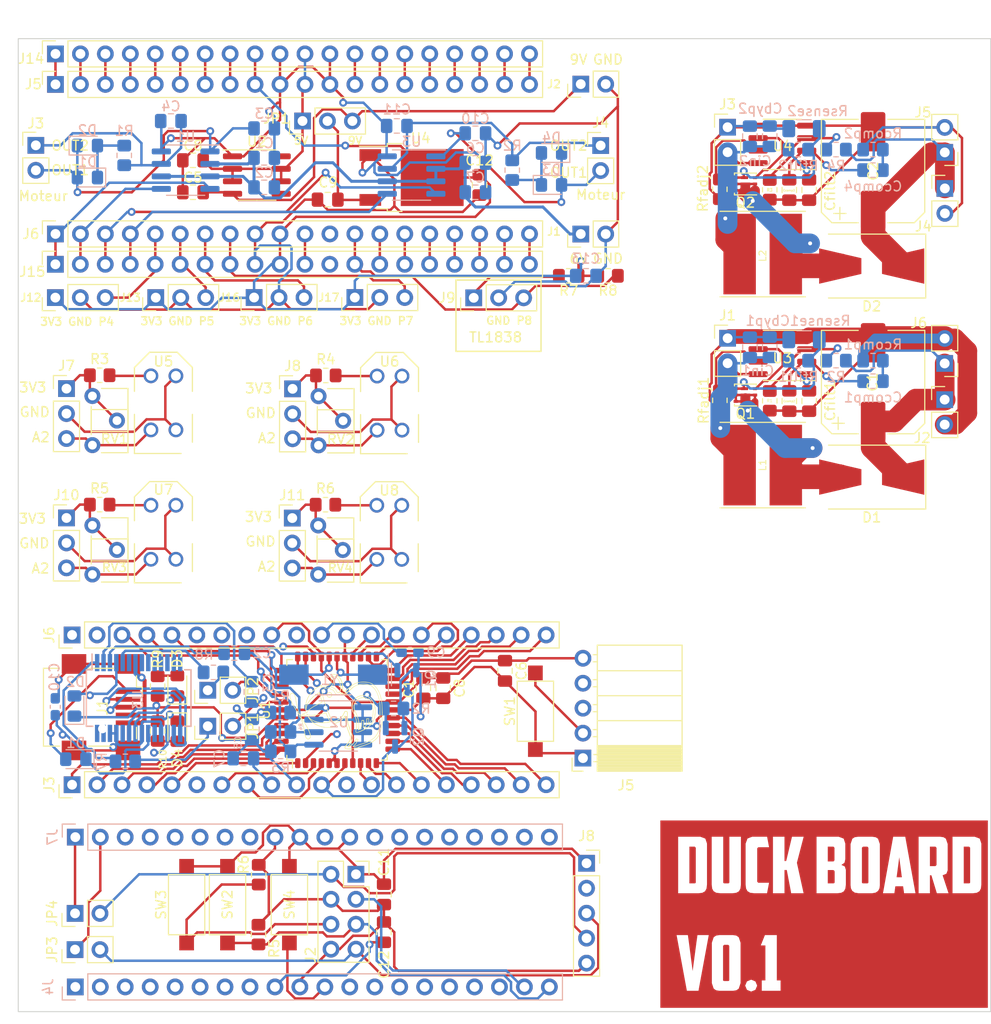
<source format=kicad_pcb>
(kicad_pcb (version 20211014) (generator pcbnew)
  (title_block (date "2022-09-15"))
  (layers (0 "F.Cu" signal) (1 "In1.Cu" signal) (2 "In2.Cu" signal) (31 "B.Cu" signal) (34 "B.Paste" user) (35 "F.Paste" user) (36 "B.SilkS" user "B.Silkscreen") (37 "F.SilkS" user "F.Silkscreen") (38 "B.Mask" user) (39 "F.Mask" user) (44 "Edge.Cuts" user))
  (net 0 "")
  (net 1 "/Carte Mere/6V")
  (net 2 "GND")
  (net 3 "Net-(C3-Pad1)")
  (net 4 "Net-(C4-Pad1)")
  (net 5 "/Carte Mere/9V")
  (net 6 "/Carte Mere/5V")
  (net 7 "Net-(C9-Pad1)")
  (net 8 "Net-(C10-Pad1)")
  (net 9 "Net-(C11-Pad1)")
  (net 10 "Net-(D1-Pad1)")
  (net 11 "Net-(D3-Pad1)")
  (net 12 "/Carte Mere/P31_RX")
  (net 13 "/Carte Mere/P30_TX")
  (net 14 "/Carte Mere/P0")
  (net 15 "/Carte Mere/P1")
  (net 16 "Net-(R3-Pad2)")
  (net 17 "Net-(R4-Pad2)")
  (net 19 "/Carte Mere/P2")
  (net 20 "/Carte Mere/P3")
  (net 21 "/Carte Mere/P29_SDA")
  (net 22 "/Carte Mere/P28_SCL")
  (net 23 "/Carte Mere/P27")
  (net 24 "/Carte Mere/P26")
  (net 25 "/Carte Mere/P25")
  (net 26 "/Carte Mere/P24")
  (net 27 "/Carte Mere/P23")
  (net 28 "/Carte Mere/P22")
  (net 29 "/Carte Mere/P21")
  (net 30 "/Carte Mere/P20")
  (net 31 "/Carte Mere/P19")
  (net 32 "/Carte Mere/P18")
  (net 33 "/Carte Mere/P17")
  (net 34 "/Carte Mere/P16")
  (net 35 "/Carte Mere/P4")
  (net 36 "/Carte Mere/P5")
  (net 37 "/Carte Mere/P6")
  (net 38 "/Carte Mere/P7")
  (net 39 "/Carte Mere/RESET")
  (net 40 "/Carte Mere/P9")
  (net 41 "/Carte Mere/P10")
  (net 42 "/Carte Mere/P11")
  (net 43 "/Carte Mere/P12")
  (net 44 "/Carte Mere/P13")
  (net 45 "/Carte Mere/P14")
  (net 46 "/Carte Mere/P15")
  (net 47 "Net-(R5-Pad2)")
  (net 48 "/Capteur/A0")
  (net 50 "Net-(J9-Pad1)")
  (net 51 "Net-(R6-Pad2)")
  (net 52 "/Capteur/A1")
  (net 53 "/Capteur/A2")
  (net 54 "/Capteur/A3")
  (net 56 "P8")
  (net 57 "3.3V")
  (net 58 "Net-(U1-Pad28)")
  (net 59 "Net-(U1-Pad29)")
  (net 60 "Net-(D1-Pad2)")
  (net 61 "Net-(D2-Pad2)")
  (net 62 "Net-(D3-Pad2)")
  (net 63 "Net-(D4-Pad1)")
  (net 64 "Net-(D4-Pad2)")
  (net 65 "Net-(R7-Pad1)")
  (net 66 "Net-(R8-Pad1)")
  (net 77 "/Propeller/3V3")
  (net 78 "/Propeller/FT232_RTS")
  (net 79 "Net-(C2-Pad2)")
  (net 80 "/Propeller/FT232_DTR")
  (net 81 "Net-(C3-Pad2)")
  (net 82 "/Propeller/5V")
  (net 83 "Net-(J1-Pad2)")
  (net 84 "Net-(J1-Pad3)")
  (net 86 "/ESP-01/3V3")
  (net 87 "/Propeller/P14_ESP-TX")
  (net 88 "/Propeller/P15_ESP-RX")
  (net 89 "Net-(J2-Pad6)")
  (net 90 "/ESP-01/ESP_TX")
  (net 91 "/Propeller/P0")
  (net 92 "/Propeller/P1")
  (net 93 "/Propeller/P2")
  (net 94 "/Propeller/P3")
  (net 95 "/Propeller/P4")
  (net 96 "/Propeller/P5")
  (net 97 "/Propeller/P6")
  (net 98 "/Propeller/P7")
  (net 99 "/Propeller/Reset")
  (net 100 "/Propeller/7-12V")
  (net 101 "/Propeller/P8")
  (net 102 "/Propeller/P9")
  (net 103 "/Propeller/P10")
  (net 104 "/Propeller/P11")
  (net 105 "/Propeller/P12")
  (net 106 "/Propeller/P13")
  (net 108 "/Propeller/P31_RX")
  (net 109 "/Propeller/P30_TX")
  (net 110 "/Propeller/P29_SDA")
  (net 111 "/Propeller/P28_SCL")
  (net 112 "/Propeller/P27")
  (net 113 "/Propeller/P26")
  (net 114 "/Propeller/P25")
  (net 115 "/Propeller/P24")
  (net 116 "/Propeller/P23")
  (net 117 "/Propeller/P22")
  (net 118 "/Propeller/P21")
  (net 119 "/Propeller/P20")
  (net 120 "/Propeller/P19")
  (net 121 "/Propeller/P18")
  (net 122 "/Propeller/P17")
  (net 123 "/Propeller/P16")
  (net 124 "/ESP-01/P14_ESP-TX")
  (net 125 "/ESP-01/P15_ESP-RX")
  (net 126 "/ESP-01/ESP_RX")
  (net 134 "/ESP-01/Reset")
  (net 142 "/Propeller/FT232_TX")
  (net 143 "/Propeller/FT232_RX")
  (net 150 "/ESP-01/5V")
  (net 160 "/ESP-01/FT232_RX")
  (net 161 "/ESP-01/FT232_TX")
  (net 162 "Net-(C2-Pad1)")
  (net 163 "Net-(Cbyp1-Pad1)")
  (net 164 "Net-(Cbyp2-Pad1)")
  (net 165 "Net-(Ccomp1-Pad1)")
  (net 166 "Net-(Ccomp1-Pad2)")
  (net 167 "Net-(Ccomp3-Pad1)")
  (net 168 "Net-(Ccomp4-Pad2)")
  (net 169 "Net-(Cfilt1-Pad1)")
  (net 170 "Net-(Cfilt2-Pad1)")
  (net 171 "Net-(Q1-Pad3)")
  (net 172 "Net-(Q1-Pad4)")
  (net 173 "Net-(Q2-Pad3)")
  (net 174 "Net-(Q2-Pad4)")
  (net 175 "Net-(R1-Pad1)")
  (net 176 "Net-(R3-Pad1)")
  (net 177 "Net-(Rfadj1-Pad1)")
  (net 178 "Net-(Rfadj2-Pad1)")
  (net 179 "Net-(C1-Pad1)")
  (footprint "Resistor_SMD:R_0805_2012Metric_Pad1.20x1.40mm_HandSolder" (layer "F.Cu") (at 80.96 46.26)
    (fp_text reference "R7")
    (fp_text value "100Ω")
  )
  (footprint "Connector_PinHeader_2.54mm:PinHeader_1x03_P2.54mm_Vertical" (layer "F.Cu") (at 52.85 57.76)
    (fp_text reference "J8")
    (fp_text value "Conn_01x03_Male")
  )
  (footprint "Capacitor_SMD:C_0805_2012Metric_Pad1.18x1.45mm_HandSolder" (layer "F.Cu") (at 68.1812 88.214099 -90)
    (fp_text reference "C8")
    (fp_text value "0.1µF")
  )
  (footprint "Connector_PinHeader_2.54mm:PinHeader_1x02_P2.54mm_Vertical" (layer "F.Cu") (at 84.21 33.01)
    (fp_text reference "J4")
    (fp_text value "Moteur")
  )
  (footprint "Diode_SMD:D_SMB-SMC_Universal_Handsoldering" (layer "F.Cu") (at 111.805 45.268173 180)
    (fp_text reference "D2")
    (fp_text value "D_Schottky")
  )
  (footprint "Connector_PinHeader_2.54mm:PinHeader_1x02_P2.54mm_Vertical" (layer "F.Cu") (at 26.71 32.985)
    (fp_text reference "J3")
    (fp_text value "Moteur")
  )
  (footprint "Connector_PinHeader_2.54mm:PinHeader_1x03_P2.54mm_Vertical" (layer "F.Cu") (at 59.185 48.47 90)
    (fp_text reference "J17")
    (fp_text value "Conn_Tcrt5000")
  )
  (footprint "Sumo:OPTO_TCRT5000" (layer "F.Cu") (at 39.7 72.35 90)
    (fp_text reference "U7")
    (fp_text value "TCRT5000")
  )
  (footprint "Connector_PinSocket_2.54mm:PinSocket_1x20_P2.54mm_Vertical" (layer "F.Cu") (at 28.71 23.68 90)
    (fp_text reference "J14")
    (fp_text value "01x20_Female")
  )
  (footprint "Button_Switch_SMD:SW_SPST_CK_RS282G05A3" (layer "F.Cu") (at 52.5248 110.244299 -90)
    (fp_text reference "SW4")
    (fp_text value "SW_Reset")
  )
  (footprint "Resistor_SMD:R_0805_2012Metric_Pad1.20x1.40mm_HandSolder" (layer "F.Cu") (at 84.96 46.26 180)
    (fp_text reference "R8")
    (fp_text value "20kΩ")
  )
  (footprint "Connector_USB:USB_Mini-B_Wuerth_65100516121_Horizontal" (layer "F.Cu") (at 33.4974 90.153899 -90)
    (fp_text reference "J1")
    (fp_text value "USB_B_Mini")
  )
  (footprint "Potentiometer_THT:Potentiometer_ACP_CA6-H2,5_Horizontal" (layer "F.Cu") (at 55.46 71.66)
    (fp_text reference "RV4")
    (fp_text value "100k")
  )
  (footprint "Resistor_SMD:R_0805_2012Metric_Pad1.20x1.40mm_HandSolder" (layer "F.Cu") (at 49.3752 113.292299 -90)
    (fp_text reference "R5")
    (fp_text value "4.7k")
  )
  (footprint "Resistor_SMD:R_0805_2012Metric_Pad1.20x1.40mm_HandSolder" (layer "F.Cu") (at 49.4006 107.196299 -90)
    (fp_text reference "R6")
    (fp_text value "4.7k")
  )
  (footprint "Connector_PinHeader_2.54mm:PinHeader_1x03_P2.54mm_Vertical" (layer "F.Cu") (at 53.86 30.51 90)
    (fp_text reference "JP1")
    (fp_text value "Jumper_3_Bridge")
  )
  (footprint "Capacitor_SMD:C_0805_2012Metric_Pad1.18x1.45mm_HandSolder" (layer "F.Cu") (at 62.1514 113.038299 -90)
    (fp_text reference "C12")
    (fp_text value "1µF")
  )
  (footprint "Resistor_SMD:R_0805_2012Metric_Pad1.20x1.40mm_HandSolder" (layer "F.Cu") (at 33.21 69.54)
    (fp_text reference "R5")
    (fp_text value "500Ω")
  )
  (footprint "Sumo:OPTO_TCRT5000" (layer "F.Cu") (at 62.72 59.21 90)
    (fp_text reference "U6")
    (fp_text value "TCRT5000")
  )
  (footprint "Resistor_SMD:R_0805_2012Metric_Pad1.20x1.40mm_HandSolder" (layer "F.Cu") (at 56.23 56.4)
    (fp_text reference "R4")
    (fp_text value "500Ω")
  )
  (footprint "Resistor_SMD:R_0805_2012Metric_Pad1.20x1.40mm_HandSolder" (layer "F.Cu") (at 101.425 37.508173 -90)
    (fp_text reference "R3")
    (fp_text value "1k")
  )
  (footprint "Capacitor_SMD:C_0805_2012Metric_Pad1.18x1.45mm_HandSolder" (layer "F.Cu") (at 62.1514 109.202899 90)
    (fp_text reference "C11")
    (fp_text value "0.1µF")
  )
  (footprint "Capacitor_SMD:C_0805_2012Metric_Pad1.18x1.45mm_HandSolder" (layer "F.Cu") (at 66.1612 88.214099 -90)
    (fp_text reference "C1")
    (fp_text value "1µF")
  )
  (footprint "Connector_PinHeader_2.54mm:PinHeader_1x02_P2.54mm_Vertical" (layer "F.Cu") (at 119.255 37.368173)
    (fp_text reference "J5")
    (fp_text value "Vout")
  )
  (footprint "Capacitor_SMD:CP_Elec_10x10" (layer "F.Cu") (at 111.945 35.600673 90)
    (fp_text reference "C2")
    (fp_text value "180.0μF")
  )
  (footprint "Diode_SMD:D_0805_2012Metric_Pad1.15x1.40mm_HandSolder" (layer "F.Cu") (at 41.1174 92.595899 -90)
    (fp_text reference "D4")
    (fp_text value "LED_TX")
  )
  (footprint "Capacitor_SMD:C_0805_2012Metric_Pad1.18x1.45mm_HandSolder" (layer "F.Cu") (at 105.435 37.528173 -90)
    (fp_text reference "Cfilt2")
    (fp_text value "10ρF")
  )
  (footprint "Connector_PinHeader_2.54mm:PinHeader_1x03_P2.54mm_Vertical" (layer "F.Cu") (at 52.82 70.91)
    (fp_text reference "J11")
    (fp_text value "Conn_01x03_Male")
  )
  (footprint "Capacitor_SMD:CP_Elec_10x10" (layer "F.Cu") (at 111.9475 57.073173 90)
    (fp_text reference "C1")
    (fp_text value "180.0μF")
  )
  (footprint "Connector_PinHeader_2.54mm:PinHeader_1x02_P2.54mm_Vertical" (layer "F.Cu") (at 44.2112 88.430299 90)
    (fp_text reference "JP2")
    (fp_text value "Pro_RX")
  )
  (footprint "Capacitor_SMD:C_0805_2012Metric_Pad1.18x1.45mm_HandSolder" (layer "F.Cu") (at 56.4225 38.51 180)
    (fp_text reference "C9")
    (fp_text value "100nf")
  )
  (footprint "Resistor_SMD:R_0805_2012Metric_Pad1.20x1.40mm_HandSolder" (layer "F.Cu") (at 96.345 37.458173 -90)
    (fp_text reference "Rfadj2")
    (fp_text value "26.7k")
  )
  (footprint "kibuzzard-6323E4DF" (layer "F.Cu") (at 106.96 111.22)
    (fp_text reference "kibuzzard-6323E4DF" hide)
    (fp_text value "G***" hide)
  )
  (footprint "Package_SON:Texas_DQK" (layer "F.Cu") (at 98.9475 58.390673 180)
    (fp_text reference "Q1")
    (fp_text value "CSD16301Q2")
  )
  (footprint "Connector_PinSocket_2.54mm:PinSocket_1x05_P2.54mm_Vertical" (layer "F.Cu") (at 82.7758 106.032499)
    (fp_text reference "J8")
    (fp_text value "ProgUSB_ESP")
  )
  (footprint "Potentiometer_THT:Potentiometer_ACP_CA6-H2,5_Horizontal" (layer "F.Cu") (at 32.47 58.49)
    (fp_text reference "RV1")
    (fp_text value "100k")
  )
  (footprint "Capacitor_SMD:C_0805_2012Metric_Pad1.18x1.45mm_HandSolder" (layer "F.Cu") (at 42.71 37.76 180)
    (fp_text reference "C5")
    (fp_text value "0.33uf")
  )
  (footprint "Connector_PinHeader_2.54mm:PinHeader_1x03_P2.54mm_Vertical" (layer "F.Cu") (at 29.83 57.74)
    (fp_text reference "J7")
    (fp_text value "Conn_01x03_Male")
  )
  (footprint "Capacitor_SMD:C_0805_2012Metric_Pad1.18x1.45mm_HandSolder" (layer "F.Cu") (at 71.885 37.01 -90)
    (fp_text reference "C12")
    (fp_text value "10uf")
  )
  (footprint "Connector_PinHeader_2.54mm:PinHeader_1x02_P2.54mm_Vertical" (layer "F.Cu") (at 82.185 26.76 90)
    (fp_text reference "J2")
    (fp_text value "Alim 9V")
  )
  (footprint "Resistor_SMD:R_0805_2012Metric_Pad1.20x1.40mm_HandSolder" (layer "F.Cu") (at 101.4275 58.980673 -90)
    (fp_text reference "R1")
    (fp_text value "1k")
  )
  (footprint "Package_SO:SOIC-8_3.9x4.9mm_P1.27mm" (layer "F.Cu") (at 49.21 36.01)
    (fp_text reference "U2")
    (fp_text value "MC33269DR2-5.0G")
  )
  (footprint "Inductor_SMD:L_TDK_VLP8040" (layer "F.Cu") (at 100.711 65.520673)
    (fp_text reference "L1")
    (fp_text value "2.7µH")
  )
  (footprint "Connector_PinHeader_2.54mm:PinHeader_1x20_P2.54mm_Vertical" (layer "F.Cu") (at 30.4012 98.044099 90)
    (fp_text reference "J3")
    (fp_text value "Conn_01x20_Male")
  )
  (footprint "Connector_PinSocket_2.54mm:PinSocket_1x20_P2.54mm_Vertical" (layer "F.Cu") (at 28.71 26.76 90)
    (fp_text reference "J5")
    (fp_text value "01x20_Female")
  )
  (footprint "Package_TO_SOT_SMD:TO-252-2" (layer "F.Cu") (at 64.96 36.26)
    (fp_text reference "U4")
    (fp_text value "LD1117S33TR_SOT223")
  )
  (footprint "Connector_PinHeader_2.54mm:PinHeader_1x02_P2.54mm_Vertical" (layer "F.Cu") (at 97.1375 52.615673)
    (fp_text reference "J1")
    (fp_text value "Vin")
  )
  (footprint "Connector_PinHeader_2.54mm:PinHeader_1x03_P2.54mm_Vertical" (layer "F.Cu") (at 71.29 48.5 90)
    (fp_text reference "J9")
    (fp_text value "TL1838")
  )
  (footprint "Button_Switch_SMD:SW_SPST_CK_RS282G05A3" (layer "F.Cu") (at 42.06 110.244299 90)
    (fp_text reference "SW3")
    (fp_text value "SW_Reset_ESP")
  )
  (footprint "Connector_PinHeader_2.54mm:PinHeader_1x02_P2.54mm_Vertical" (layer "F.Cu") (at 44.2162 92.087899 90)
    (fp_text reference "JP1")
    (fp_text value "Pro_TX")
  )
  (footprint "Connector_PinHeader_2.54mm:PinHeader_1x02_P2.54mm_Vertical" (layer "F.Cu") (at 30.7012 111.133299 90)
    (fp_text reference "JP4")
    (fp_text value "ESP_RX")
  )
  (footprint "Resistor_SMD:R_0805_2012Metric_Pad1.20x1.40mm_HandSolder" (layer "F.Cu") (at 96.3475 58.930673 -90)
    (fp_text reference "Rfadj1")
    (fp_text value "26.7k")
  )
  (footprint "Button_Switch_SMD:SW_SPST_CK_RS282G05A3" (layer "F.Cu") (at 77.5664 90.563899 90)
    (fp_text reference "SW1")
    (fp_text value "SW_Reset")
  )
  (footprint "Connector_PinHeader_2.54mm:PinHeader_1x03_P2.54mm_Vertical" (layer "F.Cu") (at 48.93 48.47 90)
    (fp_text reference "J16")
    (fp_text value "Conn_Tcrt5000")
  )
  (footprint "Connector_PinHeader_2.54mm:PinHeader_1x02_P2.54mm_Vertical" (layer "F.Cu") (at 97.135 31.143173)
    (fp_text reference "J3")
    (fp_text value "Vin")
  )
  (footprint "Inductor_SMD:L_TDK_VLP8040" (layer "F.Cu") (at 100.711 44.048173)
    (fp_text reference "L2")
    (fp_text value "3.3µH")
  )
  (footprint "Sumo:OPTO_TCRT5000" (layer "F.Cu") (at 62.69 72.36 90)
    (fp_text reference "U8")
    (fp_text value "TCRT5000")
  )
  (footprint "kibuzzard-6323E44E" (layer "F.Cu") (at 106.96 111.21)
    (fp_text reference "kibuzzard-6323E44E" hide)
    (fp_text value "G***" hide)
  )
  (footprint "Connector_PinSocket_2.54mm:PinSocket_2x04_P2.54mm_Vertical" (layer "F.Cu") (at 59.3012 107.155499)
    (fp_text reference "J2")
    (fp_text value "Conn_ESP-01")
  )
  (footprint "Connector_PinHeader_2.54mm:PinHeader_1x03_P2.54mm_Vertical" (layer "F.Cu") (at 29.83 70.9)
    (fp_text reference "J10")
    (fp_text value "Conn_01x03_Male")
  )
  (footprint "Diode_SMD:D_0805_2012Metric_Pad1.15x1.40mm_HandSolder" (layer "F.Cu") (at 41.1174 87.973099 90)
    (fp_text reference "D3")
    (fp_text value "LED_RX")
  )
  (footprint "Diode_SMD:D_SMB-SMC_Universal_Handsoldering" (layer "F.Cu") (at 111.8075 66.740673 180)
    (fp_text reference "D1")
    (fp_text value "D_Schottky")
  )
  (footprint "Button_Switch_SMD:SW_SPST_CK_RS282G05A3" (layer "F.Cu") (at 46.2256 110.244299 90)
    (fp_text reference "SW2")
    (fp_text value "SW_Prog_ESP")
  )
  (footprint "Capacitor_SMD:C_0805_2012Metric_Pad1.18x1.45mm_HandSolder" (layer "F.Cu") (at 105.4375 59.000673 -90)
    (fp_text reference "Cfilt1")
    (fp_text value "10ρF")
  )
  (footprint "Connector_PinHeader_2.54mm:PinHeader_1x20_P2.54mm_Vertical" (layer "F.Cu") (at 30.4012 82.804099 90)
    (fp_text reference "J6")
    (fp_text value "Conn_01x20_Male")
  )
  (footprint "Package_SO:SOIC-8-1EP_3.9x4.9mm_P1.27mm_EP2.29x3mm" (layer "F.Cu") (at 102.7175 54.360673 180)
    (fp_text reference "U3")
    (fp_text value "LM3478MM")
  )
  (footprint "Connector_PinHeader_2.54mm:PinHeader_1x02_P2.54mm_Vertical" (layer "F.Cu") (at 119.245 33.703173 180)
    (fp_text reference "J4")
    (fp_text value "Vout")
  )
  (footprint "Potentiometer_THT:Potentiometer_ACP_CA6-H2,5_Horizontal" (layer "F.Cu") (at 32.47 71.65)
    (fp_text reference "RV3")
    (fp_text value "100k")
  )
  (footprint "Resistor_SMD:R_0805_2012Metric_Pad1.20x1.40mm_HandSolder" (layer "F.Cu") (at 39.1108 88.007899 -90)
    (fp_text reference "R9")
    (fp_text value "330")
  )
  (footprint "Potentiometer_THT:Potentiometer_ACP_CA6-H2,5_Horizontal" (layer "F.Cu") (at 55.49 58.51)
    (fp_text reference "RV2")
    (fp_text value "100k")
  )
  (footprint "Capacitor_SMD:C_0805_2012Metric_Pad1.18x1.45mm_HandSolder" (layer "F.Cu") (at 74.4712 86.454099 -90)
    (fp_text reference "C6")
    (fp_text value "0.1µF")
  )
  (footprint "Resistor_SMD:R_0805_2012Metric_Pad1.20x1.40mm_HandSolder" (layer "F.Cu") (at 39.1108 92.579899 90)
    (fp_text reference "R10")
    (fp_text value "330")
  )
  (footprint "Connector_PinHeader_2.54mm:PinHeader_1x02_P2.54mm_Vertical" (layer "F.Cu") (at 119.235 55.178173 180)
    (fp_text reference "J6")
    (fp_text value "Vout")
  )
  (footprint "Connector_PinHeader_2.54mm:PinHeader_1x02_P2.54mm_Vertical" (layer "F.Cu") (at 30.7012 114.818099 90)
    (fp_text reference "JP3")
    (fp_text value "ESP_TX")
  )
  (footprint "Capacitor_SMD:C_0805_2012Metric_Pad1.18x1.45mm_HandSolder" (layer "F.Cu") (at 103.415 37.528173 -90)
    (fp_text reference "Ccomp3")
    (fp_text value "2.2nF")
  )
  (footprint "Connector_PinHeader_2.54mm:PinHeader_1x02_P2.54mm_Vertical" (layer "F.Cu") (at 82.185 42.01 90)
    (fp_text reference "J1")
    (fp_text value "Alim 6V")
  )
  (footprint "Connector_PinHeader_2.54mm:PinHeader_1x02_P2.54mm_Vertical" (layer "F.Cu") (at 119.235 58.858173)
    (fp_text reference "J2")
    (fp_text value "Vout")
  )
  (footprint "Connector_PinHeader_2.54mm:PinHeader_1x03_P2.54mm_Vertical" (layer "F.Cu") (at 38.92 48.48 90)
    (fp_text reference "J13")
    (fp_text value "Conn_Tcrt5000")
  )
  (footprint "Resistor_SMD:R_0805_2012Metric_Pad1.20x1.40mm_HandSolder" (layer "F.Cu") (at 56.2 69.55)
    (fp_text reference "R6")
    (fp_text value "500Ω")
  )
  (footprint "Connector_PinHeader_2.54mm:PinHeader_1x03_P2.54mm_Vertical" (layer "F.Cu") (at 28.7 48.48 90)
    (fp_text reference "J12")
    (fp_text value "Conn_Tcrt5000")
  )
  (footprint "Package_SO:SOIC-8-1EP_3.9x4.9mm_P1.27mm_EP2.29x3mm" (layer "F.Cu") (at 102.715 32.888173 180)
    (fp_text reference "U4")
    (fp_text value "LM3478MM")
  )
  (footprint "Package_SON:Texas_DQK" (layer "F.Cu") (at 98.945 36.918173 180)
    (fp_text reference "Q2")
    (fp_text value "CSD16301Q2")
  )
  (footprint "Package_QFP:LQFP-44_10x10mm_P0.8mm" (layer "F.Cu") (at 57.3734 90.424099 90)
    (fp_text reference "U1")
    (fp_text value "P8X32A-Q44")
  )
  (footprint "Capacitor_SMD:C_0805_2012Metric_Pad1.18x1.45mm_HandSolder" (layer "F.Cu") (at 103.4175 59.000673 -90)
    (fp_text reference "Ccomp2")
    (fp_text value "1.0nF")
  )
  (footprint "Connector_PinSocket_2.54mm:PinSocket_1x20_P2.54mm_Vertical" (layer "F.Cu") (at 28.71 42 90)
    (fp_text reference "J6")
    (fp_text value "01x20_Female")
  )
  (footprint "Capacitor_SMD:C_0805_2012Metric_Pad1.18x1.45mm_HandSolder" (layer "F.Cu") (at 42.71 34.51 180)
    (fp_text reference "C8")
    (fp_text value "10uf")
  )
  (footprint "Connector_PinSocket_2.54mm:PinSocket_1x20_P2.54mm_Vertical" (layer "F.Cu") (at 28.7 45.09 90)
    (fp_text reference "J15")
    (fp_text value "01x20_Female")
  )
  (footprint "Connector_PinSocket_2.54mm:PinSocket_1x05_P2.54mm_Horizontal" (layer "F.Cu") (at 82.412 95.333699 180)
    (fp_text reference "J5")
    (fp_text value "ProgUSB_Pro")
  )
  (footprint "Resistor_SMD:R_0805_2012Metric_Pad1.20x1.40mm_HandSolder" (layer "F.Cu") (at 33.21 56.38)
    (fp_text reference "R3")
    (fp_text value "500Ω")
  )
  (footprint "Sumo:OPTO_TCRT5000" (layer "F.Cu") (at 39.7 59.19 90)
    (fp_text reference "U5")
    (fp_text value "TCRT5000")
  )
  (footprint "Capacitor_SMD:C_0805_2012Metric_Pad1.18x1.45mm_HandSolder" (layer "B.Cu") (at 49.96 34.26)
    (fp_text reference "C1")
    (fp_text value "1uf")
  )
  (footprint "Resistor_SMD:R_0805_2012Metric_Pad1.20x1.40mm_HandSolder" (layer "B.Cu") (at 75.21 35.51 -90)
    (fp_text reference "R2")
    (fp_text value "330")
  )
  (footprint "Resistor_SMD:R_0805_2012Metric_Pad1.20x1.40mm_HandSolder" (layer "B.Cu") (at 111.9375 54.890673 180)
    (fp_text reference "Rcomp1")
    (fp_text value "2.74k")
  )
  (footprint "Capacitor_SMD:C_0805_2012Metric_Pad1.18x1.45mm_HandSolder" (layer "B.Cu") (at 99.405 32.068173 90)
    (fp_text reference "Cin2")
    (fp_text value "220µF")
  )
  (footprint "Diode_SMD:D_0805_2012Metric_Pad1.15x1.40mm_HandSolder" (layer "B.Cu") (at 79.21 37.01)
    (fp_text reference "D3")
    (fp_text value "Verte")
  )
  (footprint "Capacitor_SMD:C_0805_2012Metric_Pad1.18x1.45mm_HandSolder" (layer "B.Cu") (at 40.46 30.51 180)
    (fp_text reference "C4")
    (fp_text value "0.1uf")
  )
  (footprint "Resistor_SMD:R_0805_2012Metric_Pad1.20x1.40mm_HandSolder" (layer "B.Cu") (at 111.935 33.418173 180)
    (fp_text reference "Rcomp2")
    (fp_text value "2.15k")
  )
  (footprint "Resistor_SMD:R_0805_2012Metric_Pad1.20x1.40mm_HandSolder" (layer "B.Cu") (at 104.3375 54.890673)
    (fp_text reference "Rfilt1")
    (fp_text value "100")
  )
  (footprint "Resistor_SMD:R_0805_2012Metric_Pad1.20x1.40mm_HandSolder" (layer "B.Cu") (at 111.9375 56.980673)
    (fp_text reference "Ccomp1")
    (fp_text value "18.0nF")
  )
  (footprint "Resistor_SMD:R_0805_2012Metric_Pad1.20x1.40mm_HandSolder" (layer "B.Cu") (at 104.335 33.418173)
    (fp_text reference "Rfilt2")
    (fp_text value "100")
  )
  (footprint "Resistor_SMD:R_0805_2012Metric_Pad1.20x1.40mm_HandSolder" (layer "B.Cu") (at 35.8212 95.664099)
    (fp_text reference "R7")
    (fp_text value "150")
  )
  (footprint "Resistor_SMD:R_0805_2012Metric_Pad1.20x1.40mm_HandSolder" (layer "B.Cu") (at 108.175 33.418173)
    (fp_text reference "R4")
    (fp_text value "3.74k")
  )
  (footprint "Resistor_SMD:R_0805_2012Metric_Pad1.20x1.40mm_HandSolder" (layer "B.Cu") (at 44.7912 86.614099)
    (fp_text reference "R8")
    (fp_text value "150")
  )
  (footprint "Package_SO:SOIC-8_3.9x4.9mm_P1.27mm" (layer "B.Cu") (at 41.96 35.51 180)
    (fp_text reference "U1")
    (fp_text value "ZXBM5210-S")
  )
  (footprint "Capacitor_SMD:C_0805_2012Metric_Pad1.18x1.45mm_HandSolder" (layer "B.Cu") (at 101.4275 53.530673 90)
    (fp_text reference "Cbyp1")
    (fp_text value "100nF")
  )
  (footprint "Package_SO:SOIC-8_3.9x4.9mm_P1.27mm" (layer "B.Cu") (at 64.96 36.01 180)
    (fp_text reference "U3")
    (fp_text value "ZXBM5210-S")
  )
  (footprint "Capacitor_SMD:C_0805_2012Metric_Pad1.18x1.45mm_HandSolder" (layer "B.Cu") (at 48.7112 92.424099 90)
    (fp_text reference "C5")
    (fp_text value "0.1µF")
  )
  (footprint "Package_SO:SOIC-8-1EP_3.9x4.9mm_P1.27mm_EP2.41x3.81mm" (layer "B.Cu") (at 57.5004 92.062499 180)
    (fp_text reference "U2")
    (fp_text value "24LC512")
  )
  (footprint "Capacitor_SMD:C_0603_1608Metric_Pad1.08x0.95mm_HandSolder" (layer "B.Cu") (at 28.6912 90.114099 90)
    (fp_text reference "C10")
    (fp_text value "0.1µF")
  )
  (footprint "Capacitor_SMD:C_0805_2012Metric_Pad1.18x1.45mm_HandSolder" (layer "B.Cu") (at 101.425 32.058173 90)
    (fp_text reference "Cbyp2")
    (fp_text value "100nF")
  )
  (footprint "Resistor_SMD:R_0805_2012Metric_Pad1.20x1.40mm_HandSolder" (layer "B.Cu") (at 51.6274 92.668899)
    (fp_text reference "R4")
    (fp_text value "10k")
  )
  (footprint "Capacitor_SMD:C_0805_2012Metric_Pad1.18x1.45mm_HandSolder" (layer "B.Cu") (at 48.6512 88.594099 -90)
    (fp_text reference "C3")
    (fp_text value "0.01µF")
  )
  (footprint "Capacitor_SMD:C_0805_2012Metric_Pad1.18x1.45mm_HandSolder" (layer "B.Cu") (at 99.4075 53.540673 90)
    (fp_text reference "Cin1")
    (fp_text value "100µF")
  )
  (footprint "Diode_SMD:D_0805_2012Metric_Pad1.15x1.40mm_HandSolder" (layer "B.Cu") (at 79.21 33.76 180)
    (fp_text reference "D4")
    (fp_text value "Rouge")
  )
  (footprint "Diode_SMD:D_0805_2012Metric_Pad1.15x1.40mm_HandSolder" (layer "B.Cu") (at 31.96 33.01)
    (fp_text reference "D2")
    (fp_text value "Rouge")
  )
  (footprint "Diode_SMD:D_0805_2012Metric_Pad1.15x1.40mm_HandSolder" (layer "B.Cu") (at 31.96 36.26 180)
    (fp_text reference "D1")
    (fp_text value "Verte")
  )
  (footprint "Capacitor_SMD:C_0805_2012Metric_Pad1.18x1.45mm_HandSolder" (layer "B.Cu") (at 49.96 37.26)
    (fp_text reference "C2")
    (fp_text value "1uf")
  )
  (footprint "Resistor_SMD:R_0805_2012Metric_Pad1.20x1.40mm_HandSolder" (layer "B.Cu") (at 108.1775 54.890673)
    (fp_text reference "R2")
    (fp_text value "3.74k")
  )
  (footprint "Capacitor_SMD:C_0603_1608Metric_Pad1.08x0.95mm_HandSolder" (layer "B.Cu") (at 64.8037 84.574099)
    (fp_text reference "C9")
    (fp_text value "1µF")
  )
  (footprint "Capacitor_SMD:C_0805_2012Metric_Pad1.18x1.45mm_HandSolder" (layer "B.Cu") (at 82.71 46.26 180)
    (fp_text reference "C13")
    (fp_text value "100uf")
  )
  (footprint "Resistor_SMD:R_0805_2012Metric_Pad1.20x1.40mm_HandSolder" (layer "B.Cu") (at 51.6012 90.694099 180)
    (fp_text reference "R1")
    (fp_text value "33K")
  )
  (footprint "Package_TO_SOT_SMD:SOT-23" (layer "B.Cu") (at 64.4712 87.324099 -90)
    (fp_text reference "Q1")
    (fp_text value "MMBT3904")
  )
  (footprint "Package_SO:SSOP-28_5.3x10.2mm_P0.65mm" (layer "B.Cu") (at 37.1804 89.217699 -90)
    (fp_text reference "U3")
    (fp_text value "FT232RL")
  )
  (footprint "Package_TO_SOT_SMD:SOT-23" (layer "B.Cu") (at 63.2836 93.211099 -90)
    (fp_text reference "Q2")
    (fp_text value "MMBT3904")
  )
  (footprint "Capacitor_SMD:C_0805_2012Metric_Pad1.18x1.45mm_HandSolder" (layer "B.Cu") (at 47.8412 95.354099)
    (fp_text reference "C7")
    (fp_text value "0.1µF")
  )
  (footprint "Crystal:Crystal_SMD_MicroCrystal_CC1V-T1A-2Pin_8.0x3.7mm_HandSoldering" (layer "B.Cu") (at 56.9924 86.855499 180)
    (fp_text reference "Y1")
    (fp_text value "5MHz")
  )
  (footprint "Connector_PinSocket_2.54mm:PinSocket_1x20_P2.54mm_Vertical" (layer "B.Cu") (at 30.7318 118.613499 -90)
    (fp_text reference "J4")
    (fp_text value "Conn_ESP")
  )
  (footprint "Diode_SMD:D_0805_2012Metric_Pad1.15x1.40mm_HandSolder" (layer "B.Cu") (at 30.7796 95.440699 180)
    (fp_text reference "D1")
    (fp_text value "D_Schottky")
  )
  (footprint "Capacitor_SMD:C_0805_2012Metric_Pad1.18x1.45mm_HandSolder" (layer "B.Cu") (at 71.46 37.76)
    (fp_text reference "C7")
    (fp_text value "1uf")
  )
  (footprint "Capacitor_SMD:C_0805_2012Metric_Pad1.18x1.45mm_HandSolder" (layer "B.Cu") (at 71.46 31.76)
    (fp_text reference "C10")
    (fp_text value "0.1uf")
  )
  (footprint "Resistor_SMD:R_0805_2012Metric_Pad1.20x1.40mm_HandSolder" (layer "B.Cu") (at 111.935 35.508173)
    (fp_text reference "Ccomp4")
    (fp_text value "47.0nF")
  )
  (footprint "Resistor_SMD:R_0805_2012Metric_Pad1.20x1.40mm_HandSolder" (layer "B.Cu") (at 35.71 34.01 90)
    (fp_text reference "R1")
    (fp_text value "330")
  )
  (footprint "Diode_SMD:D_0805_2012Metric_Pad1.15x1.40mm_HandSolder" (layer "B.Cu") (at 30.6412 90.034099 90)
    (fp_text reference "D2")
    (fp_text value "D_Schottky")
  )
  (footprint "Capacitor_SMD:C_0805_2012Metric_Pad1.18x1.45mm_HandSolder" (layer "B.Cu") (at 49.96 31.26)
    (fp_text reference "C3")
    (fp_text value "0.1uf")
  )
  (footprint "Resistor_SMD:R_1206_3216Metric_Pad1.30x1.75mm_HandSolder" (layer "B.Cu") (at 104.9175 52.760673 180)
    (fp_text reference "Rsense1")
    (fp_text value "16m")
  )
  (footprint "Resistor_SMD:R_0805_2012Metric_Pad1.20x1.40mm_HandSolder" (layer "B.Cu") (at 51.633 94.653299)
    (fp_text reference "R3")
    (fp_text value "10k")
  )
  (footprint "Resistor_SMD:R_0805_2012Metric_Pad1.20x1.40mm_HandSolder" (layer "B.Cu") (at 63.1312 90.284099)
    (fp_text reference "R2")
    (fp_text value "33K")
  )
  (footprint "Connector_PinHeader_2.54mm:PinHeader_1x20_P2.54mm_Vertical" (layer "B.Cu") (at 30.7318 103.373499 -90)
    (fp_text reference "J7")
    (fp_text value "Conn_ESP")
  )
  (footprint "Capacitor_SMD:C_0805_2012Metric_Pad1.18x1.45mm_HandSolder" (layer "B.Cu") (at 71.46 34.76)
    (fp_text reference "C6")
    (fp_text value "1uf")
  )
  (footprint "Capacitor_SMD:C_0805_2012Metric_Pad1.18x1.45mm_HandSolder" (layer "B.Cu") (at 63.46 31.01 180)
    (fp_text reference "C11")
    (fp_text value "0.1uf")
  )
  (footprint "Resistor_SMD:R_1206_3216Metric_Pad1.30x1.75mm_HandSolder" (layer "B.Cu") (at 104.915 31.288173 180)
    (fp_text reference "Rsense2")
    (fp_text value "10m")
  )
  (footprint "Capacitor_SMD:C_0805_2012Metric_Pad1.18x1.45mm_HandSolder" (layer "B.Cu") (at 46.9112 84.644099)
    (fp_text reference "C2")
    (fp_text value "0.01µF")
  )
  (gr_poly (pts (xy 57.321523 92.003396) (xy 57.323779 92.0075) (xy 57.325663 92.011593) (xy 57.32716 92.015663) (xy 57.328251 92.019698) (xy 57.328918 92.023686) (xy 57.329145 92.027615) (xy 57.328972 92.03082) (xy 57.328592 92.026804) (xy 57.327907 92.022484) (xy 57.326958 92.018216) (xy 57.325749 92.014006) (xy 57.324283 92.009856) (xy 57.322568 92.005772) (xy 57.321024 92.002613)) (layer "F.SilkS") (width 0.03) (fill solid))
  (gr_poly (pts (xy 56.237764 90.734635) (xy 56.238364 90.735105) (xy 56.23879 90.7358) (xy 56.237499 90.734503)) (layer "F.SilkS") (width 0.03) (fill solid))
  (gr_poly (pts (xy 56.628118 88.645227) (xy 56.642622 88.64709) (xy 56.656996 88.649698) (xy 56.671196 88.653051) (xy 56.68518 88.65715) (xy 56.698904 88.661993) (xy 56.712324 88.667582) (xy 56.725398 88.673916) (xy 56.738082 88.680995) (xy 56.750333 88.688819) (xy 56.762106 88.697389) (xy 56.77336 88.706703) (xy 56.78405 88.716763) (xy 56.794134 88.727568) (xy 56.803568 88.739118) (xy 56.809204 88.746666) (xy 56.814263 88.753824) (xy 56.818778 88.760718) (xy 56.822785 88.767472) (xy 56.82632 88.774214) (xy 56.829417 88.781067) (xy 56.832112 88.788158) (xy 56.83444 88.795613) (xy 56.836437 88.803555) (xy 56.838137 88.812112) (xy 56.839577 88.821409) (xy 56.84079 88.83157) (xy 56.841813 88.842722) (xy 56.84268 88.85499) (xy 56.843427 88.8685) (xy 56.843613 88.872676) (xy 56.842527 88.863265) (xy 56.842508 88.863084) (xy 56.842496 88.862998) (xy 56.84215 88.860001) (xy 56.84171 88.857663) (xy 56.83989 88.84532) (xy 56.83647 88.827933) (xy 56.832263 88.811135) (xy 56.827287 88.795136) (xy 56.821557 88.780148) (xy 56.81509 88.766383) (xy 56.807902 88.754052) (xy 56.800002 88.743087) (xy 56.790833 88.732351) (xy 56.78052 88.72191) (xy 56.769187 88.71183) (xy 56.764621 88.708225) (xy 56.760194 88.704309) (xy 56.755874 88.700873) (xy 56.751029 88.697378) (xy 56.745711 88.693849) (xy 56.739972 88.69031) (xy 56.736323 88.688205) (xy 56.730314 88.684418) (xy 56.716146 88.676443) (xy 56.701579 88.669159) (xy 56.686738 88.662632) (xy 56.671747 88.656929) (xy 56.65673 88.652114) (xy 56.641812 88.648254) (xy 56.627118 88.645416) (xy 56.621274 88.644703)) (layer "F.SilkS") (width 0.03) (fill solid))
  (gr_poly (pts (xy 52.574767 88.983359) (xy 52.577047 88.968872) (xy 52.579832 88.9547) (xy 52.583111 88.940854) (xy 52.58687 88.927346) (xy 52.591098 88.914189) (xy 52.59578 88.901393) (xy 52.600906 88.888972) (xy 52.606462 88.876937) (xy 52.612436 88.865301) (xy 52.618814 88.854074) (xy 52.625585 88.843269) (xy 52.632736 88.832899) (xy 52.640254 88.822974) (xy 52.648126 88.813508) (xy 52.656341 88.804512) (xy 52.664884 88.795998) (xy 52.673745 88.787977) (xy 52.682909 88.780463) (xy 52.692366 88.773466) (xy 52.702101 88.767) (xy 52.712102 88.761076) (xy 52.722357 88.755705) (xy 52.732853 88.7509) (xy 52.743577 88.746673) (xy 52.754518 88.743036) (xy 52.765661 88.740001) (xy 52.776996 88.73758) (xy 52.788508 88.735784) (xy 52.800185 88.734626) (xy 52.805282 88.734407) (xy 52.811189 88.73395) (xy 52.828337 88.7342) (xy 52.845216 88.736038) (xy 52.849336 88.736886) (xy 52.85195 88.737238) (xy 52.867473 88.740575) (xy 52.882654 88.745114) (xy 52.897496 88.750858) (xy 52.912001 88.757811) (xy 52.926171 88.765978) (xy 52.940007 88.775362) (xy 52.953512 88.785966) (xy 52.966688 88.797795) (xy 52.979535 88.810852) (xy 52.992057 88.825142) (xy 53.004256 88.840667) (xy 53.016132 88.857432) (xy 53.027689 88.87544) (xy 53.038927 88.894696) (xy 53.04985 88.915202) (xy 53.060458 88.936963) (xy 53.070755 88.959983) (xy 53.080741 88.984266) (xy 53.090418 89.009814) (xy 53.09979 89.036632) (xy 53.108857 89.064724) (xy 53.117621 89.094094) (xy 53.126085 89.124745) (xy 53.13425 89.156681) (xy 53.142118 89.189906) (xy 53.156972 89.260237) (xy 53.170662 89.33577) (xy 53.183204 89.416533) (xy 53.205282 89.567333) (xy 53.22511 89.694922) (xy 53.243835 89.804921) (xy 53.262602 89.902948) (xy 53.282561 89.994622) (xy 53.304857 90.085562) (xy 53.330638 90.181387) (xy 53.361051 90.287716) (xy 53.393548 90.394713) (xy 53.429614 90.506201) (xy 53.467153 90.616465) (xy 53.504069 90.719788) (xy 53.538266 90.810451) (xy 53.567648 90.88274) (xy 53.575961 90.900568) (xy 53.591954 90.932172) (xy 53.600472 90.944811) (xy 53.606604 90.950006) (xy 53.606827 90.950056) (xy 53.608196 90.950408) (xy 53.608592 90.950708) (xy 53.609095 90.950927) (xy 53.611724 90.95178) (xy 53.616873 90.953597) (xy 53.619381 90.954096) (xy 53.622141 90.954175) (xy 53.626609 90.955403) (xy 53.645588 90.960855) (xy 53.666782 90.967134) (xy 53.68016 90.970689) (xy 53.683728 90.971387) (xy 53.683798 90.971447) (xy 53.686651 90.973264) (xy 53.689832 90.974757) (xy 53.693316 90.975937) (xy 53.697079 90.976811) (xy 53.701097 90.977388) (xy 53.705346 90.977679) (xy 53.709803 90.977692) (xy 53.714444 90.977435) (xy 53.719244 90.976919) (xy 53.728343 90.9753) (xy 53.730817 90.975243) (xy 53.742515 90.974049) (xy 53.753726 90.971954) (xy 53.7644 90.968975) (xy 53.774485 90.96513) (xy 53.783932 90.960434) (xy 53.792689 90.954904) (xy 53.796794 90.951832) (xy 53.800707 90.948557) (xy 53.804423 90.945083) (xy 53.807935 90.94141) (xy 53.811237 90.937541) (xy 53.814323 90.933478) (xy 53.817186 90.929224) (xy 53.819819 90.924779) (xy 53.822218 90.920147) (xy 53.824374 90.91533) (xy 53.826098 90.911392) (xy 53.828005 90.90744) (xy 53.830076 90.9035) (xy 53.832292 90.899598) (xy 53.834633 90.895759) (xy 53.837078 90.892009) (xy 53.839609 90.888374) (xy 53.842205 90.88488) (xy 53.844847 90.881552) (xy 53.847514 90.878416) (xy 53.850187 90.875499) (xy 53.852847 90.872825) (xy 53.855473 90.87042) (xy 53.858046 90.868311) (xy 53.860545 90.866523) (xy 53.862952 90.865081) (xy 53.869193 90.862204) (xy 53.876309 90.859732) (xy 53.884152 90.857663) (xy 53.892574 90.855994) (xy 53.901427 90.854725) (xy 53.90161 90.854708) (xy 53.90462 90.853957) (xy 53.909973 90.852952) (xy 53.915382 90.852264) (xy 53.920842 90.851895) (xy 53.926349 90.851847) (xy 53.931899 90.852121) (xy 53.937488 90.852718) (xy 53.943112 90.853642) (xy 53.945598 90.854191) (xy 53.946987 90.854302) (xy 53.955322 90.855389) (xy 53.963053 90.856863) (xy 53.970033 90.858721) (xy 53.976113 90.860962) (xy 53.978769 90.862226) (xy 53.981145 90.863584) (xy 53.983222 90.865037) (xy 53.984981 90.866585) (xy 53.985899 90.867443) (xy 53.986813 90.868174) (xy 53.987722 90.868778) (xy 53.988627 90.869252) (xy 53.989531 90.869596) (xy 53.990433 90.86981) (xy 53.991334 90.869891) (xy 53.992235 90.869838) (xy 53.993137 90.869651) (xy 53.994041 90.869329) (xy 53.994948 90.86887) (xy 53.995858 90.868273) (xy 53.996772 90.867537) (xy 53.997692 90.866662) (xy 53.998618 90.865645) (xy 53.99955 90.864485) (xy 54.000491 90.863183) (xy 54.001439 90.861736) (xy 54.002398 90.860144) (xy 54.003366 90.858404) (xy 54.004346 90.856517) (xy 54.005338 90.854482) (xy 54.006342 90.852296) (xy 54.00736 90.849959) (xy 54.008392 90.84747) (xy 54.00944 90.844827) (xy 54.010504 90.84203) (xy 54.011585 90.839078) (xy 54.013802 90.832702) (xy 54.016096 90.82569) (xy 54.019179 90.816905) (xy 54.022722 90.808415) (xy 54.026706 90.800228) (xy 54.03111 90.792352) (xy 54.035914 90.784797) (xy 54.041099 90.777571) (xy 54.046643 90.77068) (xy 54.052527 90.764135) (xy 54.05873 90.757944) (xy 54.065233 90.752114) (xy 54.072014 90.746654) (xy 54.079054 90.741572) (xy 54.086333 90.736877) (xy 54.093829 90.732577) (xy 54.101524 90.728681) (xy 54.109397 90.725196) (xy 54.117427 90.722131) (xy 54.125595 90.719494) (xy 54.13388 90.717294) (xy 54.142261 90.715539) (xy 54.15072 90.714238) (xy 54.159235 90.713398) (xy 54.164314 90.713178) (xy 54.164992 90.713166) (xy 54.171337 90.713266) (xy 54.177758 90.713561) (xy 54.184215 90.714041) (xy 54.190667 90.714697) (xy 54.197074 90.71552) (xy 54.197741 90.715624) (xy 54.20195 90.716413) (xy 54.210379 90.718518) (xy 54.218724 90.721142) (xy 54.226963 90.724295) (xy 54.235077 90.727984) (xy 54.243045 90.732219) (xy 54.250851 90.736656) (xy 54.257725 90.740449) (xy 54.263752 90.743553) (xy 54.266475 90.744833) (xy 54.269019 90.745924) (xy 54.271396 90.746822) (xy 54.273615 90.74752) (xy 54.275689 90.748013) (xy 54.277626 90.748296) (xy 54.27944 90.748364) (xy 54.28114 90.74821) (xy 54.282738 90.74783) (xy 54.284243 90.747217) (xy 54.285668 90.746368) (xy 54.287023 90.745275) (xy 54.288319 90.743934) (xy 54.289567 90.742339) (xy 54.290778 90.740486) (xy 54.291962 90.738367) (xy 54.293131 90.735979) (xy 54.294296 90.733315) (xy 54.296654 90.727139) (xy 54.298432 90.721857) (xy 54.299323 90.718457) (xy 54.302771 90.706621) (xy 54.307291 90.694275) (xy 54.307406 90.694009) (xy 54.312937 90.678518) (xy 54.323989 90.654708) (xy 54.337853 90.630044) (xy 54.354473 90.604565) (xy 54.373792 90.578312) (xy 54.395753 90.551323) (xy 54.420298 90.52364) (xy 54.447372 90.495301) (xy 54.508874 90.436817) (xy 54.579803 90.376189) (xy 54.659704 90.313735) (xy 54.748119 90.249775) (xy 54.844594 90.184627) (xy 54.948672 90.118609) (xy 55.059897 90.052039) (xy 55.177813 89.985236) (xy 55.287468 89.926309) (xy 55.331383 89.903504) (xy 55.427613 89.85439) (xy 55.43267 89.851829) (xy 55.567146 89.786615) (xy 55.707266 89.722065) (xy 55.744822 89.704925) (xy 55.776155 89.68999) (xy 55.80156 89.677082) (xy 55.803364 89.676073) (xy 55.812824 89.671399) (xy 55.823537 89.665821) (xy 55.83121 89.661458) (xy 55.83377 89.659797) (xy 55.835407 89.658519) (xy 55.836361 89.657399) (xy 55.837156 89.655947) (xy 55.837339 89.655423) (xy 55.841094 89.65251) (xy 55.845187 89.648739) (xy 55.84801 89.645397) (xy 55.84843 89.649741) (xy 55.848493 89.652289) (xy 55.848859 89.650461) (xy 55.849182 89.647974) (xy 55.849368 89.645263) (xy 55.849403 89.642967) (xy 55.849857 89.64216) (xy 55.850508 89.639308) (xy 55.850086 89.636719) (xy 55.848793 89.632907) (xy 55.848684 89.631855) (xy 55.848143 89.627782) (xy 55.847449 89.623388) (xy 55.846598 89.618657) (xy 55.845588 89.613574) (xy 55.843082 89.602283) (xy 55.839906 89.589387) (xy 55.83604 89.574758) (xy 55.831463 89.558266) (xy 55.826151 89.539783) (xy 55.820083 89.519179) (xy 55.813238 89.496326) (xy 55.767968 89.339599) (xy 55.721905 89.168225) (xy 55.678143 88.994101) (xy 55.639774 88.829119) (xy 55.62518 88.765191) (xy 55.612157 88.711768) (xy 55.602125 88.674438) (xy 55.598675 88.663555) (xy 55.598213 88.662382) (xy 55.598245 88.662409) (xy 55.600013 88.664343) (xy 55.601795 88.66674) (xy 55.603579 88.669569) (xy 55.605353 88.672799) (xy 55.607103 88.676399) (xy 55.608818 88.680338) (xy 55.610483 88.684586) (xy 55.612086 88.689111) (xy 55.613615 88.693882) (xy 55.615056 88.698869) (xy 55.616398 88.704041) (xy 55.617627 88.709366) (xy 55.61873 88.714815) (xy 55.619695 88.720355) (xy 55.626699 88.75722) (xy 55.638656 88.813099) (xy 55.671722 88.957653) (xy 55.707481 89.105522) (xy 55.722803 89.165546) (xy 55.734518 89.208213) (xy 55.755521 89.28104) (xy 55.779698 89.366964) (xy 55.792375 89.411397) (xy 55.807346 89.461968) (xy 55.822743 89.512452) (xy 55.836694 89.556626) (xy 55.842726 89.575765) (xy 55.848146 89.593953) (xy 55.852852 89.61077) (xy 55.856739 89.625792) (xy 55.859704 89.638598) (xy 55.860808 89.644039) (xy 55.861642 89.648767) (xy 55.862193 89.65273) (xy 55.862449 89.655875) (xy 55.862397 89.65815) (xy 55.862251 89.658945) (xy 55.862023 89.659502) (xy 55.860977 89.660584) (xy 55.858955 89.662069) (xy 55.852192 89.666139) (xy 55.842163 89.671505) (xy 55.829292 89.677956) (xy 55.814008 89.685284) (xy 55.796738 89.693281) (xy 55.777907 89.701737) (xy 55.757943 89.710443) (xy 55.694357 89.739063) (xy 55.61188 89.778088) (xy 55.415581 89.874654) (xy 55.219701 89.974739) (xy 55.137747 90.018165) (xy 55.074894 90.052946) (xy 54.996721 90.098865) (xy 54.921715 90.144975) (xy 54.850069 90.191108) (xy 54.781977 90.237095) (xy 54.717632 90.28277) (xy 54.657227 90.327964) (xy 54.600955 90.372508) (xy 54.549008 90.416235) (xy 54.501581 90.458976) (xy 54.458867 90.500564) (xy 54.421058 90.540831) (xy 54.388348 90.579607) (xy 54.360929 90.616727) (xy 54.349265 90.634612) (xy 54.338995 90.65202) (xy 54.330146 90.66893) (xy 54.32274 90.68532) (xy 54.316802 90.70117) (xy 54.312356 90.716458) (xy 54.310186 90.724675) (xy 54.307933 90.73198) (xy 54.306766 90.735294) (xy 54.305568 90.738386) (xy 54.304336 90.741255) (xy 54.303067 90.743905) (xy 54.301757 90.746336) (xy 54.300404 90.748551) (xy 54.299003 90.75055) (xy 54.297552 90.752336) (xy 54.296047 90.753909) (xy 54.294485 90.755273) (xy 54.292863 90.756427) (xy 54.291178 90.757374) (xy 54.289426 90.758116) (xy 54.287963 90.758547) (xy 54.28761 90.758968) (xy 54.287072 90.759534) (xy 54.286541 90.760015) (xy 54.286021 90.760408) (xy 54.285511 90.76071) (xy 54.285013 90.76092) (xy 54.284528 90.761035) (xy 54.284057 90.761053) (xy 54.283601 90.760973) (xy 54.283161 90.760791) (xy 54.279264 90.758735) (xy 54.277333 90.758336) (xy 54.275023 90.757683) (xy 54.272621 90.756837) (xy 54.270124 90.7558) (xy 54.267526 90.754573) (xy 54.264827 90.753158) (xy 54.262022 90.751556) (xy 54.259108 90.74977) (xy 54.25294 90.745649) (xy 54.252021 90.74509) (xy 54.249197 90.74375) (xy 54.238583 90.739025) (xy 54.228327 90.734779) (xy 54.223948 90.733112) (xy 54.220661 90.732177) (xy 54.210762 90.730023) (xy 54.200391 90.728365) (xy 54.189678 90.727206) (xy 54.178754 90.726551) (xy 54.167747 90.726406) (xy 54.156789 90.726775) (xy 54.146009 90.727663) (xy 54.135538 90.729074) (xy 54.125504 90.731014) (xy 54.116039 90.733487) (xy 54.107272 90.736497) (xy 54.099334 90.74005) (xy 54.092808 90.743683) (xy 54.08629 90.747876) (xy 54.079837 90.752561) (xy 54.073505 90.757671) (xy 54.067348 90.763138) (xy 54.061424 90.768894) (xy 54.055788 90.774871) (xy 54.050495 90.781003) (xy 54.045602 90.78722) (xy 54.041164 90.793456) (xy 54.037238 90.799642) (xy 54.033879 90.805711) (xy 54.031143 90.811596) (xy 54.030026 90.814448) (xy 54.029086 90.817228) (xy 54.028329 90.819928) (xy 54.027764 90.82254) (xy 54.027395 90.825054) (xy 54.027232 90.827464) (xy 54.026816 90.835228) (xy 54.026445 90.838828) (xy 54.025965 90.842243) (xy 54.025372 90.845473) (xy 54.024665 90.848519) (xy 54.023843 90.851382) (xy 54.022903 90.854063) (xy 54.021843 90.856563) (xy 54.020663 90.858884) (xy 54.019359 90.861026) (xy 54.017931 90.86299) (xy 54.016376 90.864778) (xy 54.014693 90.86639) (xy 54.012879 90.867828) (xy 54.010934 90.869092) (xy 54.008855 90.870184) (xy 54.00664 90.871104) (xy 54.004288 90.871855) (xy 54.002646 90.872238) (xy 54.00162 90.873206) (xy 53.9999 90.874601) (xy 53.998149 90.875798) (xy 53.996373 90.876794) (xy 53.994577 90.877586) (xy 53.993472 90.877943) (xy 53.993472 90.873174) (xy 53.996391 90.873094) (xy 53.999166 90.872848) (xy 54.001798 90.872436) (xy 54.002646 90.872238) (xy 54.003305 90.871616) (xy 54.00495 90.869834) (xy 54.006551 90.867863) (xy 54.008102 90.865706) (xy 54.009598 90.863367) (xy 54.011035 90.860847) (xy 54.012408 90.858151) (xy 54.013711 90.85528) (xy 54.014941 90.85224) (xy 54.016092 90.849031) (xy 54.01716 90.845657) (xy 54.018138 90.842122) (xy 54.019024 90.838428) (xy 54.019811 90.834578) (xy 54.020823 90.829883) (xy 54.022093 90.825181) (xy 54.023613 90.820481) (xy 54.025375 90.81579) (xy 54.027371 90.811116) (xy 54.028604 90.808536) (xy 54.030496 90.804862) (xy 54.035668 90.795802) (xy 54.036319 90.794771) (xy 54.040572 90.788275) (xy 54.047204 90.779531) (xy 54.05451 90.771104) (xy 54.062425 90.763058) (xy 54.070883 90.755455) (xy 54.079819 90.748356) (xy 54.089168 90.741825) (xy 54.098865 90.735925) (xy 54.108844 90.730716) (xy 54.119041 90.726262) (xy 54.1242 90.724338) (xy 54.129389 90.722626) (xy 54.134599 90.721133) (xy 54.139823 90.719869) (xy 54.145981 90.718802) (xy 54.152524 90.718222) (xy 54.15945 90.718128) (xy 54.166756 90.718519) (xy 54.174439 90.719394) (xy 54.182497 90.720753) (xy 54.190928 90.722595) (xy 54.199729 90.724919) (xy 54.208897 90.727725) (xy 54.218431 90.731012) (xy 54.223948 90.733112) (xy 54.229959 90.734822) (xy 54.238525 90.737951) (xy 54.246228 90.741562) (xy 54.252021 90.74509) (xy 54.260167 90.748953) (xy 54.271489 90.754634) (xy 54.279264 90.758735) (xy 54.279553 90.758795) (xy 54.281687 90.759058) (xy 54.283738 90.759123) (xy 54.285709 90.758988) (xy 54.287604 90.758653) (xy 54.287963 90.758547) (xy 54.288157 90.758317) (xy 54.288709 90.757585) (xy 54.289268 90.756773) (xy 54.28983 90.755884) (xy 54.290396 90.754919) (xy 54.290964 90.753882) (xy 54.291533 90.752773) (xy 54.29267 90.750352) (xy 54.293798 90.747673) (xy 54.29491 90.744754) (xy 54.295995 90.741611) (xy 54.297047 90.738263) (xy 54.298055 90.734725) (xy 54.299012 90.731016) (xy 54.29991 90.727153) (xy 54.303621 90.712898) (xy 54.308587 90.698192) (xy 54.314793 90.683047) (xy 54.322226 90.667475) (xy 54.330872 90.65149) (xy 54.340718 90.635104) (xy 54.363954 90.601175) (xy 54.391827 90.565791) (xy 54.424228 90.529048) (xy 54.461049 90.491048) (xy 54.502181 90.451889) (xy 54.547517 90.41167) (xy 54.596949 90.370492) (xy 54.650367 90.328453) (xy 54.707663 90.285653) (xy 54.76873 90.242191) (xy 54.833459 90.198167) (xy 54.901742 90.153679) (xy 54.973471 90.108828) (xy 55.043241 90.067816) (xy 55.130702 90.019102) (xy 55.230191 89.965608) (xy 55.336048 89.910258) (xy 55.442608 89.855972) (xy 55.544211 89.805675) (xy 55.635193 89.762288) (xy 55.709893 89.728734) (xy 55.73321 89.718594) (xy 55.755652 89.708518) (xy 55.776679 89.69877) (xy 55.795751 89.689616) (xy 55.812326 89.681319) (xy 55.825864 89.674145) (xy 55.835825 89.668359) (xy 55.839295 89.666068) (xy 55.841668 89.664223) (xy 55.84299 89.662949) (xy 55.844196 89.66158) (xy 55.844738 89.660843) (xy 55.847356 89.659087) (xy 55.847833 89.65841) (xy 55.848188 89.657368) (xy 55.848423 89.65597) (xy 55.848541 89.654226) (xy 55.848493 89.652289) (xy 55.848402 89.65274) (xy 55.847813 89.654828) (xy 55.847096 89.656739) (xy 55.846252 89.658491) (xy 55.845284 89.660099) (xy 55.844738 89.660843) (xy 55.843051 89.661975) (xy 55.834775 89.666554) (xy 55.823015 89.672589) (xy 55.808256 89.679846) (xy 55.771684 89.697085) (xy 55.728943 89.716389) (xy 55.614303 89.768725) (xy 55.49396 89.826576) (xy 55.371147 89.888222) (xy 55.249094 89.951942) (xy 55.131035 90.016017) (xy 55.020201 90.078725) (xy 54.919824 90.138348) (xy 54.833138 90.193164) (xy 54.78047 90.228649) (xy 54.729565 90.264579) (xy 54.680595 90.300783) (xy 54.633734 90.337091) (xy 54.589158 90.37333) (xy 54.547039 90.409329) (xy 54.507552 90.444917) (xy 54.470871 90.479924) (xy 54.437169 90.514176) (xy 54.406622 90.547504) (xy 54.379403 90.579736) (xy 54.355687 90.6107) (xy 54.335646 90.640226) (xy 54.319456 90.668141) (xy 54.312859 90.681442) (xy 54.307406 90.694009) (xy 54.304755 90.701433) (xy 54.301797 90.711241) (xy 54.299126 90.719795) (xy 54.298432 90.721857) (xy 54.297562 90.725175) (xy 54.29582 90.731043) (xy 54.294028 90.736077) (xy 54.293092 90.738285) (xy 54.292118 90.740291) (xy 54.291097 90.742095) (xy 54.290021 90.743699) (xy 54.28888 90.745107) (xy 54.287668 90.746318) (xy 54.286374 90.747336) (xy 54.284991 90.748161) (xy 54.283509 90.748797) (xy 54.281921 90.749244) (xy 54.280217 90.749505) (xy 54.278389 90.74958) (xy 54.276428 90.749474) (xy 54.274327 90.749186) (xy 54.272075 90.748719) (xy 54.269666 90.748075) (xy 54.264337 90.746262) (xy 54.258271 90.743763) (xy 54.251401 90.740591) (xy 54.243657 90.736762) (xy 54.23497 90.73229) (xy 54.226137 90.727978) (xy 54.217313 90.724253) (xy 54.208509 90.721109) (xy 54.199735 90.71854) (xy 54.191002 90.71654) (xy 54.18232 90.715104) (xy 54.1737 90.714225) (xy 54.165152 90.713899) (xy 54.156687 90.714119) (xy 54.148315 90.714879) (xy 54.140047 90.716173) (xy 54.131894 90.717997) (xy 54.123866 90.720343) (xy 54.115973 90.723207) (xy 54.108227 90.726582) (xy 54.100637 90.730463) (xy 54.093214 90.734843) (xy 54.085969 90.739718) (xy 54.078912 90.745081) (xy 54.072053 90.750926) (xy 54.065404 90.757247) (xy 54.058975 90.76404) (xy 54.052777 90.771298) (xy 54.046819 90.779014) (xy 54.041112 90.787185) (xy 54.036319 90.794771) (xy 54.03468 90.797274) (xy 54.029593 90.806467) (xy 54.028604 90.808536) (xy 54.025607 90.814358) (xy 54.021011 90.824284) (xy 54.01672 90.834634) (xy 54.012743 90.845403) (xy 54.009091 90.856585) (xy 54.008033 90.859814) (xy 54.006938 90.862667) (xy 54.006372 90.863953) (xy 54.005789 90.865147) (xy 54.005188 90.866249) (xy 54.004567 90.867261) (xy 54.003922 90.868182) (xy 54.003253 90.869014) (xy 54.002555 90.869757) (xy 54.001828 90.870413) (xy 54.001068 90.87098) (xy 54.000273 90.871462) (xy 53.999441 90.871857) (xy 53.99857 90.872167) (xy 53.997658 90.872392) (xy 53.996701 90.872534) (xy 53.995698 90.872593) (xy 53.994646 90.872569) (xy 53.993542 90.872463) (xy 53.992386 90.872277) (xy 53.991174 90.87201) (xy 53.989903 90.871663) (xy 53.988572 90.871238) (xy 53.987179 90.870734) (xy 53.984194 90.869495) (xy 53.980929 90.867952) (xy 53.977367 90.86611) (xy 53.971617 90.863199) (xy 53.965878 90.860623) (xy 53.960154 90.858381) (xy 53.954449 90.856472) (xy 53.948767 90.854892) (xy 53.945598 90.854191) (xy 53.938195 90.853603) (xy 53.936883 90.853558) (xy 53.939562 90.853865) (xy 53.943207 90.854401) (xy 53.946729 90.855039) (xy 53.950104 90.855772) (xy 53.953308 90.856593) (xy 53.956319 90.857497) (xy 53.959112 90.858475) (xy 53.961664 90.859522) (xy 53.963952 90.860632) (xy 53.965953 90.861797) (xy 53.967642 90.863012) (xy 53.968996 90.86427) (xy 53.969993 90.865563) (xy 53.971567 90.867945) (xy 53.973188 90.870079) (xy 53.973384 90.870303) (xy 53.976647 90.871117) (xy 53.98383 90.872427) (xy 53.987193 90.872839) (xy 53.990407 90.873088) (xy 53.993472 90.873174) (xy 53.993472 90.877943) (xy 53.992765 90.878171) (xy 53.990942 90.878546) (xy 53.989113 90.878708) (xy 53.987283 90.878654) (xy 53.985457 90.878381) (xy 53.98364 90.877886) (xy 53.981836 90.877165) (xy 53.98005 90.876216) (xy 53.978287 90.875036) (xy 53.976553 90.873622) (xy 53.974851 90.871971) (xy 53.973384 90.870303) (xy 53.968843 90.869169) (xy 53.960403 90.86659) (xy 53.955041 90.864917) (xy 53.949766 90.863464) (xy 53.944576 90.862233) (xy 53.939474 90.861222) (xy 53.934459 90.860433) (xy 53.929532 90.859863) (xy 53.924692 90.859514) (xy 53.919941 90.859385) (xy 53.915278 90.859476) (xy 53.910704 90.859787) (xy 53.906219 90.860318) (xy 53.901824 90.861068) (xy 53.897518 90.862038) (xy 53.893302 90.863227) (xy 53.889177 90.864635) (xy 53.885143 90.866263) (xy 53.8812 90.868109) (xy 53.877348 90.870174) (xy 53.873588 90.872458) (xy 53.86992 90.87496) (xy 53.866344 90.87768) (xy 53.862861 90.880619) (xy 53.859472 90.883776) (xy 53.856175 90.887151) (xy 53.852972 90.890743) (xy 53.849863 90.894553) (xy 53.846849 90.898581) (xy 53.843929 90.902826) (xy 53.841104 90.907288) (xy 53.838375 90.911968) (xy 53.835741 90.916864) (xy 53.833203 90.921977) (xy 53.830282 90.927822) (xy 53.827288 90.933228) (xy 53.824178 90.938225) (xy 53.820911 90.942844) (xy 53.817446 90.947115) (xy 53.813743 90.951068) (xy 53.80976 90.954733) (xy 53.805456 90.95814) (xy 53.80079 90.96132) (xy 53.795721 90.964302) (xy 53.790208 90.967117) (xy 53.78421 90.969795) (xy 53.777685 90.972365) (xy 53.770594 90.974859) (xy 53.762894 90.977306) (xy 53.754544 90.979737) (xy 53.746536 90.981924) (xy 53.739109 90.983833) (xy 53.732239 90.985463) (xy 53.725895 90.986816) (xy 53.720053 90.987894) (xy 53.714684 90.988695) (xy 53.709761 90.989221) (xy 53.707458 90.989382) (xy 53.706203 90.989434) (xy 53.706203 90.98628) (xy 53.716715 90.98562) (xy 53.728038 90.984025) (xy 53.739887 90.981596) (xy 53.751973 90.978431) (xy 53.764009 90.974628) (xy 53.775706 90.970287) (xy 53.786777 90.965506) (xy 53.796934 90.960383) (xy 53.80589 90.955018) (xy 53.813356 90.94951) (xy 53.816441 90.946733) (xy 53.819046 90.943956) (xy 53.821134 90.941194) (xy 53.822671 90.938457) (xy 53.823619 90.935758) (xy 53.823943 90.93311) (xy 53.824117 90.930056) (xy 53.824628 90.92692) (xy 53.825463 90.923713) (xy 53.826607 90.920447) (xy 53.828044 90.917135) (xy 53.82976 90.913787) (xy 53.831741 90.910415) (xy 53.833971 90.907032) (xy 53.836436 90.903649) (xy 53.839122 90.900277) (xy 53.842013 90.896929) (xy 53.845096 90.893616) (xy 53.851775 90.887142) (xy 53.859041 90.880951) (xy 53.866777 90.875136) (xy 53.874866 90.869791) (xy 53.883189 90.865011) (xy 53.887402 90.862861) (xy 53.89163 90.860888) (xy 53.895858 90.859103) (xy 53.900071 90.857518) (xy 53.904254 90.856145) (xy 53.908393 90.854995) (xy 53.912474 90.854079) (xy 53.915288 90.85361) (xy 53.919836 90.853377) (xy 53.929096 90.853294) (xy 53.936883 90.853558) (xy 53.935817 90.853436) (xy 53.931995 90.853122) (xy 53.92812 90.852929) (xy 53.924216 90.852863) (xy 53.9204 90.853002) (xy 53.916481 90.853411) (xy 53.915288 90.85361) (xy 53.910564 90.853853) (xy 53.90161 90.854708) (xy 53.899325 90.855277) (xy 53.894094 90.856912) (xy 53.88893 90.858859) (xy 53.883837 90.861117) (xy 53.878819 90.863684) (xy 53.87388 90.866558) (xy 53.869025 90.869737) (xy 53.864257 90.873221) (xy 53.85958 90.877008) (xy 53.854999 90.881095) (xy 53.850517 90.885481) (xy 53.846138 90.890165) (xy 53.841867 90.895145) (xy 53.837708 90.900418) (xy 53.833663 90.905985) (xy 53.829738 90.911842) (xy 53.825937 90.917988) (xy 53.822263 90.924423) (xy 53.818721 90.931143) (xy 53.817062 90.93401) (xy 53.81496 90.936966) (xy 53.812445 90.939988) (xy 53.80955 90.943054) (xy 53.806306 90.94614) (xy 53.802746 90.949225) (xy 53.7989 90.952285) (xy 53.794802 90.955299) (xy 53.790481 90.958244) (xy 53.785972 90.961098) (xy 53.781304 90.963837) (xy 53.77651 90.96644) (xy 53.771622 90.968883) (xy 53.766672 90.971145) (xy 53.76169 90.973203) (xy 53.75671 90.975034) (xy 53.749462 90.977464) (xy 53.742744 90.979565) (xy 53.736492 90.981335) (xy 53.73064 90.982775) (xy 53.725123 90.983884) (xy 53.719875 90.98466) (xy 53.714831 90.985103) (xy 53.709925 90.985212) (xy 53.705092 90.984986) (xy 53.700267 90.984425) (xy 53.695384 90.983528) (xy 53.690377 90.982294) (xy 53.685182 90.980722) (xy 53.679733 90.978811) (xy 53.673964 90.976561) (xy 53.670991 90.975309) (xy 53.669873 90.974791) (xy 53.666925 90.973592) (xy 53.666918 90.973589) (xy 53.659217 90.970299) (xy 53.650401 90.966633) (xy 53.641612 90.963068) (xy 53.633099 90.959703) (xy 53.625113 90.956635) (xy 53.617905 90.953961) (xy 53.616873 90.953597) (xy 53.61383 90.952993) (xy 53.609095 90.950927) (xy 53.60682 90.950189) (xy 53.606604 90.950006) (xy 53.603586 90.949322) (xy 53.59811 90.944212) (xy 53.59012 90.930935) (xy 53.575961 90.900568) (xy 53.569203 90.887214) (xy 53.54016 90.819529) (xy 53.506419 90.733333) (xy 53.469574 90.632839) (xy 53.431217 90.522262) (xy 53.392941 90.405815) (xy 53.356342 90.287715) (xy 53.330365 90.198475) (xy 53.307546 90.113215) (xy 53.28667 90.025799) (xy 53.26652 89.930088) (xy 53.245881 89.819947) (xy 53.223536 89.689237) (xy 53.168865 89.341565) (xy 53.162391 89.301435) (xy 53.155424 89.262566) (xy 53.147972 89.22497) (xy 53.140043 89.188659) (xy 53.131646 89.153646) (xy 53.122789 89.119942) (xy 53.11348 89.087559) (xy 53.103727 89.05651) (xy 53.09354 89.026807) (xy 53.082926 88.998461) (xy 53.071893 88.971485) (xy 53.06045 88.945891) (xy 53.048605 88.921691) (xy 53.036366 88.898897) (xy 53.023742 88.877522) (xy 53.010741 88.857577) (xy 52.997371 88.839074) (xy 52.983641 88.822025) (xy 52.969559 88.806444) (xy 52.955132 88.792341) (xy 52.94037 88.779728) (xy 52.925281 88.768619) (xy 52.909873 88.759025) (xy 52.894154 88.750957) (xy 52.878133 88.744429) (xy 52.861817 88.739452) (xy 52.849336 88.736886) (xy 52.836084 88.735099) (xy 52.823986 88.734272) (xy 52.812016 88.734118) (xy 52.805282 88.734407) (xy 52.79378 88.735299) (xy 52.776119 88.738259) (xy 52.758213 88.742844) (xy 52.746615 88.746916) (xy 52.734822 88.7522) (xy 52.72292 88.75861) (xy 52.710993 88.766061) (xy 52.699126 88.774466) (xy 52.687406 88.783739) (xy 52.675917 88.793795) (xy 52.664744 88.804548) (xy 52.653973 88.815911) (xy 52.643689 88.8278) (xy 52.633977 88.840127) (xy 52.624922 88.852807) (xy 52.616611 88.865754) (xy 52.609127 88.878882) (xy 52.602556 88.892106) (xy 52.596984 88.905339) (xy 52.588279 88.934559) (xy 52.582922 88.967754) (xy 52.580889 89.004833) (xy 52.581519 89.025195) (xy 52.58151 88.99938) (xy 52.583692 88.971459) (xy 52.588074 88.94526) (xy 52.594663 88.920592) (xy 52.603466 88.897268) (xy 52.614491 88.875099) (xy 52.627743 88.853896) (xy 52.643231 88.833471) (xy 52.660962 88.813635) (xy 52.674237 88.80057) (xy 52.687692 88.788774) (xy 52.701305 88.778238) (xy 52.715058 88.768955) (xy 52.728928 88.760915) (xy 52.742895 88.754111) (xy 52.756939 88.748534) (xy 52.771039 88.744176) (xy 52.785175 88.741027) (xy 52.799325 88.73908) (xy 52.813471 88.738326) (xy 52.827589 88.738756) (xy 52.841662 88.740363) (xy 52.855667 88.743137) (xy 52.869584 88.74707) (xy 52.883392 88.752155) (xy 52.897072 88.758381) (xy 52.910602 88.765741) (xy 52.923962 88.774227) (xy 52.937131 88.783829) (xy 52.950089 88.79454) (xy 52.962815 88.806351) (xy 52.975289 88.819253) (xy 52.98749 88.833239) (xy 52.999397 88.848299) (xy 53.01099 88.864425) (xy 53.022248 88.881608) (xy 53.033151 88.899841) (xy 53.043679 88.919115) (xy 53.053809 88.939421) (xy 53.063523 88.96075) (xy 53.0728 88.983095) (xy 53.090693 89.030011) (xy 53.106257 89.075027) (xy 53.113312 89.097425) (xy 53.119958 89.12007) (xy 53.126255 89.143204) (xy 53.132261 89.167068) (xy 53.143634 89.217947) (xy 53.154541 89.274634) (xy 53.165449 89.339056) (xy 53.176824 89.41314) (xy 53.209147 89.62315) (xy 53.240583 89.806856) (xy 53.272847 89.971189) (xy 53.307658 90.123083) (xy 53.346732 90.26947) (xy 53.391787 90.417282) (xy 53.444539 90.573452) (xy 53.506707 90.744912) (xy 53.533971 90.81803) (xy 53.554964 90.873045) (xy 53.571086 90.912531) (xy 53.577759 90.927256) (xy 53.58374 90.939065) (xy 53.589205 90.948278) (xy 53.594328 90.95522) (xy 53.599285 90.96021) (xy 53.603181 90.962847) (xy 53.603566 90.963024) (xy 53.605861 90.963909) (xy 53.608251 90.96467) (xy 53.613344 90.965849) (xy 53.618903 90.966619) (xy 53.624987 90.967038) (xy 53.631654 90.967165) (xy 53.635275 90.96724) (xy 53.638943 90.967461) (xy 53.642632 90.967821) (xy 53.646318 90.968312) (xy 53.649973 90.968927) (xy 53.653574 90.969657) (xy 53.657095 90.970497) (xy 53.660511 90.971437) (xy 53.663796 90.972471) (xy 53.666918 90.973589) (xy 53.66781 90.97397) (xy 53.670991 90.975309) (xy 53.672615 90.976062) (xy 53.675124 90.977396) (xy 53.677377 90.978788) (xy 53.677876 90.979153) (xy 53.679893 90.980195) (xy 53.682423 90.981673) (xy 53.685369 90.9832) (xy 53.68877 90.984406) (xy 53.69259 90.985305) (xy 53.696793 90.985909) (xy 53.706203 90.98628) (xy 53.706203 90.989434) (xy 53.705256 90.989474) (xy 53.703152 90.989497) (xy 53.701143 90.989453) (xy 53.699224 90.98934) (xy 53.697393 90.989159) (xy 53.695646 90.98891) (xy 53.69398 90.988593) (xy 53.692392 90.988208) (xy 53.690877 90.987756) (xy 53.689432 90.987236) (xy 53.688055 90.986648) (xy 53.686742 90.985993) (xy 53.685488 90.985271) (xy 53.684292 90.984481) (xy 53.683149 90.983624) (xy 53.682055 90.9827) (xy 53.681009 90.981709) (xy 53.679347 90.980228) (xy 53.677876 90.979153) (xy 53.677113 90.978758) (xy 53.674112 90.977371) (xy 53.670918 90.976039) (xy 53.667558 90.974771) (xy 53.664061 90.973575) (xy 53.660455 90.972457) (xy 53.656767 90.971425) (xy 53.653027 90.970487) (xy 53.649261 90.969649) (xy 53.645498 90.96892) (xy 53.641767 90.968307) (xy 53.638094 90.967818) (xy 53.634509 90.967458) (xy 53.631039 90.967238) (xy 53.627712 90.967162) (xy 53.614912 90.966694) (xy 53.609402 90.965625) (xy 53.604252 90.963571) (xy 53.603181 90.962847) (xy 53.601358 90.962007) (xy 53.599231 90.960851) (xy 53.597177 90.959549) (xy 53.595189 90.958093) (xy 53.59326 90.956477) (xy 53.591382 90.954693) (xy 53.589548 90.952733) (xy 53.587751 90.95059) (xy 53.584238 90.945728) (xy 53.580786 90.940047) (xy 53.577337 90.933488) (xy 53.573832 90.925994) (xy 53.570214 90.917506) (xy 53.566424 90.907966) (xy 53.562405 90.897314) (xy 53.536565 90.82937) (xy 53.49423 90.719515) (xy 53.443767 90.582839) (xy 53.396338 90.441749) (xy 53.352409 90.298019) (xy 53.312444 90.153425) (xy 53.276908 90.009743) (xy 53.246267 89.868747) (xy 53.220985 89.732212) (xy 53.201527 89.601915) (xy 53.191637 89.530647) (xy 53.179839 89.453893) (xy 53.166789 89.375239) (xy 53.153145 89.298268) (xy 53.139563 89.226564) (xy 53.126698 89.163713) (xy 53.115208 89.113297) (xy 53.105749 89.078902) (xy 53.09469 89.046522) (xy 53.083121 89.015518) (xy 53.071078 88.985943) (xy 53.0586 88.957854) (xy 53.045722 88.931305) (xy 53.032483 88.906352) (xy 53.018919 88.883048) (xy 53.005068 88.86145) (xy 52.990965 88.841613) (xy 52.983832 88.832371) (xy 52.97665 88.82359) (xy 52.969424 88.815277) (xy 52.962158 88.807438) (xy 52.954858 88.800081) (xy 52.947527 88.793212) (xy 52.940171 88.786837) (xy 52.932794 88.780965) (xy 52.925401 88.775602) (xy 52.917996 88.770754) (xy 52.910584 88.766429) (xy 52.90317 88.762633) (xy 52.895758 88.759374) (xy 52.888353 88.756658) (xy 52.87441 88.752516) (xy 52.860548 88.749305) (xy 52.846787 88.747007) (xy 52.833148 88.745607) (xy 52.819651 88.745089) (xy 52.806316 88.745435) (xy 52.793164 88.746629) (xy 52.780214 88.748655) (xy 52.767488 88.751496) (xy 52.755005 88.755136) (xy 52.742785 88.759559) (xy 52.73085 88.764748) (xy 52.719219 88.770686) (xy 52.707913 88.777357) (xy 52.696952 88.784745) (xy 52.686356 88.792833) (xy 52.676146 88.801604) (xy 52.666341 88.811043) (xy 52.656963 88.821133) (xy 52.648031 88.831857) (xy 52.639566 88.843199) (xy 52.631589 88.855142) (xy 52.624118 88.867671) (xy 52.617175 88.880768) (xy 52.610781 88.894417) (xy 52.604954 88.908601) (xy 52.599716 88.923305) (xy 52.595088 88.938512) (xy 52.591088 88.954204) (xy 52.587738 88.970367) (xy 52.585058 88.986983) (xy 52.583068 89.004036) (xy 52.58212 89.020927) (xy 52.582348 89.039444) (xy 52.583778 89.059677) (xy 52.586433 89.081716) (xy 52.590336 89.105648) (xy 52.595513 89.131563) (xy 52.609783 89.189698) (xy 52.629435 89.256833) (xy 52.654661 89.333681) (xy 52.685656 89.420954) (xy 52.722611 89.519365) (xy 52.755394 89.59792) (xy 52.798628 89.690636) (xy 52.851022 89.795132) (xy 52.911289 89.909027) (xy 52.978141 90.029943) (xy 53.050289 90.155498) (xy 53.126443 90.283312) (xy 53.205317 90.411006) (xy 53.385137 90.697459) (xy 53.431661 90.770986) (xy 53.490934 90.863288) (xy 53.559286 90.968961) (xy 53.538115 91.013576) (xy 53.535 91.020286) (xy 53.532272 91.026504) (xy 53.529929 91.032291) (xy 53.527964 91.037706) (xy 53.526376 91.042811) (xy 53.525158 91.047665) (xy 53.524307 91.052329) (xy 53.523819 91.056864) (xy 53.52369 91.061329) (xy 53.523916 91.065785) (xy 53.524492 91.070293) (xy 53.525414 91.074912) (xy 53.526679 91.079704) (xy 53.528282 91.084728) (xy 53.530219 91.090044) (xy 53.532485 91.095714) (xy 53.535899 91.103359) (xy 53.539594 91.110482) (xy 53.543575 91.117089) (xy 53.547849 91.123183) (xy 53.552422 91.128767) (xy 53.557298 91.133846) (xy 53.562483 91.138423) (xy 53.567983 91.142502) (xy 53.573804 91.146087) (xy 53.579951 91.149182) (xy 53.58643 91.15179) (xy 53.593245 91.153916) (xy 53.600404 91.155562) (xy 53.607912 91.156734) (xy 53.615774 91.157434) (xy 53.623995 91.157666) (xy 53.630212 91.158082) (xy 53.636144 91.159471) (xy 53.641901 91.162043) (xy 53.647596 91.166008) (xy 53.653339 91.171578) (xy 53.659242 91.178963) (xy 53.665416 91.188374) (xy 53.671972 91.20002) (xy 53.679022 91.214114) (xy 53.686678 91.230864) (xy 53.704248 91.27318) (xy 53.725575 91.328652) (xy 53.751549 91.398966) (xy 53.813449 91.57255) (xy 53.865714 91.729601) (xy 53.910174 91.877628) (xy 53.948657 92.024139) (xy 53.98299 92.17664) (xy 54.015003 92.34264) (xy 54.046524 92.529646) (xy 54.07938 92.745166) (xy 54.08652 92.790359) (xy 54.094557 92.835029) (xy 54.103428 92.878986) (xy 54.11307 92.922043) (xy 54.123418 92.96401) (xy 54.13441 93.004699) (xy 54.145982 93.043921) (xy 54.158071 93.081488) (xy 54.170614 93.11721) (xy 54.183546 93.1509) (xy 54.196805 93.182369) (xy 54.210327 93.211428) (xy 54.224049 93.237889) (xy 54.237908 93.261562) (xy 54.251839 93.28226) (xy 54.26578 93.299794) (xy 54.273101 93.307815) (xy 54.280635 93.315427) (xy 54.288371 93.322626) (xy 54.296294 93.329411) (xy 54.304394 93.335779) (xy 54.312658 93.34173) (xy 54.321073 93.34726) (xy 54.329626 93.352368) (xy 54.338306 93.357052) (xy 54.3471 93.361311) (xy 54.355995 93.365141) (xy 54.364979 93.368541) (xy 54.374039 93.37151) (xy 54.383164 93.374045) (xy 54.39234 93.376144) (xy 54.401555 93.377805) (xy 54.410796 93.379027) (xy 54.420052 93.379807) (xy 54.42931 93.380144) (xy 54.438557 93.380035) (xy 54.447781 93.379479) (xy 54.456969 93.378474) (xy 54.466109 93.377018) (xy 54.475189 93.375108) (xy 54.484196 93.372743) (xy 54.493117 93.369921) (xy 54.50194 93.36664) (xy 54.510653 93.362898) (xy 54.519243 93.358692) (xy 54.527698 93.354023) (xy 54.536005 93.348886) (xy 54.544152 93.34328) (xy 54.549489 93.33928) (xy 54.554972 93.334914) (xy 54.560559 93.330226) (xy 54.566209 93.32526) (xy 54.571881 93.320057) (xy 54.577535 93.314661) (xy 54.583129 93.309114) (xy 54.588623 93.303461) (xy 54.593975 93.297743) (xy 54.599145 93.292004) (xy 54.604092 93.286286) (xy 54.608774 93.280632) (xy 54.613151 93.275087) (xy 54.617181 93.269691) (xy 54.620825 93.264489) (xy 54.62404 93.259523) (xy 54.631279 93.246441) (xy 54.637755 93.231941) (xy 54.643457 93.216161) (xy 54.648379 93.199237) (xy 54.65251 93.181309) (xy 54.655843 93.162512) (xy 54.658367 93.142985) (xy 54.660076 93.122866) (xy 54.660959 93.102291) (xy 54.661008 93.081399) (xy 54.660214 93.060326) (xy 54.658569 93.039211) (xy 54.656064 93.018191) (xy 54.65269 92.997404) (xy 54.648438 92.976987) (xy 54.643299 92.957078) (xy 54.598123 92.810469) (xy 54.546111 92.665462) (xy 54.485669 92.518798) (xy 54.415198 92.367221) (xy 54.333103 92.207472) (xy 54.237787 92.036293) (xy 54.127654 91.850427) (xy 54.001107 91.646616) (xy 53.836761 91.386266) (xy 53.762939 91.269955) (xy 53.73362 91.224328) (xy 53.714703 91.195404) (xy 53.705036 91.18075) (xy 53.701202 91.174591) (xy 53.69802 91.169043) (xy 53.69667 91.166461) (xy 53.695479 91.163985) (xy 53.694446 91.1616) (xy 53.693569 91.15929) (xy 53.692846 91.157041) (xy 53.692277 91.154836) (xy 53.69186 91.15266) (xy 53.691593 91.150497) (xy 53.691476 91.148333) (xy 53.691507 91.14615) (xy 53.691684 91.143935) (xy 53.692006 91.141671) (xy 53.692472 91.139344) (xy 53.69308 91.136936) (xy 53.69383 91.134433) (xy 53.694718 91.13182) (xy 53.69691 91.126199) (xy 53.699643 91.11995) (xy 53.702907 91.112947) (xy 53.706691 91.105068) (xy 53.709724 91.099179) (xy 53.713027 91.09349) (xy 53.716588 91.088007) (xy 53.720397 91.082733) (xy 53.724442 91.077673) (xy 53.728711 91.072831) (xy 53.733193 91.068212) (xy 53.737877 91.063819) (xy 53.742751 91.059658) (xy 53.747804 91.055733) (xy 53.753025 91.052048) (xy 53.758402 91.048607) (xy 53.769578 91.042477) (xy 53.781243 91.037377) (xy 53.793305 91.033343) (xy 53.805673 91.030409) (xy 53.811944 91.029366) (xy 53.818256 91.028611) (xy 53.8246 91.028149) (xy 53.830963 91.027984) (xy 53.837335 91.02812) (xy 53.843703 91.028562) (xy 53.850057 91.029315) (xy 53.856385 91.030382) (xy 53.862676 91.031767) (xy 53.868918 91.033477) (xy 53.875099 91.035514) (xy 53.88121 91.037883) (xy 53.88831 91.040797) (xy 53.894777 91.043318) (xy 53.900694 91.045444) (xy 53.90614 91.047175) (xy 53.911197 91.048509) (xy 53.915946 91.049445) (xy 53.918231 91.049763) (xy 53.920469 91.049981) (xy 53.92267 91.0501) (xy 53.924845 91.050118) (xy 53.927005 91.050035) (xy 53.929158 91.049852) (xy 53.931315 91.049569) (xy 53.933487 91.049184) (xy 53.935683 91.048699) (xy 53.937914 91.048112) (xy 53.94252 91.046635) (xy 53.947386 91.044751) (xy 53.952593 91.042459) (xy 53.958223 91.039759) (xy 53.964356 91.036649) (xy 53.968337 91.03446) (xy 53.972327 91.032016) (xy 53.9763 91.029342) (xy 53.980231 91.026465) (xy 53.984093 91.023411) (xy 53.987861 91.020206) (xy 53.991508 91.016876) (xy 53.99501 91.013447) (xy 53.99834 91.009946) (xy 54.001472 91.006399) (xy 54.004382 91.002831) (xy 54.007042 90.99927) (xy 54.009427 90.995741) (xy 54.011511 90.99227) (xy 54.013269 90.988884) (xy 54.014675 90.985608) (xy 54.01725 90.978945) (xy 54.019625 90.973161) (xy 54.021883 90.96825) (xy 54.022992 90.966121) (xy 54.024103 90.964208) (xy 54.025225 90.962511) (xy 54.026369 90.961029) (xy 54.027543 90.959762) (xy 54.028759 90.958708) (xy 54.030027 90.957867) (xy 54.031357 90.957239) (xy 54.032759 90.956823) (xy 54.034243 90.956618) (xy 54.034446 90.956618) (xy 54.012536 90.992647) (xy 54.009337 90.997753) (xy 54.006092 91.002624) (xy 54.002798 91.007262) (xy 53.999454 91.011668) (xy 53.996057 91.015842) (xy 53.992604 91.019786) (xy 53.989095 91.023499) (xy 53.985526 91.026983) (xy 53.981896 91.030239) (xy 53.978202 91.033267) (xy 53.974442 91.036068) (xy 53.970615 91.038644) (xy 53.966717 91.040994) (xy 53.962747 91.04312) (xy 53.958703 91.045022) (xy 53.954583 91.046702) (xy 53.950383 91.04816) (xy 53.946104 91.049396) (xy 53.941741 91.050412) (xy 53.937293 91.051209) (xy 53.932757 91.051787) (xy 53.928133 91.052147) (xy 53.923417 91.052291) (xy 53.918607 91.052218) (xy 53.913702 91.051929) (xy 53.908698 91.051426) (xy 53.903595 91.050709) (xy 53.898389 91.049779) (xy 53.893079 91.048637) (xy 53.887662 91.047283) (xy 53.882137 91.045719) (xy 53.876501 91.043945) (xy 53.869211 91.041611) (xy 53.862393 91.039594) (xy 53.858127 91.038462) (xy 53.857255 91.038037) (xy 53.855538 91.037319) (xy 53.853797 91.036671) (xy 53.852026 91.036095) (xy 53.850222 91.03559) (xy 53.848381 91.035156) (xy 53.846499 91.034794) (xy 53.844571 91.034504) (xy 53.842594 91.034285) (xy 53.840563 91.034139) (xy 53.838474 91.034065) (xy 53.834107 91.034135) (xy 53.832509 91.034259) (xy 53.827758 91.034164) (xy 53.822422 91.034377) (xy 53.817035 91.034912) (xy 53.811534 91.035768) (xy 53.805853 91.036947) (xy 53.799926 91.038449) (xy 53.793689 91.040275) (xy 53.787076 91.042425) (xy 53.780022 91.044901) (xy 53.77584 91.04651) (xy 53.771702 91.048295) (xy 53.767615 91.050248) (xy 53.763582 91.052361) (xy 53.755708 91.057042) (xy 53.748623 91.061936) (xy 53.748105 91.062248) (xy 53.74345 91.06549) (xy 53.739175 91.068947) (xy 53.735239 91.072654) (xy 53.731603 91.076647) (xy 53.731522 91.076751) (xy 53.727603 91.080754) (xy 53.721658 91.08764) (xy 53.716241 91.094793) (xy 53.711396 91.102157) (xy 53.707172 91.109672) (xy 53.703615 91.117282) (xy 53.702101 91.121104) (xy 53.700771 91.124928) (xy 53.699631 91.128747) (xy 53.698687 91.132553) (xy 53.697945 91.136339) (xy 53.697411 91.140098) (xy 53.69709 91.143823) (xy 53.696988 91.147506) (xy 53.697572 91.150077) (xy 53.699276 91.154321) (xy 53.702042 91.160142) (xy 53.705813 91.167444) (xy 53.716143 91.186103) (xy 53.729807 91.209527) (xy 53.746348 91.236946) (xy 53.765306 91.267589) (xy 53.786226 91.300684) (xy 53.808647 91.335462) (xy 53.901404 91.478932) (xy 53.967681 91.583112) (xy 54.086221 91.773612) (xy 54.141724 91.864715) (xy 54.259604 92.066206) (xy 54.370212 92.269464) (xy 54.399801 92.327116) (xy 54.419488 92.367101) (xy 54.470144 92.473811) (xy 54.524024 92.598098) (xy 54.571291 92.719199) (xy 54.612381 92.837999) (xy 54.627854 92.887409) (xy 54.640518 92.931517) (xy 54.650523 92.971134) (xy 54.654574 92.989512) (xy 54.658016 93.007071) (xy 54.660867 93.023914) (xy 54.663147 93.04014) (xy 54.664872 93.055853) (xy 54.666063 93.071153) (xy 54.666737 93.086141) (xy 54.666913 93.10092) (xy 54.666609 93.11559) (xy 54.665845 93.130253) (xy 54.664682 93.143259) (xy 54.662964 93.156111) (xy 54.660707 93.168792) (xy 54.657925 93.181282) (xy 54.654637 93.193567) (xy 54.650856 93.205627) (xy 54.6466 93.217446) (xy 54.641884 93.229007) (xy 54.636724 93.240293) (xy 54.631136 93.251285) (xy 54.618739 93.272322) (xy 54.604821 93.29198) (xy 54.589509 93.310121) (xy 54.58137 93.318579) (xy 54.572931 93.326606) (xy 54.564206 93.334184) (xy 54.555213 93.341297) (xy 54.545967 93.347927) (xy 54.536483 93.354056) (xy 54.526779 93.359668) (xy 54.516869 93.364745) (xy 54.50677 93.36927) (xy 54.496498 93.373226) (xy 54.486068 93.376595) (xy 54.475496 93.379359) (xy 54.464799 93.381503) (xy 54.453992 93.383008) (xy 54.443091 93.383857) (xy 54.432113 93.384033) (xy 54.415979 93.383195) (xy 54.400181 93.38117) (xy 54.384717 93.377957) (xy 54.369587 93.373555) (xy 54.354791 93.367964) (xy 54.340327 93.361181) (xy 54.326195 93.353207) (xy 54.312394 93.344039) (xy 54.298924 93.333676) (xy 54.285784 93.322118) (xy 54.272973 93.309363) (xy 54.263283 93.298531) (xy 54.254255 93.287636) (xy 54.253474 93.286663) (xy 54.242484 93.27213) (xy 54.231514 93.256276) (xy 54.221736 93.240855) (xy 54.218636 93.235652) (xy 54.212228 93.224635) (xy 54.204311 93.21007) (xy 54.20267 93.206995) (xy 54.192466 93.186473) (xy 54.182267 93.164103) (xy 54.172391 93.140525) (xy 54.162838 93.11574) (xy 54.153607 93.089745) (xy 54.144698 93.062539) (xy 54.13611 93.034122) (xy 54.127841 93.004492) (xy 54.119893 92.973648) (xy 54.112263 92.941588) (xy 54.104952 92.908313) (xy 54.091281 92.838109) (xy 54.078876 92.763026) (xy 54.043838 92.540389) (xy 54.01024 92.346193) (xy 53.976361 92.173377) (xy 53.940479 92.01488) (xy 53.900875 91.863642) (xy 53.855828 91.712604) (xy 53.803616 91.554705) (xy 53.742521 91.382884) (xy 53.718507 91.318237) (xy 53.698301 91.266921) (xy 53.689357 91.245809) (xy 53.68104 91.227485) (xy 53.673245 91.211767) (xy 53.665861 91.198475) (xy 53.658783 91.187427) (xy 53.651902 91.178441) (xy 53.645109 91.171335) (xy 53.638298 91.165929) (xy 53.63136 91.16204) (xy 53.624187 91.159486) (xy 53.616672 91.158088) (xy 53.608707 91.157662) (xy 53.60411 91.157533) (xy 53.599605 91.157144) (xy 53.595189 91.156497) (xy 53.590862 91.155589) (xy 53.586623 91.154421) (xy 53.58247 91.152991) (xy 53.578403 91.1513) (xy 53.57442 91.149346) (xy 53.570521 91.147129) (xy 53.566704 91.144649) (xy 53.562968 91.141904) (xy 53.559311 91.138895) (xy 53.555734 91.13562) (xy 53.552235 91.13208) (xy 53.548812 91.128273) (xy 53.545465 91.124199) (xy 53.5399 91.116713) (xy 53.535029 91.10928) (xy 53.530849 91.101893) (xy 53.527362 91.094547) (xy 53.525877 91.090887) (xy 53.524566 91.087236) (xy 53.523427 91.083591) (xy 53.522461 91.079954) (xy 53.521668 91.076322) (xy 53.521218 91.07369) (xy 53.520697 91.068514) (xy 53.520366 91.061248) (xy 53.52041 91.056476) (xy 53.520536 91.054609) (xy 53.520951 91.050997) (xy 53.521538 91.047385) (xy 53.522298 91.043772) (xy 53.523231 91.040157) (xy 53.524336 91.03654) (xy 53.525613 91.032919) (xy 53.527062 91.029295) (xy 53.530477 91.022033) (xy 53.534581 91.014747) (xy 53.539374 91.007431) (xy 53.542744 91.002424) (xy 53.5442 91.000029) (xy 53.545487 90.997667) (xy 53.546591 90.995308) (xy 53.5475 90.992922) (xy 53.548201 90.99048) (xy 53.548681 90.98795) (xy 53.548928 90.985304) (xy 53.548929 90.982512) (xy 53.54867 90.979544) (xy 53.54814 90.976369) (xy 53.547325 90.972959) (xy 53.546213 90.969282) (xy 53.544791 90.96531) (xy 53.543047 90.961013) (xy 53.540966 90.95636) (xy 53.538538 90.951322) (xy 53.535748 90.945869) (xy 53.532585 90.939972) (xy 53.529035 90.933599) (xy 53.525085 90.926722) (xy 53.520724 90.91931) (xy 53.515938 90.911334) (xy 53.505039 90.89357) (xy 53.492289 90.873191) (xy 53.477584 90.849957) (xy 53.460822 90.82363) (xy 53.265013 90.516313) (xy 53.14797 90.329184) (xy 53.043619 90.155232) (xy 52.951217 89.993012) (xy 52.87002 89.84108) (xy 52.799284 89.69799) (xy 52.738263 89.562298) (xy 52.686216 89.432558) (xy 52.642396 89.307325) (xy 52.627235 89.258848) (xy 52.614216 89.213601) (xy 52.603348 89.171395) (xy 52.594637 89.132042) (xy 52.588091 89.095352) (xy 52.583755 89.061441) (xy 52.5837 89.060898) (xy 52.581743 89.032454) (xy 52.581519 89.025195) (xy 52.58152 89.02921) (xy 52.581743 89.032454) (xy 52.582153 89.045703) (xy 52.5837 89.060898) (xy 52.583716 89.061138) (xy 52.583755 89.061441) (xy 52.58669 89.090274) (xy 52.594473 89.138453) (xy 52.605478 89.190148) (xy 52.619679 89.245268) (xy 52.63705 89.303721) (xy 52.657565 89.365415) (xy 52.6812 89.430258) (xy 52.707929 89.498159) (xy 52.737726 89.569026) (xy 52.770565 89.642767) (xy 52.806422 89.71929) (xy 52.84527 89.798503) (xy 52.893743 89.893417) (xy 52.943766 89.987036) (xy 52.998484 90.084632) (xy 53.06104 90.191478) (xy 53.134578 90.312843) (xy 53.222241 90.454001) (xy 53.45252 90.816781) (xy 53.468898 90.842446) (xy 53.483396 90.865344) (xy 53.496099 90.885664) (xy 53.507097 90.903595) (xy 53.516475 90.919325) (xy 53.520584 90.926423) (xy 53.524321 90.933042) (xy 53.527697 90.939204) (xy 53.530723 90.944934) (xy 53.533408 90.950255) (xy 53.535766 90.95519) (xy 53.537805 90.959763) (xy 53.539538 90.963998) (xy 53.540974 90.967918) (xy 53.542126 90.971546) (xy 53.543003 90.974907) (xy 53.543617 90.978023) (xy 53.543979 90.980919) (xy 53.544099 90.983618) (xy 53.543989 90.986142) (xy 53.543658 90.988517) (xy 53.543119 90.990765) (xy 53.542382 90.99291) (xy 53.541457 90.994976) (xy 53.540357 90.996985) (xy 53.539091 90.998963) (xy 53.537671 91.000931) (xy 53.533606 91.006704) (xy 53.530041 91.012618) (xy 53.526967 91.018652) (xy 53.525352 91.022478) (xy 53.527085 91.016594) (xy 53.529742 91.009148) (xy 53.532864 91.00175) (xy 53.533917 90.999167) (xy 53.534233 90.998134) (xy 53.534692 90.99695) (xy 53.535197 90.995369) (xy 53.535602 90.993729) (xy 53.535899 90.992014) (xy 53.536078 90.990208) (xy 53.536131 90.988296) (xy 53.53605 90.986261) (xy 53.535824 90.984087) (xy 53.535447 90.981759) (xy 53.534908 90.979261) (xy 53.534199 90.976577) (xy 53.533312 90.97369) (xy 53.532236 90.970585) (xy 53.530965 90.967247) (xy 53.530867 90.967017) (xy 53.529945 90.964448) (xy 53.527506 90.958398) (xy 53.524567 90.951727) (xy 53.521101 90.944384) (xy 53.51708 90.936318) (xy 53.512476 90.927481) (xy 53.507263 90.917822) (xy 53.494897 90.895837) (xy 53.479763 90.869963) (xy 53.461641 90.839799) (xy 53.440313 90.804946) (xy 53.415558 90.765003) (xy 53.387157 90.719569) (xy 53.318541 90.610628) (xy 53.156432 90.350912) (xy 53.025235 90.133773) (xy 52.970388 90.039749) (xy 52.931679 89.971314) (xy 52.824491 89.764772) (xy 52.774469 89.660579) (xy 52.768875 89.648197) (xy 52.727476 89.553742) (xy 52.678999 89.431402) (xy 52.638527 89.316285) (xy 52.621575 89.262299) (xy 52.606964 89.211157) (xy 52.594805 89.163203) (xy 52.585213 89.118783) (xy 52.5783 89.078243) (xy 52.574179 89.041929) (xy 52.572964 89.010185)) (layer "F.SilkS") (width 0.03) (fill solid))
  (gr_poly (pts (xy 60.392895 91.335529) (xy 60.39331 91.322767) (xy 60.410222 91.322729) (xy 60.409997 91.322766) (xy 60.402561 91.322766) (xy 60.40256 91.323996) (xy 60.393254 91.325536) (xy 60.39144 91.387709)) (layer "F.SilkS") (width 0.03) (fill solid))
  (gr_poly (pts (xy 59.398254 92.718638) (xy 59.406423 92.718083) (xy 59.430437 92.714073) (xy 59.45922 92.707499) (xy 59.49233 92.698527) (xy 59.569759 92.674054) (xy 59.659184 92.641985) (xy 59.757061 92.603652) (xy 59.859849 92.560385) (xy 59.964007 92.513517) (xy 60.065993 92.464377) (xy 60.210332 92.387979) (xy 60.344715 92.307922) (xy 60.46928 92.224003) (xy 60.584165 92.136013) (xy 60.689509 92.043749) (xy 60.785449 91.947003) (xy 60.872124 91.845569) (xy 60.949672 91.739243) (xy 61.018231 91.627817) (xy 61.077939 91.511087) (xy 61.128934 91.388845) (xy 61.171355 91.260887) (xy 61.20534 91.127005) (xy 61.231027 90.986995) (xy 61.248554 90.84065) (xy 61.258059 90.687765) (xy 61.260057 90.609897) (xy 61.260324 90.554797) (xy 61.260341 90.555649) (xy 61.260303 90.648198) (xy 61.258247 90.733864) (xy 61.25405 90.808414) (xy 61.25405 90.808415) (xy 61.235458 90.97695) (xy 61.206628 91.137) (xy 61.188272 91.213954) (xy 61.167235 91.288922) (xy 61.143475 91.361948) (xy 61.116951 91.433077) (xy 61.087624 91.502353) (xy 61.055451 91.569822) (xy 61.020393 91.635529) (xy 60.982409 91.699517) (xy 60.941457 91.761833) (xy 60.897497 91.822521) (xy 60.850488 91.881626) (xy 60.8058 91.932976) (xy 60.786278 91.95396) (xy 60.756452 91.985116) (xy 60.730006 92.01188) (xy 60.704711 92.036379) (xy 60.689592 92.050934) (xy 60.63115 92.103111) (xy 60.568285 92.154973) (xy 60.502127 92.205521) (xy 60.432634 92.254799) (xy 60.283483 92.349729) (xy 60.120506 92.44012) (xy 59.943375 92.526332) (xy 59.751764 92.608724) (xy 59.545349 92.687654) (xy 59.525434 92.694519) (xy 59.506031 92.700543) (xy 59.487178 92.705724) (xy 59.468911 92.710061) (xy 59.451268 92.713552) (xy 59.434285 92.716197) (xy 59.418001 92.717994) (xy 59.402451 92.718941) (xy 59.3961 92.718983)) (layer "F.SilkS") (width 0.03) (fill solid))
  (gr_poly (pts (xy 54.041204 90.957895) (xy 54.043251 90.958735) (xy 54.045441 90.959783) (xy 54.047785 90.961037) (xy 54.050291 90.962497) (xy 54.055836 90.966031) (xy 54.062155 90.970381) (xy 54.069331 90.975541) (xy 54.077445 90.981506) (xy 54.085014 90.986765) (xy 54.092765 90.9915) (xy 54.100675 90.995716) (xy 54.108723 90.99942) (xy 54.116886 91.002617) (xy 54.125143 91.005313) (xy 54.133471 91.007516) (xy 54.141848 91.00923) (xy 54.150253 91.010462) (xy 54.158664 91.011218) (xy 54.167059 91.011504) (xy 54.175415 91.011326) (xy 54.18371 91.01069) (xy 54.191924 91.009603) (xy 54.200033 91.00807) (xy 54.208016 91.006097) (xy 54.21585 91.003691) (xy 54.223514 91.000857) (xy 54.230987 90.997602) (xy 54.238245 90.993932) (xy 54.245266 90.989853) (xy 54.248721 90.987564) (xy 54.243572 90.991417) (xy 54.237148 90.996001) (xy 54.23108 91.000066) (xy 54.2253 91.003632) (xy 54.219743 91.006717) (xy 54.214342 91.009341) (xy 54.211336 91.010578) (xy 54.203671 91.012504) (xy 54.195558 91.014105) (xy 54.187332 91.015295) (xy 54.179011 91.01607) (xy 54.173048 91.016321) (xy 54.168838 91.016088) (xy 54.161871 91.015442) (xy 54.154399 91.014529) (xy 54.14911 91.013704) (xy 54.143623 91.012629) (xy 54.137979 91.011321) (xy 54.132223 91.009797) (xy 54.126398 91.008075) (xy 54.120546 91.006172) (xy 54.114711 91.004104) (xy 54.108937 91.00189) (xy 54.103266 90.999546) (xy 54.097741 90.99709) (xy 54.092407 90.994539) (xy 54.087306 90.991909) (xy 54.082481 90.989219) (xy 54.077975 90.986485) (xy 54.073833 90.983725) (xy 54.070096 90.980956) (xy 54.04047 90.957652)) (layer "F.SilkS") (width 0.03) (fill solid))
  (gr_poly (pts (xy 58.879977 90.063237) (xy 58.883958 90.010551) (xy 58.890014 89.954632) (xy 58.89767 89.898622) (xy 58.906452 89.845667) (xy 58.915885 89.79891) (xy 58.920698 89.778838) (xy 58.925496 89.761494) (xy 58.930219 89.747272) (xy 58.93481 89.736564) (xy 58.93838 89.729086) (xy 58.942061 89.720487) (xy 58.945746 89.711071) (xy 58.94933 89.701142) (xy 58.952707 89.691006) (xy 58.955772 89.680964) (xy 58.958419 89.671324) (xy 58.960542 89.662387) (xy 58.962528 89.653997) (xy 58.964781 89.645923) (xy 58.967223 89.638358) (xy 58.969776 89.631498) (xy 58.97107 89.628393) (xy 58.972362 89.625537) (xy 58.973643 89.622954) (xy 58.974903 89.620669) (xy 58.976133 89.618706) (xy 58.977322 89.617089) (xy 58.978461 89.615842) (xy 58.97954 89.61499) (xy 58.980921 89.613759) (xy 58.982945 89.611401) (xy 58.985572 89.607977) (xy 58.988764 89.603549) (xy 58.996683 89.591929) (xy 59.006383 89.577033) (xy 59.01755 89.559357) (xy 59.029866 89.539393) (xy 59.043015 89.517635) (xy 59.056681 89.494578) (xy 59.073239 89.466955) (xy 59.08969 89.440723) (xy 59.10611 89.415798) (xy 59.122579 89.392093) (xy 59.139173 89.369524) (xy 59.155971 89.348005) (xy 59.173052 89.327452) (xy 59.190493 89.307778) (xy 59.208372 89.2889) (xy 59.226767 89.270731) (xy 59.245756 89.253186) (xy 59.265418 89.236181) (xy 59.28583 89.21963) (xy 59.307071 89.203448) (xy 59.329218 89.187549) (xy 59.35235 89.171849) (xy 59.394427 89.144603) (xy 59.434718 89.119725) (xy 59.473525 89.097114) (xy 59.511151 89.07667) (xy 59.547897 89.058294) (xy 59.584067 89.041886) (xy 59.619961 89.027346) (xy 59.655883 89.014573) (xy 59.692134 89.003468) (xy 59.729017 88.99393) (xy 59.766834 88.98586) (xy 59.805886 88.979158) (xy 59.846477 88.973724) (xy 59.857299 88.972636) (xy 59.871922 88.970148) (xy 59.929755 88.963326) (xy 59.987907 88.959469) (xy 60.046342 88.958585) (xy 60.105023 88.960683) (xy 60.163912 88.965773) (xy 60.164796 88.965894) (xy 60.18439 88.967361) (xy 60.219945 88.971306) (xy 60.254509 88.976504) (xy 60.288404 88.983024) (xy 60.32195 88.990934) (xy 60.355468 89.000304) (xy 60.38928 89.011202) (xy 60.423708 89.023696) (xy 60.459072 89.037856) (xy 60.495693 89.053751) (xy 60.533894 89.071448) (xy 60.573994 89.091017) (xy 60.595527 89.102376) (xy 60.617257 89.11505) (xy 60.661158 89.144155) (xy 60.705401 89.177947) (xy 60.749688 89.216041) (xy 60.793719 89.258053) (xy 60.837198 89.303596) (xy 60.879826 89.352287) (xy 60.921305 89.40374) (xy 60.961337 89.457571) (xy 60.999625 89.513394) (xy 61.035869 89.570825) (xy 61.069773 89.629478) (xy 61.101038 89.688968) (xy 61.129365 89.748912) (xy 61.154458 89.808923) (xy 61.176018 89.868616) (xy 61.192252 89.919284) (xy 61.206105 89.966641) (xy 61.217951 90.01254) (xy 61.228164 90.058832) (xy 61.237119 90.107372) (xy 61.24519 90.160011) (xy 61.252751 90.218602) (xy 61.260178 90.284997) (xy 61.267302 90.357174) (xy 61.272376 90.421436) (xy 61.275393 90.481044) (xy 61.27635 90.539259) (xy 61.275243 90.599342) (xy 61.272067 90.664554) (xy 61.266819 90.738156) (xy 61.259495 90.82341) (xy 61.259493 90.823409) (xy 61.248533 90.938465) (xy 61.243661 90.980723) (xy 61.238385 91.017931) (xy 61.232097 91.053935) (xy 61.224189 91.092584) (xy 61.214053 91.137723) (xy 61.201083 91.193201) (xy 61.169894 91.307758) (xy 61.131147 91.418718) (xy 61.084828 91.526096) (xy 61.030921 91.629906) (xy 60.969411 91.730164) (xy 60.940517 91.770591) (xy 60.927293 91.790154) (xy 60.920474 91.799544) (xy 60.912415 91.810092) (xy 60.911261 91.811525) (xy 60.900282 91.826886) (xy 60.82352 91.920086) (xy 60.739108 92.009781) (xy 60.647031 92.095984) (xy 60.547274 92.178712) (xy 60.439822 92.25798) (xy 60.324659 92.333803) (xy 60.20177 92.406197) (xy 60.07114 92.475176) (xy 59.932753 92.540757) (xy 59.786594 92.602954) (xy 59.699252 92.637887) (xy 59.627897 92.665646) (xy 59.57002 92.687016) (xy 59.523111 92.702782) (xy 59.484661 92.713729) (xy 59.467824 92.717641) (xy 59.452161 92.720642) (xy 59.437358 92.722832) (xy 59.423101 92.724308) (xy 59.420199 92.724432) (xy 59.419839 92.724488) (xy 59.394972 92.725848) (xy 59.394972 92.72551) (xy 59.420199 92.724432) (xy 59.447844 92.720126) (xy 59.481196 92.712031) (xy 59.52211 92.69947) (xy 59.572798 92.681709) (xy 59.635475 92.658017) (xy 59.712352 92.627661) (xy 59.805644 92.589908) (xy 59.876687 92.560139) (xy 59.946083 92.529455) (xy 60.013802 92.497876) (xy 60.07981 92.465423) (xy 60.144076 92.432114) (xy 60.206569 92.39797) (xy 60.267257 92.36301) (xy 60.326109 92.327253) (xy 60.383092 92.290721) (xy 60.438176 92.253432) (xy 60.491328 92.215406) (xy 60.542517 92.176663) (xy 60.591711 92.137222) (xy 60.638878 92.097104) (xy 60.683988 92.056329) (xy 60.689592 92.050934) (xy 60.690761 92.04989) (xy 60.704711 92.036379) (xy 60.727008 92.014915) (xy 60.730006 92.01188) (xy 60.747161 91.995265) (xy 60.80039 91.939192) (xy 60.8058 91.932976) (xy 60.815668 91.922369) (xy 60.843797 91.891265) (xy 60.869846 91.861569) (xy 60.892993 91.834205) (xy 60.911261 91.811525) (xy 60.940517 91.770591) (xy 60.962365 91.738272) (xy 60.995507 91.685167) (xy 61.026721 91.63083) (xy 61.056011 91.575253) (xy 61.08338 91.518427) (xy 61.108829 91.460343) (xy 61.132363 91.400992) (xy 61.153984 91.340367) (xy 61.173695 91.278457) (xy 61.1915 91.215256) (xy 61.2074 91.150752) (xy 61.221399 91.084939) (xy 61.2335 91.017808) (xy 61.243705 90.949349) (xy 61.252019 90.879554) (xy 61.258443 90.808415) (xy 61.258442 90.808416) (xy 61.261559 90.739705) (xy 61.262449 90.65144) (xy 61.261358 90.550855) (xy 61.259444 90.479276) (xy 61.259133 90.46165) (xy 61.258694 90.451192) (xy 61.258533 90.445182) (xy 61.254221 90.341653) (xy 61.248668 90.247503) (xy 61.242121 90.169963) (xy 61.234828 90.116266) (xy 61.220027 90.046053) (xy 61.203042 89.977785) (xy 61.183842 89.911405) (xy 61.162396 89.846859) (xy 61.138673 89.784089) (xy 61.11264 89.72304) (xy 61.084266 89.663655) (xy 61.053521 89.605879) (xy 61.020372 89.549655) (xy 60.984788 89.494928) (xy 60.946738 89.441641) (xy 60.90619 89.389739) (xy 60.863113 89.339165) (xy 60.817476 89.289863) (xy 60.769247 89.241777) (xy 60.718394 89.194852) (xy 60.696322 89.176309) (xy 60.672159 89.157993) (xy 60.6461 89.13999) (xy 60.618337 89.122388) (xy 60.589066 89.105273) (xy 60.558481 89.088731) (xy 60.526774 89.072848) (xy 60.49414 89.057712) (xy 60.460774 89.043408) (xy 60.426868 89.030024) (xy 60.392617 89.017645) (xy 60.358215 89.006358) (xy 60.323855 88.996251) (xy 60.289733 88.987408) (xy 60.25604 88.979917) (xy 60.222973 88.973865) (xy 60.164796 88.965894) (xy 60.147522 88.964601) (xy 60.109021 88.962956) (xy 60.068564 88.962358) (xy 60.025832 88.962738) (xy 59.980502 88.964027) (xy 59.933483 88.966258) (xy 59.888909 88.969457) (xy 59.857299 88.972636) (xy 59.814447 88.979925) (xy 59.757366 88.992647) (xy 59.700717 89.008305) (xy 59.644537 89.02689) (xy 59.588862 89.048393) (xy 59.533731 89.072805) (xy 59.47918 89.100115) (xy 59.47002 89.105245) (xy 59.465285 89.107585) (xy 59.453442 89.114528) (xy 59.425247 89.130316) (xy 59.403876 89.143585) (xy 59.38976 89.15186) (xy 59.382276 89.156997) (xy 59.371968 89.163397) (xy 59.319381 89.199349) (xy 59.292364 89.219898) (xy 59.265201 89.242907) (xy 59.238039 89.26817) (xy 59.211026 89.295483) (xy 59.20597 89.301002) (xy 59.19913 89.307969) (xy 59.189644 89.31882) (xy 59.18431 89.324641) (xy 59.174472 89.336174) (xy 59.163331 89.348918) (xy 59.160396 89.352676) (xy 59.15804 89.355438) (xy 59.132362 89.387671) (xy 59.107424 89.421133) (xy 59.083374 89.455619) (xy 59.06036 89.490926) (xy 59.03853 89.526847) (xy 59.018032 89.563179) (xy 58.999012 89.599715) (xy 58.98162 89.636252) (xy 58.966002 89.672583) (xy 58.952307 89.708505) (xy 58.942048 89.739663) (xy 58.932739 89.772698) (xy 58.924395 89.807419) (xy 58.917029 89.843637) (xy 58.910653 89.881162) (xy 58.90528 89.919803) (xy 58.900924 89.959371) (xy 58.897599 89.999675) (xy 58.895316 90.040526) (xy 58.894089 90.081733) (xy 58.893932 90.123106) (xy 58.894857 90.164455) (xy 58.896878 90.205591) (xy 58.900007 90.246323) (xy 58.904259 90.286461) (xy 58.909645 90.325815) (xy 58.918314 90.377212) (xy 58.923075 90.401502) (xy 58.928194 90.425075) (xy 58.933727 90.4481) (xy 58.939729 90.470745) (xy 58.946255 90.493177) (xy 58.953361 90.515564) (xy 58.961103 90.538074) (xy 58.969536 90.560874) (xy 58.978715 90.584132) (xy 58.988696 90.608016) (xy 59.011285 90.658333) (xy 59.037748 90.713165) (xy 59.115276 90.874752) (xy 59.149617 90.950793) (xy 59.181132 91.024064) (xy 59.209914 91.094866) (xy 59.236055 91.163496) (xy 59.259647 91.230253) (xy 59.280784 91.295438) (xy 59.299558 91.359349) (xy 59.31606 91.422284) (xy 59.330384 91.484544) (xy 59.342622 91.546428) (xy 59.352867 91.608233) (xy 59.36121 91.67026) (xy 59.367745 91.732808) (xy 59.372563 91.796175) (xy 59.374841 91.8424) (xy 59.375993 91.889701) (xy 59.376051 91.937818) (xy 59.375043 91.986487) (xy 59.373 92.035447) (xy 59.369951 92.084436) (xy 59.365926 92.133192) (xy 59.360954 92.181454) (xy 59.355066 92.22896) (xy 59.34829 92.275448) (xy 59.340657 92.320656) (xy 59.335042 92.349635) (xy 59.320691 92.408615) (xy 59.311884 92.442727) (xy 59.304179 92.474043) (xy 59.301695 92.48482) (xy 59.290669 92.518334) (xy 59.285939 92.532502) (xy 59.282123 92.545504) (xy 59.280644 92.553686) (xy 59.277878 92.572275) (xy 59.275941 92.589597) (xy 59.274831 92.60569) (xy 59.274547 92.620593) (xy 59.274988 92.631852) (xy 59.275212 92.6332) (xy 59.276232 92.638142) (xy 59.277437 92.642988) (xy 59.278826 92.647739) (xy 59.280399 92.652398) (xy 59.282158 92.656966) (xy 59.284101 92.661445) (xy 59.286229 92.665838) (xy 59.288543 92.670145) (xy 59.291042 92.67437) (xy 59.292189 92.676142) (xy 59.293016 92.677639) (xy 59.29569 92.681741) (xy 59.298622 92.68559) (xy 59.30181 92.689204) (xy 59.301947 92.689339) (xy 59.302893 92.690482) (xy 59.307613 92.695827) (xy 59.312139 92.700627) (xy 59.316543 92.70491) (xy 59.320896 92.708702) (xy 59.325268 92.71203) (xy 59.329731 92.714922) (xy 59.334355 92.717406) (xy 59.339212 92.719508) (xy 59.344373 92.721255) (xy 59.349909 92.722675) (xy 59.35589 92.723795) (xy 59.362388 92.724643) (xy 59.369474 92.725244) (xy 59.373563 92.725447) (xy 59.394972 92.72551) (xy 59.394972 92.725848) (xy 59.394969 92.725848) (xy 59.385693 92.72582) (xy 59.377219 92.725628) (xy 59.373563 92.725447) (xy 59.373273 92.725446) (xy 59.363968 92.72518) (xy 59.355579 92.724724) (xy 59.348023 92.724052) (xy 59.341213 92.723136) (xy 59.335065 92.721952) (xy 59.329495 92.720472) (xy 59.324417 92.718671) (xy 59.319746 92.716523) (xy 59.315398 92.714001) (xy 59.311288 92.711079) (xy 59.30733 92.707732) (xy 59.303441 92.703933) (xy 59.299534 92.699655) (xy 59.295526 92.694873) (xy 59.292701 92.691153) (xy 59.29008 92.687208) (xy 59.287662 92.683034) (xy 59.285448 92.678626) (xy 59.283437 92.673978) (xy 59.28163 92.669087) (xy 59.280028 92.663947) (xy 59.27863 92.658553) (xy 59.277436 92.652901) (xy 59.276448 92.646986) (xy 59.275664 92.640802) (xy 59.275086 92.634345) (xy 59.274988 92.631852) (xy 59.274376 92.628159) (xy 59.273724 92.623018) (xy 59.273256 92.617774) (xy 59.272871 92.606971) (xy 59.273221 92.595735) (xy 59.274303 92.584049) (xy 59.276117 92.571899) (xy 59.278662 92.559268) (xy 59.281936 92.546141) (xy 59.282123 92.545504) (xy 59.284241 92.533791) (xy 59.28867 92.51255) (xy 59.293934 92.489925) (xy 59.300034 92.465877) (xy 59.306972 92.440366) (xy 59.324813 92.37169) (xy 59.332608 92.337532) (xy 59.339666 92.30338) (xy 59.345995 92.269147) (xy 59.351605 92.234747) (xy 59.356507 92.200093) (xy 59.360708 92.1651) (xy 59.364218 92.129681) (xy 59.367048 92.093751) (xy 59.370702 92.020008) (xy 59.371745 91.943182) (xy 59.370253 91.862585) (xy 59.36604 91.774521) (xy 59.359207 91.691503) (xy 59.354705 91.651343) (xy 59.349425 91.611794) (xy 59.343326 91.572638) (xy 59.336365 91.533659) (xy 59.328501 91.494638) (xy 59.319695 91.455359) (xy 59.299086 91.37516) (xy 59.274207 91.291325) (xy 59.24473 91.202116) (xy 59.217288 91.127408) (xy 59.183106 91.041641) (xy 59.144989 90.951045) (xy 59.105739 90.861851) (xy 59.06816 90.780289) (xy 59.035055 90.712592) (xy 59.009228 90.664989) (xy 58.99992 90.65067) (xy 58.993483 90.643711) (xy 58.991683 90.642052) (xy 58.989612 90.639167) (xy 58.984727 90.629972) (xy 58.978977 90.616633) (xy 58.972509 90.599658) (xy 58.95801 90.556827) (xy 58.942409 90.50554) (xy 58.926889 90.449854) (xy 58.91263 90.393831) (xy 58.900813 90.341528) (xy 58.896189 90.31804) (xy 58.892619 90.297005) (xy 58.889792 90.27652) (xy 58.887154 90.253655) (xy 58.884764 90.229179) (xy 58.882679 90.20386) (xy 58.880957 90.178469) (xy 58.879655 90.153773) (xy 58.878832 90.130542) (xy 58.878545 90.109544)) (layer "F.SilkS") (width 0.03) (fill solid))
  (gr_poly (pts (xy 54.467541 90.470174) (xy 54.50907 90.430865) (xy 54.529864 90.412659) (xy 54.505372 90.434571) (xy 54.470812 90.467155) (xy 54.460323 90.477633)) (layer "F.SilkS") (width 0.03) (fill solid))
  (gr_poly (pts (xy 54.222562 89.733064) (xy 54.246192 89.627866) (xy 54.275033 89.523843) (xy 54.30902 89.421132) (xy 54.348087 89.31987) (xy 54.39217 89.220197) (xy 54.441204 89.12225) (xy 54.495123 89.026167) (xy 54.553863 88.932086) (xy 54.617359 88.840144) (xy 54.685546 88.750481) (xy 54.758358 88.663233) (xy 54.835731 88.578539) (xy 54.9176 88.496536) (xy 54.980829 88.437722) (xy 55.012675 88.409469) (xy 55.044797 88.381897) (xy 55.077286 88.354938) (xy 55.110231 88.328527) (xy 55.143724 88.302597) (xy 55.177855 88.277081) (xy 55.212714 88.251913) (xy 55.248394 88.227026) (xy 55.284983 88.202353) (xy 55.322574 88.177828) (xy 55.401119 88.128954) (xy 55.484756 88.079873) (xy 55.564015 88.035132) (xy 55.628031 88.000466) (xy 55.65503 87.986653) (xy 55.679066 87.975048) (xy 55.700421 87.965549) (xy 55.71938 87.958051) (xy 55.736224 87.952451) (xy 55.751237 87.948646) (xy 55.764701 87.946533) (xy 55.766801 87.946442) (xy 55.750676 87.95122) (xy 55.72951 87.959166) (xy 55.704354 87.969858) (xy 55.643946 87.998479) (xy 55.573189 88.035084) (xy 55.495821 88.077675) (xy 55.415582 88.124251) (xy 55.336209 88.172816) (xy 55.26144 88.221369) (xy 55.156719 88.295645) (xy 55.056458 88.374581) (xy 54.960803 88.457951) (xy 54.869901 88.545532) (xy 54.783899 88.637099) (xy 54.702942 88.732428) (xy 54.627178 88.831293) (xy 54.556753 88.933472) (xy 54.491813 89.038738) (xy 54.432506 89.146868) (xy 54.378976 89.257637) (xy 54.331372 89.370821) (xy 54.289838 89.486195) (xy 54.254523 89.603534) (xy 54.225572 89.722615) (xy 54.208729 89.813134)) (layer "F.SilkS") (width 0.03) (fill solid))
  (gr_poly (pts (xy 60.056871 92.195819) (xy 60.057626 92.185601) (xy 60.05783 92.184952) (xy 60.058896 92.181976) (xy 60.062993 92.169269) (xy 60.066979 92.153119) (xy 60.074534 92.111492) (xy 60.081391 92.059095) (xy 60.087382 91.997929) (xy 60.092336 91.929995) (xy 60.096084 91.857293) (xy 60.098456 91.781824) (xy 60.099283 91.705589) (xy 60.09916 91.66374) (xy 60.098809 91.624463) (xy 60.098256 91.588634) (xy 60.097524 91.55713) (xy 60.096638 91.530827) (xy 60.095751 91.513145) (xy 60.095913 91.513918) (xy 60.098751 91.538245) (xy 60.100965 91.569372) (xy 60.103564 91.647796) (xy 60.103792 91.740725) (xy 60.101731 91.839698) (xy 60.097459 91.936251) (xy 60.09106 92.021921) (xy 60.087087 92.058031) (xy 60.082613 92.088246) (xy 60.078895 92.11076) (xy 60.075832 92.132014) (xy 60.073462 92.151525) (xy 60.071822 92.168809) (xy 60.070952 92.183385) (xy 60.070888 92.194768) (xy 60.07117 92.199112) (xy 60.071669 92.202476) (xy 60.072388 92.204801) (xy 60.073333 92.206025) (xy 60.07485 92.206417) (xy 60.07717 92.206252) (xy 60.084032 92.204364) (xy 60.093538 92.200584) (xy 60.10531 92.195136) (xy 60.118967 92.188245) (xy 60.13413 92.180134) (xy 60.167457 92.161147) (xy 60.202252 92.139966) (xy 60.23548 92.118381) (xy 60.250557 92.107997) (xy 60.264104 92.098184) (xy 60.275741 92.089164) (xy 60.285088 92.081163) (xy 60.290262 92.075886) (xy 60.295327 92.069667) (xy 60.30028 92.062523) (xy 60.305117 92.054471) (xy 60.314436 92.035705) (xy 60.323261 92.013499) (xy 60.331569 91.987983) (xy 60.339337 91.959287) (xy 60.346543 91.92754) (xy 60.353164 91.892873) (xy 60.359176 91.855415) (xy 60.364559 91.815295) (xy 60.369288 91.772644) (xy 60.373341 91.727592) (xy 60.376695 91.680268) (xy 60.379328 91.630802) (xy 60.381216 91.579324) (xy 60.382337 91.525964) (xy 60.385159 91.316414) (xy 60.393525 91.316135) (xy 60.39331 91.322767) (xy 60.393251 91.322767) (xy 60.392895 91.335529) (xy 60.386004 91.547708) (xy 60.382705 91.629191) (xy 60.378302 91.70321) (xy 60.372709 91.770426) (xy 60.36584 91.831498) (xy 60.361901 91.859935) (xy 60.357612 91.887084) (xy 60.352961 91.913026) (xy 60.347937 91.937843) (xy 60.342531 91.961619) (xy 60.336732 91.984435) (xy 60.330528 92.006375) (xy 60.32391 92.02752) (xy 60.321119 92.035556) (xy 60.318161 92.043009) (xy 60.31491 92.049994) (xy 60.311236 92.056627) (xy 60.307013 92.063024) (xy 60.302113 92.0693) (xy 60.296408 92.075571) (xy 60.28977 92.081952) (xy 60.282073 92.08856) (xy 60.273188 92.095509) (xy 60.262988 92.102916) (xy 60.251345 92.110896) (xy 60.238132 92.119564) (xy 60.22322 92.129037) (xy 60.187792 92.150858) (xy 60.163589 92.16532) (xy 60.140606 92.178563) (xy 60.119375 92.190314) (xy 60.100429 92.200301) (xy 60.091979 92.204549) (xy 60.0843 92.208254) (xy 60.077457 92.211382) (xy 60.071518 92.213899) (xy 60.066549 92.215771) (xy 60.062878 92.216885) (xy 60.060918 92.216709) (xy 60.059079 92.215715) (xy 60.058186 92.214238) (xy 60.057509 92.211961) (xy 60.057043 92.208934) (xy 60.056785 92.205202) (xy 60.056729 92.200815)) (layer "F.SilkS") (width 0.03) (fill solid))
  (gr_poly (pts (xy 55.767386 87.946269) (xy 55.779172 87.944563) (xy 55.780499 87.944603) (xy 55.781862 87.944722) (xy 55.783256 87.944917) (xy 55.78468 87.945187) (xy 55.787603 87.945942) (xy 55.790608 87.946974) (xy 55.793367 87.948136) (xy 55.788112 87.946966) (xy 55.776898 87.946007) (xy 55.766801 87.946442)) (layer "F.SilkS") (width 0.03) (fill solid))
  (gr_poly (pts (xy 57.169834 91.922649) (xy 57.175441 91.925597) (xy 57.181156 91.928206) (xy 57.187013 91.930496) (xy 57.192885 91.932435) (xy 57.190325 91.932366) (xy 57.188015 91.932105) (xy 57.185323 91.931344) (xy 57.18228 91.930111) (xy 57.178915 91.928435) (xy 57.17134 91.923871) (xy 57.168291 91.921725)) (layer "F.SilkS") (width 0.03) (fill solid))
  (gr_poly (pts (xy 61.256167 90.391027) (xy 61.258694 90.451192) (xy 61.259444 90.479276) (xy 61.260422 90.534566) (xy 61.260324 90.554797) (xy 61.258483 90.460453) (xy 61.255295 90.378217)) (layer "F.SilkS") (width 0.03) (fill solid))
  (gr_poly (pts (xy 57.092014 91.810006) (xy 57.104057 91.805618) (xy 57.118638 91.80092) (xy 57.135353 91.796048) (xy 57.153798 91.791142) (xy 57.17357 91.786338) (xy 57.208819 91.777722) (xy 57.244188 91.768209) (xy 57.279566 91.757846) (xy 57.314839 91.74668) (xy 57.349897 91.734758) (xy 57.384627 91.722129) (xy 57.418918 91.708839) (xy 57.452658 91.694937) (xy 57.485734 91.680469) (xy 57.518036 91.665483) (xy 57.54945 91.650027) (xy 57.579866 91.634148) (xy 57.609171 91.617894) (xy 57.637254 91.601312) (xy 57.664003 91.58445) (xy 57.689305 91.567355) (xy 57.734916 91.53457) (xy 57.778962 91.501277) (xy 57.82099 91.467865) (xy 57.860549 91.434724) (xy 57.879261 91.418376) (xy 57.897187 91.402242) (xy 57.914269 91.38637) (xy 57.930451 91.370809) (xy 57.945677 91.355607) (xy 57.95989 91.340814) (xy 57.973033 91.326477) (xy 57.985051 91.312646) (xy 58.009324 91.284021) (xy 58.030264 91.259626) (xy 58.045635 91.242046) (xy 58.050533 91.236619) (xy 58.0532 91.233865) (xy 58.055568 91.231144) (xy 58.059608 91.225811) (xy 58.071825 91.208578) (xy 58.088098 91.184696) (xy 58.106672 91.156698) (xy 58.116734 91.141497) (xy 58.126029 91.127806) (xy 58.134618 91.115569) (xy 58.142564 91.104732) (xy 58.149928 91.095237) (xy 58.153411 91.090976) (xy 58.156771 91.08703) (xy 58.160017 91.083392) (xy 58.163157 91.080056) (xy 58.166196 91.077013) (xy 58.169145 91.074257) (xy 58.17201 91.071782) (xy 58.174798 91.06958) (xy 58.177519 91.067644) (xy 58.180179 91.065968) (xy 58.182786 91.064544) (xy 58.185348 91.063366) (xy 58.187872 91.062426) (xy 58.190367 91.061718) (xy 58.19284 91.061234) (xy 58.195299 91.060968) (xy 58.197751 91.060913) (xy 58.200205 91.061062) (xy 58.202667 91.061407) (xy 58.205146 91.061943) (xy 58.207649 91.062661) (xy 58.210185 91.063555) (xy 58.213269 91.065026) (xy 58.216046 91.067022) (xy 58.218531 91.069657) (xy 58.220741 91.073042) (xy 58.222692 91.07729) (xy 58.2244 91.082513) (xy 58.22588 91.088822) (xy 58.22715 91.09633) (xy 58.228224 91.105148) (xy 58.22912 91.11539) (xy 58.23044 91.140591) (xy 58.231238 91.172828) (xy 58.231643 91.212999) (xy 58.233603 91.29422) (xy 58.238431 91.380248) (xy 58.245874 91.469017) (xy 58.255679 91.558456) (xy 58.267593 91.646499) (xy 58.281363 91.731077) (xy 58.296736 91.810122) (xy 58.313458 91.881565) (xy 58.33719 91.971879) (xy 58.359849 92.055159) (xy 58.381315 92.131011) (xy 58.40147 92.199043) (xy 58.420193 92.258864) (xy 58.437366 92.310081) (xy 58.452869 92.352302) (xy 58.466583 92.385134) (xy 58.470251 92.393389) (xy 58.473673 92.401505) (xy 58.476775 92.409275) (xy 58.47948 92.416493) (xy 58.481714 92.422951) (xy 58.482632 92.42583) (xy 58.483403 92.428441) (xy 58.484019 92.430758) (xy 58.484471 92.432756) (xy 58.484749 92.434409) (xy 58.484844 92.435689) (xy 58.484973 92.437093) (xy 58.485351 92.439107) (xy 58.486803 92.44481) (xy 58.4891 92.452494) (xy 58.492138 92.461855) (xy 58.495817 92.472587) (xy 58.500034 92.484387) (xy 58.504688 92.496949) (xy 58.509676 92.50997) (xy 58.536903 92.581105) (xy 58.567494 92.662615) (xy 58.581169 92.699138) (xy 58.594017 92.732862) (xy 58.604597 92.760038) (xy 58.611465 92.776915) (xy 58.616942 92.790285) (xy 58.623733 92.807911) (xy 58.630975 92.827502) (xy 58.637803 92.846765) (xy 58.665878 92.926125) (xy 58.73143 93.107115) (xy 58.737919 93.126086) (xy 58.743983 93.145937) (xy 58.749488 93.166078) (xy 58.754301 93.185922) (xy 58.758289 93.20488) (xy 58.758482 93.205992) (xy 58.737756 93.144259) (xy 58.731491 93.125945) (xy 58.725001 93.107607) (xy 58.712097 93.072822) (xy 58.70606 93.057357) (xy 58.70055 93.043832) (xy 58.695756 93.032738) (xy 58.691866 93.024565) (xy 58.690198 93.021232) (xy 58.688575 93.017799) (xy 58.685499 93.010734) (xy 58.682705 93.003581) (xy 58.680262 92.996546) (xy 58.678236 92.989839) (xy 58.677401 92.986673) (xy 58.676696 92.983667) (xy 58.676129 92.980848) (xy 58.675709 92.97824) (xy 58.675445 92.975871) (xy 58.675344 92.973765) (xy 58.675233 92.97164) (xy 58.674936 92.969213) (xy 58.674462 92.966511) (xy 58.673822 92.963562) (xy 58.673025 92.960395) (xy 58.67208 92.957037) (xy 58.670997 92.953517) (xy 58.669786 92.949863) (xy 58.668457 92.946102) (xy 58.667018 92.942263) (xy 58.66548 92.938373) (xy 58.663852 92.93446) (xy 58.662144 92.930554) (xy 58.660366 92.92668) (xy 58.658526 92.922869) (xy 58.656635 92.919147) (xy 58.652657 92.911172) (xy 58.648462 92.90213) (xy 58.644174 92.892332) (xy 58.639922 92.882091) (xy 58.635831 92.871719) (xy 58.632028 92.86153) (xy 58.62864 92.851835) (xy 58.625792 92.842947) (xy 58.622237 92.831933) (xy 58.61682 92.816147) (xy 58.601476 92.773214) (xy 58.58191 92.720064) (xy 58.560273 92.662616) (xy 58.50016 92.502919) (xy 58.449934 92.364514) (xy 58.407939 92.24188) (xy 58.372523 92.129496) (xy 58.342031 92.021839) (xy 58.31481 91.913387) (xy 58.289205 91.79862) (xy 58.263562 91.672015) (xy 58.259295 91.64694) (xy 58.254762 91.614528) (xy 58.250102 91.576133) (xy 58.245454 91.533109) (xy 58.240956 91.486811) (xy 58.236747 91.438593) (xy 58.232965 91.38981) (xy 58.22975 91.341815) (xy 58.223566 91.251066) (xy 58.217071 91.172967) (xy 58.211038 91.115845) (xy 58.208435 91.097753) (xy 58.206236 91.088028) (xy 58.20462 91.083874) (xy 58.203093 91.08031) (xy 58.202346 91.078756) (xy 58.201601 91.077356) (xy 58.20085 91.076111) (xy 58.200086 91.075025) (xy 58.199303 91.0741) (xy 58.198493 91.073337) (xy 58.19765 91.072738) (xy 58.196766 91.072306) (xy 58.195835 91.072043) (xy 58.19485 91.071951) (xy 58.193802 91.072031) (xy 58.192687 91.072287) (xy 58.191495 91.07272) (xy 58.190222 91.073331) (xy 58.188858 91.074125) (xy 58.187398 91.075101) (xy 58.185835 91.076263) (xy 58.184161 91.077612) (xy 58.18237 91.079151) (xy 58.180454 91.080882) (xy 58.176221 91.084927) (xy 58.171405 91.089764) (xy 58.165952 91.09541) (xy 58.159804 91.10188) (xy 58.151386 91.111171) (xy 58.141593 91.122637) (xy 58.130776 91.135829) (xy 58.119291 91.150294) (xy 58.107489 91.165582) (xy 58.095724 91.181241) (xy 58.084349 91.196821) (xy 58.073717 91.21187) (xy 58.05798 91.233758) (xy 58.040817 91.256097) (xy 58.022317 91.278803) (xy 58.002569 91.301791) (xy 57.981659 91.324976) (xy 57.959677 91.348276) (xy 57.936711 91.371604) (xy 57.912849 91.394877) (xy 57.88818 91.418011) (xy 57.862791 91.440921) (xy 57.83677 91.463522) (xy 57.810207 91.485731) (xy 57.783188 91.507463) (xy 57.755804 91.528633) (xy 57.728141 91.549157) (xy 57.700287 91.568951) (xy 57.674354 91.586201) (xy 57.646202 91.603495) (xy 57.616073 91.620734) (xy 57.58421 91.637818) (xy 57.550853 91.654646) (xy 57.516245 91.671119) (xy 57.480627 91.687138) (xy 57.444241 91.702602) (xy 57.407329 91.717411) (xy 57.370132 91.731465) (xy 57.332893 91.744666) (xy 57.295853 91.756912) (xy 57.259254 91.768104) (xy 57.223337 91.778143) (xy 57.188345 91.786928) (xy 57.154519 91.794359) (xy 57.138574 91.797751) (xy 57.123699 91.801227) (xy 57.11022 91.804687) (xy 57.098461 91.808034) (xy 57.091022 91.810435)) (layer "F.SilkS") (width 0.03) (fill solid))
  (gr_poly (pts (xy 59.356863 92.715927) (xy 59.361155 92.716967) (xy 59.356083 92.715999) (xy 59.351628 92.714874)) (layer "F.SilkS") (width 0.03) (fill solid))
  (gr_poly (pts (xy 54.220826 90.561645) (xy 54.221932 90.560771) (xy 54.222965 90.558714) (xy 54.223924 90.555473) (xy 54.224684 90.550967) (xy 54.223318 90.579816) (xy 54.219691 90.561349)) (layer "F.SilkS") (width 0.03) (fill solid))
  (gr_poly (pts (xy 58.695746 94.406474) (xy 58.773034 94.402734) (xy 58.851648 94.397054) (xy 58.930631 94.389468) (xy 59.009028 94.380011) (xy 59.085883 94.368718) (xy 59.160241 94.355623) (xy 59.231147 94.34076) (xy 59.297644 94.324165) (xy 59.339913 94.3122) (xy 59.381148 94.299641) (xy 59.42141 94.286467) (xy 59.46076 94.272655) (xy 59.499259 94.258184) (xy 59.536966 94.243031) (xy 59.573944 94.227175) (xy 59.610253 94.210593) (xy 59.631873 94.200988) (xy 59.65875 94.189985) (xy 59.689816 94.177971) (xy 59.724003 94.165332) (xy 59.760243 94.152456) (xy 59.797468 94.13973) (xy 59.83461 94.12754) (xy 59.870602 94.116273) (xy 60.04074 94.062972) (xy 60.200136 94.009878) (xy 60.349224 93.956743) (xy 60.488437 93.903314) (xy 60.618207 93.849343) (xy 60.738969 93.794579) (xy 60.851155 93.738772) (xy 60.955198 93.681671) (xy 61.051531 93.623027) (xy 61.140588 93.56259) (xy 61.2228 93.500109) (xy 61.298603 93.435334) (xy 61.334235 93.402008) (xy 61.368427 93.368015) (xy 61.432707 93.297901) (xy 61.491876 93.224744) (xy 61.546366 93.148292) (xy 61.576386 93.102343) (xy 61.604605 93.056868) (xy 61.631135 93.011577) (xy 61.656091 92.966179) (xy 61.679586 92.920382) (xy 61.701733 92.873895) (xy 61.722645 92.826427) (xy 61.742437 92.777686) (xy 61.761221 92.727382) (xy 61.77911 92.675223) (xy 61.796219 92.620919) (xy 61.812661 92.564177) (xy 61.843995 92.442218) (xy 61.874021 92.307015) (xy 61.889285 92.226886) (xy 61.897523 92.174633) (xy 61.890591 92.222649) (xy 61.866151 92.359442) (xy 61.838493 92.485762) (xy 61.807938 92.599115) (xy 61.770444 92.713405) (xy 61.732337 92.811736) (xy 61.723656 92.832389) (xy 61.684369 92.918859) (xy 61.667054 92.952569) (xy 61.628997 93.024478) (xy 61.571505 93.118268) (xy 61.508496 93.207454) (xy 61.439764 93.292248) (xy 61.365103 93.372857) (xy 61.284305 93.44949) (xy 61.197164 93.522357) (xy 61.103474 93.591667) (xy 61.003027 93.657629) (xy 60.895617 93.720451) (xy 60.781038 93.780343) (xy 60.659082 93.837515) (xy 60.529543 93.892173) (xy 60.455123 93.921105) (xy 60.36956 93.952855) (xy 60.180381 94.019551) (xy 59.992745 94.081747) (xy 59.909112 94.107871) (xy 59.837393 94.128927) (xy 59.814521 94.135773) (xy 59.788424 94.14433) (xy 59.760012 94.154255) (xy 59.758069 94.154969) (xy 59.756804 94.155155) (xy 59.753681 94.156006) (xy 59.749467 94.157388) (xy 59.744231 94.159274) (xy 59.730964 94.164442) (xy 59.715036 94.171026) (xy 59.699892 94.176839) (xy 59.670006 94.188814) (xy 59.641453 94.200787) (xy 59.615143 94.212416) (xy 59.555776 94.238433) (xy 59.496083 94.262491) (xy 59.43594 94.28461) (xy 59.375222 94.304815) (xy 59.313804 94.323128) (xy 59.251563 94.339571) (xy 59.188374 94.354168) (xy 59.124112 94.366942) (xy 59.058653 94.377914) (xy 58.991872 94.387108) (xy 58.923645 94.394547) (xy 58.853849 94.400253) (xy 58.782357 94.404249) (xy 58.709046 94.406559) (xy 58.682469 94.406786)) (layer "F.SilkS") (width 0.03) (fill solid))
  (gr_poly (pts (xy 57.075273 91.819344) (xy 57.075332 91.819247) (xy 57.075372 91.819389) (xy 57.076042 91.82095) (xy 57.07713 91.822975) (xy 57.078615 91.825432) (xy 57.080473 91.828291) (xy 57.082683 91.831521) (xy 57.085221 91.835093) (xy 57.088065 91.838976) (xy 57.094582 91.847552) (xy 57.102052 91.857007) (xy 57.110295 91.867098) (xy 57.119131 91.877582) (xy 57.125163 91.884475) (xy 57.130449 91.890228) (xy 57.124297 91.884383) (xy 57.114725 91.874782) (xy 57.105655 91.865156) (xy 57.097327 91.855738) (xy 57.089977 91.846762) (xy 57.083846 91.838459) (xy 57.079171 91.831064) (xy 57.077454 91.827779) (xy 57.076191 91.824809) (xy 57.075411 91.822181) (xy 57.075145 91.819926)) (layer "F.SilkS") (width 0.03) (fill solid))
  (gr_poly (pts (xy 57.233024 92.113943) (xy 57.241994 92.110365) (xy 57.250565 92.106689) (xy 57.258731 92.102918) (xy 57.266486 92.099055) (xy 57.273823 92.095104) (xy 57.280735 92.091068) (xy 57.287215 92.086951) (xy 57.293257 92.082756) (xy 57.298854 92.078487) (xy 57.304 92.074147) (xy 57.305919 92.072343) (xy 57.306288 92.072051) (xy 57.310965 92.067922) (xy 57.315134 92.063767) (xy 57.318783 92.059591) (xy 57.321902 92.0554) (xy 57.324479 92.051198) (xy 57.326502 92.046991) (xy 57.327962 92.042785) (xy 57.328846 92.038583) (xy 57.329118 92.034742) (xy 57.329145 92.035586) (xy 57.329044 92.041578) (xy 57.328699 92.04703) (xy 57.328415 92.049574) (xy 57.328046 92.052007) (xy 57.327585 92.054337) (xy 57.327022 92.056573) (xy 57.32635 92.058722) (xy 57.325562 92.060792) (xy 57.324648 92.062792) (xy 57.323602 92.064729) (xy 57.322415 92.066612) (xy 57.321079 92.068448) (xy 57.319586 92.070246) (xy 57.317928 92.072014) (xy 57.316097 92.073759) (xy 57.314086 92.07549) (xy 57.311886 92.077214) (xy 57.309489 92.078941) (xy 57.306887 92.080677) (xy 57.304073 92.082431) (xy 57.301038 92.084211) (xy 57.297774 92.086025) (xy 57.290528 92.089788) (xy 57.282271 92.093782) (xy 57.27294 92.098073) (xy 57.26247 92.102726) (xy 57.232926 92.114364) (xy 57.224058 92.117272)) (layer "F.SilkS") (width 0.03) (fill solid))
  (gr_poly (pts (xy 55.759675 87.942042) (xy 55.771726 87.940311) (xy 55.782389 87.940135) (xy 55.791951 87.941412) (xy 55.792552 87.941593) (xy 55.790344 87.941261) (xy 55.780763 87.940794) (xy 55.770415 87.941187) (xy 55.759307 87.942443) (xy 55.75477 87.943254)) (layer "F.SilkS") (width 0.03) (fill solid))
  (gr_poly (pts (xy 53.552071 91.143955) (xy 53.557395 91.147743) (xy 53.559312 91.148957) (xy 53.562039 91.151258) (xy 53.567242 91.15507) (xy 53.572696 91.158503) (xy 53.578391 91.161539) (xy 53.584319 91.164158) (xy 53.590469 91.166343) (xy 53.596832 91.168075) (xy 53.603399 91.169335) (xy 53.610162 91.170105) (xy 53.615698 91.170312) (xy 53.617459 91.1707) (xy 53.623708 91.17239) (xy 53.629395 91.174396) (xy 53.634623 91.17687) (xy 53.639496 91.179963) (xy 53.644118 91.183825) (xy 53.648595 91.188606) (xy 53.653028 91.194457) (xy 53.657523 91.201529) (xy 53.662184 91.209971) (xy 53.667114 91.219936) (xy 53.672418 91.231573) (xy 53.684563 91.260466) (xy 53.699451 91.297855) (xy 53.726953 91.37067) (xy 53.758361 91.458618) (xy 53.825873 91.658463) (xy 53.887943 91.854486) (xy 53.912549 91.937658) (xy 53.930529 92.003786) (xy 53.948042 92.075227) (xy 53.96429 92.145853) (xy 53.979465 92.216673) (xy 53.99376 92.288695) (xy 54.007368 92.362925) (xy 54.02048 92.440374) (xy 54.033288 92.522047) (xy 54.045985 92.608953) (xy 54.062006 92.718447) (xy 54.076967 92.811499) (xy 54.084268 92.852781) (xy 54.091566 92.891058) (xy 54.098949 92.926699) (xy 54.106503 92.960073) (xy 54.114316 92.991548) (xy 54.122476 93.021492) (xy 54.131069 93.050275) (xy 54.140184 93.078265) (xy 54.149907 93.10583) (xy 54.160326 93.13334) (xy 54.171527 93.161162) (xy 54.1836 93.189665) (xy 54.194097 93.212258) (xy 54.205542 93.233782) (xy 54.217871 93.254184) (xy 54.231019 93.27341) (xy 54.24492 93.291407) (xy 54.25951 93.30812) (xy 54.274724 93.323497) (xy 54.290497 93.337483) (xy 54.306765 93.350024) (xy 54.323461 93.361068) (xy 54.331951 93.366011) (xy 54.340523 93.37056) (xy 54.34917 93.374707) (xy 54.357884 93.378447) (xy 54.366657 93.381771) (xy 54.37548 93.384674) (xy 54.384346 93.387149) (xy 54.393246 93.389189) (xy 54.402172 93.390787) (xy 54.411117 93.391937) (xy 54.420072 93.392632) (xy 54.429028 93.392865) (xy 54.43851 93.392624) (xy 54.447979 93.391907) (xy 54.457422 93.390725) (xy 54.466826 93.389088) (xy 54.476179 93.387008) (xy 54.485467 93.384493) (xy 54.494679 93.381556) (xy 54.5038 93.378206) (xy 54.512818 93.374454) (xy 54.521721 93.37031) (xy 54.530496 93.365785) (xy 54.539129 93.36089) (xy 54.547608 93.355635) (xy 54.555921 93.35003) (xy 54.571995 93.337814) (xy 54.587248 93.324325) (xy 54.601578 93.309648) (xy 54.614882 93.293867) (xy 54.627059 93.277067) (xy 54.632692 93.26831) (xy 54.638005 93.25933) (xy 54.642985 93.250137) (xy 54.647618 93.240741) (xy 54.651893 93.231153) (xy 54.655796 93.221384) (xy 54.659315 93.211444) (xy 54.662437 93.201343) (xy 54.668228 93.175793) (xy 54.668507 93.17477) (xy 54.670262 93.166456) (xy 54.671568 93.157865) (xy 54.672456 93.148823) (xy 54.672879 93.140692) (xy 54.672942 93.140173) (xy 54.674082 93.105411) (xy 54.672468 93.067817) (xy 54.668089 93.027355) (xy 54.660935 92.983988) (xy 54.650996 92.93768) (xy 54.638263 92.888395) (xy 54.622724 92.836098) (xy 54.604371 92.780751) (xy 54.583192 92.722319) (xy 54.559179 92.660766) (xy 54.53232 92.596056) (xy 54.502606 92.528152) (xy 54.470918 92.460366) (xy 54.460318 92.436637) (xy 54.444661 92.404199) (xy 54.434572 92.382619) (xy 54.418424 92.349845) (xy 54.4067 92.325555) (xy 54.400229 92.312916) (xy 54.384357 92.280702) (xy 54.335373 92.185563) (xy 54.283093 92.08949) (xy 54.222992 91.984776) (xy 54.150543 91.863708) (xy 54.06122 91.718578) (xy 53.813847 91.325293) (xy 53.704717 91.152921) (xy 53.704492 91.152269) (xy 53.703803 91.149878) (xy 53.703285 91.147566) (xy 53.702934 91.145315) (xy 53.702896 91.144868) (xy 53.703142 91.142437) (xy 53.703516 91.139937) (xy 53.704015 91.137365) (xy 53.704638 91.134705) (xy 53.7053 91.132384) (xy 53.720125 91.106393) (xy 53.722959 91.101751) (xy 53.726081 91.097243) (xy 53.729475 91.092875) (xy 53.733125 91.088653) (xy 53.737014 91.084582) (xy 53.741128 91.080667) (xy 53.745451 91.076915) (xy 53.749965 91.07333) (xy 53.759508 91.066686) (xy 53.76963 91.060781) (xy 53.780204 91.055658) (xy 53.791102 91.051363) (xy 53.802199 91.047939) (xy 53.813366 91.045432) (xy 53.824477 91.043886) (xy 53.829971 91.043487) (xy 53.835404 91.043346) (xy 53.840759 91.043467) (xy 53.846021 91.043856) (xy 53.851174 91.044518) (xy 53.856201 91.04546) (xy 53.861087 91.046687) (xy 53.865816 91.048204) (xy 53.870372 91.050018) (xy 53.874739 91.052132) (xy 53.878138 91.053809) (xy 53.881765 91.055365) (xy 53.885587 91.056793) (xy 53.889572 91.05809) (xy 53.893687 91.05925) (xy 53.8979 91.060269) (xy 53.902178 91.061142) (xy 53.906489 91.061863) (xy 53.910799 91.062428) (xy 53.915077 91.062831) (xy 53.91929 91.063069) (xy 53.923406 91.063135) (xy 53.927391 91.063025) (xy 53.931213 91.062735) (xy 53.93484 91.062258) (xy 53.938239 91.061591) (xy 53.941841 91.060655) (xy 53.945506 91.059518) (xy 53.949223 91.058191) (xy 53.95298 91.056683) (xy 53.960568 91.053169) (xy 53.968177 91.049059) (xy 53.975714 91.044433) (xy 53.983084 91.039375) (xy 53.990195 91.033968) (xy 53.996954 91.028292) (xy 54.003266 91.022432) (xy 54.00904 91.016468) (xy 54.014182 91.010484) (xy 54.016486 91.00751) (xy 54.018597 91.004562) (xy 54.020504 91.001649) (xy 54.022194 90.998783) (xy 54.023657 90.995974) (xy 54.024879 90.993231) (xy 54.02585 90.990565) (xy 54.026558 90.987987) (xy 54.026814 90.986526) (xy 54.028927 90.980869) (xy 54.029808 90.978687) (xy 54.030323 90.97773) (xy 54.030892 90.976862) (xy 54.031515 90.976084) (xy 54.032197 90.975397) (xy 54.032209 90.975388) (xy 54.03208 90.975392) (xy 54.031264 90.975514) (xy 54.030842 90.975639) (xy 54.030522 90.976235) (xy 54.030204 90.977039) (xy 54.029588 90.978659) (xy 54.028729 90.980563) (xy 54.027645 90.982727) (xy 54.027102 90.983734) (xy 54.026992 90.985507) (xy 54.026814 90.986526) (xy 54.026805 90.986549) (xy 54.024294 90.992056) (xy 54.021414 90.997383) (xy 54.018183 91.002523) (xy 54.014622 91.007468) (xy 54.010748 91.012213) (xy 54.006583 91.016748) (xy 54.002145 91.021069) (xy 54.001641 91.021509) (xy 53.999977 91.023677) (xy 53.997308 91.026858) (xy 53.994429 91.02989) (xy 53.99135 91.03277) (xy 53.988082 91.035497) (xy 53.984636 91.038069) (xy 53.981022 91.040486) (xy 53.97725 91.042745) (xy 53.973331 91.044845) (xy 53.969276 91.046785) (xy 53.965095 91.048562) (xy 53.960798 91.050176) (xy 53.956396 91.051625) (xy 53.94732 91.054021) (xy 53.937949 91.055739) (xy 53.928369 91.056766) (xy 53.918662 91.05709) (xy 53.908913 91.056699) (xy 53.904048 91.056232) (xy 53.899205 91.055581) (xy 53.894393 91.054746) (xy 53.889623 91.053724) (xy 53.884906 91.052514) (xy 53.880251 91.051115) (xy 53.87567 91.049525) (xy 53.871172 91.047742) (xy 53.866769 91.045765) (xy 53.862471 91.043593) (xy 53.85891 91.041909) (xy 53.855111 91.040529) (xy 53.851093 91.039448) (xy 53.846873 91.038656) (xy 53.842468 91.038147) (xy 53.837897 91.037913) (xy 53.833178 91.037947) (xy 53.828327 91.038242) (xy 53.818302 91.039582) (xy 53.807964 91.041875) (xy 53.797455 91.045062) (xy 53.786916 91.049082) (xy 53.776488 91.053876) (xy 53.766313 91.059385) (xy 53.756533 91.06555) (xy 53.747287 91.07231) (xy 53.738718 91.079608) (xy 53.734732 91.083439) (xy 53.730968 91.087382) (xy 53.727443 91.091429) (xy 53.724177 91.095574) (xy 53.721185 91.099808) (xy 53.718486 91.104124) (xy 53.714504 91.110975) (xy 53.711072 91.117073) (xy 53.709066 91.120907) (xy 53.70832 91.122912) (xy 53.706245 91.129068) (xy 53.7053 91.132384) (xy 53.703324 91.135848) (xy 53.703167 91.1366) (xy 53.702867 91.138769) (xy 53.702727 91.140934) (xy 53.702748 91.14311) (xy 53.702896 91.144868) (xy 53.702895 91.144878) (xy 53.702778 91.147275) (xy 53.702793 91.149642) (xy 53.70281 91.149909) (xy 53.698861 91.143672) (xy 53.703324 91.135848) (xy 53.703624 91.13441) (xy 53.704237 91.132181) (xy 53.705004 91.129897) (xy 53.705922 91.127542) (xy 53.70699 91.125099) (xy 53.708206 91.122551) (xy 53.709066 91.120907) (xy 53.710845 91.116123) (xy 53.713804 91.108588) (xy 53.716495 91.102137) (xy 53.719242 91.096184) (xy 53.722086 91.090694) (xy 53.725068 91.085632) (xy 53.728226 91.080961) (xy 53.731522 91.076751) (xy 53.734026 91.074193) (xy 53.740883 91.068016) (xy 53.748126 91.06228) (xy 53.748623 91.061936) (xy 53.753182 91.059186) (xy 53.75872 91.056268) (xy 53.76476 91.053459) (xy 53.771343 91.050724) (xy 53.77851 91.048026) (xy 53.7863 91.045332) (xy 53.793834 91.042883) (xy 53.800857 91.040738) (xy 53.807402 91.038893) (xy 53.813502 91.037348) (xy 53.819189 91.036102) (xy 53.824497 91.035152) (xy 53.829459 91.034497) (xy 53.832509 91.034259) (xy 53.833111 91.034271) (xy 53.838544 91.034699) (xy 53.844124 91.035445) (xy 53.849915 91.03651) (xy 53.855983 91.037894) (xy 53.858127 91.038462) (xy 53.860631 91.039685) (xy 53.863957 91.041613) (xy 53.869152 91.044598) (xy 53.874538 91.047198) (xy 53.880095 91.049418) (xy 53.885803 91.051266) (xy 53.891645 91.052749) (xy 53.8976 91.053875) (xy 53.903648 91.05465) (xy 53.909772 91.055081) (xy 53.915951 91.055176) (xy 53.922166 91.054942) (xy 53.928397 91.054386) (xy 53.934626 91.053514) (xy 53.940833 91.052335) (xy 53.946999 91.050855) (xy 53.953105 91.04908) (xy 53.959131 91.04702) (xy 53.965057 91.04468) (xy 53.970865 91.042067) (xy 53.976535 91.039189) (xy 53.982049 91.036053) (xy 53.987386 91.032666) (xy 53.992527 91.029035) (xy 53.997453 91.025167) (xy 54.001641 91.021509) (xy 54.005192 91.01688) (xy 54.010244 91.009977) (xy 54.01501 91.003159) (xy 54.019365 90.996617) (xy 54.023186 90.990543) (xy 54.024858 90.987741) (xy 54.026349 90.985128) (xy 54.027102 90.983734) (xy 54.027139 90.983135) (xy 54.027267 90.980904) (xy 54.02743 90.979929) (xy 54.027659 90.979046) (xy 54.027958 90.978258) (xy 54.028326 90.977563) (xy 54.028766 90.976963) (xy 54.029278 90.976458) (xy 54.029864 90.976047) (xy 54.030526 90.975733) (xy 54.030842 90.975639) (xy 54.030912 90.97551) (xy 54.031374 90.974865) (xy 54.031907 90.974298) (xy 54.03251 90.973811) (xy 54.033182 90.973402) (xy 54.033922 90.973072) (xy 54.034731 90.972819) (xy 54.035606 90.972645) (xy 54.036547 90.972549) (xy 54.038624 90.972587) (xy 54.040955 90.972934) (xy 54.043535 90.973587) (xy 54.046356 90.974543) (xy 54.0473 90.974932) (xy 54.049229 90.975596) (xy 54.053027 90.977167) (xy 54.057226 90.979135) (xy 54.061846 90.981505) (xy 54.066906 90.984281) (xy 54.072427 90.987468) (xy 54.078428 90.991068) (xy 54.086459 90.995682) (xy 54.094615 90.999819) (xy 54.102878 91.003484) (xy 54.111228 91.006681) (xy 54.119649 91.009418) (xy 54.128121 91.011697) (xy 54.136626 91.013525) (xy 54.145146 91.014907) (xy 54.153663 91.015847) (xy 54.162159 91.01635) (xy 54.170614 91.016423) (xy 54.173048 91.016321) (xy 54.175367 91.016449) (xy 54.181523 91.016504) (xy 54.187373 91.016235) (xy 54.192983 91.015622) (xy 54.198418 91.014646) (xy 54.203746 91.013286) (xy 54.209032 91.011525) (xy 54.211336 91.010578) (xy 54.211653 91.010498) (xy 54.219485 91.008091) (xy 54.22715 91.005288) (xy 54.234628 91.002095) (xy 54.241901 90.998517) (xy 54.248952 90.994559) (xy 54.255761 90.990226) (xy 54.262312 90.985523) (xy 54.268584 90.980455) (xy 54.274561 90.975028) (xy 54.280223 90.969246) (xy 54.285553 90.963114) (xy 54.290532 90.956638) (xy 54.295142 90.949823) (xy 54.299364 90.942674) (xy 54.303181 90.935195) (xy 54.306574 90.927393) (xy 54.313382 90.910507) (xy 54.319313 90.896154) (xy 54.319776 90.895062) (xy 54.319825 90.894663) (xy 54.319997 90.893492) (xy 54.320188 90.892362) (xy 54.320399 90.891274) (xy 54.320629 90.89023) (xy 54.320878 90.889231) (xy 54.321144 90.888278) (xy 54.321427 90.887374) (xy 54.321727 90.886519) (xy 54.322043 90.885716) (xy 54.322358 90.885002) (xy 54.322646 90.884526) (xy 54.323864 90.882691) (xy 54.324638 90.881654) (xy 54.32465 90.881641) (xy 54.325072 90.881298) (xy 54.325504 90.88102) (xy 54.325946 90.880807) (xy 54.326397 90.880661) (xy 54.326857 90.880584) (xy 54.327325 90.880577) (xy 54.3278 90.880641) (xy 54.328282 90.880779) (xy 54.32877 90.880991) (xy 54.330813 90.881985) (xy 54.331902 90.882349) (xy 54.338153 90.88479) (xy 54.341026 90.886032) (xy 54.341571 90.886148) (xy 54.342836 90.88657) (xy 54.344143 90.887148) (xy 54.345499 90.887878) (xy 54.345963 90.888167) (xy 54.346243 90.888288) (xy 54.355903 90.892721) (xy 54.366864 90.897971) (xy 54.378857 90.903917) (xy 54.391612 90.910437) (xy 54.429419 90.927486) (xy 54.472324 90.942083) (xy 54.520223 90.95423) (xy 54.573015 90.963928) (xy 54.630599 90.971179) (xy 54.692872 90.975985) (xy 54.759733 90.978348) (xy 54.790005 90.978315) (xy 54.780907 90.978528) (xy 54.736296 90.978746) (xy 54.695548 90.978196) (xy 54.65817 90.976793) (xy 54.623672 90.974454) (xy 54.59156 90.971095) (xy 54.561343 90.966629) (xy 54.532528 90.960974) (xy 54.504625 90.954045) (xy 54.477139 90.945757) (xy 54.449581 90.936027) (xy 54.421456 90.92477) (xy 54.392275 90.911901) (xy 54.351012 90.891817) (xy 54.349925 90.890942) (xy 54.348383 90.889779) (xy 54.34691 90.888756) (xy 54.345963 90.888167) (xy 54.341026 90.886032) (xy 54.340341 90.885887) (xy 54.33914 90.885789) (xy 54.338685 90.885816) (xy 54.351012 90.891817) (xy 54.351541 90.892242) (xy 54.353239 90.893674) (xy 54.356906 90.896921) (xy 54.365095 90.90346) (xy 54.37512 90.909965) (xy 54.386858 90.9164) (xy 54.400186 90.922731) (xy 54.414982 90.928923) (xy 54.431123 90.934941) (xy 54.448486 90.940749) (xy 54.46695 90.946312) (xy 54.486392 90.951597) (xy 54.506689 90.956566) (xy 54.527718 90.961186) (xy 54.549358 90.965421) (xy 54.571485 90.969236) (xy 54.593978 90.972597) (xy 54.616713 90.975468) (xy 54.639568 90.977813) (xy 54.700676 90.982081) (xy 54.763063 90.984092) (xy 54.741169 90.984054) (xy 54.668281 90.982209) (xy 54.636085 90.980544) (xy 54.606349 90.978328) (xy 54.578794 90.975518) (xy 54.553143 90.972071) (xy 54.529116 90.967946) (xy 54.506434 90.963099) (xy 54.484819 90.957488) (xy 54.463992 90.951071) (xy 54.443675 90.943805) (xy 54.423588 90.935648) (xy 54.403453 90.926557) (xy 54.382991 90.91649) (xy 54.332402 90.890681) (xy 54.314184 90.934285) (xy 54.310591 90.942209) (xy 54.306572 90.949827) (xy 54.302147 90.957133) (xy 54.297335 90.96412) (xy 54.292154 90.970784) (xy 54.286625 90.977118) (xy 54.280767 90.983116) (xy 54.274597 90.988772) (xy 54.268137 90.994079) (xy 54.261404 90.999033) (xy 54.254419 91.003627) (xy 54.2472 91.007855) (xy 54.239766 91.01171) (xy 54.232137 91.015188) (xy 54.224332 91.018282) (xy 54.216369 91.020987) (xy 54.208269 91.023295) (xy 54.200051 91.025201) (xy 54.191732 91.0267) (xy 54.183334 91.027784) (xy 54.174874 91.028449) (xy 54.166373 91.028688) (xy 54.160027 91.028545) (xy 54.160027 91.024731) (xy 54.168644 91.024525) (xy 54.177218 91.023834) (xy 54.185733 91.022662) (xy 54.194173 91.021012) (xy 54.202522 91.018891) (xy 54.203386 91.01862) (xy 54.205357 91.018273) (xy 54.209938 91.017112) (xy 54.214657 91.015586) (xy 54.219494 91.013716) (xy 54.224427 91.011521) (xy 54.229437 91.00902) (xy 54.234502 91.006232) (xy 54.241907 91.001625) (xy 54.24237 91.001358) (xy 54.243143 91.000856) (xy 54.244717 90.999876) (xy 54.245403 90.999387) (xy 54.24985 90.996497) (xy 54.25713 90.991195) (xy 54.264195 90.985456) (xy 54.27103 90.979285) (xy 54.272693 90.97762) (xy 54.274557 90.975953) (xy 54.283686 90.966877) (xy 54.292132 90.95751) (xy 54.299731 90.948007) (xy 54.306317 90.938522) (xy 54.309179 90.933835) (xy 54.311726 90.929211) (xy 54.313938 90.92467) (xy 54.315793 90.92023) (xy 54.317273 90.915911) (xy 54.318355 90.911733) (xy 54.318756 90.909306) (xy 54.321698 90.903857) (xy 54.323182 90.901244) (xy 54.324604 90.89885) (xy 54.325969 90.896672) (xy 54.327284 90.894705) (xy 54.328556 90.892945) (xy 54.329791 90.891389) (xy 54.330996 90.890032) (xy 54.332178 90.888871) (xy 54.333342 90.887901) (xy 54.334497 90.887119) (xy 54.335647 90.886521) (xy 54.3368 90.886102) (xy 54.337962 90.88586) (xy 54.338685 90.885816) (xy 54.330813 90.881985) (xy 54.32955 90.881562) (xy 54.327759 90.881085) (xy 54.326562 90.880932) (xy 54.326197 90.880981) (xy 54.325993 90.881118) (xy 54.325663 90.881696) (xy 54.32517 90.882693) (xy 54.323729 90.885851) (xy 54.32175 90.890401) (xy 54.319776 90.895062) (xy 54.319675 90.895873) (xy 54.319546 90.897121) (xy 54.319439 90.898405) (xy 54.319355 90.899724) (xy 54.319294 90.901076) (xy 54.319258 90.902461) (xy 54.319245 90.903876) (xy 54.319019 90.907715) (xy 54.318756 90.909306) (xy 54.318514 90.909755) (xy 54.314999 90.916578) (xy 54.311101 90.924356) (xy 54.306318 90.933429) (xy 54.301196 90.942101) (xy 54.295749 90.950367) (xy 54.289993 90.958223) (xy 54.283944 90.965664) (xy 54.277618 90.972686) (xy 54.272693 90.97762) (xy 54.264909 90.984581) (xy 54.254908 90.992607) (xy 54.245403 90.999387) (xy 54.243143 91.000856) (xy 54.241907 91.001625) (xy 54.234706 91.005774) (xy 54.226873 91.009739) (xy 54.218888 91.01325) (xy 54.210766 91.016302) (xy 54.203386 91.01862) (xy 54.200934 91.019052) (xy 54.19669 91.019427) (xy 54.185053 91.019821) (xy 54.174336 91.020012) (xy 54.164452 91.019977) (xy 54.155316 91.019697) (xy 54.146838 91.019151) (xy 54.138934 91.018317) (xy 54.131517 91.017174) (xy 54.124499 91.015703) (xy 54.117793 91.013882) (xy 54.111314 91.01169) (xy 54.104974 91.009107) (xy 54.098686 91.006112) (xy 54.092364 91.002683) (xy 54.085921 90.998801) (xy 54.07927 90.994443) (xy 54.072325 90.98959) (xy 54.067993 90.98656) (xy 54.063858 90.983819) (xy 54.059926 90.981371) (xy 54.056203 90.979218) (xy 54.052697 90.977361) (xy 54.049412 90.975802) (xy 54.0473 90.974932) (xy 54.045811 90.97442) (xy 54.042755 90.973632) (xy 54.04004 90.973231) (xy 54.038805 90.973173) (xy 54.037647 90.97321) (xy 54.036565 90.973342) (xy 54.035555 90.973568) (xy 54.034616 90.973886) (xy 54.033745 90.974298) (xy 54.03294 90.974802) (xy 54.032209 90.975388) (xy 54.032976 90.975366) (xy 54.033952 90.975437) (xy 54.03501 90.975605) (xy 54.036151 90.975871) (xy 54.038689 90.976697) (xy 54.041576 90.977918) (xy 54.044823 90.979536) (xy 54.04844 90.981555) (xy 54.052438 90.983978) (xy 54.056828 90.986806) (xy 54.06162 90.990044) (xy 54.066826 90.993693) (xy 54.074892 90.999119) (xy 54.083087 91.004011) (xy 54.091394 91.008373) (xy 54.099797 91.01221) (xy 54.108283 91.015526) (xy 54.116833 91.018325) (xy 54.125434 91.020613) (xy 54.13407 91.022393) (xy 54.142724 91.02367) (xy 54.151382 91.024448) (xy 54.160027 91.024731) (xy 54.160027 91.028545) (xy 54.157848 91.028495) (xy 54.14932 91.027865) (xy 54.140808 91.026791) (xy 54.13233 91.025266) (xy 54.123907 91.023287) (xy 54.115556 91.020845) (xy 54.107298 91.017936) (xy 54.099152 91.014553) (xy 54.091136 91.01069) (xy 54.08327 91.006342) (xy 54.073858 91.000891) (xy 54.064988 90.995951) (xy 54.056862 90.99162) (xy 54.04968 90.987997) (xy 54.043642 90.985177) (xy 54.038949 90.98326) (xy 54.03717 90.98267) (xy 54.035802 90.982342) (xy 54.03487 90.982289) (xy 54.034575 90.982369) (xy 54.034399 90.982523) (xy 54.027638 90.99353) (xy 54.021387 91.003427) (xy 54.015571 91.012279) (xy 54.010118 91.020155) (xy 54.004953 91.027121) (xy 54.000003 91.033246) (xy 53.995193 91.038595) (xy 53.990449 91.043238) (xy 53.985698 91.04724) (xy 53.980866 91.050669) (xy 53.975879 91.053592) (xy 53.970662 91.056078) (xy 53.965143 91.058192) (xy 53.959246 91.060003) (xy 53.952899 91.061577) (xy 53.946027 91.062983) (xy 53.941276 91.063775) (xy 53.936436 91.064391) (xy 53.931534 91.064833) (xy 53.926598 91.065104) (xy 53.921655 91.065207) (xy 53.916732 91.065144) (xy 53.911856 91.064918) (xy 53.907055 91.064532) (xy 53.902356 91.063988) (xy 53.897786 91.063289) (xy 53.893373 91.062438) (xy 53.889143 91.061437) (xy 53.885124 91.060289) (xy 53.881343 91.058996) (xy 53.877827 91.057562) (xy 53.874604 91.055989) (xy 53.868819 91.053218) (xy 53.862801 91.050956) (xy 53.856579 91.049187) (xy 53.85018 91.047896) (xy 53.843631 91.047069) (xy 53.836959 91.04669) (xy 53.830192 91.046746) (xy 53.823356 91.04722) (xy 53.816479 91.048099) (xy 53.809589 91.049367) (xy 53.802711 91.05101) (xy 53.795875 91.053012) (xy 53.789106 91.05536) (xy 53.782433 91.058038) (xy 53.775882 91.061031) (xy 53.769481 91.064324) (xy 53.763257 91.067903) (xy 53.757236 91.071753) (xy 53.751448 91.075859) (xy 53.745917 91.080206) (xy 53.740673 91.08478) (xy 53.735742 91.089564) (xy 53.731151 91.094546) (xy 53.726928 91.099709) (xy 53.723099 91.10504) (xy 53.719693 91.110522) (xy 53.716736 91.116142) (xy 53.714255 91.121885) (xy 53.712278 91.127735) (xy 53.710833 91.133678) (xy 53.709945 91.139699) (xy 53.709644 91.145783) (xy 53.710455 91.148305) (xy 53.712834 91.153244) (xy 53.721977 91.169841) (xy 53.736433 91.194523) (xy 53.755559 91.226236) (xy 53.778715 91.263929) (xy 53.80526 91.306549) (xy 53.834552 91.353043) (xy 53.865951 91.40236) (xy 54.075597 91.733112) (xy 54.155043 91.861922) (xy 54.222069 91.974028) (xy 54.280048 92.075184) (xy 54.332354 92.171148) (xy 54.38236 92.267672) (xy 54.433439 92.370513) (xy 54.489745 92.489392) (xy 54.538815 92.600758) (xy 54.580587 92.704425) (xy 54.614999 92.800208) (xy 54.629425 92.845084) (xy 54.641988 92.887919) (xy 54.652679 92.928689) (xy 54.661492 92.967372) (xy 54.668418 93.003945) (xy 54.673449 93.038383) (xy 54.676578 93.070663) (xy 54.677796 93.100763) (xy 54.677071 93.127669) (xy 54.674448 93.153827) (xy 54.669991 93.179146) (xy 54.663762 93.203536) (xy 54.655824 93.226907) (xy 54.646243 93.249169) (xy 54.63508 93.270231) (xy 54.622399 93.290004) (xy 54.608264 93.308397) (xy 54.592737 93.32532) (xy 54.575883 93.340683) (xy 54.557764 93.354396) (xy 54.54825 93.360605) (xy 54.538444 93.366368) (xy 54.528354 93.371673) (xy 54.517987 93.376509) (xy 54.507351 93.380865) (xy 54.496455 93.38473) (xy 54.485306 93.388091) (xy 54.473912 93.390939) (xy 54.459154 93.393858) (xy 54.444869 93.395857) (xy 54.431009 93.396919) (xy 54.417525 93.397027) (xy 54.404369 93.396164) (xy 54.391491 93.394312) (xy 54.378844 93.391455) (xy 54.36638 93.387574) (xy 54.354048 93.382653) (xy 54.341802 93.376675) (xy 54.329591 93.369622) (xy 54.317369 93.361477) (xy 54.305085 93.352223) (xy 54.292693 93.341843) (xy 54.280142 93.330318) (xy 54.267386 93.317633) (xy 54.248086 93.296281) (xy 54.2298 93.272972) (xy 54.212469 93.247519) (xy 54.196033 93.219738) (xy 54.18043 93.189444) (xy 54.165601 93.156449) (xy 54.151485 93.12057) (xy 54.138024 93.08162) (xy 54.125155 93.039414) (xy 54.112819 92.993766) (xy 54.100956 92.944491) (xy 54.089506 92.891404) (xy 54.078408 92.834317) (xy 54.067602 92.773047) (xy 54.057028 92.707408) (xy 54.046626 92.637213) (xy 54.018873 92.454527) (xy 53.989473 92.287193) (xy 53.957111 92.130153) (xy 53.920472 91.978349) (xy 53.878243 91.826723) (xy 53.829107 91.670218) (xy 53.77175 91.503775) (xy 53.704859 91.322337) (xy 53.687179 91.275956) (xy 53.67312 91.240562) (xy 53.667144 91.226505) (xy 53.661709 91.214618) (xy 53.656693 91.204708) (xy 53.651974 91.196584) (xy 53.647431 91.190052) (xy 53.642943 91.184921) (xy 53.638387 91.180998) (xy 53.633642 91.17809) (xy 53.628587 91.176006) (xy 53.6231 91.174553) (xy 53.61706 91.173538) (xy 53.610344 91.17277) (xy 53.605571 91.172142) (xy 53.600796 91.171216) (xy 53.596025 91.169995) (xy 53.591266 91.168483) (xy 53.586525 91.166686) (xy 53.58181 91.164606) (xy 53.577126 91.162248) (xy 53.572482 91.159617) (xy 53.567884 91.156716) (xy 53.563339 91.153549) (xy 53.558854 91.150121) (xy 53.554436 91.146436) (xy 53.550091 91.142498) (xy 53.549414 91.141833)) (layer "F.SilkS") (width 0.03) (fill solid))
  (gr_poly (pts (xy 54.774371 91.550521) (xy 54.838822 91.613184) (xy 54.863541 91.635984) (xy 54.858394 91.631517) (xy 54.808673 91.585405) (xy 54.760552 91.537715) (xy 54.724719 91.499767)) (layer "F.SilkS") (width 0.03) (fill solid))
  (gr_poly (pts (xy 54.909725 91.676061) (xy 54.962679 91.719045) (xy 55.017266 91.760479) (xy 55.073496 91.800372) (xy 55.131382 91.838733) (xy 55.190933 91.875572) (xy 55.252162 91.910898) (xy 55.315078 91.944719) (xy 55.379694 91.977046) (xy 55.445981 92.007818) (xy 55.512657 92.036353) (xy 55.579792 92.062666) (xy 55.647455 92.08677) (xy 55.715714 92.10868) (xy 55.784639 92.128409) (xy 55.854299 92.145972) (xy 55.924763 92.161382) (xy 55.9961 92.174653) (xy 56.068379 92.1858) (xy 56.14167 92.194836) (xy 56.216041 92.201776) (xy 56.291562 92.206633) (xy 56.368302 92.209421) (xy 56.446329 92.210154) (xy 56.525714 92.208847) (xy 56.59098 92.206202) (xy 56.657024 92.202098) (xy 56.723223 92.196655) (xy 56.788954 92.18999) (xy 56.853594 92.182224) (xy 56.91652 92.173475) (xy 56.977109 92.163862) (xy 57.034738 92.153505) (xy 57.088785 92.142522) (xy 57.138625 92.131032) (xy 57.183637 92.119155) (xy 57.223196 92.10701) (xy 57.256681 92.094715) (xy 57.283468 92.08239) (xy 57.294155 92.076253) (xy 57.302934 92.070153) (xy 57.309727 92.064105) (xy 57.314457 92.058124) (xy 57.316698 92.054169) (xy 57.318552 92.050193) (xy 57.320023 92.046201) (xy 57.321115 92.042197) (xy 57.321833 92.038188) (xy 57.322181 92.034176) (xy 57.322163 92.030168) (xy 57.321784 92.026168) (xy 57.321047 92.02218) (xy 57.319958 92.018211) (xy 57.318519 92.014264) (xy 57.316736 92.010345) (xy 57.314613 92.006458) (xy 57.312153 92.002608) (xy 57.309362 91.9988) (xy 57.306243 91.995039) (xy 57.302801 91.991329) (xy 57.299041 91.987677) (xy 57.294965 91.984085) (xy 57.290579 91.98056) (xy 57.280892 91.973728) (xy 57.270014 91.967219) (xy 57.25798 91.961072) (xy 57.244823 91.955326) (xy 57.230577 91.950019) (xy 57.215276 91.945191) (xy 57.206365 91.942491) (xy 57.19786 91.93966) (xy 57.189732 91.93668) (xy 57.181952 91.933533) (xy 57.18088 91.933054) (xy 57.182712 91.933152) (xy 57.196374 91.935097) (xy 57.21017 91.938169) (xy 57.223941 91.942267) (xy 57.237526 91.947289) (xy 57.250768 91.953133) (xy 57.263506 91.959697) (xy 57.27558 91.96688) (xy 57.286831 91.97458) (xy 57.297099 91.982694) (xy 57.306226 91.991121) (xy 57.31405 91.99976) (xy 57.317425 92.004127) (xy 57.320414 92.008508) (xy 57.322998 92.012891) (xy 57.325157 92.017264) (xy 57.326871 92.021613) (xy 57.32812 92.025926) (xy 57.328884 92.030189) (xy 57.328949 92.031248) (xy 57.328883 92.032473) (xy 57.328103 92.037294) (xy 57.326811 92.042076) (xy 57.325014 92.046815) (xy 57.322719 92.051507) (xy 57.319932 92.056149) (xy 57.31666 92.060738) (xy 57.312909 92.065269) (xy 57.308687 92.06974) (xy 57.305919 92.072343) (xy 57.301114 92.076148) (xy 57.295455 92.080209) (xy 57.289321 92.084229) (xy 57.282724 92.088201) (xy 57.275674 92.092122) (xy 57.268184 92.095985) (xy 57.260264 92.099786) (xy 57.251926 92.103519) (xy 57.243181 92.107179) (xy 57.23404 92.110761) (xy 57.224514 92.11426) (xy 57.204353 92.120987) (xy 57.182789 92.127319) (xy 57.15991 92.133214) (xy 57.135807 92.13863) (xy 57.11057 92.143525) (xy 57.084287 92.147858) (xy 56.99015 92.162808) (xy 56.856913 92.184709) (xy 56.734797 92.201907) (xy 56.612096 92.212971) (xy 56.489138 92.217974) (xy 56.366246 92.216991) (xy 56.243747 92.210096) (xy 56.121965 92.197363) (xy 56.001225 92.178866) (xy 55.881853 92.154679) (xy 55.764173 92.124876) (xy 55.648511 92.089532) (xy 55.535193 92.048719) (xy 55.424542 92.002513) (xy 55.316885 91.950987) (xy 55.212547 91.894215) (xy 55.111852 91.832272) (xy 55.015126 91.765231) (xy 54.989789 91.745898) (xy 54.962315 91.723644) (xy 54.933092 91.698858) (xy 54.902509 91.671927) (xy 54.863541 91.635984)) (layer "F.SilkS") (width 0.03) (fill solid))
  (gr_poly (pts (xy 60.439173 91.31794) (xy 60.449469 91.316412) (xy 60.461146 91.31498) (xy 60.473801 91.313678) (xy 60.477945 91.31332) (xy 60.494869 91.312756) (xy 60.49569 91.312728) (xy 60.496572 91.31276) (xy 60.562771 91.315113) (xy 60.557828 91.316176) (xy 60.548173 91.317652) (xy 60.536608 91.318996) (xy 60.523546 91.320176) (xy 60.5094 91.321158) (xy 60.494581 91.321913) (xy 60.479503 91.322407) (xy 60.464578 91.322608) (xy 60.410222 91.322729)) (layer "F.SilkS") (width 0.03) (fill solid))
  (gr_poly (pts (xy 53.870671 90.857535) (xy 53.876368 90.854703) (xy 53.882176 90.85214) (xy 53.88808 90.849855) (xy 53.894063 90.847853) (xy 53.900109 90.846141) (xy 53.906203 90.844726) (xy 53.912327 90.843615) (xy 53.918467 90.842813) (xy 53.924606 90.842328) (xy 53.930728 90.842167) (xy 53.936818 90.842335) (xy 53.942858 90.842841) (xy 53.948834 90.843689) (xy 53.954729 90.844887) (xy 53.960527 90.846442) (xy 53.966212 90.848359) (xy 53.971767 90.850647) (xy 53.977178 90.853311) (xy 53.98035 90.85496) (xy 53.98328 90.85638) (xy 53.985972 90.85757) (xy 53.988431 90.858531) (xy 53.990663 90.859262) (xy 53.992149 90.859632) (xy 53.991445 90.859856) (xy 53.990283 90.860105) (xy 53.989092 90.860244) (xy 53.987869 90.860277) (xy 53.986613 90.860204) (xy 53.985321 90.860029) (xy 53.983991 90.859754) (xy 53.982621 90.85938) (xy 53.981208 90.858909) (xy 53.979751 90.858345) (xy 53.978247 90.857689) (xy 53.971997 90.855256) (xy 53.964929 90.853271) (xy 53.957174 90.851723) (xy 53.948865 90.850604) (xy 53.940133 90.849903) (xy 53.93111 90.849611) (xy 53.92193 90.849717) (xy 53.912723 90.850211) (xy 53.903623 90.851084) (xy 53.894761 90.852327) (xy 53.88627 90.853928) (xy 53.878282 90.855878) (xy 53.870928 90.858167) (xy 53.866031 90.860115)) (layer "F.SilkS") (width 0.03) (fill solid))
  (gr_poly (pts (xy 54.220539 90.325814) (xy 54.225357 90.279074) (xy 54.232548 90.231073) (xy 54.242042 90.18198) (xy 54.253774 90.13196) (xy 54.267675 90.081181) (xy 54.28368 90.02981) (xy 54.301721 89.978013) (xy 54.32173 89.925958) (xy 54.34364 89.873811) (xy 54.367385 89.82174) (xy 54.392897 89.769911) (xy 54.420109 89.718492) (xy 54.448954 89.667648) (xy 54.479364 89.617548) (xy 54.511273 89.568358) (xy 54.544614 89.520245) (xy 54.575516 89.478634) (xy 54.609503 89.435701) (xy 54.646278 89.391729) (xy 54.68554 89.347003) (xy 54.726993 89.301807) (xy 54.770338 89.256427) (xy 54.815277 89.211145) (xy 54.861511 89.166247) (xy 54.908743 89.122016) (xy 54.956674 89.078738) (xy 55.005006 89.036697) (xy 55.053441 88.996177) (xy 55.10168 88.957462) (xy 55.149425 88.920837) (xy 55.196379 88.886586) (xy 55.242242 88.854993) (xy 55.305788 88.813426) (xy 55.366762 88.775119) (xy 55.423669 88.740898) (xy 55.450129 88.725579) (xy 55.475011 88.711592) (xy 55.498127 88.69904) (xy 55.519292 88.688027) (xy 55.538317 88.678656) (xy 55.555015 88.67103) (xy 55.557809 88.669893) (xy 55.544861 88.676003) (xy 55.521316 88.68821) (xy 55.494409 88.703038) (xy 55.464584 88.720218) (xy 55.432288 88.739481) (xy 55.362063 88.783174) (xy 55.287296 88.83196) (xy 55.211552 88.88368) (xy 55.174427 88.909967) (xy 55.138394 88.936178) (xy 55.049897 89.003905) (xy 54.965496 89.0734) (xy 54.885242 89.144593) (xy 54.809184 89.217413) (xy 54.737373 89.291789) (xy 54.669859 89.367651) (xy 54.606693 89.444928) (xy 54.547925 89.52355) (xy 54.493606 89.603446) (xy 54.443785 89.684546) (xy 54.398513 89.766779) (xy 54.357841 89.850073) (xy 54.321818 89.93436) (xy 54.290495 90.019568) (xy 54.263923 90.105627) (xy 54.242152 90.192465) (xy 54.237304 90.215835) (xy 54.232712 90.240894) (xy 54.228483 90.266861) (xy 54.224722 90.292954) (xy 54.221533 90.318393) (xy 54.219439 90.338412)) (layer "F.SilkS") (width 0.03) (fill solid))
  (gr_poly (pts (xy 52.569778 88.984436) (xy 52.573387 88.958082) (xy 52.57888 88.93296) (xy 52.586213 88.908851) (xy 52.590451 88.897101) (xy 52.594751 88.886097) (xy 52.599171 88.875764) (xy 52.603766 88.866027) (xy 52.608596 88.85681) (xy 52.613718 88.848037) (xy 52.619189 88.839634) (xy 52.625067 88.831525) (xy 52.631409 88.823634) (xy 52.638273 88.815887) (xy 52.645717 88.808208) (xy 52.653798 88.800521) (xy 52.662573 88.792751) (xy 52.667236 88.788872) (xy 52.662263 88.793336) (xy 52.65413 88.801343) (xy 52.646305 88.809781) (xy 52.638799 88.818638) (xy 52.631621 88.827904) (xy 52.624782 88.837568) (xy 52.618292 88.847621) (xy 52.612161 88.858051) (xy 52.606399 88.868848) (xy 52.601016 88.880001) (xy 52.59143 88.903336) (xy 52.583483 88.927971) (xy 52.577258 88.953822) (xy 52.574817 88.967177) (xy 52.572836 88.980804) (xy 52.570752 89.027926) (xy 52.575255 89.083216) (xy 52.586146 89.146216) (xy 52.603225 89.216471) (xy 52.626293 89.293524) (xy 52.655151 89.376917) (xy 52.689599 89.466196) (xy 52.729438 89.560902) (xy 52.768875 89.648197) (xy 52.783051 89.680542) (xy 52.844823 89.809035) (xy 52.880518 89.877949) (xy 52.922261 89.954664) (xy 52.931679 89.971314) (xy 52.938716 89.984874) (xy 53.070517 90.217557) (xy 53.2183 90.459166) (xy 53.334065 90.641651) (xy 53.38 90.714166) (xy 53.418718 90.775554) (xy 53.450783 90.826834) (xy 53.464495 90.849001) (xy 53.476755 90.869023) (xy 53.487632 90.887027) (xy 53.497197 90.903141) (xy 53.50552 90.917491) (xy 53.512672 90.930205) (xy 53.518722 90.94141) (xy 53.52374 90.951234) (xy 53.527798 90.959804) (xy 53.530867 90.967017) (xy 53.531911 90.969925) (xy 53.533432 90.974881) (xy 53.534535 90.979365) (xy 53.535248 90.983428) (xy 53.535598 90.987119) (xy 53.535613 90.990488) (xy 53.535319 90.993586) (xy 53.534745 90.996462) (xy 53.534233 90.998134) (xy 53.534096 90.998488) (xy 53.532667 91.001499) (xy 53.529103 91.007704) (xy 53.52711 91.011153) (xy 53.525068 91.015003) (xy 53.522022 91.021525) (xy 53.519393 91.028027) (xy 53.517178 91.034498) (xy 53.515372 91.040931) (xy 53.513968 91.047316) (xy 53.512963 91.053645) (xy 53.512352 91.059908) (xy 53.51213 91.066097) (xy 53.512291 91.072202) (xy 53.512831 91.078216) (xy 53.513744 91.084128) (xy 53.515027 91.089931) (xy 53.516674 91.095614) (xy 53.518679 91.10117) (xy 53.521039 91.106589) (xy 53.523506 91.111393) (xy 53.522179 91.109492) (xy 53.520255 91.106543) (xy 53.51851 91.103634) (xy 53.516942 91.100746) (xy 53.515549 91.097858) (xy 53.514329 91.094948) (xy 53.51328 91.091998) (xy 53.5124 91.088985) (xy 53.511688 91.08589) (xy 53.511142 91.082692) (xy 53.51076 91.07937) (xy 53.51054 91.075903) (xy 53.51048 91.072272) (xy 53.510578 91.068454) (xy 53.510833 91.064431) (xy 53.511243 91.060181) (xy 53.511805 91.055683) (xy 53.512519 91.050917) (xy 53.513382 91.045863) (xy 53.515548 91.034806) (xy 53.51829 91.022347) (xy 53.521592 91.008321) (xy 53.52544 90.992564) (xy 53.525927 90.990053) (xy 53.526186 90.987341) (xy 53.526203 90.984405) (xy 53.525965 90.981221) (xy 53.52546 90.977764) (xy 53.524675 90.974011) (xy 53.523596 90.969937) (xy 53.522211 90.965519) (xy 53.520506 90.960734) (xy 53.518469 90.955556) (xy 53.513346 90.94393) (xy 53.506738 90.930449) (xy 53.498541 90.914922) (xy 53.48865 90.897158) (xy 53.476962 90.876966) (xy 53.463374 90.854154) (xy 53.44778 90.828532) (xy 53.430078 90.799909) (xy 53.410163 90.768092) (xy 53.36328 90.694114) (xy 53.236311 90.493133) (xy 53.125467 90.313675) (xy 53.029242 90.15305) (xy 52.946126 90.008574) (xy 52.874613 89.877559) (xy 52.813194 89.757319) (xy 52.760361 89.645166) (xy 52.714606 89.538414) (xy 52.667189 89.418034) (xy 52.629447 89.313056) (xy 52.614093 89.265797) (xy 52.601023 89.221733) (xy 52.590194 89.180647) (xy 52.581561 89.14232) (xy 52.575079 89.106534) (xy 52.570705 89.073071) (xy 52.568393 89.041713) (xy 52.568099 89.012241)) (layer "F.SilkS") (width 0.03) (fill solid))
  (gr_poly (pts (xy 56.661042 91.644613) (xy 56.66361 91.65072) (xy 56.665373 91.655317) (xy 56.666288 91.658313) (xy 56.666415 91.659184) (xy 56.666314 91.659621) (xy 56.664945 91.660232) (xy 56.664739 91.659104) (xy 56.663247 91.654436) (xy 56.659507 91.645129) (xy 56.658755 91.642) (xy 56.65758 91.637773) (xy 56.65674 91.635059)) (layer "F.SilkS") (width 0.03) (fill solid))
  (gr_poly (pts (xy 53.803488 90.935303) (xy 53.805986 90.932098) (xy 53.808175 90.928786) (xy 53.810041 90.925372) (xy 53.811568 90.92186) (xy 53.814025 90.91594) (xy 53.816818 90.910197) (xy 53.81993 90.904638) (xy 53.823345 90.899269) (xy 53.827048 90.894099) (xy 53.831023 90.889132) (xy 53.835253 90.884375) (xy 53.839723 90.879836) (xy 53.844415 90.875521) (xy 53.849046 90.871661) (xy 53.84753 90.873252) (xy 53.845167 90.875895) (xy 53.842732 90.878769) (xy 53.840244 90.881847) (xy 53.835187 90.888514) (xy 53.83015 90.895685) (xy 53.825284 90.903151) (xy 53.820744 90.910702) (xy 53.818644 90.914444) (xy 53.816682 90.918128) (xy 53.814437 90.922071) (xy 53.811824 90.925954) (xy 53.808867 90.929767) (xy 53.805591 90.933502) (xy 53.802018 90.937148) (xy 53.800851 90.938226)) (layer "F.SilkS") (width 0.03) (fill solid))
  (gr_poly (pts (xy 60.594415 91.306763) (xy 60.594394 91.309437) (xy 60.583019 91.309816)) (layer "F.SilkS") (width 0.03) (fill solid))
  (gr_poly (pts (xy 59.889464 91.502407) (xy 59.892783 91.500715) (xy 59.896582 91.499855) (xy 59.900894 91.499509) (xy 59.907489 91.499104) (xy 59.916527 91.498365) (xy 59.940317 91.496057) (xy 59.969028 91.49292) (xy 59.999429 91.489288) (xy 60.014442 91.487651) (xy 60.02907 91.48651) (xy 60.042948 91.485859) (xy 60.055712 91.485698) (xy 60.066997 91.486023) (xy 60.07197 91.486368) (xy 60.076437 91.486833) (xy 60.080353 91.487419) (xy 60.08367 91.488124) (xy 60.086344 91.48895) (xy 60.088329 91.489895) (xy 60.089067 91.49079) (xy 60.08299 91.49027) (xy 60.072606 91.490074) (xy 60.059324 91.49027) (xy 60.043585 91.490849) (xy 60.025827 91.491797) (xy 60.006492 91.493104) (xy 59.986019 91.494757) (xy 59.888607 91.503255)) (layer "F.SilkS") (width 0.03) (fill solid))
  (gr_poly (pts (xy 53.525305 91.093924) (xy 53.527846 91.099882) (xy 53.530761 91.105706) (xy 53.53404 91.111379) (xy 53.537675 91.116883) (xy 53.541657 91.122198) (xy 53.545979 91.127307) (xy 53.550632 91.132191) (xy 53.555607 91.136833) (xy 53.560895 91.141214) (xy 53.56649 91.145316) (xy 53.572381 91.14912) (xy 53.578561 91.152609) (xy 53.585021 91.155765) (xy 53.591753 91.158568) (xy 53.598748 91.161001) (xy 53.605999 91.163046) (xy 53.613495 91.164684) (xy 53.622409 91.166635) (xy 53.630596 91.169267) (xy 53.638268 91.173013) (xy 53.645637 91.178304) (xy 53.652914 91.185572) (xy 53.660312 91.195251) (xy 53.668043 91.207771) (xy 53.676318 91.223565) (xy 53.685348 91.243065) (xy 53.695347 91.266702) (xy 53.719096 91.328119) (xy 53.749258 91.411271) (xy 53.787529 91.519616) (xy 53.834656 91.658501) (xy 53.876843 91.79329) (xy 53.914661 91.926374) (xy 53.948685 92.060146) (xy 53.979485 92.196994) (xy 54.007636 92.339311) (xy 54.03371 92.489488) (xy 54.058279 92.649915) (xy 54.073016 92.747667) (xy 54.087297 92.832592) (xy 54.09442 92.87086) (xy 54.101613 92.906662) (xy 54.108937 92.940244) (xy 54.116454 92.971853) (xy 54.124226 93.001736) (xy 54.132312 93.03014) (xy 54.140776 93.057311) (xy 54.149678 93.083496) (xy 54.159079 93.108942) (xy 54.169041 93.133896) (xy 54.179626 93.158605) (xy 54.190894 93.183315) (xy 54.200524 93.202974) (xy 54.20267 93.206995) (xy 54.202989 93.207638) (xy 54.204311 93.21007) (xy 54.210516 93.221692) (xy 54.212228 93.224635) (xy 54.213838 93.227597) (xy 54.218636 93.235652) (xy 54.220852 93.239461) (xy 54.221736 93.240855) (xy 54.225011 93.246353) (xy 54.236511 93.263906) (xy 54.248338 93.280259) (xy 54.253474 93.286663) (xy 54.253744 93.287019) (xy 54.254255 93.287636) (xy 54.260491 93.29541) (xy 54.263283 93.298531) (xy 54.265275 93.300935) (xy 54.27706 93.313874) (xy 54.28908 93.325827) (xy 54.301317 93.336791) (xy 54.313753 93.346758) (xy 54.326369 93.355723) (xy 54.339148 93.36368) (xy 54.352071 93.370622) (xy 54.36512 93.376544) (xy 54.378278 93.381439) (xy 54.391524 93.385302) (xy 54.404843 93.388126) (xy 54.418215 93.389906) (xy 54.431622 93.390635) (xy 54.445046 93.390308) (xy 54.458469 93.388917) (xy 54.471872 93.386459) (xy 54.485238 93.382925) (xy 54.498549 93.378311) (xy 54.511785 93.37261) (xy 54.52493 93.365816) (xy 54.537964 93.357923) (xy 54.55087 93.348926) (xy 54.563629 93.338817) (xy 54.576223 93.327592) (xy 54.588635 93.315244) (xy 54.59815 93.304547) (xy 54.596552 93.306514) (xy 54.586591 93.317626) (xy 54.576322 93.327985) (xy 54.565767 93.337584) (xy 54.554947 93.34642) (xy 54.543885 93.354486) (xy 54.532601 93.361778) (xy 54.521118 93.368289) (xy 54.509455 93.374016) (xy 54.497635 93.378953) (xy 54.48568 93.383095) (xy 54.47361 93.386436) (xy 54.461448 93.388971) (xy 54.449214 93.390695) (xy 54.43693 93.391603) (xy 54.424618 93.39169) (xy 54.412298 93.390951) (xy 54.399993 93.389379) (xy 54.387724 93.386971) (xy 54.375512 93.383721) (xy 54.363378 93.379623) (xy 54.351345 93.374672) (xy 54.339433 93.368864) (xy 54.327665 93.362193) (xy 54.316061 93.354654) (xy 54.304642 93.346242) (xy 54.293431 93.336951) (xy 54.282449 93.326776) (xy 54.261724 93.305047) (xy 54.242188 93.281446) (xy 54.223767 93.255752) (xy 54.206388 93.227746) (xy 54.189979 93.197205) (xy 54.174467 93.163909) (xy 54.159779 93.127638) (xy 54.145841 93.08817) (xy 54.132582 93.045285) (xy 54.119928 92.998763) (xy 54.107805 92.948381) (xy 54.096143 92.89392) (xy 54.084866 92.835159) (xy 54.073903 92.771877) (xy 54.06318 92.703852) (xy 54.052625 92.630865) (xy 54.026478 92.458634) (xy 53.996613 92.292648) (xy 53.962558 92.131087) (xy 53.923839 91.97213) (xy 53.87998 91.813958) (xy 53.830509 91.654749) (xy 53.774952 91.492683) (xy 53.712833 91.32594) (xy 53.693724 91.27685) (xy 53.678558 91.239321) (xy 53.672157 91.224409) (xy 53.666386 91.211809) (xy 53.661124 91.201325) (xy 53.656254 91.192766) (xy 53.651656 91.185937) (xy 53.647212 91.180646) (xy 53.642802 91.176699) (xy 53.638308 91.173904) (xy 53.633611 91.172066) (xy 53.628591 91.170992) (xy 53.62313 91.17049) (xy 53.617109 91.170365) (xy 53.615698 91.170312) (xy 53.610543 91.169177) (xy 53.60292 91.167444) (xy 53.595566 91.165422) (xy 53.588488 91.163122) (xy 53.581689 91.160551) (xy 53.575176 91.157719) (xy 53.568952 91.154634) (xy 53.563024 91.151306) (xy 53.559312 91.148957) (xy 53.557095 91.147086) (xy 53.552421 91.142572) (xy 53.548025 91.137735) (xy 53.543916 91.132593) (xy 53.540105 91.127165) (xy 53.5366 91.12147) (xy 53.53341 91.115526) (xy 53.530545 91.109352) (xy 53.528014 91.102967) (xy 53.525827 91.096388) (xy 53.524681 91.09217)) (layer "F.SilkS") (width 0.03) (fill solid))
  (gr_poly (pts (xy 53.992579 90.859496) (xy 53.993689 90.859022) (xy 53.994776 90.858433) (xy 53.995842 90.857726) (xy 53.99689 90.856899) (xy 53.997922 90.85595) (xy 53.99894 90.854877) (xy 53.999946 90.853677) (xy 54.000943 90.852349) (xy 54.001773 90.851125) (xy 54.001743 90.852052) (xy 54.001661 90.853868) (xy 54.001556 90.854689) (xy 54.001409 90.855451) (xy 54.001218 90.856155) (xy 54.000982 90.856802) (xy 54.000702 90.85739) (xy 54.000377 90.85792) (xy 54.000005 90.858391) (xy 53.999586 90.858805) (xy 53.999119 90.859161) (xy 53.998605 90.85946) (xy 53.998041 90.8597) (xy 53.997428 90.859882) (xy 53.996765 90.860007) (xy 53.996051 90.860073) (xy 53.995286 90.860082) (xy 53.994468 90.860034) (xy 53.992674 90.859763) (xy 53.992149 90.859632)) (layer "F.SilkS") (width 0.03) (fill solid))
  (gr_poly (pts (xy 58.767282 93.232202) (xy 58.76391 93.248556) (xy 58.763779 93.244538) (xy 58.76326 93.237785) (xy 58.762435 93.230369) (xy 58.76132 93.222363) (xy 58.758482 93.205992)) (layer "F.SilkS") (width 0.03) (fill solid))
  (gr_poly (pts (xy 55.848793 89.632907) (xy 55.849074 89.635624) (xy 55.849316 89.639104) (xy 55.849413 89.642312) (xy 55.849403 89.642967) (xy 55.848095 89.645296) (xy 55.84801 89.645397) (xy 55.847874 89.643991) (xy 55.84689 89.637055) (xy 55.845497 89.629013) (xy 55.843711 89.619943) (xy 55.842518 89.614408)) (layer "F.SilkS") (width 0.03) (fill solid))
  (gr_poly (pts (xy 61.964784 91.308117) (xy 61.965471 91.272742) (xy 61.966541 91.240407) (xy 61.967949 91.211908) (xy 61.968724 91.201016) (xy 61.964558 91.341547)) (layer "F.SilkS") (width 0.03) (fill solid))
  (gr_poly (pts (xy 54.001877 90.847791) (xy 54.002274 90.843446) (xy 54.002926 90.839028) (xy 54.003825 90.834548) (xy 54.004965 90.830014) (xy 54.006338 90.825438) (xy 54.009751 90.816194) (xy 54.014006 90.806895) (xy 54.019042 90.797621) (xy 54.024801 90.78845) (xy 54.03122 90.779461) (xy 54.038242 90.770733) (xy 54.045806 90.762344) (xy 54.053853 90.754375) (xy 54.062322 90.746902) (xy 54.071153 90.740007) (xy 54.080287 90.733766) (xy 54.089664 90.72826) (xy 54.099224 90.723566) (xy 54.109771 90.71933) (xy 54.120783 90.715704) (xy 54.132129 90.712687) (xy 54.143678 90.710274) (xy 54.155298 90.708462) (xy 54.166858 90.707249) (xy 54.178227 90.706631) (xy 54.189274 90.706604) (xy 54.199866 90.707166) (xy 54.209874 90.708313) (xy 54.219165 90.710042) (xy 54.227609 90.712349) (xy 54.235074 90.715232) (xy 54.241429 90.718687) (xy 54.244149 90.720628) (xy 54.246542 90.722711) (xy 54.248593 90.724936) (xy 54.250283 90.727301) (xy 54.251665 90.729417) (xy 54.253053 90.731304) (xy 54.254451 90.732957) (xy 54.255862 90.734375) (xy 54.257288 90.735554) (xy 54.258733 90.736492) (xy 54.260199 90.737187) (xy 54.26094 90.737442) (xy 54.261688 90.737634) (xy 54.262443 90.737765) (xy 54.263204 90.737833) (xy 54.263973 90.737838) (xy 54.26475 90.73778) (xy 54.265535 90.737658) (xy 54.266328 90.737471) (xy 54.267942 90.736906) (xy 54.269593 90.73608) (xy 54.271284 90.734991) (xy 54.27302 90.733637) (xy 54.274802 90.732014) (xy 54.276632 90.73012) (xy 54.278515 90.727952) (xy 54.280453 90.725508) (xy 54.282448 90.722784) (xy 54.284503 90.719778) (xy 54.286621 90.716488) (xy 54.288806 90.71291) (xy 54.291059 90.709042) (xy 54.293384 90.704881) (xy 54.295783 90.700424) (xy 54.298259 90.695668) (xy 54.300816 90.690612) (xy 54.306179 90.679585) (xy 54.311897 90.66732) (xy 54.324627 90.642707) (xy 54.340939 90.61653) (xy 54.360676 90.588933) (xy 54.383687 90.560055) (xy 54.409816 90.530038) (xy 54.438909 90.499024) (xy 54.460323 90.477633) (xy 54.430157 90.508806) (xy 54.396851 90.546823) (xy 54.367556 90.584286) (xy 54.342203 90.621256) (xy 54.320724 90.657795) (xy 54.311417 90.675923) (xy 54.303053 90.693966) (xy 54.295623 90.711932) (xy 54.28912 90.729828) (xy 54.28782 90.733557) (xy 54.286581 90.736798) (xy 54.285362 90.739555) (xy 54.284747 90.740754) (xy 54.284122 90.741833) (xy 54.283483 90.742792) (xy 54.282823 90.743633) (xy 54.282138 90.744356) (xy 54.281423 90.744961) (xy 54.280672 90.745449) (xy 54.279882 90.74582) (xy 54.279045 90.746074) (xy 54.278159 90.746212) (xy 54.277217 90.746235) (xy 54.276215 90.746142) (xy 54.275147 90.745935) (xy 54.274009 90.745613) (xy 54.272795 90.745178) (xy 54.271501 90.744629) (xy 54.270121 90.743967) (xy 54.26865 90.743193) (xy 54.265416 90.741309) (xy 54.261759 90.738981) (xy 54.257639 90.736211) (xy 54.253014 90.733004) (xy 54.24977 90.730943) (xy 54.246037 90.728949) (xy 54.241854 90.727031) (xy 54.237263 90.725198) (xy 54.232303 90.72346) (xy 54.227016 90.721825) (xy 54.221441 90.720303) (xy 54.215619 90.718902) (xy 54.20959 90.717632) (xy 54.203395 90.716502) (xy 54.197741 90.715624) (xy 54.193456 90.71482) (xy 54.184917 90.713731) (xy 54.176354 90.713136) (xy 54.167786 90.713028) (xy 54.164314 90.713178) (xy 54.158284 90.713285) (xy 54.15167 90.71364) (xy 54.145156 90.714229) (xy 54.138744 90.71505) (xy 54.132437 90.7161) (xy 54.126239 90.717377) (xy 54.120153 90.718879) (xy 54.114182 90.720602) (xy 54.10833 90.722545) (xy 54.1026 90.724706) (xy 54.096994 90.727081) (xy 54.091518 90.729669) (xy 54.086173 90.732467) (xy 54.080963 90.735473) (xy 54.075891 90.738685) (xy 54.070961 90.742099) (xy 54.066176 90.745714) (xy 54.061539 90.749528) (xy 54.057053 90.753537) (xy 54.052722 90.75774) (xy 54.048549 90.762134) (xy 54.044538 90.766716) (xy 54.040691 90.771485) (xy 54.037012 90.776438) (xy 54.033504 90.781573) (xy 54.030171 90.786887) (xy 54.027015 90.792378) (xy 54.024041 90.798043) (xy 54.021251 90.803881) (xy 54.018648 90.809888) (xy 54.016237 90.816062) (xy 54.014019 90.822402) (xy 54.011896 90.828637) (xy 54.00984 90.834254) (xy 54.007833 90.83927) (xy 54.006843 90.841559) (xy 54.005858 90.843704) (xy 54.004877 90.845707) (xy 54.003897 90.847571) (xy 54.002916 90.849298) (xy 54.001932 90.85089) (xy 54.001773 90.851125)) (layer "F.SilkS") (width 0.03) (fill solid))
  (gr_poly (pts (xy 54.03597 90.954113) (xy 54.04047 90.957652) (xy 54.03929 90.957262) (xy 54.037498 90.956838) (xy 54.03582 90.956623) (xy 54.034446 90.956618)) (layer "F.SilkS") (width 0.03) (fill solid))
  (gr_poly (pts (xy 56.658544 91.663926) (xy 56.659462 91.662763) (xy 56.659808 91.662053) (xy 56.662498 91.661322) (xy 56.664945 91.660232) (xy 56.664981 91.660432) (xy 56.664877 91.661066) (xy 56.65901 91.664004) (xy 56.658113 91.664268)) (layer "F.SilkS") (width 0.03) (fill solid))
  (gr_poly (pts (xy 56.598893 89.144716) (xy 56.613692 89.144661) (xy 56.626729 89.144477) (xy 56.622042 89.144872) (xy 56.611476 89.145343) (xy 56.600761 89.145405) (xy 56.589899 89.145057) (xy 56.58298 89.144578)) (layer "F.SilkS") (width 0.03) (fill solid))
  (gr_poly (pts (xy 59.640543 87.618796) (xy 59.67275 87.613122) (xy 59.675691 87.612762) (xy 59.640496 87.618806)) (layer "F.SilkS") (width 0.03) (fill solid))
  (gr_poly (pts (xy 56.691222 87.764497) (xy 56.68911 87.767704) (xy 56.688302 87.76877)) (layer "F.SilkS") (width 0.03) (fill solid))
  (gr_poly (pts (xy 57.281804 91.956162) (xy 57.285347 91.958464) (xy 57.279095 91.954625)) (layer "F.SilkS") (width 0.03) (fill solid))
  (gr_poly (pts (xy 59.108699 90.103565) (xy 59.110325 90.073525) (xy 59.111474 90.059717) (xy 59.110433 90.090616) (xy 59.110409 90.128191) (xy 59.111693 90.165287) (xy 59.113852 90.195406) (xy 59.11263 90.186104) (xy 59.109867 90.156478) (xy 59.108534 90.128878)) (layer "F.SilkS") (width 0.03) (fill solid))
  (gr_poly (pts (xy 57.196146 92.126346) (xy 57.193299 92.1272) (xy 57.18244 92.130233) (xy 57.181245 92.130543)) (layer "F.SilkS") (width 0.03) (fill solid))
  (gr_poly (pts (xy 61.969675 91.168912) (xy 61.970985 91.056968) (xy 61.971487 91.062097) (xy 61.972546 91.070554) (xy 61.973863 91.079269) (xy 61.97544 91.088227) (xy 61.977276 91.097414) (xy 61.978262 91.102386) (xy 61.979103 91.10727) (xy 61.979799 91.112043) (xy 61.980352 91.116677) (xy 61.980762 91.121146) (xy 61.981029 91.125426) (xy 61.981154 91.129491) (xy 61.981138 91.133315) (xy 61.980981 91.136871) (xy 61.980684 91.140135) (xy 61.980248 91.143081) (xy 61.979673 91.145683) (xy 61.978959 91.147916) (xy 61.978108 91.149753) (xy 61.977119 91.151169) (xy 61.976574 91.151711) (xy 61.975994 91.152138) (xy 61.97601 91.152139) (xy 61.975427 91.152743) (xy 61.974852 91.153823) (xy 61.973724 91.157359) (xy 61.972634 91.162647) (xy 61.971588 91.169589) (xy 61.97059 91.178086) (xy 61.969647 91.188037) (xy 61.968724 91.201016)) (layer "F.SilkS") (width 0.03) (fill solid))
  (gr_poly (pts (xy 53.678626 90.966955) (xy 53.68937 90.968926) (xy 53.700358 90.970034) (xy 53.711471 90.970316) (xy 53.722592 90.969805) (xy 53.733602 90.968537) (xy 53.744383 90.966546) (xy 53.754816 90.963867) (xy 53.764783 90.960535) (xy 53.774165 90.956585) (xy 53.782846 90.952053) (xy 53.786656 90.949589) (xy 53.780557 90.953745) (xy 53.770741 90.959452) (xy 53.760508 90.964518) (xy 53.75005 90.96887) (xy 53.739559 90.972436) (xy 53.729226 90.975143) (xy 53.728343 90.9753) (xy 53.718681 90.975521) (xy 53.70616 90.974866) (xy 53.693303 90.973261) (xy 53.683728 90.971387) (xy 53.681296 90.969298) (xy 53.679608 90.967787) (xy 53.678396 90.966892)) (layer "F.SilkS") (width 0.03) (fill solid))
  (gr_poly (pts (xy 57.147277 91.914655) (xy 57.153745 91.918909) (xy 57.160417 91.922906) (xy 57.167323 91.926663) (xy 57.174492 91.9302) (xy 57.18088 91.933054) (xy 57.169343 91.932436) (xy 57.168063 91.93223) (xy 57.166506 91.931634) (xy 57.162627 91.929349) (xy 57.157836 91.925723) (xy 57.152261 91.920902) (xy 57.146031 91.91503) (xy 57.141541 91.910526)) (layer "F.SilkS") (width 0.03) (fill solid))
  (gr_poly (pts (xy 59.006144 94.160458) (xy 59.007906 94.158173) (xy 59.014675 94.150537) (xy 59.025377 94.139215) (xy 59.039537 94.124688) (xy 59.04797 94.116267) (xy 59.037017 94.128604) (xy 59.022153 94.146396) (xy 59.016328 94.153871) (xy 59.011659 94.1603) (xy 59.008367 94.165368) (xy 59.007943 94.165168) (xy 59.00662 94.164148) (xy 59.005815 94.162973) (xy 59.005544 94.16164)) (layer "F.SilkS") (width 0.03) (fill solid))
  (gr_poly (pts (xy 59.551361 92.444444) (xy 59.553691 92.444853) (xy 59.553691 92.444525) (xy 59.554014 92.444592) (xy 59.558008 92.444701) (xy 59.561765 92.444406) (xy 59.572074 92.442391) (xy 59.585129 92.438889) (xy 59.587946 92.438002) (xy 59.592523 92.436316) (xy 59.627674 92.42165) (xy 59.667349 92.403441) (xy 59.707003 92.383853) (xy 59.742092 92.365052) (xy 59.756506 92.356622) (xy 59.768074 92.349201) (xy 59.776229 92.34306) (xy 59.77885 92.340553) (xy 59.780404 92.338467) (xy 59.781764 92.335738) (xy 59.783293 92.332331) (xy 59.786788 92.323683) (xy 59.790756 92.312924) (xy 59.795063 92.30045) (xy 59.799575 92.286661) (xy 59.804159 92.271954) (xy 59.80868 92.256727) (xy 59.813006 92.241379) (xy 59.830483 92.175597) (xy 59.844261 92.118087) (xy 59.849902 92.091309) (xy 59.854784 92.065248) (xy 59.858964 92.039454) (xy 59.862496 92.013478) (xy 59.865436 91.986868) (xy 59.867839 91.959176) (xy 59.869761 91.929949) (xy 59.871256 91.898739) (xy 59.873192 91.828566) (xy 59.874089 91.745056) (xy 59.875412 91.607636) (xy 59.876723 91.564306) (xy 59.878837 91.534497) (xy 59.87979 91.527488) (xy 59.88294 91.575549) (xy 59.88458 91.508763) (xy 59.886589 91.50525) (xy 59.888396 91.503463) (xy 59.978476 91.497496) (xy 59.998815 91.496285) (xy 60.018189 91.495391) (xy 60.036148 91.494818) (xy 60.052236 91.494568) (xy 60.066003 91.494644) (xy 60.076995 91.495047) (xy 60.084759 91.495781) (xy 60.08729 91.496274) (xy 60.088844 91.496849) (xy 60.090371 91.499288) (xy 60.091701 91.504569) (xy 60.09379 91.522961) (xy 60.095848 91.586201) (xy 60.095387 91.675454) (xy 60.095168 91.684202) (xy 60.094888 91.664667) (xy 60.0918 91.608911) (xy 60.085265 91.530458) (xy 60.085054 91.500566) (xy 60.082775 91.500566) (xy 60.08269 91.499541) (xy 60.055644 91.500566) (xy 60.029491 91.500566) (xy 60.01752 91.500728) (xy 60.004786 91.501193) (xy 59.99168 91.501927) (xy 59.978593 91.502898) (xy 59.96784 91.503895) (xy 59.888205 91.506914) (xy 59.892574 91.672015) (xy 59.893508 91.740085) (xy 59.892472 91.804282) (xy 59.892463 91.80451) (xy 59.889297 91.866373) (xy 59.883822 91.927615) (xy 59.875882 91.989607) (xy 59.865313 92.053859) (xy 59.851949 92.121885) (xy 59.835626 92.195197) (xy 59.831334 92.213248) (xy 59.827152 92.230172) (xy 59.823073 92.24599) (xy 59.819086 92.260728) (xy 59.815185 92.274407) (xy 59.81136 92.287052) (xy 59.807603 92.298686) (xy 59.803906 92.309332) (xy 59.80026 92.319014) (xy 59.796656 92.327754) (xy 59.793087 92.335576) (xy 59.789544 92.342504) (xy 59.786018 92.34856) (xy 59.782502 92.353769) (xy 59.778986 92.358154) (xy 59.777225 92.360044) (xy 59.775462 92.361737) (xy 59.766594 92.368703) (xy 59.75507 92.376127) (xy 59.741308 92.383859) (xy 59.725728 92.391745) (xy 59.708749 92.399636) (xy 59.690791 92.407379) (xy 59.672272 92.414823) (xy 59.653613 92.421817) (xy 59.635232 92.428208) (xy 59.617548 92.433846) (xy 59.600981 92.438579) (xy 59.58595 92.442255) (xy 59.572875 92.444723) (xy 59.565264 92.445511) (xy 59.562174 92.446135) (xy 59.562174 92.445831) (xy 59.565264 92.445511) (xy 59.566439 92.445273) (xy 59.578064 92.441644) (xy 59.579901 92.440966) (xy 59.590041 92.438408) (xy 59.607214 92.433218) (xy 59.62606 92.426834) (xy 59.646034 92.419477) (xy 59.666592 92.411369) (xy 59.687189 92.402731) (xy 59.707279 92.393786) (xy 59.726318 92.384755) (xy 59.74376 92.375861) (xy 59.759061 92.367323) (xy 59.771676 92.359366) (xy 59.78106 92.352209) (xy 59.78437 92.349) (xy 59.786667 92.346075) (xy 59.792317 92.335384) (xy 59.798413 92.320515) (xy 59.804868 92.301879) (xy 59.811594 92.279889) (xy 59.825502 92.227497) (xy 59.839432 92.166638) (xy 59.852676 92.100611) (xy 59.864528 92.032715) (xy 59.874282 91.96625) (xy 59.878151 91.934585) (xy 59.881231 91.904514) (xy 59.883781 91.872113) (xy 59.885835 91.836917) (xy 59.88737 91.800051) (xy 59.888366 91.762641) (xy 59.888799 91.725813) (xy 59.888649 91.690692) (xy 59.887895 91.658404) (xy 59.886513 91.630074) (xy 59.88294 91.575549) (xy 59.878427 91.759255) (xy 59.875955 91.844434) (xy 59.872802 91.915872) (xy 59.868487 91.977243) (xy 59.865743 92.005301) (xy 59.862528 92.03222) (xy 59.858782 92.058458) (xy 59.854445 92.084476) (xy 59.849456 92.110733) (xy 59.843756 92.137687) (xy 59.829981 92.195524) (xy 59.812638 92.261662) (xy 59.810625 92.268799) (xy 59.808438 92.27596) (xy 59.806095 92.283098) (xy 59.80362 92.290166) (xy 59.801034 92.297117) (xy 59.798356 92.303906) (xy 59.795609 92.310485) (xy 59.792814 92.316807) (xy 59.789993 92.322827) (xy 59.787165 92.328497) (xy 59.784353 92.333771) (xy 59.781578 92.338603) (xy 59.77886 92.342945) (xy 59.776222 92.346752) (xy 59.773684 92.349976) (xy 59.771267 92.35257) (xy 59.763675 92.358783) (xy 59.753128 92.365796) (xy 59.74008 92.373423) (xy 59.724987 92.381476) (xy 59.708303 92.38977) (xy 59.690482 92.398118) (xy 59.671978 92.406333) (xy 59.653247 92.414229) (xy 59.634742 92.421619) (xy 59.616917 92.428317) (xy 59.600228 92.434136) (xy 59.587946 92.438002) (xy 59.579901 92.440966) (xy 59.575087 92.442181) (xy 59.562896 92.444317) (xy 59.561765 92.444406) (xy 59.561517 92.444454) (xy 59.557317 92.444888) (xy 59.553913 92.444892) (xy 59.553691 92.444853) (xy 59.553691 92.445083) (xy 59.553731 92.44527) (xy 59.554267 92.445428) (xy 59.557845 92.445828) (xy 59.562174 92.445831) (xy 59.562174 92.446135) (xy 59.558217 92.446935) (xy 59.555559 92.446943) (xy 59.553965 92.446357) (xy 59.553731 92.44527) (xy 59.551492 92.444612) (xy 59.550425 92.443917)) (layer "F.SilkS") (width 0.03) (fill solid))
  (gr_poly (pts (xy 59.54929 92.442966) (xy 59.549619 92.443392) (xy 59.549573 92.443362) (xy 59.549276 92.442958)) (layer "F.SilkS") (width 0.03) (fill solid))
  (gr_poly (pts (xy 60.500427 91.311586) (xy 60.513592 91.31086) (xy 60.526119 91.310389) (xy 60.537604 91.310206) (xy 60.574682 91.310094) (xy 60.49569 91.312728) (xy 60.488115 91.312459)) (layer "F.SilkS") (width 0.03) (fill solid))
  (gr_poly (pts (xy 59.506147 93.446304) (xy 59.506382 93.449074) (xy 59.506005 93.451385) (xy 59.505004 93.447892) (xy 59.503437 93.444425) (xy 59.502798 93.443429)) (layer "F.SilkS") (width 0.03) (fill solid))
  (gr_poly (pts (xy 56.642561 87.823942) (xy 56.639041 87.827699) (xy 56.637201 87.829449)) (layer "F.SilkS") (width 0.03) (fill solid))
  (gr_poly (pts (xy 55.059058 90.964455) (xy 55.020156 90.968327) (xy 55.005264 90.969178)) (layer "F.SilkS") (width 0.03) (fill solid))
  (gr_poly (pts (xy 54.530153 91.28233) (xy 54.566783 91.331556) (xy 54.606032 91.381024) (xy 54.647612 91.430421) (xy 54.691234 91.47943) (xy 54.736611 91.527736) (xy 54.760006 91.551355) (xy 54.772677 91.564793) (xy 54.78063 91.572174) (xy 54.783453 91.575025) (xy 54.831473 91.62098) (xy 54.880381 91.665288) (xy 54.929891 91.707632) (xy 54.979714 91.747697) (xy 55.02956 91.785169) (xy 55.079143 91.819731) (xy 55.156396 91.869434) (xy 55.234539 91.915809) (xy 55.313623 91.958872) (xy 55.393699 91.998638) (xy 55.474817 92.035122) (xy 55.557028 92.068339) (xy 55.640382 92.098302) (xy 55.724929 92.125028) (xy 55.81072 92.148531) (xy 55.897805 92.168827) (xy 55.986234 92.185929) (xy 56.076059 92.199852) (xy 56.167329 92.210613) (xy 56.260095 92.218225) (xy 56.289066 92.2196) (xy 56.294995 92.220119) (xy 56.307628 92.220482) (xy 56.354407 92.222703) (xy 56.414948 92.223561) (xy 56.442819 92.224361) (xy 56.496513 92.223646) (xy 56.511384 92.223111) (xy 56.519807 92.22298) (xy 56.590764 92.220097) (xy 56.662448 92.215549) (xy 56.734119 92.20947) (xy 56.805037 92.201993) (xy 56.874462 92.193252) (xy 56.941655 92.183382) (xy 57.005876 92.172516) (xy 57.066386 92.160788) (xy 57.122444 92.148333) (xy 57.17331 92.135284) (xy 57.218246 92.121776) (xy 57.256511 92.107941) (xy 57.287366 92.093915) (xy 57.299784 92.086872) (xy 57.310071 92.079832) (xy 57.318136 92.07281) (xy 57.323887 92.065824) (xy 57.326988 92.061001) (xy 57.329676 92.05658) (xy 57.331951 92.052493) (xy 57.333814 92.04867) (xy 57.335263 92.045043) (xy 57.335833 92.04328) (xy 57.3363 92.041541) (xy 57.336664 92.039815) (xy 57.336925 92.038095) (xy 57.337082 92.036372) (xy 57.337137 92.034637) (xy 57.337089 92.032881) (xy 57.336937 92.031097) (xy 57.336683 92.029275) (xy 57.336325 92.027406) (xy 57.335864 92.025482) (xy 57.335301 92.023494) (xy 57.333865 92.019293) (xy 57.332017 92.014734) (xy 57.329758 92.009746) (xy 57.327088 92.004261) (xy 57.324006 91.998209) (xy 57.32003 91.991412) (xy 57.315272 91.984826) (xy 57.309789 91.978483) (xy 57.303642 91.972413) (xy 57.296889 91.966649) (xy 57.28959 91.961222) (xy 57.285347 91.958464) (xy 57.288088 91.960148) (xy 57.297354 91.966576) (xy 57.305943 91.97331) (xy 57.313784 91.980291) (xy 57.320807 91.987462) (xy 57.326942 91.994763) (xy 57.332119 92.002136) (xy 57.336268 92.009522) (xy 57.337935 92.013201) (xy 57.339318 92.016862) (xy 57.34041 92.020497) (xy 57.3412 92.024099) (xy 57.341681 92.02766) (xy 57.341843 92.031173) (xy 57.341491 92.036522) (xy 57.34044 92.041838) (xy 57.338695 92.047118) (xy 57.336261 92.052359) (xy 57.333145 92.057559) (xy 57.329352 92.062716) (xy 57.324887 92.067827) (xy 57.319757 92.07289) (xy 57.313967 92.077902) (xy 57.307523 92.082861) (xy 57.300429 92.087764) (xy 57.292693 92.092609) (xy 57.284319 92.097394) (xy 57.275314 92.102116) (xy 57.265683 92.106772) (xy 57.255431 92.111361) (xy 57.244564 92.115879) (xy 57.233089 92.120325) (xy 57.22101 92.124696) (xy 57.208333 92.128989) (xy 57.195064 92.133202) (xy 57.181208 92.137333) (xy 57.151761 92.145337) (xy 57.120035 92.152982) (xy 57.086077 92.160249) (xy 57.049931 92.167118) (xy 57.011643 92.173569) (xy 56.802093 92.207334) (xy 56.768787 92.212051) (xy 56.730993 92.216125) (xy 56.64443 92.222347) (xy 56.547374 92.226007) (xy 56.444794 92.227114) (xy 56.34166 92.225674) (xy 56.242941 92.221697) (xy 56.153607 92.215191) (xy 56.114012 92.210992) (xy 56.078626 92.206163) (xy 55.959002 92.184993) (xy 55.842476 92.159179) (xy 55.729087 92.128745) (xy 55.618875 92.093712) (xy 55.511876 92.054102) (xy 55.408131 92.009938) (xy 55.307678 91.961243) (xy 55.210554 91.908039) (xy 55.116799 91.850348) (xy 55.026451 91.788193) (xy 54.939549 91.721596) (xy 54.856131 91.650579) (xy 54.776236 91.575165) (xy 54.699902 91.495376) (xy 54.627168 91.411235) (xy 54.558072 91.322763) (xy 54.531499 91.285103) (xy 54.52044 91.268313)) (layer "F.SilkS") (width 0.03) (fill solid))
  (gr_poly (pts (xy 58.644948 94.407108) (xy 58.682469 94.406786) (xy 58.670233 94.407074) (xy 58.642183 94.407366) (xy 58.636764 94.407319)) (layer "F.SilkS") (width 0.03) (fill solid))
  (gr_poly (pts (xy 54.635714 93.249488) (xy 54.635257 93.250426) (xy 54.633969 93.252674)) (layer "F.SilkS") (width 0.03) (fill solid))
  (gr_poly (pts (xy 59.212421 89.66961) (xy 59.223932 89.647678) (xy 59.224393 89.646912) (xy 59.209083 89.676668)) (layer "F.SilkS") (width 0.03) (fill solid))
  (gr_poly (pts (xy 56.358498 88.880875) (xy 56.359615 88.864814) (xy 56.361475 88.849014) (xy 56.362906 88.840542) (xy 56.363975 88.835978) (xy 56.368589 88.82152) (xy 56.374385 88.807266) (xy 56.379889 88.796172) (xy 56.380527 88.794368) (xy 56.383356 88.787844) (xy 56.386648 88.781434) (xy 56.390436 88.774999) (xy 56.394754 88.768405) (xy 56.399637 88.761511) (xy 56.405117 88.754183) (xy 56.414284 88.742698) (xy 56.423568 88.732168) (xy 56.433038 88.722563) (xy 56.437864 88.718098) (xy 56.442761 88.713853) (xy 56.447739 88.709825) (xy 56.452806 88.70601) (xy 56.456602 88.70336) (xy 56.456766 88.703212) (xy 56.463556 88.697479) (xy 56.470146 88.692327) (xy 56.476611 88.687716) (xy 56.483027 88.683605) (xy 56.489468 88.679957) (xy 56.496011 88.676729) (xy 56.50273 88.673884) (xy 56.509699 88.67138) (xy 56.516996 88.669178) (xy 56.524693 88.667239) (xy 56.532868 88.665522) (xy 56.541595 88.663988) (xy 56.550948 88.662596) (xy 56.572736 88.660398) (xy 56.594291 88.659788) (xy 56.615514 88.660718) (xy 56.636308 88.663141) (xy 56.656574 88.667008) (xy 56.676214 88.672273) (xy 56.695128 88.678888) (xy 56.7024 88.68207) (xy 56.708625 88.68427) (xy 56.720232 88.689404) (xy 56.731188 88.695349) (xy 56.741555 88.702135) (xy 56.751393 88.709791) (xy 56.753359 88.711586) (xy 56.761573 88.71789) (xy 56.775389 88.730538) (xy 56.78789 88.74425) (xy 56.798978 88.758977) (xy 56.803961 88.766707) (xy 56.808554 88.774674) (xy 56.811255 88.779957) (xy 56.813956 88.785571) (xy 56.814707 88.787247) (xy 56.817284 88.793358) (xy 56.819906 88.800453) (xy 56.822889 88.810682) (xy 56.825465 88.821844) (xy 56.827632 88.833804) (xy 56.829387 88.846429) (xy 56.830728 88.859584) (xy 56.831651 88.873135) (xy 56.832154 88.886949) (xy 56.832233 88.90089) (xy 56.831887 88.914826) (xy 56.831112 88.928621) (xy 56.829905 88.942142) (xy 56.828264 88.955254) (xy 56.826186 88.967824) (xy 56.823668 88.979718) (xy 56.820707 88.990801) (xy 56.820707 88.9908) (xy 56.817153 89.001316) (xy 56.812896 89.011533) (xy 56.807967 89.021439) (xy 56.802394 89.031021) (xy 56.796208 89.040267) (xy 56.789438 89.049165) (xy 56.782115 89.057703) (xy 56.774268 89.06587) (xy 56.765927 89.073651) (xy 56.757121 89.081037) (xy 56.747882 89.088014) (xy 56.738238 89.09457) (xy 56.72822 89.100693) (xy 56.717857 89.106371) (xy 56.707179 89.111592) (xy 56.696216 89.116344) (xy 56.684998 89.120614) (xy 56.673555 89.124391) (xy 56.661916 89.127662) (xy 56.650112 89.130415) (xy 56.649135 89.130597) (xy 56.646728 89.130793) (xy 56.636275 89.131362) (xy 56.624885 89.13174) (xy 56.612459 89.13195) (xy 56.610938 89.131957) (xy 56.610938 89.127436) (xy 56.625957 89.127417) (xy 56.640319 89.126747) (xy 56.65383 89.125401) (xy 56.666295 89.123353) (xy 56.67752 89.120577) (xy 56.682974 89.118817) (xy 56.688478 89.116783) (xy 56.699587 89.111939) (xy 56.710757 89.106131) (xy 56.721897 89.099448) (xy 56.732919 89.091977) (xy 56.74373 89.083804) (xy 56.75424 89.075018) (xy 56.76436 89.065705) (xy 56.773998 89.055952) (xy 56.783065 89.045847) (xy 56.791469 89.035478) (xy 56.799121 89.02493) (xy 56.80593 89.014293) (xy 56.811805 89.003651) (xy 56.816657 88.993094) (xy 56.818671 88.987875) (xy 56.820395 88.982709) (xy 56.823592 88.970598) (xy 56.826072 88.957589) (xy 56.82785 88.943828) (xy 56.828943 88.929457) (xy 56.829369 88.914622) (xy 56.829145 88.899468) (xy 56.828286 88.884139) (xy 56.82681 88.86878) (xy 56.824733 88.853536) (xy 56.822073 88.83855) (xy 56.818846 88.823969) (xy 56.815068 88.809935) (xy 56.810758 88.796595) (xy 56.805931 88.784092) (xy 56.800604 88.772571) (xy 56.794794 88.762177) (xy 56.786682 88.749719) (xy 56.778347 88.738282) (xy 56.769728 88.727835) (xy 56.760764 88.718348) (xy 56.753359 88.711586) (xy 56.746541 88.706353) (xy 56.73039 88.695976) (xy 56.71322 88.686805) (xy 56.7024 88.68207) (xy 56.696306 88.679916) (xy 56.683214 88.676313) (xy 56.669288 88.673431) (xy 56.654467 88.67124) (xy 56.638689 88.66971) (xy 56.621894 88.668811) (xy 56.60402 88.668513) (xy 56.58594 88.668764) (xy 56.56893 88.669559) (xy 56.552924 88.670927) (xy 56.537852 88.672897) (xy 56.523648 88.675498) (xy 56.516849 88.677045) (xy 56.510242 88.67876) (xy 56.503817 88.680648) (xy 56.497566 88.682712) (xy 56.491481 88.684956) (xy 56.485553 88.687384) (xy 56.479774 88.689999) (xy 56.474134 88.692805) (xy 56.468626 88.695805) (xy 56.463241 88.699004) (xy 56.457971 88.702404) (xy 56.456602 88.70336) (xy 56.449701 88.709566) (xy 56.442286 88.71658) (xy 56.434446 88.724294) (xy 56.421382 88.737976) (xy 56.409551 88.751675) (xy 56.398945 88.765422) (xy 56.389554 88.779248) (xy 56.38137 88.793186) (xy 56.379889 88.796172) (xy 56.378128 88.801144) (xy 56.376125 88.808307) (xy 56.374483 88.815997) (xy 56.373169 88.824349) (xy 56.37215 88.833502) (xy 56.371392 88.843592) (xy 56.370861 88.854758) (xy 56.370524 88.867135) (xy 56.370294 88.896077) (xy 56.370555 88.914927) (xy 56.371361 88.932559) (xy 56.372744 88.949044) (xy 56.373661 88.956879) (xy 56.374735 88.964454) (xy 56.375969 88.971779) (xy 56.377368 88.978863) (xy 56.378935 88.985714) (xy 56.380675 88.992342) (xy 56.382591 88.998756) (xy 56.384688 89.004964) (xy 56.385751 89.007767) (xy 56.38934 89.01505) (xy 56.395884 89.026643) (xy 56.402983 89.037664) (xy 56.410646 89.048125) (xy 56.418882 89.058035) (xy 56.427699 89.067403) (xy 56.437105 89.07624) (xy 56.446385 89.083953) (xy 56.457924 89.091916) (xy 56.467349 89.097387) (xy 56.478254 89.102486) (xy 56.490445 89.107186) (xy 56.503726 89.111464) (xy 56.517905 89.115294) (xy 56.532787 89.118649) (xy 56.548177 89.121506) (xy 56.563881 89.123838) (xy 56.579706 89.125621) (xy 56.595456 89.126829) (xy 56.610938 89.127436) (xy 56.610938 89.131957) (xy 56.598897 89.132015) (xy 56.57247 89.131739) (xy 56.560925 89.131354) (xy 56.550342 89.130767) (xy 56.542396 89.130103) (xy 56.541347 89.129887) (xy 56.529529 89.126794) (xy 56.517873 89.12305) (xy 56.506411 89.118642) (xy 56.493285 89.11279) (xy 56.480801 89.106466) (xy 56.468949 89.099658) (xy 56.457722 89.092358) (xy 56.44711 89.084555) (xy 56.446385 89.083953) (xy 56.446099 89.083755) (xy 56.440562 89.079602) (xy 56.435271 89.075388) (xy 56.430221 89.071104) (xy 56.425408 89.066742) (xy 56.420829 89.062292) (xy 56.416479 89.057745) (xy 56.412353 89.053092) (xy 56.408449 89.048324) (xy 56.404762 89.043433) (xy 56.401288 89.038408) (xy 56.398022 89.033242) (xy 56.394962 89.027925) (xy 56.392102 89.022447) (xy 56.389439 89.016801) (xy 56.386969 89.010976) (xy 56.385751 89.007767) (xy 56.383343 89.002878) (xy 56.377884 88.990115) (xy 56.372954 88.976753) (xy 56.368545 88.962781) (xy 56.364021 88.945555) (xy 56.36061 88.928786) (xy 56.358563 88.914181) (xy 56.358498 88.913256) (xy 56.358126 88.897065)) (layer "F.SilkS") (width 0.03) (fill solid))
  (gr_poly (pts (xy 56.353697 88.883376) (xy 56.355107 88.85499) (xy 56.355435 88.850348) (xy 56.357875 88.838234) (xy 56.361502 88.82437) (xy 56.365867 88.810882) (xy 56.370946 88.797791) (xy 56.376713 88.785115) (xy 56.383145 88.772874) (xy 56.390216 88.761087) (xy 56.397901 88.749774) (xy 56.406177 88.738954) (xy 56.415017 88.728647) (xy 56.424398 88.718873) (xy 56.434294 88.709649) (xy 56.444682 88.700997) (xy 56.455536 88.692936) (xy 56.466831 88.685484) (xy 56.478543 88.678662) (xy 56.490647 88.672489) (xy 56.503119 88.666984) (xy 56.515933 88.662167) (xy 56.529064 88.658057) (xy 56.542489 88.654674) (xy 56.556183 88.652038) (xy 56.57012 88.650166) (xy 56.584276 88.64908) (xy 56.598626 88.648799) (xy 56.613146 88.649342) (xy 56.627811 88.650728) (xy 56.642595 88.652977) (xy 56.657475 88.656108) (xy 56.664152 88.657832) (xy 56.671041 88.659843) (xy 56.678089 88.662117) (xy 56.685242 88.664628) (xy 56.692449 88.667353) (xy 56.699657 88.670265) (xy 56.706813 88.673341) (xy 56.713865 88.676556) (xy 56.720759 88.679885) (xy 56.727443 88.683304) (xy 56.733865 88.686787) (xy 56.736323 88.688205) (xy 56.74396 88.693018) (xy 56.756959 88.702178) (xy 56.764621 88.708225) (xy 56.767395 88.71068) (xy 56.774308 88.717417) (xy 56.780927 88.724502) (xy 56.787248 88.731918) (xy 56.793267 88.739644) (xy 56.79898 88.747664) (xy 56.804384 88.755958) (xy 56.809472 88.764508) (xy 56.81869 88.782301) (xy 56.8266 88.800895) (xy 56.833169 88.820142) (xy 56.838363 88.839893) (xy 56.84171 88.857663) (xy 56.842496 88.862998) (xy 56.842527 88.863265) (xy 56.843726 88.875218) (xy 56.84409 88.883376) (xy 56.844883 88.909801) (xy 56.844888 88.915938) (xy 56.844729 88.920981) (xy 56.843835 88.931046) (xy 56.842551 88.941033) (xy 56.840873 88.950924) (xy 56.838798 88.9607) (xy 56.83632 88.970343) (xy 56.833437 88.979834) (xy 56.830142 88.989155) (xy 56.826434 88.998287) (xy 56.822556 89.006847) (xy 56.818463 89.015141) (xy 56.814157 89.023168) (xy 56.809637 89.030929) (xy 56.804905 89.038422) (xy 56.799961 89.045647) (xy 56.794805 89.052604) (xy 56.789438 89.059293) (xy 56.783861 89.065713) (xy 56.778075 89.071864) (xy 56.772079 89.077746) (xy 56.765874 89.083357) (xy 56.759462 89.088699) (xy 56.752842 89.09377) (xy 56.746015 89.09857) (xy 56.738983 89.103098) (xy 56.731744 89.107355) (xy 56.724301 89.11134) (xy 56.716653 89.115053) (xy 56.708801 89.118493) (xy 56.700746 89.121659) (xy 56.692488 89.124553) (xy 56.684029 89.127172) (xy 56.675367 89.129517) (xy 56.666505 89.131588) (xy 56.657443 89.133384) (xy 56.64818 89.134904) (xy 56.638719 89.136149) (xy 56.629059 89.137118) (xy 56.619201 89.137811) (xy 56.609146 89.138226) (xy 56.601836 89.138325) (xy 56.601836 89.136007) (xy 56.614004 89.135446) (xy 56.626126 89.13432) (xy 56.638172 89.132639) (xy 56.649135 89.130597) (xy 56.656343 89.130011) (xy 56.665218 89.128993) (xy 56.673454 89.127717) (xy 56.681149 89.126159) (xy 56.688403 89.124297) (xy 56.695314 89.122108) (xy 56.701982 89.11957) (xy 56.708506 89.11666) (xy 56.714985 89.113356) (xy 56.721518 89.109633) (xy 56.728205 89.105471) (xy 56.735144 89.100846) (xy 56.74376 89.094664) (xy 56.752071 89.088135) (xy 56.760074 89.081264) (xy 56.767767 89.074055) (xy 56.775146 89.066511) (xy 56.782209 89.058636) (xy 56.788952 89.050435) (xy 56.795374 89.04191) (xy 56.801471 89.033067) (xy 56.80724 89.023909) (xy 56.812679 89.014439) (xy 56.817784 89.004663) (xy 56.822553 88.994583) (xy 56.826984 88.984204) (xy 56.831072 88.97353) (xy 56.834817 88.962564) (xy 56.837584 88.952417) (xy 56.839638 88.941511) (xy 56.840994 88.929944) (xy 56.841668 88.917809) (xy 56.841675 88.905204) (xy 56.841032 88.892222) (xy 56.839753 88.878961) (xy 56.837854 88.865516) (xy 56.835351 88.851981) (xy 56.832259 88.838454) (xy 56.828594 88.825029) (xy 56.824372 88.811802) (xy 56.819609 88.798869) (xy 56.817284 88.793358) (xy 56.81652 88.79129) (xy 56.814707 88.787247) (xy 56.814318 88.786325) (xy 56.813956 88.785571) (xy 56.812744 88.78287) (xy 56.811255 88.779957) (xy 56.808518 88.774266) (xy 56.802222 88.762788) (xy 56.793544 88.749269) (xy 56.78394 88.736678) (xy 56.773474 88.725012) (xy 56.762211 88.714269) (xy 56.750215 88.704446) (xy 56.737548 88.695541) (xy 56.724274 88.687552) (xy 56.710459 88.680476) (xy 56.696164 88.674311) (xy 56.681454 88.669054) (xy 56.666394 88.664704) (xy 56.651045 88.661257) (xy 56.635473 88.658712) (xy 56.619742 88.657066) (xy 56.603914 88.656316) (xy 56.588054 88.656461) (xy 56.572225 88.657498) (xy 56.556491 88.659424) (xy 56.540917 88.662237) (xy 56.525565 88.665935) (xy 56.5105 88.670516) (xy 56.495785 88.675976) (xy 56.481484 88.682314) (xy 56.467662 88.689527) (xy 56.45438 88.697613) (xy 56.441705 88.70657) (xy 56.429698 88.716395) (xy 56.418425 88.727085) (xy 56.407948 88.738639) (xy 56.398332 88.751054) (xy 56.38964 88.764327) (xy 56.381936 88.778457) (xy 56.376356 88.791009) (xy 56.371519 88.804471) (xy 56.367427 88.818712) (xy 56.364079 88.833603) (xy 56.362906 88.840542) (xy 56.360534 88.850673) (xy 56.358256 88.865635) (xy 56.357133 88.880896) (xy 56.357157 88.896487) (xy 56.358319 88.91244) (xy 56.358563 88.914181) (xy 56.359615 88.929316) (xy 56.361475 88.945117) (xy 56.364079 88.960528) (xy 56.367427 88.975419) (xy 56.371519 88.98966) (xy 56.376356 89.003122) (xy 56.381936 89.015674) (xy 56.384654 89.020816) (xy 56.387815 89.026158) (xy 56.391381 89.031658) (xy 56.395314 89.037272) (xy 56.399575 89.04296) (xy 56.404125 89.048677) (xy 56.408927 89.054384) (xy 56.41394 89.060036) (xy 56.419128 89.065591) (xy 56.424451 89.071008) (xy 56.429871 89.076243) (xy 56.43535 89.081256) (xy 56.440848 89.086002) (xy 56.446327 89.09044) (xy 56.45175 89.094528) (xy 56.457076 89.098224) (xy 56.464963 89.103328) (xy 56.472451 89.107908) (xy 56.479654 89.111989) (xy 56.486685 89.1156) (xy 56.493657 89.118766) (xy 56.500684 89.121516) (xy 56.507879 89.123875) (xy 56.515356 89.125872) (xy 56.523227 89.127532) (xy 56.531606 89.128884) (xy 56.540607 89.129953) (xy 56.542396 89.130103) (xy 56.553299 89.132341) (xy 56.565353 89.134168) (xy 56.577481 89.13538) (xy 56.589652 89.135989) (xy 56.601836 89.136007) (xy 56.601836 89.138325) (xy 56.598893 89.138365) (xy 56.585258 89.138079) (xy 56.571903 89.137228) (xy 56.558839 89.13582) (xy 56.546075 89.133867) (xy 56.533621 89.131378) (xy 56.521488 89.128362) (xy 56.509686 89.12483) (xy 56.498223 89.12079) (xy 56.487111 89.116254) (xy 56.47636 89.111229) (xy 56.465979 89.105727) (xy 56.455978 89.099757) (xy 56.446368 89.093329) (xy 56.437158 89.086452) (xy 56.428359 89.079136) (xy 56.41998 89.071391) (xy 56.412031 89.063227) (xy 56.404523 89.054653) (xy 56.397465 89.045679) (xy 56.390867 89.036316) (xy 56.38474 89.026571) (xy 56.379093 89.016457) (xy 56.373937 89.005981) (xy 56.369281 88.995154) (xy 56.365135 88.983986) (xy 56.361509 88.972486) (xy 56.36063 88.969126) (xy 56.358572 88.96055) (xy 56.356346 88.949352) (xy 56.354518 88.937874) (xy 56.353515 88.929612) (xy 56.353252 88.923878) (xy 56.353138 88.904346)) (layer "F.SilkS") (width 0.03) (fill solid))
  (gr_poly (pts (xy 59.363467 92.717408) (xy 59.371186 92.71844) (xy 59.379238 92.719092) (xy 59.387621 92.719361) (xy 59.392877 92.719004) (xy 59.3961 92.718983) (xy 59.395253 92.719118) (xy 59.386715 92.719765) (xy 59.378622 92.719511) (xy 59.370842 92.718754) (xy 59.363378 92.717505) (xy 59.361155 92.716967)) (layer "F.SilkS") (width 0.03) (fill solid))
  (gr_poly (pts (xy 60.56516 91.314599) (xy 60.582064 91.310072) (xy 60.590116 91.310047) (xy 60.590874 91.316112) (xy 60.562771 91.315113)) (layer "F.SilkS") (width 0.03) (fill solid))
  (gr_poly (pts (xy 54.285961 90.950353) (xy 54.290303 90.94322) (xy 54.294211 90.935732) (xy 54.297663 90.927896) (xy 54.300637 90.919718) (xy 54.304053 90.909544) (xy 54.30729 90.90059) (xy 54.310405 90.892825) (xy 54.311936 90.88938) (xy 54.313459 90.886221) (xy 54.314982 90.883345) (xy 54.316511 90.880748) (xy 54.318055 90.878425) (xy 54.319621 90.876375) (xy 54.321217 90.874592) (xy 54.322849 90.873073) (xy 54.324526 90.871815) (xy 54.326254 90.870813) (xy 54.328041 90.870065) (xy 54.329896 90.869565) (xy 54.331824 90.869311) (xy 54.333834 90.869299) (xy 54.335932 90.869525) (xy 54.338128 90.869985) (xy 54.340427 90.870676) (xy 54.342837 90.871594) (xy 54.345367 90.872735) (xy 54.348022 90.874096) (xy 54.350812 90.875673) (xy 54.353742 90.877462) (xy 54.360057 90.881661) (xy 54.367025 90.886664) (xy 54.373806 90.891308) (xy 54.381711 90.896084) (xy 54.390661 90.900965) (xy 54.400578 90.905921) (xy 54.422996 90.915939) (xy 54.448334 90.925905) (xy 54.475962 90.935586) (xy 54.50525 90.944747) (xy 54.535568 90.953155) (xy 54.566285 90.960576) (xy 54.580739 90.962806) (xy 54.60178 90.96465) (xy 54.660208 90.967215) (xy 54.734739 90.968342) (xy 54.81854 90.968103) (xy 54.90478 90.966569) (xy 54.986627 90.963811) (xy 55.057251 90.9599) (xy 55.109819 90.954908) (xy 55.300319 90.92967) (xy 55.362121 90.920797) (xy 55.428386 90.909814) (xy 55.499449 90.896651) (xy 55.575647 90.881236) (xy 55.657315 90.863501) (xy 55.744789 90.843374) (xy 55.938494 90.795663) (xy 56.043659 90.768602) (xy 56.132846 90.74526) (xy 56.196635 90.72813) (xy 56.21606 90.722673) (xy 56.225604 90.719704) (xy 56.228319 90.718818) (xy 56.22964 90.718511) (xy 56.230939 90.718295) (xy 56.232216 90.718172) (xy 56.233473 90.718143) (xy 56.234711 90.718209) (xy 56.235931 90.718371) (xy 56.237134 90.71863) (xy 56.238321 90.718987) (xy 56.239494 90.719443) (xy 56.240653 90.72) (xy 56.2418 90.720658) (xy 56.242936 90.721418) (xy 56.244062 90.722281) (xy 56.245179 90.723248) (xy 56.247391 90.725501) (xy 56.249581 90.728184) (xy 56.251759 90.731305) (xy 56.253933 90.734873) (xy 56.256113 90.738896) (xy 56.258308 90.743382) (xy 56.260527 90.748341) (xy 56.262779 90.75378) (xy 56.271492 90.775074) (xy 56.282822 90.802051) (xy 56.295304 90.831252) (xy 56.307471 90.859218) (xy 56.34241 90.940008) (xy 56.387196 91.045079) (xy 56.409868 91.09674) (xy 56.439148 91.1606) (xy 56.509999 91.309387) (xy 56.584671 91.460381) (xy 56.618729 91.527001) (xy 56.648088 91.582525) (xy 56.651532 91.589011) (xy 56.65482 91.595465) (xy 56.65794 91.601849) (xy 56.660876 91.608122) (xy 56.663614 91.614245) (xy 56.666139 91.620177) (xy 56.668437 91.62588) (xy 56.670493 91.631312) (xy 56.672292 91.636434) (xy 56.673821 91.641207) (xy 56.675064 91.645591) (xy 56.676007 91.649544) (xy 56.676635 91.653029) (xy 56.676934 91.656004) (xy 56.676955 91.657289) (xy 56.676889 91.658431) (xy 56.676733 91.659426) (xy 56.676486 91.660269) (xy 56.675489 91.661851) (xy 56.673701 91.663529) (xy 56.671968 91.664732) (xy 56.671107 91.660566) (xy 56.668929 91.653582) (xy 56.665596 91.644406) (xy 56.655699 91.620007) (xy 56.641886 91.588417) (xy 56.624629 91.55069) (xy 56.604399 91.507875) (xy 56.581667 91.461023) (xy 56.556904 91.411186) (xy 56.501257 91.297842) (xy 56.44157 91.171949) (xy 56.385004 91.048843) (xy 56.338719 90.943856) (xy 56.308697 90.873812) (xy 56.285334 90.820529) (xy 56.267332 90.781807) (xy 56.259935 90.767218) (xy 56.253391 90.755444) (xy 56.247538 90.746209) (xy 56.245311 90.743293) (xy 56.245058 90.742899) (xy 56.242158 90.738681) (xy 56.23941 90.735006) (xy 56.236836 90.731911) (xy 56.234461 90.729434) (xy 56.232308 90.727612) (xy 56.230399 90.726482) (xy 56.229543 90.726189) (xy 56.228758 90.726082) (xy 56.226858 90.726189) (xy 56.22419 90.726544) (xy 56.216744 90.727951) (xy 56.206811 90.730203) (xy 56.194781 90.733199) (xy 56.185537 90.735649) (xy 56.180121 90.73693) (xy 56.116587 90.75263) (xy 56.030864 90.774364) (xy 55.932143 90.799827) (xy 55.836849 90.824) (xy 55.743089 90.846596) (xy 55.651575 90.867466) (xy 55.563023 90.886463) (xy 55.494042 90.900259) (xy 55.355212 90.925273) (xy 55.342819 90.927326) (xy 55.203604 90.94724) (xy 55.1362 90.956149) (xy 55.082928 90.962079) (xy 55.0633 90.964033) (xy 55.006591 90.967204) (xy 54.933084 90.970309) (xy 54.852643 90.972858) (xy 54.773149 90.973997) (xy 54.702343 90.972884) (xy 54.66988 90.97144) (xy 54.639205 90.96938) (xy 54.610193 90.966687) (xy 54.582715 90.963344) (xy 54.556644 90.959333) (xy 54.531853 90.954636) (xy 54.508213 90.949236) (xy 54.485598 90.943116) (xy 54.46388 90.936257) (xy 54.442931 90.928643) (xy 54.422624 90.920256) (xy 54.402831 90.911079) (xy 54.376236 90.898338) (xy 54.353402 90.887904) (xy 54.344156 90.883889) (xy 54.336761 90.880854) (xy 54.331523 90.878934) (xy 54.329807 90.878435) (xy 54.328744 90.878265) (xy 54.328368 90.878312) (xy 54.327964 90.878454) (xy 54.327532 90.878688) (xy 54.327075 90.87901) (xy 54.326594 90.87942) (xy 54.326089 90.879914) (xy 54.325562 90.880491) (xy 54.325015 90.881147) (xy 54.324638 90.881654) (xy 54.32424 90.882047) (xy 54.323841 90.882514) (xy 54.323454 90.88304) (xy 54.32308 90.883625) (xy 54.32272 90.884267) (xy 54.322374 90.884964) (xy 54.322358 90.885002) (xy 54.32137 90.886634) (xy 54.320048 90.888996) (xy 54.318689 90.891594) (xy 54.317303 90.894408) (xy 54.3159 90.897421) (xy 54.314491 90.900613) (xy 54.313085 90.903965) (xy 54.311694 90.907459) (xy 54.310326 90.911076) (xy 54.308992 90.914798) (xy 54.307457 90.918701) (xy 54.305498 90.92285) (xy 54.303146 90.927209) (xy 54.30043 90.931742) (xy 54.297381 90.936411) (xy 54.294028 90.94118) (xy 54.290402 90.946012) (xy 54.286532 90.95087) (xy 54.282449 90.955719) (xy 54.281244 90.957074)) (layer "F.SilkS") (width 0.03) (fill solid))
  (gr_poly (pts (xy 60.053076 92.203505) (xy 60.053859 92.190542) (xy 60.0554 92.175421) (xy 60.057663 92.158569) (xy 60.060612 92.14041) (xy 60.064213 92.121372) (xy 60.07312 92.069043) (xy 60.080776 92.00764) (xy 60.082395 91.99012) (xy 60.075697 92.070282) (xy 60.071986 92.100964) (xy 60.06815 92.122866) (xy 60.064572 92.139658) (xy 60.061617 92.155731) (xy 60.059324 92.170703) (xy 60.05773 92.184192) (xy 60.057626 92.185601) (xy 60.056898 92.187908) (xy 60.056101 92.190827) (xy 60.055437 92.193691) (xy 60.054909 92.196482) (xy 60.054517 92.199181) (xy 60.05426 92.201771) (xy 60.054139 92.204233) (xy 60.054155 92.20655) (xy 60.054309 92.208704) (xy 60.054599 92.210675) (xy 60.055027 92.212448) (xy 60.055594 92.214002) (xy 60.056299 92.215321) (xy 60.056704 92.215886) (xy 60.057143 92.216385) (xy 60.057618 92.216817) (xy 60.058127 92.217178) (xy 60.058807 92.217407) (xy 60.059787 92.217445) (xy 60.06106 92.217296) (xy 60.062617 92.216964) (xy 60.062878 92.216885) (xy 60.063793 92.216967) (xy 60.067641 92.216527) (xy 60.072395 92.215427) (xy 60.084366 92.211395) (xy 60.099187 92.205174) (xy 60.116341 92.197065) (xy 60.135308 92.187369) (xy 60.15557 92.176388) (xy 60.176609 92.164423) (xy 60.197907 92.151776) (xy 60.218944 92.138747) (xy 60.239202 92.125639) (xy 60.258163 92.112753) (xy 60.275308 92.100391) (xy 60.290118 92.088853) (xy 60.302076 92.078441) (xy 60.310663 92.069457) (xy 60.314218 92.064675) (xy 60.317722 92.059039) (xy 60.324562 92.045265) (xy 60.331163 92.028269) (xy 60.337505 92.008186) (xy 60.343568 91.985148) (xy 60.34933 91.959289) (xy 60.354772 91.930743) (xy 60.359874 91.899644) (xy 60.364614 91.866125) (xy 60.368973 91.830321) (xy 60.37293 91.792364) (xy 60.376464 91.752388) (xy 60.379556 91.710528) (xy 60.382186 91.666917) (xy 60.384332 91.621688) (xy 60.385974 91.574975) (xy 60.39144 91.387709) (xy 60.385902 91.586292) (xy 60.382541 91.677605) (xy 60.380346 91.719633) (xy 60.377799 91.75929) (xy 60.374897 91.796616) (xy 60.371633 91.831646) (xy 60.368003 91.864418) (xy 60.364001 91.89497) (xy 60.359622 91.923339) (xy 60.35486 91.949562) (xy 60.349934 91.972626) (xy 60.349537 91.974365) (xy 60.348944 91.976724) (xy 60.340932 92.006615) (xy 60.340777 92.007136) (xy 60.335931 92.022242) (xy 60.33188 92.033743) (xy 60.325126 92.049796) (xy 60.317957 92.063928) (xy 60.315688 92.067204) (xy 60.312244 92.07108) (xy 60.302149 92.080439) (xy 60.288308 92.091617) (xy 60.271353 92.104223) (xy 60.251918 92.117869) (xy 60.230636 92.132164) (xy 60.185066 92.161147) (xy 60.139711 92.188057) (xy 60.118699 92.199761) (xy 60.09964 92.209778) (xy 60.083169 92.217719) (xy 60.06992 92.223194) (xy 60.060525 92.225815) (xy 60.057471 92.225933) (xy 60.055619 92.225191) (xy 60.054659 92.22368) (xy 60.05392 92.221256) (xy 60.053396 92.217973) (xy 60.053084 92.213885) (xy 60.052979 92.209045)) (layer "F.SilkS") (width 0.03) (fill solid))
  (gr_poly (pts (xy 59.602121 91.91102) (xy 59.602444 91.929069) (xy 59.60194 91.9464)) (layer "F.SilkS") (width 0.03) (fill solid))
  (gr_poly (pts (xy 54.232091 90.377282) (xy 54.235637 90.338376) (xy 54.232037 90.395666) (xy 54.229659 90.44588)) (layer "F.SilkS") (width 0.03) (fill solid))
  (gr_poly (pts (xy 61.741871 90.807246) (xy 61.741961 90.807795) (xy 61.74209 90.981679) (xy 61.741155 90.801816)) (layer "F.SilkS") (width 0.03) (fill solid))
  (gr_poly (pts (xy 56.739418 87.020061) (xy 56.740106 87.0017) (xy 56.741212 86.984531) (xy 56.742759 86.968485) (xy 56.74477 86.95349) (xy 56.747267 86.939476) (xy 56.750272 86.926372) (xy 56.75381 86.914107) (xy 56.757901 86.902611) (xy 56.76257 86.891813) (xy 56.767838 86.881642) (xy 56.773728 86.872027) (xy 56.780264 86.862898) (xy 56.787467 86.854185) (xy 56.795361 86.845815) (xy 56.803968 86.83772) (xy 56.812169 86.831176) (xy 56.821402 86.825191) (xy 56.83162 86.819759) (xy 56.842775 86.814877) (xy 56.85482 86.810541) (xy 56.867707 86.806745) (xy 56.895818 86.800763) (xy 56.926726 86.796895) (xy 56.960052 86.795111) (xy 56.995416 86.795377) (xy 57.032436 86.797659) (xy 57.070733 86.801924) (xy 57.109925 86.80814) (xy 57.149634 86.816273) (xy 57.189477 86.826291) (xy 57.229075 86.83816) (xy 57.268048 86.851848) (xy 57.306015 86.86732) (xy 57.342595 86.884544) (xy 57.35301 86.890106) (xy 57.364747 86.896893) (xy 57.391385 86.91356) (xy 57.420897 86.933376) (xy 57.451673 86.955173) (xy 57.482101 86.977782) (xy 57.510571 87.000035) (xy 57.535472 87.020761) (xy 57.54608 87.030187) (xy 57.555192 87.038794) (xy 57.558948 87.042379) (xy 57.563303 87.046363) (xy 57.568103 87.050613) (xy 57.57319 87.054995) (xy 57.578409 87.059378) (xy 57.583603 87.063628) (xy 57.588617 87.067611) (xy 57.593293 87.071196) (xy 57.607525 87.083598) (xy 57.623279 87.100423) (xy 57.640298 87.121213) (xy 57.658324 87.145513) (xy 57.677101 87.172864) (xy 57.696371 87.202811) (xy 57.715877 87.234896) (xy 57.735363 87.268663) (xy 57.754571 87.303654) (xy 57.773243 87.339414) (xy 57.791124 87.375484) (xy 57.807956 87.411409) (xy 57.823481 87.446731) (xy 57.837443 87.480993) (xy 57.849584 87.51374) (xy 57.859648 87.544513) (xy 57.881334 87.617176) (xy 57.899068 87.678698) (xy 57.913469 87.731717) (xy 57.925149 87.77887) (xy 57.934726 87.822793) (xy 57.942815 87.866124) (xy 57.950031 87.9115) (xy 57.95699 87.961559) (xy 57.964681 88.023577) (xy 57.970355 88.078643) (xy 57.974033 88.128098) (xy 57.975738 88.173283) (xy 57.975493 88.215539) (xy 57.97332 88.256208) (xy 57.96924 88.29663) (xy 57.963278 88.338147) (xy 57.949904 88.420581) (xy 58.019407 88.487372) (xy 58.032093 88.499294) (xy 58.044076 88.509968) (xy 58.055434 88.519422) (xy 58.066247 88.527684) (xy 58.076593 88.53478) (xy 58.086551 88.540738) (xy 58.09141 88.543299) (xy 58.0962 88.545586) (xy 58.100934 88.547602) (xy 58.10562 88.54935) (xy 58.110268 88.550835) (xy 58.114888 88.552059) (xy 58.11949 88.553026) (xy 58.124084 88.553738) (xy 58.12868 88.554201) (xy 58.133287 88.554417) (xy 58.137915 88.554389) (xy 58.142575 88.554121) (xy 58.147276 88.553617) (xy 58.152028 88.552879) (xy 58.161724 88.550717) (xy 58.171743 88.547664) (xy 58.182163 88.543745) (xy 58.186957 88.541328) (xy 58.193168 88.53738) (xy 58.200886 88.53182) (xy 58.210199 88.524567) (xy 58.221195 88.515543) (xy 58.233965 88.504667) (xy 58.248596 88.491858) (xy 58.265178 88.477037) (xy 58.304551 88.441037) (xy 58.352794 88.396025) (xy 58.410619 88.341359) (xy 58.478737 88.276399) (xy 58.581591 88.179053) (xy 58.673594 88.094184) (xy 58.754558 88.021948) (xy 58.824298 87.962498) (xy 58.882625 87.91599) (xy 58.907451 87.897637) (xy 58.929354 87.882578) (xy 58.94831 87.870832) (xy 58.964297 87.862418) (xy 58.97729 87.857355) (xy 58.987266 87.855663) (xy 58.989282 87.855435) (xy 58.992034 87.854766) (xy 58.995472 87.85368) (xy 58.999548 87.852197) (xy 59.004215 87.850341) (xy 59.009425 87.848134) (xy 59.021282 87.842759) (xy 59.034733 87.836251) (xy 59.049397 87.828791) (xy 59.064888 87.820558) (xy 59.080823 87.811734) (xy 59.11877 87.790946) (xy 59.157085 87.771294) (xy 59.195901 87.752739) (xy 59.235348 87.735242) (xy 59.275558 87.718762) (xy 59.31666 87.70326) (xy 59.358787 87.688697) (xy 59.402069 87.675034) (xy 59.446638 87.66223) (xy 59.492624 87.650247) (xy 59.540158 87.639044) (xy 59.589372 87.628583) (xy 59.640397 87.618823) (xy 59.640496 87.618806) (xy 59.565036 87.636192) (xy 59.492071 87.655048) (xy 59.421538 87.67542) (xy 59.353326 87.697362) (xy 59.287323 87.720931) (xy 59.223419 87.746183) (xy 59.161502 87.773174) (xy 59.101461 87.801958) (xy 59.043186 87.832593) (xy 58.986564 87.865134) (xy 58.931485 87.899636) (xy 58.877838 87.936156) (xy 58.825511 87.974749) (xy 58.774394 88.015471) (xy 58.724375 88.058378) (xy 58.675343 88.103526) (xy 58.565528 88.207547) (xy 58.453093 88.313192) (xy 58.404203 88.359049) (xy 58.355581 88.404956) (xy 58.312852 88.445584) (xy 58.281643 88.475603) (xy 58.269676 88.486913) (xy 58.241458 88.510904) (xy 58.239201 88.512734) (xy 58.232068 88.518238) (xy 58.220135 88.526718) (xy 58.208407 88.534318) (xy 58.196896 88.54103) (xy 58.18561 88.546852) (xy 58.174562 88.551776) (xy 58.163762 88.555799) (xy 58.15322 88.558916) (xy 58.142947 88.56112) (xy 58.137915 88.561879) (xy 58.132953 88.562407) (xy 58.128065 88.562705) (xy 58.12325 88.562772) (xy 58.11851 88.562608) (xy 58.113847 88.562211) (xy 58.109261 88.56158) (xy 58.104755 88.560716) (xy 58.100904 88.5596) (xy 58.096514 88.557841) (xy 58.091634 88.555479) (xy 58.086315 88.552549) (xy 58.080608 88.549091) (xy 58.074561 88.545142) (xy 58.068227 88.54074) (xy 58.061654 88.535923) (xy 58.054894 88.530728) (xy 58.047997 88.525193) (xy 58.041013 88.519357) (xy 58.033993 88.513256) (xy 58.026987 88.50693) (xy 58.020045 88.500415) (xy 58.013217 88.493749) (xy 58.006555 88.486971) (xy 57.942911 88.420816) (xy 57.955539 88.292562) (xy 57.958741 88.255905) (xy 57.960801 88.221399) (xy 57.96168 88.187651) (xy 57.96134 88.153263) (xy 57.959743 88.116842) (xy 57.956851 88.07699) (xy 57.952625 88.032312) (xy 57.947028 87.981413) (xy 57.942423 87.943506) (xy 57.937433 87.905888) (xy 57.932218 87.869542) (xy 57.926935 87.835454) (xy 57.921744 87.804608) (xy 57.916804 87.777988) (xy 57.912273 87.756579) (xy 57.908311 87.741366) (xy 57.887262 87.671159) (xy 57.861342 87.582616) (xy 57.855005 87.561299) (xy 57.848254 87.539659) (xy 57.841298 87.518294) (xy 57.834344 87.497804) (xy 57.8276 87.478787) (xy 57.821274 87.461842) (xy 57.815573 87.447569) (xy 57.810705 87.436566) (xy 57.758957 87.328616) (xy 57.735575 87.283364) (xy 57.709494 87.239199) (xy 57.680896 87.196275) (xy 57.649965 87.154749) (xy 57.616882 87.114776) (xy 57.58183 87.076511) (xy 57.559602 87.054547) (xy 57.557572 87.05233) (xy 57.548719 87.043793) (xy 57.544992 87.04011) (xy 57.543731 87.038982) (xy 57.518642 87.014785) (xy 57.477973 86.980287) (xy 57.435539 86.948816) (xy 57.391316 86.920348) (xy 57.371377 86.90931) (xy 57.340409 86.891495) (xy 57.296693 86.869538) (xy 57.25247 86.850532) (xy 57.207922 86.834633) (xy 57.163233 86.821996) (xy 57.141039 86.817014) (xy 57.118097 86.812729) (xy 57.094612 86.809139) (xy 57.07079 86.806242) (xy 57.046838 86.804036) (xy 57.022961 86.802519) (xy 56.999365 86.80169) (xy 56.993079 86.801651) (xy 56.988999 86.801461) (xy 56.96255 86.801594) (xy 56.949862 86.802196) (xy 56.944319 86.802628) (xy 56.932324 86.803309) (xy 56.911913 86.805212) (xy 56.892813 86.807794) (xy 56.875231 86.811052) (xy 56.859371 86.814985) (xy 56.845441 86.819592) (xy 56.833645 86.824869) (xy 56.820247 86.832415) (xy 56.808165 86.840319) (xy 56.797355 86.848713) (xy 56.787771 86.857727) (xy 56.779368 86.867493) (xy 56.772102 86.87814) (xy 56.765927 86.889801) (xy 56.760799 86.902605) (xy 56.756672 86.916684) (xy 56.7535 86.932168) (xy 56.75124 86.949189) (xy 56.749846 86.967877) (xy 56.749273 86.988363) (xy 56.749476 87.010777) (xy 56.75041 87.035252) (xy 56.75203 87.061916) (xy 56.755797 87.120499) (xy 56.759479 87.186124) (xy 56.762653 87.250768) (xy 56.76274 87.25292) (xy 56.761796 87.236466) (xy 56.759663 87.207504) (xy 56.75736 87.183401) (xy 56.754953 87.164962) (xy 56.752511 87.152992) (xy 56.751297 87.149685) (xy 56.750099 87.148296) (xy 56.74951 87.147962) (xy 56.74893 87.147362) (xy 56.748359 87.146501) (xy 56.747799 87.145386) (xy 56.746711 87.142427) (xy 56.745674 87.138538) (xy 56.744691 87.133776) (xy 56.743769 87.128197) (xy 56.742913 87.121856) (xy 56.742129 87.114808) (xy 56.741423 87.10711) (xy 56.7408 87.098817) (xy 56.740266 87.089985) (xy 56.739826 87.08067) (xy 56.739487 87.070926) (xy 56.739253 87.060811) (xy 56.739131 87.050379) (xy 56.739125 87.039686)) (layer "F.SilkS") (width 0.03) (fill solid))
  (gr_poly (pts (xy 54.191728 90.129311) (xy 54.193793 90.037806) (xy 54.197729 89.951101) (xy 54.20346 89.875628) (xy 54.206974 89.844112) (xy 54.210908 89.817816) (xy 54.238884 89.681856) (xy 54.274131 89.549113) (xy 54.316578 89.419684) (xy 54.366153 89.293667) (xy 54.422784 89.171158) (xy 54.486399 89.052255) (xy 54.556927 88.937056) (xy 54.634295 88.825657) (xy 54.718433 88.718156) (xy 54.809268 88.614649) (xy 54.906728 88.515235) (xy 55.010742 88.42001) (xy 55.121239 88.329073) (xy 55.238145 88.242519) (xy 55.36139 88.160446) (xy 55.490902 88.082952) (xy 55.564945 88.041511) (xy 55.625909 88.008723) (xy 55.675399 87.983955) (xy 55.696344 87.974381) (xy 55.715022 87.966574) (xy 55.731635 87.960455) (xy 55.746384 87.955945) (xy 55.759468 87.952964) (xy 55.771089 87.951434) (xy 55.781448 87.951276) (xy 55.790745 87.952409) (xy 55.799181 87.954756) (xy 55.806956 87.958236) (xy 55.809587 87.959751) (xy 55.812054 87.961394) (xy 55.814356 87.96317) (xy 55.816495 87.965082) (xy 55.818069 87.966717) (xy 55.817492 87.966053) (xy 55.814798 87.96325) (xy 55.811977 87.960581) (xy 55.809051 87.958062) (xy 55.806045 87.955709) (xy 55.80298 87.953537) (xy 55.799881 87.951561) (xy 55.79677 87.949799) (xy 55.793671 87.948264) (xy 55.793367 87.948136) (xy 55.798625 87.949306) (xy 55.80872 87.952924) (xy 55.81868 87.957716) (xy 55.821391 87.959255) (xy 55.823934 87.960882) (xy 55.82631 87.962602) (xy 55.82852 87.964419) (xy 55.830562 87.966336) (xy 55.832438 87.968358) (xy 55.834147 87.970488) (xy 55.835468 87.972408) (xy 55.836595 87.97451) (xy 55.837886 87.977366) (xy 55.838998 87.980343) (xy 55.839931 87.983448) (xy 55.840685 87.986691) (xy 55.841261 87.99008) (xy 55.841659 87.993621) (xy 55.841879 87.997325) (xy 55.841921 88.001197) (xy 55.841801 88.004813) (xy 55.841718 88.005918) (xy 55.841276 88.009812) (xy 55.840669 88.013869) (xy 55.839898 88.018093) (xy 55.838963 88.022488) (xy 55.837864 88.027058) (xy 55.836601 88.031806) (xy 55.835175 88.036737) (xy 55.833585 88.041855) (xy 55.831832 88.047163) (xy 55.827836 88.058366) (xy 55.823189 88.070378) (xy 55.821168 88.075617) (xy 55.819246 88.080971) (xy 55.815732 88.091865) (xy 55.812712 88.10275) (xy 55.810253 88.113315) (xy 55.809253 88.118381) (xy 55.808418 88.12325) (xy 55.807755 88.127883) (xy 55.807273 88.132242) (xy 55.80698 88.136289) (xy 55.806883 88.139983) (xy 55.806955 88.142167) (xy 55.806812 88.143589) (xy 55.806647 88.146938) (xy 55.806705 88.149804) (xy 55.806944 88.151759) (xy 55.806968 88.152276) (xy 55.807278 88.153736) (xy 55.807517 88.154269) (xy 55.807815 88.154666) (xy 55.807981 88.154757) (xy 55.808285 88.155141) (xy 55.808784 88.155558) (xy 55.809386 88.155918) (xy 55.809928 88.156152) (xy 55.81033 88.156974) (xy 55.81112 88.158199) (xy 55.811562 88.158746) (xy 55.812037 88.159248) (xy 55.812547 88.159707) (xy 55.813095 88.16012) (xy 55.813683 88.160488) (xy 55.814312 88.160809) (xy 55.814985 88.161085) (xy 55.815704 88.161313) (xy 55.816471 88.161495) (xy 55.817287 88.161628) (xy 55.818156 88.161714) (xy 55.819078 88.161751) (xy 55.821093 88.161677) (xy 55.823348 88.161403) (xy 55.825859 88.160926) (xy 55.828644 88.160242) (xy 55.831718 88.159347) (xy 55.835097 88.158239) (xy 55.838799 88.156912) (xy 55.842838 88.155364) (xy 55.847233 88.153592) (xy 55.851999 88.15159) (xy 55.857152 88.149357) (xy 55.868685 88.14418) (xy 55.881965 88.138032) (xy 55.897121 88.130884) (xy 55.914284 88.122707) (xy 55.954723 88.104405) (xy 55.99892 88.08627) (xy 56.046116 88.068553) (xy 56.095549 88.051506) (xy 56.14646 88.03538) (xy 56.198086 88.020426) (xy 56.249668 88.006897) (xy 56.300444 87.995044) (xy 56.345428 87.984766) (xy 56.385438 87.974574) (xy 56.400842 87.970109) (xy 56.406635 87.96879) (xy 56.436436 87.959598) (xy 56.445916 87.955923) (xy 56.453329 87.953439) (xy 56.468283 87.947814) (xy 56.482605 87.94199) (xy 56.496381 87.935935) (xy 56.5097 87.929617) (xy 56.522647 87.923005) (xy 56.53531 87.916067) (xy 56.547777 87.908772) (xy 56.560135 87.901088) (xy 56.576868 87.889946) (xy 56.592901 87.878367) (xy 56.608237 87.86634) (xy 56.622882 87.853851) (xy 56.636839 87.840886) (xy 56.650113 87.827433) (xy 56.662708 87.813479) (xy 56.674628 87.799009) (xy 56.685878 87.784011) (xy 56.696462 87.768472) (xy 56.706385 87.752379) (xy 56.71565 87.735718) (xy 56.724262 87.718476) (xy 56.732226 87.700639) (xy 56.739546 87.682196) (xy 56.746225 87.663132) (xy 56.75227 87.643435) (xy 56.757682 87.62309) (xy 56.762468 87.602086) (xy 56.766632 87.580408) (xy 56.770177 87.558044) (xy 56.773108 87.53498) (xy 56.77543 87.511204) (xy 56.777146 87.486701) (xy 56.778261 87.461459) (xy 56.77878 87.435465) (xy 56.778045 87.381166) (xy 56.774976 87.3237) (xy 56.769607 87.262959) (xy 56.761223 87.177193) (xy 56.755476 87.104937) (xy 56.752395 87.044875) (xy 56.752009 86.995688) (xy 56.752835 86.974762) (xy 56.754346 86.95606) (xy 56.756545 86.939419) (xy 56.759435 86.924673) (xy 56.763021 86.911658) (xy 56.767306 86.900209) (xy 56.772294 86.890162) (xy 56.777988 86.881351) (xy 56.783707 86.873986) (xy 56.786092 86.871242) (xy 56.788895 86.867597) (xy 56.793335 86.862638) (xy 56.798168 86.857973) (xy 56.803406 86.85358) (xy 56.805531 86.852022) (xy 56.81032 86.848074) (xy 56.817903 86.842483) (xy 56.825857 86.837248) (xy 56.83418 86.832368) (xy 56.842871 86.827844) (xy 56.85193 86.823676) (xy 56.861356 86.819864) (xy 56.871148 86.816408) (xy 56.881304 86.813308) (xy 56.891825 86.810564) (xy 56.90271 86.808177) (xy 56.913956 86.806147) (xy 56.925564 86.804473) (xy 56.937533 86.803156) (xy 56.944319 86.802628) (xy 56.953841 86.802087) (xy 56.976256 86.801546) (xy 56.993079 86.801651) (xy 57.016873 86.802758) (xy 57.046166 86.805488) (xy 57.076871 86.809649) (xy 57.10898 86.815245) (xy 57.142487 86.822276) (xy 57.19603 86.836063) (xy 57.24766 86.852741) (xy 57.297401 86.872333) (xy 57.345278 86.894861) (xy 57.371377 86.90931) (xy 57.383436 86.916247) (xy 57.42559 86.943641) (xy 57.46669 86.973519) (xy 57.506551 87.005727) (xy 57.543731 87.038982) (xy 57.548719 87.043793) (xy 57.559602 87.054547) (xy 57.594785 87.092947) (xy 57.630309 87.136657) (xy 57.664167 87.183482) (xy 57.696384 87.233446) (xy 57.726984 87.28657) (xy 57.755994 87.342877) (xy 57.783437 87.402389) (xy 57.800008 87.441173) (xy 57.814948 87.47811) (xy 57.828891 87.515095) (xy 57.842476 87.554022) (xy 57.856338 87.596788) (xy 57.871114 87.645286) (xy 57.887441 87.701413) (xy 57.905956 87.767062) (xy 57.911863 87.789931) (xy 57.917391 87.814752) (xy 57.922526 87.841348) (xy 57.927253 87.869545) (xy 57.935427 87.930042) (xy 57.941799 87.994844) (xy 57.946254 88.062552) (xy 57.948679 88.131765) (xy 57.948958 88.201083) (xy 57.946977 88.269108) (xy 57.939176 88.434898) (xy 57.999285 88.493811) (xy 58.012911 88.506893) (xy 58.025792 88.518675) (xy 58.038004 88.529186) (xy 58.049619 88.538457) (xy 58.060713 88.54652) (xy 58.07136 88.553404) (xy 58.081634 88.55914) (xy 58.091609 88.56376) (xy 58.096508 88.565661) (xy 58.101359 88.567293) (xy 58.106174 88.568662) (xy 58.11096 88.569771) (xy 58.115727 88.570624) (xy 58.120484 88.571224) (xy 58.125241 88.571576) (xy 58.130007 88.571683) (xy 58.134791 88.57155) (xy 58.139602 88.571179) (xy 58.149344 88.569742) (xy 58.159307 88.567402) (xy 58.169566 88.564191) (xy 58.175473 88.5613) (xy 58.183959 88.555883) (xy 58.194913 88.548038) (xy 58.208223 88.537862) (xy 58.239201 88.512734) (xy 58.244196 88.508881) (xy 58.256508 88.498653) (xy 58.268994 88.487558) (xy 58.269676 88.486913) (xy 58.282767 88.475784) (xy 58.331254 88.433278) (xy 58.386021 88.384162) (xy 58.446171 88.329211) (xy 58.510807 88.2692) (xy 58.634213 88.155627) (xy 58.74847 88.053824) (xy 58.798191 88.010814) (xy 58.840853 87.97492) (xy 58.874865 87.947532) (xy 58.898636 87.930043) (xy 58.935046 87.90624) (xy 58.971386 87.883408) (xy 59.007674 87.861542) (xy 59.043925 87.840632) (xy 59.080155 87.820673) (xy 59.116379 87.801656) (xy 59.152614 87.783575) (xy 59.188875 87.766423) (xy 59.225177 87.750191) (xy 59.261538 87.734873) (xy 59.297971 87.720461) (xy 59.334494 87.706949) (xy 59.371122 87.694328) (xy 59.407871 87.682593) (xy 59.444757 87.671734) (xy 59.481795 87.661746) (xy 59.559018 87.642513) (xy 59.627037 87.627332) (xy 59.658846 87.62112) (xy 59.689855 87.615752) (xy 59.720563 87.611172) (xy 59.751473 87.607324) (xy 59.783083 87.604152) (xy 59.815894 87.601599) (xy 59.850406 87.59961) (xy 59.887119 87.598128) (xy 59.969152 87.59646) (xy 60.065995 87.596147) (xy 60.202136 87.598108) (xy 60.322515 87.60373) (xy 60.377632 87.608066) (xy 60.429813 87.613501) (xy 60.479395 87.620096) (xy 60.526713 87.627911) (xy 60.572101 87.637009) (xy 60.615894 87.647449) (xy 60.658429 87.659294) (xy 60.70004 87.672605) (xy 60.741063 87.687442) (xy 60.781832 87.703867) (xy 60.822682 87.721941) (xy 60.86395 87.741725) (xy 60.916664 87.769472) (xy 60.968343 87.799808) (xy 61.018967 87.832692) (xy 61.068513 87.868086) (xy 61.11696 87.905949) (xy 61.164287 87.946241) (xy 61.210473 87.988923) (xy 61.255495 88.033955) (xy 61.299332 88.081297) (xy 61.341962 88.130909) (xy 61.383365 88.182752) (xy 61.423519 88.236785) (xy 61.462401 88.292969) (xy 61.499991 88.351265) (xy 61.536268 88.411632) (xy 61.571208 88.47403) (xy 61.604792 88.53842) (xy 61.636998 88.604762) (xy 61.667804 88.673016) (xy 61.697188 88.743142) (xy 61.751606 88.888853) (xy 61.80008 89.041575) (xy 61.842439 89.200992) (xy 61.878509 89.366783) (xy 61.90812 89.538632) (xy 61.931099 89.716219) (xy 61.942162 89.856122) (xy 61.952193 90.051453) (xy 61.967248 90.522827) (xy 61.972286 90.945812) (xy 61.972442 90.932414) (xy 61.970283 90.665669) (xy 61.963264 90.31312) (xy 61.958988 90.145805) (xy 61.954156 90.004905) (xy 61.948298 89.884786) (xy 61.940947 89.779814) (xy 61.931634 89.684356) (xy 61.919891 89.592776) (xy 61.905249 89.499443) (xy 61.887239 89.39872) (xy 61.868731 89.305952) (xy 61.848134 89.214572) (xy 61.825507 89.124721) (xy 61.800909 89.036541) (xy 61.774398 88.950176) (xy 61.746034 88.865765) (xy 61.715875 88.783453) (xy 61.683981 88.70338) (xy 61.65041 88.625689) (xy 61.615222 88.550522) (xy 61.578475 88.47802) (xy 61.540228 88.408327) (xy 61.500541 88.341583) (xy 61.459471 88.277931) (xy 61.417079 88.217513) (xy 61.373423 88.160471) (xy 61.327598 88.10531) (xy 61.280775 88.053099) (xy 61.232915 88.003813) (xy 61.183981 87.957429) (xy 61.133933 87.913924) (xy 61.082734 87.873272) (xy 61.030346 87.835452) (xy 60.976731 87.800439) (xy 60.92185 87.768209) (xy 60.865666 87.73874) (xy 60.808139 87.712007) (xy 60.749233 87.687986) (xy 60.688908 87.666654) (xy 60.627127 87.647988) (xy 60.563852 87.631964) (xy 60.499044 87.618558) (xy 60.462306 87.612903) (xy 60.418196 87.608005) (xy 60.312247 87.600481) (xy 60.189967 87.595983) (xy 60.060126 87.594509) (xy 59.931493 87.596056) (xy 59.812838 87.600621) (xy 59.712932 87.608201) (xy 59.675691 87.612762) (xy 59.693363 87.609727) (xy 59.748402 87.601253) (xy 59.805644 87.593362) (xy 59.87376 87.585018) (xy 59.934123 87.579029) (xy 59.989953 87.575388) (xy 60.017174 87.574445) (xy 60.044468 87.574087) (xy 60.072238 87.574311) (xy 60.100886 87.575118) (xy 60.162426 87.578473) (xy 60.232306 87.584144) (xy 60.313745 87.592124) (xy 60.382052 87.599897) (xy 60.446696 87.608768) (xy 60.507992 87.618861) (xy 60.566255 87.630299) (xy 60.6218 87.643207) (xy 60.674943 87.657707) (xy 60.725999 87.673923) (xy 60.775282 87.691979) (xy 60.823107 87.711998) (xy 60.869791 87.734104) (xy 60.915648 87.75842) (xy 60.960992 87.78507) (xy 61.00614 87.814178) (xy 61.051407 87.845866) (xy 61.097106 87.880259) (xy 61.143555 87.91748) (xy 61.206437 87.972704) (xy 61.267545 88.033187) (xy 61.326773 88.098721) (xy 61.38401 88.1691) (xy 61.439148 88.244116) (xy 61.49208 88.323562) (xy 61.542696 88.407232) (xy 61.590889 88.494918) (xy 61.636549 88.586414) (xy 61.679569 88.681512) (xy 61.71984 88.780006) (xy 61.757254 88.881689) (xy 61.791702 88.986353) (xy 61.823075 89.093791) (xy 61.851266 89.203798) (xy 61.876166 89.316164) (xy 61.896378 89.418408) (xy 61.913012 89.511515) (xy 61.926572 89.600075) (xy 61.93756 89.688679) (xy 61.946478 89.781915) (xy 61.953828 89.884373) (xy 61.960113 90.000643) (xy 61.965836 90.135314) (xy 61.985464 90.631767) (xy 61.986658 90.66743) (xy 61.987262 90.701815) (xy 61.987294 90.734266) (xy 61.986773 90.764126) (xy 61.985717 90.790736) (xy 61.984144 90.813438) (xy 61.982073 90.831576) (xy 61.980857 90.838728) (xy 61.979522 90.844493) (xy 61.978151 90.849655) (xy 61.976954 90.854574) (xy 61.97593 90.859237) (xy 61.975081 90.863633) (xy 61.974407 90.867748) (xy 61.973907 90.87157) (xy 61.973581 90.875088) (xy 61.973432 90.878287) (xy 61.973457 90.881157) (xy 61.973658 90.883685) (xy 61.974036 90.885858) (xy 61.974589 90.887663) (xy 61.975319 90.889089) (xy 61.97575 90.889656) (xy 61.976226 90.890123) (xy 61.976745 90.890489) (xy 61.977309 90.890752) (xy 61.977918 90.890911) (xy 61.97857 90.890965) (xy 61.979675 90.891174) (xy 61.980711 90.891785) (xy 61.981676 90.892777) (xy 61.982572 90.894126) (xy 61.983397 90.895811) (xy 61.984152 90.897809) (xy 61.985452 90.902653) (xy 61.98647 90.908479) (xy 61.987206 90.915108) (xy 61.987658 90.922359) (xy 61.987827 90.930053) (xy 61.987712 90.93801) (xy 61.987311 90.946051) (xy 61.986625 90.953996) (xy 61.985653 90.961665) (xy 61.984394 90.968879) (xy 61.982847 90.975458) (xy 61.981011 90.981222) (xy 61.979985 90.983742) (xy 61.978887 90.985991) (xy 61.976857 90.990225) (xy 61.975083 90.99489) (xy 61.973566 90.999973) (xy 61.972306 91.005458) (xy 61.971691 91.009053) (xy 61.971046 91.051721) (xy 61.970985 91.056968) (xy 61.97097 91.056809) (xy 61.971046 91.051721) (xy 61.971535 91.009968) (xy 61.971691 91.009053) (xy 61.972445 90.959196) (xy 61.972286 90.945812) (xy 61.971535 91.009968) (xy 61.971302 91.011331) (xy 61.970555 91.017579) (xy 61.970066 91.024185) (xy 61.969834 91.031136) (xy 61.96986 91.038417) (xy 61.970144 91.046014) (xy 61.970686 91.053912) (xy 61.97097 91.056809) (xy 61.970154 91.110772) (xy 61.963966 91.189419) (xy 61.963966 91.189418) (xy 61.963965 91.189417) (xy 61.963965 91.189416) (xy 61.963965 91.189415) (xy 61.963038 91.194548) (xy 61.96212 91.201994) (xy 61.960334 91.223249) (xy 61.958651 91.252035) (xy 61.957113 91.287205) (xy 61.955766 91.327615) (xy 61.954652 91.372116) (xy 61.953816 91.419565) (xy 61.9533 91.468815) (xy 61.949759 91.620589) (xy 61.941397 91.774352) (xy 61.928535 91.927611) (xy 61.911492 92.077874) (xy 61.906273 92.114027) (xy 61.914525 92.049698) (xy 61.924679 91.95069) (xy 61.933308 91.843438) (xy 61.9405 91.726966) (xy 61.946345 91.600301) (xy 61.947054 91.578981) (xy 61.950939 91.497572) (xy 61.955809 91.310066) (xy 61.955809 91.310065) (xy 61.95581 91.310065) (xy 61.956562 91.159624) (xy 61.958322 90.967977) (xy 61.957817 90.908492) (xy 61.957893 90.893261) (xy 61.955931 90.683078) (xy 61.955192 90.490581) (xy 61.946307 90.034491) (xy 61.939684 89.8651) (xy 61.931824 89.754312) (xy 61.921219 89.66455) (xy 61.90937 89.576961) (xy 61.89626 89.491479) (xy 61.881873 89.408039) (xy 61.866189 89.326575) (xy 61.849191 89.247021) (xy 61.830861 89.169312) (xy 61.811181 89.093382) (xy 61.790134 89.019166) (xy 61.767701 88.946596) (xy 61.743866 88.875609) (xy 61.718609 88.806138) (xy 61.691914 88.738117) (xy 61.663762 88.671481) (xy 61.634135 88.606164) (xy 61.603016 88.5421) (xy 61.555615 88.452053) (xy 61.506134 88.366526) (xy 61.454579 88.285524) (xy 61.400959 88.209055) (xy 61.345282 88.137126) (xy 61.287557 88.069745) (xy 61.227791 88.006919) (xy 61.165992 87.948655) (xy 61.102169 87.894959) (xy 61.036329 87.84584) (xy 60.968481 87.801304) (xy 60.898632 87.761359) (xy 60.826791 87.726012) (xy 60.752966 87.69527) (xy 60.677165 87.66914) (xy 60.599396 87.647629) (xy 60.555425 87.637988) (xy 60.506854 87.629294) (xy 60.454313 87.621567) (xy 60.398436 87.614827) (xy 60.279199 87.604392) (xy 60.1542 87.598152) (xy 60.028493 87.596272) (xy 59.907136 87.598915) (xy 59.849669 87.601984) (xy 59.795185 87.606245) (xy 59.744317 87.611719) (xy 59.697696 87.618426) (xy 59.624899 87.631639) (xy 59.553816 87.646904) (xy 59.484412 87.664236) (xy 59.416654 87.683651) (xy 59.350508 87.705165) (xy 59.285942 87.728795) (xy 59.222922 87.754555) (xy 59.161414 87.782463) (xy 59.101386 87.812533) (xy 59.042803 87.844782) (xy 58.985632 87.879226) (xy 58.929841 87.915881) (xy 58.875395 87.954762) (xy 58.822261 87.995886) (xy 58.770406 88.039268) (xy 58.719796 88.084925) (xy 58.55561 88.238487) (xy 58.488352 88.301226) (xy 58.430013 88.355454) (xy 58.379866 88.401806) (xy 58.337181 88.440921) (xy 58.301232 88.473435) (xy 58.271289 88.499985) (xy 58.258343 88.511223) (xy 58.246625 88.521208) (xy 58.236045 88.530021) (xy 58.226512 88.537742) (xy 58.217934 88.544448) (xy 58.210221 88.550222) (xy 58.203282 88.555141) (xy 58.197025 88.559286) (xy 58.19136 88.562736) (xy 58.186196 88.565571) (xy 58.181441 88.56787) (xy 58.177005 88.569713) (xy 58.172796 88.57118) (xy 58.168724 88.572351) (xy 58.164697 88.573304) (xy 58.160625 88.57412) (xy 58.14974 88.575817) (xy 58.139112 88.576754) (xy 58.128694 88.576911) (xy 58.118439 88.576267) (xy 58.108299 88.5748) (xy 58.098227 88.572489) (xy 58.088175 88.569313) (xy 58.078097 88.565251) (xy 58.067945 88.560282) (xy 58.057671 88.554384) (xy 58.047229 88.547537) (xy 58.03657 88.539719) (xy 58.025648 88.53091) (xy 58.014415 88.521087) (xy 58.002824 88.510231) (xy 57.990828 88.498319) (xy 57.937495 88.443977) (xy 57.933784 88.159345) (xy 57.93258 88.084527) (xy 57.931023 88.020854) (xy 57.929038 87.967224) (xy 57.92655 87.922539) (xy 57.925094 87.903205) (xy 57.923484 87.885695) (xy 57.92171 87.869871) (xy 57.919765 87.855594) (xy 57.917637 87.842727) (xy 57.915318 87.831133) (xy 57.912798 87.820675) (xy 57.910068 87.811214) (xy 57.893169 87.755319) (xy 57.874029 87.688277) (xy 57.854393 87.616345) (xy 57.836009 87.54578) (xy 57.831082 87.528943) (xy 57.824172 87.509208) (xy 57.815484 87.486979) (xy 57.805227 87.462662) (xy 57.780838 87.409379) (xy 57.752666 87.352596) (xy 57.722374 87.295549) (xy 57.691624 87.241475) (xy 57.662078 87.19361) (xy 57.648277 87.173018) (xy 57.6354 87.155193) (xy 57.618241 87.133073) (xy 57.600888 87.111795) (xy 57.590175 87.099322) (xy 57.587677 87.095073) (xy 57.578048 87.08278) (xy 57.565236 87.068807) (xy 57.549628 87.053459) (xy 57.531609 87.037044) (xy 57.530368 87.035981) (xy 57.529159 87.034788) (xy 57.510551 87.017481) (xy 57.491636 87.00092) (xy 57.472393 86.985088) (xy 57.452804 86.969969) (xy 57.43285 86.955547) (xy 57.412511 86.941807) (xy 57.391769 86.928731) (xy 57.370604 86.916303) (xy 57.348998 86.904508) (xy 57.333324 86.896568) (xy 57.324641 86.891812) (xy 57.303743 86.881569) (xy 57.278961 86.871055) (xy 57.265481 86.866058) (xy 57.238946 86.855339) (xy 57.195609 86.840194) (xy 57.15301 86.827624) (xy 57.111375 86.817634) (xy 57.070931 86.810229) (xy 57.031904 86.805415) (xy 57.012992 86.803982) (xy 56.994519 86.803199) (xy 56.976513 86.803067) (xy 56.959003 86.803585) (xy 56.942016 86.804756) (xy 56.925582 86.80658) (xy 56.909727 86.809057) (xy 56.894481 86.812189) (xy 56.879872 86.815975) (xy 56.865928 86.820417) (xy 56.852677 86.825516) (xy 56.840148 86.831271) (xy 56.828369 86.837684) (xy 56.821566 86.842057) (xy 56.82865 86.838245) (xy 56.835658 86.835211) (xy 56.83779 86.834029) (xy 56.840446 86.83271) (xy 56.843227 86.83148) (xy 56.846154 86.830336) (xy 56.849243 86.829275) (xy 56.852515 86.828294) (xy 56.854928 86.827667) (xy 56.861344 86.825359) (xy 56.880726 86.819362) (xy 56.892124 86.816125) (xy 56.902746 86.813293) (xy 56.912737 86.810859) (xy 56.922244 86.808819) (xy 56.931414 86.807167) (xy 56.940395 86.805898) (xy 56.949332 86.805006) (xy 56.958373 86.804487) (xy 56.967664 86.804334) (xy 56.977353 86.804542) (xy 56.987586 86.805106) (xy 56.99851 86.806021) (xy 57.010271 86.807281) (xy 57.023017 86.80888) (xy 57.052051 86.813077) (xy 57.088013 86.819094) (xy 57.123312 86.826007) (xy 57.157636 86.833731) (xy 57.190674 86.842183) (xy 57.222115 86.851278) (xy 57.251648 86.86093) (xy 57.265481 86.866058) (xy 57.282796 86.873052) (xy 57.326931 86.893329) (xy 57.333324 86.896568) (xy 57.346988 86.904051) (xy 57.370397 86.917979) (xy 57.394484 86.93329) (xy 57.418862 86.949677) (xy 57.443145 86.966835) (xy 57.466947 86.984457) (xy 57.489883 87.002237) (xy 57.511565 87.019868) (xy 57.530368 87.035981) (xy 57.547477 87.052857) (xy 57.565526 87.071704) (xy 57.583323 87.091344) (xy 57.590175 87.099322) (xy 57.593738 87.10538) (xy 57.595309 87.109693) (xy 57.595843 87.113394) (xy 57.595894 87.115072) (xy 57.596043 87.116746) (xy 57.596285 87.118405) (xy 57.596615 87.12004) (xy 57.597028 87.121638) (xy 57.597519 87.123191) (xy 57.598084 87.124688) (xy 57.598716 87.126117) (xy 57.599411 87.127469) (xy 57.600164 87.128733) (xy 57.600971 87.129899) (xy 57.601825 87.130955) (xy 57.602722 87.131892) (xy 57.603658 87.132699) (xy 57.604626 87.133366) (xy 57.605121 87.133643) (xy 57.605622 87.133881) (xy 57.607199 87.134858) (xy 57.609202 87.13659) (xy 57.614386 87.142163) (xy 57.620975 87.150291) (xy 57.628769 87.160664) (xy 57.647173 87.186909) (xy 57.668001 87.218423) (xy 57.689655 87.252731) (xy 57.710538 87.287357) (xy 57.729053 87.319827) (xy 57.736923 87.33448) (xy 57.743601 87.347665) (xy 57.767043 87.397929) (xy 57.788931 87.449477) (xy 57.809527 87.503104) (xy 57.829092 87.559605) (xy 57.847888 87.619776) (xy 57.866177 87.684412) (xy 57.88422 87.75431) (xy 57.902278 87.830265) (xy 57.910214 87.866931) (xy 57.91355 87.884326) (xy 57.916493 87.901494) (xy 57.919066 87.918734) (xy 57.921289 87.936345) (xy 57.923186 87.954625) (xy 57.924777 87.973874) (xy 57.926084 87.994389) (xy 57.92713 88.01647) (xy 57.928522 88.066524) (xy 57.929129 88.126425) (xy 57.929125 88.198565) (xy 57.928335 88.446215) (xy 57.981165 88.501208) (xy 57.998478 88.518698) (xy 58.014981 88.534232) (xy 58.030766 88.547832) (xy 58.045926 88.559523) (xy 58.053299 88.56466) (xy 58.060551 88.569327) (xy 58.067692 88.573529) (xy 58.074734 88.577268) (xy 58.081689 88.580546) (xy 58.088567 88.583367) (xy 58.095381 88.585734) (xy 58.102142 88.587649) (xy 58.108861 88.589116) (xy 58.11555 88.590136) (xy 58.122221 88.590714) (xy 58.128884 88.590852) (xy 58.135552 88.590553) (xy 58.142235 88.589819) (xy 58.148946 88.588655) (xy 58.155696 88.587061) (xy 58.162496 88.585042) (xy 58.169358 88.582601) (xy 58.176294 88.579739) (xy 58.183314 88.576461) (xy 58.19043 88.572768) (xy 58.197654 88.568665) (xy 58.212472 88.559236) (xy 58.218799 88.554586) (xy 58.227637 88.547544) (xy 58.2522 88.526862) (xy 58.28488 88.498341) (xy 58.324393 88.463133) (xy 58.369458 88.422389) (xy 58.418791 88.377261) (xy 58.471111 88.328901) (xy 58.525135 88.278459) (xy 58.63278 88.17848) (xy 58.72636 88.094071) (xy 58.808581 88.023128) (xy 58.882148 87.963542) (xy 58.916532 87.937351) (xy 58.949768 87.913209) (xy 58.982192 87.890853) (xy 59.014144 87.870021) (xy 59.045962 87.850448) (xy 59.077984 87.831872) (xy 59.143993 87.796655) (xy 59.194769 87.771863) (xy 59.245686 87.748898) (xy 59.296892 87.727729) (xy 59.348535 87.708325) (xy 59.40076 87.690655) (xy 59.453715 87.674685) (xy 59.507548 87.660387) (xy 59.562406 87.647727) (xy 59.618435 87.636674) (xy 59.650422 87.631388) (xy 59.664491 87.62877) (xy 59.694197 87.624468) (xy 59.707076 87.622976) (xy 59.734598 87.619264) (xy 59.795026 87.612845) (xy 59.857214 87.607906) (xy 59.921311 87.604418) (xy 59.987461 87.602348) (xy 60.055814 87.601665) (xy 60.189575 87.60358) (xy 60.251442 87.606037) (xy 60.310274 87.60955) (xy 60.366299 87.61416) (xy 60.419747 87.619909) (xy 60.470848 87.62684) (xy 60.519831 87.634994) (xy 60.566925 87.644414) (xy 60.612359 87.655141) (xy 60.656365 87.667217) (xy 60.699169 87.680684) (xy 60.741003 87.695585) (xy 60.782096 87.711961) (xy 60.822676 87.729854) (xy 60.862974 87.749306) (xy 60.920619 87.780115) (xy 60.977028 87.813889) (xy 61.032163 87.850586) (xy 61.085987 87.890166) (xy 61.138461 87.932587) (xy 61.189548 87.977806) (xy 61.239209 88.025783) (xy 61.287407 88.076475) (xy 61.334104 88.129841) (xy 61.379261 88.18584) (xy 61.42284 88.244429) (xy 61.464805 88.305567) (xy 61.505116 88.369213) (xy 61.543736 88.435324) (xy 61.580627 88.50386) (xy 61.61575 88.574778) (xy 61.646515 88.641516) (xy 61.675583 88.70861) (xy 61.703004 88.776251) (xy 61.728828 88.844632) (xy 61.753105 88.913942) (xy 61.775884 88.984373) (xy 61.797215 89.056116) (xy 61.817148 89.129364) (xy 61.835732 89.204305) (xy 61.853017 89.281133) (xy 61.869053 89.360038) (xy 61.88389 89.441212) (xy 61.897577 89.524845) (xy 61.910163 89.611129) (xy 61.932235 89.792415) (xy 61.938674 89.885526) (xy 61.944513 90.031876) (xy 61.946917 90.138032) (xy 61.947695 90.15962) (xy 61.948767 90.219765) (xy 61.953596 90.433011) (xy 61.954728 90.554187) (xy 61.954879 90.562693) (xy 61.955609 90.648625) (xy 61.955931 90.683078) (xy 61.955955 90.689295) (xy 61.957817 90.908492) (xy 61.956562 91.159624) (xy 61.955997 91.221164) (xy 61.955996 91.221164) (xy 61.955996 91.221165) (xy 61.955253 91.237197) (xy 61.957169 91.005574) (xy 61.955955 90.689295) (xy 61.955609 90.648625) (xy 61.954728 90.554187) (xy 61.948767 90.219765) (xy 61.946917 90.138032) (xy 61.9388 89.913065) (xy 61.927694 89.789271) (xy 61.913813 89.667944) (xy 61.897185 89.54918) (xy 61.87784 89.433077) (xy 61.855808 89.319732) (xy 61.831118 89.209242) (xy 61.803799 89.101705) (xy 61.773881 88.997216) (xy 61.741393 88.895875) (xy 61.706364 88.797777) (xy 61.668825 88.703019) (xy 61.628805 88.6117) (xy 61.586332 88.523915) (xy 61.541437 88.439763) (xy 61.494149 88.35934) (xy 61.444497 88.282743) (xy 61.411049 88.234868) (xy 61.377363 88.189188) (xy 61.343358 88.145629) (xy 61.308949 88.104116) (xy 61.274055 88.064575) (xy 61.23859 88.026933) (xy 61.202474 87.991114) (xy 61.165621 87.957046) (xy 61.12795 87.924653) (xy 61.089377 87.893862) (xy 61.049819 87.864598) (xy 61.009193 87.836788) (xy 60.967415 87.810358) (xy 60.924403 87.785232) (xy 60.880074 87.761337) (xy 60.834344 87.7386) (xy 60.773553 87.711169) (xy 60.743906 87.699123) (xy 60.714358 87.688104) (xy 60.684613 87.678045) (xy 60.65437 87.66888) (xy 60.623331 87.660545) (xy 60.591198 87.652972) (xy 60.557671 87.646096) (xy 60.522452 87.639852) (xy 60.445742 87.628995) (xy 60.358678 87.619876) (xy 60.25887 87.611967) (xy 60.173707 87.607676) (xy 60.081572 87.605908) (xy 59.986698 87.606487) (xy 59.893319 87.609238) (xy 59.805669 87.613986) (xy 59.727982 87.620555) (xy 59.707076 87.622976) (xy 59.675784 87.627197) (xy 59.650422 87.631388) (xy 59.639392 87.63344) (xy 59.61943 87.638456) (xy 59.599927 87.643933) (xy 59.573462 87.650829) (xy 59.543509 87.658263) (xy 59.513544 87.665351) (xy 59.479133 87.673846) (xy 59.443261 87.683802) (xy 59.406295 87.695063) (xy 59.3686 87.707472) (xy 59.330542 87.720871) (xy 59.292487 87.735105) (xy 59.254801 87.750015) (xy 59.217849 87.765445) (xy 59.181998 87.781238) (xy 59.147614 87.797238) (xy 59.115061 87.813287) (xy 59.084707 87.829229) (xy 59.056916 87.844906) (xy 59.032056 87.860162) (xy 59.010491 87.874839) (xy 58.992587 87.888782) (xy 58.982563 87.897078) (xy 58.970993 87.906306) (xy 58.958291 87.916158) (xy 58.944867 87.926325) (xy 58.931134 87.936499) (xy 58.917503 87.946372) (xy 58.904385 87.955635) (xy 58.892194 87.96398) (xy 58.869562 87.980224) (xy 58.841207 88.002808) (xy 58.804516 88.034087) (xy 58.756872 88.076416) (xy 58.618271 88.20365) (xy 58.404483 88.403356) (xy 58.374392 88.431409) (xy 58.346624 88.456949) (xy 58.321044 88.480073) (xy 58.297519 88.500877) (xy 58.275915 88.51946) (xy 58.256099 88.535917) (xy 58.237936 88.550346) (xy 58.221294 88.562845) (xy 58.206039 88.573509) (xy 58.192036 88.582437) (xy 58.179153 88.589725) (xy 58.173089 88.592784) (xy 58.167255 88.59547) (xy 58.161634 88.597794) (xy 58.156209 88.599769) (xy 58.150964 88.601407) (xy 58.145882 88.60272) (xy 58.140945 88.60372) (xy 58.136139 88.60442) (xy 58.131444 88.60483) (xy 58.126846 88.604964) (xy 58.120384 88.604576) (xy 58.113539 88.603409) (xy 58.106309 88.601461) (xy 58.098688 88.598728) (xy 58.090672 88.595207) (xy 58.082257 88.590896) (xy 58.073437 88.585791) (xy 58.064209 88.57989) (xy 58.054568 88.573188) (xy 58.04451 88.565685) (xy 58.034029 88.557375) (xy 58.023122 88.548257) (xy 58.011784 88.538327) (xy 58.00001 88.527583) (xy 57.987796 88.51602) (xy 57.975138 88.503637) (xy 57.916281 88.445183) (xy 57.922574 88.248848) (xy 57.923847 88.167746) (xy 57.923446 88.128384) (xy 57.922349 88.089784) (xy 57.920553 88.051924) (xy 57.918057 88.014782) (xy 57.914857 87.978334) (xy 57.910951 87.942559) (xy 57.906335 87.907434) (xy 57.901007 87.872937) (xy 57.894965 87.839044) (xy 57.888206 87.805733) (xy 57.880727 87.772983) (xy 57.872525 87.740769) (xy 57.863598 87.709071) (xy 57.853942 87.677864) (xy 57.850023 87.665477) (xy 57.845972 87.652167) (xy 57.83794 87.624445) (xy 57.830783 87.598033) (xy 57.827825 87.58636) (xy 57.825436 87.576264) (xy 57.820022 87.556277) (xy 57.812013 87.53234) (xy 57.801735 87.505101) (xy 57.789511 87.475205) (xy 57.76052 87.410027) (xy 57.727633 87.341977) (xy 57.693442 87.276226) (xy 57.660539 87.217943) (xy 57.64538 87.193218) (xy 57.631515 87.172299) (xy 57.619268 87.155832) (xy 57.608963 87.144464) (xy 57.608173 87.14363) (xy 57.607216 87.142453) (xy 57.604853 87.139158) (xy 57.601979 87.134751) (xy 57.598698 87.129406) (xy 57.595113 87.123296) (xy 57.591329 87.116596) (xy 57.58745 87.10948) (xy 57.583581 87.102119) (xy 57.578051 87.093074) (xy 57.570251 87.082815) (xy 57.560386 87.071506) (xy 57.548663 87.059314) (xy 57.535287 87.046405) (xy 57.520464 87.032945) (xy 57.5044 87.019098) (xy 57.487301 87.005032) (xy 57.469374 86.990911) (xy 57.450824 86.976902) (xy 57.431857 86.96317) (xy 57.412679 86.949881) (xy 57.393496 86.937201) (xy 57.374515 86.925296) (xy 57.355941 86.914331) (xy 57.33798 86.904472) (xy 57.316172 86.8933) (xy 57.294976 86.883078) (xy 57.274253 86.873773) (xy 57.253863 86.865351) (xy 57.233667 86.857781) (xy 57.213525 86.851028) (xy 57.193298 86.845061) (xy 57.172846 86.839847) (xy 57.152031 86.835352) (xy 57.130712 86.831545) (xy 57.10875 86.828391) (xy 57.086007 86.82586) (xy 57.062341 86.823916) (xy 57.037615 86.822529) (xy 57.011689 86.821665) (xy 56.984422 86.821291) (xy 56.963435 86.821228) (xy 56.944573 86.821275) (xy 56.927689 86.821455) (xy 56.912635 86.82179) (xy 56.899265 86.822301) (xy 56.887432 86.823012) (xy 56.876987 86.823945) (xy 56.872239 86.824501) (xy 56.867784 86.825121) (xy 56.863602 86.825807) (xy 56.859676 86.826563) (xy 56.855986 86.827391) (xy 56.854928 86.827667) (xy 56.844018 86.83159) (xy 56.835658 86.835211) (xy 56.835243 86.83544) (xy 56.832785 86.836945) (xy 56.830399 86.838547) (xy 56.828065 86.840249) (xy 56.825766 86.842054) (xy 56.821197 86.845983) (xy 56.808739 86.857765) (xy 56.797808 86.86946) (xy 56.788365 86.881499) (xy 56.780371 86.894311) (xy 56.773787 86.908328) (xy 56.768575 86.92398) (xy 56.764695 86.941697) (xy 56.762109 86.96191) (xy 56.761424 86.973807) (xy 56.761262 86.993404) (xy 56.761866 87.01987) (xy 56.763172 87.049216) (xy 56.765395 87.092392) (xy 56.771575 87.159703) (xy 56.783315 87.265114) (xy 56.788394 87.316176) (xy 56.791529 87.365355) (xy 56.792717 87.412659) (xy 56.791957 87.458098) (xy 56.789246 87.50168) (xy 56.784582 87.543414) (xy 56.777963 87.583309) (xy 56.769386 87.621374) (xy 56.758849 87.657617) (xy 56.746349 87.692048) (xy 56.731885 87.724676) (xy 56.723916 87.740316) (xy 56.715454 87.755509) (xy 56.706501 87.770255) (xy 56.697055 87.784556) (xy 56.687115 87.798412) (xy 56.676683 87.811826) (xy 56.665758 87.824797) (xy 56.654338 87.837327) (xy 56.642425 87.849418) (xy 56.630017 87.86107) (xy 56.617258 87.872022) (xy 56.603348 87.882897) (xy 56.588403 87.893637) (xy 56.572538 87.904189) (xy 56.555866 87.914495) (xy 56.538502 87.9245) (xy 56.520562 87.93415) (xy 56.50216 87.943387) (xy 56.483411 87.952157) (xy 56.464428 87.960404) (xy 56.445328 87.968073) (xy 56.426224 87.975108) (xy 56.407232 87.981453) (xy 56.388465 87.987052) (xy 56.37004 87.991851) (xy 56.35207 87.995793) (xy 56.282836 88.010701) (xy 56.21377 88.027957) (xy 56.145906 88.047212) (xy 56.080281 88.068117) (xy 56.017929 88.090323) (xy 55.988304 88.101806) (xy 55.959887 88.113483) (xy 55.932805 88.12531) (xy 55.907189 88.137245) (xy 55.883168 88.149244) (xy 55.860872 88.161263) (xy 55.851822 88.166205) (xy 55.842893 88.170815) (xy 55.834316 88.174993) (xy 55.826321 88.178638) (xy 55.822613 88.180229) (xy 55.819137 88.181648) (xy 55.815921 88.182884) (xy 55.812995 88.183923) (xy 55.811856 88.184286) (xy 55.811856 88.173163) (xy 55.812935 88.172964) (xy 55.814759 88.172378) (xy 55.820474 88.170129) (xy 55.822615 88.169198) (xy 55.827136 88.168016) (xy 55.832705 88.166291) (xy 55.845293 88.16169) (xy 55.859878 88.155591) (xy 55.876533 88.148038) (xy 55.895333 88.139076) (xy 55.941579 88.118084) (xy 55.994384 88.09658) (xy 56.051662 88.07525) (xy 56.111328 88.054781) (xy 56.171299 88.035859) (xy 56.22949 88.01917) (xy 56.283817 88.005401) (xy 56.332194 87.995238) (xy 56.375 87.986124) (xy 56.416007 87.974706) (xy 56.45516 87.961034) (xy 56.492404 87.945158) (xy 56.527684 87.927127) (xy 56.560945 87.906991) (xy 56.592131 87.884799) (xy 56.621187 87.860603) (xy 56.648058 87.83445) (xy 56.672689 87.806392) (xy 56.695024 87.776477) (xy 56.715007 87.744755) (xy 56.732585 87.711277) (xy 56.747702 87.676091) (xy 56.760302 87.639249) (xy 56.77033 87.600798) (xy 56.77299 87.587783) (xy 56.775263 87.574074) (xy 56.777144 87.559204) (xy 56.778627 87.542712) (xy 56.779706 87.524131) (xy 56.780375 87.502999) (xy 56.780627 87.478851) (xy 56.780624 87.478351) (xy 56.782206 87.424301) (xy 56.781999 87.367155) (xy 56.779921 87.311289) (xy 56.77817 87.284689) (xy 56.775938 87.259433) (xy 56.773222 87.235861) (xy 56.772263 87.229419) (xy 56.770232 87.186379) (xy 56.765395 87.092392) (xy 56.76392 87.076328) (xy 56.761721 87.041827) (xy 56.760661 87.011544) (xy 56.760777 86.985049) (xy 56.761424 86.973807) (xy 56.761458 86.969627) (xy 56.762551 86.948351) (xy 56.764636 86.929387) (xy 56.76781 86.912546) (xy 56.769836 86.904863) (xy 56.772171 86.89764) (xy 56.774826 86.890853) (xy 56.776186 86.887953) (xy 56.777768 86.885401) (xy 56.781707 86.879642) (xy 56.789313 86.869929) (xy 56.797811 86.860878) (xy 56.807172 86.852487) (xy 56.817367 86.844756) (xy 56.821566 86.842057) (xy 56.815145 86.845512) (xy 56.809061 86.849434) (xy 56.805531 86.852022) (xy 56.803108 86.854019) (xy 56.796268 86.86032) (xy 56.7898 86.866976) (xy 56.786092 86.871242) (xy 56.784837 86.872874) (xy 56.781147 86.878494) (xy 56.777814 86.884479) (xy 56.776186 86.887953) (xy 56.774231 86.891106) (xy 56.771077 86.896869) (xy 56.768286 86.902801) (xy 56.765841 86.909011) (xy 56.76372 86.915611) (xy 56.761906 86.922711) (xy 56.76038 86.930423) (xy 56.759121 86.938857) (xy 56.758112 86.948124) (xy 56.757333 86.958334) (xy 56.756764 86.9696) (xy 56.756183 86.995737) (xy 56.756216 87.027423) (xy 56.756663 87.051214) (xy 56.757589 87.076415) (xy 56.758937 87.10226) (xy 56.760649 87.127982) (xy 56.76267 87.152816) (xy 56.764942 87.175993) (xy 56.76741 87.196748) (xy 56.770016 87.214314) (xy 56.772263 87.229419) (xy 56.775434 87.296626) (xy 56.778827 87.383669) (xy 56.779859 87.41965) (xy 56.780457 87.451223) (xy 56.780624 87.478351) (xy 56.780576 87.479999) (xy 56.777144 87.531519) (xy 56.774764 87.55486) (xy 56.771945 87.576133) (xy 56.768693 87.594998) (xy 56.765013 87.611113) (xy 56.75339 87.650183) (xy 56.739891 87.686999) (xy 56.724459 87.721612) (xy 56.707034 87.754074) (xy 56.687555 87.784436) (xy 56.665964 87.812748) (xy 56.642202 87.839063) (xy 56.616209 87.863431) (xy 56.587926 87.885904) (xy 56.557293 87.906532) (xy 56.524251 87.925368) (xy 56.488742 87.942462) (xy 56.450704 87.957865) (xy 56.41008 87.971629) (xy 56.366809 87.983805) (xy 56.320833 87.994444) (xy 56.263916 88.007293) (xy 56.205738 88.02224) (xy 56.14745 88.038904) (xy 56.090208 88.056906) (xy 56.035164 88.075867) (xy 55.983472 88.095407) (xy 55.936284 88.115146) (xy 55.91474 88.124971) (xy 55.894755 88.134704) (xy 55.879314 88.14243) (xy 55.864644 88.149637) (xy 55.851084 88.156169) (xy 55.838976 88.161866) (xy 55.828659 88.166572) (xy 55.822615 88.169198) (xy 55.822038 88.169349) (xy 55.817401 88.170287) (xy 55.813217 88.170822) (xy 55.809477 88.170949) (xy 55.808224 88.170841) (xy 55.807616 88.169851) (xy 55.806232 88.16594) (xy 55.805317 88.160731) (xy 55.804854 88.154377) (xy 55.804828 88.147033) (xy 55.80522 88.138851) (xy 55.806014 88.129985) (xy 55.807195 88.120588) (xy 55.808745 88.110815) (xy 55.810647 88.100819) (xy 55.812885 88.090753) (xy 55.815443 88.08077) (xy 55.818304 88.071025) (xy 55.82145 88.061671) (xy 55.824867 88.052862) (xy 55.828008 88.045243) (xy 55.83073 88.038374) (xy 55.833031 88.032173) (xy 55.834912 88.026559) (xy 55.836372 88.021449) (xy 55.836945 88.019057) (xy 55.837411 88.016761) (xy 55.837773 88.01455) (xy 55.838029 88.012414) (xy 55.83818 88.010343) (xy 55.838225 88.008326) (xy 55.838165 88.006353) (xy 55.837999 88.004414) (xy 55.837727 88.002499) (xy 55.83735 88.000598) (xy 55.836868 87.9987) (xy 55.836279 87.996795) (xy 55.835585 87.994873) (xy 55.834785 87.992923) (xy 55.833879 87.990936) (xy 55.832868 87.988901) (xy 55.830527 87.984646) (xy 55.827762 87.980077) (xy 55.824573 87.975111) (xy 55.822402 87.971999) (xy 55.820034 87.968975) (xy 55.819182 87.967996) (xy 55.81847 87.967133) (xy 55.818069 87.966717) (xy 55.819182 87.967996) (xy 55.820282 87.969328) (xy 55.821929 87.971669) (xy 55.823414 87.974161) (xy 55.824735 87.976807) (xy 55.825892 87.97961) (xy 55.826886 87.982575) (xy 55.827718 87.985705) (xy 55.828386 87.989004) (xy 55.828891 87.992475) (xy 55.829233 87.996122) (xy 55.829413 87.999949) (xy 55.82943 88.003959) (xy 55.829284 88.008156) (xy 55.828976 88.012544) (xy 55.828505 88.017125) (xy 55.827872 88.021905) (xy 55.827077 88.026886) (xy 55.826119 88.032072) (xy 55.825 88.037467) (xy 55.823719 88.043075) (xy 55.822276 88.048898) (xy 55.818904 88.061208) (xy 55.814886 88.074426) (xy 55.810223 88.088581) (xy 55.804667 88.105401) (xy 55.800215 88.120193) (xy 55.796939 88.133002) (xy 55.795766 88.138676) (xy 55.794914 88.14387) (xy 55.794395 88.148591) (xy 55.794216 88.152843) (xy 55.794387 88.156633) (xy 55.794918 88.159965) (xy 55.795817 88.162845) (xy 55.797094 88.16528) (xy 55.798759 88.167273) (xy 55.80082 88.168831) (xy 55.803287 88.16996) (xy 55.80617 88.170664) (xy 55.808224 88.170841) (xy 55.808488 88.171271) (xy 55.809485 88.17231) (xy 55.810607 88.172947) (xy 55.811856 88.173163) (xy 55.811856 88.184286) (xy 55.810387 88.184754) (xy 55.808125 88.185362) (xy 55.806239 88.185737) (xy 55.804758 88.185865) (xy 55.803075 88.1857) (xy 55.801524 88.185212) (xy 55.800103 88.184412) (xy 55.798813 88.183311) (xy 55.797651 88.181918) (xy 55.796618 88.180245) (xy 55.794935 88.176099) (xy 55.793757 88.170957) (xy 55.793078 88.164903) (xy 55.792894 88.158022) (xy 55.793197 88.150397) (xy 55.793982 88.142114) (xy 55.795244 88.133255) (xy 55.796977 88.123907) (xy 55.799175 88.114152) (xy 55.801832 88.104075) (xy 55.804942 88.09376) (xy 55.8085 88.083292) (xy 55.812499 88.072755) (xy 55.816401 88.062491) (xy 55.819714 88.052683) (xy 55.822445 88.043335) (xy 55.824599 88.034451) (xy 55.826182 88.026034) (xy 55.827201 88.018087) (xy 55.827661 88.010615) (xy 55.827567 88.00362) (xy 55.826927 87.997107) (xy 55.825745 87.991079) (xy 55.824028 87.98554) (xy 55.821782 87.980493) (xy 55.819012 87.975943) (xy 55.815724 87.971891) (xy 55.811925 87.968343) (xy 55.807619 87.965301) (xy 55.802814 87.96277) (xy 55.797514 87.960752) (xy 55.791726 87.959252) (xy 55.785456 87.958273) (xy 55.778709 87.957819) (xy 55.771492 87.957893) (xy 55.76381 87.958499) (xy 55.755669 87.959641) (xy 55.747075 87.961322) (xy 55.738034 87.963545) (xy 55.728552 87.966315) (xy 55.718635 87.969634) (xy 55.697519 87.977938) (xy 55.674731 87.988484) (xy 55.554925 88.050608) (xy 55.43978 88.116131) (xy 55.329338 88.185012) (xy 55.223639 88.257209) (xy 55.122723 88.332679) (xy 55.026631 88.411382) (xy 54.935403 88.493275) (xy 54.849081 88.578316) (xy 54.767704 88.666464) (xy 54.691313 88.757677) (xy 54.619948 88.851912) (xy 54.553651 88.949128) (xy 54.492462 89.049283) (xy 54.43642 89.152335) (xy 54.385568 89.258243) (xy 54.339944 89.366964) (xy 54.320658 89.417785) (xy 54.302869 89.467679) (xy 54.286548 89.516816) (xy 54.271663 89.565365) (xy 54.258183 89.613496) (xy 54.246077 89.661378) (xy 54.235314 89.709181) (xy 54.225863 89.757074) (xy 54.217692 89.805227) (xy 54.210771 89.853809) (xy 54.205069 89.90299) (xy 54.200554 89.952939) (xy 54.197195 90.003825) (xy 54.194962 90.055819) (xy 54.193823 90.109089) (xy 54.193747 90.163805) (xy 54.194224 90.205235) (xy 54.19495 90.24303) (xy 54.195906 90.277076) (xy 54.197072 90.307256) (xy 54.198431 90.333455) (xy 54.199961 90.355557) (xy 54.201645 90.373447) (xy 54.203463 90.387009) (xy 54.205395 90.396127) (xy 54.206399 90.398983) (xy 54.207424 90.400686) (xy 54.208468 90.401219) (xy 54.20953 90.400569) (xy 54.210605 90.398722) (xy 54.211693 90.395662) (xy 54.213894 90.385849) (xy 54.216115 90.371014) (xy 54.218337 90.351041) (xy 54.218344 90.350956) (xy 54.217296 90.36418) (xy 54.216458 90.382965) (xy 54.215866 90.408956) (xy 54.215247 90.42801) (xy 54.214471 90.440451) (xy 54.213984 90.444292) (xy 54.21341 90.4466) (xy 54.213085 90.447192) (xy 54.212732 90.447415) (xy 54.212349 90.447276) (xy 54.211934 90.446779) (xy 54.211001 90.44473) (xy 54.209916 90.44131) (xy 54.207224 90.430515) (xy 54.203732 90.414716) (xy 54.200357 90.394534) (xy 54.197537 90.368318) (xy 54.193522 90.300998) (xy 54.191612 90.219185)) (layer "F.SilkS") (width 0.03) (fill solid))
  (gr_poly (pts (xy 56.351326 88.878158) (xy 56.351587 88.86784) (xy 56.352049 88.858212) (xy 56.352733 88.849196) (xy 56.353661 88.840711) (xy 56.354853 88.832676) (xy 56.356333 88.825012) (xy 56.35812 88.817639) (xy 56.359534 88.812855) (xy 56.35821 88.821409) (xy 56.356997 88.83157) (xy 56.355974 88.842722) (xy 56.355435 88.850348) (xy 56.355011 88.852454) (xy 56.352934 88.867013) (xy 56.35167 88.88189) (xy 56.351325 88.894182) (xy 56.351244 88.889248)) (layer "F.SilkS") (width 0.03) (fill solid))
  (gr_poly (pts (xy 56.632453 89.143994) (xy 56.642708 89.14271) (xy 56.652802 89.141022) (xy 56.662733 89.138932) (xy 56.672496 89.136441) (xy 56.682088 89.133551) (xy 56.691505 89.130264) (xy 56.700745 89.126581) (xy 56.709804 89.122503) (xy 56.718678 89.118034) (xy 56.727364 89.113173) (xy 56.735859 89.107924) (xy 56.744158 89.102286) (xy 56.752258 89.096263) (xy 56.760157 89.089856) (xy 56.76785 89.083066) (xy 56.775335 89.075896) (xy 56.782607 89.068346) (xy 56.789663 89.060418) (xy 56.796499 89.052115) (xy 56.803113 89.043437) (xy 56.809501 89.034386) (xy 56.815659 89.024965) (xy 56.821584 89.015174) (xy 56.827272 89.005016) (xy 56.83006 88.999401) (xy 56.83261 88.993377) (xy 56.836998 88.980213) (xy 56.840453 88.965733) (xy 56.842992 88.95015) (xy 56.844631 88.933675) (xy 56.844896 88.92765) (xy 56.844899 88.932483) (xy 56.844588 88.942612) (xy 56.844049 88.952032) (xy 56.843272 88.960822) (xy 56.842245 88.969056) (xy 56.840958 88.976812) (xy 56.839399 88.984163) (xy 56.837557 88.991188) (xy 56.835422 88.997962) (xy 56.832983 89.00456) (xy 56.830227 89.01106) (xy 56.827145 89.017536) (xy 56.823726 89.024065) (xy 56.823727 89.024065) (xy 56.820976 89.028791) (xy 56.817756 89.033772) (xy 56.814105 89.038966) (xy 56.810065 89.044331) (xy 56.805674 89.049824) (xy 56.800973 89.055403) (xy 56.796003 89.061026) (xy 56.790802 89.06665) (xy 56.785411 89.072233) (xy 56.77987 89.077733) (xy 56.774218 89.083108) (xy 56.768497 89.088315) (xy 56.762746 89.093311) (xy 56.757004 89.098055) (xy 56.751313 89.102504) (xy 56.745711 89.106616) (xy 56.737074 89.112643) (xy 56.729043 89.118008) (xy 56.721472 89.122748) (xy 56.714217 89.126903) (xy 56.707133 89.130508) (xy 56.700073 89.133602) (xy 56.692892 89.136222) (xy 56.685447 89.138407) (xy 56.67759 89.140193) (xy 56.669178 89.141619) (xy 56.660064 89.142723) (xy 56.650104 89.143541) (xy 56.639152 89.144111) (xy 56.627063 89.144472) (xy 56.626729 89.144477)) (layer "F.SilkS") (width 0.03) (fill solid))
  (gr_poly (pts (xy 60.090035 91.490873) (xy 60.092169 91.491329) (xy 60.093303 91.491892) (xy 60.093912 91.493578) (xy 60.094503 91.497331) (xy 60.095623 91.510602) (xy 60.095751 91.513145) (xy 60.092443 91.497448) (xy 60.090467 91.492491) (xy 60.089067 91.49079)) (layer "F.SilkS") (width 0.03) (fill solid))
  (gr_poly (pts (xy 55.810045 88.155037) (xy 55.811323 88.154898) (xy 55.814639 88.154241) (xy 55.818917 88.153099) (xy 55.824097 88.151496) (xy 55.83012 88.149453) (xy 55.836927 88.146995) (xy 55.844458 88.144144) (xy 55.861456 88.137354) (xy 55.880639 88.129268) (xy 55.901531 88.120069) (xy 55.923657 88.109941) (xy 55.970299 88.089688) (xy 56.023885 88.068936) (xy 56.08193 88.048454) (xy 56.141951 88.029013) (xy 56.201464 88.011384) (xy 56.257983 87.996335) (xy 56.309027 87.984639) (xy 56.331718 87.980289) (xy 56.35211 87.977065) (xy 56.367205 87.974501) (xy 56.383198 87.970866) (xy 56.39994 87.966233) (xy 56.41728 87.960675) (xy 56.435068 87.954265) (xy 56.453153 87.947075) (xy 56.471386 87.93918) (xy 56.489615 87.930651) (xy 56.507692 87.921561) (xy 56.525465 87.911984) (xy 56.542784 87.901993) (xy 56.559499 87.89166) (xy 56.57546 87.881057) (xy 56.590517 87.870259) (xy 56.604519 87.859338) (xy 56.617317 87.848367) (xy 56.637201 87.829449) (xy 56.626396 87.840549) (xy 56.602365 87.862465) (xy 56.577035 87.882971) (xy 56.550563 87.901932) (xy 56.52311 87.919212) (xy 56.494831 87.934673) (xy 56.465887 87.948181) (xy 56.445916 87.955923) (xy 56.421172 87.964216) (xy 56.400842 87.970109) (xy 56.376643 87.975619) (xy 56.306213 87.989721) (xy 56.239349 88.005173) (xy 56.175092 88.022286) (xy 56.112482 88.041371) (xy 56.050561 88.06274) (xy 55.988369 88.086706) (xy 55.924948 88.113578) (xy 55.859338 88.14367) (xy 55.854974 88.145675) (xy 55.850644 88.147535) (xy 55.846374 88.149246) (xy 55.842191 88.1508) (xy 55.838121 88.152193) (xy 55.83419 88.153417) (xy 55.830425 88.154468) (xy 55.82685 88.15534) (xy 55.823493 88.156026) (xy 55.82038 88.15652) (xy 55.817537 88.156818) (xy 55.81499 88.156912) (xy 55.813835 88.156882) (xy 55.812765 88.156798) (xy 55.811781 88.15666) (xy 55.810888 88.156468) (xy 55.810089 88.156221) (xy 55.809928 88.156152) (xy 55.809649 88.155579) (xy 55.809447 88.155043)) (layer "F.SilkS") (width 0.03) (fill solid))
  (gr_poly (pts (xy 56.700103 87.750585) (xy 56.707033 87.738598) (xy 56.713538 87.726287) (xy 56.719628 87.713625) (xy 56.725309 87.700583) (xy 56.730591 87.687135) (xy 56.735481 87.673253) (xy 56.739988 87.658911) (xy 56.744118 87.64408) (xy 56.747881 87.628733) (xy 56.751285 87.612844) (xy 56.754337 87.596385) (xy 56.75942 87.561647) (xy 56.763194 87.5243) (xy 56.765724 87.484128) (xy 56.767076 87.44091) (xy 56.767312 87.39443) (xy 56.766514 87.34543) (xy 56.766858 87.35278) (xy 56.768023 87.373613) (xy 56.769262 87.392182) (xy 56.770535 87.407967) (xy 56.771804 87.420448) (xy 56.772426 87.425286) (xy 56.773032 87.429102) (xy 56.773618 87.431832) (xy 56.77418 87.43341) (xy 56.77549 87.43793) (xy 56.776167 87.44538) (xy 56.776258 87.455406) (xy 56.775809 87.467654) (xy 56.773471 87.4974) (xy 56.76952 87.531785) (xy 56.764325 87.567979) (xy 56.75825 87.603151) (xy 56.751664 87.634468) (xy 56.748294 87.647797) (xy 56.744933 87.6591) (xy 56.73443 87.687072) (xy 56.72152 87.714588) (xy 56.706361 87.74151) (xy 56.69394 87.76037)) (layer "F.SilkS") (width 0.03) (fill solid))
  (gr_poly (pts (xy 54.606185 93.294653) (xy 54.615468 93.282049) (xy 54.62438 93.268707) (xy 54.631964 93.256174) (xy 54.62532 93.267771) (xy 54.614232 93.284382) (xy 54.602 93.300219) (xy 54.59815 93.304547)) (layer "F.SilkS") (width 0.03) (fill solid))
  (gr_poly (pts (xy 53.704717 91.152921) (xy 53.705352 91.154756) (xy 53.706385 91.157354) (xy 53.707595 91.160082) (xy 53.708982 91.162955) (xy 53.710549 91.165989) (xy 53.71423 91.172613) (xy 53.718654 91.180085) (xy 53.729796 91.19811) (xy 53.957443 91.557715) (xy 54.107099 91.796773) (xy 54.170199 91.900439) (xy 54.226757 91.995711) (xy 54.277729 92.084223) (xy 54.324072 92.167611) (xy 54.366744 92.24751) (xy 54.400229 92.312916) (xy 54.418424 92.349845) (xy 54.444661 92.404199) (xy 54.470918 92.460366) (xy 54.509266 92.546217) (xy 54.552934 92.652566) (xy 54.590714 92.753956) (xy 54.621998 92.84866) (xy 54.646176 92.934948) (xy 54.65541 92.974396) (xy 54.655904 92.976902) (xy 54.642617 92.923062) (xy 54.619772 92.844469) (xy 54.592604 92.762887) (xy 54.560853 92.677817) (xy 54.524262 92.58876) (xy 54.482569 92.495217) (xy 54.419488 92.367101) (xy 54.409212 92.345453) (xy 54.399801 92.327116) (xy 54.382844 92.292677) (xy 54.370212 92.269464) (xy 54.340792 92.21214) (xy 54.264445 92.072985) (xy 54.179734 91.927104) (xy 54.141724 91.864715) (xy 54.110775 91.811813) (xy 53.934282 91.525507) (xy 53.72805 91.203295) (xy 53.722712 91.19501) (xy 53.718047 91.187571) (xy 53.714037 91.180865) (xy 53.710666 91.174778) (xy 53.707917 91.169195) (xy 53.70677 91.166558) (xy 53.705772 91.164005) (xy 53.704921 91.16152) (xy 53.704215 91.159091) (xy 53.703651 91.156703) (xy 53.703227 91.154342) (xy 53.702942 91.151993) (xy 53.70281 91.149909)) (layer "F.SilkS") (width 0.03) (fill solid))
  (gr_poly (pts (xy 55.974655 92.179768) (xy 56.039127 92.190629) (xy 56.104671 92.199829) (xy 56.17112 92.207362) (xy 56.238308 92.213224) (xy 56.306068 92.217413) (xy 56.374234 92.219923) (xy 56.442639 92.220751) (xy 56.511115 92.219892) (xy 56.579498 92.217343) (xy 56.647619 92.2131) (xy 56.715312 92.207157) (xy 56.782411 92.199512) (xy 56.848749 92.19016) (xy 56.914159 92.179097) (xy 56.960692 92.170737) (xy 57.010634 92.162074) (xy 57.057991 92.154131) (xy 57.096772 92.147931) (xy 57.122905 92.14354) (xy 57.147739 92.138603) (xy 57.159653 92.135938) (xy 57.171222 92.133147) (xy 57.181245 92.130543) (xy 57.158026 92.137084) (xy 57.113768 92.148004) (xy 57.065704 92.158522) (xy 57.014382 92.168556) (xy 56.904164 92.186846) (xy 56.787506 92.202224) (xy 56.6688 92.214037) (xy 56.55244 92.221633) (xy 56.511384 92.223111) (xy 56.450316 92.224062) (xy 56.414948 92.223561) (xy 56.307628 92.220482) (xy 56.289066 92.2196) (xy 56.148802 92.207325) (xy 56.004675 92.186196) (xy 55.947632 92.174418)) (layer "F.SilkS") (width 0.03) (fill solid))
  (gr_poly (pts (xy 55.849595 92.153076) (xy 55.897905 92.164151) (xy 55.86305 92.156954) (xy 55.814469 92.143945)) (layer "F.SilkS") (width 0.03) (fill solid))
  (gr_poly (pts (xy 58.900482 90.074026) (xy 58.902662 90.028694) (xy 58.90631 89.982915) (xy 58.913423 89.924093) (xy 58.923461 89.865744) (xy 58.936326 89.808052) (xy 58.951922 89.751203) (xy 58.970152 89.695381) (xy 58.990917 89.640772) (xy 59.014122 89.587559) (xy 59.039669 89.535928) (xy 59.06746 89.486063) (xy 59.097399 89.43815) (xy 59.129388 89.392374) (xy 59.160396 89.352676) (xy 59.174472 89.336174) (xy 59.189644 89.31882) (xy 59.20597 89.301002) (xy 59.236688 89.26971) (xy 59.275908 89.234327) (xy 59.316693 89.202005) (xy 59.382276 89.156997) (xy 59.403876 89.143585) (xy 59.453442 89.114528) (xy 59.47002 89.105245) (xy 59.542951 89.0692) (xy 59.622441 89.036727) (xy 59.703437 89.010188) (xy 59.785622 88.989602) (xy 59.868679 88.974993) (xy 59.952291 88.96638) (xy 60.036141 88.963786) (xy 60.119911 88.96723) (xy 60.203284 88.976736) (xy 60.285943 88.992323) (xy 60.367571 89.014013) (xy 60.44785 89.041827) (xy 60.526463 89.075787) (xy 60.603094 89.115913) (xy 60.623111 89.128116) (xy 60.644262 89.142421) (xy 60.666379 89.158664) (xy 60.689295 89.176681) (xy 60.712844 89.196309) (xy 60.736857 89.217384) (xy 60.761169 89.239742) (xy 60.785612 89.263219) (xy 60.810019 89.287651) (xy 60.834222 89.312875) (xy 60.858056 89.338725) (xy 60.881352 89.36504) (xy 60.903944 89.391654) (xy 60.925665 89.418405) (xy 60.946347 89.445127) (xy 60.965823 89.471658) (xy 60.990467 89.507412) (xy 61.014198 89.544282) (xy 61.036987 89.582195) (xy 61.058806 89.621082) (xy 61.079626 89.660871) (xy 61.099419 89.701492) (xy 61.118156 89.742873) (xy 61.135809 89.784945) (xy 61.152348 89.827636) (xy 61.167746 89.870875) (xy 61.181974 89.914592) (xy 61.195003 89.958716) (xy 61.206805 90.003176) (xy 61.217352 90.047902) (xy 61.226614 90.092822) (xy 61.234563 90.137866) (xy 61.242771 90.201314) (xy 61.249575 90.279051) (xy 61.254854 90.366842) (xy 61.255295 90.378217) (xy 61.251505 90.322577) (xy 61.245125 90.256176) (xy 61.237005 90.191703) (xy 61.227124 90.129036) (xy 61.215461 90.068054) (xy 61.201996 90.008635) (xy 61.186706 89.950657) (xy 61.16957 89.893997) (xy 61.163842 89.877277) (xy 61.158811 89.860954) (xy 61.138185 89.802794) (xy 61.11539 89.746515) (xy 61.090297 89.69185) (xy 61.062777 89.638536) (xy 61.054158 89.62357) (xy 61.051777 89.619042) (xy 61.036285 89.590949) (xy 61.020476 89.563663) (xy 61.004265 89.537067) (xy 60.987567 89.511044) (xy 60.970296 89.485478) (xy 60.952367 89.460252) (xy 60.933695 89.435248) (xy 60.914196 89.41035) (xy 60.893784 89.385442) (xy 60.872373 89.360406) (xy 60.849879 89.335125) (xy 60.826217 89.309484) (xy 60.801301 89.283364) (xy 60.775047 89.256649) (xy 60.744232 89.226274) (xy 60.730203 89.212966) (xy 60.716842 89.200732) (xy 60.703961 89.189438) (xy 60.691371 89.178948) (xy 60.678885 89.169129) (xy 60.666314 89.159845) (xy 60.653469 89.150963) (xy 60.640164 89.142347) (xy 60.626208 89.133864) (xy 60.611415 89.125378) (xy 60.595595 89.116754) (xy 60.578561 89.10786) (xy 60.540098 89.088718) (xy 60.486928 89.063687) (xy 60.462072 89.052694) (xy 60.438084 89.042633) (xy 60.414748 89.03344) (xy 60.391851 89.025053) (xy 60.369178 89.017411) (xy 60.346516 89.010449) (xy 60.32365 89.004106) (xy 60.300366 88.998318) (xy 60.276449 88.993024) (xy 60.251686 88.988161) (xy 60.225862 88.983666) (xy 60.198763 88.979476) (xy 60.139885 88.971762) (xy 60.090488 88.967241) (xy 60.040521 88.965282) (xy 59.990091 88.965857) (xy 59.939306 88.968936) (xy 59.888274 88.974489) (xy 59.837102 88.982487) (xy 59.785899 88.9929) (xy 59.734772 89.005699) (xy 59.68383 89.020853) (xy 59.633181 89.038335) (xy 59.582931 89.058113) (xy 59.533191 89.080158) (xy 59.484066 89.104442) (xy 59.435665 89.130934) (xy 59.388097 89.159604) (xy 59.341469 89.190424) (xy 59.286414 89.231935) (xy 59.234645 89.277949) (xy 59.186269 89.3282) (xy 59.141394 89.382421) (xy 59.100127 89.440345) (xy 59.062577 89.501706) (xy 59.028851 89.566236) (xy 58.999057 89.633668) (xy 58.973304 89.703736) (xy 58.951697 89.776173) (xy 58.934347 89.850712) (xy 58.921359 89.927086) (xy 58.912843 90.005028) (xy 58.908905 90.084271) (xy 58.909655 90.164549) (xy 58.915198 90.245595) (xy 58.918598 90.27685) (xy 58.922632 90.30762) (xy 58.927331 90.338006) (xy 58.932722 90.368108) (xy 58.938837 90.398024) (xy 58.945704 90.427856) (xy 58.953353 90.457702) (xy 58.961813 90.487663) (xy 58.971114 90.517838) (xy 58.981285 90.548326) (xy 58.992356 90.579228) (xy 59.004356 90.610643) (xy 59.03126 90.675411) (xy 59.062235 90.743429) (xy 59.121906 90.870196) (xy 59.143527 90.916983) (xy 59.161202 90.956152) (xy 59.176078 90.990288) (xy 59.189305 91.021979) (xy 59.202029 91.053807) (xy 59.215399 91.088359) (xy 59.250871 91.185292) (xy 59.28219 91.280056) (xy 59.309374 91.372938) (xy 59.332437 91.464224) (xy 59.351396 91.554199) (xy 59.366264 91.64315) (xy 59.377058 91.731363) (xy 59.383792 91.819125) (xy 59.385241 91.866272) (xy 59.386101 91.926015) (xy 59.384889 91.998657) (xy 59.379795 92.082557) (xy 59.370448 92.17137) (xy 59.357118 92.261162) (xy 59.339821 92.352218) (xy 59.318572 92.444825) (xy 59.293388 92.539268) (xy 59.290588 92.549669) (xy 59.288178 92.5598) (xy 59.286157 92.569657) (xy 59.284522 92.579236) (xy 59.283272 92.588534) (xy 59.282404 92.597547) (xy 59.281916 92.60627) (xy 59.281808 92.614701) (xy 59.282075 92.622835) (xy 59.282718 92.630669) (xy 59.283733 92.638198) (xy 59.285118 92.64542) (xy 59.286873 92.65233) (xy 59.288994 92.658924) (xy 59.29148 92.665199) (xy 59.294328 92.671151) (xy 59.297537 92.676776) (xy 59.301105 92.68207) (xy 59.30503 92.68703) (xy 59.30931 92.691652) (xy 59.313942 92.695932) (xy 59.318925 92.699866) (xy 59.324258 92.703451) (xy 59.329937 92.706683) (xy 59.335961 92.709557) (xy 59.342328 92.71207) (xy 59.349036 92.714219) (xy 59.351628 92.714874) (xy 59.348341 92.714213) (xy 59.337021 92.710894) (xy 59.326659 92.706719) (xy 59.317291 92.701686) (xy 59.308954 92.695794) (xy 59.305255 92.6926) (xy 59.301947 92.689339) (xy 59.299652 92.686568) (xy 59.296596 92.68258) (xy 59.293726 92.678515) (xy 59.292189 92.676142) (xy 59.2906 92.673266) (xy 59.288443 92.668607) (xy 59.286546 92.663643) (xy 59.284908 92.658358) (xy 59.283532 92.652734) (xy 59.282417 92.646755) (xy 59.281565 92.640402) (xy 59.280976 92.63366) (xy 59.28065 92.62651) (xy 59.280589 92.618935) (xy 59.280793 92.61092) (xy 59.281263 92.602445) (xy 59.282 92.593495) (xy 59.283003 92.584051) (xy 59.284275 92.574098) (xy 59.287625 92.552591) (xy 59.292055 92.528838) (xy 59.297572 92.502701) (xy 59.301695 92.48482) (xy 59.302144 92.483453) (xy 59.31291 92.445982) (xy 59.322937 92.406185) (xy 59.332196 92.364322) (xy 59.335042 92.349635) (xy 59.33829 92.336286) (xy 59.352992 92.263923) (xy 59.364793 92.191441) (xy 59.373689 92.118754) (xy 59.379673 92.045776) (xy 59.382742 91.972421) (xy 59.382891 91.898605) (xy 59.380113 91.824241) (xy 59.374406 91.749243) (xy 59.365764 91.673526) (xy 59.354181 91.597005) (xy 59.339654 91.519593) (xy 59.322176 91.441205) (xy 59.301745 91.361756) (xy 59.278354 91.281159) (xy 59.251998 91.199329) (xy 59.235644 91.152892) (xy 59.216512 91.10238) (xy 59.194298 91.047083) (xy 59.168696 90.986293) (xy 59.139403 90.9193) (xy 59.106114 90.845396) (xy 59.068524 90.76387) (xy 59.026329 90.674016) (xy 59.007546 90.632646) (xy 58.990285 90.591134) (xy 58.974542 90.54946) (xy 58.960313 90.507599) (xy 58.947595 90.465532) (xy 58.936384 90.423236) (xy 58.926675 90.38069) (xy 58.918466 90.337871) (xy 58.911752 90.294759) (xy 58.90653 90.251331) (xy 58.902796 90.207565) (xy 58.900546 90.16344) (xy 58.899776 90.118934)) (layer "F.SilkS") (width 0.03) (fill solid))
  (gr_poly (pts (xy 56.353855 88.936093) (xy 56.355859 88.948529) (xy 56.358414 88.960664) (xy 56.36063 88.969126) (xy 56.361191 88.971464) (xy 56.364201 88.98209) (xy 56.367598 88.992423) (xy 56.371379 89.002459) (xy 56.375542 89.012194) (xy 56.380081 89.021624) (xy 56.384995 89.030744) (xy 56.390279 89.03955) (xy 56.395931 89.048038) (xy 56.401947 89.056203) (xy 56.408325 89.064042) (xy 56.415059 89.07155) (xy 56.422149 89.078722) (xy 56.429589 89.085555) (xy 56.437377 89.092045) (xy 56.445509 89.098186) (xy 56.453983 89.103975) (xy 56.462795 89.109408) (xy 56.471941 89.114479) (xy 56.481418 89.119186) (xy 56.491223 89.123524) (xy 56.501353 89.127488) (xy 56.511805 89.131074) (xy 56.522574 89.134278) (xy 56.533659 89.137096) (xy 56.545054 89.139523) (xy 56.556468 89.141531) (xy 56.567749 89.143121) (xy 56.578894 89.144296) (xy 56.58298 89.144578) (xy 56.570724 89.144472) (xy 56.558635 89.144111) (xy 56.547683 89.143541) (xy 56.537723 89.142723) (xy 56.528609 89.141619) (xy 56.520197 89.140194) (xy 56.51234 89.138407) (xy 56.504894 89.136222) (xy 56.497714 89.133602) (xy 56.490654 89.130508) (xy 56.48357 89.126903) (xy 56.476315 89.122749) (xy 56.468744 89.118008) (xy 56.460713 89.112643) (xy 56.452076 89.106616) (xy 56.437559 89.095911) (xy 56.424379 89.085277) (xy 56.418275 89.079952) (xy 56.412488 89.074604) (xy 56.407012 89.069219) (xy 56.40184 89.063785) (xy 56.396968 89.058287) (xy 56.392387 89.052712) (xy 56.388094 89.047047) (xy 56.384082 89.041279) (xy 56.380345 89.035393) (xy 56.376876 89.029376) (xy 56.373671 89.023215) (xy 56.370723 89.016896) (xy 56.368027 89.010407) (xy 56.365576 89.003732) (xy 56.363364 88.99686) (xy 56.361385 88.989776) (xy 56.359635 88.982468) (xy 56.358105 88.974921) (xy 56.356792 88.967122) (xy 56.355688 88.959057) (xy 56.354788 88.950714) (xy 56.354086 88.942079) (xy 56.353782 88.935451)) (layer "F.SilkS") (width 0.03) (fill solid))
  (gr_poly (pts (xy 52.670693 88.785769) (xy 52.679411 88.778653) (xy 52.688407 88.771998) (xy 52.690123 88.770853) (xy 52.682439 88.776662) (xy 52.672101 88.784823) (xy 52.667236 88.788872)) (layer "F.SilkS") (width 0.03) (fill solid))
  (gr_poly (pts (xy 53.518666 91.050013) (xy 53.519411 91.043643) (xy 53.520606 91.037304) (xy 53.522257 91.031014) (xy 53.524375 91.024791) (xy 53.525352 91.022478) (xy 53.524882 91.02407) (xy 53.523125 91.031557) (xy 53.521804 91.039037) (xy 53.52091 91.046492) (xy 53.520434 91.053902) (xy 53.52041 91.056476) (xy 53.520293 91.058222) (xy 53.520223 91.061836) (xy 53.520325 91.065453) (xy 53.5206 91.069072) (xy 53.521048 91.072695) (xy 53.521218 91.07369) (xy 53.521418 91.075679) (xy 53.52252 91.082725) (xy 53.523992 91.089635) (xy 53.524681 91.09217) (xy 53.523145 91.087851) (xy 53.521375 91.08168) (xy 53.520003 91.075432) (xy 53.519037 91.069122) (xy 53.518487 91.06277) (xy 53.51836 91.056394)) (layer "F.SilkS") (width 0.03) (fill solid))
  (gr_poly (pts (xy 59.548693 92.442163) (xy 59.548733 92.442244) (xy 59.549128 92.442756) (xy 59.549276 92.442958) (xy 59.548985 92.442786) (xy 59.548188 92.441474)) (layer "F.SilkS") (width 0.03) (fill solid))
  (gr_poly (pts (xy 57.075248 91.817895) (xy 57.075556 91.817435) (xy 57.076764 91.81641) (xy 57.078728 91.815259) (xy 57.081407 91.813993) (xy 57.088748 91.811169) (xy 57.091022 91.810435) (xy 57.082911 91.813945) (xy 57.079589 91.815703) (xy 57.077154 91.817297) (xy 57.075655 91.818711) (xy 57.075332 91.819247) (xy 57.075202 91.818791) (xy 57.075144 91.81832)) (layer "F.SilkS") (width 0.03) (fill solid))
  (gr_poly (pts (xy 54.644033 93.232386) (xy 54.65164 93.213689) (xy 54.658067 93.194374) (xy 54.663307 93.174481) (xy 54.667351 93.154047) (xy 54.670189 93.133113) (xy 54.671812 93.111717) (xy 54.672068 93.097777) (xy 54.672463 93.104669) (xy 54.67293 93.117254) (xy 54.673106 93.128692) (xy 54.672958 93.139157) (xy 54.672879 93.140692) (xy 54.669057 93.172138) (xy 54.668228 93.175793) (xy 54.666271 93.182981) (xy 54.663523 93.191263) (xy 54.660232 93.19979) (xy 54.656366 93.208737) (xy 54.651893 93.218276) (xy 54.641002 93.239828) (xy 54.635714 93.249488)) (layer "F.SilkS") (width 0.03) (fill solid))
  (gr_poly (pts (xy 54.79241 90.984142) (xy 54.765506 90.98417) (xy 54.763063 90.984092)) (layer "F.SilkS") (width 0.03) (fill solid))
  (gr_poly (pts (xy 55.071021 90.963405) (xy 55.082928 90.962079) (xy 55.116969 90.958691) (xy 55.100293 90.960896) (xy 55.086071 90.962363) (xy 55.065036 90.963936) (xy 55.064862 90.963945)) (layer "F.SilkS") (width 0.03) (fill solid))
  (gr_poly (pts (xy 58.924734 89.982888) (xy 58.926141 89.936381) (xy 58.9273 89.916656) (xy 58.928821 89.898706) (xy 58.930747 89.882098) (xy 58.933122 89.866399) (xy 58.935987 89.851174) (xy 58.939388 89.835992) (xy 58.947965 89.80402) (xy 58.959199 89.767016) (xy 58.976488 89.713153) (xy 58.992915 89.665683) (xy 59.009113 89.623214) (xy 59.017322 89.603419) (xy 59.025711 89.584354) (xy 59.034357 89.565842) (xy 59.04334 89.547711) (xy 59.052739 89.529786) (xy 59.062633 89.511893) (xy 59.084218 89.475509) (xy 59.108729 89.437167) (xy 59.127808 89.408976) (xy 59.147028 89.382223) (xy 59.166506 89.356807) (xy 59.18636 89.332624) (xy 59.206708 89.309576) (xy 59.227666 89.287558) (xy 59.249352 89.266471) (xy 59.271884 89.246212) (xy 59.295379 89.226681) (xy 59.319954 89.207774) (xy 59.345727 89.189392) (xy 59.372816 89.171432) (xy 59.401337 89.153794) (xy 59.431408 89.136374) (xy 59.463148 89.119073) (xy 59.496672 89.101787) (xy 59.534661 89.083265) (xy 59.571752 89.066363) (xy 59.608139 89.05104) (xy 59.64402 89.037257) (xy 59.67959 89.024973) (xy 59.715047 89.014148) (xy 59.750587 89.004743) (xy 59.786405 88.996717) (xy 59.822699 88.99003) (xy 59.859665 88.984642) (xy 59.8975 88.980514) (xy 59.936399 88.977604) (xy 59.976559 88.975873) (xy 60.018176 88.97528) (xy 60.061448 88.975787) (xy 60.10657 88.977352) (xy 60.151239 88.979677) (xy 60.189737 88.982477) (xy 60.223643 88.986025) (xy 60.239368 88.988165) (xy 60.254538 88.990595) (xy 60.26935 88.993347) (xy 60.284002 88.996458) (xy 60.298692 88.999961) (xy 60.313618 89.003889) (xy 60.344963 89.013161) (xy 60.379621 89.024547) (xy 60.413955 89.036547) (xy 60.446248 89.048527) (xy 60.47669 89.060605) (xy 60.505474 89.072901) (xy 60.532791 89.085535) (xy 60.558834 89.098626) (xy 60.583793 89.112292) (xy 60.607862 89.126655) (xy 60.631231 89.141833) (xy 60.654093 89.157946) (xy 60.676639 89.175112) (xy 60.699061 89.193453) (xy 60.721551 89.213086) (xy 60.744301 89.234132) (xy 60.767502 89.25671) (xy 60.791347 89.280939) (xy 60.839466 89.332204) (xy 60.884256 89.382969) (xy 60.925846 89.433497) (xy 60.964364 89.484053) (xy 60.999939 89.534902) (xy 61.0327 89.586308) (xy 61.054158 89.62357) (xy 61.067036 89.648058) (xy 61.082149 89.678115) (xy 61.106879 89.730716) (xy 61.129678 89.784149) (xy 61.150568 89.838535) (xy 61.163842 89.877277) (xy 61.177396 89.921258) (xy 61.19407 89.983971) (xy 61.208961 90.049357) (xy 61.222198 90.11768) (xy 61.233911 90.189207) (xy 61.241066 90.254925) (xy 61.246487 90.340884) (xy 61.25012 90.440221) (xy 61.251909 90.546071) (xy 61.251801 90.65157) (xy 61.249741 90.749853) (xy 61.245674 90.834056) (xy 61.239545 90.897316) (xy 61.239546 90.897315) (xy 61.223733 91.002257) (xy 61.207704 91.094273) (xy 61.190662 91.176236) (xy 61.181512 91.214347) (xy 61.171809 91.251023) (xy 61.161454 91.286624) (xy 61.150347 91.321509) (xy 61.138388 91.356037) (xy 61.125478 91.390568) (xy 61.105923 91.437992) (xy 61.103379 91.444243) (xy 61.102857 91.445427) (xy 61.096404 91.461076) (xy 61.062328 91.535908) (xy 61.021898 91.615353) (xy 60.976639 91.692846) (xy 60.926575 91.768366) (xy 60.871733 91.841892) (xy 60.812137 91.913403) (xy 60.747813 91.982877) (xy 60.678786 92.050292) (xy 60.605082 92.115628) (xy 60.526725 92.178863) (xy 60.443742 92.239975) (xy 60.356157 92.298943) (xy 60.263995 92.355746) (xy 60.167283 92.410362) (xy 60.066045 92.46277) (xy 59.960307 92.512948) (xy 59.850094 92.560876) (xy 59.758177 92.599298) (xy 59.697694 92.624876) (xy 59.660486 92.639885) (xy 59.616998 92.655764) (xy 59.570133 92.671631) (xy 59.522792 92.686598) (xy 59.477878 92.69978) (xy 59.438292 92.710293) (xy 59.406937 92.71725) (xy 59.398254 92.718638) (xy 59.392877 92.719004) (xy 59.39114 92.719015) (xy 59.39114 92.706595) (xy 59.405936 92.705878) (xy 59.421649 92.704372) (xy 59.438257 92.702081) (xy 59.455742 92.699007) (xy 59.474082 92.695151) (xy 59.493258 92.690517) (xy 59.513248 92.685107) (xy 59.534032 92.678923) (xy 59.555591 92.671967) (xy 59.577904 92.664242) (xy 59.679793 92.626511) (xy 59.778961 92.587154) (xy 59.875286 92.546248) (xy 59.96865 92.503864) (xy 60.05893 92.460078) (xy 60.146006 92.414962) (xy 60.229758 92.368592) (xy 60.310066 92.32104) (xy 60.386808 92.272381) (xy 60.459864 92.222689) (xy 60.529113 92.172036) (xy 60.594436 92.120498) (xy 60.65571 92.068148) (xy 60.712817 92.01506) (xy 60.765634 91.961308) (xy 60.814043 91.906965) (xy 60.841506 91.873691) (xy 60.868343 91.839613) (xy 60.894488 91.804846) (xy 60.919874 91.769503) (xy 60.944437 91.733698) (xy 60.968109 91.697544) (xy 60.990827 91.661155) (xy 61.012523 91.624644) (xy 61.033131 91.588125) (xy 61.052587 91.551712) (xy 61.070824 91.515518) (xy 61.087777 91.479657) (xy 61.102857 91.445427) (xy 61.105923 91.437992) (xy 61.117565 91.409389) (xy 61.130268 91.375208) (xy 61.141425 91.341815) (xy 61.158602 91.285326) (xy 61.173647 91.231655) (xy 61.186827 91.179525) (xy 61.198408 91.127659) (xy 61.208655 91.074781) (xy 61.217834 91.019615) (xy 61.226212 90.960885) (xy 61.234054 90.897315) (xy 61.234054 90.897314) (xy 61.240875 90.830308) (xy 61.246046 90.762167) (xy 61.249592 90.693212) (xy 61.251536 90.623764) (xy 61.251901 90.554143) (xy 61.250711 90.48467) (xy 61.24799 90.415666) (xy 61.24376 90.347451) (xy 61.238047 90.280345) (xy 61.230873 90.21467) (xy 61.222261 90.150746) (xy 61.212236 90.088894) (xy 61.200821 90.029434) (xy 61.188039 89.972687) (xy 61.173915 89.918974) (xy 61.15847 89.868615) (xy 61.150226 89.845078) (xy 61.140698 89.820275) (xy 61.129985 89.794389) (xy 61.118187 89.767604) (xy 61.09173 89.712068) (xy 61.06212 89.655133) (xy 61.03015 89.598264) (xy 60.996614 89.542927) (xy 60.962304 89.490587) (xy 60.945107 89.465998) (xy 60.928014 89.442709) (xy 60.894661 89.399596) (xy 60.861549 89.359188) (xy 60.828527 89.321376) (xy 60.795444 89.286052) (xy 60.762151 89.253107) (xy 60.728498 89.222433) (xy 60.694333 89.19392) (xy 60.659507 89.167459) (xy 60.623868 89.142943) (xy 60.587268 89.120261) (xy 60.549555 89.099307) (xy 60.51058 89.079969) (xy 60.470191 89.062141) (xy 60.428239 89.045713) (xy 60.384574 89.030577) (xy 60.339044 89.016623) (xy 60.302566 89.00649) (xy 60.270012 88.998472) (xy 60.239302 88.992317) (xy 60.223988 88.98986) (xy 60.208356 88.987775) (xy 60.175092 88.984597) (xy 60.137431 88.982532) (xy 60.093292 88.981331) (xy 60.040594 88.980741) (xy 59.992817 88.980727) (xy 59.950819 88.981381) (xy 59.913659 88.982784) (xy 59.880399 88.985014) (xy 59.864937 88.986465) (xy 59.850098 88.988152) (xy 59.835763 88.990086) (xy 59.821815 88.992277) (xy 59.808136 88.994734) (xy 59.79461 88.997468) (xy 59.767544 89.003804) (xy 59.732063 89.013438) (xy 59.696354 89.024354) (xy 59.660551 89.036481) (xy 59.624786 89.049752) (xy 59.589191 89.064099) (xy 59.553899 89.079452) (xy 59.519043 89.095743) (xy 59.484755 89.112904) (xy 59.451167 89.130865) (xy 59.418413 89.149559) (xy 59.386624 89.168916) (xy 59.355934 89.188869) (xy 59.326475 89.209348) (xy 59.29838 89.230284) (xy 59.27178 89.25161) (xy 59.246809 89.273257) (xy 59.22623 89.29289) (xy 59.205612 89.31457) (xy 59.18509 89.338072) (xy 59.164797 89.363172) (xy 59.144869 89.389642) (xy 59.12544 89.417258) (xy 59.106644 89.445795) (xy 59.088616 89.475026) (xy 59.071491 89.504726) (xy 59.055402 89.534671) (xy 59.040485 89.564633) (xy 59.026875 89.594389) (xy 59.014704 89.623712) (xy 59.004108 89.652377) (xy 58.995222 89.680158) (xy 58.98818 89.70683) (xy 58.984338 89.722471) (xy 58.980096 89.73828) (xy 58.975595 89.753822) (xy 58.970973 89.768665) (xy 58.966371 89.782377) (xy 58.961929 89.794523) (xy 58.957787 89.804671) (xy 58.955872 89.808861) (xy 58.954084 89.812389) (xy 58.950171 89.823752) (xy 58.946547 89.842243) (xy 58.940268 89.896913) (xy 58.935446 89.969007) (xy 58.932278 90.051134) (xy 58.930963 90.135904) (xy 58.9317 90.215927) (xy 58.934687 90.28381) (xy 58.937087 90.310891) (xy 58.940123 90.332165) (xy 58.951119 90.385978) (xy 58.964188 90.44093) (xy 58.978996 90.495965) (xy 58.99521 90.550025) (xy 59.012496 90.602055) (xy 59.03052 90.650997) (xy 59.048948 90.695794) (xy 59.05821 90.716308) (xy 59.067448 90.73539) (xy 59.109082 90.821192) (xy 59.14911 90.909603) (xy 59.187098 90.999479) (xy 59.22261 91.089672) (xy 59.255212 91.179038) (xy 59.284469 91.266431) (xy 59.309948 91.350705) (xy 59.331213 91.430714) (xy 59.34811 91.50174) (xy 59.361576 91.564128) (xy 59.371976 91.620894) (xy 59.376138 91.648113) (xy 59.37967 91.675058) (xy 59.382615 91.702106) (xy 59.38502 91.729634) (xy 59.38839 91.787641) (xy 59.390141 91.852096) (xy 59.390634 91.926015) (xy 59.389713 92.012549) (xy 59.386669 92.090221) (xy 59.384203 92.12672) (xy 59.381028 92.162187) (xy 59.377085 92.197017) (xy 59.372315 92.231603) (xy 59.366659 92.266341) (xy 59.360056 92.301626) (xy 59.352448 92.337851) (xy 59.343776 92.375412) (xy 59.322999 92.456118) (xy 59.297252 92.5469) (xy 59.295647 92.552693) (xy 59.294216 92.558517) (xy 59.291868 92.570217) (xy 59.290192 92.581912) (xy 59.289173 92.593517) (xy 59.288796 92.604944) (xy 59.289046 92.616108) (xy 59.289909 92.626922) (xy 59.291369 92.637299) (xy 59.293412 92.647152) (xy 59.294646 92.651856) (xy 59.296021 92.656396) (xy 59.297534 92.660763) (xy 59.299183 92.664944) (xy 59.300967 92.66893) (xy 59.302883 92.672709) (xy 59.30493 92.676271) (xy 59.307105 92.679605) (xy 59.309407 92.682699) (xy 59.311834 92.685544) (xy 59.314384 92.688129) (xy 59.317056 92.690442) (xy 59.319847 92.692473) (xy 59.322755 92.69421) (xy 59.331623 92.698273) (xy 59.341531 92.701533) (xy 59.352456 92.703992) (xy 59.36438 92.705654) (xy 59.377281 92.706521) (xy 59.39114 92.706595) (xy 59.39114 92.719015) (xy 59.387672 92.719038) (xy 59.373703 92.718283) (xy 59.36058 92.716675) (xy 59.356863 92.715927) (xy 59.356235 92.715775) (xy 59.349416 92.713573) (xy 59.342926 92.710911) (xy 59.336769 92.707798) (xy 59.330949 92.704245) (xy 59.325471 92.700262) (xy 59.320338 92.69586) (xy 59.315554 92.691049) (xy 59.311125 92.685838) (xy 59.307054 92.68024) (xy 59.303345 92.674263) (xy 59.300003 92.667919) (xy 59.297031 92.661217) (xy 59.294434 92.654168) (xy 59.292217 92.646783) (xy 59.290382 92.639071) (xy 59.288935 92.631043) (xy 59.28788 92.62271) (xy 59.287221 92.614082) (xy 59.286961 92.605168) (xy 59.287106 92.59598) (xy 59.28766 92.586528) (xy 59.288626 92.576822) (xy 59.290008 92.566872) (xy 59.291812 92.55669) (xy 59.294041 92.546284) (xy 59.296699 92.535666) (xy 59.299791 92.524846) (xy 59.303321 92.513834) (xy 59.313038 92.483636) (xy 59.322188 92.452295) (xy 59.330762 92.419869) (xy 59.338752 92.386415) (xy 59.346149 92.351993) (xy 59.352947 92.31666) (xy 59.359135 92.280474) (xy 59.364708 92.243494) (xy 59.373969 92.167381) (xy 59.380665 92.088787) (xy 59.384731 92.008177) (xy 59.384889 91.998657) (xy 59.385146 91.994435) (xy 59.386483 91.90672) (xy 59.385241 91.866272) (xy 59.38484 91.838464) (xy 59.380842 91.756452) (xy 59.377713 91.716881) (xy 59.373778 91.677924) (xy 59.368994 91.639324) (xy 59.363321 91.600825) (xy 59.356718 91.562169) (xy 59.349145 91.5231) (xy 59.34056 91.48336) (xy 59.330923 91.442693) (xy 59.308328 91.35755) (xy 59.281032 91.265616) (xy 59.263526 91.210122) (xy 59.247033 91.160743) (xy 59.229927 91.113505) (xy 59.21058 91.064433) (xy 59.187364 91.009553) (xy 59.158653 90.94489) (xy 59.122818 90.866469) (xy 59.078233 90.770316) (xy 59.061417 90.733692) (xy 59.045364 90.697772) (xy 59.030449 90.663467) (xy 59.017051 90.631688) (xy 59.005548 90.603346) (xy 58.996316 90.579355) (xy 58.989734 90.560624) (xy 58.986179 90.548066) (xy 58.983785 90.537582) (xy 58.980531 90.524794) (xy 58.976561 90.510199) (xy 58.972019 90.494289) (xy 58.967049 90.477562) (xy 58.961797 90.46051) (xy 58.956405 90.44363) (xy 58.951018 90.427416) (xy 58.947067 90.415361) (xy 58.943526 90.403542) (xy 58.940372 90.391697) (xy 58.937582 90.379565) (xy 58.935133 90.366884) (xy 58.933005 90.353391) (xy 58.931173 90.338826) (xy 58.929617 90.322926) (xy 58.928312 90.30543) (xy 58.927237 90.286075) (xy 58.92637 90.264601) (xy 58.925688 90.240745) (xy 58.924788 90.18484) (xy 58.924359 90.116266) (xy 58.924255 90.041694)) (layer "F.SilkS") (width 0.03) (fill solid))
  (gr_poly (pts (xy 55.814469 92.143945) (xy 55.803423 92.141074) (xy 55.798885 92.139772)) (layer "F.SilkS") (width 0.03) (fill solid))
  (gr_poly (pts (xy 56.651679 87.814214) (xy 56.648969 87.817359) (xy 56.642561 87.823942)) (layer "F.SilkS") (width 0.03) (fill solid))
  (gr_poly (pts (xy 53.789766 90.94747) (xy 53.794082 90.944141) (xy 53.798174 90.940698) (xy 53.800851 90.938226) (xy 53.800696 90.938398) (xy 53.797625 90.941377) (xy 53.790705 90.946971) (xy 53.786656 90.949589)) (layer "F.SilkS") (width 0.03) (fill solid))
  (gr_poly (pts (xy 54.554812 90.390817) (xy 54.55613 90.389741) (xy 54.552786 90.392591)) (layer "F.SilkS") (width 0.03) (fill solid))
  (gr_poly (pts (xy 54.883687 90.976125) (xy 55.005264 90.969178) (xy 54.986826 90.970796) (xy 54.906812 90.975752) (xy 54.83108 90.97827) (xy 54.790005 90.978315)) (layer "F.SilkS") (width 0.03) (fill solid))
  (gr_poly (pts (xy 55.784397 91.721073) (xy 55.897293 91.725881) (xy 56.011063 91.728089) (xy 56.039962 91.727938) (xy 55.989342 91.729164) (xy 55.865476 91.726555) (xy 55.744217 91.718796) (xy 55.732888 91.717571)) (layer "F.SilkS") (width 0.03) (fill solid))
  (gr_poly (pts (xy 58.467857 94.403613) (xy 58.517993 94.405081) (xy 58.540307 94.406277) (xy 58.479931 94.405116) (xy 58.468565 94.404811) (xy 58.418958 94.401342) (xy 58.416234 94.401029)) (layer "F.SilkS") (width 0.03) (fill solid))
  (gr_poly (pts (xy 56.845298 88.902874) (xy 56.845385 88.91652) (xy 56.844896 88.92765) (xy 56.844888 88.915938)) (layer "F.SilkS") (width 0.03) (fill solid))
  (gr_poly (pts (xy 54.442746 91.143918) (xy 54.471617 91.191909) (xy 54.501941 91.240228) (xy 54.52044 91.268313) (xy 54.496429 91.233663) (xy 54.465902 91.18587) (xy 54.438858 91.139265) (xy 54.428046 91.118311)) (layer "F.SilkS") (width 0.03) (fill solid))
  (gr_poly (pts (xy 57.06252 91.810214) (xy 57.062746 91.809378) (xy 57.063118 91.808533) (xy 57.063634 91.807682) (xy 57.065083 91.805967) (xy 57.067065 91.804242) (xy 57.069553 91.802519) (xy 57.072522 91.800807) (xy 57.075945 91.799118) (xy 57.079794 91.797462) (xy 57.084044 91.795851) (xy 57.088667 91.794294) (xy 57.093638 91.792803) (xy 57.098929 91.791388) (xy 57.104515 91.790061) (xy 57.110367 91.788831) (xy 57.116461 91.78771) (xy 57.122769 91.786707) (xy 57.153876 91.781534) (xy 57.18628 91.77499) (xy 57.219661 91.767198) (xy 57.253701 91.758278) (xy 57.288081 91.74835) (xy 57.322482 91.737536) (xy 57.356584 91.725955) (xy 57.39007 91.713729) (xy 57.42262 91.700977) (xy 57.453915 91.687822) (xy 57.483637 91.674382) (xy 57.511466 91.660779) (xy 57.537083 91.647134) (xy 57.56017 91.633567) (xy 57.580408 91.620199) (xy 57.597478 91.60715) (xy 57.602795 91.602761) (xy 57.608087 91.598495) (xy 57.613323 91.594375) (xy 57.618469 91.590421) (xy 57.623493 91.586657) (xy 57.628362 91.583104) (xy 57.633042 91.579785) (xy 57.637503 91.576722) (xy 57.64171 91.573936) (xy 57.64563 91.57145) (xy 57.649233 91.569285) (xy 57.652483 91.567465) (xy 57.65535 91.566011) (xy 57.657799 91.564945) (xy 57.659799 91.564289) (xy 57.66062 91.564122) (xy 57.661316 91.564066) (xy 57.66401 91.563491) (xy 57.667891 91.561807) (xy 57.678923 91.555361) (xy 57.693826 91.54522) (xy 57.712015 91.531877) (xy 57.755903 91.49756) (xy 57.805901 91.456356) (xy 57.857319 91.412209) (xy 57.905469 91.369067) (xy 57.945662 91.330874) (xy 57.96131 91.314867) (xy 57.973211 91.301576) (xy 58.001709 91.267038) (xy 58.028432 91.233824) (xy 58.052755 91.202772) (xy 58.074056 91.174719) (xy 58.091708 91.150503) (xy 58.098972 91.140096) (xy 58.10509 91.130961) (xy 58.109984 91.123204) (xy 58.113576 91.11693) (xy 58.115789 91.112242) (xy 58.116354 91.110526) (xy 58.116544 91.109246) (xy 58.116772 91.107997) (xy 58.11744 91.106349) (xy 58.118527 91.10433) (xy 58.12001 91.101966) (xy 58.121866 91.099285) (xy 58.124073 91.096313) (xy 58.129448 91.089607) (xy 58.135956 91.082064) (xy 58.143416 91.073899) (xy 58.151648 91.065329) (xy 58.160472 91.05657) (xy 58.172867 91.044913) (xy 58.183907 91.035476) (xy 58.193682 91.028461) (xy 58.202282 91.02407) (xy 58.206171 91.022922) (xy 58.209799 91.022506) (xy 58.213179 91.022848) (xy 58.216322 91.023972) (xy 58.21924 91.025904) (xy 58.221942 91.028669) (xy 58.224442 91.032292) (xy 58.22675 91.036799) (xy 58.230835 91.048566) (xy 58.234288 91.064171) (xy 58.237199 91.083817) (xy 58.23966 91.107706) (xy 58.24176 91.13604) (xy 58.24359 91.169021) (xy 58.2468 91.249736) (xy 58.250518 91.328249) (xy 58.25634 91.407516) (xy 58.264223 91.487228) (xy 58.274125 91.567074) (xy 58.286002 91.646741) (xy 58.299813 91.72592) (xy 58.315515 91.804298) (xy 58.333066 91.881565) (xy 58.352591 91.962057) (xy 58.368986 92.028321) (xy 58.382714 92.082007) (xy 58.394235 92.124767) (xy 58.399312 92.142565) (xy 58.404009 92.158251) (xy 58.408386 92.17203) (xy 58.412499 92.18411) (xy 58.416406 92.194696) (xy 58.420165 92.203995) (xy 58.423833 92.212213) (xy 58.427468 92.219556) (xy 58.429416 92.223388) (xy 58.43131 92.227304) (xy 58.433141 92.231275) (xy 58.434898 92.235274) (xy 58.436572 92.239271) (xy 58.438152 92.243239) (xy 58.43963 92.247148) (xy 58.440995 92.250971) (xy 58.442237 92.254678) (xy 58.443346 92.258242) (xy 58.444313 92.261634) (xy 58.445127 92.264826) (xy 58.445779 92.267789) (xy 58.44626 92.270494) (xy 58.446558 92.272914) (xy 58.446664 92.27502) (xy 58.446806 92.277281) (xy 58.447208 92.280159) (xy 58.448736 92.287586) (xy 58.451143 92.29695) (xy 58.454321 92.3079) (xy 58.458164 92.320085) (xy 58.462567 92.333155) (xy 58.467421 92.346759) (xy 58.472621 92.360546) (xy 58.49874 92.429178) (xy 58.525198 92.500492) (xy 58.536819 92.531929) (xy 58.548729 92.563398) (xy 58.559527 92.591244) (xy 58.567815 92.611815) (xy 58.580038 92.641622) (xy 58.592239 92.67238) (xy 58.603924 92.702737) (xy 58.614596 92.73134) (xy 58.62376 92.756837) (xy 58.63092 92.777876) (xy 58.635579 92.793104) (xy 58.636816 92.798117) (xy 58.637242 92.80117) (xy 58.637365 92.802567) (xy 58.637725 92.804457) (xy 58.639107 92.809584) (xy 58.641293 92.816289) (xy 58.644186 92.824314) (xy 58.647687 92.8334) (xy 58.651702 92.843286) (xy 58.656131 92.853714) (xy 58.66088 92.864424) (xy 58.665923 92.875751) (xy 58.671199 92.887946) (xy 58.681822 92.913409) (xy 58.691499 92.937746) (xy 58.695592 92.948534) (xy 58.69898 92.95789) (xy 58.727944 93.04044) (xy 58.735186 93.06045) (xy 58.744185 93.084419) (xy 58.753795 93.109337) (xy 58.762869 93.132193) (xy 58.77023 93.153441) (xy 58.77582 93.176274) (xy 58.779663 93.200545) (xy 58.781788 93.226107) (xy 58.782219 93.252812) (xy 58.780985 93.280511) (xy 58.77811 93.309059) (xy 58.773621 93.338306) (xy 58.767545 93.368106) (xy 58.759909 93.398311) (xy 58.750738 93.428773) (xy 58.740059 93.459344) (xy 58.727899 93.489877) (xy 58.714283 93.520224) (xy 58.699239 93.550238) (xy 58.682792 93.579771) (xy 58.665456 93.608272) (xy 58.645363 93.638611) (xy 58.619941 93.67412) (xy 58.58662 93.718127) (xy 58.542829 93.773962) (xy 58.485995 93.844952) (xy 58.322918 94.045718) (xy 58.284551 94.093092) (xy 58.268516 94.113238) (xy 58.254421 94.131279) (xy 58.242144 94.147407) (xy 58.231566 94.161814) (xy 58.222566 94.174693) (xy 58.215024 94.186234) (xy 58.211762 94.191563) (xy 58.20882 94.19663) (xy 58.206182 94.201458) (xy 58.203833 94.206073) (xy 58.201758 94.210497) (xy 58.199943 94.214754) (xy 58.198372 94.218869) (xy 58.197031 94.222866) (xy 58.195903 94.226769) (xy 58.194974 94.230601) (xy 58.19423 94.234387) (xy 58.193655 94.23815) (xy 58.193233 94.241915) (xy 58.192951 94.245706) (xy 58.192743 94.25346) (xy 58.193297 94.271579) (xy 58.195082 94.287979) (xy 58.19829 94.302763) (xy 58.200486 94.30958) (xy 58.203108 94.31603) (xy 58.206181 94.322127) (xy 58.209726 94.327882) (xy 58.21377 94.333309) (xy 58.218333 94.33842) (xy 58.223442 94.343228) (xy 58.229118 94.347745) (xy 58.235387 94.351984) (xy 58.242271 94.355957) (xy 58.257979 94.363159) (xy 58.276432 94.36945) (xy 58.29782 94.374932) (xy 58.322331 94.379705) (xy 58.350154 94.383872) (xy 58.381479 94.387532) (xy 58.416495 94.390786) (xy 58.45539 94.393737) (xy 58.533951 94.397877) (xy 58.6132 94.399512) (xy 58.692869 94.398688) (xy 58.772688 94.395452) (xy 58.85239 94.389851) (xy 58.931704 94.381932) (xy 59.010363 94.371742) (xy 59.088098 94.359328) (xy 59.164639 94.344738) (xy 59.239718 94.328018) (xy 59.313066 94.309216) (xy 59.384415 94.288378) (xy 59.453494 94.265551) (xy 59.520037 94.240783) (xy 59.583773 94.214121) (xy 59.644435 94.185611) (xy 59.659469 94.178694) (xy 59.678852 94.170681) (xy 59.701778 94.161858) (xy 59.72744 94.152514) (xy 59.755028 94.142935) (xy 59.783737 94.133407) (xy 59.812758 94.124218) (xy 59.841285 94.115655) (xy 59.967176 94.078116) (xy 60.087267 94.040467) (xy 60.201754 94.002616) (xy 60.310834 93.964471) (xy 60.414702 93.925942) (xy 60.513555 93.886938) (xy 60.607589 93.847366) (xy 60.697 93.807135) (xy 60.781985 93.766155) (xy 60.862739 93.724333) (xy 60.939458 93.681579) (xy 61.012339 93.6378) (xy 61.081578 93.592907) (xy 61.147372 93.546807) (xy 61.209915 93.499409) (xy 61.269405 93.450621) (xy 61.31915 93.406128) (xy 61.36707 93.359114) (xy 61.413132 93.309633) (xy 61.457309 93.257738) (xy 61.499569 93.20348) (xy 61.539884 93.146912) (xy 61.578222 93.088087) (xy 61.614555 93.027057) (xy 61.648852 92.963876) (xy 61.681083 92.898595) (xy 61.711219 92.831267) (xy 61.739229 92.761945) (xy 61.765084 92.690681) (xy 61.788754 92.617528) (xy 61.810208 92.542539) (xy 61.829418 92.465765) (xy 61.8531 92.359887) (xy 61.872917 92.261047) (xy 61.889374 92.165205) (xy 61.902977 92.068316) (xy 61.914231 91.96634) (xy 61.92364 91.855234) (xy 61.931712 91.730957) (xy 61.93895 91.589465) (xy 61.955253 91.237197) (xy 61.955159 91.248594) (xy 61.950931 91.462462) (xy 61.950931 91.462463) (xy 61.950931 91.462464) (xy 61.950931 91.462465) (xy 61.95093 91.462465) (xy 61.947054 91.578981) (xy 61.942456 91.675327) (xy 61.930262 91.843684) (xy 61.914258 92.002996) (xy 61.894345 92.153615) (xy 61.870424 92.295895) (xy 61.842398 92.430188) (xy 61.810167 92.556848) (xy 61.773632 92.676227) (xy 61.732695 92.788679) (xy 61.687258 92.894556) (xy 61.637221 92.994211) (xy 61.582487 93.087997) (xy 61.522955 93.176268) (xy 61.458529 93.259376) (xy 61.389108 93.337674) (xy 61.354706 93.372844) (xy 61.31838 93.407723) (xy 61.280235 93.442242) (xy 61.240375 93.47633) (xy 61.198904 93.509916) (xy 61.155926 93.542932) (xy 61.111544 93.575305) (xy 61.065862 93.606967) (xy 61.018985 93.637847) (xy 60.971016 93.667875) (xy 60.922059 93.696981) (xy 60.872219 93.725094) (xy 60.821598 93.752144) (xy 60.770301 93.778061) (xy 60.718433 93.802774) (xy 60.666095 93.826215) (xy 60.523193 93.888497) (xy 60.472156 93.909383) (xy 60.399486 93.936514) (xy 60.310136 93.968219) (xy 60.209061 94.002828) (xy 60.101215 94.038669) (xy 59.991552 94.074073) (xy 59.885027 94.107368) (xy 59.786593 94.136884) (xy 59.769602 94.142173) (xy 59.750493 94.148693) (xy 59.729918 94.156188) (xy 59.708528 94.164402) (xy 59.686975 94.17308) (xy 59.665909 94.181964) (xy 59.645981 94.190799) (xy 59.627843 94.199328) (xy 59.560012 94.229974) (xy 59.48699 94.258538) (xy 59.409494 94.284919) (xy 59.328236 94.309017) (xy 59.243932 94.330731) (xy 59.157295 94.34996) (xy 59.069039 94.366605) (xy 58.97988 94.380564) (xy 58.89053 94.391736) (xy 58.801705 94.400023) (xy 58.714118 94.405322) (xy 58.644948 94.407108) (xy 58.633791 94.407204) (xy 58.556469 94.406207) (xy 58.517993 94.405081) (xy 58.465932 94.40229) (xy 58.390442 94.394635) (xy 58.319762 94.38349) (xy 58.302978 94.379924) (xy 58.287399 94.375821) (xy 58.273008 94.371167) (xy 58.259788 94.365943) (xy 58.247723 94.360135) (xy 58.242119 94.357006) (xy 58.236797 94.353725) (xy 58.231756 94.35029) (xy 58.226993 94.346699) (xy 58.222506 94.342949) (xy 58.218293 94.339038) (xy 58.214353 94.334966) (xy 58.210682 94.330728) (xy 58.20728 94.326325) (xy 58.204144 94.321752) (xy 58.201271 94.317009) (xy 58.198661 94.312094) (xy 58.19631 94.307004) (xy 58.194217 94.301737) (xy 58.192379 94.296292) (xy 58.190795 94.290666) (xy 58.189462 94.284857) (xy 58.188379 94.278864) (xy 58.186952 94.266314) (xy 58.186498 94.253002) (xy 58.186676 94.244117) (xy 58.187263 94.235703) (xy 58.187754 94.231598) (xy 58.188401 94.227522) (xy 58.189223 94.223444) (xy 58.190237 94.219336) (xy 58.19146 94.215167) (xy 58.192912 94.210908) (xy 58.19461 94.206528) (xy 58.196572 94.201999) (xy 58.198816 94.197291) (xy 58.20136 94.192373) (xy 58.204223 94.187217) (xy 58.207422 94.181792) (xy 58.210974 94.176068) (xy 58.214899 94.170017) (xy 58.223938 94.156811) (xy 58.234681 94.141937) (xy 58.247274 94.125156) (xy 58.261859 94.106231) (xy 58.278582 94.084925) (xy 58.319015 94.034215) (xy 58.416506 93.913502) (xy 58.449257 93.873581) (xy 58.46496 93.85512) (xy 58.4798 93.839324) (xy 58.495315 93.821966) (xy 58.527795 93.783356) (xy 58.561248 93.740881) (xy 58.594524 93.696132) (xy 58.626473 93.650701) (xy 58.655943 93.606176) (xy 58.681784 93.564151) (xy 58.692984 93.544572) (xy 58.702846 93.526215) (xy 58.710958 93.509611) (xy 58.718802 93.491765) (xy 58.726329 93.472879) (xy 58.733491 93.45316) (xy 58.74024 93.432812) (xy 58.746529 93.412039) (xy 58.752308 93.391045) (xy 58.75753 93.370036) (xy 58.762146 93.349216) (xy 58.76611 93.32879) (xy 58.769371 93.308961) (xy 58.771883 93.289935) (xy 58.773597 93.271917) (xy 58.774465 93.25511) (xy 58.774439 93.239719) (xy 58.773471 93.225949) (xy 58.772658 93.219851) (xy 58.771522 93.213019) (xy 58.768364 93.197449) (xy 58.764161 93.179831) (xy 58.759079 93.160755) (xy 58.753281 93.140814) (xy 58.746934 93.1206) (xy 58.740202 93.100703) (xy 58.733249 93.081715) (xy 58.718703 93.043188) (xy 58.704213 93.004007) (xy 58.691457 92.968755) (xy 58.682112 92.942015) (xy 58.67324 92.916779) (xy 58.661773 92.885619) (xy 58.64919 92.852495) (xy 58.636973 92.821365) (xy 58.624288 92.789233) (xy 58.610432 92.75338) (xy 58.597081 92.718183) (xy 58.58591 92.688015) (xy 58.574802 92.657848) (xy 58.561622 92.62265) (xy 58.535644 92.554665) (xy 58.517929 92.508503) (xy 58.500961 92.462741) (xy 58.483835 92.414702) (xy 58.465648 92.361709) (xy 58.445498 92.301085) (xy 58.422481 92.230154) (xy 58.364232 92.046665) (xy 58.360443 92.034148) (xy 58.356569 92.020466) (xy 58.352721 92.006063) (xy 58.349006 91.99138) (xy 58.345535 91.976862) (xy 58.342416 91.962949) (xy 58.339757 91.950086) (xy 58.337669 91.938715) (xy 58.335749 91.928121) (xy 58.333572 91.917487) (xy 58.331215 91.907098) (xy 58.328752 91.897242) (xy 58.326258 91.888204) (xy 58.323809 91.88027) (xy 58.32148 91.873729) (xy 58.320383 91.871069) (xy 58.319345 91.868865) (xy 58.318244 91.866233) (xy 58.316962 91.862317) (xy 58.31392 91.850946) (xy 58.310344 91.835378) (xy 58.306359 91.816239) (xy 58.302091 91.794153) (xy 58.297664 91.769745) (xy 58.293204 91.743641) (xy 58.288835 91.716465) (xy 58.270796 91.602687) (xy 58.25657 91.516392) (xy 58.254204 91.499296) (xy 58.251894 91.476208) (xy 58.249697 91.448145) (xy 58.247672 91.416121) (xy 58.245876 91.381154) (xy 58.244367 91.344257) (xy 58.243203 91.306448) (xy 58.242442 91.268742) (xy 58.241544 91.222988) (xy 58.240244 91.183629) (xy 58.238498 91.150243) (xy 58.236266 91.122409) (xy 58.233506 91.099706) (xy 58.230176 91.081712) (xy 58.228284 91.07435) (xy 58.226235 91.068008) (xy 58.224022 91.062632) (xy 58.221641 91.058171) (xy 58.218531 91.05314) (xy 58.215739 91.048765) (xy 58.213209 91.045035) (xy 58.212025 91.04341) (xy 58.210885 91.041942) (xy 58.209782 91.040632) (xy 58.20871 91.039477) (xy 58.207661 91.038477) (xy 58.206627 91.03763) (xy 58.205603 91.036936) (xy 58.204581 91.036393) (xy 58.203553 91.036) (xy 58.202514 91.035755) (xy 58.201455 91.035659) (xy 58.20037 91.035708) (xy 58.199251 91.035904) (xy 58.198092 91.036243) (xy 58.196885 91.036726) (xy 58.195624 91.037351) (xy 58.194301 91.038116) (xy 58.192909 91.039022) (xy 58.191442 91.040065) (xy 58.189891 91.041247) (xy 58.186514 91.044016) (xy 58.18272 91.047322) (xy 58.178453 91.051154) (xy 58.175635 91.053858) (xy 58.172365 91.057268) (xy 58.168681 91.061334) (xy 58.164625 91.066005) (xy 58.155549 91.076956) (xy 58.145456 91.089714) (xy 58.13466 91.10387) (xy 58.12348 91.119017) (xy 58.112231 91.134745) (xy 58.101231 91.150648) (xy 58.08536 91.173532) (xy 58.069054 91.196099) (xy 58.052324 91.218338) (xy 58.035181 91.240239) (xy 58.017633 91.261791) (xy 57.999691 91.282984) (xy 57.981364 91.303806) (xy 57.962663 91.324247) (xy 57.943598 91.344297) (xy 57.924177 91.363945) (xy 57.904412 91.383181) (xy 57.884312 91.401993) (xy 57.863887 91.420371) (xy 57.843147 91.438305) (xy 57.822102 91.455784) (xy 57.800761 91.472797) (xy 57.757563 91.506005) (xy 57.716139 91.536723) (xy 57.676189 91.565097) (xy 57.637413 91.591271) (xy 57.599511 91.615392) (xy 57.562183 91.637605) (xy 57.525128 91.658058) (xy 57.488047 91.676895) (xy 57.450639 91.694263) (xy 57.412603 91.710307) (xy 57.373641 91.725173) (xy 57.333451 91.739008) (xy 57.291733 91.751956) (xy 57.248188 91.764165) (xy 57.202514 91.77578) (xy 57.154412 91.786946) (xy 57.132475 91.792076) (xy 57.113931 91.796958) (xy 57.105915 91.799314) (xy 57.098729 91.801615) (xy 57.092365 91.803866) (xy 57.086818 91.806069) (xy 57.08208 91.808226) (xy 57.078146 91.81034) (xy 57.075009 91.812414) (xy 57.072662 91.814452) (xy 57.071099 91.816454) (xy 57.070315 91.818425) (xy 57.070212 91.819399) (xy 57.070301 91.820366) (xy 57.070581 91.821327) (xy 57.071052 91.822281) (xy 57.075998 91.830203) (xy 57.081704 91.838659) (xy 57.088042 91.847505) (xy 57.094882 91.856598) (xy 57.109555 91.874945) (xy 57.124696 91.892547) (xy 57.132119 91.900708) (xy 57.139274 91.908251) (xy 57.141541 91.910526) (xy 57.140987 91.910126) (xy 57.134844 91.905304) (xy 57.12882 91.900171) (xy 57.122888 91.894708) (xy 57.117017 91.888898) (xy 57.111179 91.882723) (xy 57.105347 91.876165) (xy 57.100976 91.871029) (xy 57.096729 91.865879) (xy 57.092625 91.860749) (xy 57.088688 91.855672) (xy 57.08494 91.850681) (xy 57.081402 91.84581) (xy 57.078097 91.841093) (xy 57.075046 91.836562) (xy 57.072272 91.832251) (xy 57.069797 91.828194) (xy 57.067641 91.824423) (xy 57.065829 91.820973) (xy 57.064381 91.817876) (xy 57.063319 91.815166) (xy 57.062666 91.812877) (xy 57.0625 91.811901) (xy 57.062443 91.811042)) (layer "F.SilkS") (width 0.03) (fill solid))
  (gr_poly (pts (xy 55.807002 88.14789) (xy 55.807258 88.145657) (xy 55.807314 88.14616) (xy 55.807693 88.148357) (xy 55.808099 88.150401) (xy 55.80855 88.152289) (xy 55.809061 88.154016) (xy 55.809447 88.155043) (xy 55.809029 88.155047) (xy 55.808283 88.154924) (xy 55.807981 88.154757) (xy 55.80787 88.154618) (xy 55.807517 88.153942) (xy 55.806992 88.15215) (xy 55.806944 88.151759) (xy 55.806878 88.150317)) (layer "F.SilkS") (width 0.03) (fill solid))
  (gr_poly (pts (xy 56.078373 91.734838) (xy 56.18215 91.729438) (xy 56.250819 91.723645) (xy 56.326878 91.715681) (xy 56.405441 91.70624) (xy 56.481624 91.696011) (xy 56.550543 91.685688) (xy 56.607315 91.675961) (xy 56.647054 91.667523) (xy 56.658113 91.664268) (xy 56.65742 91.664816) (xy 56.65112 91.667526) (xy 56.640473 91.670659) (xy 56.607493 91.677993) (xy 56.56118 91.686408) (xy 56.504239 91.695495) (xy 56.439373 91.704846) (xy 56.369283 91.71405) (xy 56.296673 91.722699) (xy 56.239845 91.728728) (xy 56.134331 91.733852) (xy 56.005007 91.736502) (xy 55.978811 91.73633)) (layer "F.SilkS") (width 0.03) (fill solid))
  (gr_poly (pts (xy 56.69394 87.76037) (xy 56.692741 87.762274) (xy 56.691222 87.764497)) (layer "F.SilkS") (width 0.03) (fill solid))
  (gr_poly (pts (xy 57.087978 91.82193) (xy 57.088201 91.821166) (xy 57.088571 91.82039) (xy 57.089084 91.819603) (xy 57.090523 91.818006) (xy 57.092488 91.816386) (xy 57.09495 91.814755) (xy 57.097879 91.813125) (xy 57.101244 91.811508) (xy 57.105015 91.809916) (xy 57.109164 91.80836) (xy 57.113659 91.806852) (xy 57.118471 91.805405) (xy 57.123571 91.804031) (xy 57.128927 91.80274) (xy 57.134511 91.801545) (xy 57.140292 91.800459) (xy 57.146241 91.799492) (xy 57.180306 91.793299) (xy 57.217412 91.784575) (xy 57.257078 91.773532) (xy 57.298826 91.760383) (xy 57.342175 91.745339) (xy 57.386646 91.728614) (xy 57.43176 91.710419) (xy 57.477037 91.690966) (xy 57.521998 91.670468) (xy 57.566163 91.649138) (xy 57.609052 91.627187) (xy 57.650187 91.604828) (xy 57.689087 91.582273) (xy 57.725273 91.559734) (xy 57.758266 91.537423) (xy 57.787586 91.515554) (xy 57.8093 91.497939) (xy 57.83183 91.478777) (xy 57.854977 91.458279) (xy 57.878543 91.436652) (xy 57.926138 91.390843) (xy 57.973027 91.343019) (xy 58.017621 91.294845) (xy 58.038561 91.271148) (xy 58.058332 91.247989) (xy 58.076736 91.225576) (xy 58.093573 91.204117) (xy 58.108645 91.18382) (xy 58.121754 91.164894) (xy 58.12986 91.15283) (xy 58.137362 91.141986) (xy 58.144292 91.132336) (xy 58.147553 91.127951) (xy 58.150683 91.123855) (xy 58.153686 91.120044) (xy 58.156566 91.116516) (xy 58.159327 91.113267) (xy 58.161973 91.110293) (xy 58.164508 91.107592) (xy 58.166937 91.10516) (xy 58.169263 91.102994) (xy 58.17149 91.101091) (xy 58.173622 91.099447) (xy 58.175664 91.098059) (xy 58.177619 91.096924) (xy 58.179491 91.096039) (xy 58.181285 91.0954) (xy 58.183004 91.095004) (xy 58.184652 91.094848) (xy 58.186234 91.094928) (xy 58.187753 91.095241) (xy 58.189214 91.095785) (xy 58.19062 91.096555) (xy 58.191975 91.097548) (xy 58.193284 91.098762) (xy 58.194551 91.100192) (xy 58.195779 91.101836) (xy 58.196973 91.10369) (xy 58.199209 91.11131) (xy 58.20173 91.127426) (xy 58.207759 91.186709) (xy 58.21533 91.284651) (xy 58.224711 91.424365) (xy 58.229388 91.478673) (xy 58.236761 91.541251) (xy 58.246311 91.609032) (xy 58.257517 91.678949) (xy 58.269859 91.747934) (xy 58.282818 91.812921) (xy 58.295873 91.870841) (xy 58.308504 91.918629) (xy 58.313313 91.935343) (xy 58.317799 91.951592) (xy 58.321865 91.966975) (xy 58.325411 91.981087) (xy 58.328341 91.993527) (xy 58.330555 92.003892) (xy 58.331955 92.01178) (xy 58.332319 92.014669) (xy 58.332444 92.016787) (xy 58.333934 92.026545) (xy 58.338178 92.044073) (xy 58.353576 92.098278) (xy 58.375929 92.171083) (xy 58.402529 92.254168) (xy 58.457632 92.417899) (xy 58.48072 92.481906) (xy 58.497219 92.522915) (xy 58.505395 92.541889) (xy 58.516155 92.568575) (xy 58.541537 92.634688) (xy 58.56558 92.700478) (xy 58.574666 92.726758) (xy 58.580498 92.745165) (xy 58.581471 92.748465) (xy 58.582517 92.751802) (xy 58.584788 92.758495) (xy 58.587235 92.765062) (xy 58.589778 92.771319) (xy 58.591062 92.774275) (xy 58.592342 92.777086) (xy 58.593607 92.779728) (xy 58.594848 92.782179) (xy 58.596055 92.784416) (xy 58.597219 92.786416) (xy 58.598329 92.788157) (xy 58.599377 92.789615) (xy 58.600447 92.791139) (xy 58.601623 92.793073) (xy 58.604244 92.798054) (xy 58.607145 92.804321) (xy 58.610232 92.811642) (xy 58.613409 92.819781) (xy 58.616581 92.828504) (xy 58.619653 92.837577) (xy 58.622531 92.846765) (xy 58.630349 92.871039) (xy 58.641783 92.904272) (xy 58.655296 92.94209) (xy 58.669353 92.980115) (xy 58.697177 93.054769) (xy 58.708458 93.086063) (xy 58.718089 93.113928) (xy 58.72615 93.138809) (xy 58.73272 93.161148) (xy 58.737877 93.181391) (xy 58.741702 93.199982) (xy 58.744272 93.217365) (xy 58.745667 93.233985) (xy 58.745965 93.250286) (xy 58.745246 93.266711) (xy 58.743589 93.283706) (xy 58.741072 93.301715) (xy 58.737775 93.321181) (xy 58.733776 93.34255) (xy 58.72736 93.374335) (xy 58.720616 93.403829) (xy 58.713173 93.431639) (xy 58.704661 93.458375) (xy 58.69471 93.484645) (xy 58.682949 93.511057) (xy 58.66901 93.538221) (xy 58.652521 93.566743) (xy 58.633112 93.597234) (xy 58.610414 93.630301) (xy 58.584055 93.666553) (xy 58.553667 93.706598) (xy 58.479319 93.800503) (xy 58.384409 93.916884) (xy 58.348246 93.961115) (xy 58.316056 94.001013) (xy 58.287655 94.03692) (xy 58.262858 94.069176) (xy 58.241479 94.098123) (xy 58.223332 94.124103) (xy 58.215414 94.136088) (xy 58.208234 94.147458) (xy 58.20177 94.158258) (xy 58.195998 94.168529) (xy 58.190895 94.178315) (xy 58.186439 94.187659) (xy 58.182606 94.196602) (xy 58.179373 94.205187) (xy 58.176716 94.213458) (xy 58.174613 94.221457) (xy 58.173041 94.229227) (xy 58.171975 94.23681) (xy 58.171394 94.244249) (xy 58.171274 94.251587) (xy 58.171592 94.258866) (xy 58.172324 94.26613) (xy 58.173448 94.273421) (xy 58.17494 94.280781) (xy 58.176778 94.288254) (xy 58.178937 94.295882) (xy 58.181147 94.302852) (xy 58.183476 94.309365) (xy 58.185958 94.31546) (xy 58.188626 94.321172) (xy 58.191513 94.326542) (xy 58.194653 94.331606) (xy 58.198078 94.336401) (xy 58.201822 94.340967) (xy 58.205918 94.345341) (xy 58.210399 94.34956) (xy 58.215299 94.353662) (xy 58.220649 94.357686) (xy 58.226484 94.361669) (xy 58.232837 94.365648) (xy 58.239741 94.369662) (xy 58.247229 94.373749) (xy 58.265015 94.382505) (xy 58.27391 94.386145) (xy 58.283273 94.389343) (xy 58.293456 94.392136) (xy 58.304811 94.39456) (xy 58.317687 94.396652) (xy 58.332437 94.39845) (xy 58.36896 94.401309) (xy 58.417188 94.403433) (xy 58.468565 94.404811) (xy 58.481389 94.405708) (xy 58.548968 94.407996) (xy 58.620739 94.408239) (xy 58.670233 94.407074) (xy 58.72124 94.406544) (xy 58.797394 94.404147) (xy 58.870873 94.400133) (xy 58.941903 94.394462) (xy 59.010709 94.387091) (xy 59.07752 94.377978) (xy 59.142561 94.367083) (xy 59.206059 94.354364) (xy 59.26824 94.339778) (xy 59.329332 94.323284) (xy 59.38956 94.304842) (xy 59.449151 94.284408) (xy 59.508332 94.261941) (xy 59.567329 94.237401) (xy 59.626369 94.210744) (xy 59.650578 94.199519) (xy 59.673686 94.189047) (xy 59.695148 94.179558) (xy 59.714422 94.17128) (xy 59.715036 94.171026) (xy 59.730197 94.165206) (xy 59.758069 94.154969) (xy 59.75877 94.154865) (xy 59.773931 94.151475) (xy 59.807436 94.142106) (xy 59.913785 94.11024) (xy 60.046419 94.068887) (xy 60.173944 94.027665) (xy 60.324615 93.97564) (xy 60.466436 93.92229) (xy 60.599698 93.867403) (xy 60.72469 93.810763) (xy 60.841705 93.752157) (xy 60.951033 93.691372) (xy 61.052965 93.628194) (xy 61.147791 93.562409) (xy 61.235804 93.493803) (xy 61.317292 93.422162) (xy 61.392549 93.347272) (xy 61.42793 93.308543) (xy 61.461863 93.268921) (xy 61.525527 93.186893) (xy 61.58383 93.100975) (xy 61.637065 93.010954) (xy 61.667054 92.952569) (xy 61.68118 92.925877) (xy 61.684369 92.918859) (xy 61.685521 92.916615) (xy 61.717908 92.846064) (xy 61.723656 92.832389) (xy 61.72826 92.822256) (xy 61.732337 92.811736) (xy 61.747857 92.77481) (xy 61.77546 92.702365) (xy 61.800805 92.628244) (xy 61.823985 92.551958) (xy 61.845089 92.473022) (xy 61.864208 92.390947) (xy 61.881434 92.305248) (xy 61.896855 92.215436) (xy 61.910564 92.121026) (xy 61.933204 91.91646) (xy 61.950079 91.687656) (xy 61.961913 91.430716) (xy 61.961914 91.430721) (xy 61.964558 91.341547) (xy 61.964529 91.34574) (xy 61.96133 91.559757) (xy 61.951915 91.762541) (xy 61.936156 91.954425) (xy 61.913926 92.135743) (xy 61.885096 92.306827) (xy 61.849539 92.46801) (xy 61.807126 92.619625) (xy 61.757731 92.762005) (xy 61.701225 92.895483) (xy 61.637481 93.020393) (xy 61.56637 93.137067) (xy 61.487765 93.245837) (xy 61.401538 93.347038) (xy 61.307561 93.441001) (xy 61.205706 93.528061) (xy 61.095846 93.60855) (xy 61.066161 93.627489) (xy 61.02212 93.654137) (xy 60.91293 93.717941) (xy 60.812201 93.774729) (xy 60.778736 93.792605) (xy 60.768631 93.797534) (xy 60.763859 93.799265) (xy 60.76295 93.799503) (xy 60.761055 93.800203) (xy 60.75452 93.80289) (xy 60.744676 93.807137) (xy 60.731947 93.812758) (xy 60.699527 93.827363) (xy 60.660646 93.845198) (xy 60.577536 93.881397) (xy 60.475776 93.922173) (xy 60.360843 93.965599) (xy 60.238212 94.009748) (xy 60.113361 94.052692) (xy 59.991765 94.092504) (xy 59.8789 94.127258) (xy 59.780244 94.155025) (xy 59.76669 94.159026) (xy 59.750036 94.164649) (xy 59.730935 94.171635) (xy 59.710036 94.179726) (xy 59.687992 94.188665) (xy 59.665453 94.198191) (xy 59.64307 94.208049) (xy 59.621494 94.217979) (xy 59.560783 94.245056) (xy 59.496527 94.270841) (xy 59.429927 94.294964) (xy 59.362185 94.317054) (xy 59.294501 94.336741) (xy 59.228076 94.353654) (xy 59.164113 94.367422) (xy 59.13343 94.373012) (xy 59.103812 94.377676) (xy 59.091518 94.379661) (xy 59.07977 94.381964) (xy 59.068845 94.384503) (xy 59.05902 94.387195) (xy 59.050572 94.389957) (xy 59.046951 94.391339) (xy 59.043778 94.392707) (xy 59.041088 94.394051) (xy 59.038915 94.395361) (xy 59.037294 94.396627) (xy 59.03626 94.397838) (xy 59.035884 94.398416) (xy 59.035485 94.39897) (xy 59.035066 94.399499) (xy 59.034627 94.400005) (xy 59.034169 94.400485) (xy 59.033693 94.40094) (xy 59.0332 94.401369) (xy 59.032692 94.401772) (xy 59.03217 94.402149) (xy 59.031635 94.4025) (xy 59.031087 94.402824) (xy 59.030528 94.40312) (xy 59.02996 94.403389) (xy 59.029383 94.40363) (xy 59.028798 94.403843) (xy 59.028206 94.404027) (xy 59.02761 94.404183) (xy 59.027009 94.40431) (xy 59.026405 94.404407) (xy 59.025798 94.404474) (xy 59.025191 94.404511) (xy 59.024584 94.404518) (xy 59.023979 94.404494) (xy 59.023376 94.404439) (xy 59.022776 94.404353) (xy 59.022181 94.404235) (xy 59.021592 94.404084) (xy 59.02101 94.403902) (xy 59.020436 94.403687) (xy 59.019871 94.403439) (xy 59.019317 94.403158) (xy 59.018774 94.402843) (xy 59.016668 94.402257) (xy 59.01257 94.401825) (xy 58.998835 94.401408) (xy 58.978438 94.401563) (xy 58.952247 94.402261) (xy 58.921132 94.403472) (xy 58.885961 94.405169) (xy 58.847602 94.407322) (xy 58.806926 94.409902) (xy 58.71307 94.414722) (xy 58.621335 94.416656) (xy 58.534 94.415843) (xy 58.453342 94.412422) (xy 58.381638 94.406534) (xy 58.321166 94.398316) (xy 58.295853 94.393377) (xy 58.274203 94.387908) (xy 58.2565 94.381926) (xy 58.243027 94.375449) (xy 58.231717 94.368346) (xy 58.226455 94.364755) (xy 58.221451 94.361128) (xy 58.216702 94.357458) (xy 58.212205 94.353736) (xy 58.207956 94.349955) (xy 58.203952 94.346108) (xy 58.20019 94.342187) (xy 58.196666 94.338184) (xy 58.193377 94.334093) (xy 58.190321 94.329906) (xy 58.187492 94.325614) (xy 58.18489 94.321212) (xy 58.182509 94.31669) (xy 58.180348 94.312042) (xy 58.178401 94.30726) (xy 58.176667 94.302337) (xy 58.175143 94.297265) (xy 58.173823 94.292036) (xy 58.172707 94.286644) (xy 58.171789 94.28108) (xy 58.171068 94.275337) (xy 58.170539 94.269407) (xy 58.1702 94.263284) (xy 58.170046 94.256959) (xy 58.170076 94.250425) (xy 58.170285 94.243674) (xy 58.171228 94.229494) (xy 58.172851 94.214357) (xy 58.17429 94.203598) (xy 58.175841 94.193633) (xy 58.17755 94.184364) (xy 58.179463 94.175696) (xy 58.181624 94.167533) (xy 58.184081 94.159778) (xy 58.186878 94.152335) (xy 58.190061 94.145109) (xy 58.193675 94.138003) (xy 58.197767 94.130921) (xy 58.202382 94.123766) (xy 58.207564 94.116443) (xy 58.213361 94.108856) (xy 58.219818 94.100907) (xy 58.226979 94.092502) (xy 58.234892 94.083544) (xy 58.26052 94.05432) (xy 58.291048 94.018562) (xy 58.322647 93.980796) (xy 58.351493 93.945552) (xy 58.418976 93.862307) (xy 58.49205 93.772719) (xy 58.520253 93.737853) (xy 58.546149 93.704907) (xy 58.569843 93.673685) (xy 58.591441 93.643991) (xy 58.611048 93.615628) (xy 58.628767 93.588399) (xy 58.644704 93.562107) (xy 58.658964 93.536557) (xy 58.671651 93.511551) (xy 58.68287 93.486893) (xy 58.692726 93.462386) (xy 58.701324 93.437833) (xy 58.708769 93.413039) (xy 58.715165 93.387806) (xy 58.720617 93.361937) (xy 58.72523 93.335237) (xy 58.729707 93.304862) (xy 58.731425 93.291537) (xy 58.732789 93.279233) (xy 58.733793 93.267786) (xy 58.734434 93.257032) (xy 58.734707 93.246804) (xy 58.734605 93.236939) (xy 58.734126 93.227272) (xy 58.733263 93.217638) (xy 58.732011 93.207872) (xy 58.730367 93.197809) (xy 58.728324 93.187285) (xy 58.725878 93.176134) (xy 58.719759 93.151296) (xy 58.715278 93.134508) (xy 58.710704 93.118345) (xy 58.706163 93.103198) (xy 58.701785 93.089454) (xy 58.697697 93.077505) (xy 58.694029 93.067738) (xy 58.690908 93.060545) (xy 58.689593 93.058035) (xy 58.688463 93.056315) (xy 58.687397 93.054856) (xy 58.68627 93.053116) (xy 58.685092 93.051115) (xy 58.683872 93.048878) (xy 58.682621 93.046427) (xy 58.681348 93.043785) (xy 58.680062 93.040975) (xy 58.678774 93.038019) (xy 58.676229 93.031761) (xy 58.673789 93.025195) (xy 58.672633 93.021853) (xy 58.671533 93.018502) (xy 58.670498 93.015165) (xy 58.669538 93.011865) (xy 58.6643 92.994756) (xy 58.656631 92.97175) (xy 58.636402 92.91465) (xy 58.61366 92.853769) (xy 58.60285 92.826038) (xy 58.593216 92.802315) (xy 58.58315 92.777626) (xy 58.572029 92.749337) (xy 58.548959 92.688296) (xy 58.528687 92.631878) (xy 58.521062 92.609365) (xy 58.515893 92.592765) (xy 58.514879 92.589401) (xy 58.513717 92.585876) (xy 58.511002 92.57846) (xy 58.507858 92.570752) (xy 58.504393 92.562983) (xy 58.500714 92.555387) (xy 58.496931 92.548196) (xy 58.493151 92.541644) (xy 58.491296 92.538681) (xy 58.489483 92.535964) (xy 58.487714 92.533279) (xy 58.485991 92.530407) (xy 58.484322 92.527373) (xy 58.482716 92.524206) (xy 58.481183 92.520929) (xy 58.479732 92.51757) (xy 58.478371 92.514155) (xy 58.47711 92.510708) (xy 58.475958 92.507258) (xy 58.474925 92.503828) (xy 58.474018 92.500447) (xy 58.473248 92.497139) (xy 58.472623 92.493931) (xy 58.472153 92.490848) (xy 58.471846 92.487917) (xy 58.471712 92.485164) (xy 58.471541 92.482278) (xy 58.471125 92.478955) (xy 58.470476 92.475235) (xy 58.469609 92.471158) (xy 58.468534 92.466762) (xy 58.467266 92.462087) (xy 58.465817 92.457172) (xy 58.4642 92.452056) (xy 58.460512 92.44138) (xy 58.456305 92.430371) (xy 58.454039 92.424841) (xy 58.451682 92.419345) (xy 58.449246 92.413923) (xy 58.446744 92.408615) (xy 58.441804 92.398021) (xy 58.437176 92.387387) (xy 58.432962 92.376998) (xy 58.429264 92.367141) (xy 58.426186 92.358103) (xy 58.42383 92.35017) (xy 58.422955 92.346707) (xy 58.4223 92.343628) (xy 58.421876 92.340969) (xy 58.421697 92.338765) (xy 58.421546 92.336634) (xy 58.421205 92.33419) (xy 58.420683 92.331461) (xy 58.419991 92.328475) (xy 58.419139 92.325262) (xy 58.418137 92.32185) (xy 58.416994 92.318267) (xy 58.415722 92.314542) (xy 58.414329 92.310704) (xy 58.412827 92.30678) (xy 58.411224 92.3028) (xy 58.409533 92.298793) (xy 58.407761 92.294786) (xy 58.40592 92.290808) (xy 58.404019 92.286889) (xy 58.402069 92.283055) (xy 58.400028 92.278951) (xy 58.397863 92.274236) (xy 58.393233 92.263196) (xy 58.38833 92.250377) (xy 58.383307 92.236223) (xy 58.378315 92.221176) (xy 58.373506 92.205679) (xy 58.369033 92.190174) (xy 58.365045 92.175105) (xy 58.355966 92.139909) (xy 58.344478 92.096777) (xy 58.332056 92.051174) (xy 58.320172 92.008565) (xy 58.308351 91.964566) (xy 58.296103 91.91518) (xy 58.284873 91.866449) (xy 58.280091 91.844217) (xy 58.276107 91.824415) (xy 58.259781 91.741111) (xy 58.244539 91.665664) (xy 58.241186 91.646858) (xy 58.237197 91.620083) (xy 58.23272 91.586585) (xy 58.227904 91.54761) (xy 58.217851 91.458214) (xy 58.208231 91.361863) (xy 58.203402 91.312833) (xy 58.19847 91.267827) (xy 58.193546 91.227581) (xy 58.188737 91.192829) (xy 58.184153 91.164305) (xy 58.179903 91.142745) (xy 58.176096 91.128883) (xy 58.174393 91.125069) (xy 58.172841 91.123454) (xy 58.17209 91.123313) (xy 58.171236 91.123347) (xy 58.170283 91.123553) (xy 58.169235 91.123925) (xy 58.168096 91.124461) (xy 58.166868 91.125156) (xy 58.165556 91.126006) (xy 58.164163 91.127007) (xy 58.161149 91.129446) (xy 58.157857 91.132442) (xy 58.154314 91.135962) (xy 58.150551 91.139975) (xy 58.146595 91.144448) (xy 58.142477 91.149349) (xy 58.138226 91.154647) (xy 58.13387 91.160308) (xy 58.129439 91.166302) (xy 58.124962 91.172596) (xy 58.120469 91.179158) (xy 58.115987 91.185956) (xy 58.097105 91.213107) (xy 58.074105 91.242763) (xy 58.047549 91.274406) (xy 58.017998 91.307517) (xy 57.986015 91.341578) (xy 57.952161 91.376071) (xy 57.916996 91.410477) (xy 57.881083 91.444278) (xy 57.844984 91.476955) (xy 57.809259 91.50799) (xy 57.774471 91.536865) (xy 57.74118 91.563062) (xy 57.709949 91.586061) (xy 57.681339 91.605344) (xy 57.655911 91.620394) (xy 57.634227 91.630692) (xy 57.614992 91.638582) (xy 57.586301 91.650714) (xy 57.55203 91.665434) (xy 57.516057 91.681089) (xy 57.468599 91.70105) (xy 57.417869 91.72091) (xy 57.365827 91.740016) (xy 57.314431 91.757716) (xy 57.26564 91.773359) (xy 57.221414 91.786292) (xy 57.18371 91.795864) (xy 57.167917 91.799186) (xy 57.154489 91.801422) (xy 57.143385 91.803134) (xy 57.132778 91.805132) (xy 57.122918 91.807344) (xy 57.114055 91.809698) (xy 57.106438 91.81212) (xy 57.103175 91.813335) (xy 57.100318 91.814539) (xy 57.097897 91.815725) (xy 57.095944 91.816883) (xy 57.09449 91.818003) (xy 57.093567 91.819078) (xy 57.092516 91.821393) (xy 57.092026 91.82399) (xy 57.092075 91.826847) (xy 57.092639 91.829946) (xy 57.093694 91.833264) (xy 57.095217 91.836782) (xy 57.097184 91.840479) (xy 57.099572 91.844335) (xy 57.102358 91.848329) (xy 57.105518 91.852441) (xy 57.109028 91.85665) (xy 57.112865 91.860937) (xy 57.121428 91.869658) (xy 57.131018 91.878441) (xy 57.141447 91.887122) (xy 57.152529 91.895538) (xy 57.164074 91.903524) (xy 57.175896 91.910918) (xy 57.187807 91.917556) (xy 57.193738 91.92054) (xy 57.19962 91.923273) (xy 57.205431 91.925736) (xy 57.211146 91.927907) (xy 57.216744 91.929766) (xy 57.222199 91.931293) (xy 57.234055 91.934653) (xy 57.245655 91.938671) (xy 57.256928 91.943288) (xy 57.267805 91.948445) (xy 57.272009 91.950723) (xy 57.265009 91.947273) (xy 57.256119 91.943506) (xy 57.246978 91.940232) (xy 57.237647 91.937484) (xy 57.228184 91.935291) (xy 57.218649 91.933686) (xy 57.209102 91.9327) (xy 57.199601 91.932364) (xy 57.197055 91.932121) (xy 57.19418 91.931407) (xy 57.191 91.930249) (xy 57.187544 91.928674) (xy 57.179911 91.924379) (xy 57.171495 91.918734) (xy 57.162511 91.911948) (xy 57.153176 91.904236) (xy 57.143704 91.895808) (xy 57.134312 91.886875) (xy 57.125215 91.877651) (xy 57.116629 91.868346) (xy 57.108769 91.859172) (xy 57.10185 91.850341) (xy 57.096089 91.842065) (xy 57.091701 91.834555) (xy 57.090088 91.831153) (xy 57.0889 91.828023) (xy 57.088163 91.82519) (xy 57.087904 91.822681)) (layer "F.SilkS") (width 0.03) (fill solid))
  (gr_poly (pts (xy 58.180564 94.238001) (xy 58.181147 94.227247) (xy 58.182228 94.21665) (xy 58.183813 94.206314) (xy 58.185908 94.196343) (xy 58.18852 94.186843) (xy 58.191655 94.177917) (xy 58.19374 94.173835) (xy 58.197538 94.167734) (xy 58.209891 94.149966) (xy 58.227952 94.125594) (xy 58.25096 94.095597) (xy 58.278154 94.060955) (xy 58.308773 94.022649) (xy 58.342055 93.981659) (xy 58.37724 93.938965) (xy 58.473347 93.822117) (xy 58.549689 93.726142) (xy 58.581297 93.684601) (xy 58.608982 93.64662) (xy 58.633085 93.611647) (xy 58.653944 93.57913) (xy 58.671901 93.548516) (xy 58.687293 93.519254) (xy 58.700461 93.490789) (xy 58.711745 93.462571) (xy 58.721485 93.434046) (xy 58.730019 93.404663) (xy 58.737688 93.373867) (xy 58.744831 93.341108) (xy 58.76391 93.248556) (xy 58.763976 93.250555) (xy 58.763149 93.279068) (xy 58.760398 93.308225) (xy 58.755734 93.338001) (xy 58.749169 93.368371) (xy 58.740714 93.399311) (xy 58.730381 93.430796) (xy 58.718179 93.462802) (xy 58.704122 93.495304) (xy 58.688219 93.528278) (xy 58.670482 93.561698) (xy 58.650923 93.595541) (xy 58.629553 93.629781) (xy 58.606383 93.664395) (xy 58.581423 93.699357) (xy 58.554687 93.734643) (xy 58.526183 93.770228) (xy 58.419944 93.899571) (xy 58.37642 93.952775) (xy 58.338721 93.999103) (xy 58.306415 94.03913) (xy 58.279073 94.07343) (xy 58.256265 94.10258) (xy 58.237561 94.127155) (xy 58.229613 94.137907) (xy 58.222531 94.147731) (xy 58.216259 94.156699) (xy 58.210745 94.164883) (xy 58.205934 94.172354) (xy 58.201773 94.179186) (xy 58.198208 94.185449) (xy 58.195185 94.191217) (xy 58.192651 94.196559) (xy 58.190551 94.20155) (xy 58.188833 94.20626) (xy 58.187442 94.210761) (xy 58.186324 94.215126) (xy 58.185426 94.219426) (xy 58.184075 94.22812) (xy 58.18339 94.233961) (xy 58.182872 94.23972) (xy 58.18252 94.245395) (xy 58.182332 94.250983) (xy 58.182307 94.256481) (xy 58.182446 94.261888) (xy 58.182745 94.267201) (xy 58.183206 94.272417) (xy 58.183825 94.277534) (xy 58.184604 94.28255) (xy 58.18554 94.287463) (xy 58.186632 94.292269) (xy 58.18788 94.296966) (xy 58.189283 94.301553) (xy 58.190839 94.306026) (xy 58.192548 94.310384) (xy 58.194408 94.314624) (xy 58.196419 94.318742) (xy 58.198579 94.322738) (xy 58.200889 94.326609) (xy 58.203345 94.330352) (xy 58.205948 94.333965) (xy 58.208697 94.337445) (xy 58.211591 94.34079) (xy 58.214628 94.343998) (xy 58.217807 94.347066) (xy 58.221129 94.349992) (xy 58.22459 94.352773) (xy 58.228192 94.355408) (xy 58.231932 94.357893) (xy 58.235809 94.360226) (xy 58.239824 94.362405) (xy 58.272108 94.37543) (xy 58.313362 94.386238) (xy 58.362631 94.394864) (xy 58.416234 94.401029) (xy 58.396382 94.400035) (xy 58.366364 94.397728) (xy 58.339782 94.394995) (xy 58.316353 94.391778) (xy 58.295795 94.388017) (xy 58.277825 94.383652) (xy 58.26216 94.378624) (xy 58.248518 94.372872) (xy 58.236616 94.366338) (xy 58.226171 94.358961) (xy 58.2169 94.350683) (xy 58.208522 94.341442) (xy 58.200752 94.331181) (xy 58.198671 94.32801) (xy 58.196698 94.324605) (xy 58.193079 94.317141) (xy 58.189902 94.308894) (xy 58.187174 94.299968) (xy 58.1849 94.290467) (xy 58.183087 94.280496) (xy 58.18174 94.27016) (xy 58.180867 94.259562) (xy 58.180473 94.248808)) (layer "F.SilkS") (width 0.03) (fill solid))
  (gr_poly (pts (xy 57.199098 92.12546) (xy 57.197928 92.125843) (xy 57.196146 92.126346)) (layer "F.SilkS") (width 0.03) (fill solid))
  (gr_poly (pts (xy 57.224058 92.117272) (xy 57.223664 92.117419) (xy 57.213918 92.120789) (xy 57.203794 92.124051) (xy 57.199098 92.12546)) (layer "F.SilkS") (width 0.03) (fill solid))
  (gr_poly (pts (xy 54.229659 90.44588) (xy 54.229251 90.457389) (xy 54.228829 90.486611) (xy 54.228077 90.511013) (xy 54.227005 90.530611) (xy 54.225618 90.545426) (xy 54.224684 90.550967)) (layer "F.SilkS") (width 0.03) (fill solid))
  (gr_poly (pts (xy 57.328972 92.03082) (xy 57.329006 92.031172) (xy 57.329069 92.0332) (xy 57.328949 92.031248)) (layer "F.SilkS") (width 0.03) (fill solid))
  (gr_poly (pts (xy 56.654451 91.672834) (xy 56.659529 91.6709) (xy 56.664037 91.668987) (xy 56.667931 91.667112) (xy 56.671168 91.665287) (xy 56.671968 91.664732) (xy 56.67207 91.665226) (xy 56.672078 91.666645) (xy 56.671761 91.667433) (xy 56.669851 91.668507) (xy 56.66612 91.669845) (xy 56.653593 91.673233) (xy 56.652756 91.673422)) (layer "F.SilkS") (width 0.03) (fill solid))
  (gr_poly (pts (xy 61.906273 92.114027) (xy 61.902756 92.141439) (xy 61.897523 92.174633)) (layer "F.SilkS") (width 0.03) (fill solid))
  (gr_poly (pts (xy 54.219022 90.342395) (xy 54.219439 90.338412) (xy 54.218344 90.350956)) (layer "F.SilkS") (width 0.03) (fill solid))
  (gr_poly (pts (xy 57.134132 91.893727) (xy 57.143993 91.902581) (xy 57.15364 91.910711) (xy 57.162835 91.917886) (xy 57.168291 91.921725) (xy 57.164306 91.919342) (xy 57.158825 91.915656) (xy 57.153359 91.911572) (xy 57.147877 91.90707) (xy 57.142347 91.902128) (xy 57.13674 91.896729) (xy 57.131022 91.890851) (xy 57.130449 91.890228)) (layer "F.SilkS") (width 0.03) (fill solid))
  (gr_poly (pts (xy 54.43539 91.115318) (xy 54.436263 91.115068) (xy 54.437644 91.115494) (xy 54.439531 91.116593) (xy 54.444822 91.120798) (xy 54.452126 91.127656) (xy 54.461436 91.137141) (xy 54.486032 91.163887) (xy 54.520412 91.20176) (xy 54.551353 91.23464) (xy 54.580056 91.263622) (xy 54.593943 91.276994) (xy 54.60772 91.289802) (xy 54.621538 91.302184) (xy 54.635546 91.314276) (xy 54.649894 91.326215) (xy 54.664734 91.338138) (xy 54.696483 91.362485) (xy 54.731995 91.388412) (xy 54.800228 91.434263) (xy 54.872683 91.477133) (xy 54.949095 91.516959) (xy 55.029199 91.553679) (xy 55.112731 91.587232) (xy 55.199426 91.617554) (xy 55.28902 91.644585) (xy 55.381247 91.66826) (xy 55.475844 91.688519) (xy 55.572547 91.705299) (xy 55.671089 91.718538) (xy 55.771208 91.728174) (xy 55.872638 91.734144) (xy 55.969918 91.736272) (xy 55.880767 91.735688) (xy 55.824542 91.73326) (xy 55.739863 91.727529) (xy 55.659644 91.719884) (xy 55.586475 91.710407) (xy 55.503213 91.696644) (xy 55.422596 91.680839) (xy 55.344582 91.662975) (xy 55.269132 91.643033) (xy 55.196207 91.620994) (xy 55.125767 91.596842) (xy 55.057772 91.570557) (xy 54.992183 91.542122) (xy 54.928961 91.511518) (xy 54.868064 91.478727) (xy 54.809454 91.443731) (xy 54.753092 91.406512) (xy 54.698937 91.367052) (xy 54.64695 91.325332) (xy 54.597091 91.281334) (xy 54.54932 91.235041) (xy 54.512902 91.198837) (xy 54.498454 91.185149) (xy 54.486508 91.174417) (xy 54.477063 91.166654) (xy 54.470114 91.161871) (xy 54.467575 91.1606) (xy 54.46566 91.160078) (xy 54.464367 91.160307) (xy 54.463697 91.161288) (xy 54.463648 91.163022) (xy 54.464222 91.165511) (xy 54.467232 91.172758) (xy 54.472724 91.183042) (xy 54.480696 91.196372) (xy 54.491144 91.21276) (xy 54.504065 91.232218) (xy 54.537316 91.280387) (xy 54.565515 91.319454) (xy 54.594999 91.358206) (xy 54.625702 91.396583) (xy 54.657561 91.434522) (xy 54.690511 91.471961) (xy 54.724488 91.508837) (xy 54.759429 91.545088) (xy 54.795268 91.580651) (xy 54.831943 91.615466) (xy 54.869387 91.649468) (xy 54.907539 91.682597) (xy 54.946332 91.714789) (xy 54.985703 91.745982) (xy 55.025589 91.776115) (xy 55.065924 91.805124) (xy 55.106645 91.832948) (xy 55.143873 91.856882) (xy 55.183591 91.880835) (xy 55.225529 91.904693) (xy 55.269415 91.928339) (xy 55.361953 91.974526) (xy 55.459041 92.018464) (xy 55.558513 92.059221) (xy 55.658205 92.095863) (xy 55.755954 92.127459) (xy 55.798885 92.139772) (xy 55.72436 92.119816) (xy 55.58904 92.075002) (xy 55.457525 92.022731) (xy 55.330249 91.963223) (xy 55.207648 91.896697) (xy 55.090155 91.823371) (xy 54.978206 91.743466) (xy 54.872235 91.6572) (xy 54.78063 91.572174) (xy 54.760006 91.551355) (xy 54.679966 91.466463) (xy 54.594537 91.362431) (xy 54.516825 91.252915) (xy 54.484024 91.202449) (xy 54.45964 91.163641) (xy 54.450581 91.148542) (xy 54.4436 91.13628) (xy 54.438686 91.126828) (xy 54.435832 91.120159) (xy 54.435174 91.11786) (xy 54.435027 91.116248)) (layer "F.SilkS") (width 0.03) (fill solid))
  (gr_poly (pts (xy 59.055741 94.107513) (xy 59.077817 94.083715) (xy 59.102735 94.057797) (xy 59.129985 94.03035) (xy 59.158766 94.00114) (xy 59.188071 93.970173) (xy 59.217082 93.938391) (xy 59.244983 93.906738) (xy 59.270958 93.876158) (xy 59.294188 93.847594) (xy 59.313857 93.821989) (xy 59.322101 93.810592) (xy 59.329148 93.800289) (xy 59.344366 93.7766) (xy 59.360086 93.750953) (xy 59.376081 93.723808) (xy 59.392121 93.695626) (xy 59.423429 93.637995) (xy 59.452184 93.581751) (xy 59.476562 93.530582) (xy 59.48654 93.508054) (xy 59.494739 93.488178) (xy 59.500931 93.471415) (xy 59.504888 93.458227) (xy 59.506005 93.451385) (xy 59.506087 93.451671) (xy 59.506685 93.455797) (xy 59.506797 93.460307) (xy 59.506421 93.465236) (xy 59.505558 93.470622) (xy 59.504206 93.4765) (xy 59.502364 93.482906) (xy 59.500031 93.489876) (xy 59.497206 93.497448) (xy 59.493888 93.505656) (xy 59.490076 93.514536) (xy 59.480966 93.534462) (xy 59.469867 93.557513) (xy 59.441673 93.614149) (xy 59.426529 93.643551) (xy 59.410779 93.672558) (xy 59.394411 93.701182) (xy 59.377418 93.729435) (xy 59.359789 93.757331) (xy 59.341516 93.784881) (xy 59.322589 93.812099) (xy 59.302998 93.838997) (xy 59.282734 93.865587) (xy 59.261788 93.891882) (xy 59.240151 93.917895) (xy 59.217813 93.943639) (xy 59.194764 93.969125) (xy 59.170996 93.994367) (xy 59.146498 94.019376) (xy 59.121262 94.044166) (xy 59.076332 94.087946) (xy 59.04797 94.116267)) (layer "F.SilkS") (width 0.03) (fill solid))
  (gr_poly (pts (xy 54.661398 92.999165) (xy 54.665982 93.022288) (xy 54.669306 93.045144) (xy 54.67138 93.067693) (xy 54.672212 93.089897) (xy 54.672068 93.097777) (xy 54.670781 93.075365) (xy 54.667788 93.044821) (xy 54.66264 93.011092) (xy 54.655904 92.976902)) (layer "F.SilkS") (width 0.03) (fill solid))
  (gr_poly (pts (xy 53.639452 90.954768) (xy 53.643088 90.955135) (xy 53.646725 90.955635) (xy 53.650338 90.956262) (xy 53.653902 90.957007) (xy 53.657391 90.957863) (xy 53.66078 90.958822) (xy 53.664045 90.959877) (xy 53.66716 90.96102) (xy 53.6701 90.962243) (xy 53.67284 90.963539) (xy 53.675355 90.9649) (xy 53.677619 90.966318) (xy 53.678396 90.966892) (xy 53.668244 90.964088) (xy 53.651117 90.958578) (xy 53.638714 90.954722)) (layer "F.SilkS") (width 0.03) (fill solid))
  (gr_poly (pts (xy 55.833317 89.605004) (xy 55.837167 89.619075) (xy 55.839289 89.627444) (xy 55.839936 89.631383) (xy 55.84 89.635148) (xy 55.839396 89.6388) (xy 55.838456 89.641299) (xy 55.8383 89.639019) (xy 55.837172 89.629714) (xy 55.835217 89.618282) (xy 55.832394 89.604546) (xy 55.829021 89.589897)) (layer "F.SilkS") (width 0.03) (fill solid))
  (gr_poly (pts (xy 60.583019 91.309816) (xy 60.582064 91.310072) (xy 60.574682 91.310094)) (layer "F.SilkS") (width 0.03) (fill solid))
  (gr_poly (pts (xy 59.884704 91.503708) (xy 59.88458 91.508763) (xy 59.884123 91.509562) (xy 59.882033 91.515661) (xy 59.880282 91.523867) (xy 59.87979 91.527488) (xy 59.878259 91.504135)) (layer "F.SilkS") (width 0.03) (fill solid))
  (gr_poly (pts (xy 54.236576 90.323423) (xy 54.239635 90.289546) (xy 54.243285 90.256891) (xy 54.247574 90.22525) (xy 54.252548 90.194417) (xy 54.258257 90.164187) (xy 54.264748 90.134352) (xy 54.27207 90.104706) (xy 54.280269 90.075043) (xy 54.289394 90.045157) (xy 54.299494 90.01484) (xy 54.310615 89.983886) (xy 54.322806 89.952089) (xy 54.330404 89.933781) (xy 54.354697 89.878798) (xy 54.391593 89.802302) (xy 54.431397 89.725848) (xy 54.455114 89.68359) (xy 54.473554 89.652428) (xy 54.523792 89.575695) (xy 54.578383 89.499668) (xy 54.637165 89.424518) (xy 54.699973 89.350417) (xy 54.766646 89.277537) (xy 54.837019 89.20605) (xy 54.91093 89.136127) (xy 54.988215 89.067941) (xy 55.068712 89.001663) (xy 55.152258 88.937465) (xy 55.238688 88.875519) (xy 55.327841 88.815997) (xy 55.419553 88.75907) (xy 55.450272 88.740869) (xy 55.479474 88.72389) (xy 55.506481 88.708503) (xy 55.530615 88.695081) (xy 55.551198 88.683994) (xy 55.567551 88.675615) (xy 55.57393 88.672557) (xy 55.578997 88.670315) (xy 55.582668 88.668936) (xy 55.584858 88.668466) (xy 55.585584 88.66857) (xy 55.586341 88.668878) (xy 55.587936 88.670086) (xy 55.58963 88.67205) (xy 55.591406 88.674729) (xy 55.593251 88.678083) (xy 55.59515 88.68207) (xy 55.597087 88.68665) (xy 55.599048 88.691782) (xy 55.602982 88.703541) (xy 55.606833 88.717021) (xy 55.610483 88.731896) (xy 55.613812 88.747841) (xy 55.625285 88.803475) (xy 55.641323 88.875217) (xy 55.681912 89.045882) (xy 55.725216 89.217545) (xy 55.744647 89.290535) (xy 55.760871 89.347915) (xy 55.784733 89.428947) (xy 55.803759 89.495079) (xy 55.811564 89.523002) (xy 55.818287 89.547732) (xy 55.823971 89.569448) (xy 55.82866 89.588327) (xy 55.829021 89.589897) (xy 55.821309 89.562778) (xy 55.805007 89.506815) (xy 55.786156 89.443161) (xy 55.741492 89.29023) (xy 55.722663 89.222623) (xy 55.705398 89.157962) (xy 55.689118 89.094025) (xy 55.673242 89.028593) (xy 55.64039 88.884361) (xy 55.610244 88.74954) (xy 55.599929 88.704818) (xy 55.594781 88.683988) (xy 55.594015 88.682283) (xy 55.592867 88.6809) (xy 55.591332 88.679839) (xy 55.589404 88.679104) (xy 55.587079 88.678697) (xy 55.584353 88.678621) (xy 55.581221 88.678876) (xy 55.577678 88.679467) (xy 55.573719 88.680394) (xy 55.56934 88.681661) (xy 55.564536 88.683269) (xy 55.559303 88.685222) (xy 55.547529 88.690167) (xy 55.53398 88.696516) (xy 55.51862 88.704285) (xy 55.50141 88.713495) (xy 55.482313 88.724162) (xy 55.461292 88.736305) (xy 55.438309 88.749943) (xy 55.413328 88.765094) (xy 55.386309 88.781775) (xy 55.357217 88.800006) (xy 55.282794 88.848249) (xy 55.212253 88.896766) (xy 55.144592 88.946367) (xy 55.078809 88.997863) (xy 55.013904 89.052062) (xy 54.948873 89.109775) (xy 54.882716 89.171813) (xy 54.814431 89.238985) (xy 54.743338 89.312814) (xy 54.676952 89.386735) (xy 54.615251 89.460793) (xy 54.558212 89.535037) (xy 54.505813 89.609512) (xy 54.458032 89.684266) (xy 54.414846 89.759344) (xy 54.376233 89.834795) (xy 54.34217 89.910664) (xy 54.312635 89.986998) (xy 54.287605 90.063844) (xy 54.267058 90.141249) (xy 54.250972 90.219259) (xy 54.239323 90.297921) (xy 54.235637 90.338376)) (layer "F.SilkS") (width 0.03) (fill solid))
  (gr_poly (pts (xy 55.799148 87.942585) (xy 55.807168 87.944764) (xy 55.814397 87.947795) (xy 55.820825 87.951676) (xy 55.826446 87.956403) (xy 55.831251 87.961973) (xy 55.835232 87.968385) (xy 55.83838 87.975635) (xy 55.84069 87.983721) (xy 55.842151 87.99264) (xy 55.842756 88.002388) (xy 55.842498 88.012965) (xy 55.841368 88.024365) (xy 55.839358 88.036588) (xy 55.83646 88.04963) (xy 55.832666 88.063489) (xy 55.827969 88.078161) (xy 55.82236 88.093645) (xy 55.818294 88.104759) (xy 55.814751 88.115377) (xy 55.811791 88.12525) (xy 55.809473 88.134126) (xy 55.807856 88.141756) (xy 55.80733 88.145026) (xy 55.807258 88.145657) (xy 55.806992 88.143286) (xy 55.806955 88.142167) (xy 55.807194 88.139792) (xy 55.807786 88.135583) (xy 55.808581 88.130998) (xy 55.810752 88.120845) (xy 55.813655 88.109619) (xy 55.817236 88.097608) (xy 55.821439 88.085099) (xy 55.826441 88.070627) (xy 55.830748 88.057283) (xy 55.834358 88.045005) (xy 55.835901 88.039245) (xy 55.837269 88.033726) (xy 55.838462 88.028442) (xy 55.839479 88.023384) (xy 55.84032 88.018543) (xy 55.840985 88.013912) (xy 55.841474 88.009483) (xy 55.841786 88.005247) (xy 55.841801 88.004813) (xy 55.841996 88.002184) (xy 55.842109 87.998604) (xy 55.842057 87.995176) (xy 55.841841 87.991895) (xy 55.841459 87.988758) (xy 55.840911 87.985761) (xy 55.840199 87.982899) (xy 55.83932 87.980168) (xy 55.838276 87.977566) (xy 55.837066 87.975088) (xy 55.835689 87.97273) (xy 55.835468 87.972408) (xy 55.835125 87.971768) (xy 55.833475 87.96913) (xy 55.831644 87.96659) (xy 55.829633 87.964138) (xy 55.827442 87.961767) (xy 55.82507 87.959469) (xy 55.822516 87.957235) (xy 55.819781 87.955059) (xy 55.816865 87.95293) (xy 55.808904 87.947913) (xy 55.800694 87.944039) (xy 55.792552 87.941593)) (layer "F.SilkS") (width 0.03) (fill solid))
  (gr_poly (pts (xy 54.542434 90.401413) (xy 54.552786 90.392591) (xy 54.529864 90.412659)) (layer "F.SilkS") (width 0.03) (fill solid))
  (gr_poly (pts (xy 54.489822 91.195148) (xy 54.490653 91.194574) (xy 54.492104 91.194726) (xy 54.494177 91.195595) (xy 54.500184 91.199459) (xy 54.50867 91.20611) (xy 54.519631 91.21549) (xy 54.533063 91.227542) (xy 54.56733 91.259434) (xy 54.614298 91.301826) (xy 54.663356 91.342384) (xy 54.714483 91.381095) (xy 54.767657 91.417951) (xy 54.822857 91.452942) (xy 54.880061 91.486057) (xy 54.939246 91.517286) (xy 55.000391 91.54662) (xy 55.063475 91.574048) (xy 55.128475 91.599562) (xy 55.195369 91.623149) (xy 55.264136 91.644801) (xy 55.334753 91.664508) (xy 55.4072 91.68226) (xy 55.481454 91.698046) (xy 55.557493 91.711857) (xy 55.600278 91.718071) (xy 55.648164 91.72338) (xy 55.756554 91.731304) (xy 55.877291 91.735665) (xy 55.880767 91.735688) (xy 55.911094 91.736997) (xy 55.996928 91.738659) (xy 56.079458 91.738165) (xy 56.156093 91.735433) (xy 56.224245 91.730383) (xy 56.239845 91.728728) (xy 56.259891 91.727754) (xy 56.376319 91.718246) (xy 56.429429 91.712224) (xy 56.478243 91.705364) (xy 56.550484 91.693443) (xy 56.611051 91.682318) (xy 56.634972 91.677442) (xy 56.652756 91.673422) (xy 56.648848 91.674776) (xy 56.636241 91.678624) (xy 56.62206 91.682326) (xy 56.60666 91.685765) (xy 56.590394 91.688824) (xy 56.537724 91.6974) (xy 56.475111 91.706425) (xy 56.244543 91.736153) (xy 56.203694 91.739466) (xy 56.145275 91.741785) (xy 56.074719 91.743118) (xy 55.997462 91.743475) (xy 55.918937 91.742864) (xy 55.844579 91.741294) (xy 55.77982 91.738774) (xy 55.730097 91.735312) (xy 55.63616 91.724648) (xy 55.544478 91.711169) (xy 55.455149 91.694914) (xy 55.368265 91.675923) (xy 55.283922 91.654235) (xy 55.202216 91.629889) (xy 55.12324 91.602924) (xy 55.04709 91.57338) (xy 54.973861 91.541295) (xy 54.903648 91.506708) (xy 54.836546 91.469659) (xy 54.772649 91.430188) (xy 54.712053 91.388333) (xy 54.654853 91.344132) (xy 54.601143 91.297627) (xy 54.551019 91.248855) (xy 54.539352 91.236921) (xy 54.529185 91.226774) (xy 54.520517 91.21842) (xy 54.513345 91.211864) (xy 54.50767 91.207112) (xy 54.503489 91.204167) (xy 54.501959 91.203374) (xy 54.500802 91.203035) (xy 54.500017 91.203151) (xy 54.499605 91.203722) (xy 54.499566 91.204749) (xy 54.499899 91.206232) (xy 54.501682 91.21057) (xy 54.504951 91.216741) (xy 54.509707 91.22475) (xy 54.515947 91.234603) (xy 54.52367 91.246303) (xy 54.54356 91.27527) (xy 54.583846 91.330989) (xy 54.625678 91.385084) (xy 54.669065 91.437563) (xy 54.71402 91.488437) (xy 54.724719 91.499767) (xy 54.712269 91.487042) (xy 54.655633 91.425853) (xy 54.630338 91.397087) (xy 54.607577 91.370059) (xy 54.587741 91.345155) (xy 54.571217 91.322765) (xy 54.535782 91.271842) (xy 54.510389 91.23412) (xy 54.501449 91.220067) (xy 54.495009 91.209143) (xy 54.491065 91.201291) (xy 54.490028 91.198499) (xy 54.489614 91.196454)) (layer "F.SilkS") (width 0.03) (fill solid))
  (gr_poly (pts (xy 59.548093 92.441318) (xy 59.548078 92.441294) (xy 59.548068 92.441261)) (layer "F.SilkS") (width 0.03) (fill solid))
  (gr_poly (pts (xy 60.327474 89.222543) (xy 60.365841 89.237748) (xy 60.403329 89.255269) (xy 60.407375 89.257459) (xy 60.38422 89.24682) (xy 60.358246 89.235381) (xy 60.333562 89.225081) (xy 60.324806 89.221666)) (layer "F.SilkS") (width 0.03) (fill solid))
  (gr_poly (pts (xy 54.830837 90.984102) (xy 54.827244 90.984203) (xy 54.79241 90.984142)) (layer "F.SilkS") (width 0.03) (fill solid))
  (gr_poly (pts (xy 57.273591 91.951502) (xy 57.276612 91.953216) (xy 57.272009 91.950723)) (layer "F.SilkS") (width 0.03) (fill solid))
  (gr_poly (pts (xy 56.780303 87.996043) (xy 56.79484 87.981248) (xy 56.808843 87.96592) (xy 56.822324 87.950038) (xy 56.835293 87.933584) (xy 56.847762 87.916536) (xy 56.859741 87.898876) (xy 56.871242 87.880584) (xy 56.882276 87.861639) (xy 56.892854 87.842021) (xy 56.902987 87.821712) (xy 56.912686 87.800691) (xy 56.921962 87.778939) (xy 56.930827 87.756435) (xy 56.939291 87.733159) (xy 56.947366 87.709093) (xy 56.955062 87.684216) (xy 56.960133 87.663841) (xy 56.964605 87.639206) (xy 56.968473 87.610823) (xy 56.971732 87.579207) (xy 56.976397 87.508329) (xy 56.978003 87.450494) (xy 56.978096 87.411165) (xy 56.977798 87.36499) (xy 56.976931 87.318953) (xy 56.976792 87.314426) (xy 56.975162 87.27151) (xy 56.969521 87.198206) (xy 56.965695 87.164922) (xy 56.96119 87.134568) (xy 56.957158 87.109917) (xy 56.953968 87.088187) (xy 56.951739 87.069234) (xy 56.950589 87.052918) (xy 56.950454 87.045705) (xy 56.950634 87.039097) (xy 56.951141 87.033078) (xy 56.951992 87.02763) (xy 56.953201 87.022735) (xy 56.954782 87.018375) (xy 56.95675 87.014533) (xy 56.959121 87.01119) (xy 56.961908 87.00833) (xy 56.965126 87.005934) (xy 56.96879 87.003985) (xy 56.972916 87.002466) (xy 56.977517 87.001357) (xy 56.982608 87.000643) (xy 56.988204 87.000304) (xy 56.994319 87.000324) (xy 57.000969 87.000684) (xy 57.008168 87.001368) (xy 57.024273 87.003633) (xy 57.04275 87.006977) (xy 57.063718 87.011259) (xy 57.081308 87.015148) (xy 57.099171 87.019416) (xy 57.116812 87.023921) (xy 57.133736 87.028526) (xy 57.149449 87.033091) (xy 57.163455 87.037478) (xy 57.175259 87.041547) (xy 57.184368 87.045159) (xy 57.209097 87.056821) (xy 57.233929 87.07009) (xy 57.258765 87.084873) (xy 57.283507 87.101079) (xy 57.308055 87.118616) (xy 57.33231 87.137392) (xy 57.356174 87.157314) (xy 57.379549 87.178291) (xy 57.402334 87.200232) (xy 57.424431 87.223044) (xy 57.445742 87.246635) (xy 57.466167 87.270914) (xy 57.485608 87.295788) (xy 57.503966 87.321166) (xy 57.521142 87.346956) (xy 57.537037 87.373065) (xy 57.574187 87.436962) (xy 57.596257 87.474665) (xy 57.615869 87.510704) (xy 57.635082 87.5523) (xy 57.654011 87.599804) (xy 57.672769 87.653567) (xy 57.691472 87.71394) (xy 57.710236 87.781272) (xy 57.729175 87.855913) (xy 57.748404 87.938216) (xy 57.750883 87.953268) (xy 57.753024 87.974298) (xy 57.756293 88.030804) (xy 57.758216 88.100759) (xy 57.758802 88.177187) (xy 57.758058 88.253112) (xy 57.75599 88.321559) (xy 57.752607 88.375552) (xy 57.750424 88.394949) (xy 57.747915 88.408116) (xy 57.741373 88.430757) (xy 57.734268 88.452995) (xy 57.726652 88.474736) (xy 57.718578 88.495884) (xy 57.710097 88.516344) (xy 57.701262 88.536022) (xy 57.692124 88.554823) (xy 57.682736 88.572652) (xy 57.673149 88.589415) (xy 57.663416 88.605016) (xy 57.653589 88.61936) (xy 57.643719 88.632353) (xy 57.633859 88.6439) (xy 57.62406 88.653906) (xy 57.6192 88.658302) (xy 57.614375 88.662277) (xy 57.609592 88.665819) (xy 57.604856 88.668917) (xy 57.599963 88.671739) (xy 57.594784 88.674415) (xy 57.589342 88.676942) (xy 57.583655 88.679313) (xy 57.577745 88.681524) (xy 57.571631 88.683569) (xy 57.565335 88.685444) (xy 57.558876 88.687144) (xy 57.552275 88.688663) (xy 57.545552 88.689996) (xy 57.538729 88.691139) (xy 57.531824 88.692086) (xy 57.524859 88.692833) (xy 57.517854 88.693374) (xy 57.511772 88.69366) (xy 57.511772 88.692742) (xy 57.521574 88.692491) (xy 57.531213 88.691581) (xy 57.54069 88.690009) (xy 57.550009 88.687773) (xy 57.559172 88.684871) (xy 57.568181 88.681303) (xy 57.57704 88.677065) (xy 57.585751 88.672156) (xy 57.594316 88.666575) (xy 57.602738 88.660319) (xy 57.61102 88.653387) (xy 57.619164 88.645777) (xy 57.627173 88.637486) (xy 57.635049 88.628515) (xy 57.642795 88.618859) (xy 57.650414 88.608519) (xy 57.657908 88.597491) (xy 57.665279 88.585774) (xy 57.672531 88.573367) (xy 57.679666 88.560267) (xy 57.686686 88.546473) (xy 57.700394 88.516794) (xy 57.713675 88.484316) (xy 57.721523 88.460917) (xy 57.728485 88.433939) (xy 57.734551 88.403774) (xy 57.739713 88.370815) (xy 57.74396 88.335454) (xy 57.747284 88.298082) (xy 57.749674 88.259093) (xy 57.751123 88.218879) (xy 57.751619 88.177831) (xy 57.751154 88.136342) (xy 57.749718 88.094805) (xy 57.747303 88.053611) (xy 57.743898 88.013153) (xy 57.739494 87.973823) (xy 57.734082 87.936014) (xy 57.727652 87.900117) (xy 57.727653 87.900115) (xy 57.71405 87.836861) (xy 57.698844 87.775418) (xy 57.682069 87.715852) (xy 57.663757 87.658227) (xy 57.643942 87.602609) (xy 57.622659 87.549063) (xy 57.599941 87.497655) (xy 57.575821 87.448449) (xy 57.550333 87.401511) (xy 57.523511 87.356907) (xy 57.495389 87.3147) (xy 57.466 87.274958) (xy 57.435378 87.237744) (xy 57.403556 87.203124) (xy 57.370568 87.171164) (xy 57.336449 87.141929) (xy 57.321131 87.130149) (xy 57.304872 87.118635) (xy 57.287775 87.107434) (xy 57.269945 87.09659) (xy 57.251483 87.086148) (xy 57.232494 87.076153) (xy 57.21308 87.066651) (xy 57.193346 87.057687) (xy 57.173394 87.049306) (xy 57.153327 87.041553) (xy 57.13325 87.034473) (xy 57.113265 87.028111) (xy 57.093476 87.022513) (xy 57.073986 87.017724) (xy 57.054898 87.013789) (xy 57.036315 87.010752) (xy 57.021985 87.008968) (xy 57.009211 87.00792) (xy 57.003392 87.007696) (xy 56.997941 87.007686) (xy 56.992852 87.007898) (xy 56.988118 87.008343) (xy 56.983733 87.00903) (xy 56.979688 87.009968) (xy 56.975979 87.011169) (xy 56.974935 87.011623) (xy 57.024343 87.014872) (xy 57.048974 87.017208) (xy 57.073611 87.02097) (xy 57.098234 87.026149) (xy 57.122819 87.03273) (xy 57.147345 87.040704) (xy 57.171789 87.050058) (xy 57.196129 87.06078) (xy 57.220342 87.072858) (xy 57.244407 87.086281) (xy 57.268301 87.101038) (xy 57.292001 87.117115) (xy 57.315486 87.134502) (xy 57.336929 87.151737) (xy 57.338716 87.153114) (xy 57.359533 87.171257) (xy 57.36172 87.173158) (xy 57.361815 87.173246) (xy 57.370812 87.181088) (xy 57.384308 87.194293) (xy 57.384425 87.194402) (xy 57.384615 87.194593) (xy 57.401844 87.211452) (xy 57.408733 87.218981) (xy 57.427605 87.239464) (xy 57.429387 87.241554) (xy 57.43176 87.244147) (xy 57.436083 87.249405) (xy 57.448359 87.263799) (xy 57.468939 87.289659) (xy 57.489199 87.316787) (xy 57.508992 87.344926) (xy 57.52817 87.37382) (xy 57.546587 87.403212) (xy 57.564096 87.432847) (xy 57.580549 87.462466) (xy 57.595799 87.491815) (xy 57.6097 87.520636) (xy 57.622105 87.548674) (xy 57.632866 87.57567) (xy 57.641837 87.60137) (xy 57.648871 87.625516) (xy 57.65382 87.647853) (xy 57.655849 87.658188) (xy 57.658222 87.668757) (xy 57.660852 87.679263) (xy 57.663653 87.689406) (xy 57.666539 87.698891) (xy 57.669423 87.707419) (xy 57.670838 87.711231) (xy 57.67222 87.714692) (xy 57.673559 87.717766) (xy 57.674843 87.720414) (xy 57.67791 87.728148) (xy 57.68198 87.74119) (xy 57.686876 87.758837) (xy 57.692424 87.780387) (xy 57.704773 87.83239) (xy 57.717622 87.891581) (xy 57.717622 87.891579) (xy 57.724894 87.929194) (xy 57.731108 87.966698) (xy 57.736282 88.004018) (xy 57.740434 88.041085) (xy 57.743582 88.077826) (xy 57.745744 88.11417) (xy 57.746939 88.150048) (xy 57.747184 88.185388) (xy 57.746497 88.220118) (xy 57.744897 88.254168) (xy 57.742402 88.287466) (xy 57.739029 88.319943) (xy 57.734796 88.351526) (xy 57.729723 88.382145) (xy 57.723826 88.411728) (xy 57.717124 88.440206) (xy 57.709635 88.467506) (xy 57.701377 88.493557) (xy 57.692368 88.51829) (xy 57.682626 88.541631) (xy 57.67217 88.563512) (xy 57.661016 88.58386) (xy 57.649184 88.602605) (xy 57.636692 88.619675) (xy 57.623556 88.635) (xy 57.609797 88.648509) (xy 57.59543 88.66013) (xy 57.580476 88.669793) (xy 57.564951 88.677426) (xy 57.548874 88.682959) (xy 57.532263 88.68632) (xy 57.515135 88.687439) (xy 57.504894 88.687096) (xy 57.504894 88.681165) (xy 57.514226 88.681092) (xy 57.522744 88.680848) (xy 57.530531 88.680398) (xy 57.537671 88.679708) (xy 57.544248 88.678743) (xy 57.550346 88.677466) (xy 57.556048 88.675844) (xy 57.561437 88.67384) (xy 57.566598 88.671421) (xy 57.571615 88.66855) (xy 57.57657 88.665194) (xy 57.581548 88.661316) (xy 57.586632 88.656882) (xy 57.591906 88.651856) (xy 57.597454 88.646204) (xy 57.603359 88.639891) (xy 57.616369 88.624751) (xy 57.628898 88.608221) (xy 57.640921 88.590367) (xy 57.652415 88.571258) (xy 57.663353 88.55096) (xy 57.673712 88.529539) (xy 57.683466 88.507065) (xy 57.692592 88.483602) (xy 57.701063 88.45922) (xy 57.708856 88.433984) (xy 57.715946 88.407963) (xy 57.722309 88.381222) (xy 57.727918 88.35383) (xy 57.73275 88.325854) (xy 57.736781 88.29736) (xy 57.739985 88.268416) (xy 57.7417 88.237184) (xy 57.741966 88.197872) (xy 57.740954 88.153539) (xy 57.738837 88.107244) (xy 57.735788 88.062045) (xy 57.73198 88.021002) (xy 57.727585 87.987173) (xy 57.725221 87.973919) (xy 57.722776 87.963616) (xy 57.722776 87.963615) (xy 57.720427 87.954795) (xy 57.717911 87.944312) (xy 57.715306 87.932557) (xy 57.71269 87.919919) (xy 57.710142 87.906791) (xy 57.707739 87.893562) (xy 57.705561 87.880623) (xy 57.703686 87.868365) (xy 57.699135 87.842513) (xy 57.692218 87.810759) (xy 57.683359 87.774646) (xy 57.672984 87.735714) (xy 57.661517 87.695504) (xy 57.649385 87.655557) (xy 57.637012 87.617414) (xy 57.624824 87.582616) (xy 57.605664 87.533378) (xy 57.584982 87.486003) (xy 57.562827 87.440549) (xy 57.539252 87.397074) (xy 57.514307 87.355638) (xy 57.488043 87.316299) (xy 57.46051 87.279116) (xy 57.436083 87.249405) (xy 57.429387 87.241554) (xy 57.408733 87.218981) (xy 57.406825 87.216909) (xy 57.384615 87.194593) (xy 57.384308 87.194293) (xy 57.361815 87.173246) (xy 57.359533 87.171257) (xy 57.338733 87.153187) (xy 57.336929 87.151737) (xy 57.305606 87.12759) (xy 57.271533 87.104574) (xy 57.236547 87.084124) (xy 57.200701 87.066299) (xy 57.164044 87.051158) (xy 57.149694 87.046037) (xy 57.134987 87.0412) (xy 57.105086 87.032477) (xy 57.075508 87.025195) (xy 57.047421 87.019558) (xy 57.034302 87.017422) (xy 57.021994 87.015774) (xy 57.010643 87.01464) (xy 57.000394 87.014046) (xy 56.991395 87.014018) (xy 56.983791 87.014582) (xy 56.977727 87.015762) (xy 56.973351 87.017585) (xy 56.972337 87.018349) (xy 56.971399 87.019347) (xy 56.970538 87.020589) (xy 56.969752 87.022083) (xy 56.969043 87.023839) (xy 56.968412 87.025865) (xy 56.967857 87.028171) (xy 56.96777 87.028649) (xy 56.968476 87.050137) (xy 56.968617 87.045223) (xy 56.969053 87.039335) (xy 56.96973 87.034401) (xy 56.970649 87.030431) (xy 56.9712 87.02881) (xy 56.97181 87.027433) (xy 56.972481 87.026301) (xy 56.973213 87.025415) (xy 56.975495 87.023669) (xy 56.978506 87.022235) (xy 56.986564 87.020269) (xy 56.997092 87.01945) (xy 57.009795 87.019712) (xy 57.024376 87.020985) (xy 57.04054 87.023205) (xy 57.05799 87.026301) (xy 57.076432 87.030209) (xy 57.095569 87.034859) (xy 57.115105 87.040186) (xy 57.134745 87.04612) (xy 57.154192 87.052596) (xy 57.173151 87.059545) (xy 57.191326 87.0669) (xy 57.208421 87.074595) (xy 57.224141 87.08256) (xy 57.258518 87.10229) (xy 57.291547 87.123557) (xy 57.323236 87.14637) (xy 57.353591 87.170737) (xy 57.382618 87.196666) (xy 57.410323 87.224165) (xy 57.436714 87.253244) (xy 57.461797 87.283909) (xy 57.485578 87.316171) (xy 57.508063 87.350036) (xy 57.52926 87.385514) (xy 57.549174 87.422612) (xy 57.567812 87.461339) (xy 57.585181 87.501704) (xy 57.601287 87.543714) (xy 57.616137 87.587379) (xy 57.665358 87.741366) (xy 57.669557 87.755818) (xy 57.674499 87.775045) (xy 57.685884 87.824498) (xy 57.698063 87.883072) (xy 57.709583 87.944116) (xy 57.717394 87.992204) (xy 57.723552 88.039506) (xy 57.728064 88.085949) (xy 57.730938 88.131463) (xy 57.732181 88.175976) (xy 57.731803 88.219418) (xy 57.72981 88.261717) (xy 57.72621 88.302802) (xy 57.721011 88.342602) (xy 57.71422 88.381046) (xy 57.705846 88.418062) (xy 57.695896 88.453579) (xy 57.684377 88.487527) (xy 57.671299 88.519834) (xy 57.656667 88.550429) (xy 57.640491 88.579241) (xy 57.631082 88.59448) (xy 57.62227 88.608176) (xy 57.61395 88.620407) (xy 57.606019 88.631249) (xy 57.598372 88.64078) (xy 57.594623 88.645077) (xy 57.590906 88.649076) (xy 57.587209 88.652786) (xy 57.583517 88.656216) (xy 57.579819 88.659376) (xy 57.5761 88.662277) (xy 57.572349 88.664926) (xy 57.568552 88.667335) (xy 57.564697 88.669512) (xy 57.560769 88.671468) (xy 57.556757 88.673211) (xy 57.552646 88.674753) (xy 57.548426 88.676102) (xy 57.544081 88.677268) (xy 57.539599 88.67826) (xy 57.534968 88.679089) (xy 57.525204 88.680294) (xy 57.514685 88.680961) (xy 57.508429 88.681074) (xy 57.508429 88.679121) (xy 57.515517 88.678898) (xy 57.52249 88.678224) (xy 57.529349 88.677099) (xy 57.536092 88.675523) (xy 57.542718 88.673497) (xy 57.549226 88.671021) (xy 57.555616 88.668096) (xy 57.561887 88.664722) (xy 57.568038 88.6609) (xy 57.574068 88.656629) (xy 57.579976 88.651911) (xy 57.585762 88.646745) (xy 57.591425 88.641132) (xy 57.596964 88.635073) (xy 57.602377 88.628568) (xy 57.607665 88.621617) (xy 57.612827 88.614221) (xy 57.617861 88.60638) (xy 57.622767 88.598094) (xy 57.627544 88.589364) (xy 57.63219 88.580191) (xy 57.641092 88.560515) (xy 57.644524 88.552649) (xy 57.648146 88.544898) (xy 57.651849 88.537463) (xy 57.655523 88.530542) (xy 57.659058 88.524335) (xy 57.662346 88.519039) (xy 57.663863 88.516796) (xy 57.665277 88.514855) (xy 57.666575 88.513242) (xy 57.667742 88.511982) (xy 57.668315 88.511319) (xy 57.668936 88.510413) (xy 57.670313 88.507895) (xy 57.671855 88.504485) (xy 57.673547 88.500236) (xy 57.675373 88.495204) (xy 57.677315 88.489446) (xy 57.681485 88.475968) (xy 57.685926 88.460244) (xy 57.690509 88.442719) (xy 57.695103 88.423834) (xy 57.699577 88.404032) (xy 57.703948 88.381101) (xy 57.707663 88.355761) (xy 57.710725 88.328283) (xy 57.713138 88.29894) (xy 57.714904 88.268001) (xy 57.716029 88.23574) (xy 57.716366 88.168336) (xy 57.714179 88.098898) (xy 57.709497 88.029601) (xy 57.706229 87.995683) (xy 57.702349 87.962616) (xy 57.69786 87.930669) (xy 57.692765 87.900115) (xy 57.692772 87.900115) (xy 57.684574 87.857543) (xy 57.675445 87.815028) (xy 57.654634 87.730838) (xy 57.630816 87.648868) (xy 57.604467 87.570441) (xy 57.590493 87.532969) (xy 57.576064 87.49688) (xy 57.561241 87.462338) (xy 57.546084 87.429509) (xy 57.530651 87.398557) (xy 57.515002 87.36965) (xy 57.499198 87.342951) (xy 57.483297 87.318627) (xy 57.464768 87.293359) (xy 57.444275 87.268285) (xy 57.422069 87.243583) (xy 57.398401 87.219434) (xy 57.373519 87.196017) (xy 57.347675 87.173511) (xy 57.32112 87.152094) (xy 57.294103 87.131948) (xy 57.266875 87.11325) (xy 57.239686 87.09618) (xy 57.212787 87.080918) (xy 57.186428 87.067642) (xy 57.16086 87.056532) (xy 57.136332 87.047768) (xy 57.113096 87.041528) (xy 57.10204 87.039411) (xy 57.091401 87.037992) (xy 57.081301 87.036821) (xy 57.070994 87.035364) (xy 57.060771 87.033679) (xy 57.05092 87.031823) (xy 57.041729 87.029856) (xy 57.033488 87.027835) (xy 57.026484 87.025817) (xy 57.023537 87.024828) (xy 57.021007 87.023861) (xy 57.018639 87.022993) (xy 57.016166 87.022291) (xy 57.013609 87.021753) (xy 57.010986 87.021378) (xy 57.008318 87.021161) (xy 57.005626 87.021101) (xy 57.00293 87.021196) (xy 57.000249 87.021443) (xy 56.997603 87.02184) (xy 56.995014 87.022383) (xy 56.992501 87.023072) (xy 56.990083 87.023903) (xy 56.987782 87.024874) (xy 56.985617 87.025983) (xy 56.983609 87.027226) (xy 56.981777 87.028603) (xy 56.980507 87.02972) (xy 56.97932 87.030906) (xy 56.978214 87.032172) (xy 56.977189 87.033528) (xy 56.976247 87.034986) (xy 56.975386 87.036556) (xy 56.974607 87.038251) (xy 56.97391 87.040082) (xy 56.973294 87.042059) (xy 56.97276 87.044194) (xy 56.972308 87.046498) (xy 56.971937 87.048983) (xy 56.971648 87.051659) (xy 56.971441 87.054539) (xy 56.971315 87.057632) (xy 56.971271 87.06095) (xy 56.971309 87.064505) (xy 56.971428 87.068308) (xy 56.971628 87.07237) (xy 56.971911 87.076702) (xy 56.97272 87.086221) (xy 56.973856 87.096957) (xy 56.975317 87.108997) (xy 56.977105 87.122433) (xy 56.979219 87.137353) (xy 56.981658 87.153849) (xy 56.989225 87.215248) (xy 56.994494 87.281855) (xy 56.997479 87.351267) (xy 56.998195 87.42108) (xy 56.996656 87.488894) (xy 56.992877 87.552305) (xy 56.986871 87.608911) (xy 56.983038 87.633911) (xy 56.978653 87.656309) (xy 56.97256 87.68187) (xy 56.965717 87.707038) (xy 56.958145 87.731777) (xy 56.949859 87.756051) (xy 56.940879 87.779828) (xy 56.931222 87.803071) (xy 56.920907 87.825747) (xy 56.909951 87.84782) (xy 56.898372 87.869256) (xy 56.886189 87.890021) (xy 56.873419 87.910078) (xy 56.86008 87.929394) (xy 56.84619 87.947934) (xy 56.831768 87.965664) (xy 56.81683 87.982548) (xy 56.801396 87.998552) (xy 56.767021 88.032654) (xy 56.762231 88.038393) (xy 56.757253 88.044712) (xy 56.753077 88.050431) (xy 56.749681 88.055588) (xy 56.747043 88.060219) (xy 56.74514 88.064361) (xy 56.743948 88.068052) (xy 56.743612 88.06974) (xy 56.743445 88.071328) (xy 56.743445 88.072822) (xy 56.743608 88.074226) (xy 56.743932 88.075545) (xy 56.744415 88.076784) (xy 56.744773 88.077436) (xy 56.778568 88.094659) (xy 56.790801 88.100596) (xy 56.806863 88.10793) (xy 56.826071 88.116371) (xy 56.84774 88.125631) (xy 56.895728 88.145454) (xy 56.920678 88.155438) (xy 56.945353 88.165086) (xy 56.98124 88.179377) (xy 57.014343 88.19354) (xy 57.044875 88.207765) (xy 57.073048 88.22224) (xy 57.099075 88.237155) (xy 57.123168 88.252699) (xy 57.145542 88.269061) (xy 57.166407 88.28643) (xy 57.185977 88.304994) (xy 57.204465 88.324944) (xy 57.222083 88.346468) (xy 57.239045 88.369755) (xy 57.255563 88.394994) (xy 57.271849 88.422374) (xy 57.288116 88.452085) (xy 57.304578 88.484315) (xy 57.32552 88.52576) (xy 57.334879 88.54352) (xy 57.343634 88.559486) (xy 57.351891 88.573794) (xy 57.359754 88.586581) (xy 57.363731 88.59257) (xy 57.369978 88.601458) (xy 57.381608 88.616462) (xy 57.386797 88.622434) (xy 57.389347 88.62524) (xy 57.396802 88.632464) (xy 57.404488 88.638983) (xy 57.41251 88.644935) (xy 57.420972 88.650454) (xy 57.429978 88.655679) (xy 57.439632 88.660744) (xy 57.447711 88.664602) (xy 57.455683 88.668006) (xy 57.463548 88.670954) (xy 57.471304 88.673449) (xy 57.478951 88.675489) (xy 57.486488 88.677076) (xy 57.493914 88.67821) (xy 57.501228 88.678891) (xy 57.508429 88.679121) (xy 57.508429 88.681074) (xy 57.50439 88.681147) (xy 57.504894 88.681165) (xy 57.504894 88.687096) (xy 57.503307 88.687043) (xy 57.503307 88.681166) (xy 57.50439 88.681147) (xy 57.489585 88.68059) (xy 57.483987 88.679916) (xy 57.476384 88.678952) (xy 57.463669 88.67608) (xy 57.451352 88.671937) (xy 57.439358 88.666453) (xy 57.427612 88.659558) (xy 57.416039 88.651182) (xy 57.404564 88.641254) (xy 57.393112 88.629704) (xy 57.386797 88.622434) (xy 57.382019 88.617176) (xy 57.374713 88.608136) (xy 57.367326 88.597983) (xy 57.363731 88.59257) (xy 57.358145 88.584621) (xy 57.346036 88.565882) (xy 57.333574 88.54517) (xy 57.320686 88.522414) (xy 57.307297 88.497545) (xy 57.299994 88.483935) (xy 57.292378 88.470235) (xy 57.276414 88.442863) (xy 57.271946 88.435642) (xy 57.270694 88.433335) (xy 57.253514 88.404728) (xy 57.235649 88.378138) (xy 57.21687 88.353375) (xy 57.215681 88.351995) (xy 57.210332 88.344949) (xy 57.202669 88.335267) (xy 57.195311 88.326409) (xy 57.188307 88.318448) (xy 57.18171 88.311462) (xy 57.170544 88.300813) (xy 57.157629 88.289703) (xy 57.143174 88.278254) (xy 57.127387 88.266587) (xy 57.110478 88.254823) (xy 57.092654 88.243083) (xy 57.074125 88.231488) (xy 57.055099 88.22016) (xy 57.035785 88.209219) (xy 57.016391 88.198788) (xy 56.997127 88.188987) (xy 56.9782 88.179937) (xy 56.959819 88.171759) (xy 56.942194 88.164575) (xy 56.925533 88.158507) (xy 56.910044 88.153674) (xy 56.901387 88.15105) (xy 56.891604 88.147753) (xy 56.869452 88.1395) (xy 56.845181 88.129631) (xy 56.820388 88.118858) (xy 56.796665 88.107897) (xy 56.775608 88.097461) (xy 56.766577 88.092663) (xy 56.758811 88.088265) (xy 56.752508 88.084355) (xy 56.747867 88.081024) (xy 56.745842 88.079037) (xy 56.745052 88.077946) (xy 56.744773 88.077436) (xy 56.732434 88.071148) (xy 56.732342 88.07017) (xy 56.732452 88.068465) (xy 56.732829 88.066649) (xy 56.732867 88.066536) (xy 56.767021 88.032654) (xy 56.768036 88.031438) (xy 56.774688 88.023809) (xy 56.782212 88.01547) (xy 56.799965 87.996513) (xy 56.830604 87.961843) (xy 56.858685 87.924773) (xy 56.884202 87.885332) (xy 56.907149 87.843551) (xy 56.927518 87.799459) (xy 56.945303 87.753087) (xy 56.960499 87.704465) (xy 56.973098 87.653622) (xy 56.983093 87.600588) (xy 56.990479 87.545394) (xy 56.995248 87.48807) (xy 56.997395 87.428645) (xy 56.996912 87.367149) (xy 56.993793 87.303613) (xy 56.988032 87.238066) (xy 56.979623 87.170539) (xy 56.977432 87.154718) (xy 56.975478 87.139756) (xy 56.973761 87.125664) (xy 56.972282 87.112448) (xy 56.971041 87.100118) (xy 56.970038 87.088683) (xy 56.969569 87.08221) (xy 56.969281 87.074614) (xy 56.968476 87.050137) (xy 56.968421 87.052057) (xy 56.968466 87.059829) (xy 56.96875 87.06853) (xy 56.969275 87.07815) (xy 56.969569 87.08221) (xy 56.971183 87.124698) (xy 56.972459 87.137108) (xy 56.974666 87.157164) (xy 56.977212 87.179133) (xy 56.980099 87.203087) (xy 56.987249 87.270298) (xy 56.991928 87.335038) (xy 56.99413 87.397334) (xy 56.993848 87.457211) (xy 56.991077 87.514697) (xy 56.985811 87.569815) (xy 56.978043 87.622593) (xy 56.967767 87.673056) (xy 56.954978 87.721231) (xy 56.939669 87.767143) (xy 56.921835 87.810817) (xy 56.901468 87.852281) (xy 56.878564 87.89156) (xy 56.853116 87.92868) (xy 56.825118 87.963666) (xy 56.794563 87.996546) (xy 56.770726 88.020496) (xy 56.761168 88.030293) (xy 56.753099 88.038807) (xy 56.746453 88.046169) (xy 56.741167 88.052505) (xy 56.737178 88.057945) (xy 56.735649 88.060369) (xy 56.73442 88.062617) (xy 56.733483 88.064705) (xy 56.732867 88.066536) (xy 56.729649 88.069729) (xy 56.732434 88.071148) (xy 56.732493 88.071779) (xy 56.732895 88.073308) (xy 56.73354 88.074773) (xy 56.734422 88.076191) (xy 56.735531 88.077577) (xy 56.736861 88.078948) (xy 56.740146 88.081707) (xy 56.744214 88.084597) (xy 56.749001 88.087746) (xy 56.752382 88.089788) (xy 56.756767 88.092193) (xy 56.768272 88.09797) (xy 56.782958 88.104834) (xy 56.800269 88.112541) (xy 56.81965 88.12085) (xy 56.840543 88.129518) (xy 56.862393 88.1383) (xy 56.884644 88.146956) (xy 56.928555 88.164225) (xy 56.969038 88.18122) (xy 57.006323 88.198132) (xy 57.040638 88.215153) (xy 57.072211 88.232473) (xy 57.101271 88.250284) (xy 57.128047 88.268776) (xy 57.152766 88.28814) (xy 57.175657 88.308567) (xy 57.196949 88.330249) (xy 57.215681 88.351995) (xy 57.218248 88.355376) (xy 57.226365 88.366473) (xy 57.242996 88.390373) (xy 57.259817 88.41604) (xy 57.271946 88.435642) (xy 57.287417 88.464152) (xy 57.303912 88.497369) (xy 57.315911 88.521767) (xy 57.327694 88.544176) (xy 57.339322 88.564656) (xy 57.35086 88.583261) (xy 57.362368 88.60005) (xy 57.373909 88.61508) (xy 57.385546 88.628407) (xy 57.397342 88.640089) (xy 57.409358 88.650182) (xy 57.421657 88.658745) (xy 57.434302 88.665834) (xy 57.447355 88.671505) (xy 57.460878 88.675817) (xy 57.474934 88.678827) (xy 57.483987 88.679916) (xy 57.489571 88.680624) (xy 57.503307 88.681166) (xy 57.503307 88.687043) (xy 57.499121 88.686902) (xy 57.483849 88.685305) (xy 57.469259 88.682598) (xy 57.455292 88.678734) (xy 57.448522 88.676352) (xy 57.441886 88.673662) (xy 57.435374 88.670659) (xy 57.428981 88.667335) (xy 57.422698 88.663685) (xy 57.416518 88.659702) (xy 57.410433 88.655381) (xy 57.404435 88.650716) (xy 57.392674 88.640327) (xy 57.381173 88.628486) (xy 57.369873 88.615144) (xy 57.358712 88.600253) (xy 57.347632 88.583763) (xy 57.336571 88.565625) (xy 57.325469 88.545792) (xy 57.314267 88.524213) (xy 57.294771 88.486229) (xy 57.275953 88.45156) (xy 57.257523 88.419941) (xy 57.239193 88.391108) (xy 57.220671 88.364797) (xy 57.201668 88.340743) (xy 57.181894 88.318683) (xy 57.161059 88.298353) (xy 57.138873 88.279489) (xy 57.115047 88.261826) (xy 57.089291 88.2451) (xy 57.061315 88.229048) (xy 57.030828 88.213405) (xy 56.997542 88.197907) (xy 56.961166 88.182291) (xy 56.921411 88.166291) (xy 56.892573 88.154819) (xy 56.864413 88.143294) (xy 56.837639 88.132027) (xy 56.812955 88.121328) (xy 56.791069 88.111509) (xy 56.772685 88.102882) (xy 56.758511 88.095756) (xy 56.753223 88.092854) (xy 56.749252 88.090444) (xy 56.736845 88.082315) (xy 56.734301 88.079467) (xy 56.730983 88.075536) (xy 56.728292 88.071944) (xy 56.727196 88.070245) (xy 56.726272 88.068595) (xy 56.725527 88.06698) (xy 56.724965 88.06539) (xy 56.724593 88.063811) (xy 56.724421 88.062291) (xy 56.794978 87.988814) (xy 56.805923 87.97703) (xy 56.80939 87.973359) (xy 56.810279 87.972341) (xy 56.811385 87.97115) (xy 56.826984 87.953159) (xy 56.841792 87.934813) (xy 56.855821 87.916085) (xy 56.869087 87.896947) (xy 56.881604 87.877369) (xy 56.893386 87.857325) (xy 56.904449 87.836785) (xy 56.914806 87.815722) (xy 56.924472 87.794108) (xy 56.933462 87.771914) (xy 56.94179 87.749113) (xy 56.94947 87.725676) (xy 56.956517 87.701575) (xy 56.962945 87.676782) (xy 56.96877 87.651269) (xy 56.974177 87.623435) (xy 56.978336 87.595628) (xy 56.981301 87.566389) (xy 56.983125 87.534259) (xy 56.983864 87.497781) (xy 56.983571 87.455494) (xy 56.982303 87.405942) (xy 56.980112 87.347664) (xy 56.973323 87.181016) (xy 56.971183 87.124698) (xy 56.970587 87.118892) (xy 56.969048 87.102445) (xy 56.967839 87.087695) (xy 56.966959 87.074568) (xy 56.966403 87.062993) (xy 56.96617 87.052897) (xy 56.966257 87.044209) (xy 56.966662 87.036856) (xy 56.966982 87.033657) (xy 56.967381 87.030765) (xy 56.96777 87.028649) (xy 56.967354 87.016015) (xy 56.969536 87.014392) (xy 56.972597 87.01264) (xy 56.974935 87.011623) (xy 56.967193 87.011114) (xy 56.967354 87.016015) (xy 56.966789 87.016435) (xy 56.964349 87.018779) (xy 56.962209 87.021432) (xy 56.960362 87.024405) (xy 56.958802 87.027707) (xy 56.957522 87.031348) (xy 56.956514 87.035337) (xy 56.955773 87.039686) (xy 56.95529 87.044402) (xy 56.95506 87.049495) (xy 56.955075 87.054977) (xy 56.955329 87.060855) (xy 56.955814 87.06714) (xy 56.957452 87.080969) (xy 56.959934 87.096541) (xy 56.963205 87.113933) (xy 56.966203 87.133532) (xy 56.968997 87.160584) (xy 56.971529 87.193872) (xy 56.973735 87.232175) (xy 56.975557 87.274276) (xy 56.976792 87.314426) (xy 56.978157 87.350372) (xy 56.978554 87.430681) (xy 56.978003 87.450494) (xy 56.977932 87.480921) (xy 56.977241 87.536131) (xy 56.975701 87.579844) (xy 56.974511 87.598342) (xy 56.972987 87.61511) (xy 56.971088 87.630527) (xy 56.968775 87.644977) (xy 56.966006 87.658838) (xy 56.96274 87.672494) (xy 56.954559 87.700711) (xy 56.943908 87.732677) (xy 56.935876 87.755112) (xy 56.92743 87.776937) (xy 56.918579 87.798141) (xy 56.909329 87.818711) (xy 56.899689 87.838636) (xy 56.889665 87.857904) (xy 56.879265 87.876502) (xy 56.868496 87.894419) (xy 56.857367 87.911642) (xy 56.845884 87.92816) (xy 56.834055 87.94396) (xy 56.821888 87.95903) (xy 56.810279 87.972341) (xy 56.805923 87.97703) (xy 56.796568 87.986935) (xy 56.783431 87.999745) (xy 56.769984 88.011777) (xy 56.752409 88.026955) (xy 56.745359 88.033249) (xy 56.739409 88.038809) (xy 56.734517 88.043733) (xy 56.730639 88.048119) (xy 56.729067 88.050141) (xy 56.727733 88.052065) (xy 56.726631 88.053903) (xy 56.725756 88.055667) (xy 56.725102 88.05737) (xy 56.724664 88.059024) (xy 56.724437 88.06064) (xy 56.724415 88.062232) (xy 56.724421 88.062291) (xy 56.717417 88.069585) (xy 56.736845 88.082315) (xy 56.738204 88.083835) (xy 56.741233 88.08668) (xy 56.74555 88.089972) (xy 56.751074 88.093674) (xy 56.757723 88.097746) (xy 56.765416 88.102147) (xy 56.774074 88.106839) (xy 56.783615 88.111782) (xy 56.793958 88.116936) (xy 56.816728 88.12772) (xy 56.841737 88.138874) (xy 56.868339 88.150081) (xy 56.895886 88.161025) (xy 56.924037 88.172078) (xy 56.952372 88.183596) (xy 56.980121 88.195241) (xy 57.006517 88.206674) (xy 57.030791 88.217558) (xy 57.052174 88.227554) (xy 57.069899 88.236322) (xy 57.083198 88.243526) (xy 57.097261 88.252283) (xy 57.111446 88.262217) (xy 57.125694 88.273257) (xy 57.139944 88.285333) (xy 57.154138 88.298376) (xy 57.168215 88.312315) (xy 57.182116 88.327081) (xy 57.195781 88.342603) (xy 57.20915 88.35881) (xy 57.222164 88.375634) (xy 57.234762 88.393003) (xy 57.246886 88.410848) (xy 57.258475 88.429099) (xy 57.26947 88.447685) (xy 57.27981 88.466537) (xy 57.289437 88.485584) (xy 57.299808 88.506635) (xy 57.309867 88.526251) (xy 57.319651 88.544477) (xy 57.329197 88.56136) (xy 57.33854 88.576948) (xy 57.347717 88.591285) (xy 57.356765 88.604419) (xy 57.365719 88.616397) (xy 57.374616 88.627265) (xy 57.383493 88.637069) (xy 57.392386 88.645856) (xy 57.401331 88.653672) (xy 57.410364 88.660565) (xy 57.419523 88.66658) (xy 57.428842 88.671764) (xy 57.438359 88.676164) (xy 57.449379 88.680483) (xy 57.460217 88.684156) (xy 57.470876 88.687179) (xy 57.481359 88.68955) (xy 57.491667 88.691269) (xy 57.501804 88.692334) (xy 57.511772 88.692742) (xy 57.511772 88.69366) (xy 57.510829 88.693704) (xy 57.503805 88.693819) (xy 57.494489 88.693741) (xy 57.485921 88.693466) (xy 57.478006 88.692953) (xy 57.470647 88.692162) (xy 57.463748 88.691052) (xy 57.457214 88.689583) (xy 57.450947 88.687714) (xy 57.444852 88.685406) (xy 57.438833 88.682616) (xy 57.432794 88.679306) (xy 57.426638 88.675435) (xy 57.42027 88.670961) (xy 57.413594 88.665846) (xy 57.406513 88.660047) (xy 57.398931 88.653526) (xy 57.390752 88.646241) (xy 57.384755 88.640609) (xy 57.378703 88.6345) (xy 57.372621 88.62795) (xy 57.366535 88.620993) (xy 57.360468 88.613666) (xy 57.354447 88.606005) (xy 57.348495 88.598046) (xy 57.342639 88.589825) (xy 57.336902 88.581377) (xy 57.331311 88.572738) (xy 57.325889 88.563945) (xy 57.320661 88.555032) (xy 57.315654 88.546037) (xy 57.310891 88.536994) (xy 57.306397 88.527941) (xy 57.302198 88.518911) (xy 57.287602 88.487769) (xy 57.27257 88.45846) (xy 57.257015 88.4309) (xy 57.240848 88.405002) (xy 57.223982 88.38068) (xy 57.206329 88.357851) (xy 57.187801 88.336427) (xy 57.168311 88.316324) (xy 57.14777 88.297456) (xy 57.12609 88.279737) (xy 57.103185 88.263083) (xy 57.078966 88.247407) (xy 57.053345 88.232624) (xy 57.026234 88.218649) (xy 56.997547 88.205396) (xy 56.967194 88.192779) (xy 56.827494 88.137531) (xy 56.816566 88.132993) (xy 56.804974 88.127806) (xy 56.793071 88.122154) (xy 56.781211 88.116217) (xy 56.769747 88.110178) (xy 56.759033 88.104217) (xy 56.749423 88.098516) (xy 56.74127 88.093257) (xy 56.705846 88.069126)) (layer "F.SilkS") (width 0.03) (fill solid))
  (gr_poly (pts (xy 57.329143 92.034391) (xy 57.329118 92.034742) (xy 57.329069 92.0332)) (layer "F.SilkS") (width 0.03) (fill solid))
  (gr_poly (pts (xy 55.0633 90.964033) (xy 55.064862 90.963945) (xy 55.059058 90.964455)) (layer "F.SilkS") (width 0.03) (fill solid))
  (gr_poly (pts (xy 58.559997 94.406655) (xy 58.636764 94.407319) (xy 58.628485 94.407533) (xy 58.545518 94.406556) (xy 58.540307 94.406277)) (layer "F.SilkS") (width 0.03) (fill solid))
  (gr_poly (pts (xy 55.978811 91.73633) (xy 55.975114 91.736386) (xy 55.969918 91.736272)) (layer "F.SilkS") (width 0.03) (fill solid))
  (gr_poly (pts (xy 59.499784 93.440565) (xy 59.501953 93.442112) (xy 59.502798 93.443429) (xy 59.501733 93.442515) (xy 59.495774 93.438308)) (layer "F.SilkS") (width 0.03) (fill solid))
  (gr_rect (start 69.48 46.69) (end 78.14 53.95) (layer "F.SilkS") (width 0.15) (fill none))
  (gr_poly (pts (xy 54.17837 90.020873) (xy 54.184906 89.937548) (xy 54.194965 89.854017) (xy 54.20856 89.77006) (xy 54.225703 89.685459) (xy 54.255564 89.567195) (xy 54.292037 89.450583) (xy 54.33494 89.335867) (xy 54.38409 89.223291) (xy 54.439304 89.113099) (xy 54.500397 89.005535) (xy 54.567188 88.900843) (xy 54.639493 88.799268) (xy 54.717129 88.701052) (xy 54.799913 88.606441) (xy 54.887661 88.515679) (xy 54.98019 88.429009) (xy 55.077317 88.346675) (xy 55.17886 88.268923) (xy 55.284634 88.195994) (xy 55.394457 88.128135) (xy 55.589243 88.013992) (xy 55.626453 87.993028) (xy 55.660941 87.975626) (xy 55.692646 87.961762) (xy 55.721502 87.951416) (xy 55.734843 87.947555) (xy 55.747447 87.944565) (xy 55.75477 87.943254) (xy 55.745954 87.945433) (xy 55.730277 87.950586) (xy 55.712361 87.957603) (xy 55.69192 87.966589) (xy 55.668671 87.977645) (xy 55.642329 87.990876) (xy 55.579228 88.024271) (xy 55.500344 88.067599) (xy 55.374398 88.141419) (xy 55.254072 88.219954) (xy 55.139463 88.303072) (xy 55.030672 88.390645) (xy 54.927798 88.482542) (xy 54.830942 88.578633) (xy 54.740203 88.678788) (xy 54.65568 88.782877) (xy 54.577475 88.89077) (xy 54.505686 89.002337) (xy 54.440413 89.117448) (xy 54.381757 89.235974) (xy 54.329816 89.357783) (xy 54.284691 89.482747) (xy 54.246481 89.610734) (xy 54.215286 89.741616) (xy 54.206906 89.783761) (xy 54.200251 89.822859) (xy 54.195133 89.861443) (xy 54.191362 89.902046) (xy 54.188751 89.947202) (xy 54.187111 89.999443) (xy 54.187027 90.005531) (xy 54.183587 90.054323) (xy 54.182429 90.088696) (xy 54.18193 90.124872) (xy 54.182046 90.162296) (xy 54.182733 90.200413) (xy 54.185646 90.276509) (xy 54.190317 90.34872) (xy 54.190662 90.352695) (xy 54.193119 90.391116) (xy 54.196332 90.426964) (xy 54.200159 90.458063) (xy 54.204609 90.484566) (xy 54.219691 90.561349) (xy 54.219648 90.561338) (xy 54.218399 90.559853) (xy 54.21708 90.557192) (xy 54.214235 90.548351) (xy 54.211121 90.534833) (xy 54.207746 90.516655) (xy 54.204116 90.493836) (xy 54.20024 90.466393) (xy 54.196124 90.434345) (xy 54.187205 90.356503) (xy 54.179774 90.271807) (xy 54.175817 90.187783) (xy 54.175344 90.104212)) (layer "F.SilkS") (width 0.03) (fill solid))
  (gr_poly (pts (xy 59.134466 90.264143) (xy 59.14258 90.311332) (xy 59.152692 90.358563) (xy 59.164806 90.405752) (xy 59.178923 90.452816) (xy 59.18445 90.468552) (xy 59.192355 90.488996) (xy 59.202268 90.513286) (xy 59.21382 90.540565) (xy 59.226641 90.569971) (xy 59.240361 90.600646) (xy 59.254611 90.631731) (xy 59.269021 90.662366) (xy 59.322035 90.776787) (xy 59.370258 90.887832) (xy 59.413748 90.995817) (xy 59.452568 91.101059) (xy 59.486778 91.203876) (xy 59.516439 91.304584) (xy 59.541611 91.403499) (xy 59.562355 91.500939) (xy 59.578732 91.59722) (xy 59.590803 91.692659) (xy 59.598628 91.787573) (xy 59.602268 91.882278) (xy 59.602121 91.91102) (xy 59.601195 91.859373) (xy 59.597449 91.78872) (xy 59.591209 91.717121) (xy 59.582478 91.644588) (xy 59.571259 91.571132) (xy 59.557555 91.496765) (xy 59.54137 91.421498) (xy 59.522705 91.345342) (xy 59.501565 91.26831) (xy 59.477951 91.190411) (xy 59.451868 91.111658) (xy 59.423317 91.032063) (xy 59.392303 90.951636) (xy 59.358827 90.870389) (xy 59.322893 90.788334) (xy 59.284504 90.705481) (xy 59.236626 90.603166) (xy 59.216764 90.558856) (xy 59.199403 90.518267) (xy 59.184381 90.480764) (xy 59.174679 90.454291) (xy 59.166311 90.428348) (xy 59.155438 90.391828) (xy 59.148398 90.366049) (xy 59.144443 90.34896) (xy 59.138685 90.317393) (xy 59.134294 90.285114) (xy 59.131107 90.25149) (xy 59.129624 90.226879)) (layer "F.SilkS") (width 0.03) (fill solid))
  (gr_poly (pts (xy 55.1362 90.956149) (xy 55.159294 90.953579) (xy 55.203604 90.94724) (xy 55.252693 90.940752) (xy 55.322266 90.93073) (xy 55.342819 90.927326) (xy 55.347672 90.926632) (xy 55.355212 90.925273) (xy 55.397654 90.918243) (xy 55.478145 90.903438) (xy 55.494042 90.900259) (xy 55.551145 90.88997) (xy 55.63105 90.873764) (xy 55.712181 90.856432) (xy 55.792909 90.838364) (xy 55.871605 90.819949) (xy 55.946642 90.801577) (xy 56.01639 90.783637) (xy 56.079221 90.76652) (xy 56.133508 90.750614) (xy 56.150018 90.745647) (xy 56.165994 90.741022) (xy 56.181045 90.736839) (xy 56.185537 90.735649) (xy 56.200695 90.732063) (xy 56.212275 90.729569) (xy 56.217837 90.728729) (xy 56.222954 90.728503) (xy 56.227788 90.729166) (xy 56.232501 90.730993) (xy 56.237256 90.734259) (xy 56.237499 90.734503) (xy 56.236962 90.734236) (xy 56.235961 90.733905) (xy 56.234768 90.733644) (xy 56.231829 90.733323) (xy 56.228193 90.733264) (xy 56.223905 90.73346) (xy 56.219012 90.733904) (xy 56.213562 90.734587) (xy 56.2076 90.735501) (xy 56.201175 90.73664) (xy 56.194332 90.737994) (xy 56.187118 90.739558) (xy 56.17958 90.741321) (xy 56.171766 90.743278) (xy 56.16372 90.74542) (xy 56.155492 90.747739) (xy 56.147126 90.750228) (xy 55.992196 90.79453) (xy 55.846952 90.83108) (xy 55.827806 90.835849) (xy 55.662293 90.872488) (xy 55.494309 90.904895) (xy 55.328961 90.932087) (xy 55.169746 90.953439) (xy 55.116969 90.958691)) (layer "F.SilkS") (width 0.03) (fill solid))
  (gr_poly (pts (xy 54.186255 90.061303) (xy 54.187027 90.005531) (xy 54.191195 89.94643) (xy 54.197179 89.897165) (xy 54.192842 89.968752) (xy 54.190106 90.0523) (xy 54.189001 90.141354) (xy 54.189548 90.229653) (xy 54.191766 90.310936) (xy 54.195675 90.378943) (xy 54.19827 90.406011) (xy 54.201294 90.427413) (xy 54.204988 90.447853) (xy 54.207894 90.461669) (xy 54.209123 90.465882) (xy 54.210241 90.468186) (xy 54.210768 90.468595) (xy 54.211277 90.468496) (xy 54.211774 90.467877) (xy 54.21226 90.466728) (xy 54.213219 90.462797) (xy 54.214181 90.456619) (xy 54.216234 90.437186) (xy 54.221656 90.367641) (xy 54.225441 90.326338) (xy 54.230708 90.284458) (xy 54.237427 90.242093) (xy 54.245569 90.199334) (xy 54.255104 90.156276) (xy 54.266 90.11301) (xy 54.278228 90.069629) (xy 54.291758 90.026225) (xy 54.30656 89.98289) (xy 54.322602 89.939717) (xy 54.339856 89.896799) (xy 54.358291 89.854227) (xy 54.377877 89.812095) (xy 54.398583 89.770495) (xy 54.420379 89.729519) (xy 54.443236 89.689259) (xy 54.480983 89.627877) (xy 54.522399 89.566132) (xy 54.567263 89.50424) (xy 54.615356 89.442416) (xy 54.666458 89.380876) (xy 54.720349 89.319836) (xy 54.77681 89.259512) (xy 54.83562 89.20012) (xy 54.89656 89.141875) (xy 54.95941 89.084994) (xy 55.023951 89.029693) (xy 55.089962 88.976187) (xy 55.157224 88.924693) (xy 55.225517 88.875426) (xy 55.294622 88.828601) (xy 55.364318 88.784436) (xy 55.408771 88.757581) (xy 55.450808 88.732828) (xy 55.489429 88.710716) (xy 55.523638 88.691785) (xy 55.552438 88.676577) (xy 55.564497 88.670538) (xy 55.57483 88.665632) (xy 55.583312 88.661927) (xy 55.589363 88.65966) (xy 55.59244 88.659581) (xy 55.594806 88.660053) (xy 55.596505 88.660969) (xy 55.597741 88.661992) (xy 55.598059 88.662776) (xy 55.600885 88.672571) (xy 55.609441 88.706719) (xy 55.620841 88.755997) (xy 55.633857 88.815267) (xy 55.65174 88.895699) (xy 55.672364 88.983396) (xy 55.718924 89.16937) (xy 55.767712 89.350749) (xy 55.791122 89.432702) (xy 55.812904 89.50509) (xy 55.821713 89.534307) (xy 55.829518 89.561939) (xy 55.836178 89.587355) (xy 55.841551 89.609924) (xy 55.842518 89.614408) (xy 55.831458 89.581803) (xy 55.806564 89.499259) (xy 55.777322 89.396257) (xy 55.745649 89.279965) (xy 55.682683 89.036189) (xy 55.655226 88.923043) (xy 55.63301 88.825284) (xy 55.620095 88.767005) (xy 55.608597 88.717788) (xy 55.599768 88.682817) (xy 55.596745 88.672295) (xy 55.594859 88.667279) (xy 55.593681 88.66632) (xy 55.591696 88.665922) (xy 55.588927 88.666072) (xy 55.585395 88.666758) (xy 55.576131 88.66969) (xy 55.564078 88.674618) (xy 55.549411 88.681444) (xy 55.532304 88.690069) (xy 55.512932 88.700395) (xy 55.491468 88.712323) (xy 55.468088 88.725754) (xy 55.442964 88.74059) (xy 55.388188 88.774083) (xy 55.328533 88.812012) (xy 55.265395 88.853589) (xy 55.213508 88.889176) (xy 55.162098 88.926101) (xy 55.111274 88.964262) (xy 55.061145 89.003555) (xy 55.011822 89.043876) (xy 54.963413 89.085123) (xy 54.916028 89.127192) (xy 54.869777 89.169978) (xy 54.824769 89.21338) (xy 54.781114 89.257293) (xy 54.73892 89.301614) (xy 54.698299 89.346239) (xy 54.659359 89.391066) (xy 54.622209 89.43599) (xy 54.58696 89.480909) (xy 54.55372 89.525718) (xy 54.53409 89.553915) (xy 54.513914 89.584658) (xy 54.472656 89.652334) (xy 54.455114 89.68359) (xy 54.427832 89.729695) (xy 54.386789 89.807323) (xy 54.35059 89.885141) (xy 54.330404 89.933781) (xy 54.322162 89.952435) (xy 54.307985 89.987276) (xy 54.295442 90.020316) (xy 54.284717 90.051193) (xy 54.275991 90.079543) (xy 54.263201 90.129914) (xy 54.25128 90.186812) (xy 54.240672 90.246897) (xy 54.231821 90.306833) (xy 54.225172 90.36328) (xy 54.22117 90.412902) (xy 54.220301 90.43411) (xy 54.22026 90.45236) (xy 54.221102 90.467235) (xy 54.222885 90.478317) (xy 54.223636 90.481541) (xy 54.224251 90.484675) (xy 54.224732 90.487702) (xy 54.225082 90.490607) (xy 54.225301 90.493372) (xy 54.225391 90.495982) (xy 54.225354 90.49842) (xy 54.225191 90.500671) (xy 54.224905 90.502717) (xy 54.224497 90.504544) (xy 54.223969 90.506134) (xy 54.223322 90.507471) (xy 54.222955 90.50804) (xy 54.222558 90.508539) (xy 54.222133 90.508968) (xy 54.221679 90.509323) (xy 54.221197 90.509602) (xy 54.220687 90.509804) (xy 54.220148 90.509927) (xy 54.219582 90.509969) (xy 54.217517 90.509165) (xy 54.215459 90.506802) (xy 54.213411 90.502947) (xy 54.21138 90.497672) (xy 54.207391 90.483132) (xy 54.203535 90.463739) (xy 54.199856 90.440047) (xy 54.196397 90.412609) (xy 54.193203 90.381982) (xy 54.190662 90.352695) (xy 54.190513 90.350367) (xy 54.188506 90.304565) (xy 54.187088 90.253558) (xy 54.186253 90.197192) (xy 54.185992 90.135316)) (layer "F.SilkS") (width 0.03) (fill solid))
  (gr_poly (pts (xy 57.259777 91.950286) (xy 57.270072 91.955117) (xy 57.279675 91.960471) (xy 57.288548 91.966317) (xy 57.296653 91.972621) (xy 57.30395 91.979349) (xy 57.310401 91.98647) (xy 57.315966 91.99395) (xy 57.318404 91.997815) (xy 57.320606 92.001757) (xy 57.321024 92.002613) (xy 57.318914 91.999293) (xy 57.31597 91.995204) (xy 57.309145 91.987113) (xy 57.301188 91.979219) (xy 57.292241 91.971619) (xy 57.282443 91.964409) (xy 57.271936 91.957687) (xy 57.26086 91.951548) (xy 57.250884 91.946814)) (layer "F.SilkS") (width 0.03) (fill solid))
  (gr_poly (pts (xy 58.465018 94.184592) (xy 58.465028 94.184548) (xy 58.465182 94.184964) (xy 58.466927 94.187589) (xy 58.46928 94.18982) (xy 58.472236 94.191673) (xy 58.475788 94.193165) (xy 58.479933 94.194312) (xy 58.489974 94.195639) (xy 58.502315 94.195787) (xy 58.507274 94.195482) (xy 58.506092 94.195788) (xy 58.496063 94.19796) (xy 58.487314 94.199359) (xy 58.480023 94.199926) (xy 58.47698 94.199877) (xy 58.474368 94.199599) (xy 58.47221 94.199082) (xy 58.470528 94.198319) (xy 58.467666 94.195946) (xy 58.466596 94.194514) (xy 58.465771 94.192907) (xy 58.465196 94.19112) (xy 58.464876 94.189143)) (layer "F.SilkS") (width 0.03) (fill solid))
  (gr_poly (pts (xy 56.844495 88.880317) (xy 56.845366 88.900693) (xy 56.845298 88.902874) (xy 56.845272 88.898895) (xy 56.844308 88.881012) (xy 56.843726 88.875218) (xy 56.843613 88.872676)) (layer "F.SilkS") (width 0.03) (fill solid))
  (gr_poly (pts (xy 61.736253 90.660224) (xy 61.736852 90.6369) (xy 61.737799 90.615764) (xy 61.739053 90.597326) (xy 61.740041 90.587411) (xy 61.741155 90.801816) (xy 61.741039 90.800934) (xy 61.740253 90.793687) (xy 61.738842 90.776671) (xy 61.737677 90.756756) (xy 61.736796 90.734504) (xy 61.736239 90.710475) (xy 61.736045 90.685227) (xy 61.736043 90.685226)) (layer "F.SilkS") (width 0.03) (fill solid))
  (gr_poly (pts (xy 58.517222 94.192902) (xy 58.529277 94.189364) (xy 58.542077 94.185231) (xy 58.555444 94.180565) (xy 58.569201 94.175425) (xy 58.583169 94.169872) (xy 58.59717 94.163965) (xy 58.611026 94.157763) (xy 58.624558 94.151328) (xy 58.637589 94.144718) (xy 58.649941 94.137994) (xy 58.751541 94.080777) (xy 58.78738 94.059052) (xy 58.824242 94.033549) (xy 58.861849 94.004588) (xy 58.899924 93.972488) (xy 58.938189 93.937569) (xy 58.976367 93.900149) (xy 59.014179 93.860547) (xy 59.05135 93.819084) (xy 59.0876 93.776078) (xy 59.122653 93.731849) (xy 59.156231 93.686715) (xy 59.188056 93.640997) (xy 59.217851 93.595014) (xy 59.245339 93.549085) (xy 59.270241 93.503528) (xy 59.292281 93.458664) (xy 59.30577 93.429495) (xy 59.31147 93.41792) (xy 59.316817 93.408252) (xy 59.319438 93.40411) (xy 59.322069 93.400417) (xy 59.324739 93.397164) (xy 59.327483 93.394341) (xy 59.330332 93.391939) (xy 59.333318 93.389949) (xy 59.336473 93.388361) (xy 59.33983 93.387167) (xy 59.343421 93.386356) (xy 59.347278 93.38592) (xy 59.351434 93.385849) (xy 59.355919 93.386134) (xy 59.360768 93.386766) (xy 59.366012 93.387735) (xy 59.371683 93.389033) (xy 59.377813 93.390649) (xy 59.39158 93.3948) (xy 59.407571 93.400115) (xy 59.447257 93.413938) (xy 59.461375 93.418919) (xy 59.463414 93.419692) (xy 59.471738 93.423949) (xy 59.483253 93.430364) (xy 59.493352 93.436599) (xy 59.495774 93.438308) (xy 59.492168 93.436279) (xy 59.482669 93.431665) (xy 59.47162 93.426833) (xy 59.459355 93.42189) (xy 59.446206 93.416943) (xy 59.418588 93.407466) (xy 59.391429 93.399262) (xy 59.378854 93.395906) (xy 59.367393 93.393191) (xy 59.357377 93.391224) (xy 59.349141 93.390113) (xy 59.343017 93.389964) (xy 59.340851 93.390285) (xy 59.339338 93.390886) (xy 59.337726 93.392295) (xy 59.335611 93.394763) (xy 59.330015 93.402639) (xy 59.322821 93.414037) (xy 59.314306 93.42848) (xy 59.304742 93.445491) (xy 59.294404 93.464594) (xy 59.283566 93.485312) (xy 59.272502 93.507167) (xy 59.252111 93.546102) (xy 59.229404 93.585493) (xy 59.203987 93.6259) (xy 59.175468 93.667883) (xy 59.143452 93.712001) (xy 59.107545 93.758815) (xy 59.067356 93.808883) (xy 59.022489 93.862767) (xy 58.996682 93.891745) (xy 58.968325 93.920795) (xy 58.937799 93.949667) (xy 58.905485 93.978111) (xy 58.871763 94.005875) (xy 58.837014 94.03271) (xy 58.801621 94.058366) (xy 58.765963 94.082592) (xy 58.730422 94.105137) (xy 58.695379 94.125752) (xy 58.661215 94.144187) (xy 58.62831 94.16019) (xy 58.597047 94.173513) (xy 58.567805 94.183903) (xy 58.540966 94.191112) (xy 58.528567 94.193444) (xy 58.516911 94.194888) (xy 58.507274 94.195482)) (layer "F.SilkS") (width 0.03) (fill solid))
  (gr_poly (pts (xy 60.082561 91.988134) (xy 60.088376 91.887536) (xy 60.092774 91.779604) (xy 60.095168 91.684202) (xy 60.095801 91.728518) (xy 60.094693 91.797602) (xy 60.091716 91.869058) (xy 60.087026 91.940025) (xy 60.082395 91.99012)) (layer "F.SilkS") (width 0.03) (fill solid))
  (gr_poly (pts (xy 55.820179 88.450348) (xy 55.820526 88.445757) (xy 55.821081 88.441596) (xy 55.821435 88.439662) (xy 55.82184 88.437818) (xy 55.822295 88.43606) (xy 55.8228 88.434381) (xy 55.823355 88.432775) (xy 55.82396 88.431238) (xy 55.824614 88.429764) (xy 55.824756 88.429476) (xy 55.825455 88.455058) (xy 55.825962 88.449371) (xy 55.827045 88.442834) (xy 55.828599 88.43679) (xy 55.83057 88.431372) (xy 55.830658 88.470691) (xy 55.83087 88.476949) (xy 55.831469 88.48497) (xy 55.833747 88.505807) (xy 55.837335 88.532209) (xy 55.842074 88.563182) (xy 55.847804 88.597732) (xy 55.854368 88.634867) (xy 55.861607 88.673593) (xy 55.869361 88.712916) (xy 55.936597 89.009663) (xy 56.021673 89.32782) (xy 56.121969 89.659874) (xy 56.234863 89.998311) (xy 56.357733 90.335617) (xy 56.487958 90.664279) (xy 56.622917 90.976783) (xy 56.759988 91.265616) (xy 56.805848 91.35668) (xy 56.843959 91.430762) (xy 56.875205 91.489353) (xy 56.900471 91.533944) (xy 56.92064 91.566029) (xy 56.929089 91.577848) (xy 56.936596 91.5871) (xy 56.940164 91.590773) (xy 56.943407 91.592886) (xy 56.947732 91.595243) (xy 56.952256 91.597258) (xy 56.95701 91.598937) (xy 56.962021 91.600286) (xy 56.967318 91.601313) (xy 56.96871 91.601489) (xy 56.978852 91.60018) (xy 57.010138 91.594738) (xy 57.049923 91.586614) (xy 57.094864 91.57658) (xy 57.141615 91.565411) (xy 57.186834 91.553878) (xy 57.227176 91.542756) (xy 57.259297 91.532818) (xy 57.286632 91.523192) (xy 57.313583 91.512915) (xy 57.340163 91.501979) (xy 57.366387 91.490375) (xy 57.392269 91.478096) (xy 57.417823 91.465132) (xy 57.443063 91.451475) (xy 57.468005 91.437117) (xy 57.492661 91.422049) (xy 57.517045 91.406263) (xy 57.541173 91.389751) (xy 57.565059 91.372504) (xy 57.588715 91.354514) (xy 57.612158 91.335772) (xy 57.6354 91.316269) (xy 57.658456 91.295999) (xy 57.699721 91.258356) (xy 57.738004 91.222264) (xy 57.773548 91.187383) (xy 57.8066 91.153377) (xy 57.837406 91.119906) (xy 57.86621 91.086634) (xy 57.893258 91.053221) (xy 57.918796 91.01933) (xy 57.94307 90.984622) (xy 57.966324 90.94876) (xy 57.988804 90.911405) (xy 58.010755 90.87222) (xy 58.032424 90.830866) (xy 58.054055 90.787005) (xy 58.075895 90.740299) (xy 58.098188 90.69041) (xy 58.107186 90.670608) (xy 58.116092 90.65258) (xy 58.124995 90.636256) (xy 58.133981 90.621569) (xy 58.143137 90.60845) (xy 58.147807 90.602457) (xy 58.152552 90.59683) (xy 58.157384 90.591561) (xy 58.162313 90.586642) (xy 58.16735 90.582063) (xy 58.172506 90.577816) (xy 58.177792 90.573893) (xy 58.18322 90.570285) (xy 58.188799 90.566983) (xy 58.194541 90.56398) (xy 58.200458 90.561266) (xy 58.206558 90.558832) (xy 58.212855 90.556671) (xy 58.219358 90.554774) (xy 58.226078 90.553132) (xy 58.233027 90.551737) (xy 58.247655 90.549652) (xy 58.263327 90.548451) (xy 58.280131 90.548066) (xy 58.302359 90.548309) (xy 58.311826 90.548677) (xy 58.320348 90.549268) (xy 58.328041 90.550123) (xy 58.335022 90.551287) (xy 58.341406 90.552801) (xy 58.347308 90.55471) (xy 58.352844 90.557056) (xy 58.358131 90.559883) (xy 58.363284 90.563233) (xy 58.368418 90.567149) (xy 58.373649 90.571675) (xy 58.379093 90.576853) (xy 58.384866 90.582727) (xy 58.391083 90.58934) (xy 58.402622 90.602034) (xy 58.412773 90.613935) (xy 58.41735 90.619728) (xy 58.421608 90.625491) (xy 58.425556 90.63128) (xy 58.429203 90.637151) (xy 58.432559 90.643159) (xy 58.435633 90.649362) (xy 58.438434 90.655814) (xy 58.440971 90.662572) (xy 58.443254 90.669692) (xy 58.445292 90.677229) (xy 58.447095 90.68524) (xy 58.448671 90.693781) (xy 58.45003 90.702908) (xy 58.451182 90.712676) (xy 58.452135 90.723142) (xy 58.452898 90.734361) (xy 58.453482 90.74639) (xy 58.453896 90.759285) (xy 58.454248 90.787896) (xy 58.454031 90.820641) (xy 58.453317 90.857968) (xy 58.452181 90.900325) (xy 58.450698 90.94816) (xy 58.449113 91.007044) (xy 58.448236 91.062859) (xy 58.448062 91.115365) (xy 58.448588 91.164322) (xy 58.449809 91.209492) (xy 58.45172 91.250634) (xy 58.454317 91.287509) (xy 58.457596 91.319877) (xy 58.484276 91.545016) (xy 58.492985 91.606488) (xy 58.505793 91.679371) (xy 58.521572 91.758701) (xy 58.539193 91.839519) (xy 58.55753 91.916861) (xy 58.575453 91.985766) (xy 58.591834 92.041271) (xy 58.599094 92.062449) (xy 58.605546 92.078416) (xy 58.609214 92.086976) (xy 58.612979 92.096716) (xy 58.616734 92.107297) (xy 58.620372 92.118381) (xy 58.623786 92.129628) (xy 58.626869 92.1407) (xy 58.629515 92.151259) (xy 58.631616 92.160965) (xy 58.633719 92.170594) (xy 58.636372 92.180931) (xy 58.639468 92.191651) (xy 58.6429 92.202432) (xy 58.646559 92.212952) (xy 58.650338 92.222887) (xy 58.65413 92.231914) (xy 58.657827 92.23971) (xy 58.659614 92.243322) (xy 58.661355 92.247065) (xy 58.664664 92.254829) (xy 58.667679 92.262767) (xy 58.670327 92.270644) (xy 58.672535 92.278226) (xy 58.673451 92.281834) (xy 58.674229 92.285279) (xy 58.674859 92.288534) (xy 58.675334 92.291569) (xy 58.675644 92.294354) (xy 58.675778 92.29686) (xy 58.67595 92.299452) (xy 58.676366 92.302488) (xy 58.677014 92.305931) (xy 58.677882 92.309743) (xy 58.678957 92.313886) (xy 58.680225 92.318322) (xy 58.681674 92.323014) (xy 58.683291 92.327924) (xy 58.686979 92.338247) (xy 58.691186 92.348987) (xy 58.695809 92.359844) (xy 58.698245 92.365222) (xy 58.700747 92.370516) (xy 58.705685 92.381037) (xy 58.710309 92.391466) (xy 58.714516 92.40153) (xy 58.718204 92.410957) (xy 58.72127 92.419474) (xy 58.723612 92.42681) (xy 58.725128 92.432693) (xy 58.725545 92.435005) (xy 58.725716 92.436851) (xy 58.725887 92.438715) (xy 58.726304 92.44108) (xy 58.726954 92.44391) (xy 58.727823 92.447169) (xy 58.7289 92.450821) (xy 58.73017 92.45483) (xy 58.733242 92.463778) (xy 58.736936 92.473725) (xy 58.74115 92.484386) (xy 58.745782 92.495473) (xy 58.750729 92.506701) (xy 58.756229 92.519167) (xy 58.762449 92.533803) (xy 58.776189 92.567444) (xy 58.790237 92.603343) (xy 58.802882 92.637216) (xy 58.814844 92.669809) (xy 58.827031 92.702224) (xy 58.838017 92.730709) (xy 58.846374 92.751515) (xy 58.860756 92.786459) (xy 58.87405 92.819777) (xy 58.886 92.850761) (xy 58.89635 92.878705) (xy 58.904845 92.902902) (xy 58.911229 92.922645) (xy 58.915247 92.937227) (xy 58.916288 92.942362) (xy 58.916643 92.945942) (xy 58.916791 92.947863) (xy 58.917226 92.950275) (xy 58.917933 92.953141) (xy 58.918898 92.956426) (xy 58.920105 92.960095) (xy 58.92154 92.964111) (xy 58.923189 92.96844) (xy 58.925037 92.973044) (xy 58.92927 92.98294) (xy 58.934123 92.993512) (xy 58.939478 93.004476) (xy 58.945218 93.015547) (xy 58.949858 93.024458) (xy 58.953969 93.032979) (xy 58.95758 93.041387) (xy 58.960723 93.049957) (xy 58.962129 93.054389) (xy 58.963428 93.058965) (xy 58.964626 93.06372) (xy 58.965726 93.068687) (xy 58.967648 93.079399) (xy 58.969224 93.091376) (xy 58.970486 93.104895) (xy 58.971463 93.120232) (xy 58.972186 93.137661) (xy 58.972304 93.142326) (xy 58.974458 93.155547) (xy 58.976206 93.17134) (xy 58.977199 93.187485) (xy 58.977522 93.204435) (xy 58.97726 93.222643) (xy 58.976499 93.242559) (xy 58.97382 93.289326) (xy 58.972834 93.302081) (xy 58.972681 93.324997) (xy 58.971826 93.372371) (xy 58.970288 93.409998) (xy 58.967843 93.43989) (xy 58.966209 93.452564) (xy 58.964265 93.464059) (xy 58.961982 93.474626) (xy 58.959331 93.484517) (xy 58.956286 93.493983) (xy 58.952818 93.503275) (xy 58.9445 93.522344) (xy 58.938904 93.53471) (xy 58.933684 93.546996) (xy 58.928953 93.558879) (xy 58.924826 93.570037) (xy 58.921417 93.580147) (xy 58.918841 93.588888) (xy 58.917901 93.592644) (xy 58.917211 93.595936) (xy 58.916787 93.598725) (xy 58.916643 93.600969) (xy 58.916576 93.602946) (xy 58.91638 93.604948) (xy 58.916061 93.606962) (xy 58.915625 93.608974) (xy 58.915081 93.610971) (xy 58.914433 93.612937) (xy 58.913689 93.614861) (xy 58.912856 93.616727) (xy 58.911939 93.618522) (xy 58.910946 93.620232) (xy 58.909883 93.621843) (xy 58.908756 93.623342) (xy 58.907573 93.624714) (xy 58.90634 93.625946) (xy 58.905064 93.627024) (xy 58.90375 93.627935) (xy 58.903064 93.628404) (xy 58.902337 93.628986) (xy 58.900766 93.63048) (xy 58.899054 93.632388) (xy 58.897218 93.634683) (xy 58.895274 93.637335) (xy 58.893239 93.640319) (xy 58.891129 93.643605) (xy 58.888961 93.647166) (xy 58.886752 93.650974) (xy 58.884517 93.655002) (xy 58.882274 93.659221) (xy 58.880039 93.663603) (xy 58.877828 93.668122) (xy 58.875658 93.672748) (xy 58.873546 93.677455) (xy 58.871508 93.682214) (xy 58.867433 93.691656) (xy 58.863269 93.700732) (xy 58.859131 93.709225) (xy 58.855139 93.716918) (xy 58.851407 93.723591) (xy 58.848055 93.729028) (xy 58.846557 93.731215) (xy 58.845198 93.73301) (xy 58.843992 93.734388) (xy 58.842954 93.73532) (xy 58.841765 93.736383) (xy 58.840117 93.738142) (xy 58.838039 93.740557) (xy 58.83556 93.743589) (xy 58.82952 93.751342) (xy 58.822232 93.76108) (xy 58.813934 93.772482) (xy 58.804861 93.785228) (xy 58.79525 93.798997) (xy 58.785337 93.813469) (xy 58.773561 93.830234) (xy 58.758609 93.850575) (xy 58.741092 93.873712) (xy 58.721622 93.898861) (xy 58.700808 93.925243) (xy 58.679262 93.952076) (xy 58.657595 93.978578) (xy 58.636418 94.003969) (xy 58.60747 94.038855) (xy 58.583241 94.069281) (xy 58.563767 94.095187) (xy 58.555825 94.106427) (xy 58.549086 94.116514) (xy 58.543555 94.125443) (xy 58.539237 94.133205) (xy 58.536136 94.139793) (xy 58.534258 94.145199) (xy 58.533606 94.149417) (xy 58.533741 94.151078) (xy 58.534185 94.152439) (xy 58.534938 94.153499) (xy 58.536001 94.154257) (xy 58.537374 94.154713) (xy 58.539058 94.154865) (xy 58.539915 94.154609) (xy 58.541748 94.153858) (xy 58.548134 94.150972) (xy 58.557797 94.146409) (xy 58.570321 94.140371) (xy 58.602285 94.124682) (xy 58.640691 94.105523) (xy 58.679014 94.085623) (xy 58.71507 94.065498) (xy 58.749418 94.04477) (xy 58.766125 94.034061) (xy 58.782614 94.023059) (xy 58.815214 93.999987) (xy 58.847778 93.975173) (xy 58.880861 93.94824) (xy 58.915021 93.918806) (xy 58.92726 93.908223) (xy 58.939515 93.898049) (xy 58.951458 93.888528) (xy 58.962762 93.879904) (xy 58.973097 93.872422) (xy 58.982135 93.866326) (xy 58.986066 93.863873) (xy 58.989549 93.861859) (xy 58.992545 93.860313) (xy 58.995011 93.859267) (xy 58.995549 93.85901) (xy 59.017754 93.837203) (xy 59.057781 93.7946) (xy 59.081685 93.76699) (xy 59.095965 93.74812) (xy 59.115215 93.721685) (xy 59.134751 93.693898) (xy 59.154267 93.665186) (xy 59.173457 93.63598) (xy 59.192012 93.606707) (xy 59.209628 93.577798) (xy 59.225996 93.54968) (xy 59.24081 93.522783) (xy 59.253763 93.497535) (xy 59.268345 93.468525) (xy 59.281914 93.442934) (xy 59.294387 93.42089) (xy 59.305679 93.402523) (xy 59.310857 93.394759) (xy 59.315707 93.387963) (xy 59.320221 93.38215) (xy 59.320302 93.382057) (xy 59.322501 93.378346) (xy 59.323855 93.37632) (xy 59.324997 93.374833) (xy 59.325648 93.374238) (xy 59.326501 93.373738) (xy 59.327551 93.373332) (xy 59.328793 93.37302) (xy 59.328858 93.37301) (xy 59.331637 93.370777) (xy 59.334699 93.369062) (xy 59.337372 93.368411) (xy 59.345666 93.368799) (xy 59.346711 93.36897) (xy 59.347681 93.368774) (xy 59.351207 93.368433) (xy 59.354854 93.368434) (xy 59.358635 93.368768) (xy 59.362566 93.369426) (xy 59.366662 93.370397) (xy 59.370937 93.371674) (xy 59.380085 93.375103) (xy 59.39013 93.379638) (xy 59.391852 93.380505) (xy 59.396601 93.382045) (xy 59.411962 93.387513) (xy 59.427651 93.393536) (xy 59.443303 93.399961) (xy 59.458557 93.406635) (xy 59.473052 93.413403) (xy 59.485012 93.419404) (xy 59.485218 93.419476) (xy 59.489741 93.4212) (xy 59.49411 93.423019) (xy 59.498301 93.424916) (xy 59.502292 93.426876) (xy 59.506058 93.428884) (xy 59.509577 93.430924) (xy 59.512825 93.43298) (xy 59.515779 93.435037) (xy 59.518415 93.43708) (xy 59.520709 93.439093) (xy 59.522639 93.44106) (xy 59.524181 93.442966) (xy 59.525311 93.444795) (xy 59.525714 93.445676) (xy 59.526006 93.446531) (xy 59.526183 93.44736) (xy 59.526243 93.44816) (xy 59.525882 93.450445) (xy 59.524824 93.454103) (xy 59.523103 93.459057) (xy 59.522221 93.461377) (xy 59.522154 93.461699) (xy 59.520828 93.467043) (xy 59.519169 93.472986) (xy 59.517194 93.479474) (xy 59.514923 93.486453) (xy 59.512373 93.493868) (xy 59.509562 93.501664) (xy 59.503232 93.518186) (xy 59.496079 93.535582) (xy 59.488248 93.553419) (xy 59.471638 93.588565) (xy 59.453447 93.624304) (xy 59.433818 93.660436) (xy 59.412895 93.696763) (xy 59.390821 93.733085) (xy 59.367739 93.769201) (xy 59.343793 93.804914) (xy 59.319126 93.840022) (xy 59.293882 93.874328) (xy 59.268205 93.907631) (xy 59.242236 93.939731) (xy 59.216121 93.97043) (xy 59.190002 93.999528) (xy 59.164023 94.026826) (xy 59.138327 94.052123) (xy 59.113058 94.075221) (xy 59.099175 94.087599) (xy 59.086217 94.099545) (xy 59.074468 94.11077) (xy 59.064213 94.120982) (xy 59.055735 94.129893) (xy 59.049318 94.137212) (xy 59.046971 94.140184) (xy 59.045246 94.14265) (xy 59.044179 94.144572) (xy 59.043804 94.145916) (xy 59.044776 94.148535) (xy 59.047718 94.150385) (xy 59.052526 94.151496) (xy 59.059096 94.151901) (xy 59.077107 94.15071) (xy 59.100916 94.147058) (xy 59.129692 94.14119) (xy 59.162601 94.133353) (xy 59.198811 94.123792) (xy 59.237489 94.112752) (xy 59.318918 94.087221) (xy 59.360004 94.073222) (xy 59.400226 94.058727) (xy 59.438752 94.043983) (xy 59.47475 94.029235) (xy 59.507387 94.014729) (xy 59.535829 94.000711) (xy 59.551242 93.993113) (xy 59.569502 93.984948) (xy 59.589932 93.976473) (xy 59.611855 93.967942) (xy 59.634593 93.959611) (xy 59.65747 93.951737) (xy 59.679807 93.944574) (xy 59.700929 93.938378) (xy 59.9505 93.864886) (xy 60.180576 93.788262) (xy 60.288257 93.748798) (xy 60.391009 93.708577) (xy 60.488814 93.667608) (xy 60.581651 93.625899) (xy 60.669505 93.583458) (xy 60.752355 93.540296) (xy 60.830183 93.49642) (xy 60.902971 93.451838) (xy 60.9707 93.40656) (xy 61.033352 93.360595) (xy 61.090908 93.313949) (xy 61.143349 93.266633) (xy 61.21694 93.192276) (xy 61.284869 93.114962) (xy 61.347313 93.034147) (xy 61.404445 92.94929) (xy 61.456441 92.859847) (xy 61.503477 92.765275) (xy 61.545727 92.665032) (xy 61.583366 92.558573) (xy 61.61657 92.445357) (xy 61.645513 92.32484) (xy 61.670371 92.196479) (xy 61.691319 92.059732) (xy 61.708532 91.914055) (xy 61.722185 91.758905) (xy 61.732454 91.593739) (xy 61.739512 91.418015) (xy 61.742183 91.107208) (xy 61.742364 91.350959) (xy 61.743421 91.217228) (xy 61.744948 90.820667) (xy 61.745081 90.820971) (xy 61.74557 90.821752) (xy 61.748298 90.836011) (xy 61.750172 90.869126) (xy 61.751588 90.982202) (xy 61.746699 91.327674) (xy 61.741962 91.474171) (xy 61.741664 91.561629) (xy 61.7404 91.652966) (xy 61.730207 91.78846) (xy 61.726949 91.852496) (xy 61.718892 91.951417) (xy 61.706891 92.042871) (xy 61.693448 92.13113) (xy 61.678545 92.216251) (xy 61.66216 92.298293) (xy 61.644276 92.377315) (xy 61.624871 92.453375) (xy 61.603926 92.526531) (xy 61.581421 92.596843) (xy 61.557337 92.664369) (xy 61.531653 92.729167) (xy 61.50435 92.791297) (xy 61.475408 92.850816) (xy 61.444807 92.907783) (xy 61.412527 92.962257) (xy 61.378549 93.014296) (xy 61.342853 93.063959) (xy 61.315654 93.098625) (xy 61.286212 93.133501) (xy 61.254691 93.168453) (xy 61.221255 93.203344) (xy 61.186069 93.23804) (xy 61.149296 93.272406) (xy 61.111102 93.306305) (xy 61.07165 93.339604) (xy 61.031105 93.372166) (xy 60.989632 93.403857) (xy 60.947393 93.434541) (xy 60.904553 93.464083) (xy 60.861278 93.492347) (xy 60.817731 93.519199) (xy 60.774075 93.544503) (xy 60.730477 93.568125) (xy 60.630314 93.617573) (xy 60.517263 93.668241) (xy 60.393746 93.719231) (xy 60.262189 93.769646) (xy 60.125015 93.818591) (xy 59.984651 93.865169) (xy 59.843519 93.908483) (xy 59.704044 93.947638) (xy 59.688199 93.952243) (xy 59.669908 93.958205) (xy 59.649824 93.965274) (xy 59.628598 93.973201) (xy 59.606881 93.981736) (xy 59.585324 93.990629) (xy 59.564578 93.99963) (xy 59.545295 94.008492) (xy 59.496963 94.031198) (xy 59.455544 94.049957) (xy 59.418595 94.065668) (xy 59.383674 94.079231) (xy 59.348337 94.091545) (xy 59.310143 94.103511) (xy 59.266649 94.116027) (xy 59.215413 94.129993) (xy 59.1911 94.136426) (xy 59.168441 94.142248) (xy 59.147423 94.147459) (xy 59.128034 94.152062) (xy 59.110263 94.156059) (xy 59.094099 94.159451) (xy 59.079529 94.16224) (xy 59.066543 94.164428) (xy 59.055128 94.166017) (xy 59.045273 94.167008) (xy 59.040926 94.16728) (xy 59.036966 94.167404) (xy 59.033389 94.167379) (xy 59.031286 94.167265) (xy 59.031286 94.166883) (xy 59.046102 94.166609) (xy 59.06717 94.163784) (xy 59.0937 94.158647) (xy 59.124904 94.151439) (xy 59.159992 94.1424) (xy 59.238667 94.119785) (xy 59.323414 94.092721) (xy 59.407922 94.063128) (xy 59.448113 94.047982) (xy 59.485878 94.032923) (xy 59.520427 94.018191) (xy 59.550972 94.004025) (xy 59.572817 93.993507) (xy 59.593766 93.983695) (xy 59.613321 93.974803) (xy 59.630983 93.967046) (xy 59.646251 93.960639) (xy 59.658626 93.955797) (xy 59.66761 93.952734) (xy 59.670674 93.951937) (xy 59.672703 93.951666) (xy 59.679852 93.950517) (xy 59.693534 93.94721) (xy 59.737841 93.934936) (xy 59.875646 93.893494) (xy 60.04364 93.840464) (xy 60.125683 93.813704) (xy 60.199343 93.788969) (xy 60.282603 93.759687) (xy 60.362369 93.730024) (xy 60.438769 93.699909) (xy 60.511932 93.669269) (xy 60.581989 93.638031) (xy 60.649067 93.606123) (xy 60.713295 93.573471) (xy 60.774803 93.540004) (xy 60.833719 93.505648) (xy 60.890172 93.470331) (xy 60.944292 93.43398) (xy 60.996208 93.396523) (xy 61.046047 93.357887) (xy 61.09394 93.318) (xy 61.140015 93.276788) (xy 61.155285 93.26213) (xy 61.157697 93.25997) (xy 61.160962 93.25668) (xy 61.184402 93.234179) (xy 61.211785 93.205476) (xy 61.223257 93.193918) (xy 61.22852 93.187934) (xy 61.247602 93.167932) (xy 61.3064 93.099071) (xy 61.360927 93.027226) (xy 61.411314 92.952024) (xy 61.457689 92.873097) (xy 61.500185 92.790073) (xy 61.538931 92.702581) (xy 61.574057 92.610252) (xy 61.605693 92.512713) (xy 61.633971 92.409596) (xy 61.659021 92.300528) (xy 61.680972 92.185139) (xy 61.699955 92.06306) (xy 61.7161 91.933918) (xy 61.729539 91.797343) (xy 61.730207 91.78846) (xy 61.734575 91.702602) (xy 61.741962 91.474171) (xy 61.742367 91.35519) (xy 61.742364 91.350959) (xy 61.742213 91.370081) (xy 61.740464 91.485471) (xy 61.737926 91.575363) (xy 61.734348 91.651724) (xy 61.729479 91.726521) (xy 61.72307 91.811719) (xy 61.71101 91.94409) (xy 61.695607 92.070583) (xy 61.676788 92.191374) (xy 61.654481 92.306638) (xy 61.62861 92.416551) (xy 61.599102 92.521289) (xy 61.565884 92.621025) (xy 61.528881 92.715938) (xy 61.48802 92.8062) (xy 61.443227 92.891989) (xy 61.394428 92.97348) (xy 61.341549 93.050848) (xy 61.284517 93.124269) (xy 61.22852 93.187934) (xy 61.211785 93.205476) (xy 61.160962 93.25668) (xy 61.155285 93.26213) (xy 61.087761 93.322602) (xy 61.033877 93.366013) (xy 60.975724 93.408766) (xy 60.913299 93.450864) (xy 60.846601 93.492306) (xy 60.775628 93.533094) (xy 60.700377 93.573228) (xy 60.620846 93.612709) (xy 60.537034 93.651539) (xy 60.448938 93.689718) (xy 60.356557 93.727248) (xy 60.158929 93.80036) (xy 59.944133 93.870885) (xy 59.712153 93.938828) (xy 59.690328 93.945272) (xy 59.666548 93.953001) (xy 59.641577 93.961721) (xy 59.616181 93.971142) (xy 59.591124 93.980971) (xy 59.567172 93.990916) (xy 59.545089 94.000686) (xy 59.52564 94.009988) (xy 59.484671 94.029224) (xy 59.437979 94.04888) (xy 59.387393 94.068336) (xy 59.334741 94.086971) (xy 59.281853 94.104163) (xy 59.230557 94.119292) (xy 59.182682 94.131738) (xy 59.140057 94.140879) (xy 59.125252 94.143721) (xy 59.110969 94.146665) (xy 59.097553 94.149625) (xy 59.085351 94.152515) (xy 59.074709 94.15525) (xy 59.065974 94.157745) (xy 59.062429 94.158875) (xy 59.059491 94.159914) (xy 59.057203 94.16085) (xy 59.055608 94.161673) (xy 59.054327 94.162387) (xy 59.052959 94.163006) (xy 59.051517 94.163528) (xy 59.050012 94.163955) (xy 59.048458 94.164287) (xy 59.046866 94.164522) (xy 59.04525 94.164662) (xy 59.04362 94.164707) (xy 59.04199 94.164655) (xy 59.040372 94.164509) (xy 59.038778 94.164266) (xy 59.03722 94.163928) (xy 59.035711 94.163495) (xy 59.034263 94.162966) (xy 59.032888 94.162341) (xy 59.031599 94.161621) (xy 59.031124 94.161104) (xy 59.030936 94.160322) (xy 59.031029 94.159284) (xy 59.031397 94.157998) (xy 59.032933 94.154705) (xy 59.035495 94.150502) (xy 59.039033 94.145445) (xy 59.043497 94.139592) (xy 59.055006 94.125727) (xy 59.069626 94.109365) (xy 59.086962 94.090965) (xy 59.106617 94.070984) (xy 59.128194 94.04988) (xy 59.154785 94.023888) (xy 59.180366 93.997926) (xy 59.20498 93.971935) (xy 59.228671 93.945857) (xy 59.251481 93.919632) (xy 59.273455 93.893203) (xy 59.294635 93.866511) (xy 59.315066 93.839496) (xy 59.334789 93.8121) (xy 59.35385 93.784264) (xy 59.37229 93.755929) (xy 59.390154 93.727038) (xy 59.407485 93.69753) (xy 59.424325 93.667347) (xy 59.44072 93.636431) (xy 59.456711 93.604723) (xy 59.470678 93.57602) (xy 59.483709 93.548643) (xy 59.495517 93.523232) (xy 59.505818 93.500431) (xy 59.514326 93.480881) (xy 59.520757 93.465224) (xy 59.522221 93.461377) (xy 59.523128 93.457009) (xy 59.523732 93.453026) (xy 59.523949 93.449806) (xy 59.523906 93.448499) (xy 59.523759 93.447403) (xy 59.522987 93.44546) (xy 59.521436 93.443291) (xy 59.516178 93.438352) (xy 59.508348 93.43274) (xy 59.498309 93.426609) (xy 59.486423 93.420112) (xy 59.485012 93.419404) (xy 59.480565 93.417861) (xy 59.470702 93.414474) (xy 59.460171 93.410621) (xy 59.449297 93.406435) (xy 59.438407 93.40205) (xy 59.427826 93.397601) (xy 59.417879 93.393221) (xy 59.408892 93.389044) (xy 59.401191 93.385205) (xy 59.391852 93.380505) (xy 59.381928 93.377286) (xy 59.368306 93.37339) (xy 59.356098 93.370509) (xy 59.346711 93.36897) (xy 59.344259 93.369466) (xy 59.340928 93.37052) (xy 59.337671 93.371944) (xy 59.336255 93.372743) (xy 59.340047 93.373058) (xy 59.345143 93.373773) (xy 59.350854 93.374826) (xy 59.357145 93.37621) (xy 59.363983 93.377915) (xy 59.371333 93.379933) (xy 59.379161 93.382258) (xy 59.387432 93.384879) (xy 59.396112 93.387791) (xy 59.405166 93.390983) (xy 59.41456 93.394449) (xy 59.42426 93.398181) (xy 59.443368 93.40578) (xy 59.46 93.412776) (xy 59.474205 93.419437) (xy 59.480412 93.422724) (xy 59.486029 93.426026) (xy 59.491063 93.429376) (xy 59.495519 93.432808) (xy 59.499403 93.436355) (xy 59.502722 93.44005) (xy 59.50548 93.443926) (xy 59.50729 93.447285) (xy 59.508093 93.447974) (xy 59.510422 93.45049) (xy 59.512131 93.45284) (xy 59.513185 93.455007) (xy 59.513544 93.456974) (xy 59.512403 93.465114) (xy 59.510768 93.470844) (xy 59.510599 93.47284) (xy 59.509602 93.478912) (xy 59.508092 93.48543) (xy 59.506075 93.492427) (xy 59.503556 93.499937) (xy 59.500542 93.507993) (xy 59.49305 93.525875) (xy 59.483648 93.546337) (xy 59.472381 93.569645) (xy 59.459297 93.596065) (xy 59.443404 93.627343) (xy 59.427414 93.657516) (xy 59.411247 93.686695) (xy 59.394821 93.714992) (xy 59.378057 93.74252) (xy 59.360873 93.769388) (xy 59.343189 93.79571) (xy 59.324924 93.821597) (xy 59.305997 93.84716) (xy 59.286329 93.872511) (xy 59.265837 93.897761) (xy 59.244441 93.923023) (xy 59.222062 93.948407) (xy 59.198617 93.974026) (xy 59.148209 94.026413) (xy 59.122067 94.053032) (xy 59.097918 94.078105) (xy 59.076273 94.101064) (xy 59.057643 94.121345) (xy 59.042541 94.138381) (xy 59.031477 94.151608) (xy 59.02762 94.156615) (xy 59.024963 94.160458) (xy 59.023573 94.163065) (xy 59.023372 94.163883) (xy 59.023511 94.164366) (xy 59.026469 94.165989) (xy 59.031286 94.166883) (xy 59.031286 94.167265) (xy 59.030195 94.167205) (xy 59.027382 94.166884) (xy 59.024949 94.166415) (xy 59.022894 94.165798) (xy 59.021217 94.165034) (xy 59.019914 94.164123) (xy 59.018986 94.163065) (xy 59.01843 94.16186) (xy 59.018245 94.160509) (xy 59.01889 94.159149) (xy 59.020784 94.156567) (xy 59.028064 94.148011) (xy 59.039573 94.135376) (xy 59.0548 94.119199) (xy 59.094369 94.078362) (xy 59.142688 94.029789) (xy 59.169143 94.002756) (xy 59.196641 93.973298) (xy 59.224377 93.942364) (xy 59.251548 93.910902) (xy 59.277351 93.879859) (xy 59.300984 93.850182) (xy 59.321642 93.82282) (xy 59.338523 93.798721) (xy 59.352856 93.776645) (xy 59.367591 93.752998) (xy 59.397532 93.702418) (xy 59.426882 93.649839) (xy 59.454177 93.598118) (xy 59.477955 93.550113) (xy 59.488067 93.528398) (xy 59.496751 93.508682) (xy 59.503824 93.491325) (xy 59.509102 93.476683) (xy 59.510768 93.470844) (xy 59.511078 93.467182) (xy 59.511031 93.461903) (xy 59.510454 93.456972) (xy 59.50934 93.452354) (xy 59.507684 93.448016) (xy 59.50729 93.447285) (xy 59.506147 93.446304) (xy 59.506134 93.446155) (xy 59.505185 93.444418) (xy 59.501953 93.442112) (xy 59.501388 93.441233) (xy 59.498856 93.438279) (xy 59.495844 93.435529) (xy 59.492351 93.432945) (xy 59.48838 93.430492) (xy 59.483931 93.428134) (xy 59.479005 93.425833) (xy 59.473603 93.423555) (xy 59.463414 93.419692) (xy 59.459108 93.41749) (xy 59.445667 93.411127) (xy 59.431715 93.404996) (xy 59.417556 93.399235) (xy 59.40349 93.393983) (xy 59.389822 93.389376) (xy 59.376852 93.385554) (xy 59.364882 93.382652) (xy 59.354215 93.380811) (xy 59.345153 93.380166) (xy 59.342412 93.380536) (xy 59.339492 93.381644) (xy 59.336396 93.383488) (xy 59.333124 93.386068) (xy 59.329678 93.389382) (xy 59.326058 93.393427) (xy 59.322266 93.398202) (xy 59.318302 93.403707) (xy 59.314168 93.409939) (xy 59.309865 93.416896) (xy 59.305394 93.424577) (xy 59.300756 93.432981) (xy 59.290984 93.45195) (xy 59.280556 93.473789) (xy 59.259303 93.517211) (xy 59.235701 93.560664) (xy 59.2099 93.603979) (xy 59.182051 93.646989) (xy 59.152305 93.689523) (xy 59.12081 93.731414) (xy 59.087718 93.772491) (xy 59.05318 93.812588) (xy 59.017344 93.851534) (xy 58.980363 93.88916) (xy 58.942385 93.925299) (xy 58.903562 93.95978) (xy 58.864043 93.992436) (xy 58.82398 94.023097) (xy 58.783522 94.051595) (xy 58.742819 94.07776) (xy 58.725232 94.088331) (xy 58.707583 94.098575) (xy 58.68998 94.108445) (xy 58.672533 94.11789) (xy 58.655351 94.126862) (xy 58.638543 94.135312) (xy 58.622218 94.14319) (xy 58.606486 94.150447) (xy 58.591456 94.157035) (xy 58.577236 94.162903) (xy 58.563937 94.168004) (xy 58.551666 94.172287) (xy 58.540534 94.175704) (xy 58.53065 94.178206) (xy 58.522122 94.179743) (xy 58.517832 94.180061) (xy 58.517832 94.173985) (xy 58.521384 94.173749) (xy 58.525227 94.173269) (xy 58.529363 94.172544) (xy 58.533793 94.171573) (xy 58.538516 94.170357) (xy 58.543536 94.168896) (xy 58.548852 94.167188) (xy 58.554466 94.165234) (xy 58.560378 94.163034) (xy 58.566591 94.160586) (xy 58.573104 94.157892) (xy 58.579919 94.154951) (xy 58.587037 94.151762) (xy 58.59446 94.148325) (xy 58.610221 94.140707) (xy 58.627211 94.132095) (xy 58.645438 94.122487) (xy 58.698908 94.092932) (xy 58.72363 94.078509) (xy 58.747257 94.064136) (xy 58.769974 94.049673) (xy 58.791965 94.034979) (xy 58.813416 94.019915) (xy 58.834512 94.004341) (xy 58.855437 93.988117) (xy 58.876377 93.971103) (xy 58.897516 93.953159) (xy 58.919039 93.934145) (xy 58.941132 93.913921) (xy 58.96398 93.892347) (xy 59.000958 93.856084) (xy 59.003664 93.854308) (xy 59.014752 93.844995) (xy 59.027967 93.831757) (xy 59.043003 93.815021) (xy 59.059552 93.795217) (xy 59.062131 93.791958) (xy 59.076128 93.776118) (xy 59.096745 93.751709) (xy 59.116965 93.726695) (xy 59.136711 93.701187) (xy 59.155905 93.675299) (xy 59.174469 93.649142) (xy 59.192325 93.622828) (xy 59.209396 93.59647) (xy 59.225602 93.570179) (xy 59.240868 93.544068) (xy 59.255114 93.518249) (xy 59.268263 93.492834) (xy 59.280237 93.467935) (xy 59.290958 93.443665) (xy 59.295994 93.431947) (xy 59.301087 93.420553) (xy 59.306095 93.409767) (xy 59.309654 93.402409) (xy 59.315728 93.39307) (xy 59.318876 93.388791) (xy 59.321995 93.384947) (xy 59.325099 93.381531) (xy 59.328204 93.378532) (xy 59.331324 93.37594) (xy 59.334475 93.373747) (xy 59.336255 93.372743) (xy 59.3356 93.372688) (xy 59.331838 93.372673) (xy 59.330224 93.372801) (xy 59.328858 93.37301) (xy 59.328197 93.373541) (xy 59.324388 93.377338) (xy 59.320302 93.382057) (xy 59.319223 93.383879) (xy 59.315303 93.391148) (xy 59.310881 93.399871) (xy 59.309654 93.402409) (xy 59.309286 93.402974) (xy 59.302548 93.414736) (xy 59.295395 93.428429) (xy 59.287709 93.444129) (xy 59.279369 93.461911) (xy 59.254543 93.512567) (xy 59.227309 93.562314) (xy 59.197746 93.611072) (xy 59.165933 93.65876) (xy 59.131949 93.705298) (xy 59.095872 93.750604) (xy 59.081685 93.76699) (xy 59.077308 93.772774) (xy 59.062131 93.791958) (xy 59.055193 93.799809) (xy 59.034017 93.822671) (xy 59.012678 93.84459) (xy 59.000958 93.856084) (xy 58.999014 93.857359) (xy 58.995549 93.85901) (xy 58.975871 93.878334) (xy 58.932211 93.917913) (xy 58.886851 93.955858) (xy 58.839871 93.992089) (xy 58.79135 94.026526) (xy 58.741366 94.059088) (xy 58.689997 94.089695) (xy 58.637324 94.118266) (xy 58.610189 94.131999) (xy 58.58667 94.143243) (xy 58.566766 94.151906) (xy 58.550476 94.157898) (xy 58.543687 94.159862) (xy 58.537801 94.161125) (xy 58.532818 94.161673) (xy 58.52874 94.161496) (xy 58.525564 94.160582) (xy 58.523292 94.15892) (xy 58.521923 94.156498) (xy 58.521458 94.153305) (xy 58.521895 94.149329) (xy 58.523236 94.144559) (xy 58.52548 94.138983) (xy 58.528628 94.13259) (xy 58.537631 94.117307) (xy 58.550246 94.098618) (xy 58.566473 94.076432) (xy 58.586311 94.050656) (xy 58.60976 94.021199) (xy 58.63682 93.987969) (xy 58.682919 93.931172) (xy 58.724674 93.878212) (xy 58.7623 93.828641) (xy 58.796012 93.782014) (xy 58.826028 93.737882) (xy 58.852561 93.695799) (xy 58.875828 93.655318) (xy 58.896044 93.615992) (xy 58.913425 93.577374) (xy 58.928187 93.539017) (xy 58.940545 93.500474) (xy 58.950714 93.461298) (xy 58.958911 93.421042) (xy 58.96535 93.379259) (xy 58.970248 93.335503) (xy 58.972834 93.302081) (xy 58.973075 93.265866) (xy 58.973142 93.205269) (xy 58.972995 93.179904) (xy 58.972687 93.15746) (xy 58.972304 93.142326) (xy 58.971869 93.139656) (xy 58.968354 93.123213) (xy 58.963829 93.105768) (xy 58.958206 93.086867) (xy 58.951402 93.066059) (xy 58.933906 93.016914) (xy 58.910659 92.954716) (xy 58.896672 92.916992) (xy 58.88335 92.879995) (xy 58.872201 92.847976) (xy 58.867913 92.835162) (xy 58.864733 92.825185) (xy 58.861858 92.816297) (xy 58.858444 92.806602) (xy 58.854618 92.796413) (xy 58.850506 92.786041) (xy 58.846237 92.7758) (xy 58.841937 92.766002) (xy 58.837734 92.75696) (xy 58.833753 92.748985) (xy 58.831863 92.745297) (xy 58.830024 92.741586) (xy 58.826543 92.734192) (xy 58.823384 92.727) (xy 58.820625 92.720206) (xy 58.81942 92.717021) (xy 58.818343 92.714009) (xy 58.817405 92.711195) (xy 58.816614 92.708605) (xy 58.815981 92.706261) (xy 58.815515 92.70419) (xy 58.815226 92.702415) (xy 58.815122 92.700962) (xy 58.814708 92.697854) (xy 58.81353 92.692914) (xy 58.809104 92.67815) (xy 58.802286 92.657885) (xy 58.79352 92.633334) (xy 58.771918 92.576233) (xy 58.759968 92.546113) (xy 58.747843 92.516567) (xy 58.726971 92.463467) (xy 58.701534 92.393826) (xy 58.644021 92.226164) (xy 58.589409 92.056065) (xy 58.567599 91.983379) (xy 58.551802 91.926017) (xy 58.52095 91.800359) (xy 58.496221 91.687927) (xy 58.476985 91.58339) (xy 58.462607 91.481418) (xy 58.452455 91.376681) (xy 58.445897 91.263847) (xy 58.4423 91.137586) (xy 58.441031 90.992567) (xy 58.440644 90.879178) (xy 58.440219 90.8329) (xy 58.439519 90.792805) (xy 58.439039 90.774898) (xy 58.438456 90.758322) (xy 58.43776 90.743007) (xy 58.436939 90.728881) (xy 58.435982 90.715873) (xy 58.434877 90.703911) (xy 58.433615 90.692923) (xy 58.432182 90.68284) (xy 58.430569 90.673589) (xy 58.428763 90.665098) (xy 58.427812 90.661406) (xy 58.427694 90.647686) (xy 58.421402 90.641921) (xy 58.422081 90.643479) (xy 58.424531 90.650115) (xy 58.426754 90.657297) (xy 58.427812 90.661406) (xy 58.430405 90.963001) (xy 58.43296 91.111882) (xy 58.438152 91.246941) (xy 58.446315 91.371016) (xy 58.45778 91.486948) (xy 58.472883 91.597574) (xy 58.491954 91.705735) (xy 58.515327 91.814269) (xy 58.543336 91.926016) (xy 58.560553 91.987748) (xy 58.581524 92.058459) (xy 58.62831 92.207126) (xy 58.650916 92.275234) (xy 58.670857 92.332626) (xy 58.686531 92.374378) (xy 58.692266 92.38785) (xy 58.696332 92.395566) (xy 58.698075 92.398214) (xy 58.69977 92.400974) (xy 58.701406 92.403825) (xy 58.702977 92.406745) (xy 58.704472 92.409711) (xy 58.705883 92.412701) (xy 58.707201 92.415693) (xy 58.708418 92.418664) (xy 58.709524 92.421593) (xy 58.710512 92.424456) (xy 58.711372 92.427232) (xy 58.712095 92.429898) (xy 58.712672 92.432432) (xy 58.713096 92.434812) (xy 58.713356 92.437016) (xy 58.713445 92.43902) (xy 58.713986 92.443647) (xy 58.715551 92.45062) (xy 58.72141 92.470676) (xy 58.730335 92.49733) (xy 58.741638 92.528724) (xy 58.754632 92.562999) (xy 58.768629 92.598298) (xy 58.782942 92.632763) (xy 58.796883 92.664535) (xy 58.800531 92.672789) (xy 58.803935 92.680905) (xy 58.807019 92.688676) (xy 58.80971 92.695894) (xy 58.811932 92.702351) (xy 58.813612 92.707841) (xy 58.814674 92.712157) (xy 58.814951 92.713809) (xy 58.815045 92.71509) (xy 58.815517 92.718291) (xy 58.81688 92.72364) (xy 58.821962 92.739924) (xy 58.829654 92.762225) (xy 58.83932 92.788827) (xy 58.850325 92.818014) (xy 58.862032 92.848068) (xy 58.873806 92.877274) (xy 58.88501 92.903915) (xy 58.897456 92.933437) (xy 58.9088 92.961871) (xy 58.919066 92.989341) (xy 58.928277 93.015967) (xy 58.936458 93.041873) (xy 58.943632 93.06718) (xy 58.949823 93.092011) (xy 58.955055 93.116486) (xy 58.959353 93.14073) (xy 58.962739 93.164862) (xy 58.965238 93.189006) (xy 58.966873 93.213284) (xy 58.967669 93.237817) (xy 58.967649 93.262728) (xy 58.966837 93.288139) (xy 58.965257 93.314171) (xy 58.961338 93.355248) (xy 58.955664 93.395328) (xy 58.948092 93.43469) (xy 58.938482 93.473615) (xy 58.926689 93.512381) (xy 58.912574 93.551267) (xy 58.895993 93.590553) (xy 58.876806 93.630517) (xy 58.854869 93.671441) (xy 58.83004 93.713601) (xy 58.802179 93.757279) (xy 58.771143 93.802752) (xy 58.736789 93.850301) (xy 58.698976 93.900204) (xy 58.657562 93.952741) (xy 58.612406 94.008191) (xy 58.567807 94.063023) (xy 58.5483 94.087617) (xy 58.531284 94.109511) (xy 58.517229 94.128091) (xy 58.506607 94.142744) (xy 58.499888 94.152857) (xy 58.498139 94.156018) (xy 58.497543 94.157814) (xy 58.497682 94.160495) (xy 58.4981 94.162935) (xy 58.498797 94.165133) (xy 58.499775 94.167089) (xy 58.501035 94.168802) (xy 58.502577 94.170273) (xy 58.504404 94.1715) (xy 58.506515 94.172484) (xy 58.508913 94.173225) (xy 58.511597 94.173722) (xy 58.51457 94.173976) (xy 58.517832 94.173985) (xy 58.517832 94.180061) (xy 58.515059 94.180266) (xy 58.512023 94.180191) (xy 58.509143 94.179967) (xy 58.506419 94.1796) (xy 58.503853 94.179094) (xy 58.501446 94.178454) (xy 58.4992 94.177684) (xy 58.497115 94.176789) (xy 58.495192 94.175773) (xy 58.493434 94.174642) (xy 58.491841 94.173399) (xy 58.490415 94.172049) (xy 58.489156 94.170598) (xy 58.488065 94.169049) (xy 58.487145 94.167407) (xy 58.486396 94.165676) (xy 58.48582 94.163862) (xy 58.485417 94.161969) (xy 58.485189 94.160001) (xy 58.485138 94.157964) (xy 58.485263 94.15586) (xy 58.485567 94.153697) (xy 58.486051 94.151477) (xy 58.486716 94.149205) (xy 58.487563 94.146887) (xy 58.488593 94.144526) (xy 58.489808 94.142127) (xy 58.491209 94.139695) (xy 58.492797 94.137234) (xy 58.494573 94.13475) (xy 58.496539 94.132246) (xy 58.498695 94.129727) (xy 58.501043 94.127198) (xy 58.525849 94.099638) (xy 58.560834 94.058302) (xy 58.602579 94.00748) (xy 58.647663 93.95146) (xy 58.692666 93.89453) (xy 58.734167 93.840979) (xy 58.768747 93.795095) (xy 58.792985 93.761166) (xy 58.81231 93.731825) (xy 58.830293 93.702939) (xy 58.846969 93.674409) (xy 58.862374 93.646134) (xy 58.876543 93.618016) (xy 58.889511 93.589956) (xy 58.901314 93.561855) (xy 58.911988 93.533612) (xy 58.921568 93.50513) (xy 58.930089 93.476308) (xy 58.937586 93.447048) (xy 58.944095 93.417251) (xy 58.949652 93.386816) (xy 58.954292 93.355646) (xy 58.958051 93.32364) (xy 58.960963 93.2907) (xy 58.96341 93.254851) (xy 58.964235 93.239303) (xy 58.964771 93.225101) (xy 58.965004 93.212066) (xy 58.964915 93.200018) (xy 58.964487 93.188778) (xy 58.963705 93.178168) (xy 58.962552 93.168007) (xy 58.96101 93.158116) (xy 58.959064 93.148317) (xy 58.956696 93.138429) (xy 58.953889 93.128275) (xy 58.950628 93.117674) (xy 58.946895 93.106448) (xy 58.942674 93.094416) (xy 58.931182 93.061823) (xy 58.920052 93.029408) (xy 58.910552 93.000922) (xy 58.903955 92.980116) (xy 58.897408 92.959554) (xy 58.888994 92.935029) (xy 58.87914 92.907669) (xy 58.868276 92.8786) (xy 58.856829 92.848952) (xy 58.845228 92.819851) (xy 58.833901 92.792424) (xy 58.823277 92.767799) (xy 58.819072 92.758116) (xy 58.815149 92.748701) (xy 58.811594 92.739786) (xy 58.808493 92.731606) (xy 58.805931 92.724393) (xy 58.803995 92.718381) (xy 58.803289 92.715899) (xy 58.802771 92.713804) (xy 58.802452 92.712126) (xy 58.802344 92.710894) (xy 58.800906 92.704233) (xy 58.796839 92.691215) (xy 58.782286 92.650112) (xy 58.76163 92.59558) (xy 58.737813 92.535616) (xy 58.714762 92.476713) (xy 58.688713 92.406393) (xy 58.632938 92.247171) (xy 58.60587 92.166107) (xy 58.581122 92.089297) (xy 58.560023 92.020661) (xy 58.543902 91.964116) (xy 58.512162 91.838871) (xy 58.485777 91.71903) (xy 58.464455 91.602208) (xy 58.447906 91.486019) (xy 58.435836 91.368076) (xy 58.427954 91.245993) (xy 58.42397 91.117385) (xy 58.423591 90.979866) (xy 58.423964 90.919377) (xy 58.423957 90.861909) (xy 58.423597 90.808795) (xy 58.422908 90.761365) (xy 58.421915 90.720952) (xy 58.420646 90.688889) (xy 58.419124 90.666505) (xy 58.418276 90.65936) (xy 58.417375 90.655135) (xy 58.415737 90.650803) (xy 58.413807 90.646519) (xy 58.411596 90.642289) (xy 58.409115 90.638119) (xy 58.40338 90.629985) (xy 58.396686 90.622163) (xy 58.389117 90.614704) (xy 58.380755 90.607654) (xy 58.371684 90.601063) (xy 58.361986 90.594978) (xy 58.351745 90.589449) (xy 58.341044 90.584524) (xy 58.329966 90.58025) (xy 58.318594 90.576677) (xy 58.307011 90.573853) (xy 58.295301 90.571827) (xy 58.283545 90.570646) (xy 58.271829 90.570359) (xy 58.263922 90.570573) (xy 58.256498 90.570981) (xy 58.249512 90.571599) (xy 58.242921 90.572444) (xy 58.236681 90.573534) (xy 58.230749 90.574884) (xy 58.22508 90.576512) (xy 58.219632 90.578435) (xy 58.21436 90.58067) (xy 58.209222 90.583233) (xy 58.204172 90.586143) (xy 58.199169 90.589414) (xy 58.194168 90.593065) (xy 58.189125 90.597113) (xy 58.183997 90.601573) (xy 58.178741 90.606464) (xy 58.174993 90.610116) (xy 58.171349 90.613786) (xy 58.16783 90.61745) (xy 58.164454 90.621082) (xy 58.161239 90.62466) (xy 58.158205 90.628159) (xy 58.15537 90.631555) (xy 58.152753 90.634823) (xy 58.150374 90.637941) (xy 58.148251 90.640883) (xy 58.146402 90.643625) (xy 58.144848 90.646144) (xy 58.143606 90.648415) (xy 58.142695 90.650415) (xy 58.14237 90.651305) (xy 58.142135 90.652118) (xy 58.141992 90.652851) (xy 58.141944 90.653501) (xy 58.141547 90.655497) (xy 58.140381 90.658998) (xy 58.135902 90.670174) (xy 58.128821 90.686354) (xy 58.119451 90.70686) (xy 58.095104 90.758141) (xy 58.065373 90.8186) (xy 58.049572 90.849238) (xy 58.032699 90.880062) (xy 58.014839 90.910958) (xy 57.996076 90.941813) (xy 57.976495 90.972513) (xy 57.956181 91.002943) (xy 57.935218 91.03299) (xy 57.913691 91.062539) (xy 57.891686 91.091478) (xy 57.869286 91.119693) (xy 57.846577 91.147068) (xy 57.823643 91.173491) (xy 57.800569 91.198848) (xy 57.77744 91.223024) (xy 57.75434 91.245907) (xy 57.731354 91.267381) (xy 57.696525 91.297668) (xy 57.660098 91.326947) (xy 57.622193 91.355158) (xy 57.582934 91.382243) (xy 57.542441 91.408142) (xy 57.500836 91.432796) (xy 57.458242 91.456147) (xy 57.41478 91.478134) (xy 57.370571 91.498699) (xy 57.325739 91.517782) (xy 57.280404 91.535325) (xy 57.234689 91.551269) (xy 57.188715 91.565554) (xy 57.142603 91.578121) (xy 57.096477 91.588911) (xy 57.050458 91.597865) (xy 56.985211 91.609253) (xy 56.985211 91.602523) (xy 56.991938 91.602325) (xy 56.999094 91.601838) (xy 57.006708 91.601067) (xy 57.014808 91.60002) (xy 57.023423 91.598702) (xy 57.023992 91.598604) (xy 57.028488 91.598113) (xy 57.058347 91.593302) (xy 57.090542 91.586779) (xy 57.124668 91.578679) (xy 57.160322 91.569136) (xy 57.197101 91.558283) (xy 57.234602 91.546257) (xy 57.27242 91.533191) (xy 57.310153 91.51922) (xy 57.347398 91.504479) (xy 57.383749 91.4891) (xy 57.418806 91.473221) (xy 57.452163 91.456973) (xy 57.483418 91.440493) (xy 57.512167 91.423915) (xy 57.531814 91.411513) (xy 57.552663 91.397429) (xy 57.574512 91.381841) (xy 57.59716 91.364923) (xy 57.64404 91.327806) (xy 57.691687 91.287489) (xy 57.738485 91.245383) (xy 57.782817 91.202899) (xy 57.803554 91.181957) (xy 57.823067 91.161448) (xy 57.841156 91.141551) (xy 57.857617 91.122441) (xy 57.896099 91.075055) (xy 57.91388 91.05205) (xy 57.930848 91.029242) (xy 57.947122 91.006431) (xy 57.962823 90.98342) (xy 57.978071 90.960011) (xy 57.992986 90.936006) (xy 58.007688 90.911207) (xy 58.022297 90.885417) (xy 58.036933 90.858438) (xy 58.051717 90.830071) (xy 58.082205 90.768386) (xy 58.114723 90.698777) (xy 58.123563 90.680066) (xy 58.132286 90.662949) (xy 58.140954 90.647371) (xy 58.14963 90.633281) (xy 58.158377 90.620624) (xy 58.167257 90.609347) (xy 58.176333 90.599397) (xy 58.180964 90.594903) (xy 58.185668 90.59072) (xy 58.190452 90.586843) (xy 58.195324 90.583265) (xy 58.200293 90.579978) (xy 58.205365 90.576976) (xy 58.210549 90.574252) (xy 58.215853 90.5718) (xy 58.221284 90.569614) (xy 58.226851 90.567686) (xy 58.238421 90.564578) (xy 58.250626 90.562424) (xy 58.26353 90.561171) (xy 58.277194 90.560765) (xy 58.285442 90.560862) (xy 58.293124 90.561171) (xy 58.300311 90.561722) (xy 58.307072 90.562544) (xy 58.313476 90.563666) (xy 58.319593 90.565118) (xy 58.325492 90.566929) (xy 58.331242 90.569129) (xy 58.336915 90.571746) (xy 58.342578 90.57481) (xy 58.348301 90.578351) (xy 58.354154 90.582397) (xy 58.360207 90.586979) (xy 58.366528 90.592124) (xy 58.373188 90.597863) (xy 58.380256 90.604226) (xy 58.421402 90.641921) (xy 58.419394 90.637318) (xy 58.416459 90.631562) (xy 58.413264 90.626138) (xy 58.409799 90.620976) (xy 58.406051 90.616004) (xy 58.40201 90.611151) (xy 58.397664 90.606345) (xy 58.393003 90.601515) (xy 58.388014 90.596589) (xy 58.377011 90.586167) (xy 58.371894 90.581528) (xy 58.366924 90.577345) (xy 58.362035 90.573599) (xy 58.357156 90.570267) (xy 58.35222 90.567329) (xy 58.347159 90.564765) (xy 58.341903 90.562553) (xy 58.336384 90.560673) (xy 58.330534 90.559104) (xy 58.324284 90.557825) (xy 58.317566 90.556815) (xy 58.310312 90.556055) (xy 58.302452 90.555522) (xy 58.293919 90.555196) (xy 58.284644 90.555057) (xy 58.274559 90.555083) (xy 58.259891 90.555548) (xy 58.246196 90.556684) (xy 58.233401 90.558547) (xy 58.227317 90.559768) (xy 58.221431 90.561192) (xy 58.215732 90.562825) (xy 58.210212 90.564674) (xy 58.204862 90.566746) (xy 58.199672 90.569048) (xy 58.194633 90.571587) (xy 58.189735 90.57437) (xy 58.18497 90.577403) (xy 58.180329 90.580694) (xy 58.175801 90.584249) (xy 58.171378 90.588076) (xy 58.167051 90.592181) (xy 58.16281 90.596571) (xy 58.158646 90.601253) (xy 58.15455 90.606234) (xy 58.146524 90.61712) (xy 58.138659 90.629284) (xy 58.13088 90.642782) (xy 58.123114 90.657669) (xy 58.115287 90.674) (xy 58.078621 90.75237) (xy 58.045974 90.819727) (xy 58.030899 90.849731) (xy 58.016519 90.877531) (xy 58.002728 90.903308) (xy 57.989424 90.927245) (xy 57.976504 90.949524) (xy 57.963862 90.97033) (xy 57.951396 90.989843) (xy 57.939002 91.008248) (xy 57.926576 91.025727) (xy 57.914015 91.042462) (xy 57.901215 91.058636) (xy 57.888072 91.074432) (xy 57.842183 91.126881) (xy 57.796608 91.176082) (xy 57.751184 91.222139) (xy 57.705748 91.265157) (xy 57.66014 91.305241) (xy 57.614195 91.342496) (xy 57.567752 91.377026) (xy 57.520648 91.408937) (xy 57.472721 91.438332) (xy 57.423808 91.465317) (xy 57.373747 91.489996) (xy 57.322377 91.512475) (xy 57.269533 91.532858) (xy 57.215055 91.551249) (xy 57.158779 91.567754) (xy 57.100543 91.582477) (xy 57.07522 91.588298) (xy 57.052642 91.593197) (xy 57.032581 91.597122) (xy 57.023992 91.598604) (xy 57.001367 91.601077) (xy 56.977388 91.60206) (xy 56.973281 91.602047) (xy 56.972929 91.602024) (xy 56.96871 91.601489) (xy 56.967441 91.601653) (xy 56.961808 91.602013) (xy 56.973281 91.602047) (xy 56.978884 91.602425) (xy 56.985211 91.602523) (xy 56.985211 91.609253) (xy 56.959409 91.613757) (xy 56.959409 91.602166) (xy 56.961808 91.602013) (xy 56.959291 91.602005) (xy 56.957557 91.601841) (xy 56.954567 91.601317) (xy 56.949225 91.598648) (xy 56.943271 91.593971) (xy 56.940164 91.590773) (xy 56.939255 91.59018) (xy 56.935245 91.587119) (xy 56.93135 91.583695) (xy 56.927541 91.579902) (xy 56.923789 91.575734) (xy 56.920066 91.571184) (xy 56.916342 91.566245) (xy 56.912591 91.560911) (xy 56.904888 91.549031) (xy 56.896727 91.535491) (xy 56.868613 91.484274) (xy 56.828682 91.407) (xy 56.728706 91.205719) (xy 56.62747 90.994519) (xy 56.585963 90.904848) (xy 56.555642 90.836275) (xy 56.433232 90.537798) (xy 56.318889 90.240307) (xy 56.213466 89.946472) (xy 56.117815 89.658964) (xy 56.032788 89.380452) (xy 55.959239 89.113607) (xy 55.898019 88.861099) (xy 55.849981 88.625598) (xy 55.836983 88.554806) (xy 55.832034 88.526482) (xy 55.828313 88.502247) (xy 55.826958 88.491515) (xy 55.826262 88.484598) (xy 55.825455 88.455058) (xy 55.82533 88.456461) (xy 55.825132 88.464161) (xy 55.825349 88.472531) (xy 55.825964 88.48163) (xy 55.826262 88.484598) (xy 55.826265 88.484708) (xy 55.828825 88.524015) (xy 55.831145 88.543616) (xy 55.83579 88.56933) (xy 55.84173 88.600976) (xy 55.848677 88.637191) (xy 55.856652 88.678331) (xy 55.924374 88.985752) (xy 56.011757 89.316755) (xy 56.115873 89.662967) (xy 56.233787 90.016015) (xy 56.362569 90.367527) (xy 56.499288 90.709129) (xy 56.641011 91.032449) (xy 56.784807 91.329115) (xy 56.868894 91.492167) (xy 56.895528 91.540883) (xy 56.906117 91.558633) (xy 56.915315 91.572583) (xy 56.923444 91.58319) (xy 56.930825 91.590909) (xy 56.937778 91.596194) (xy 56.944627 91.599502) (xy 56.95169 91.601287) (xy 56.957557 91.601841) (xy 56.959409 91.602166) (xy 56.959409 91.613757) (xy 56.957757 91.614046) (xy 56.952948 91.613014) (xy 56.946295 91.610293) (xy 56.93949 91.606013) (xy 56.932355 91.599904) (xy 56.924709 91.591694) (xy 56.91925 91.584764) (xy 56.901716 91.555409) (xy 56.867419 91.491726) (xy 56.770995 91.304455) (xy 56.667762 91.097187) (xy 56.624954 91.008505) (xy 56.594078 90.941766) (xy 56.54114 90.819115) (xy 56.484268 90.6815) (xy 56.36486 90.377481) (xy 56.248129 90.061916) (xy 56.194604 89.90987) (xy 56.146352 89.767015) (xy 56.083916 89.57112) (xy 56.025213 89.374685) (xy 55.97158 89.183066) (xy 55.924354 89.00162) (xy 55.884873 88.835705) (xy 55.854473 88.690676) (xy 55.843096 88.627669) (xy 55.834491 88.571892) (xy 55.831145 88.543616) (xy 55.830834 88.541895) (xy 55.828718 88.529645) (xy 55.82684 88.518315) (xy 55.825197 88.507859) (xy 55.823786 88.498233) (xy 55.822604 88.489392) (xy 55.82165 88.481293) (xy 55.820919 88.47389) (xy 55.820409 88.467138) (xy 55.820118 88.460994) (xy 55.820042 88.455412)) (layer "F.SilkS") (width 0.03) (fill solid))
  (gr_poly (pts (xy 56.351325 88.894182) (xy 56.35145 88.901803) (xy 56.352067 88.914095) (xy 56.35309 88.92612) (xy 56.353515 88.929612) (xy 56.353782 88.935451) (xy 56.352411 88.923363) (xy 56.351537 88.910351) (xy 56.351244 88.897065)) (layer "F.SilkS") (width 0.03) (fill solid))
  (gr_poly (pts (xy 59.123838 90.031731) (xy 59.127689 89.98654) (xy 59.128789 89.978142) (xy 59.128634 89.982262) (xy 59.127645 90.030717) (xy 59.12716 90.090865) (xy 59.127697 90.177669) (xy 59.128962 90.215885) (xy 59.129624 90.226879) (xy 59.128351 90.217078) (xy 59.124232 90.170221) (xy 59.122108 90.123655) (xy 59.121977 90.077464)) (layer "F.SilkS") (width 0.03) (fill solid))
  (gr_poly (pts (xy 54.581845 90.367824) (xy 54.623449 90.333945) (xy 54.667094 90.299917) (xy 54.712625 90.265882) (xy 54.759888 90.23198) (xy 54.808729 90.198353) (xy 54.858993 90.165144) (xy 54.944625 90.111749) (xy 55.042902 90.053975) (xy 55.150874 89.993383) (xy 55.265596 89.931531) (xy 55.384119 89.869979) (xy 55.503495 89.810288) (xy 55.620777 89.754015) (xy 55.733017 89.702721) (xy 55.764955 89.688306) (xy 55.790232 89.676264) (xy 55.80058 89.670985) (xy 55.809513 89.666123) (xy 55.817114 89.661619) (xy 55.823465 89.657413) (xy 55.828651 89.653447) (xy 55.832753 89.649661) (xy 55.835856 89.645998) (xy 55.838043 89.642397) (xy 55.838456 89.641299) (xy 55.838568 89.64293) (xy 55.838645 89.646375) (xy 55.838538 89.649377) (xy 55.83825 89.651958) (xy 55.837788 89.654141) (xy 55.837339 89.655423) (xy 55.835779 89.656633) (xy 55.829205 89.66113) (xy 55.821335 89.666022) (xy 55.803364 89.676073) (xy 55.799508 89.677978) (xy 55.784025 89.685348) (xy 55.766812 89.693297) (xy 55.748306 89.701614) (xy 55.728943 89.710087) (xy 55.654118 89.743795) (xy 55.564407 89.786472) (xy 55.464902 89.835505) (xy 55.43267 89.851829) (xy 55.431893 89.852206) (xy 55.427613 89.85439) (xy 55.360694 89.888283) (xy 55.331383 89.903504) (xy 55.301963 89.918519) (xy 55.287468 89.926309) (xy 55.256876 89.942195) (xy 55.158538 89.99463) (xy 55.070773 90.042976) (xy 54.998672 90.084621) (xy 54.92154 90.131565) (xy 54.849095 90.17734) (xy 54.78127 90.222005) (xy 54.717997 90.265624) (xy 54.659208 90.308258) (xy 54.604835 90.349969) (xy 54.55613 90.389741)) (layer "F.SilkS") (width 0.03) (fill solid))
  (gr_poly (pts (xy 54.905847 90.981883) (xy 55.059614 90.971084) (xy 55.22583 90.951905) (xy 55.403518 90.924479) (xy 55.5917 90.888939) (xy 55.7894 90.845416) (xy 55.827806 90.835849) (xy 55.829421 90.835492) (xy 55.846952 90.83108) (xy 55.995639 90.794044) (xy 56.155447 90.75228) (xy 56.206275 90.739187) (xy 56.227572 90.733916) (xy 56.228136 90.733986) (xy 56.228826 90.734368) (xy 56.230569 90.736036) (xy 56.23277 90.738859) (xy 56.235397 90.742775) (xy 56.241807 90.753644) (xy 56.249546 90.768155) (xy 56.258364 90.78582) (xy 56.26801 90.806152) (xy 56.278233 90.828662) (xy 56.288781 90.852863) (xy 56.364053 91.02534) (xy 56.440181 91.192645) (xy 56.514165 91.348322) (xy 56.549414 91.419782) (xy 56.583002 91.485914) (xy 56.600497 91.520049) (xy 56.616652 91.55206) (xy 56.631126 91.581234) (xy 56.632438 91.583934) (xy 56.645046 91.611545) (xy 56.656462 91.637551) (xy 56.659507 91.645129) (xy 56.659676 91.645833) (xy 56.660349 91.649286) (xy 56.660778 91.652372) (xy 56.660969 91.655104) (xy 56.660928 91.657496) (xy 56.66066 91.659561) (xy 56.660169 91.661312) (xy 56.659808 91.662053) (xy 56.654119 91.663599) (xy 56.625414 91.669609) (xy 56.532432 91.685513) (xy 56.415281 91.70291) (xy 56.356365 91.710786) (xy 56.301873 91.717376) (xy 56.218927 91.724009) (xy 56.120133 91.727522) (xy 56.039962 91.727938) (xy 56.0879 91.726778) (xy 56.197302 91.720246) (xy 56.30997 91.710506) (xy 56.418326 91.698495) (xy 56.514789 91.685153) (xy 56.591783 91.671417) (xy 56.62061 91.664694) (xy 56.641728 91.658225) (xy 56.654189 91.652126) (xy 56.656877 91.649252) (xy 56.657046 91.646515) (xy 56.645156 91.62158) (xy 56.616734 91.563003) (xy 56.527322 91.379914) (xy 56.472548 91.266258) (xy 56.415354 91.144567) (xy 56.362517 91.029423) (xy 56.320813 90.935414) (xy 56.296143 90.878649) (xy 56.276276 90.834296) (xy 56.260343 90.800881) (xy 56.253579 90.787815) (xy 56.247473 90.77693) (xy 56.241915 90.768043) (xy 56.236797 90.760969) (xy 56.23201 90.755524) (xy 56.227445 90.751524) (xy 56.222994 90.748784) (xy 56.218548 90.74712) (xy 56.213999 90.746349) (xy 56.209237 90.746284) (xy 56.205348 90.746661) (xy 56.199823 90.747493) (xy 56.184276 90.750424) (xy 56.16342 90.754884) (xy 56.138079 90.760681) (xy 56.109077 90.767621) (xy 56.077238 90.775511) (xy 56.043385 90.784158) (xy 56.008344 90.793368) (xy 55.831831 90.838602) (xy 55.665359 90.877437) (xy 55.508033 90.91002) (xy 55.358957 90.936495) (xy 55.217235 90.957005) (xy 55.081972 90.971697) (xy 54.952274 90.980715) (xy 54.862455 90.98322)) (layer "F.SilkS") (width 0.03) (fill solid))
  (gr_poly (pts (xy 56.669927 87.793032) (xy 56.688302 87.76877) (xy 56.684939 87.773694) (xy 56.676688 87.784871) (xy 56.667981 87.795832) (xy 56.65881 87.806606) (xy 56.651679 87.814214)) (layer "F.SilkS") (width 0.03) (fill solid))
  (gr_poly (pts (xy 54.862455 90.98322) (xy 54.833937 90.984099) (xy 54.830837 90.984102)) (layer "F.SilkS") (width 0.03) (fill solid))
  (gr_poly (pts (xy 59.116755 90.217495) (xy 59.122174 90.250392) (xy 59.12882 90.284534) (xy 59.136625 90.319661) (xy 59.14552 90.355513) (xy 59.148398 90.366049) (xy 59.151729 90.380447) (xy 59.160706 90.412487) (xy 59.171536 90.445716) (xy 59.174679 90.454291) (xy 59.178072 90.464811) (xy 59.190652 90.500958) (xy 59.203983 90.536528) (xy 59.217998 90.57126) (xy 59.232629 90.604895) (xy 59.247807 90.637171) (xy 59.28195 90.708585) (xy 59.316338 90.783655) (xy 59.35007 90.860212) (xy 59.382244 90.936087) (xy 59.411959 91.009114) (xy 59.438314 91.077123) (xy 59.460408 91.137946) (xy 59.47734 91.189415) (xy 59.499678 91.265984) (xy 59.51968 91.341579) (xy 59.537351 91.416272) (xy 59.552696 91.490137) (xy 59.565721 91.563246) (xy 59.576429 91.63567) (xy 59.584827 91.707483) (xy 59.590919 91.778756) (xy 59.594711 91.849564) (xy 59.596207 91.919977) (xy 59.595412 91.990068) (xy 59.592331 92.05991) (xy 59.586971 92.129575) (xy 59.579334 92.199136) (xy 59.569428 92.268665) (xy 59.557255 92.338235) (xy 59.55382 92.357463) (xy 59.551003 92.375789) (xy 59.548838 92.392784) (xy 59.54736 92.408019) (xy 59.547275 92.409465) (xy 59.546999 92.411387) (xy 59.546523 92.415537) (xy 59.546189 92.419524) (xy 59.545998 92.423322) (xy 59.54595 92.426901) (xy 59.546048 92.430235) (xy 59.54629 92.433296) (xy 59.546679 92.436054) (xy 59.547215 92.438484) (xy 59.547621 92.439712) (xy 59.548068 92.441261) (xy 59.546943 92.438623) (xy 59.546042 92.435086) (xy 59.545418 92.430769) (xy 59.545069 92.425672) (xy 59.544997 92.419795) (xy 59.545201 92.413138) (xy 59.545681 92.405699) (xy 59.54747 92.388478) (xy 59.550365 92.368129) (xy 59.554364 92.344647) (xy 59.55947 92.318031) (xy 59.565145 92.284496) (xy 59.570068 92.244774) (xy 59.577657 92.150289) (xy 59.582235 92.041625) (xy 59.583798 91.925831) (xy 59.582342 91.809954) (xy 59.577864 91.701044) (xy 59.57036 91.606148) (xy 59.565472 91.566158) (xy 59.559827 91.532314) (xy 59.53712 91.426101) (xy 59.511434 91.322823) (xy 59.482292 91.221101) (xy 59.449218 91.119555) (xy 59.411736 91.016807) (xy 59.369368 90.911476) (xy 59.321639 90.802182) (xy 59.268072 90.687547) (xy 59.245658 90.639958) (xy 59.225139 90.594279) (xy 59.206473 90.550326) (xy 59.189613 90.507914) (xy 59.174513 90.466861) (xy 59.16113 90.426982) (xy 59.149417 90.388094) (xy 59.13933 90.350013) (xy 59.130823 90.312556) (xy 59.123851 90.275538) (xy 59.118369 90.238777) (xy 59.114331 90.202087) (xy 59.113852 90.195406)) (layer "F.SilkS") (width 0.03) (fill solid))
  (gr_poly (pts (xy 59.548188 92.441474) (xy 59.54812 92.441382) (xy 59.548093 92.441318)) (layer "F.SilkS") (width 0.03) (fill solid))
  (gr_poly (pts (xy 59.550425 92.443917) (xy 59.549717 92.443519) (xy 59.549619 92.443392)) (layer "F.SilkS") (width 0.03) (fill solid))
  (gr_poly (pts (xy 53.524282 91.112504) (xy 53.526568 91.115597) (xy 53.531694 91.122114) (xy 53.53757 91.129206) (xy 53.541652 91.133879) (xy 53.545828 91.138311) (xy 53.549414 91.141833) (xy 53.547056 91.139949) (xy 53.542356 91.135736) (xy 53.537976 91.131324) (xy 53.53392 91.126722) (xy 53.530193 91.121938) (xy 53.526801 91.116982) (xy 53.523748 91.111863) (xy 53.523506 91.111393)) (layer "F.SilkS") (width 0.03) (fill solid))
  (gr_poly (pts (xy 55.5956 88.65836) (xy 55.596404 88.65869) (xy 55.596432 88.658759) (xy 55.595549 88.658361)) (layer "F.SilkS") (width 0.03) (fill solid))
  (gr_poly (pts (xy 55.809635 88.439049) (xy 55.809757 88.435558) (xy 55.809973 88.432323) (xy 55.810282 88.429329) (xy 55.810684 88.42656) (xy 55.811179 88.424003) (xy 55.811765 88.421643) (xy 55.812443 88.419465) (xy 55.813212 88.417455) (xy 55.814071 88.415598) (xy 55.815022 88.413879) (xy 55.816062 88.412283) (xy 55.817191 88.410797) (xy 55.81841 88.409404) (xy 55.819718 88.408092) (xy 55.8285 88.40119) (xy 55.842089 88.392348) (xy 55.88123 88.370021) (xy 55.932218 88.343465) (xy 55.99013 88.315037) (xy 56.050042 88.287091) (xy 56.10703 88.261984) (xy 56.156173 88.242071) (xy 56.176263 88.234798) (xy 56.192546 88.229708) (xy 56.231417 88.219591) (xy 56.280965 88.207541) (xy 56.33482 88.195068) (xy 56.386616 88.183683) (xy 56.504538 88.158619) (xy 56.548036 88.196811) (xy 56.559986 88.207008) (xy 56.57226 88.216883) (xy 56.584929 88.226475) (xy 56.598068 88.235824) (xy 56.611751 88.244969) (xy 56.62605 88.253951) (xy 56.641039 88.262808) (xy 56.656792 88.271582) (xy 56.673382 88.28031) (xy 56.690882 88.289034) (xy 56.728907 88.306627) (xy 56.771454 88.324677) (xy 56.819112 88.343502) (xy 56.852757 88.356704) (xy 56.883343 88.369443) (xy 56.911146 88.38197) (xy 56.936442 88.394536) (xy 56.959507 88.407392) (xy 56.980616 88.420789) (xy 57.000045 88.434977) (xy 57.018069 88.450207) (xy 57.034965 88.46673) (xy 57.051009 88.484796) (xy 57.066476 88.504657) (xy 57.081641 88.526562) (xy 57.096781 88.550764) (xy 57.112172 88.577512) (xy 57.128089 88.607057) (xy 57.144808 88.639651) (xy 57.151917 88.653551) (xy 57.159011 88.666972) (xy 57.16608 88.679897) (xy 57.173111 88.692311) (xy 57.180094 88.704198) (xy 57.187019 88.71554) (xy 57.193874 88.726323) (xy 57.200647 88.736529) (xy 57.207329 88.746142) (xy 57.213907 88.755147) (xy 57.220372 88.763527) (xy 57.226712 88.771266) (xy 57.232915 88.778347) (xy 57.238972 88.784754) (xy 57.24487 88.790472) (xy 57.2506 88.795484) (xy 57.263381 88.805467) (xy 57.276898 88.814956) (xy 57.291091 88.823931) (xy 57.305899 88.832372) (xy 57.32126 88.840257) (xy 57.337115 88.847565) (xy 57.353403 88.854276) (xy 57.370064 88.860369) (xy 57.387036 88.865823) (xy 57.404259 88.870618) (xy 57.421673 88.874732) (xy 57.439217 88.878144) (xy 57.45683 88.880835) (xy 57.474452 88.882782) (xy 57.492022 88.883966) (xy 57.507848 88.884328) (xy 57.514971 88.884234) (xy 57.527989 88.883924) (xy 57.545812 88.882563) (xy 57.563051 88.880224) (xy 57.579812 88.87685) (xy 57.596199 88.872383) (xy 57.612316 88.866766) (xy 57.628269 88.85994) (xy 57.644162 88.85185) (xy 57.6601 88.842436) (xy 57.676187 88.831641) (xy 57.692528 88.819408) (xy 57.709228 88.80568) (xy 57.726392 88.790398) (xy 57.744123 88.773505) (xy 57.762527 88.754944) (xy 57.781709 88.734657) (xy 57.859624 88.650524) (xy 57.902359 88.682993) (xy 57.91479 88.692037) (xy 57.927859 88.700787) (xy 57.941463 88.709204) (xy 57.955503 88.717247) (xy 57.969878 88.724877) (xy 57.984488 88.732053) (xy 57.999231 88.738735) (xy 58.014007 88.744884) (xy 58.028716 88.750459) (xy 58.043256 88.75542) (xy 58.057528 88.759728) (xy 58.07143 88.763342) (xy 58.084863 88.766222) (xy 58.097724 88.768328) (xy 58.109914 88.769621) (xy 58.121333 88.77006) (xy 58.131891 88.769629) (xy 58.143751 88.76838) (xy 58.156712 88.766379) (xy 58.170578 88.763689) (xy 58.185148 88.760374) (xy 58.200224 88.756498) (xy 58.215609 88.752126) (xy 58.231103 88.747321) (xy 58.246507 88.742148) (xy 58.261624 88.73667) (xy 58.276255 88.730953) (xy 58.290201 88.725059) (xy 58.303264 88.719054) (xy 58.315245 88.713001) (xy 58.325946 88.706964) (xy 58.335167 88.701007) (xy 58.349516 88.689399) (xy 58.375761 88.666441) (xy 58.461237 88.588953) (xy 58.586185 88.473504) (xy 58.745193 88.325056) (xy 58.797729 88.276175) (xy 58.843902 88.233988) (xy 58.883991 88.198259) (xy 58.901843 88.182742) (xy 58.91828 88.168751) (xy 58.933336 88.156257) (xy 58.947048 88.145228) (xy 58.95945 88.135637) (xy 58.970578 88.127453) (xy 58.980466 88.120647) (xy 58.98915 88.11519) (xy 58.996666 88.111051) (xy 59.003047 88.108201) (xy 59.006275 88.106894) (xy 59.009824 88.105309) (xy 59.017741 88.101396) (xy 59.02651 88.096634) (xy 59.035844 88.091195) (xy 59.045456 88.085253) (xy 59.055059 88.07898) (xy 59.064364 88.072548) (xy 59.073086 88.06613) (xy 59.094236 88.051069) (xy 59.119036 88.035257) (xy 59.147079 88.018867) (xy 59.177958 88.002075) (xy 59.246596 87.967974) (xy 59.321691 87.934344) (xy 59.399987 87.902573) (xy 59.478224 87.87405) (xy 59.516303 87.86144) (xy 59.553145 87.850164) (xy 59.588344 87.840394) (xy 59.621493 87.832305) (xy 59.656309 87.825077) (xy 59.693221 87.818554) (xy 59.77262 87.807655) (xy 59.85826 87.799662) (xy 59.948713 87.794628) (xy 60.042552 87.792609) (xy 60.138348 87.79366) (xy 60.234672 87.797835) (xy 60.330096 87.805188) (xy 60.384822 87.811114) (xy 60.436962 87.818334) (xy 60.486812 87.82698) (xy 60.534668 87.837182) (xy 60.580825 87.849072) (xy 60.62558 87.862781) (xy 60.669229 87.878439) (xy 60.712067 87.896178) (xy 60.754391 87.916128) (xy 60.796495 87.938421) (xy 60.838677 87.963186) (xy 60.881231 87.990556) (xy 60.924454 88.020661) (xy 60.968642 88.053632) (xy 61.01409 88.089601) (xy 61.061095 88.128697) (xy 61.070561 88.137323) (xy 61.081954 88.148683) (xy 61.109502 88.178364) (xy 61.141704 88.215259) (xy 61.176518 88.256884) (xy 61.211909 88.300758) (xy 61.245837 88.344399) (xy 61.276264 88.385324) (xy 61.301151 88.42105) (xy 61.344407 88.489492) (xy 61.385847 88.561686) (xy 61.425423 88.637467) (xy 61.463084 88.716673) (xy 61.49878 88.799141) (xy 61.532461 88.884708) (xy 61.564077 88.973211) (xy 61.593578 89.064487) (xy 61.620914 89.158373) (xy 61.646035 89.254706) (xy 61.668891 89.353323) (xy 61.689432 89.454062) (xy 61.707607 89.556758) (xy 61.723368 89.661249) (xy 61.736663 89.767373) (xy 61.747443 89.874966) (xy 61.747442 89.874966) (xy 61.747442 89.874967) (xy 61.753176 90.005667) (xy 61.75692 90.224609) (xy 61.758765 90.81167) (xy 61.753622 91.405042) (xy 61.748631 91.631873) (xy 61.742136 91.773617) (xy 61.730156 91.904652) (xy 61.715831 92.028787) (xy 61.699033 92.146366) (xy 61.679633 92.257733) (xy 61.657504 92.363234) (xy 61.632516 92.463212) (xy 61.604541 92.558012) (xy 61.57345 92.647978) (xy 61.539116 92.733455) (xy 61.50141 92.814788) (xy 61.460203 92.89232) (xy 61.415367 92.966397) (xy 61.366773 93.037363) (xy 61.314293 93.105561) (xy 61.257799 93.171338) (xy 61.197161 93.235037) (xy 61.145008 93.285225) (xy 61.090786 93.333436) (xy 61.034238 93.379804) (xy 60.975107 93.424461) (xy 60.913137 93.467543) (xy 60.848071 93.509183) (xy 60.779654 93.549515) (xy 60.707628 93.588673) (xy 60.631738 93.626792) (xy 60.551726 93.664004) (xy 60.467336 93.700445) (xy 60.378312 93.736248) (xy 60.284397 93.771547) (xy 60.185335 93.806477) (xy 59.970743 93.875762) (xy 59.854497 93.911598) (xy 59.76227 93.940464) (xy 59.746885 93.945265) (xy 59.731961 93.949745) (xy 59.717867 93.953804) (xy 59.70497 93.957345) (xy 59.693637 93.96027) (xy 59.684236 93.96248) (xy 59.677134 93.963879) (xy 59.67456 93.964243) (xy 59.672698 93.964367) (xy 59.670675 93.964633) (xy 59.667626 93.965416) (xy 59.6587 93.968423) (xy 59.646416 93.973176) (xy 59.631269 93.979466) (xy 59.613753 93.987082) (xy 59.594365 93.995811) (xy 59.573599 94.005444) (xy 59.551952 94.015771) (xy 59.511063 94.03499) (xy 59.470558 94.052906) (xy 59.430298 94.069569) (xy 59.390144 94.085031) (xy 59.349956 94.099344) (xy 59.309594 94.11256) (xy 59.268919 94.12473) (xy 59.227793 94.135906) (xy 59.184982 94.146605) (xy 59.145253 94.155822) (xy 59.109216 94.16345) (xy 59.092774 94.166636) (xy 59.077484 94.169385) (xy 59.063422 94.171685) (xy 59.050666 94.173521) (xy 59.039292 94.174882) (xy 59.029375 94.175754) (xy 59.020993 94.176123) (xy 59.014222 94.175978) (xy 59.009139 94.175303) (xy 59.007253 94.174764) (xy 59.005819 94.174087) (xy 59.005342 94.173504) (xy 59.005226 94.172577) (xy 59.006045 94.169727) (xy 59.00821 94.16561) (xy 59.008367 94.165368) (xy 59.009772 94.166034) (xy 59.012091 94.166748) (xy 59.014887 94.167313) (xy 59.018146 94.167729) (xy 59.021853 94.167999) (xy 59.030557 94.168108) (xy 59.040886 94.167653) (xy 59.052727 94.16665) (xy 59.065968 94.165112) (xy 59.080496 94.163055) (xy 59.096197 94.160494) (xy 59.11296 94.157442) (xy 59.130671 94.153914) (xy 59.149218 94.149925) (xy 59.168487 94.14549) (xy 59.188367 94.140623) (xy 59.208743 94.135338) (xy 59.26023 94.121219) (xy 59.306979 94.107522) (xy 59.349844 94.093936) (xy 59.38968 94.080154) (xy 59.42734 94.065865) (xy 59.463678 94.05076) (xy 59.499548 94.03453) (xy 59.535803 94.016866) (xy 59.55228 94.008962) (xy 59.571159 94.000572) (xy 59.591776 93.991952) (xy 59.613467 93.98336) (xy 59.635568 93.97505) (xy 59.657416 93.967279) (xy 59.678345 93.960304) (xy 59.697693 93.95438) (xy 59.866887 93.904168) (xy 60.021707 93.855649) (xy 60.163647 93.808267) (xy 60.294204 93.761465) (xy 60.414873 93.714685) (xy 60.527149 93.667371) (xy 60.632528 93.618965) (xy 60.732504 93.568911) (xy 60.802079 93.531309) (xy 60.866705 93.493652) (xy 60.897416 93.474619) (xy 60.927194 93.455351) (xy 60.956141 93.435776) (xy 60.984359 93.41582) (xy 61.011948 93.39541) (xy 61.039011 93.374471) (xy 61.065649 93.352932) (xy 61.091964 93.330717) (xy 61.118056 93.307754) (xy 61.144029 93.283969) (xy 61.196019 93.23364) (xy 61.24439 93.183136) (xy 61.290137 93.131115) (xy 61.333323 93.077441) (xy 61.37401 93.021978) (xy 61.412263 92.96459) (xy 61.448144 92.905141) (xy 61.481716 92.843495) (xy 61.513043 92.779514) (xy 61.542187 92.713064) (xy 61.569212 92.644008) (xy 61.594181 92.572209) (xy 61.617158 92.497532) (xy 61.638204 92.41984) (xy 61.657383 92.338998) (xy 61.67476 92.254868) (xy 61.690395 92.167315) (xy 61.70374 92.084722) (xy 61.714562 92.01231) (xy 61.723229 91.946242) (xy 61.730111 91.882682) (xy 61.735576 91.817791) (xy 61.739993 91.747733) (xy 61.743732 91.66867) (xy 61.74716 91.576766) (xy 61.753392 91.156248) (xy 61.753034 90.597064) (xy 61.752011 90.507634) (xy 61.75287 90.470837) (xy 61.752981 90.403975) (xy 61.752061 90.320596) (xy 61.750116 90.221856) (xy 61.747679 90.129001) (xy 61.747156 90.083231) (xy 61.74248 89.900826) (xy 61.736826 89.798766) (xy 61.717104 89.64534) (xy 61.693062 89.497111) (xy 61.664755 89.354194) (xy 61.632232 89.216703) (xy 61.595547 89.084752) (xy 61.554752 88.958455) (xy 61.509897 88.837926) (xy 61.461036 88.723279) (xy 61.40822 88.614629) (xy 61.351502 88.512089) (xy 61.290932 88.415773) (xy 61.226563 88.325796) (xy 61.158447 88.242271) (xy 61.086636 88.165313) (xy 61.011182 88.095036) (xy 60.932137 88.031554) (xy 60.89536 88.00497) (xy 60.859319 87.980488) (xy 60.823735 87.958009) (xy 60.788328 87.937437) (xy 60.752818 87.918675) (xy 60.716927 87.901626) (xy 60.680374 87.886194) (xy 60.642881 87.872282) (xy 60.604168 87.859792) (xy 60.563956 87.848628) (xy 60.521964 87.838694) (xy 60.477914 87.829892) (xy 60.431527 87.822125) (xy 60.382522 87.815297) (xy 60.33062 87.809311) (xy 60.275543 87.80407) (xy 60.186545 87.797757) (xy 60.099937 87.794421) (xy 60.015584 87.79409) (xy 59.93335 87.796797) (xy 59.853101 87.80257) (xy 59.774701 87.811442) (xy 59.698015 87.823441) (xy 59.622909 87.8386) (xy 59.549246 87.856947) (xy 59.476893 87.878513) (xy 59.405713 87.90333) (xy 59.335572 87.931427) (xy 59.266334 87.962834) (xy 59.197866 87.997583) (xy 59.13003 88.035703) (xy 59.062693 88.077225) (xy 59.021628 88.103983) (xy 59.003396 88.116283) (xy 58.985976 88.128477) (xy 58.968829 88.141026) (xy 58.951413 88.154389) (xy 58.933188 88.169027) (xy 58.913615 88.185401) (xy 58.892151 88.20397) (xy 58.868257 88.225194) (xy 58.811017 88.27745) (xy 58.73757 88.34585) (xy 58.643593 88.434077) (xy 58.549983 88.521779) (xy 58.475766 88.590288) (xy 58.417438 88.642397) (xy 58.393138 88.663175) (xy 58.371497 88.680901) (xy 58.352077 88.695924) (xy 58.33444 88.708593) (xy 58.318149 88.719257) (xy 58.302766 88.728265) (xy 58.287853 88.735967) (xy 58.272972 88.742712) (xy 58.241555 88.754726) (xy 58.224465 88.760405) (xy 58.206767 88.765693) (xy 58.188975 88.770475) (xy 58.171601 88.774636) (xy 58.155158 88.778061) (xy 58.140159 88.780635) (xy 58.127117 88.782243) (xy 58.121489 88.782649) (xy 58.116543 88.78277) (xy 58.106866 88.782215) (xy 58.09601 88.780696) (xy 58.08412 88.778272) (xy 58.071339 88.775005) (xy 58.057812 88.770955) (xy 58.043681 88.766183) (xy 58.029092 88.760748) (xy 58.014188 88.754712) (xy 57.999113 88.748136) (xy 57.98401 88.741078) (xy 57.969025 88.733601) (xy 57.9543 88.725765) (xy 57.93998 88.71763) (xy 57.926208 88.709256) (xy 57.913129 88.700705) (xy 57.900886 88.692037) (xy 57.861551 88.662955) (xy 57.782672 88.747647) (xy 57.763583 88.767796) (xy 57.745633 88.78595) (xy 57.728628 88.802206) (xy 57.712373 88.816659) (xy 57.696674 88.829405) (xy 57.681336 88.840541) (xy 57.666164 88.850161) (xy 57.65858 88.854432) (xy 57.650965 88.858361) (xy 57.643294 88.861959) (xy 57.635543 88.865238) (xy 57.627687 88.868211) (xy 57.619703 88.870888) (xy 57.611566 88.873282) (xy 57.603252 88.875405) (xy 57.585994 88.878886) (xy 57.567736 88.881427) (xy 57.548282 88.883123) (xy 57.527438 88.884071) (xy 57.514971 88.884234) (xy 57.509479 88.884365) (xy 57.507848 88.884328) (xy 57.505009 88.884365) (xy 57.472571 88.883488) (xy 57.441668 88.880832) (xy 57.412241 88.876358) (xy 57.384233 88.870026) (xy 57.357586 88.861797) (xy 57.332243 88.851633) (xy 57.320043 88.845812) (xy 57.308147 88.839493) (xy 57.296548 88.832671) (xy 57.28524 88.82534) (xy 57.274214 88.817496) (xy 57.263464 88.809134) (xy 57.242761 88.790836) (xy 57.223076 88.770407) (xy 57.204348 88.747807) (xy 57.186523 88.722999) (xy 57.16954 88.695941) (xy 57.153344 88.666597) (xy 57.137877 88.634926) (xy 57.127792 88.613759) (xy 57.117385 88.593365) (xy 57.106677 88.573767) (xy 57.095687 88.554989) (xy 57.084434 88.537056) (xy 57.07294 88.519992) (xy 57.061223 88.503822) (xy 57.049303 88.488568) (xy 57.0372 88.474257) (xy 57.024933 88.460912) (xy 57.012523 88.448558) (xy 56.999989 88.437218) (xy 56.987351 88.426918) (xy 56.974629 88.41768) (xy 56.961841 88.409531) (xy 56.949009 88.402493) (xy 56.937443 88.396927) (xy 56.921894 88.389842) (xy 56.881563 88.372274) (xy 56.833465 88.352113) (xy 56.783043 88.331682) (xy 56.74059 88.314363) (xy 56.703251 88.298111) (xy 56.670137 88.282434) (xy 56.654886 88.274657) (xy 56.640357 88.26684) (xy 56.626439 88.25892) (xy 56.613021 88.250836) (xy 56.599992 88.242527) (xy 56.58724 88.23393) (xy 56.574654 88.224985) (xy 56.562123 88.21563) (xy 56.536781 88.195443) (xy 56.500068 88.165086) (xy 56.392051 88.188038) (xy 56.343993 88.198603) (xy 56.292992 88.210402) (xy 56.245136 88.221994) (xy 56.206513 88.231939) (xy 56.187558 88.237658) (xy 56.165244 88.245398) (xy 56.11287 88.265843) (xy 56.05406 88.291063) (xy 55.993482 88.318853) (xy 55.935804 88.347002) (xy 55.885693 88.373304) (xy 55.864934 88.385072) (xy 55.847818 88.39555) (xy 55.840443 88.400648) (xy 55.965254 88.337271) (xy 56.025833 88.307703) (xy 56.084443 88.281655) (xy 56.113348 88.269842) (xy 56.142167 88.258779) (xy 56.171033 88.248423) (xy 56.200084 88.238729) (xy 56.229454 88.229655) (xy 56.259278 88.221157) (xy 56.289691 88.213192) (xy 56.320828 88.205716) (xy 56.385818 88.192058) (xy 56.455327 88.179835) (xy 56.462619 88.178759) (xy 56.469403 88.177991) (xy 56.475771 88.177566) (xy 56.481814 88.177516) (xy 56.487622 88.177873) (xy 56.493288 88.17867) (xy 56.498903 88.179939) (xy 56.504557 88.181714) (xy 56.510342 88.184026) (xy 56.516349 88.186908) (xy 56.522669 88.190393) (xy 56.529394 88.194513) (xy 56.536614 88.199301) (xy 56.544422 88.20479) (xy 56.552907 88.211012) (xy 56.562162 88.218) (xy 56.58946 88.237932) (xy 56.603366 88.2474) (xy 56.617502 88.256567) (xy 56.63191 88.265454) (xy 56.646634 88.274082) (xy 56.661717 88.282476) (xy 56.677201 88.290656) (xy 56.709546 88.306464) (xy 56.744014 88.321684) (xy 56.78095 88.336494) (xy 56.820697 88.35107) (xy 56.840146 88.358183) (xy 56.859149 88.365669) (xy 56.877662 88.373503) (xy 56.895638 88.381656) (xy 56.913034 88.390101) (xy 56.929803 88.398808) (xy 56.945902 88.407752) (xy 56.961284 88.416904) (xy 56.975904 88.426235) (xy 56.989718 88.435719) (xy 57.002681 88.445328) (xy 57.014746 88.455033) (xy 57.02587 88.464807) (xy 57.036006 88.474622) (xy 57.04511 88.484451) (xy 57.053137 88.494265) (xy 57.060391 88.504458) (xy 57.069011 88.517716) (xy 57.078675 88.53348) (xy 57.089063 88.551192) (xy 57.099854 88.570294) (xy 57.110726 88.590229) (xy 57.121359 88.610436) (xy 57.13143 88.630359) (xy 57.143364 88.654187) (xy 57.154585 88.675854) (xy 57.16524 88.695528) (xy 57.175475 88.713376) (xy 57.185434 88.729567) (xy 57.195263 88.74427) (xy 57.205108 88.757652) (xy 57.215114 88.769881) (xy 57.225427 88.781127) (xy 57.236193 88.791555) (xy 57.247556 88.801336) (xy 57.259663 88.810637) (xy 57.272659 88.819626) (xy 57.286689 88.828471) (xy 57.3019 88.837341) (xy 57.318436 88.846403) (xy 57.343546 88.859492) (xy 57.354628 88.864913) (xy 57.364995 88.869647) (xy 57.37485 88.873739) (xy 57.384393 88.877236) (xy 57.393825 88.880184) (xy 57.403349 88.882629) (xy 57.413164 88.884618) (xy 57.423472 88.886197) (xy 57.434475 88.887412) (xy 57.446373 88.888309) (xy 57.459368 88.888935) (xy 57.473661 88.889335) (xy 57.506946 88.889644) (xy 57.531229 88.88939) (xy 57.553754 88.888474) (xy 57.574707 88.886811) (xy 57.594272 88.884314) (xy 57.612635 88.880894) (xy 57.621423 88.878812) (xy 57.62998 88.876466) (xy 57.638329 88.873847) (xy 57.646494 88.870943) (xy 57.654496 88.867743) (xy 57.66236 88.864237) (xy 57.670109 88.860413) (xy 57.677765 88.856261) (xy 57.685352 88.851771) (xy 57.692893 88.84693) (xy 57.700412 88.841728) (xy 57.70793 88.836155) (xy 57.723061 88.82385) (xy 57.73847 88.809928) (xy 57.754344 88.794302) (xy 57.770867 88.776885) (xy 57.788224 88.75759) (xy 57.800951 88.743256) (xy 57.812464 88.730594) (xy 57.822862 88.719556) (xy 57.827674 88.714629) (xy 57.832244 88.710091) (xy 57.836585 88.705933) (xy 57.840709 88.702151) (xy 57.844628 88.698737) (xy 57.848356 88.695687) (xy 57.851904 88.692993) (xy 57.855284 88.690649) (xy 57.858509 88.68865) (xy 57.861592 88.686989) (xy 57.864545 88.685661) (xy 57.86738 88.684658) (xy 57.87011 88.683976) (xy 57.872746 88.683607) (xy 57.875302 88.683545) (xy 57.87779 88.683785) (xy 57.880222 88.684321) (xy 57.88261 88.685145) (xy 57.884968 88.686253) (xy 57.887307 88.687637) (xy 57.889639 88.689293) (xy 57.891978 88.691213) (xy 57.894335 88.693391) (xy 57.896723 88.695822) (xy 57.899155 88.698499) (xy 57.901642 88.701416) (xy 57.903682 88.703638) (xy 57.90631 88.706108) (xy 57.909485 88.708801) (xy 57.913164 88.71169) (xy 57.921875 88.717954) (xy 57.932113 88.724693) (xy 57.943551 88.731696) (xy 57.95586 88.738757) (xy 57.96871 88.745666) (xy 57.981774 88.752216) (xy 57.994452 88.757971) (xy 58.007353 88.763119) (xy 58.020462 88.767662) (xy 58.033763 88.771605) (xy 58.047241 88.774951) (xy 58.06088 88.777704) (xy 58.088579 88.781442) (xy 58.116736 88.782849) (xy 58.145229 88.781952) (xy 58.173933 88.77878) (xy 58.202724 88.77336) (xy 58.231479 88.765721) (xy 58.260074 88.75589) (xy 58.288384 88.743896) (xy 58.316287 88.729767) (xy 58.343658 88.713531) (xy 58.370374 88.695216) (xy 58.396311 88.67485) (xy 58.421345 88.652461) (xy 58.594061 88.488735) (xy 58.7359 88.356776) (xy 58.797075 88.301218) (xy 58.852732 88.251813) (xy 58.903605 88.207965) (xy 58.950427 88.169077) (xy 58.993932 88.134552) (xy 59.034854 88.103795) (xy 59.073927 88.076208) (xy 59.111885 88.051196) (xy 59.14946 88.028163) (xy 59.187388 88.006511) (xy 59.226402 87.985645) (xy 59.267236 87.964967) (xy 59.302695 87.947928) (xy 59.338128 87.931939) (xy 59.373632 87.916975) (xy 59.409301 87.903011) (xy 59.445232 87.890023) (xy 59.481522 87.877984) (xy 59.518265 87.866871) (xy 59.555559 87.856659) (xy 59.593498 87.847322) (xy 59.632179 87.838835) (xy 59.671697 87.831174) (xy 59.71215 87.824314) (xy 59.753632 87.81823) (xy 59.796239 87.812896) (xy 59.885215 87.804382) (xy 59.951393 87.800945) (xy 60.027951 87.799794) (xy 60.110852 87.800746) (xy 60.196055 87.803624) (xy 60.279524 87.808247) (xy 60.35722 87.814437) (xy 60.425103 87.822012) (xy 60.454104 87.826263) (xy 60.479137 87.830794) (xy 60.559667 87.850341) (xy 60.638213 87.875727) (xy 60.714718 87.9069) (xy 60.789128 87.943806) (xy 60.861387 87.986391) (xy 60.931441 88.034604) (xy 60.999234 88.08839) (xy 61.064712 88.147697) (xy 61.127819 88.212471) (xy 61.1885 88.282659) (xy 61.246701 88.358209) (xy 61.302366 88.439067) (xy 61.355439 88.525179) (xy 61.405867 88.616494) (xy 61.453594 88.712957) (xy 61.498565 88.814515) (xy 61.523322 88.876347) (xy 61.547138 88.941205) (xy 61.569944 89.00876) (xy 61.59167 89.078685) (xy 61.631611 89.224325) (xy 61.666409 89.375497) (xy 61.695516 89.529572) (xy 61.718379 89.683919) (xy 61.734449 89.83591) (xy 61.739765 89.9102) (xy 61.743175 89.982915) (xy 61.747152 90.108911) (xy 61.747679 90.129001) (xy 61.752011 90.507634) (xy 61.751722 90.520027) (xy 61.750756 90.537633) (xy 61.749529 90.550388) (xy 61.74804 90.558147) (xy 61.747196 90.560108) (xy 61.746287 90.560765) (xy 61.745762 90.560928) (xy 61.745329 90.561331) (xy 61.745215 90.751268) (xy 61.744948 90.820667) (xy 61.744599 90.819877) (xy 61.743656 90.816788) (xy 61.742745 90.812554) (xy 61.741961 90.807795) (xy 61.741896 90.719516) (xy 61.74129 90.577334) (xy 61.74231 90.570586) (xy 61.74325 90.566385) (xy 61.744229 90.563306) (xy 61.745244 90.561411) (xy 61.745329 90.561331) (xy 61.745431 90.392855) (xy 61.743041 90.142145) (xy 61.737478 89.968984) (xy 61.733331 89.902062) (xy 61.733214 89.900731) (xy 61.729734 89.808749) (xy 61.725071 89.75064) (xy 61.719304 89.703515) (xy 61.719303 89.703515) (xy 61.698018 89.568425) (xy 61.674407 89.439176) (xy 61.648402 89.315609) (xy 61.619934 89.197562) (xy 61.588936 89.084876) (xy 61.555339 88.97739) (xy 61.519075 88.874943) (xy 61.480077 88.777375) (xy 61.438275 88.684525) (xy 61.393602 88.596234) (xy 61.345991 88.51234) (xy 61.295372 88.432682) (xy 61.241677 88.357102) (xy 61.184839 88.285437) (xy 61.12479 88.217528) (xy 61.061461 88.153215) (xy 61.039269 88.132628) (xy 61.03086 88.124504) (xy 61.021149 88.115817) (xy 61.010446 88.105888) (xy 61.001729 88.098448) (xy 60.98964 88.087634) (xy 60.973895 88.074687) (xy 60.959765 88.062625) (xy 60.950369 88.055341) (xy 60.948071 88.053451) (xy 60.943691 88.050165) (xy 60.909017 88.023285) (xy 60.857796 87.987728) (xy 60.805701 87.955815) (xy 60.752328 87.927404) (xy 60.697275 87.902356) (xy 60.640137 87.880531) (xy 60.580513 87.861789) (xy 60.517998 87.845989) (xy 60.45219 87.832993) (xy 60.382686 87.822659) (xy 60.309082 87.814847) (xy 60.230976 87.809419) (xy 60.186362 87.807706) (xy 60.215279 87.809144) (xy 60.28952 87.815099) (xy 60.364444 87.823367) (xy 60.42254 87.831623) (xy 60.478388 87.841594) (xy 60.532148 87.853362) (xy 60.583976 87.867006) (xy 60.634031 87.882608) (xy 60.682472 87.900249) (xy 60.729456 87.92001) (xy 60.775142 87.941972) (xy 60.819689 87.966216) (xy 60.863253 87.992823) (xy 60.905995 88.021875) (xy 60.943691 88.050165) (xy 60.950369 88.055341) (xy 60.973895 88.074687) (xy 61.001729 88.098448) (xy 61.021149 88.115817) (xy 61.039269 88.132628) (xy 61.07189 88.164142) (xy 61.112888 88.20663) (xy 61.174213 88.276137) (xy 61.232514 88.350082) (xy 61.287786 88.42845) (xy 61.340023 88.511228) (xy 61.38922 88.5984) (xy 61.435371 88.689953) (xy 61.478471 88.785872) (xy 61.518515 88.886141) (xy 61.555496 88.990748) (xy 61.589411 89.099677) (xy 61.620253 89.212915) (xy 61.648016 89.330445) (xy 61.672696 89.452255) (xy 61.694287 89.57833) (xy 61.712783 89.708655) (xy 61.728179 89.843215) (xy 61.728179 89.843216) (xy 61.728179 89.843217) (xy 61.728179 89.843218) (xy 61.728178 89.843218) (xy 61.728178 89.843219) (xy 61.733214 89.900731) (xy 61.736274 89.981595) (xy 61.739977 90.269401) (xy 61.74129 90.577334) (xy 61.74057 90.582096) (xy 61.740041 90.587411) (xy 61.739895 90.559496) (xy 61.733346 90.083154) (xy 61.724626 89.824165) (xy 61.711566 89.713104) (xy 61.695763 89.602885) (xy 61.677316 89.493985) (xy 61.656324 89.386882) (xy 61.632889 89.282051) (xy 61.607109 89.179971) (xy 61.579085 89.081117) (xy 61.548917 88.985966) (xy 61.534746 88.944153) (xy 61.521804 88.907253) (xy 61.509229 88.873114) (xy 61.496156 88.839582) (xy 61.481724 88.804504) (xy 61.465068 88.765727) (xy 61.445327 88.721099) (xy 61.421635 88.668466) (xy 61.395902 88.614687) (xy 61.367568 88.561203) (xy 61.336821 88.508227) (xy 61.30385 88.455974) (xy 61.268843 88.40466) (xy 61.231988 88.354498) (xy 61.193475 88.305704) (xy 61.15349 88.258492) (xy 61.112223 88.213077) (xy 61.069861 88.169674) (xy 61.026593 88.128496) (xy 60.982608 88.08976) (xy 60.938093 88.053678) (xy 60.893237 88.020467) (xy 60.848228 87.990341) (xy 60.803255 87.963514) (xy 60.765224 87.943433) (xy 60.724133 87.923757) (xy 60.682149 87.905318) (xy 60.64144 87.888945) (xy 60.604175 87.875468) (xy 60.58751 87.870074) (xy 60.57252 87.865716) (xy 60.559474 87.862497) (xy 60.548644 87.860521) (xy 60.5403 87.859891) (xy 60.534714 87.860711) (xy 60.533146 87.861226) (xy 60.5315 87.861604) (xy 60.529788 87.861848) (xy 60.528024 87.861961) (xy 60.526223 87.861946) (xy 60.524398 87.861807) (xy 60.522563 87.861547) (xy 60.520732 87.86117) (xy 60.518918 87.860678) (xy 60.517135 87.860075) (xy 60.515398 87.859364) (xy 60.513719 87.858549) (xy 60.512112 87.857632) (xy 60.510592 87.856618) (xy 60.509171 87.855508) (xy 60.507865 87.854308) (xy 60.505405 87.852627) (xy 60.501363 87.850873) (xy 60.488848 87.847178) (xy 60.470959 87.84329) (xy 60.448336 87.839275) (xy 60.39145 87.831131) (xy 60.32331 87.823281) (xy 60.249034 87.81626) (xy 60.173743 87.810603) (xy 60.102556 87.806843) (xy 60.040593 87.805516) (xy 59.999636 87.806187) (xy 59.957105 87.808055) (xy 59.868607 87.81515) (xy 59.777659 87.826334) (xy 59.68682 87.841138) (xy 59.598649 87.859095) (xy 59.515708 87.879737) (xy 59.476999 87.890919) (xy 59.440556 87.902596) (xy 59.406701 87.914711) (xy 59.375752 87.927204) (xy 59.330604 87.947006) (xy 59.288715 87.966294) (xy 59.249218 87.985735) (xy 59.211249 88.005996) (xy 59.173941 88.027744) (xy 59.136428 88.051646) (xy 59.097845 88.078369) (xy 59.057325 88.108579) (xy 59.014002 88.142944) (xy 58.967012 88.182131) (xy 58.915487 88.226806) (xy 58.858563 88.277636) (xy 58.795373 88.335289) (xy 58.72505 88.400431) (xy 58.559548 88.555849) (xy 58.523982 88.588938) (xy 58.488046 88.621473) (xy 58.452724 88.652621) (xy 58.418999 88.681553) (xy 58.387855 88.707436) (xy 58.360275 88.729441) (xy 58.337243 88.746735) (xy 58.319743 88.758488) (xy 58.308004 88.765518) (xy 58.29732 88.771725) (xy 58.287461 88.777161) (xy 58.278195 88.781878) (xy 58.269292 88.785928) (xy 58.26052 88.789362) (xy 58.251649 88.792232) (xy 58.242448 88.794591) (xy 58.232685 88.79649) (xy 58.222131 88.79798) (xy 58.210554 88.799114) (xy 58.197723 88.799944) (xy 58.183407 88.800521) (xy 58.167376 88.800898) (xy 58.129243 88.801256) (xy 58.123662 88.801264) (xy 58.123662 88.795466) (xy 58.149591 88.795084) (xy 58.173771 88.793807) (xy 58.196561 88.791437) (xy 58.218319 88.787774) (xy 58.239404 88.78262) (xy 58.260175 88.775776) (xy 58.280989 88.767044) (xy 58.302206 88.756226) (xy 58.324183 88.743123) (xy 58.34728 88.727536) (xy 58.371854 88.709267) (xy 58.398265 88.688117) (xy 58.426871 88.663887) (xy 58.45803 88.63638) (xy 58.529442 88.570737) (xy 58.702987 88.408763) (xy 58.837827 88.284365) (xy 58.893273 88.234226) (xy 58.94209 88.191044) (xy 58.985296 88.154006) (xy 59.023904 88.122299) (xy 59.058932 88.095112) (xy 59.091396 88.07163) (xy 59.122311 88.051043) (xy 59.152694 88.032537) (xy 59.18356 88.0153) (xy 59.215925 87.998519) (xy 59.250805 87.981381) (xy 59.289217 87.963075) (xy 59.346088 87.937683) (xy 59.404685 87.914468) (xy 59.464932 87.893438) (xy 59.526755 87.874603) (xy 59.59008 87.857974) (xy 59.654832 87.84356) (xy 59.720936 87.83137) (xy 59.788319 87.821415) (xy 59.856905 87.813703) (xy 59.914142 87.809222) (xy 59.961904 87.806706) (xy 60.059644 87.805149) (xy 60.147964 87.806233) (xy 60.186362 87.807706) (xy 60.141793 87.80549) (xy 60.069139 87.804129) (xy 59.997389 87.805051) (xy 59.92662 87.808246) (xy 59.914142 87.809222) (xy 59.868251 87.81164) (xy 59.778344 87.820088) (xy 59.691845 87.832186) (xy 59.608414 87.848069) (xy 59.52771 87.867874) (xy 59.449395 87.891737) (xy 59.373129 87.919795) (xy 59.298572 87.952182) (xy 59.225384 87.989036) (xy 59.153226 88.030493) (xy 59.081758 88.076688) (xy 59.01064 88.127757) (xy 58.939533 88.183838) (xy 58.868098 88.245066) (xy 58.795994 88.311576) (xy 58.645984 88.453817) (xy 58.526458 88.564511) (xy 58.476407 88.60929) (xy 58.431914 88.647699) (xy 58.392292 88.680241) (xy 58.356853 88.707423) (xy 58.324909 88.729749) (xy 58.295772 88.747725) (xy 58.268756 88.761855) (xy 58.243173 88.772646) (xy 58.218334 88.780601) (xy 58.193553 88.786227) (xy 58.168141 88.790028) (xy 58.141412 88.79251) (xy 58.115935 88.794072) (xy 58.104854 88.794457) (xy 58.094661 88.794534) (xy 58.085196 88.794266) (xy 58.076295 88.79362) (xy 58.067796 88.792562) (xy 58.059538 88.791056) (xy 58.051357 88.789069) (xy 58.043093 88.786566) (xy 58.034583 88.783513) (xy 58.025664 88.779874) (xy 58.016175 88.775617) (xy 58.005953 88.770705) (xy 57.982662 88.758783) (xy 57.951463 88.742117) (xy 57.922453 88.726099) (xy 57.898869 88.71255) (xy 57.890125 88.707271) (xy 57.883952 88.703291) (xy 57.882077 88.702055) (xy 57.880242 88.700951) (xy 57.878436 88.699986) (xy 57.876647 88.699168) (xy 57.874866 88.698504) (xy 57.87308 88.698001) (xy 57.871278 88.697667) (xy 57.870158 88.697569) (xy 57.904836 88.722338) (xy 57.920525 88.733385) (xy 57.935129 88.743296) (xy 57.948824 88.752129) (xy 57.961785 88.759942) (xy 57.974185 88.766795) (xy 57.986201 88.772745) (xy 57.998006 88.777851) (xy 58.009776 88.782171) (xy 58.021686 88.785764) (xy 58.033911 88.788689) (xy 58.046625 88.791003) (xy 58.060004 88.792765) (xy 58.074222 88.794034) (xy 58.089455 88.794869) (xy 58.105876 88.795326) (xy 58.123662 88.795466) (xy 58.123662 88.801264) (xy 58.089736 88.801317) (xy 58.0734 88.80114) (xy 58.058986 88.800736) (xy 58.046228 88.800039) (xy 58.034858 88.798984) (xy 58.024609 88.797504) (xy 58.015215 88.795533) (xy 58.006406 88.793005) (xy 57.997918 88.789855) (xy 57.989482 88.786015) (xy 57.980832 88.781421) (xy 57.9717 88.776006) (xy 57.961819 88.769704) (xy 57.938743 88.754176) (xy 57.868893 88.706535) (xy 57.799044 88.781668) (xy 57.782177 88.799622) (xy 57.76667 88.815657) (xy 57.752299 88.829891) (xy 57.738842 88.842444) (xy 57.726075 88.853435) (xy 57.713774 88.862983) (xy 57.707729 88.867253) (xy 57.701716 88.871207) (xy 57.695708 88.87486) (xy 57.689677 88.878227) (xy 57.683595 88.881322) (xy 57.677434 88.884161) (xy 57.671167 88.886759) (xy 57.664764 88.88913) (xy 57.658198 88.891289) (xy 57.651442 88.893251) (xy 57.637246 88.896646) (xy 57.621952 88.899432) (xy 57.605336 88.901728) (xy 57.587175 88.903655) (xy 57.567245 88.905331) (xy 57.533883 88.906826) (xy 57.533883 88.898379) (xy 57.5566 88.897909) (xy 57.577799 88.896751) (xy 57.597641 88.894829) (xy 57.616283 88.892062) (xy 57.633885 88.888372) (xy 57.642345 88.886157) (xy 57.650605 88.883681) (xy 57.658685 88.880935) (xy 57.666603 88.877909) (xy 57.674381 88.874594) (xy 57.682038 88.870978) (xy 57.689593 88.867054) (xy 57.697067 88.86281) (xy 57.70448 88.858237) (xy 57.711851 88.853324) (xy 57.726548 88.842444) (xy 57.741317 88.830089) (xy 57.756317 88.816181) (xy 57.771706 88.800641) (xy 57.787644 88.783391) (xy 57.80429 88.764351) (xy 57.859654 88.699547) (xy 57.861649 88.698771) (xy 57.863695 88.698156) (xy 57.86567 88.697745) (xy 57.867584 88.697532) (xy 57.86945 88.697508) (xy 57.870158 88.697569) (xy 57.864683 88.69366) (xy 57.859654 88.699547) (xy 57.859521 88.699598) (xy 57.8573 88.700644) (xy 57.854974 88.701915) (xy 57.852533 88.70342) (xy 57.849966 88.705165) (xy 57.84726 88.707158) (xy 57.844406 88.709406) (xy 57.841392 88.711915) (xy 57.838207 88.714694) (xy 57.834839 88.717749) (xy 57.831278 88.721088) (xy 57.827513 88.724718) (xy 57.819326 88.732879) (xy 57.810187 88.74229) (xy 57.800009 88.753009) (xy 57.788702 88.765092) (xy 57.769367 88.785701) (xy 57.751826 88.803927) (xy 57.735765 88.819917) (xy 57.720872 88.833816) (xy 57.706836 88.845771) (xy 57.700042 88.851064) (xy 57.693344 88.855925) (xy 57.686705 88.860373) (xy 57.680084 88.864426) (xy 57.673443 88.868102) (xy 57.666743 88.871418) (xy 57.659945 88.874394) (xy 57.65301 88.877048) (xy 57.645898 88.879397) (xy 57.638571 88.88146) (xy 57.63099 88.883255) (xy 57.623115 88.8848) (xy 57.614908 88.886114) (xy 57.606329 88.887215) (xy 57.587901 88.888849) (xy 57.56752 88.889847) (xy 57.544871 88.890357) (xy 57.519644 88.890523) (xy 57.483381 88.890337) (xy 57.453528 88.889484) (xy 57.440546 88.888722) (xy 57.428617 88.887693) (xy 57.417556 88.886362) (xy 57.407181 88.884696) (xy 57.397307 88.882662) (xy 57.387752 88.880225) (xy 57.378332 88.877353) (xy 57.368864 88.874012) (xy 57.359164 88.870167) (xy 57.349048 88.865786) (xy 57.326838 88.855281) (xy 57.310237 88.846761) (xy 57.294583 88.83793) (xy 57.279784 88.828683) (xy 57.265746 88.818912) (xy 57.252377 88.808514) (xy 57.239584 88.797381) (xy 57.227275 88.785408) (xy 57.215356 88.772488) (xy 57.203736 88.758517) (xy 57.192321 88.743388) (xy 57.181019 88.726996) (xy 57.169738 88.709233) (xy 57.158383 88.689995) (xy 57.146864 88.669176) (xy 57.135087 88.64667) (xy 57.122959 88.62237) (xy 57.109089 88.59482) (xy 57.095442 88.569547) (xy 57.081792 88.546358) (xy 57.067914 88.52506) (xy 57.053585 88.505461) (xy 57.038577 88.487366) (xy 57.022668 88.470583) (xy 57.005633 88.45492) (xy 56.987245 88.440183) (xy 56.967282 88.42618) (xy 56.945517 88.412717) (xy 56.921725 88.399602) (xy 56.895684 88.386641) (xy 56.867166 88.373642) (xy 56.835948 88.360412) (xy 56.801805 88.346757) (xy 56.7665 88.332508) (xy 56.732575 88.317891) (xy 56.700326 88.303057) (xy 56.670054 88.28816) (xy 56.642056 88.273351) (xy 56.616632 88.258783) (xy 56.594079 88.244608) (xy 56.574696 88.230978) (xy 56.548148 88.211114) (xy 56.537064 88.203219) (xy 56.526976 88.196616) (xy 56.522198 88.193784) (xy 56.51754 88.191257) (xy 56.512957 88.189029) (xy 56.508408 88.187093) (xy 56.503848 88.185445) (xy 56.499234 88.184077) (xy 56.494522 88.182983) (xy 56.489671 88.182158) (xy 56.484635 88.181595) (xy 56.479373 88.181289) (xy 56.47384 88.181233) (xy 56.467993 88.181421) (xy 56.461789 88.181847) (xy 56.455185 88.182505) (xy 56.440603 88.184493) (xy 56.423899 88.187336) (xy 56.404727 88.190985) (xy 56.357594 88.200508) (xy 56.325655 88.207664) (xy 56.291355 88.216562) (xy 56.217651 88.238781) (xy 56.140438 88.265555) (xy 56.063667 88.295273) (xy 55.991291 88.326325) (xy 55.927264 88.357099) (xy 55.899617 88.371879) (xy 55.875539 88.385986) (xy 55.855526 88.399217) (xy 55.840069 88.411373) (xy 55.837417 88.41376) (xy 55.834942 88.416084) (xy 55.833703 88.417331) (xy 55.843943 88.412026) (xy 55.844048 88.411913) (xy 55.848801 88.407596) (xy 55.854151 88.40336) (xy 55.860116 88.399148) (xy 55.866714 88.3949) (xy 55.873963 88.390559) (xy 55.890486 88.381358) (xy 55.932144 88.359243) (xy 55.975171 88.337029) (xy 56.018326 88.316435) (xy 56.062035 88.297299) (xy 56.106724 88.279459) (xy 56.152817 88.262753) (xy 56.20074 88.247019) (xy 56.250918 88.232095) (xy 56.303777 88.21782) (xy 56.333068 88.210376) (xy 56.35937 88.203968) (xy 56.382958 88.198609) (xy 56.404105 88.194311) (xy 56.423084 88.191088) (xy 56.431846 88.189884) (xy 56.440169 88.188953) (xy 56.448087 88.188297) (xy 56.455634 88.187918) (xy 56.457443 88.187893) (xy 56.466111 88.186678) (xy 56.476105 88.185982) (xy 56.479403 88.186201) (xy 56.483159 88.186865) (xy 56.487331 88.187952) (xy 56.491876 88.189438) (xy 56.496751 88.191303) (xy 56.501319 88.193267) (xy 56.506765 88.195041) (xy 56.512514 88.197225) (xy 56.518234 88.199702) (xy 56.523959 88.202473) (xy 56.529724 88.205541) (xy 56.535563 88.208906) (xy 56.541509 88.212571) (xy 56.553863 88.220805) (xy 56.56706 88.230255) (xy 56.590553 88.246555) (xy 56.61682 88.262885) (xy 56.646598 88.279607) (xy 56.680622 88.297086) (xy 56.719628 88.315684) (xy 56.764352 88.335765) (xy 56.815528 88.357692) (xy 56.836043 88.366176) (xy 56.845199 88.369017) (xy 56.855649 88.372922) (xy 56.867001 88.377728) (xy 56.87908 88.383339) (xy 56.888169 88.387887) (xy 56.896205 88.391298) (xy 56.917043 88.400946) (xy 56.936512 88.410874) (xy 56.954716 88.421183) (xy 56.971758 88.431971) (xy 56.987743 88.443338) (xy 57.002774 88.455385) (xy 57.016956 88.468212) (xy 57.030393 88.481917) (xy 57.043188 88.496602) (xy 57.055445 88.512365) (xy 57.067269 88.529307) (xy 57.078763 88.547528) (xy 57.090031 88.567127) (xy 57.101178 88.588205) (xy 57.112307 88.61086) (xy 57.131495 88.649388) (xy 57.151005 88.684743) (xy 57.170973 88.717018) (xy 57.191533 88.746305) (xy 57.212822 88.772696) (xy 57.223782 88.784835) (xy 57.234975 88.796285) (xy 57.246418 88.807058) (xy 57.258128 88.817164) (xy 57.270122 88.826616) (xy 57.282416 88.835425) (xy 57.295029 88.843603) (xy 57.307976 88.851161) (xy 57.321275 88.858111) (xy 57.334943 88.864464) (xy 57.348996 88.870233) (xy 57.363452 88.875427) (xy 57.378327 88.88006) (xy 57.393639 88.884143) (xy 57.42564 88.890703) (xy 57.459591 88.895201) (xy 57.495627 88.897729) (xy 57.533883 88.898379) (xy 57.533883 88.906826) (xy 57.529544 88.90702) (xy 57.493023 88.906277) (xy 57.457729 88.903127) (xy 57.42371 88.897601) (xy 57.391014 88.889723) (xy 57.359688 88.879522) (xy 57.329781 88.867026) (xy 57.301339 88.852261) (xy 57.274411 88.835255) (xy 57.249045 88.816036) (xy 57.225288 88.79463) (xy 57.203187 88.771065) (xy 57.182791 88.745369) (xy 57.164148 88.717569) (xy 57.147305 88.687693) (xy 57.132309 88.655766) (xy 57.125294 88.639702) (xy 57.118267 88.624383) (xy 57.111198 88.609764) (xy 57.104055 88.595798) (xy 57.096808 88.582441) (xy 57.089426 88.569646) (xy 57.081878 88.557369) (xy 57.074133 88.545563) (xy 57.066161 88.534183) (xy 57.057929 88.523184) (xy 57.049408 88.51252) (xy 57.040567 88.502145) (xy 57.031374 88.492014) (xy 57.021799 88.482081) (xy 57.011811 88.472301) (xy 57.001378 88.462627) (xy 56.991648 88.454241) (xy 56.980895 88.445701) (xy 56.969296 88.437102) (xy 56.957025 88.428541) (xy 56.944257 88.420114) (xy 56.931167 88.411916) (xy 56.917929 88.404044) (xy 56.904719 88.396593) (xy 56.891711 88.389659) (xy 56.888169 88.387887) (xy 56.873894 88.381829) (xy 56.836043 88.366176) (xy 56.835826 88.366108) (xy 56.827703 88.364293) (xy 56.821007 88.363667) (xy 56.813552 88.362628) (xy 56.803024 88.359651) (xy 56.78983 88.354942) (xy 56.774374 88.348707) (xy 56.738296 88.332489) (xy 56.698029 88.312654) (xy 56.656814 88.290856) (xy 56.617888 88.268749) (xy 56.600296 88.258098) (xy 56.584491 88.24799) (xy 56.570878 88.238633) (xy 56.559862 88.230234) (xy 56.554193 88.225715) (xy 56.548382 88.221324) (xy 56.54247 88.217083) (xy 56.536503 88.213016) (xy 56.530521 88.209145) (xy 56.524569 88.205492) (xy 56.518689 88.202081) (xy 56.512924 88.198934) (xy 56.507318 88.196073) (xy 56.501912 88.193522) (xy 56.501319 88.193267) (xy 56.500954 88.193148) (xy 56.495045 88.191545) (xy 56.489004 88.19023) (xy 56.482798 88.189201) (xy 56.476393 88.188457) (xy 56.469753 88.187996) (xy 56.462845 88.187817) (xy 56.457443 88.187893) (xy 56.452233 88.188622) (xy 56.414777 88.195756) (xy 56.367627 88.206383) (xy 56.314673 88.219502) (xy 56.259808 88.234112) (xy 56.20692 88.249213) (xy 56.159902 88.263804) (xy 56.122643 88.276883) (xy 56.106343 88.283471) (xy 56.086753 88.291889) (xy 56.064614 88.301789) (xy 56.040668 88.312825) (xy 56.015659 88.324651) (xy 55.990327 88.33692) (xy 55.965416 88.349284) (xy 55.941668 88.361399) (xy 55.843943 88.412026) (xy 55.839874 88.416372) (xy 55.83626 88.42103) (xy 55.833188 88.425946) (xy 55.83064 88.43118) (xy 55.83057 88.431372) (xy 55.830547 88.420713) (xy 55.832647 88.418392) (xy 55.833703 88.417331) (xy 55.830543 88.418968) (xy 55.830547 88.420713) (xy 55.830534 88.420728) (xy 55.828606 88.423136) (xy 55.826865 88.42566) (xy 55.825316 88.428346) (xy 55.824756 88.429476) (xy 55.824345 88.414445) (xy 55.825162 88.413447) (xy 55.826847 88.411531) (xy 55.834928 88.404461) (xy 55.840443 88.400648) (xy 55.824194 88.4089) (xy 55.824345 88.414445) (xy 55.823593 88.415363) (xy 55.822139 88.417306) (xy 55.820803 88.419302) (xy 55.819586 88.421378) (xy 55.818489 88.423562) (xy 55.817513 88.425878) (xy 55.816661 88.428355) (xy 55.815933 88.431018) (xy 55.81533 88.433895) (xy 55.814854 88.437012) (xy 55.814507 88.440396) (xy 55.814289 88.444074) (xy 55.814202 88.448071) (xy 55.814248 88.452415) (xy 55.814427 88.457133) (xy 55.814741 88.462251) (xy 55.815191 88.467795) (xy 55.815779 88.473793) (xy 55.816505 88.480271) (xy 55.818381 88.494774) (xy 55.820829 88.511518) (xy 55.823859 88.530715) (xy 55.827482 88.55258) (xy 55.83171 88.577324) (xy 55.836552 88.605163) (xy 55.875063 88.801612) (xy 55.924596 89.015037) (xy 55.984282 89.242559) (xy 56.053256 89.481301) (xy 56.13065 89.728386) (xy 56.215596 89.980935) (xy 56.307229 90.236071) (xy 56.404681 90.490915) (xy 56.476595 90.671017) (xy 56.504883 90.740321) (xy 56.522889 90.783015) (xy 56.602387 90.961495) (xy 56.666263 91.100941) (xy 56.72289 91.219265) (xy 56.780643 91.334384) (xy 56.823604 91.417839) (xy 56.858053 91.483128) (xy 56.885428 91.532421) (xy 56.896913 91.551746) (xy 56.907168 91.567886) (xy 56.916373 91.581111) (xy 56.91925 91.584764) (xy 56.920676 91.587151) (xy 56.943201 91.616586) (xy 56.957757 91.614046) (xy 56.959631 91.614448) (xy 56.966521 91.614865) (xy 56.998814 91.613157) (xy 57.035499 91.608201) (xy 57.075951 91.600246) (xy 57.119543 91.589544) (xy 57.165647 91.576344) (xy 57.213637 91.560898) (xy 57.262886 91.543456) (xy 57.312767 91.524268) (xy 57.362653 91.503585) (xy 57.411917 91.481658) (xy 57.459933 91.458737) (xy 57.506073 91.435072) (xy 57.549711 91.410915) (xy 57.59022 91.386514) (xy 57.626973 91.362123) (xy 57.659342 91.337989) (xy 57.685666 91.316316) (xy 57.712241 91.293152) (xy 57.738919 91.268672) (xy 57.765551 91.243048) (xy 57.791988 91.216454) (xy 57.818081 91.189064) (xy 57.843682 91.16105) (xy 57.868641 91.132586) (xy 57.89281 91.103845) (xy 57.916039 91.075001) (xy 57.938181 91.046227) (xy 57.959086 91.017696) (xy 57.978605 90.989581) (xy 57.996589 90.962057) (xy 58.01289 90.935295) (xy 58.027359 90.90947) (xy 58.059087 90.850443) (xy 58.078666 90.814766) (xy 58.08164 90.80922) (xy 58.08592 90.800722) (xy 58.097592 90.776567) (xy 58.112072 90.745689) (xy 58.127749 90.711478) (xy 58.136156 90.693583) (xy 58.144551 90.677072) (xy 58.152971 90.661911) (xy 58.161451 90.648071) (xy 58.170024 90.635519) (xy 58.178726 90.624224) (xy 58.187593 90.614155) (xy 58.196658 90.605279) (xy 58.205956 90.597565) (xy 58.215524 90.590982) (xy 58.225395 90.585499) (xy 58.230455 90.583159) (xy 58.235604 90.581083) (xy 58.246187 90.577703) (xy 58.257178 90.575328) (xy 58.268612 90.573926) (xy 58.280524 90.573466) (xy 58.285396 90.573629) (xy 58.290391 90.574111) (xy 58.295492 90.574897) (xy 58.300681 90.575975) (xy 58.311253 90.578953) (xy 58.321968 90.58294) (xy 58.332686 90.587831) (xy 58.343266 90.59352) (xy 58.353567 90.599902) (xy 58.363451 90.606873) (xy 58.372777 90.614326) (xy 58.381404 90.622157) (xy 58.389193 90.630259) (xy 58.396003 90.638529) (xy 58.401695 90.646861) (xy 58.404077 90.651017) (xy 58.406127 90.65515) (xy 58.407828 90.659245) (xy 58.409161 90.663289) (xy 58.410109 90.667271) (xy 58.410655 90.671175) (xy 58.411637 90.706138) (xy 58.412822 90.784374) (xy 58.415206 91.024316) (xy 58.417546 91.167853) (xy 58.422569 91.296168) (xy 58.430796 91.413261) (xy 58.442746 91.523134) (xy 58.458941 91.62979) (xy 58.479899 91.737229) (xy 58.506141 91.849454) (xy 58.538187 91.970466) (xy 58.569404 92.075536) (xy 58.611081 92.207462) (xy 58.650635 92.327253) (xy 58.665684 92.370413) (xy 58.675483 92.395916) (xy 58.68578 92.420143) (xy 58.697703 92.449642) (xy 58.722754 92.514654) (xy 58.743292 92.571345) (xy 58.749573 92.590445) (xy 58.751315 92.596611) (xy 58.751973 92.600113) (xy 58.752144 92.601568) (xy 58.75256 92.6035) (xy 58.753209 92.605877) (xy 58.754076 92.608665) (xy 58.756419 92.615351) (xy 58.759485 92.623301) (xy 58.763173 92.632259) (xy 58.76738 92.641968) (xy 58.772003 92.652173) (xy 58.776941 92.662616) (xy 58.781879 92.67306) (xy 58.786503 92.683264) (xy 58.79071 92.692974) (xy 58.794398 92.701931) (xy 58.797464 92.709881) (xy 58.799807 92.716567) (xy 58.801323 92.721732) (xy 58.801739 92.723664) (xy 58.80191 92.72512) (xy 58.802614 92.729004) (xy 58.804472 92.735624) (xy 58.811177 92.755846) (xy 58.821085 92.783333) (xy 58.833256 92.815633) (xy 58.846751 92.850296) (xy 58.86063 92.884868) (xy 58.873953 92.916898) (xy 58.88578 92.943935) (xy 58.889428 92.952356) (xy 58.892832 92.960949) (xy 58.895916 92.969474) (xy 58.898606 92.97769) (xy 58.900829 92.985356) (xy 58.902508 92.992231) (xy 58.903121 92.995297) (xy 58.903571 92.998075) (xy 58.903847 93.000535) (xy 58.903941 93.002646) (xy 58.904081 93.004866) (xy 58.904491 93.007644) (xy 58.905158 93.010939) (xy 58.906067 93.01471) (xy 58.907206 93.018916) (xy 58.908559 93.023517) (xy 58.911856 93.033739) (xy 58.915847 93.045049) (xy 58.920423 93.057122) (xy 58.925472 93.06963) (xy 58.930884 93.082246) (xy 58.935061 93.091929) (xy 58.938766 93.101114) (xy 58.942018 93.109981) (xy 58.944835 93.118708) (xy 58.947238 93.127474) (xy 58.949245 93.136457) (xy 58.950876 93.145836) (xy 58.952149 93.155789) (xy 58.953083 93.166496) (xy 58.953697 93.178135) (xy 58.954012 93.190884) (xy 58.954045 93.204921) (xy 58.953815 93.220427) (xy 58.953343 93.237579) (xy 58.951745 93.277536) (xy 58.948848 93.325265) (xy 58.94442 93.370401) (xy 58.938174 93.41351) (xy 58.92982 93.455156) (xy 58.919073 93.495907) (xy 58.905644 93.536329) (xy 58.889245 93.576986) (xy 58.869588 93.618446) (xy 58.846386 93.661274) (xy 58.819351 93.706036) (xy 58.788194 93.753298) (xy 58.75263 93.803626) (xy 58.712368 93.857585) (xy 58.667123 93.915743) (xy 58.616605 93.978665) (xy 58.560528 94.046916) (xy 58.531279 94.082705) (xy 58.507742 94.112719) (xy 58.498026 94.12571) (xy 58.489632 94.137436) (xy 58.482523 94.147958) (xy 58.476664 94.157335) (xy 58.472019 94.165627) (xy 58.468554 94.172894) (xy 58.466232 94.179196) (xy 58.465028 94.184548) (xy 58.464051 94.181928) (xy 58.463539 94.178464) (xy 58.463652 94.174556) (xy 58.464396 94.170188) (xy 58.465775 94.165342) (xy 58.467795 94.160002) (xy 58.470463 94.154151) (xy 58.47776 94.140852) (xy 58.487712 94.125312) (xy 58.500363 94.107398) (xy 58.515756 94.086977) (xy 58.533936 94.063916) (xy 58.578835 94.009346) (xy 58.650349 93.92236) (xy 58.681987 93.882439) (xy 58.71108 93.844575) (xy 58.737779 93.808524) (xy 58.762233 93.774041) (xy 58.784593 93.740883) (xy 58.80501 93.708806) (xy 58.823634 93.677565) (xy 58.840615 93.646917) (xy 58.856103 93.616618) (xy 58.87025 93.586423) (xy 58.883206 93.55609) (xy 58.895121 93.525373) (xy 58.906145 93.494029) (xy 58.916429 93.461814) (xy 58.924037 93.43545) (xy 58.930016 93.411175) (xy 58.932434 93.39943) (xy 58.934491 93.38774) (xy 58.936203 93.375949) (xy 58.937586 93.363901) (xy 58.938655 93.35144) (xy 58.939424 93.33841) (xy 58.94013 93.310021) (xy 58.939827 93.277488) (xy 58.93864 93.239564) (xy 58.936314 93.195413) (xy 58.934714 93.174961) (xy 58.932784 93.155411) (xy 58.930493 93.136627) (xy 58.927811 93.118476) (xy 58.924709 93.100822) (xy 58.921157 93.083529) (xy 58.917125 93.066463) (xy 58.912584 93.04949) (xy 58.907503 93.032473) (xy 58.901853 93.015278) (xy 58.895603 92.99777) (xy 58.888725 92.979814) (xy 58.881188 92.961274) (xy 58.872963 92.942017) (xy 58.863741 92.919707) (xy 58.850923 92.887129) (xy 58.836204 92.848657) (xy 58.82128 92.808667) (xy 58.804295 92.763143) (xy 58.783966 92.709603) (xy 58.743482 92.605184) (xy 58.734897 92.583228) (xy 58.726887 92.562331) (xy 58.719629 92.542979) (xy 58.713297 92.525661) (xy 58.708068 92.510862) (xy 58.704115 92.49907) (xy 58.701615 92.490771) (xy 58.700964 92.488084) (xy 58.700742 92.486453) (xy 58.700647 92.485176) (xy 58.700365 92.483528) (xy 58.699284 92.479219) (xy 58.697575 92.473736) (xy 58.695313 92.467283) (xy 58.692575 92.46007) (xy 58.689437 92.452303) (xy 58.685973 92.444189) (xy 58.68226 92.435936) (xy 58.673554 92.416237) (xy 58.664223 92.393564) (xy 58.654456 92.36844) (xy 58.644443 92.341393) (xy 58.634375 92.312946) (xy 58.624442 92.283626) (xy 58.614834 92.253958) (xy 58.60574 92.224466) (xy 58.598031 92.19927) (xy 58.589719 92.172912) (xy 58.581805 92.148519) (xy 58.575288 92.129217) (xy 58.556196 92.071633) (xy 58.537328 92.009336) (xy 58.519222 91.944505) (xy 58.502416 91.879316) (xy 58.487447 91.815947) (xy 58.474855 91.756574) (xy 58.465178 91.703375) (xy 58.458953 91.658528) (xy 58.456682 91.639491) (xy 58.453941 91.619757) (xy 58.450833 91.599901) (xy 58.447463 91.580494) (xy 58.443936 91.562111) (xy 58.440356 91.545323) (xy 58.436829 91.530704) (xy 58.433458 91.518828) (xy 58.42964 91.500816) (xy 58.426154 91.471948) (xy 58.422996 91.432129) (xy 58.42016 91.38126) (xy 58.415437 91.245991) (xy 58.41195 91.065366) (xy 58.406239 90.661916) (xy 58.368364 90.624041) (xy 58.363608 90.619479) (xy 58.35875 90.615199) (xy 58.353796 90.611203) (xy 58.348752 90.607489) (xy 58.343624 90.604058) (xy 58.338416 90.600911) (xy 58.333135 90.598047) (xy 58.327786 90.595467) (xy 58.322375 90.59317) (xy 58.316908 90.591158) (xy 58.31139 90.589429) (xy 58.305826 90.587985) (xy 58.300223 90.586825) (xy 58.294585 90.58595) (xy 58.28892 90.58536) (xy 58.283231 90.585054) (xy 58.277526 90.585034) (xy 58.271809 90.585299) (xy 58.266086 90.585849) (xy 58.260363 90.586685) (xy 58.254645 90.587806) (xy 58.248939 90.589213) (xy 58.243248 90.590907) (xy 58.237581 90.592886) (xy 58.231941 90.595152) (xy 58.226335 90.597704) (xy 58.220768 90.600544) (xy 58.215245 90.603669) (xy 58.209773 90.607082) (xy 58.204358 90.610782) (xy 58.199003 90.61477) (xy 58.193717 90.619044) (xy 58.189736 90.622456) (xy 58.185868 90.625893) (xy 58.18213 90.629333) (xy 58.178545 90.632753) (xy 58.175131 90.63613) (xy 58.171909 90.639441) (xy 58.168899 90.642663) (xy 58.166121 90.645773) (xy 58.163594 90.648748) (xy 58.161339 90.651565) (xy 58.159377 90.654201) (xy 58.157726 90.656633) (xy 58.156407 90.658839) (xy 58.15544 90.660794) (xy 58.155095 90.661671) (xy 58.154845 90.662477) (xy 58.154694 90.663209) (xy 58.154642 90.663864) (xy 58.152978 90.672477) (xy 58.14822 90.686214) (xy 58.130825 90.726407) (xy 58.105264 90.779131) (xy 58.074344 90.839078) (xy 58.040871 90.900938) (xy 58.007654 90.959401) (xy 57.977498 91.009157) (xy 57.964446 91.02911) (xy 57.953212 91.044896) (xy 57.932608 91.071195) (xy 57.909569 91.099001) (xy 57.884552 91.127872) (xy 57.858012 91.157365) (xy 57.830408 91.187039) (xy 57.802196 91.216453) (xy 57.773833 91.245162) (xy 57.745776 91.272727) (xy 57.718482 91.298704) (xy 57.692408 91.322652) (xy 57.668011 91.344128) (xy 57.645748 91.36269) (xy 57.626076 91.377897) (xy 57.609453 91.389307) (xy 57.602427 91.39345) (xy 57.596334 91.396477) (xy 57.591232 91.398334) (xy 57.587177 91.398965) (xy 57.585396 91.39926) (xy 57.582647 91.400127) (xy 57.57448 91.403457) (xy 57.563136 91.408722) (xy 57.549076 91.415688) (xy 57.532759 91.424122) (xy 57.514648 91.433789) (xy 57.495201 91.444458) (xy 57.474881 91.455894) (xy 57.449178 91.469864) (xy 57.421165 91.483852) (xy 57.391187 91.497744) (xy 57.359591 91.511427) (xy 57.326725 91.524787) (xy 57.292936 91.53771) (xy 57.223972 91.561792) (xy 57.155474 91.582764) (xy 57.122267 91.591799) (xy 57.090217 91.599715) (xy 57.05967 91.6064) (xy 57.030974 91.611738) (xy 57.004475 91.615617) (xy 56.98052 91.617922) (xy 56.963944 91.618805) (xy 56.957025 91.618804) (xy 56.950828 91.618345) (xy 56.947955 91.617904) (xy 56.945209 91.617303) (xy 56.942571 91.616526) (xy 56.940023 91.615558) (xy 56.937548 91.614382) (xy 56.935128 91.612985) (xy 56.932745 91.611349) (xy 56.93038 91.609461) (xy 56.928015 91.607305) (xy 56.925634 91.604865) (xy 56.920748 91.599072) (xy 56.915577 91.59196) (xy 56.909977 91.583407) (xy 56.903806 91.573288) (xy 56.89692 91.561482) (xy 56.880425 91.532315) (xy 56.855624 91.486804) (xy 56.824285 91.427269) (xy 56.751402 91.284803) (xy 56.680607 91.142268) (xy 56.651876 91.082647) (xy 56.630729 91.037015) (xy 56.593055 90.952387) (xy 56.562565 90.882741) (xy 56.530432 90.807682) (xy 56.487829 90.706816) (xy 56.457643 90.634192) (xy 56.426854 90.558503) (xy 56.399071 90.488708) (xy 56.377899 90.433766) (xy 56.361326 90.389846) (xy 56.346062 90.350064) (xy 56.333802 90.318796) (xy 56.329328 90.307721) (xy 56.326241 90.300415) (xy 56.314242 90.270657) (xy 56.296171 90.222433) (xy 56.248193 90.08869) (xy 56.195062 89.935397) (xy 56.149534 89.798766) (xy 56.089086 89.610875) (xy 56.052026 89.494026) (xy 56.039207 89.452434) (xy 56.028565 89.416834) (xy 56.008914 89.347915) (xy 55.983928 89.259373) (xy 55.96369 89.189165) (xy 55.948002 89.131954) (xy 55.929242 89.057215) (xy 55.887626 88.878125) (xy 55.849089 88.69783) (xy 55.834177 88.621587) (xy 55.823876 88.562269) (xy 55.820719 88.5416) (xy 55.817963 88.522948) (xy 55.815605 88.506198) (xy 55.813641 88.491231) (xy 55.81207 88.47793) (xy 55.810886 88.466179) (xy 55.810088 88.45586) (xy 55.809832 88.451201) (xy 55.809672 88.446856) (xy 55.809606 88.44281)) (layer "F.SilkS") (width 0.03) (fill solid))
  (gr_poly (pts (xy 56.359649 88.812112) (xy 56.36135 88.803555) (xy 56.363346 88.795613) (xy 56.365675 88.788158) (xy 56.36837 88.781067) (xy 56.371467 88.774214) (xy 56.375002 88.767472) (xy 56.379009 88.760718) (xy 56.383524 88.753824) (xy 56.388582 88.746666) (xy 56.394219 88.739118) (xy 56.403652 88.727568) (xy 56.413736 88.716763) (xy 56.424426 88.706703) (xy 56.43568 88.697389) (xy 56.447454 88.688819) (xy 56.459704 88.680995) (xy 56.472388 88.673916) (xy 56.485462 88.667582) (xy 56.498882 88.661993) (xy 56.512606 88.65715) (xy 56.52659 88.653051) (xy 56.540791 88.649698) (xy 56.555165 88.64709) (xy 56.569669 88.645227) (xy 56.573621 88.644924) (xy 56.56951 88.645408) (xy 56.554451 88.648251) (xy 56.539284 88.652135) (xy 56.524111 88.657003) (xy 56.509035 88.662799) (xy 56.494157 88.669468) (xy 56.479581 88.676952) (xy 56.465408 88.685198) (xy 56.451742 88.694147) (xy 56.438683 88.703745) (xy 56.426335 88.713934) (xy 56.414801 88.724661) (xy 56.404181 88.735867) (xy 56.394579 88.747498) (xy 56.390192 88.753455) (xy 56.386098 88.759497) (xy 56.38107 88.76743) (xy 56.376522 88.775013) (xy 56.372434 88.782326) (xy 56.368783 88.789449) (xy 56.365547 88.796461) (xy 56.362706 88.803443) (xy 56.360238 88.810476) (xy 56.359534 88.812855)) (layer "F.SilkS") (width 0.03) (fill solid))
  (gr_poly (pts (xy 54.633969 93.252674) (xy 54.632898 93.254631) (xy 54.631964 93.256174)) (layer "F.SilkS") (width 0.03) (fill solid))
  (gr_poly (pts (xy 54.385311 91.031253) (xy 54.386185 91.030663) (xy 54.386576 91.030789) (xy 54.387152 91.031163) (xy 54.388842 91.032627) (xy 54.391215 91.035009) (xy 54.394229 91.038257) (xy 54.40202 91.047157) (xy 54.41189 91.058933) (xy 54.423512 91.07319) (xy 54.436561 91.089533) (xy 54.45071 91.107569) (xy 54.465635 91.126901) (xy 54.493597 91.161901) (xy 54.523152 91.195985) (xy 54.554266 91.229142) (xy 54.586908 91.261356) (xy 54.656644 91.322911) (xy 54.732101 91.380546) (xy 54.813018 91.43416) (xy 54.899138 91.48365) (xy 54.990199 91.528913) (xy 55.085943 91.569847) (xy 55.186111 91.60635) (xy 55.290442 91.638318) (xy 55.398678 91.665649) (xy 55.510558 91.688241) (xy 55.625824 91.705991) (xy 55.732888 91.717571) (xy 55.677948 91.713836) (xy 55.58352 91.704342) (xy 55.542557 91.698803) (xy 55.506688 91.692765) (xy 55.418594 91.674591) (xy 55.333664 91.654096) (xy 55.251822 91.63124) (xy 55.172996 91.605982) (xy 55.09711 91.578279) (xy 55.02409 91.548092) (xy 54.953862 91.515378) (xy 54.886352 91.480098) (xy 54.821485 91.44221) (xy 54.759187 91.401672) (xy 54.699383 91.358445) (xy 54.642 91.312485) (xy 54.586963 91.263754) (xy 54.534198 91.212209) (xy 54.48363 91.15781) (xy 54.435185 91.100515) (xy 54.394197 91.049714) (xy 54.415586 91.094164) (xy 54.428046 91.118311) (xy 54.417548 91.100026) (xy 54.398243 91.064006) (xy 54.391493 91.050126) (xy 54.387048 91.039627) (xy 54.385187 91.032983)) (layer "F.SilkS") (width 0.03) (fill solid))
  (gr_poly (pts (xy 54.250416 90.986295) (xy 54.255152 90.982544) (xy 54.259884 90.978526) (xy 54.264584 90.974278) (xy 54.26922 90.969837) (xy 54.273763 90.965238) (xy 54.278183 90.96052) (xy 54.281244 90.957074) (xy 54.281208 90.957126) (xy 54.276064 90.963533) (xy 54.270553 90.969566) (xy 54.264695 90.975221) (xy 54.258514 90.980491) (xy 54.25203 90.985371) (xy 54.248721 90.987564)) (layer "F.SilkS") (width 0.03) (fill solid))
  (gr_poly (pts (xy 59.111722 90.052379) (xy 59.113299 90.025184) (xy 59.11531 89.999119) (xy 59.11779 89.97405) (xy 59.120772 89.949843) (xy 59.124293 89.926366) (xy 59.128385 89.903485) (xy 59.133084 89.881066) (xy 59.138423 89.858977) (xy 59.144438 89.837083) (xy 59.151162 89.815252) (xy 59.158631 89.793351) (xy 59.166877 89.771245) (xy 59.175937 89.748802) (xy 59.185844 89.725888) (xy 59.196633 89.70237) (xy 59.208338 89.678115) (xy 59.209083 89.676668) (xy 59.201316 89.693086) (xy 59.190653 89.717961) (xy 59.180467 89.744094) (xy 59.170796 89.77134) (xy 59.161675 89.799556) (xy 59.16162 89.799741) (xy 59.16107 89.801212) (xy 59.155785 89.816348) (xy 59.151089 89.830464) (xy 59.146944 89.843863) (xy 59.143317 89.85685) (xy 59.14017 89.869726) (xy 59.137469 89.882795) (xy 59.135178 89.896362) (xy 59.133296 89.910474) (xy 59.131418 89.919258) (xy 59.125592 89.950177) (xy 59.120533 89.981206) (xy 59.116278 90.012203) (xy 59.112864 90.043024) (xy 59.111474 90.059717)) (layer "F.SilkS") (width 0.03) (fill solid))
  (gr_poly (pts (xy 55.947632 92.174418) (xy 55.911422 92.167249) (xy 55.897905 92.164151)) (layer "F.SilkS") (width 0.03) (fill solid))
  (gr_poly (pts (xy 59.226045 89.643702) (xy 59.244467 89.610817) (xy 59.263677 89.579388) (xy 59.283746 89.549344) (xy 59.304748 89.520614) (xy 59.326752 89.493126) (xy 59.349832 89.466808) (xy 59.374059 89.441589) (xy 59.399505 89.417397) (xy 59.426241 89.394162) (xy 59.454341 89.371811) (xy 59.483874 89.350273) (xy 59.514915 89.329476) (xy 59.547533 89.30935) (xy 59.581801 89.289822) (xy 59.617792 89.270822) (xy 59.642823 89.258489) (xy 59.667764 89.247013) (xy 59.692651 89.236386) (xy 59.717521 89.226598) (xy 59.74241 89.21764) (xy 59.767355 89.209504) (xy 59.792392 89.202181) (xy 59.817558 89.195663) (xy 59.842888 89.189939) (xy 59.868421 89.185003) (xy 59.894191 89.180844) (xy 59.920237 89.177455) (xy 59.946593 89.174825) (xy 59.973297 89.172947) (xy 60.000385 89.171812) (xy 60.027894 89.171411) (xy 60.056233 89.171587) (xy 60.082946 89.172233) (xy 60.108256 89.173401) (xy 60.132388 89.175142) (xy 60.155566 89.177507) (xy 60.178015 89.180548) (xy 60.199958 89.184317) (xy 60.22162 89.188864) (xy 60.243225 89.194241) (xy 60.264998 89.2005) (xy 60.287162 89.207692) (xy 60.309942 89.215868) (xy 60.324806 89.221666) (xy 60.288076 89.209587) (xy 60.247493 89.198814) (xy 60.205573 89.190157) (xy 60.162161 89.183551) (xy 60.117105 89.17893) (xy 60.070251 89.176227) (xy 60.021446 89.175376) (xy 59.960988 89.177616) (xy 59.900898 89.184114) (xy 59.841398 89.194736) (xy 59.782715 89.209351) (xy 59.725073 89.227824) (xy 59.668696 89.250023) (xy 59.613808 89.275814) (xy 59.560636 89.305066) (xy 59.509402 89.337644) (xy 59.460332 89.373417) (xy 59.413651 89.41225) (xy 59.369583 89.454012) (xy 59.328352 89.498568) (xy 59.290184 89.545787) (xy 59.255302 89.595534) (xy 59.224393 89.646912)) (layer "F.SilkS") (width 0.03) (fill solid))
  (gr_poly (pts (xy 59.884707 91.503595) (xy 59.888607 91.503255) (xy 59.888396 91.503463) (xy 59.884704 91.503708)) (layer "F.SilkS") (width 0.03) (fill solid))
  (gr_poly (pts (xy 59.104536 90.049912) (xy 59.105885 90.013923) (xy 59.106871 89.997414) (xy 59.10809 89.981695) (xy 59.109563 89.966615) (xy 59.111309 89.952024) (xy 59.113347 89.937771) (xy 59.115698 89.923706) (xy 59.118381 89.909679) (xy 59.121416 89.895538) (xy 59.124822 89.881134) (xy 59.128621 89.866315) (xy 59.13747 89.834835) (xy 59.152826 89.786847) (xy 59.170134 89.740524) (xy 59.189402 89.695857) (xy 59.210636 89.652836) (xy 59.233845 89.611455) (xy 59.259034 89.571703) (xy 59.286212 89.533572) (xy 59.315385 89.497054) (xy 59.346562 89.462141) (xy 59.379749 89.428823) (xy 59.414954 89.397091) (xy 59.452183 89.366938) (xy 59.491444 89.338355) (xy 59.532745 89.311332) (xy 59.576093 89.285862) (xy 59.621494 89.261936) (xy 59.671657 89.238379) (xy 59.721526 89.217914) (xy 59.771171 89.20054) (xy 59.820661 89.186258) (xy 59.870067 89.175066) (xy 59.919458 89.166963) (xy 59.968902 89.16195) (xy 60.018471 89.160026) (xy 60.068232 89.16119) (xy 60.118257 89.165442) (xy 60.168615 89.172781) (xy 60.219374 89.183207) (xy 60.270605 89.196719) (xy 60.322377 89.213317) (xy 60.37476 89.232999) (xy 60.427824 89.255766) (xy 60.457428 89.270917) (xy 60.488427 89.289944) (xy 60.52055 89.31255) (xy 60.553526 89.338435) (xy 60.587083 89.367299) (xy 60.620951 89.398844) (xy 60.654858 89.432769) (xy 60.688533 89.468777) (xy 60.721705 89.506567) (xy 60.754104 89.54584) (xy 60.785458 89.586298) (xy 60.815495 89.62764) (xy 60.843946 89.669568) (xy 60.870538 89.711782) (xy 60.895001 89.753983) (xy 60.917064 89.795872) (xy 60.940255 89.84415) (xy 60.960154 89.889993) (xy 60.969059 89.912653) (xy 60.97737 89.935484) (xy 60.985164 89.958749) (xy 60.992516 89.982706) (xy 61.006203 90.033742) (xy 61.019042 90.090675) (xy 61.031643 90.155589) (xy 61.04462 90.230565) (xy 61.044635 90.230546) (xy 61.048613 90.25863) (xy 61.052081 90.291573) (xy 61.055019 90.328943) (xy 61.057405 90.370308) (xy 61.059219 90.415238) (xy 61.060438 90.4633) (xy 61.061043 90.514063) (xy 61.061013 90.567096) (xy 61.059113 90.66986) (xy 61.054716 90.767264) (xy 61.047689 90.859707) (xy 61.037903 90.947584) (xy 61.025226 91.031293) (xy 61.009528 91.11123) (xy 60.990677 91.187791) (xy 60.968542 91.261375) (xy 60.942994 91.332377) (xy 60.913901 91.401194) (xy 60.881132 91.468223) (xy 60.844556 91.533861) (xy 60.804043 91.598505) (xy 60.759461 91.662551) (xy 60.71068 91.726396) (xy 60.657569 91.790437) (xy 60.645062 91.804605) (xy 60.633717 91.816669) (xy 60.623507 91.826617) (xy 60.614405 91.834438) (xy 60.610261 91.837548) (xy 60.606384 91.840121) (xy 60.60277 91.842157) (xy 60.599416 91.843654) (xy 60.596319 91.844611) (xy 60.59412 91.844931) (xy 60.59412 91.839347) (xy 60.595701 91.839301) (xy 60.597647 91.838749) (xy 60.599945 91.837702) (xy 60.602583 91.836175) (xy 60.605549 91.834178) (xy 60.608831 91.831726) (xy 60.612417 91.828829) (xy 60.62045 91.821756) (xy 60.629554 91.81306) (xy 60.639629 91.802841) (xy 60.650581 91.7912) (xy 60.662311 91.778239) (xy 60.674723 91.764056) (xy 60.68772 91.748755) (xy 60.701204 91.732434) (xy 60.71508 91.715195) (xy 60.72925 91.697139) (xy 60.743617 91.678367) (xy 60.767902 91.645095) (xy 60.791421 91.61058) (xy 60.814136 91.574912) (xy 60.836008 91.53818) (xy 60.856999 91.500473) (xy 60.877069 91.461879) (xy 60.89618 91.422487) (xy 60.914293 91.382387) (xy 60.931369 91.341668) (xy 60.94737 91.300418) (xy 60.962257 91.258726) (xy 60.975991 91.216682) (xy 60.988533 91.174375) (xy 60.999846 91.131893) (xy 61.009889 91.089325) (xy 61.018624 91.046761) (xy 61.032327 90.963205) (xy 61.043416 90.872075) (xy 61.051789 90.775831) (xy 61.057344 90.676937) (xy 61.05998 90.577854) (xy 61.059856 90.546753) (xy 61.060216 90.525169) (xy 61.059646 90.493914) (xy 61.059856 90.546753) (xy 61.059548 90.565288) (xy 61.057542 90.613483) (xy 61.049518 90.752948) (xy 61.044664 90.818996) (xy 61.038149 90.883582) (xy 61.029971 90.946706) (xy 61.020133 91.008367) (xy 61.008633 91.068565) (xy 60.995472 91.127299) (xy 60.98065 91.184567) (xy 60.964168 91.24037) (xy 60.946026 91.294706) (xy 60.926224 91.347575) (xy 60.904762 91.398976) (xy 60.881641 91.448908) (xy 60.856861 91.49737) (xy 60.830421 91.544362) (xy 60.802323 91.589882) (xy 60.772566 91.633931) (xy 60.760409 91.650835) (xy 60.747422 91.668325) (xy 60.733817 91.686158) (xy 60.719803 91.70409) (xy 60.69139 91.739276) (xy 60.663866 91.771932) (xy 60.650963 91.786702) (xy 60.638913 91.800109) (xy 60.627926 91.811908) (xy 60.618213 91.821856) (xy 60.609984 91.82971) (xy 60.603448 91.835224) (xy 60.602844 91.835649) (xy 60.602844 91.821938) (xy 60.603857 91.821743) (xy 60.605035 91.821335) (xy 60.606373 91.82072) (xy 60.607865 91.819902) (xy 60.611292 91.81768) (xy 60.615274 91.814709) (xy 60.619769 91.811027) (xy 60.624734 91.806676) (xy 60.630127 91.801695) (xy 60.635907 91.796123) (xy 60.64203 91.790001) (xy 60.648455 91.783369) (xy 60.655139 91.776266) (xy 60.662041 91.768732) (xy 60.669118 91.760808) (xy 60.676328 91.752532) (xy 60.683628 91.743945) (xy 60.720458 91.698532) (xy 60.755092 91.652564) (xy 60.787581 91.60592) (xy 60.817975 91.558476) (xy 60.846325 91.51011) (xy 60.872679 91.460702) (xy 60.89709 91.410128) (xy 60.919606 91.358266) (xy 60.940277 91.304995) (xy 60.959155 91.250193) (xy 60.976289 91.193736) (xy 60.991729 91.135504) (xy 61.005526 91.075374) (xy 61.017729 91.013223) (xy 61.028389 90.948931) (xy 61.037556 90.882375) (xy 61.039642 90.859131) (xy 61.041428 90.826172) (xy 61.042887 90.785026) (xy 61.043708 90.749466) (xy 61.045551 90.713028) (xy 61.047559 90.63059) (xy 61.04775 90.559898) (xy 61.047842 90.553582) (xy 61.047779 90.549437) (xy 61.047791 90.544978) (xy 61.047242 90.514238) (xy 61.046744 90.481538) (xy 61.046606 90.478553) (xy 61.046276 90.460073) (xy 61.043044 90.379754) (xy 61.040884 90.348213) (xy 61.038789 90.297361) (xy 61.035557 90.249842) (xy 61.031169 90.208642) (xy 61.025349 90.170551) (xy 61.017821 90.132356) (xy 61.008309 90.090848) (xy 61.008309 90.090865) (xy 60.996015 90.042332) (xy 60.982784 89.995598) (xy 60.968536 89.950516) (xy 60.95319 89.90694) (xy 60.936665 89.864723) (xy 60.91888 89.823721) (xy 60.899756 89.783786) (xy 60.879211 89.744772) (xy 60.857165 89.706534) (xy 60.833537 89.668924) (xy 60.808247 89.631797) (xy 60.781215 89.595007) (xy 60.752358 89.558408) (xy 60.721598 89.521852) (xy 60.702333 89.500285) (xy 60.692317 89.488717) (xy 60.650722 89.444543) (xy 60.626797 89.421087) (xy 60.618408 89.412712) (xy 60.615658 89.410166) (xy 60.606592 89.401279) (xy 60.586735 89.383398) (xy 60.582968 89.379912) (xy 60.581097 89.378322) (xy 60.578089 89.375613) (xy 60.573084 89.37151) (xy 60.581097 89.378322) (xy 60.586735 89.383398) (xy 60.615658 89.410166) (xy 60.626797 89.421087) (xy 60.654043 89.44829) (xy 60.688853 89.485195) (xy 60.702333 89.500285) (xy 60.731419 89.53388) (xy 60.768068 89.580116) (xy 60.802307 89.627507) (xy 60.834175 89.676133) (xy 60.863715 89.726077) (xy 60.890967 89.777421) (xy 60.915972 89.830247) (xy 60.938771 89.884636) (xy 60.959406 89.940671) (xy 60.977917 89.998434) (xy 60.994345 90.058005) (xy 61.008732 90.119468) (xy 61.021119 90.182904) (xy 61.031547 90.248395) (xy 61.031544 90.248396) (xy 61.038124 90.307902) (xy 61.040884 90.348213) (xy 61.041139 90.354411) (xy 61.042131 90.394066) (xy 61.043481 90.411156) (xy 61.046606 90.478553) (xy 61.047242 90.514238) (xy 61.047779 90.549437) (xy 61.04775 90.559898) (xy 61.046775 90.627277) (xy 61.044769 90.67403) (xy 61.044712 90.684281) (xy 61.043991 90.73722) (xy 61.043708 90.749466) (xy 61.041739 90.788414) (xy 61.036092 90.852866) (xy 61.029214 90.908043) (xy 61.021307 90.961867) (xy 61.012365 91.014355) (xy 61.002382 91.065524) (xy 60.991353 91.115393) (xy 60.979271 91.163978) (xy 60.966132 91.211298) (xy 60.951929 91.25737) (xy 60.936657 91.302211) (xy 60.920309 91.345839) (xy 60.902882 91.388272) (xy 60.884368 91.429526) (xy 60.864761 91.46962) (xy 60.844058 91.508572) (xy 60.822251 91.546398) (xy 60.799334 91.583116) (xy 60.787821 91.600424) (xy 60.775107 91.618769) (xy 60.761434 91.637853) (xy 60.747046 91.65738) (xy 60.717097 91.696574) (xy 60.687205 91.733972) (xy 60.672888 91.751254) (xy 60.659315 91.767197) (xy 60.646728 91.781502) (xy 60.635371 91.793872) (xy 60.625487 91.804011) (xy 60.617319 91.811621) (xy 60.61111 91.816405) (xy 60.608816 91.817644) (xy 60.607103 91.818065) (xy 60.606049 91.816764) (xy 60.605039 91.812946) (xy 60.603977 91.804628) (xy 60.603808 91.804682) (xy 60.600587 91.804809) (xy 60.599267 91.804432) (xy 60.598148 91.803755) (xy 60.597497 91.803055) (xy 60.596632 91.789073) (xy 60.597015 91.786901) (xy 60.599088 91.779322) (xy 60.60141 91.772563) (xy 60.600146 91.744386) (xy 60.598339 91.664631) (xy 60.598305 91.653716) (xy 60.599143 91.634573) (xy 60.600769 91.596906) (xy 60.601929 91.558918) (xy 60.602625 91.521645) (xy 60.602856 91.486121) (xy 60.602622 91.453382) (xy 60.601924 91.424462) (xy 60.600761 91.400396) (xy 60.599133 91.382221) (xy 60.599041 91.38148) (xy 60.599391 91.316415) (xy 60.594339 91.316235) (xy 60.594286 91.322766) (xy 60.595468 91.322766) (xy 60.595181 91.350587) (xy 60.599041 91.38148) (xy 60.598041 91.56724) (xy 60.598305 91.653716) (xy 60.597524 91.671565) (xy 60.596461 91.706037) (xy 60.595947 91.737306) (xy 60.595975 91.764687) (xy 60.596535 91.787498) (xy 60.596632 91.789073) (xy 60.595925 91.793093) (xy 60.595777 91.797938) (xy 60.596531 91.801479) (xy 60.597234 91.802772) (xy 60.597497 91.803055) (xy 60.59762 91.805055) (xy 60.599223 91.816674) (xy 60.600215 91.820044) (xy 60.601334 91.821673) (xy 60.602001 91.821917) (xy 60.602844 91.821938) (xy 60.602844 91.835649) (xy 60.600882 91.837028) (xy 60.598818 91.838156) (xy 60.597282 91.838578) (xy 60.596302 91.838262) (xy 60.595111 91.831667) (xy 60.594085 91.81515) (xy 60.592589 91.756763) (xy 60.592027 91.682638) (xy 60.592884 91.573592) (xy 60.595181 91.350587) (xy 60.594129 91.342163) (xy 60.594286 91.322766) (xy 60.593039 91.322766) (xy 60.593059 91.319422) (xy 60.591323 91.319709) (xy 60.591705 91.322766) (xy 60.593039 91.322766) (xy 60.592979 91.332963) (xy 60.594129 91.342163) (xy 60.592288 91.569443) (xy 60.591946 91.67192) (xy 60.592027 91.682638) (xy 60.591465 91.754233) (xy 60.591348 91.811905) (xy 60.591682 91.836318) (xy 60.592098 91.837868) (xy 60.592457 91.838438) (xy 60.592915 91.838873) (xy 60.593469 91.839175) (xy 60.59412 91.839347) (xy 60.59412 91.844931) (xy 60.593475 91.845025) (xy 60.590881 91.844897) (xy 60.588534 91.844224) (xy 60.58643 91.843004) (xy 60.584565 91.841237) (xy 60.582937 91.838922) (xy 60.581542 91.836055) (xy 60.580376 91.832637) (xy 60.579436 91.828665) (xy 60.57872 91.824139) (xy 60.578223 91.819057) (xy 60.577942 91.813417) (xy 60.577873 91.807217) (xy 60.578361 91.793136) (xy 60.579659 91.776801) (xy 60.58174 91.758201) (xy 60.583605 91.739708) (xy 60.585387 91.715249) (xy 60.588535 91.652638) (xy 60.590847 91.578773) (xy 60.591987 91.502059) (xy 60.592979 91.332963) (xy 60.591705 91.322766) (xy 60.572826 91.322766) (xy 60.545434 91.327294) (xy 60.534895 91.328877) (xy 60.523184 91.33036) (xy 60.510692 91.33171) (xy 60.497809 91.332893) (xy 60.484926 91.333877) (xy 60.472434 91.334629) (xy 60.460723 91.335116) (xy 60.450184 91.335306) (xy 60.402559 91.335464) (xy 60.402538 91.352031) (xy 60.402442 91.471991) (xy 60.402379 91.477421) (xy 60.402321 91.52279) (xy 60.401794 91.570772) (xy 60.400357 91.618225) (xy 60.398052 91.664889) (xy 60.394922 91.710508) (xy 60.391011 91.754824) (xy 60.386361 91.797579) (xy 60.381015 91.838516) (xy 60.375018 91.877378) (xy 60.368411 91.913906) (xy 60.361237 91.947843) (xy 60.353541 91.978932) (xy 60.345364 92.006915) (xy 60.33675 92.031535) (xy 60.327742 92.052534) (xy 60.318383 92.069654) (xy 60.313586 92.076679) (xy 60.308716 92.082639) (xy 60.29921 92.091993) (xy 60.286629 92.102619) (xy 60.271446 92.114243) (xy 60.25413 92.126592) (xy 60.235153 92.139393) (xy 60.214986 92.152372) (xy 60.194099 92.165256) (xy 60.172965 92.177772) (xy 60.152053 92.189647) (xy 60.131834 92.200607) (xy 60.11278 92.21038) (xy 60.095362 92.218692) (xy 60.08005 92.225271) (xy 60.067316 92.229842) (xy 60.05763 92.232132) (xy 60.054077 92.232337) (xy 60.051463 92.231869) (xy 60.050415 92.23144) (xy 60.049404 92.23097) (xy 60.048429 92.230462) (xy 60.047491 92.229916) (xy 60.046591 92.229334) (xy 60.04573 92.228717) (xy 60.044907 92.228067) (xy 60.044125 92.227385) (xy 60.043383 92.226672) (xy 60.042682 92.225931) (xy 60.042023 92.225161) (xy 60.041406 92.224365) (xy 60.040832 92.223545) (xy 60.040302 92.2227) (xy 60.039817 92.221834) (xy 60.039376 92.220946) (xy 60.038981 92.22004) (xy 60.038632 92.219115) (xy 60.038331 92.218174) (xy 60.038076 92.217217) (xy 60.03787 92.216246) (xy 60.037713 92.215264) (xy 60.037606 92.21427) (xy 60.037548 92.213266) (xy 60.037542 92.212254) (xy 60.037587 92.211235) (xy 60.037684 92.210211) (xy 60.037834 92.209182) (xy 60.038037 92.208151) (xy 60.038294 92.207119) (xy 60.038606 92.206086) (xy 60.038973 92.205055) (xy 60.043625 92.191026) (xy 60.048171 92.173593) (xy 60.056839 92.129616) (xy 60.064763 92.075315) (xy 60.071729 92.012879) (xy 60.077522 91.944499) (xy 60.081929 91.872366) (xy 60.084737 91.798669) (xy 60.08573 91.725598) (xy 60.085629 91.682132) (xy 60.085319 91.641365) (xy 60.084821 91.604205) (xy 60.084157 91.57156) (xy 60.08335 91.544337) (xy 60.082422 91.523445) (xy 60.081395 91.50979) (xy 60.080852 91.50596) (xy 60.080292 91.50428) (xy 60.079265 91.503767) (xy 60.077349 91.503358) (xy 60.071047 91.502847) (xy 60.061778 91.502735) (xy 60.049936 91.503008) (xy 60.035912 91.503651) (xy 60.020098 91.504651) (xy 60.002887 91.505994) (xy 59.98467 91.507666) (xy 59.894554 91.516545) (xy 59.894543 91.525269) (xy 59.894541 91.733981) (xy 59.893856 91.813438) (xy 59.891613 91.884203) (xy 59.88753 91.94853) (xy 59.884711 91.978984) (xy 59.881326 92.008674) (xy 59.877339 92.037883) (xy 59.872717 92.066892) (xy 59.867422 92.095984) (xy 59.861421 92.125439) (xy 59.847157 92.18657) (xy 59.829642 92.25254) (xy 59.82676 92.262608) (xy 59.823749 92.272576) (xy 59.820633 92.282385) (xy 59.817438 92.291975) (xy 59.814188 92.301287) (xy 59.810906 92.310262) (xy 59.807619 92.31884) (xy 59.804349 92.326961) (xy 59.801123 92.334567) (xy 59.797964 92.341597) (xy 59.794896 92.347993) (xy 59.791945 92.353695) (xy 59.789136 92.358644) (xy 59.786491 92.362781) (xy 59.784037 92.366045) (xy 59.782888 92.367331) (xy 59.781797 92.368378) (xy 59.773572 92.374422) (xy 59.762056 92.381282) (xy 59.747756 92.388769) (xy 59.731179 92.396698) (xy 59.71283 92.404881) (xy 59.693217 92.41313) (xy 59.652222 92.42908) (xy 59.612246 92.44305) (xy 59.593907 92.448825) (xy 59.577342 92.453544) (xy 59.563058 92.45702) (xy 59.554109 92.458611) (xy 59.554109 92.455408) (xy 59.556922 92.455373) (xy 59.560019 92.45516) (xy 59.563405 92.454768) (xy 59.567085 92.454195) (xy 59.575347 92.452503) (xy 59.584843 92.450069) (xy 59.595612 92.446883) (xy 59.607694 92.442933) (xy 59.621126 92.438206) (xy 59.635948 92.43269) (xy 59.652198 92.426373) (xy 59.669915 92.419243) (xy 59.689138 92.411287) (xy 59.709905 92.402495) (xy 59.732256 92.392853) (xy 59.737161 92.390642) (xy 59.74188 92.388352) (xy 59.74642 92.385967) (xy 59.750789 92.383474) (xy 59.754997 92.380857) (xy 59.759051 92.378104) (xy 59.762959 92.3752) (xy 59.76673 92.37213) (xy 59.770372 92.36888) (xy 59.773894 92.365437) (xy 59.777304 92.361785) (xy 59.780609 92.35791) (xy 59.783819 92.353799) (xy 59.786941 92.349437) (xy 59.789984 92.34481) (xy 59.792956 92.339903) (xy 59.795866 92.334703) (xy 59.798721 92.329194) (xy 59.801531 92.323364) (xy 59.804302 92.317197) (xy 59.807045 92.310679) (xy 59.809766 92.303797) (xy 59.815178 92.28888) (xy 59.820605 92.272332) (xy 59.826114 92.25404) (xy 59.83177 92.233889) (xy 59.83764 92.211766) (xy 59.851119 92.155506) (xy 59.862704 92.097939) (xy 59.87243 92.038768) (xy 59.880328 91.977699) (xy 59.886432 91.914436) (xy 59.890776 91.848683) (xy 59.892463 91.80451) (xy 59.89247 91.804366) (xy 59.892472 91.804282) (xy 59.893393 91.780146) (xy 59.894316 91.708528) (xy 59.894543 91.525269) (xy 59.894543 91.516546) (xy 59.894554 91.516545) (xy 59.894554 91.516441) (xy 59.934242 91.508504) (xy 59.943348 91.506909) (xy 59.954036 91.505422) (xy 59.965914 91.504074) (xy 59.96784 91.503895) (xy 60.055644 91.500566) (xy 60.082775 91.500566) (xy 60.085265 91.530458) (xy 60.08584 91.611691) (xy 60.085859 91.782705) (xy 60.084709 91.851083) (xy 60.082676 91.910499) (xy 60.079675 91.962795) (xy 60.075625 92.009816) (xy 60.070441 92.053403) (xy 60.064041 92.0954) (xy 60.060037 92.120687) (xy 60.056821 92.14412) (xy 60.054417 92.165332) (xy 60.05285 92.18396) (xy 60.052144 92.199638) (xy 60.052322 92.212001) (xy 60.052751 92.216826) (xy 60.05341 92.220685) (xy 60.054302 92.223533) (xy 60.055431 92.225324) (xy 60.057055 92.226073) (xy 60.059694 92.226149) (xy 60.067773 92.224421) (xy 60.079171 92.220417) (xy 60.093396 92.214412) (xy 60.109953 92.206681) (xy 60.128347 92.197499) (xy 60.168674 92.175885) (xy 60.210424 92.151772) (xy 60.230597 92.139467) (xy 60.249643 92.127362) (xy 60.267068 92.115734) (xy 60.282378 92.104858) (xy 60.29508 92.095009) (xy 60.304678 92.086461) (xy 60.309325 92.081124) (xy 60.313954 92.074362) (xy 60.323123 92.056777) (xy 60.332117 92.034133) (xy 60.335931 92.022242) (xy 60.338225 92.01573) (xy 60.340777 92.007136) (xy 60.340869 92.006851) (xy 60.340932 92.006615) (xy 60.344167 91.99572) (xy 60.348944 91.976724) (xy 60.34931 91.975355) (xy 60.349537 91.974365) (xy 60.34971 91.973677) (xy 60.349934 91.972626) (xy 60.357375 91.94007) (xy 60.364995 91.901419) (xy 60.372102 91.859826) (xy 60.378631 91.815714) (xy 60.384512 91.769506) (xy 60.389679 91.721628) (xy 60.394065 91.672501) (xy 60.397601 91.622551) (xy 60.400221 91.5722) (xy 60.401858 91.521872) (xy 60.402379 91.477421) (xy 60.402538 91.352031) (xy 60.40256 91.323996) (xy 60.409997 91.322766) (xy 60.572826 91.322766) (xy 60.591323 91.319709) (xy 60.590874 91.316112) (xy 60.594339 91.316235) (xy 60.594394 91.309437) (xy 60.604579 91.309097) (xy 60.608337 91.526376) (xy 60.609014 91.612844) (xy 60.608079 91.68766) (xy 60.607071 91.718196) (xy 60.605735 91.742818) (xy 60.604097 91.760524) (xy 60.603173 91.766471) (xy 60.602183 91.770314) (xy 60.60141 91.772563) (xy 60.601523 91.775077) (xy 60.603166 91.798274) (xy 60.603977 91.804628) (xy 60.607772 91.803415) (xy 60.612438 91.801048) (xy 60.617767 91.797624) (xy 60.623718 91.793184) (xy 60.630251 91.787768) (xy 60.637326 91.781418) (xy 60.652944 91.766081) (xy 60.670251 91.747502) (xy 60.688926 91.726011) (xy 60.708651 91.701938) (xy 60.729105 91.675612) (xy 60.749967 91.647363) (xy 60.770919 91.617521) (xy 60.791639 91.586416) (xy 60.811807 91.554377) (xy 60.8333 91.5179) (xy 60.853709 91.480612) (xy 60.873046 91.442485) (xy 60.891316 91.403493) (xy 60.90853 91.363607) (xy 60.924696 91.322802) (xy 60.939822 91.28105) (xy 60.953917 91.238323) (xy 60.966989 91.194594) (xy 60.979048 91.149837) (xy 60.990101 91.104023) (xy 61.000156 91.057126) (xy 61.009224 91.009119) (xy 61.017311 90.959974) (xy 61.024428 90.909665) (xy 61.030581 90.858163) (xy 61.038144 90.779579) (xy 61.043542 90.702614) (xy 61.044769 90.67403) (xy 61.045023 90.627738) (xy 61.044895 90.569118) (xy 61.044302 90.509947) (xy 61.042885 90.424203) (xy 61.042131 90.394066) (xy 61.038054 90.342449) (xy 61.030461 90.275427) (xy 61.03046 90.275427) (xy 61.030458 90.275427) (xy 61.030455 90.275426) (xy 61.030454 90.275426) (xy 61.030452 90.275425) (xy 61.030451 90.275425) (xy 61.030449 90.275425) (xy 61.02381 90.226895) (xy 61.017212 90.183367) (xy 61.010393 90.14359) (xy 61.003093 90.106315) (xy 60.995048 90.070289) (xy 60.985997 90.034263) (xy 60.975678 89.996985) (xy 60.963829 89.957206) (xy 60.958883 89.94223) (xy 60.952696 89.925434) (xy 60.937077 89.887346) (xy 60.917936 89.844873) (xy 60.896236 89.79995) (xy 60.872938 89.754508) (xy 60.849006 89.710483) (xy 60.825401 89.669805) (xy 60.803087 89.634409) (xy 60.796635 89.624994) (xy 60.789224 89.614697) (xy 60.771869 89.591865) (xy 60.751719 89.56673) (xy 60.72947 89.540109) (xy 60.705818 89.51282) (xy 60.681459 89.485681) (xy 60.657088 89.459508) (xy 60.633402 89.435119) (xy 60.612544 89.414524) (xy 60.592266 89.395273) (xy 60.57244 89.377285) (xy 60.55294 89.360479) (xy 60.533635 89.344772) (xy 60.514401 89.330085) (xy 60.495107 89.316334) (xy 60.475627 89.303439) (xy 60.455833 89.291319) (xy 60.435597 89.279893) (xy 60.414791 89.269078) (xy 60.393288 89.258793) (xy 60.37096 89.248958) (xy 60.347679 89.23949) (xy 60.323318 89.230309) (xy 60.297748 89.221333) (xy 60.277882 89.215256) (xy 60.255191 89.209463) (xy 60.230242 89.20401) (xy 60.203599 89.198949) (xy 60.147502 89.190226) (xy 60.091429 89.183727) (xy 60.039909 89.17989) (xy 60.017272 89.179105) (xy 59.997472 89.179148) (xy 59.981076 89.180074) (xy 59.968648 89.181937) (xy 59.960756 89.184792) (xy 59.958687 89.186608) (xy 59.957965 89.188693) (xy 59.95788 89.189044) (xy 59.957632 89.189395) (xy 59.957227 89.189743) (xy 59.956669 89.19009) (xy 59.955961 89.190433) (xy 59.955107 89.190773) (xy 59.95298 89.191442) (xy 59.950318 89.192091) (xy 59.947156 89.192717) (xy 59.943524 89.193315) (xy 59.939456 89.193882) (xy 59.934983 89.194412) (xy 59.930138 89.194903) (xy 59.924953 89.195349) (xy 59.919461 89.195747) (xy 59.913693 89.196093) (xy 59.907681 89.196382) (xy 59.901459 89.19661) (xy 59.895059 89.196773) (xy 59.880651 89.197647) (xy 59.864414 89.199681) (xy 59.846573 89.202797) (xy 59.827355 89.206918) (xy 59.806985 89.211969) (xy 59.785689 89.217871) (xy 59.763695 89.224548) (xy 59.741227 89.231923) (xy 59.718512 89.23992) (xy 59.695775 89.24846) (xy 59.673244 89.257468) (xy 59.651144 89.266866) (xy 59.629701 89.276577) (xy 59.609141 89.286525) (xy 59.58969 89.296633) (xy 59.571574 89.306824) (xy 59.539866 89.326288) (xy 59.509062 89.346879) (xy 59.479198 89.368559) (xy 59.450308 89.391287) (xy 59.422429 89.415024) (xy 59.395594 89.43973) (xy 59.36984 89.465367) (xy 59.345202 89.491894) (xy 59.321715 89.519271) (xy 59.299415 89.547461) (xy 59.278336 89.576422) (xy 59.258514 89.606116) (xy 59.239984 89.636503) (xy 59.222781 89.667543) (xy 59.206941 89.699198) (xy 59.192499 89.731426) (xy 59.17674 89.77162) (xy 59.162962 89.812854) (xy 59.151166 89.855047) (xy 59.141354 89.898114) (xy 59.133528 89.941973) (xy 59.128789 89.978142) (xy 59.129407 89.961662) (xy 59.130412 89.943075) (xy 59.131685 89.926199) (xy 59.133262 89.910729) (xy 59.133296 89.910474) (xy 59.137975 89.888594) (xy 59.145228 89.858326) (xy 59.15314 89.828599) (xy 59.16162 89.799741) (xy 59.174016 89.766614) (xy 59.187986 89.732855) (xy 59.202969 89.699955) (xy 59.218949 89.667931) (xy 59.235912 89.636804) (xy 59.253847 89.606591) (xy 59.272738 89.577312) (xy 59.292573 89.548984) (xy 59.313337 89.521627) (xy 59.335016 89.49526) (xy 59.357599 89.4699) (xy 59.38107 89.445567) (xy 59.405416 89.42228) (xy 59.430623 89.400056) (xy 59.456679 89.378915) (xy 59.483568 89.358876) (xy 59.517646 89.335573) (xy 59.55228 89.313878) (xy 59.587422 89.293788) (xy 59.623021 89.275302) (xy 59.65903 89.258417) (xy 59.695399 89.243133) (xy 59.73208 89.229447) (xy 59.769022 89.217357) (xy 59.806176 89.206862) (xy 59.843495 89.197959) (xy 59.880928 89.190647) (xy 59.918427 89.184924) (xy 59.955943 89.180788) (xy 59.993426 89.178238) (xy 60.030827 89.17727) (xy 60.068097 89.177884) (xy 60.105188 89.180078) (xy 60.14205 89.183849) (xy 60.178633 89.189197) (xy 60.21489 89.196118) (xy 60.250771 89.204612) (xy 60.286226 89.214676) (xy 60.321207 89.226308) (xy 60.355664 89.239508) (xy 60.389549 89.254272) (xy 60.422813 89.270599) (xy 60.455406 89.288487) (xy 60.487279 89.307934) (xy 60.518383 89.328939) (xy 60.54867 89.351499) (xy 60.573084 89.37151) (xy 60.54757 89.349824) (xy 60.51206 89.322382) (xy 60.476286 89.297519) (xy 60.440093 89.27517) (xy 60.407375 89.257459) (xy 60.411706 89.259449) (xy 60.428905 89.267605) (xy 60.444935 89.275466) (xy 60.459931 89.283125) (xy 60.474027 89.290677) (xy 60.487356 89.298216) (xy 60.500052 89.305836) (xy 60.51225 89.313632) (xy 60.524084 89.321698) (xy 60.535687 89.330128) (xy 60.547194 89.339016) (xy 60.558739 89.348458) (xy 60.570456 89.358547) (xy 60.582478 89.369378) (xy 60.59494 89.381044) (xy 60.607976 89.393641) (xy 60.62172 89.407263) (xy 60.670158 89.457577) (xy 60.715368 89.508312) (xy 60.757422 89.559624) (xy 60.796391 89.611673) (xy 60.832348 89.664615) (xy 60.865362 89.71861) (xy 60.895508 89.773816) (xy 60.922855 89.83039) (xy 60.947475 89.88849) (xy 60.969441 89.948275) (xy 60.988824 90.009903) (xy 61.005695 90.073532) (xy 61.020126 90.139319) (xy 61.032189 90.207424) (xy 61.041955 90.278003) (xy 61.049496 90.351216) (xy 61.049507 90.351232) (xy 61.057537 90.450316) (xy 61.059545 90.488416) (xy 61.059646 90.493914) (xy 61.059594 90.481044) (xy 61.056085 90.388968) (xy 61.049351 90.30409) (xy 61.049332 90.304088) (xy 61.040846 90.23482) (xy 61.030005 90.167515) (xy 61.016779 90.10211) (xy 61.001138 90.038541) (xy 60.983052 89.976744) (xy 60.962489 89.916656) (xy 60.93942 89.858214) (xy 60.913814 89.801354) (xy 60.88564 89.746013) (xy 60.854869 89.692127) (xy 60.821469 89.639632) (xy 60.785411 89.588466) (xy 60.746664 89.538564) (xy 60.705197 89.489863) (xy 60.66098 89.4423) (xy 60.613983 89.395811) (xy 60.595046 89.378326) (xy 60.575832 89.361592) (xy 60.556302 89.345588) (xy 60.536419 89.330294) (xy 60.516145 89.315687) (xy 60.495443 89.301746) (xy 60.474273 89.28845) (xy 60.452599 89.275778) (xy 60.430382 89.263707) (xy 60.407585 89.252218) (xy 60.38417 89.241288) (xy 60.360098 89.230897) (xy 60.335333 89.221022) (xy 60.309835 89.211642) (xy 60.283568 89.202737) (xy 60.256494 89.194285) (xy 60.23493 89.18867) (xy 60.21053 89.183809) (xy 60.183699 89.179703) (xy 60.154846 89.17635) (xy 60.124378 89.17375) (xy 60.092703 89.171903) (xy 60.06023 89.170808) (xy 60.027365 89.170465) (xy 59.994517 89.170874) (xy 59.962093 89.172034) (xy 59.930501 89.173945) (xy 59.900149 89.176606) (xy 59.871445 89.180017) (xy 59.844795 89.184177) (xy 59.820609 89.189087) (xy 59.799293 89.194745) (xy 59.758998 89.207804) (xy 59.719771 89.222026) (xy 59.681627 89.23739) (xy 59.64458 89.25388) (xy 59.608642 89.271478) (xy 59.573829 89.290165) (xy 59.540153 89.309924) (xy 59.507628 89.330736) (xy 59.476268 89.352584) (xy 59.446087 89.375449) (xy 59.417099 89.399314) (xy 59.389317 89.42416) (xy 59.362755 89.44997) (xy 59.337427 89.476726) (xy 59.313347 89.504409) (xy 59.290528 89.533002) (xy 59.268983 89.562486) (xy 59.248728 89.592844) (xy 59.229775 89.624057) (xy 59.212139 89.656108) (xy 59.195832 89.688979) (xy 59.18087 89.722651) (xy 59.167264 89.757107) (xy 59.155031 89.792328) (xy 59.144182 89.828297) (xy 59.134732 89.864996) (xy 59.126694 89.902406) (xy 59.120083 89.94051) (xy 59.114911 89.97929) (xy 59.111194 90.018727) (xy 59.108943 90.058804) (xy 59.108174 90.099503) (xy 59.108609 90.136367) (xy 59.109992 90.172179) (xy 59.112374 90.207132) (xy 59.115804 90.241419) (xy 59.120333 90.275234) (xy 59.126012 90.30877) (xy 59.13289 90.342221) (xy 59.141019 90.37578) (xy 59.150448 90.40964) (xy 59.161228 90.443994) (xy 59.17341 90.479037) (xy 59.187042 90.51496) (xy 59.202177 90.551958) (xy 59.218864 90.590225) (xy 59.237153 90.629952) (xy 59.257095 90.671334) (xy 59.311088 90.785124) (xy 59.359988 90.89665) (xy 59.404035 91.006617) (xy 59.44347 91.11573) (xy 59.478534 91.224692) (xy 59.509466 91.334208) (xy 59.536508 91.444981) (xy 59.5599 91.557716) (xy 59.565458 91.591777) (xy 59.570221 91.630791) (xy 59.577376 91.720909) (xy 59.581398 91.822543) (xy 59.582318 91.930165) (xy 59.580167 92.038244) (xy 59.574978 92.141255) (xy 59.566782 92.233667) (xy 59.561566 92.274171) (xy 59.55561 92.309953) (xy 59.550253 92.339351) (xy 59.545943 92.365759) (xy 59.542697 92.389009) (xy 59.540528 92.408933) (xy 59.539453 92.42536) (xy 59.53933 92.43221) (xy 59.539486 92.438122) (xy 59.539922 92.443077) (xy 59.540641 92.447051) (xy 59.541645 92.450025) (xy 59.542936 92.451977) (xy 59.544143 92.452975) (xy 59.545607 92.453805) (xy 59.54733 92.454464) (xy 59.549318 92.454953) (xy 59.551576 92.455268) (xy 59.554109 92.455408) (xy 59.554109 92.458611) (xy 59.551561 92.459065) (xy 59.543357 92.459492) (xy 59.540649 92.45904) (xy 59.538954 92.458114) (xy 59.537846 92.456184) (xy 59.537021 92.452947) (xy 59.536477 92.448454) (xy 59.536208 92.442763) (xy 59.536475 92.427997) (xy 59.537785 92.409084) (xy 59.5401 92.38646) (xy 59.543382 92.360558) (xy 59.547593 92.331815) (xy 59.552695 92.300665) (xy 59.558505 92.262931) (xy 59.563603 92.221818) (xy 59.571648 92.131493) (xy 59.576799 92.033766) (xy 59.579026 91.932712) (xy 59.578299 91.832409) (xy 59.574586 91.736932) (xy 59.567858 91.650359) (xy 59.563354 91.611685) (xy 59.558085 91.576765) (xy 59.536506 91.4621) (xy 59.511781 91.353174) (xy 59.482675 91.246405) (xy 59.447955 91.138211) (xy 59.406385 91.025009) (xy 59.356731 90.903216) (xy 59.297758 90.76925) (xy 59.228233 90.619529) (xy 59.211429 90.583223) (xy 59.196012 90.548129) (xy 59.181944 90.514081) (xy 59.169184 90.480913) (xy 59.157694 90.448458) (xy 59.147434 90.41655) (xy 59.138365 90.385021) (xy 59.130448 90.353705) (xy 59.123644 90.322437) (xy 59.117914 90.291048) (xy 59.113218 90.259372) (xy 59.109517 90.227244) (xy 59.106772 90.194495) (xy 59.104945 90.16096) (xy 59.103995 90.126473) (xy 59.103883 90.090865)) (layer "F.SilkS") (width 0.03) (fill solid))
  (gr_poly (pts (xy 61.742532 91.066636) (xy 61.742183 91.107208) (xy 61.74209 90.981679)) (layer "F.SilkS") (width 0.03) (fill solid))
  (gr_poly (pts (xy 52.693644 88.768192) (xy 52.7051 88.760194) (xy 52.716726 88.753063) (xy 52.728504 88.746791) (xy 52.740415 88.741371) (xy 52.752442 88.736796) (xy 52.764566 88.73306) (xy 52.776769 88.730155) (xy 52.789032 88.728074) (xy 52.801339 88.72681) (xy 52.813669 88.726356) (xy 52.826006 88.726705) (xy 52.83833 88.72785) (xy 52.850625 88.729784) (xy 52.86287 88.732501) (xy 52.87505 88.735992) (xy 52.887144 88.740252) (xy 52.899135 88.745272) (xy 52.911005 88.751047) (xy 52.922736 88.757569) (xy 52.934309 88.76483) (xy 52.945706 88.772825) (xy 52.956909 88.781545) (xy 52.9679 88.790985) (xy 52.97866 88.801136) (xy 52.989172 88.811992) (xy 52.999416 88.823546) (xy 53.009376 88.835792) (xy 53.019032 88.848721) (xy 53.028367 88.862327) (xy 53.037363 88.876602) (xy 53.046 88.891541) (xy 53.054261 88.907135) (xy 53.06694 88.933015) (xy 53.078847 88.959204) (xy 53.090061 88.986022) (xy 53.10066 89.013792) (xy 53.110724 89.042835) (xy 53.12033 89.073474) (xy 53.129558 89.10603) (xy 53.138486 89.140825) (xy 53.147193 89.178181) (xy 53.155757 89.21842) (xy 53.164257 89.261864) (xy 53.172773 89.308833) (xy 53.190162 89.41464) (xy 53.208555 89.538414) (xy 53.223444 89.638375) (xy 53.23875 89.732668) (xy 53.254647 89.822142) (xy 53.271308 89.907648) (xy 53.288906 89.990034) (xy 53.307615 90.070151) (xy 53.327608 90.148848) (xy 53.349059 90.226974) (xy 53.383532 90.342799) (xy 53.422121 90.463704) (xy 53.46255 90.583462) (xy 53.50254 90.695845) (xy 53.539811 90.794627) (xy 53.572086 90.87358) (xy 53.597087 90.926478) (xy 53.606148 90.94121) (xy 53.612535 90.947092) (xy 53.616299 90.948075) (xy 53.621435 90.949523) (xy 53.634905 90.953537) (xy 53.638714 90.954722) (xy 53.635842 90.954542) (xy 53.632283 90.954465) (xy 53.622141 90.954175) (xy 53.611917 90.951364) (xy 53.608196 90.950408) (xy 53.603451 90.946814) (xy 53.598193 90.940883) (xy 53.592603 90.932488) (xy 53.586464 90.921203) (xy 53.579562 90.906598) (xy 53.571681 90.888248) (xy 53.552123 90.8386) (xy 53.491793 90.675551) (xy 53.438639 90.525375) (xy 53.391148 90.379602) (xy 53.348801 90.236142) (xy 53.311081 90.092899) (xy 53.27747 89.947782) (xy 53.247451 89.798698) (xy 53.220505 89.643553) (xy 53.196115 89.480255) (xy 53.186242 89.41182) (xy 53.176177 89.347814) (xy 53.165858 89.288047) (xy 53.155223 89.232327) (xy 53.144213 89.180466) (xy 53.132765 89.132273) (xy 53.120819 89.087558) (xy 53.108314 89.046131) (xy 53.095188 89.007801) (xy 53.081381 88.972379) (xy 53.06683 88.939675) (xy 53.051476 88.909497) (xy 53.035257 88.881657) (xy 53.018112 88.855963) (xy 52.999979 88.832227) (xy 52.980799 88.810257) (xy 52.970805 88.799854) (xy 52.961 88.790301) (xy 52.951332 88.781572) (xy 52.941749 88.773643) (xy 52.932197 88.766491) (xy 52.922626 88.760089) (xy 52.912982 88.754413) (xy 52.903213 88.74944) (xy 52.893267 88.745143) (xy 52.883092 88.741499) (xy 52.872635 88.738484) (xy 52.861844 88.736071) (xy 52.850666 88.734238) (xy 52.839051 88.732959) (xy 52.826944 88.73221) (xy 52.814294 88.731965) (xy 52.802763 88.732262) (xy 52.791387 88.733147) (xy 52.780176 88.734609) (xy 52.769141 88.736637) (xy 52.758292 88.739222) (xy 52.747639 88.742352) (xy 52.737192 88.746016) (xy 52.726961 88.750206) (xy 52.716958 88.754909) (xy 52.70719 88.760116) (xy 52.69767 88.765816) (xy 52.690123 88.770853)) (layer "F.SilkS") (width 0.03) (fill solid))
  (gr_poly (pts (xy 56.242214 90.739239) (xy 56.245311 90.743293) (xy 56.248087 90.747622) (xy 56.25122 90.752814) (xy 56.254436 90.758435) (xy 56.261019 90.77082) (xy 56.267651 90.784477) (xy 56.274144 90.799107) (xy 56.348513 90.971564) (xy 56.421056 91.133465) (xy 56.492798 91.287057) (xy 56.564767 91.434583) (xy 56.579888 91.46503) (xy 56.593565 91.49284) (xy 56.605842 91.518119) (xy 56.61676 91.540974) (xy 56.626363 91.56151) (xy 56.634694 91.579835) (xy 56.641795 91.596054) (xy 56.647708 91.610273) (xy 56.652478 91.6226) (xy 56.656146 91.63314) (xy 56.65674 91.635059) (xy 56.653662 91.628223) (xy 56.643577 91.606859) (xy 56.632438 91.583934) (xy 56.629524 91.577552) (xy 56.610421 91.536709) (xy 56.588262 91.490148) (xy 56.563571 91.439005) (xy 56.536875 91.384416) (xy 56.478926 91.264583) (xy 56.419794 91.138786) (xy 56.366408 91.021966) (xy 56.325697 90.929064) (xy 56.294759 90.856788) (xy 56.26798 90.796127) (xy 56.248226 90.753444) (xy 56.24188 90.740834) (xy 56.23879 90.7358)) (layer "F.SilkS") (width 0.03) (fill solid))
  (gr_poly (pts (xy 55.564597 88.666689) (xy 55.580081 88.660535) (xy 55.586088 88.658728) (xy 55.590865 88.657813) (xy 55.594355 88.657823) (xy 55.595549 88.658361) (xy 55.594224 88.658388) (xy 55.589818 88.65949) (xy 55.589363 88.65966) (xy 55.589283 88.659662) (xy 55.585357 88.660283) (xy 55.580685 88.66143) (xy 55.569201 88.665254) (xy 55.557809 88.669893)) (layer "F.SilkS") (width 0.03) (fill solid))
  (gr_poly (pts (xy 60.393753 91.309101) (xy 60.488115 91.312459) (xy 60.487029 91.312536) (xy 60.477945 91.31332) (xy 60.393525 91.316135)) (layer "F.SilkS") (width 0.03) (fill solid))
  (gr_poly (pts (xy 59.546601 92.421066) (xy 59.547275 92.409465) (xy 59.547615 92.407103) (xy 59.548372 92.402713) (xy 59.549268 92.398244) (xy 59.550303 92.393725) (xy 59.551475 92.389182) (xy 59.559357 92.352912) (xy 59.567803 92.301589) (xy 59.576314 92.239704) (xy 59.584394 92.17175) (xy 59.591545 92.102217) (xy 59.597268 92.035598) (xy 59.601067 91.976385) (xy 59.60194 91.9464) (xy 59.601783 91.977093) (xy 59.597235 92.072332) (xy 59.588684 92.168314) (xy 59.57619 92.265354) (xy 59.566314 92.334562) (xy 59.558831 92.391757) (xy 59.554472 92.431002) (xy 59.553692 92.442037) (xy 59.553691 92.444525) (xy 59.550984 92.443963) (xy 59.54929 92.442966) (xy 59.549128 92.442756) (xy 59.548693 92.442163) (xy 59.5479 92.440557) (xy 59.547621 92.439712) (xy 59.54738 92.438878) (xy 59.546888 92.435594) (xy 59.546596 92.431495)) (layer "F.SilkS") (width 0.03) (fill solid))
  (gr_poly (pts (xy 53.849803 90.870867) (xy 53.851965 90.868765) (xy 53.853999 90.866973) (xy 53.856189 90.865311) (xy 53.858654 90.863725) (xy 53.864342 90.860786) (xy 53.866031 90.860115) (xy 53.865101 90.860632) (xy 53.859675 90.863985) (xy 53.854407 90.867589) (xy 53.849316 90.871436) (xy 53.849046 90.871661)) (layer "F.SilkS") (width 0.03) (fill solid))
  (gr_poly (pts (xy 55.596504 88.658791) (xy 55.597418 88.660365) (xy 55.598213 88.662382) (xy 55.597741 88.661992) (xy 55.596432 88.658759)) (layer "F.SilkS") (width 0.03) (fill solid))
  (gr_poly (pts (xy 57.196051 91.932521) (xy 57.201863 91.932979) (xy 57.213676 91.934754) (xy 57.225623 91.937595) (xy 57.237562 91.941405) (xy 57.249355 91.946088) (xy 57.250884 91.946814) (xy 57.248831 91.946013) (xy 57.237273 91.942329) (xy 57.22514 91.939268) (xy 57.212472 91.936863) (xy 57.205739 91.93565) (xy 57.199273 91.934198) (xy 57.193041 91.932486) (xy 57.192885 91.932435)) (layer "F.SilkS") (width 0.03) (fill solid))
  (gr_poly (pts (xy 54.197191 89.896969) (xy 54.199963 89.867446) (xy 54.203132 89.843213) (xy 54.208729 89.813134) (xy 54.204208 89.839298) (xy 54.197179 89.897165)) (layer "F.SilkS") (width 0.03) (fill solid))
  (gr_poly (pts (xy 56.584358 88.643661) (xy 56.591671 88.643216) (xy 56.598894 88.643066) (xy 56.61277 88.643664) (xy 56.621274 88.644703) (xy 56.613527 88.644109) (xy 56.598893 88.643736) (xy 56.584259 88.644109) (xy 56.573621 88.644924)) (layer "F.SilkS") (width 0.03) (fill solid))
  (gr_poly (pts (xy 57.278215 91.954085) (xy 57.279095 91.954625) (xy 57.276612 91.953216)) (layer "F.SilkS") (width 0.03) (fill solid))
  (gr_poly (pts (xy 56.763691 87.269484) (xy 56.765281 87.305753) (xy 56.766498 87.344468) (xy 56.766514 87.34543) (xy 56.765803 87.330206) (xy 56.764897 87.30641) (xy 56.76274 87.25292)) (layer "F.SilkS") (width 0.03) (fill solid))
  (gr_rect (start 24.92 22.13) (end 123.92 121.13) (layer "Edge.Cuts") (width 0.1) (fill none))
  (gr_text "A2" (at 50.206139 75.853861) (layer "F.SilkS") (effects (font (size 1 1))))
  (gr_text "GND" (at 26.596139 60.123861) (layer "F.SilkS") (effects (font (size 1 1))))
  (gr_text "3V3" (at 28.28 50.93) (layer "F.SilkS") (effects (font (size 0.8 0.8))))
  (gr_text "GND" (at 41.44 50.87) (layer "F.SilkS") (effects (font (size 0.8 0.8))))
  (gr_text "GND" (at 84.96 24.26) (layer "F.SilkS") (effects (font (size 1 1))))
  (gr_text "A2" (at 50.23 62.78) (layer "F.SilkS") (effects (font (size 1 1))))
  (gr_text "P8" (at 76.44 50.82) (layer "F.SilkS") (effects (font (size 0.8 0.8))))
  (gr_text "P4" (at 33.88 50.93) (layer "F.SilkS") (effects (font (size 0.8 0.8))))
  (gr_text "OUT1\n" (at 30.21 35.51) (layer "F.SilkS") (effects (font (size 1 1))))
  (gr_text "A2" (at 27.216139 62.683861) (layer "F.SilkS") (effects (font (size 1 1))))
  (gr_text "P5" (at 44.09 50.87) (layer "F.SilkS") (effects (font (size 0.8 0.8))))
  (gr_text "GND" (at 49.586139 73.293861) (layer "F.SilkS") (effects (font (size 1 1))))
  (gr_text "3V3" (at 26.356139 70.973861) (layer "F.SilkS") (effects (font (size 1 1))))
  (gr_text "GND\n" (at 84.96 44.51) (layer "F.SilkS") (effects (font (size 1 1))))
  (gr_text "9V\n" (at 59.21 32.51) (layer "F.SilkS") (effects (font (size 0.8 0.8))))
  (gr_text "3V3" (at 49.41 57.72) (layer "F.SilkS") (effects (font (size 1 1))))
  (gr_text "P7" (at 64.35 50.85) (layer "F.SilkS") (effects (font (size 0.8 0.8))))
  (gr_text "GND" (at 61.7 50.85) (layer "F.SilkS") (effects (font (size 0.8 0.8))))
  (gr_text "6V" (at 81.96 44.51) (layer "F.SilkS") (effects (font (size 1 1))))
  (gr_text "OUT2\n" (at 30.21 33.01) (layer "F.SilkS") (effects (font (size 1 1))))
  (gr_text "Moteur\n" (at 84.21 38.01) (layer "F.SilkS") (effects (font (size 1 1))))
  (gr_text "OUT2\n" (at 80.96 33.01) (layer "F.SilkS") (effects (font (size 1 1))))
  (gr_text "GND" (at 49.61 60.22) (layer "F.SilkS") (effects (font (size 1 1))))
  (gr_text "Moteur\n" (at 27.47 38.14) (layer "F.SilkS") (effects (font (size 1 1))))
  (gr_text "3V3" (at 38.49 50.87) (layer "F.SilkS") (effects (font (size 0.8 0.8))))
  (gr_text "3V3" (at 26.396139 57.623861) (layer "F.SilkS") (effects (font (size 1 1))))
  (gr_text "9V\n" (at 81.96 24.26) (layer "F.SilkS") (effects (font (size 1 1))))
  (gr_text "3V3" (at 48.54 50.86) (layer "F.SilkS") (effects (font (size 0.8 0.8))))
  (gr_text "GND" (at 26.556139 73.473861) (layer "F.SilkS") (effects (font (size 1 1))))
  (gr_text "OUT1" (at 80.96 35.76) (layer "F.SilkS") (effects (font (size 1 1))))
  (gr_text "3V3" (at 49.386139 70.793861) (layer "F.SilkS") (effects (font (size 1 1))))
  (gr_text "GND" (at 31.23 50.93) (layer "F.SilkS") (effects (font (size 0.8 0.8))))
  (gr_text "GND" (at 73.79 50.82) (layer "F.SilkS") (effects (font (size 0.8 0.8))))
  (gr_text "A2" (at 27.176139 76.033861) (layer "F.SilkS") (effects (font (size 1 1))))
  (gr_text "P6" (at 54.14 50.86) (layer "F.SilkS") (effects (font (size 0.8 0.8))))
  (gr_text "3V3" (at 58.75 50.85) (layer "F.SilkS") (effects (font (size 0.8 0.8))))
  (gr_text "5V\n" (at 53.71 32.51) (layer "F.SilkS") (effects (font (size 0.8 0.8))))
  (gr_text "TL1838\n" (at 73.52 52.52) (layer "F.SilkS") (effects (font (size 1 1))))
  (gr_text "GND" (at 51.49 50.86) (layer "F.SilkS") (effects (font (size 0.8 0.8))))
  (segment (start 48.9225 34.26) (end 48.3075 34.875) (width 0.3) (layer "B.Cu") (net 1))
  (segment (start 70.4225 34.76) (end 70.4225 37.76) (width 0.3) (layer "B.Cu") (net 1))
  (segment (start 44.435 36.145) (end 47.8075 36.145) (width 0.3) (layer "B.Cu") (net 1))
  (segment (start 56.96 34.76) (end 55.157849 34.76) (width 0.3) (layer "B.Cu") (net 1))
  (segment (start 48.3075 34.875) (end 44.435 34.875) (width 0.3) (layer "B.Cu") (net 1))
  (segment (start 51.583329 38.33452) (end 49.99702 38.33452) (width 0.3) (layer "B.Cu") (net 1))
  (segment (start 49.99702 38.33452) (end 48.9225 37.26) (width 0.3) (layer "B.Cu") (net 1))
  (segment (start 78.335 39.26) (end 71.46 39.26) (width 0.3) (layer "B.Cu") (net 1))
  (segment (start 71.46 39.26) (end 70.4225 38.2225) (width 0.3) (layer "B.Cu") (net 1))
  (segment (start 58.845 36.645) (end 56.96 34.76) (width 0.3) (layer "B.Cu") (net 1))
  (segment (start 82.185 42.01) (end 81.085 42.01) (width 0.3) (layer "B.Cu") (net 1))
  (segment (start 48.9225 37.26) (end 48.9225 34.26) (width 0.3) (layer "B.Cu") (net 1))
  (segment (start 62.485 36.645) (end 58.845 36.645) (width 0.3) (layer "B.Cu") (net 1))
  (segment (start 69.8075 35.375) (end 70.4225 34.76) (width 0.3) (layer "B.Cu") (net 1))
  (segment (start 81.085 42.01) (end 78.335 39.26) (width 0.3) (layer "B.Cu") (net 1))
  (segment (start 67.435 36.645) (end 67.435 35.375) (width 0.3) (layer "B.Cu") (net 1))
  (segment (start 67.435 35.375) (end 69.8075 35.375) (width 0.3) (layer "B.Cu") (net 1))
  (segment (start 70.4225 38.2225) (end 70.4225 37.76) (width 0.3) (layer "B.Cu") (net 1))
  (segment (start 44.435 36.145) (end 39.485 36.145) (width 0.3) (layer "B.Cu") (net 1))
  (segment (start 62.485 36.645) (end 67.435 36.645) (width 0.3) (layer "B.Cu") (net 1))
  (segment (start 55.157849 34.76) (end 51.583329 38.33452) (width 0.3) (layer "B.Cu") (net 1))
  (segment (start 47.8075 36.145) (end 48.9225 37.26) (width 0.3) (layer "B.Cu") (net 1))
  (segment (start 57.1412 95.279099) (end 56.5746 95.845699) (width 0.25) (layer "F.Cu") (net 2))
  (segment (start 40.46 32.26) (end 43.9225 32.26) (width 0.25) (layer "F.Cu") (net 2))
  (segment (start 61.00472 60.885) (end 62.915 60.885) (width 0.25) (layer "F.Cu") (net 2))
  (segment (start 52.5248 104.440499) (end 53.5918 103.373499) (width 0.25) (layer "F.Cu") (net 2))
  (segment (start 37.98472 60.865) (end 39.895 60.865) (width 0.25) (layer "F.Cu") (net 2))
  (segment (start 85.96 40.775) (end 85.96 27.995) (width 0.25) (layer "F.Cu") (net 2))
  (segment (start 120.995 38.858173) (end 120.995 32.238173) (width 0.25) (layer "F.Cu") (net 2))
  (segment (start 59.96 34.78) (end 60.76 33.98) (width 0.25) (layer "F.Cu") (net 2))
  (segment (start 111.9475 53.073173) (end 112.3825 52.638173) (width 0.25) (layer "F.Cu") (net 2))
  (segment (start 63.21 36.43) (end 63.21 39.159022) (width 0.25) (layer "F.Cu") (net 2))
  (segment (start 54.9 25.01) (end 56.65 26.76) (width 0.25) (layer "F.Cu") (net 2))
  (segment (start 62.1514 105.743607) (end 63.332609 104.562398) (width 0.25) (layer "F.Cu") (net 2))
  (segment (start 50.571099 102.192499) (end 52.4108 102.192499) (width 0.25) (layer "F.Cu") (net 2))
  (segment (start 60.76 33.98) (end 63.21 36.43) (width 0.25) (layer "F.Cu") (net 2))
  (segment (start 65.8812 91.104099) (end 65.8812 89.531599) (width 0.25) (layer "F.Cu") (net 2))
  (segment (start 66.1612 89.251599) (end 64.9887 90.424099) (width 0.25) (layer "F.Cu") (net 2))
  (segment (start 60.97472 74.035) (end 62.885 74.035) (width 0.25) (layer "F.Cu") (net 2))
  (segment (start 36.72472 75.285) (end 37.98472 74.025) (width 0.25) (layer "F.Cu") (net 2))
  (segment (start 84.21 30.76) (end 75.96 30.76) (width 0.25) (layer "F.Cu") (net 2))
  (segment (start 59.3012 107.155499) (end 59.3012 106.352899) (width 0.25) (layer "F.Cu") (net 2))
  (segment (start 58.1746 85.002499) (end 58.1746 82.970699) (width 0.25) (layer "F.Cu") (net 2))
  (segment (start 63.21 39.159022) (end 62.809502 39.55952) (width 0.25) (layer "F.Cu") (net 2))
  (segment (start 32.46 49.7) (end 40.24 49.7) (width 0.25) (layer "F.Cu") (net 2))
  (segment (start 111.945 32.055673) (end 111.945 31.600673) (width 0.25) (layer "F.Cu") (net 2))
  (segment (start 49.03 42) (end 49.03 45.08) (width 0.25) (layer "F.Cu") (net 2))
  (segment (start 74.4712 87.491599) (end 77.5812 90.601599) (width 0.25) (layer "F.Cu") (net 2))
  (segment (start 85.96 29.01) (end 84.21 30.76) (width 0.25) (layer "F.Cu") (net 2))
  (segment (start 43.9225 32.26) (end 44.89 32.26) (width 0.25) (layer "F.Cu") (net 2))
  (segment (start 95.5125 57.1525) (end 95.3225 57.3425) (width 0.25) (layer "F.Cu") (net 2))
  (segment (start 60.9107 114.075799) (end 60.686601 114.299898) (width 0.25) (layer "F.Cu") (net 2))
  (segment (start 105.4375 60.038173) (end 111.9475 53.528173) (width 0.25) (layer "F.Cu") (net 2))
  (segment (start 49.8324 104.173699) (end 49.8324 102.931198) (width 0.25) (layer "F.Cu") (net 2))
  (segment (start 105.19 30.983173) (end 111.3275 30.983173) (width 0.25) (layer "F.Cu") (net 2))
  (segment (start 100.225 52.438173) (end 97.315 52.438173) (width 1.5) (layer "F.Cu") (net 2))
  (segment (start 52.5248 106.344299) (end 52.5248 104.440499) (width 0.25) (layer "F.Cu") (net 2))
  (segment (start 57.1412 95.612299) (end 57.3746 95.845699) (width 0.25) (layer "F.Cu") (net 2))
  (segment (start 58.1746 85.356573) (end 58.4612 85.643173) (width 0.25) (layer "F.Cu") (net 2))
  (segment (start 54.695 62.145) (end 59.74472 62.145) (width 0.25) (layer "F.Cu") (net 2))
  (segment (start 41.46 48.48) (end 42.69 49.71) (width 0.25) (layer "F.Cu") (net 2))
  (segment (start 57.1412 94.604099) (end 57.1412 95.612299) (width 0.25) (layer "F.Cu") (net 2))
  (segment (start 112.3825 31.163173) (end 119.245 31.163173) (width 0.25) (layer "F.Cu") (net 2))
  (segment (start 119.255 39.908173) (end 119.945 39.908173) (width 0.25) (layer "F.Cu") (net 2))
  (segment (start 62.915 57.535) (end 63.99 56.46) (width 0.25) (layer "F.Cu") (net 2))
  (segment (start 77.5812 94.449099) (end 77.5664 94.463899) (width 0.25) (layer "F.Cu") (net 2))
  (segment (start 103.415 38.565673) (end 105.435 38.565673) (width 0.25) (layer "F.Cu") (net 2))
  (segment (start 51.57 28.65) (end 51.57 26.76) (width 0.25) (layer "F.Cu") (net 2))
  (segment (start 105.1925 52.455673) (end 105.3695 52.278673) (width 1.5) (layer "F.Cu") (net 2))
  (segment (start 40.97 61.94) (end 39.895 60.865) (width 0.25) (layer "F.Cu") (net 2))
  (segment (start 39.895 70.675) (end 40.97 69.6) (width 0.25) (layer "F.Cu") (net 2))
  (segment (start 73.0437 86.064099) (end 74.4712 87.491599) (width 0.25) (layer "F.Cu") (net 2))
  (segment (start 59.3012 106.352899) (end 57.4968 104.548499) (width 0.25) (layer "F.Cu") (net 2))
  (segment (start 50.204511 40.825489) (end 49.03 42) (width 0.25) (layer "F.Cu") (net 2))
  (segment (start 61.4341 91.435525) (end 61.4341 92.069199) (width 0.25) (layer "F.Cu") (net 2))
  (segment (start 62.1514 114.075799) (end 60.9107 114.075799) (width 0.25) (layer "F.Cu") (net 2))
  (segment (start 100.08 31.143173) (end 97.135 31.143173) (width 0.25) (layer "F.Cu") (net 2))
  (segment (start 51.7121 90.424099) (end 49.87179 90.424099) (width 0.25) (layer "F.Cu") (net 2))
  (segment (start 47.865 34.105) (end 51.57 30.4) (width 0.25) (layer "F.Cu") (net 2))
  (segment (start 30.5974 85.753899) (end 29.0412 87.310099) (width 0.25) (layer "F.Cu") (net 2))
  (segment (start 52.85 60.3) (end 54.695 62.145) (width 0.25) (layer "F.Cu") (net 2))
  (segment (start 95.32 37.433173) (end 96.345 38.458173) (width 0.25) (layer "F.Cu") (net 2))
  (segment (start 49.8324 102.931198) (end 50.571099 102.192499) (width 0.25) (layer "F.Cu") (net 2))
  (segment (start 81.9124 94.834099) (end 82.412 95.333699) (width 0.25) (layer "F.Cu") (net 2))
  (segment (start 51.32 28.65) (end 51.57 28.65) (width 0.25) (layer "F.Cu") (net 2))
  (segment (start 58.1746 85.002499) (end 58.1746 85.356573) (width 0.25) (layer "F.Cu") (net 2))
  (segment (start 120.285 52.638173) (end 121.539 53.892173) (width 2) (layer "F.Cu") (net 2))
  (segment (start 121.539 60.224173) (end 120.365 61.398173) (width 2) (layer "F.Cu") (net 2))
  (segment (start 85.96 27.995) (end 84.725 26.76) (width 0.25) (layer "F.Cu") (net 2))
  (segment (start 95.51 32.768173) (end 95.51 35.68) (width 0.25) (layer "F.Cu") (net 2))
  (segment (start 39.895 74.025) (end 39.895 70.675) (width 0.25) (layer "F.Cu") (net 2))
  (segment (start 111.3275 30.983173) (end 111.945 31.600673) (width 0.25) (layer "F.Cu") (net 2))
  (segment (start 55.385 38.51) (end 54.095718 38.51) (width 0.25) (layer "F.Cu") (net 2))
  (segment (start 44.89 32.26) (end 46.735 34.105) (width 0.25) (layer "F.Cu") (net 2))
  (segment (start 101.425 38.508173) (end 103.3575 38.508173) (width 0.25) (layer "F.Cu") (net 2))
  (segment (start 51.57 23.26) (end 51.57 26.76) (width 0.25) (layer "F.Cu") (net 2))
  (segment (start 97.315 52.438173) (end 97.1375 52.615673) (width 1) (layer "F.Cu") (net 2))
  (segment (start 100.2425 52.455673) (end 100.225 52.438173) (width 1) (layer "F.Cu") (net 2))
  (segment (start 66.1612 89.251599) (end 68.1812 89.251599) (width 0.25) (layer "F.Cu") (net 2))
  (segment (start 46.2256 106.344299) (end 47.6342 104.935699) (width 0.25) (layer "F.Cu") (net 2))
  (segment (start 58.4612 85.643173) (end 58.4612 87.834099) (width 0.25) (layer "F.Cu") (net 2))
  (segment (start 36.0974 85.753899) (end 37.4794 87.135899) (width 0.4) (layer "F.Cu") (net 2))
  (segment (start 37.98472 74.025) (end 39.895 74.025) (width 0.25) (layer "F.Cu") (net 2))
  (segment (start 101.4275 59.980673) (end 103.36 59.980673) (width 0.25) (layer "F.Cu") (net 2))
  (segment (start 62.885 70.685) (end 63.96 69.61) (width 0.25) (layer "F.Cu") (net 2))
  (segment (start 54.7668 104.548499) (end 53.5918 103.373499) (width 0.25) (layer "F.Cu") (net 2))
  (segment (start 105.3695 52.278673) (end 111.153 52.278673) (width 1.5) (layer "F.Cu") (net 2))
  (segment (start 29.0412 87.310099) (end 29.0412 87.364099) (width 0.25) (layer "F.Cu") (net 2))
  (segment (start 95.5125 54.240673) (end 95.5125 57.1525) (width 0.25) (layer "F.Cu") (net 2))
  (segment (start 105.435 38.565673) (end 111.945 32.055673) (width 0.25) (layer "F.Cu") (net 2))
  (segment (start 95.3225 57.3425) (end 95.3225 58.905673) (width 0.25) (layer "F.Cu") (net 2))
  (segment (start 62.1514 108.165399) (end 62.1514 105.743607) (width 0.25) (layer "F.Cu") (net 2))
  (segment (start 121.539 53.892173) (end 121.539 60.224173) (width 2) (layer "F.Cu") (net 2))
  (segment (start 68.1812 89.251599) (end 71.3687 86.064099) (width 0.25) (layer "F.Cu") (net 2))
  (segment (start 62.885 74.035) (end 62.885 70.685) (width 0.25) (layer "F.Cu") (net 2))
  (segment (start 63.96 75.11) (end 62.885 74.035) (width 0.25) (layer "F.Cu") (net 2))
  (segment (start 37.7812 91.424099) (end 37.4514 91.753899) (width 0.4) (layer "F.Cu") (net 2))
  (segment (start 57.997472 28.107472) (end 56.65 26.76) (width 0.25) (layer "F.Cu") (net 2))
  (segment (start 39.895 57.515) (end 40.97 56.44) (width 0.25) (layer "F.Cu") (net 2))
  (segment (start 31.675 62.125) (end 36.72472 62.125) (width 0.25) (layer "F.Cu") (net 2))
  (segment (start 37.4794 87.135899) (end 37.7812 87.437699) (width 0.4) (layer "F.Cu") (net 2))
  (segment (start 53.46 25.01) (end 54.9 25.01) (width 0.25) (layer "F.Cu") (net 2))
  (segment (start 111.945 31.600673) (end 112.3825 31.163173) (width 0.25) (layer "F.Cu") (net 2))
  (segment (start 57.4968 104.548499) (end 54.7668 104.548499) (width 0.25) (layer "F.Cu") (net 2))
  (segment (start 77.5812 90.601599) (end 77.5812 94.449099) (width 0.25) (layer "F.Cu") (net 2))
  (segment (start 65.8812 89.531599) (end 66.1612 89.251599) (width 0.25) (layer "F.Cu") (net 2))
  (segment (start 37.7812 87.437699) (end 37.7812 91.424099) (width 0.4) (layer "F.Cu") (net 2))
  (segment (start 49.87179 90.424099) (end 49.64279 90.653099) (width 0.25) (layer "F.Cu") (net 2))
  (segment (start 61.1415 107.155499) (end 59.3012 107.155499) (width 0.25) (layer "F.Cu") (net 2))
  (segment (start 120.995 32.238173) (end 119.92 31.163173) (width 0.25) (layer "F.Cu") (net 2))
  (segment (start 119.92 31.163173) (end 119.245 31.163173) (width 0.25) (layer "F.Cu") (net 2))
  (segment (start 112.3825 52.638173) (end 119.235 52.638173) (width 2.5) (layer "F.Cu") (net 2))
  (segment (start 63.99 61.96) (end 62.915 60.885) (width 0.25) (layer "F.Cu") (net 2))
  (segment (start 50.23 49.71) (end 51.47 48.47) (width 0.25) (layer "F.Cu") (net 2))
  (segment (start 63.0371 90.424099) (end 62.445526 90.424099) (width 0.25) (layer "F.Cu") (net 2))
  (segment (start 103.3575 38.508173) (end 103.415 38.565673) (width 0.25) (layer "F.Cu") (net 2))
  (segment (start 42.06 106.344299) (end 46.2256 106.344299) (width 0.25) (layer "F.Cu") (net 2))
  (segment (start 84.725 42.01) (end 85.96 40.775) (width 0.25) (layer "F.Cu") (net 2))
  (segment (start 58.1746 82.970699) (end 58.3412 82.804099) (width 0.25) (layer "F.Cu") (net 2))
  (segment (start 39.895 60.865) (end 39.895 57.515) (width 0.25) (layer "F.Cu") (net 2))
  (segment (start 49.0704 104.935699) (end 49.8324 104.173699) (width 0.25) (layer "F.Cu") (net 2))
  (segment (start 31.675 75.285) (end 36.72472 75.285) (width 0.25) (layer "F.Cu") (net 2))
  (segment (start 63.21 39.159022) (end 63.810978 39.76) (width 0.25) (layer "F.Cu") (net 2))
  (segment (start 97.135 31.143173) (end 95.51 32.768173) (width 0.25) (layer "F.Cu") (net 2))
  (segment (start 77.5664 94.463899) (end 77.9366 94.834099) (width 0.25) (layer "F.Cu") (net 2))
  (segment (start 62.1514 108.165399) (end 61.1415 107.155499) (width 0.25) (layer "F.Cu") (net 2))
  (segment (start 97.1375 52.615673) (end 95.5125 54.240673) (width 0.25) (layer "F.Cu") (net 2))
  (segment (start 60.545 49.65) (end 61.725 48.47) (width 0.25) (layer "F.Cu") (net 2))
  (segment (start 51.780229 40.825489) (end 50.204511 40.825489) (width 0.25) (layer "F.Cu") (net 2))
  (segment (start 42.69 49.71) (end 50.23 49.71) (width 0.25) (layer "F.Cu") (net 2))
  (segment (start 41.6725 34.51) (end 43.9225 32.26) (width 0.25) (layer "F.Cu") (net 2))
  (segment (start 52.4108 102.192499) (end 53.5918 103.373499) (width 0.25) (layer "F.Cu") (net 2))
  (segment (start 63.332609 104.562398) (end 81.305699 104.562398) (width 0.25) (layer "F.Cu") (net 2))
  (segment (start 30.5974 85.753899) (end 36.0974 85.753899) (width 0.25) (layer "F.Cu") (net 2))
  (segment (start 62.809502 39.55952) (end 56.43452 39.55952) (width 0.25) (layer "F.Cu") (net 2))
  (segment (start 100.2425 52.455673) (end 105.1925 52.455673) (width 1.5) (layer "F.Cu") (net 2))
  (segment (start 54.095718 38.51) (end 51.780229 40.825489) (width 0.25) (layer "F.Cu") (net 2))
  (segment (start 51.57 30.4) (end 51.57 28.65) (width 0.25) (layer "F.Cu") (net 2))
  (segment (start 52.82 73.45) (end 54.665 75.295) (width 0.25) (layer "F.Cu") (net 2))
  (segment (start 57.997472 28.649132) (end 57.997472 28.107472) (width 0.25) (layer "F.Cu") (net 2))
  (segment (start 56.65 23.26) (end 56.65 26.76) (width 0.25) (layer "F.Cu") (net 2))
  (segment (start 70.1725 39.76) (end 71.885 38.0475) (width 0.25) (layer "F.Cu") (net 2))
  (segment (start 37.4514 91.753899) (end 36.0974 91.753899) (width 0.4) (layer "F.Cu") (net 2))
  (segment (start 51.57 26.76) (end 51.71 26.76) (width 0.25) (layer "F.Cu") (net 2))
  (segment (start 111.9475 53.073173) (end 112.385 52.635673) (width 1) (layer "F.Cu") (net 2))
  (segment (start 111.153 52.278673) (end 111.9475 53.073173) (width 1.5) (layer "F.Cu") (net 2))
  (segment (start 103.36 59.980673) (end 103.4175 60.038173) (width 0.25) (layer "F.Cu") (net 2))
  (segment (start 59.96 35.76) (end 59.96 34.78) (width 0.25) (layer "F.Cu") (net 2))
  (segment (start 95.51 35.68) (end 95.32 35.87) (width 0.25) (layer "F.Cu") (net 2))
  (segment (start 95.32 35.87) (end 95.32 37.433173) (width 0.25) (layer "F.Cu") (net 2))
  (segment (start 103.4175 60.038173) (end 105.4375 60.038173) (width 0.25) (layer "F.Cu") (net 2))
  (segment (start 100.24 30.983173) (end 105.19 30.983173) (width 0.25) (layer "F.Cu") (net 2))
  (segment (start 63.810978 39.76) (end 70.1725 39.76) (width 0.25) (layer "F.Cu") (net 2))
  (segment (start 31.24 48.48) (end 32.46 49.7) (width 0.25) (layer "F.Cu") (net 2))
  (segment (start 71.3687 86.064099) (end 73.0437 86.064099) (width 0.25) (layer "F.Cu") (net 2))
  (segment (start 111.9475 53.528173) (end 111.9475 53.073173) (width 0.25) (layer "F.Cu") (net 2))
  (segment (start 30.5974 94.553899) (end 36.0974 94.553899) (width 0.25) (layer "F.Cu") (net 2))
  (segment (start 57.1412 94.604099) (end 57.1412 95.279099) (width 0.25) (layer "F.Cu") (net 2))
  (segment (start 40.97 75.1) (end 39.895 74.025) (width 0.25) (layer "F.Cu") (net 2))
  (segment (start 56.43452 39.55952) (end 55.385 38.51) (width 0.25) (layer "F.Cu") (net 2))
  (segment (start 47.6342 104.935699) (end 49.0704 104.935699) (width 0.25) (layer "F.Cu") (net 2))
  (segment (start 51.47 48.47) (end 52.65 49.65) (width 0.25) (layer "F.Cu") (net 2))
  (segment (start 51.7121 90.424099) (end 54.1312 90.424099) (width 0.25) (layer "F.Cu") (net 2))
  (segment (start 51.71 26.76) (end 53.46 25.01) (width 0.25) (layer "F.Cu") (net 2))
  (segment (start 119.235 52.638173) (end 120.285 52.638173) (width 2) (layer "F.Cu") (net 2))
  (segment (start 40.24 49.7) (end 41.46 48.48) (width 0.25) (layer "F.Cu") (net 2))
  (segment (start 50.46 29.51) (end 51.32 28.65) (width 0.25) (layer "F.Cu") (net 2))
  (segment (start 120.365 61.398173) (end 119.235 61.398173) (width 2) (layer "F.Cu") (net 2))
  (segment (start 95.3225 58.905673) (end 96.3475 59.930673) (width 0.25) (layer "F.Cu") (net 2))
  (segment (start 58.6718 103.373499) (end 57.4968 104.548499) (width 0.25) (layer "F.Cu") (net 2))
  (segment (start 36.72472 62.125) (end 37.98472 60.865) (width 0.25) (layer "F.Cu") (net 2))
  (segment (start 29.83 73.44) (end 31.675 75.285) (width 0.25) (layer "F.Cu") (net 2))
  (segment (start 41.6725 34.51) (end 41.6725 37.76) (width 0.25) (layer "F.Cu") (net 2))
  (segment (start 64.9887 90.424099) (end 63.0371 90.424099) (width 0.25) (layer "F.Cu") (net 2))
  (segment (start 75.96 30.76) (end 73.71 33.01) (width 0.25) (layer "F.Cu") (net 2))
  (segment (start 54.1312 90.424099) (end 56.0112 88.544099) (width 0.25) (layer "F.Cu") (net 2))
  (segment (start 36.0974 94.553899) (end 36.0974 91.753899) (width 0.25) (layer "F.Cu") (net 2))
  (segment (start 100.24 30.983173) (end 100.08 31.143173) (width 0.25) (layer "F.Cu") (net 2))
  (segment (start 77.9366 94.834099) (end 81.9124 94.834099) (width 0.25) (layer "F.Cu") (net 2))
  (segment (start 46.735 34.105) (end 47.865 34.105) (width 0.25) (layer "F.Cu") (net 2))
  (segment (start 59.71472 75.295) (end 60.97472 74.035) (width 0.25) (layer "F.Cu") (net 2))
  (segment (start 52.65 49.65) (end 60.545 49.65) (width 0.25) (layer "F.Cu") (net 2))
  (segment (start 49.03 45.08) (end 49.02 45.09) (width 0.25) (layer "F.Cu") (net 2))
  (segment (start 62.445526 90.424099) (end 61.4341 91.435525) (width 0.25) (layer "F.Cu") (net 2))
  (segment (start 62.915 60.885) (end 62.915 57.535) (width 0.25) (layer "F.Cu") (net 2))
  (segment (start 119.945 39.908173) (end 120.995 38.858173) (width 0.25) (layer "F.Cu") (net 2))
  (segment (start 81.305699 104.562398) (end 82.7758 106.032499) (width 0.25) (layer "F.Cu") (net 2))
  (segment (start 59.74472 62.145) (end 61.00472 60.885) (width 0.25) (layer "F.Cu") (net 2))
  (segment (start 54.665 75.295) (end 59.71472 75.295) (width 0.25) (layer "F.Cu") (net 2))
  (segment (start 29.83 60.28) (end 31.675 62.125) (width 0.25) (layer "F.Cu") (net 2))
  (via (at 56.0112 88.544099) (size 0.8) (drill 0.4) (layers "F.Cu" "B.Cu") (net 2))
  (via (at 73.71 33.01) (size 0.8) (drill 0.4) (layers "F.Cu" "B.Cu") (net 2))
  (via (at 37.4794 87.135899) (size 0.8) (drill 0.4) (layers "F.Cu" "B.Cu") (net 2))
  (via (at 40.46 32.26) (size 0.8) (drill 0.4) (layers "F.Cu" "B.Cu") (net 2))
  (via (at 61.4341 92.069199) (size 0.8) (drill 0.4) (layers "F.Cu" "B.Cu") (net 2))
  (via (at 57.1412 94.604099) (size 0.8) (drill 0.4) (layers "F.Cu" "B.Cu") (net 2))
  (via (at 58.4612 87.834099) (size 0.8) (drill 0.4) (layers "F.Cu" "B.Cu") (net 2))
  (via (at 57.997472 28.649132) (size 0.8) (drill 0.4) (layers "F.Cu" "B.Cu") (net 2))
  (via (at 47.1612 90.274099) (size 0.8) (drill 0.4) (layers "F.Cu" "B.Cu") (net 2))
  (via (at 49.64279 90.653099) (size 0.8) (drill 0.4) (layers "F.Cu" "B.Cu") (net 2))
  (via (at 59.96 35.76) (size 0.8) (drill 0.4) (layers "F.Cu" "B.Cu") (net 2))
  (via (at 50.46 29.51) (size 0.8) (drill 0.4) (layers "F.Cu" "B.Cu") (net 2))
  (via (at 60.686601 114.299898) (size 0.8) (drill 0.4) (layers "F.Cu" "B.Cu") (net 2))
  (via (at 34.5912 94.204099) (size 0.8) (drill 0.4) (layers "F.Cu" "B.Cu") (net 2))
  (via (at 29.0412 87.364099) (size 0.8) (drill 0.4) (layers "F.Cu" "B.Cu") (net 2))
  (via (at 65.8812 91.104099) (size 0.8) (drill 0.4) (layers "F.Cu" "B.Cu") (net 2))
  (segment (start 60.686601 115.051799) (end 60.686601 114.299898) (width 0.25) (layer "B.Cu") (net 2))
  (segment (start 101.4275 52.493173) (end 99.4175 52.493173) (width 0.25) (layer "B.Cu") (net 2))
  (segment (start 39.4554 91.717699) (end 39.3554 91.617699) (width 0.25) (layer "B.Cu") (net 2))
  (segment (start 29.0412 89.021599) (end 29.0412 87.364099) (width 0.25) (layer "B.Cu") (net 2))
  (segment (start 50.9975 30.0475) (end 50.46 29.51) (width 0.25) (layer "B.Cu") (net 2))
  (segment (start 50.9975 31.26) (end 50.9975 34.26) (width 0.25) (layer "B.Cu") (net 2))
  (segment (start 97.2475 31.030673) (end 97.135 31.143173) (width 0.25) (layer "B.Cu") (net 2))
  (segment (start 60.21 35.76) (end 59.96 35.76) (width 0.25) (layer "B.Cu") (net 2))
  (segment (start 36.8554 86.742699) (end 37.2486 87.135899) (width 0.4) (layer "B.Cu") (net 2))
  (segment (start 50.6012 90.694099) (end 49.4037 90.694099) (width 0.25) (layer "B.Cu") (net 2))
  (segment (start 61.18548 34.78452) (end 61.865 34.105) (width 0.25) (layer "B.Cu") (net 2))
  (segment (start 103.365 31.288173) (end 101.6925 31.288173) (width 0.25) (layer "B.Cu") (net 2))
  (segment (start 65.4212 86.386599) (end 64.936949 86.386599) (width 0.25) (layer "B.Cu") (net 2))
  (segment (start 35.0812 93.914099) (end 34.8812 93.914099) (width 0.25) (layer "B.Cu") (net 2))
  (segment (start 99.4075 52.503173) (end 97.25 52.503173) (width 0.25) (layer "B.Cu") (net 2))
  (segment (start 62.4225 31.01) (end 62.4225 33.9725) (width 0.25) (layer "B.Cu") (net 2))
  (segment (start 101.695 52.760673) (end 101.4275 52.493173) (width 0.25) (layer "B.Cu") (net 2))
  (segment (start 39.3554 91.617699) (end 37.6054 91.617699) (width 0.25) (layer "B.Cu") (net 2))
  (segment (start 110.9375 54.890673) (end 110.9375 53.885673) (width 1) (layer "B.Cu") (net 2))
  (segment (start 37.2486 87.135899) (end 37.4794 87.135899) (width 0.4) (layer "B.Cu") (net 2))
  (segment (start 64.936949 86.386599) (end 63.8462 87.477348) (width 0.25) (layer "B.Cu") (net 2))
  (segment (start 64.1312 90.284099) (end 64.1312 92.171199) (width 0.25) (layer "B.Cu") (net 2))
  (segment (start 37.5054 91.717699) (end 37.5054 92.817699) (width 0.25) (layer "B.Cu") (net 2))
  (segment (start 48.8787 95.354099) (end 48.8787 96.201599) (width 0.25) (layer "B.Cu") (net 2))
  (segment (start 68.456552 34.72952) (end 64.776552 34.72952) (width 0.25) (layer "B.Cu") (net 2))
  (segment (start 81.096827 47.31) (end 80.626827 46.84) (width 0.25) (layer "B.Cu") (net 2))
  (segment (start 50.9975 31.26) (end 50.9975 30.0475) (width 0.25) (layer "B.Cu") (net 2))
  (segment (start 110.935 33.16931) (end 112.941137 31.163173) (width 0.25) (layer "B.Cu") (net 2))
  (segment (start 39.485 33.605) (end 39.485 30.5725) (width 0.25) (layer "B.Cu") (net 2))
  (segment (start 72.4975 34.76) (end 72.4975 31.76) (width 0.25) (layer "B.Cu") (net 2))
  (segment (start 59.9754 92.697499) (end 59.9754 91.988299) (width 0.25) (layer "B.Cu") (net 2))
  (segment (start 48.8787 96.201599) (end 50.7212 98.044099) (width 0.25) (layer "B.Cu") (net 2))
  (segment (start 64.776552 34.72952) (end 63.506552 35.99952) (width 0.25) (layer "B.Cu") (net 2))
  (segment (start 59.9754 91.988299) (end 59.9754 91.427499) (width 0.25) (layer "B.Cu") (net 2))
  (segment (start 34.2554 92.817699) (end 34.9054 92.817699) (width 0.25) (layer "B.Cu") (net 2))
  (segment (start 112.941137 31.163173) (end 119.245 31.163173) (width 0.25) (layer "B.Cu") (net 2))
  (segment (start 56.7212 87.834099) (end 56.0112 88.544099) (width 0.25) (layer "B.Cu") (net 2))
  (segment (start 63.8462 87.477348) (end 63.8462 89.999099) (width 0.25) (layer "B.Cu") (net 2))
  (segment (start 62.485 34.035) (end 62.485 34.105) (width 0.25) (layer "B.Cu") (net 2))
  (segment (start 112.19 52.638173) (end 119.235 52.638173) (width 1) (layer "B.Cu") (net 2))
  (segment (start 39.485 33.235) (end 40.46 32.26) (width 0.25) (layer "B.Cu") (net 2))
  (segment (start 60.0563 92.069199) (end 61.4341 92.069199) (width 0.25) (layer "B.Cu") (net 2))
  (segment (start 62.4225 33.9725) (end 62.485 34.035) (width 0.25) (layer "B.Cu") (net 2))
  (segment (start 80.626827 46.84) (end 75.49 46.84) (width 0.25) (layer "B.Cu") (net 2))
  (segment (start 34.9054 93.738299) (end 34.9054 92.817699) (width 0.25) (layer "B.Cu") (net 2))
  (segment (start 112.1875 52.635673) (end 112.19 52.638173) (width 1) (layer "B.Cu") (net 2))
  (segment (start 59.9754 93.967499) (end 57.7778 93.967499) (width 0.25) (layer "B.Cu") (net 2))
  (segment (start 101.6925 31.288173) (end 101.425 31.020673) (width 0.25) (layer "B.Cu") (net 2))
  (segment (start 73.71 32.9725) (end 72.4975 31.76) (width 0.25) (layer "B.Cu") (net 2))
  (segment (start 49.02 43.71) (end 49.55 43.18) (width 0.25) (layer "B.Cu") (net 2))
  (segment (start 59.9754 93.967499) (end 59.9754 92.697499) (width 0.25) (layer "B.Cu") (net 2))
  (segment (start 83.7475 46.26) (end 82.6975 47.31) (width 0.25) (layer "B.Cu") (net 2))
  (segment (start 52.74 45.58) (end 51.47 46.85) (width 0.25) (layer "B.Cu") (net 2))
  (segment (start 99.4175 52.493173) (end 99.4075 52.503173) (width 0.25) (layer "B.Cu") (net 2))
  (segment (start 28.8412 89.221599) (end 29.0412 89.021599) (width 0.25) (layer "B.Cu") (net 2))
  (segment (start 60.061632 28.649132) (end 57.997472 28.649132) (width 0.25) (layer "B.Cu") (net 2))
  (segment (start 39.485 33.605) (end 39.485 33.235) (width 0.25) (layer "B.Cu") (net 2))
  (segment (start 97.25 52.503173) (end 97.1375 52.615673) (width 0.25) (layer "B.Cu") (net 2))
  (segment (start 71.44798 33.71048) (end 69.475592 33.71048) (width 0.25) (layer "B.Cu") (net 2))
  (segment (start 101.425 31.020673) (end 99.415 31.020673) (width 0.25) (layer "B.Cu") (net 2))
  (segment (start 82.6975 47.31) (end 81.096827 47.31) (width 0.25) (layer "B.Cu") (net 2))
  (segment (start 52.2268 117.438499) (end 58.299901 117.438499) (width 0.25) (layer "B.Cu") (net 2))
  (segment (start 73.71 33.01) (end 73.71 32.9725) (width 0.25) (layer "B.Cu") (net 2))
  (segment (start 103.3675 52.760673) (end 101.695 52.760673) (width 0.25) (layer "B.Cu") (net 2))
  (segment (start 65.4212 86.386599) (end 65.8812 86.846599) (width 0.25) (layer "B.Cu") (net 2))
  (segment (start 58.4612 88.643299) (end 58.4612 87.834099) (width 0.25) (layer "B.Cu") (net 2))
  (segment (start 61.44952 35.99952) (end 61.18548 35.73548) (width 0.25) (layer "B.Cu") (net 2))
  (segment (start 61.18548 35.73548) (end 61.18548 34.78452) (width 0.25) (layer "B.Cu") (net 2))
  (segment (start 34.8812 93.914099) (end 34.5912 94.204099) (width 0.25) (layer "B.Cu") (net 2))
  (segment (start 37.2176 94.017699) (end 35.1848 94.017699) (width 0.25) (layer "B.Cu") (net 2))
  (segment (start 99.405 31.030673) (end 97.2475 31.030673) (width 0.25) (layer "B.Cu") (net 2))
  (segment (start 61.18548 34.78452) (end 60.21 35.76) (width 0.25) (layer "B.Cu") (net 2))
  (segment (start 48.2737 91.386599) (end 47.1612 90.274099) (width 0.4) (layer "B.Cu") (net 2))
  (segment (start 72.4975 37.76) (end 72.4975 34.76) (width 0.25) (layer "B.Cu") (net 2))
  (segment (start 61.865 34.105) (end 62.485 34.105) (width 0.25) (layer "B.Cu") (net 2))
  (segment (start 58.4612 87.834099) (end 56.7212 87.834099) (width 0.25) (layer "B.Cu") (net 2))
  (segment (start 49.02 45.09) (end 49.02 43.71) (width 0.25) (layer "B.Cu") (net 2))
  (segment (start 84.725 42.01) (end 84.725 45.2825) (width 0.25) (layer "B.Cu") (net 2))
  (segment (start 65.8812 86.846599) (end 65.8812 91.104099) (width 0.25) (layer "B.Cu") (net 2))
  (segment (start 59.9754 91.988299) (end 60.0563 92.069199) (width 0.25) (layer "B.Cu") (net 2))
  (segment (start 51.47 46.85) (end 51.47 48.47) (width 0.25) (layer "B.Cu") (net 2))
  (segment (start 75.49 46.84) (end 73.83 48.5) (width 0.25) (layer "B.Cu") (net 2))
  (segment (start 49.55 43.18) (end 52.54 43.18) (width 0.25) (layer "B.Cu") (net 2))
  (segment (start 84.725 45.2825) (end 83.7475 46.26) (width 0.25) (layer "B.Cu") (net 2))
  (segment (start 48.7112 91.386599) (end 48.2737 91.386599) (width 0.4) (layer "B.Cu") (net 2))
  (segment (start 110.9375 53.885673) (end 112.1875 52.635673) (width 1) (layer "B.Cu") (net 2))
  (segment (start 64.1312 92.171199) (end 64.2336 92.273599) (width 0.25) (layer "B.Cu") (net 2))
  (segment (start 55.0254 91.427499) (end 59.9754 91.427499) (width 0.25) (layer "B.Cu") (net 2))
  (segment (start 37.6054 91.617699) (end 37.5054 91.717699) (width 0.25) (layer "B.Cu") (net 2))
  (segment (start 63.8462 89.999099) (end 64.1312 90.284099) (width 0.25) (layer "B.Cu") (net 2))
  (segment (start 59.9754 91.427499) (end 59.9754 90.157499) (width 0.25) (layer "B.Cu") (net 2))
  (segment (start 49.4037 90.694099) (end 48.7112 91.386599) (width 0.25) (layer "B.Cu") (net 2))
  (segment (start 99.415 31.020673) (end 99.405 31.030673) (width 0.25) (layer "B.Cu") (net 2))
  (segment (start 65.6662 86.141599) (end 65.4212 86.386599) (width 0.25) (layer "B.Cu") (net 2))
  (segment (start 62.4225 31.01) (end 60.061632 28.649132) (width 0.25) (layer "B.Cu") (net 2))
  (segment (start 50.9975 34.26) (end 50.9975 37.26) (width 0.25) (layer "B.Cu") (net 2))
  (segment (start 37.5054 93.729899) (end 37.2176 94.017699) (width 0.25) (layer "B.Cu") (net 2))
  (segment (start 72.4975 34.76) (end 71.44798 33.71048) (width 0.25) (layer "B.Cu") (net 2))
  (segment (start 39.4554 92.817699) (end 39.4554 91.717699) (width 0.25) (layer "B.Cu") (net 2))
  (segment (start 57.7778 93.967499) (end 57.1412 94.604099) (width 0.25) (layer "B.Cu") (net 2))
  (segment (start 110.935 33.418173) (end 110.935 33.16931) (width 0.25) (layer "B.Cu") (net 2))
  (segment (start 39.485 30.5725) (end 39.4225 30.51) (width 0.25) (layer "B.Cu") (net 2))
  (segment (start 36.8554 85.617699) (end 36.8554 86.742699) (width 0.4) (layer "B.Cu") (net 2))
  (segment (start 58.299901 117.438499) (end 60.686601 115.051799) (width 0.25) (layer "B.Cu") (net 2))
  (segment (start 52.74 43.38) (end 52.74 45.58) (width 0.25) (layer "B.Cu") (net 2))
  (segment (start 69.475592 33.71048) (end 68.456552 34.72952) (width 0.25) (layer "B.Cu") (net 2))
  (segment (start 35.0812 93.914099) (end 34.9054 93.738299) (width 0.25) (layer "B.Cu") (net 2))
  (segment (start 65.6662 84.574099) (end 65.6662 86.141599) (width 0.25) (layer "B.Cu") (net 2))
  (segment (start 59.9754 90.157499) (end 58.4612 88.643299) (width 0.25) (layer "B.Cu") (net 2))
  (segment (start 37.5054 92.817699) (end 37.5054 93.729899) (width 0.25) (layer "B.Cu") (net 2))
  (segment (start 52.54 43.18) (end 52.74 43.38) (width 0.25) (layer "B.Cu") (net 2))
  (segment (start 63.506552 35.99952) (end 61.44952 35.99952) (width 0.25) (layer "B.Cu") (net 2))
  (segment (start 51.0518 118.613499) (end 52.2268 117.438499) (width 0.25) (layer "B.Cu") (net 2))
  (segment (start 35.1848 94.017699) (end 35.0812 93.914099) (width 0.25) (layer "B.Cu") (net 2))
  (segment (start 30.96 37.76) (end 36.484614 37.76) (width 0.25) (layer "F.Cu") (net 3))
  (segment (start 39.735489 31.959897) (end 40.159886 31.5355) (width 0.25) (layer "F.Cu") (net 3))
  (segment (start 40.159886 31.5355) (end 44.46 31.5355) (width 0.25) (layer "F.Cu") (net 3))
  (segment (start 36.484614 37.76) (end 39.735489 34.509125) (width 0.25) (layer "F.Cu") (net 3))
  (segment (start 39.735489 34.509125) (end 39.735489 31.959897) (width 0.25) (layer "F.Cu") (net 3))
  (via (at 30.96 37.76) (size 0.8) (drill 0.4) (layers "F.Cu" "B.Cu") (net 3))
  (via (at 44.46 31.5355) (size 0.8) (drill 0.4) (layers "F.Cu" "B.Cu") (net 3))
  (segment (start 44.435 33.605) (end 46.78 31.26) (width 0.25) (layer "B.Cu") (net 3))
  (segment (start 30.935 36.26) (end 30.935 37.735) (width 0.25) (layer "B.Cu") (net 3))
  (segment (start 26.71 35.525) (end 30.2 35.525) (width 0.25) (layer "B.Cu") (net 3))
  (segment (start 30.935 36.26) (end 30.935 33.01) (width 0.25) (layer "B.Cu") (net 3))
  (segment (start 30.935 37.735) (end 30.96 37.76) (width 0.25) (layer "B.Cu") (net 3))
  (segment (start 30.2 35.525) (end 30.935 36.26) (width 0.25) (layer "B.Cu") (net 3))
  (segment (start 44.46 31.5355) (end 44.46 33.58) (width 0.25) (layer "B.Cu") (net 3))
  (segment (start 46.78 31.26) (end 48.9225 31.26) (width 0.25) (layer "B.Cu") (net 3))
  (segment (start 44.46 33.58) (end 44.435 33.605) (width 0.25) (layer "B.Cu") (net 3))
  (segment (start 35.71 35.01) (end 39.35 35.01) (width 0.25) (layer "B.Cu") (net 4))
  (segment (start 36.46 31.76) (end 37.46 32.76) (width 0.25) (layer "B.Cu") (net 4))
  (segment (start 29.235 32.985) (end 30.46 31.76) (width 0.25) (layer "B.Cu") (net 4))
  (segment (start 39.861072 34.875) (end 39.485 34.875) (width 0.25) (layer "B.Cu") (net 4))
  (segment (start 41.4975 33.238572) (end 39.861072 34.875) (width 0.25) (layer "B.Cu") (net 4))
  (segment (start 26.71 32.985) (end 29.235 32.985) (width 0.25) (layer "B.Cu") (net 4))
  (segment (start 39.35 35.01) (end 39.485 34.875) (width 0.25) (layer "B.Cu") (net 4))
  (segment (start 41.4975 30.51) (end 41.4975 33.238572) (width 0.25) (layer "B.Cu") (net 4))
  (segment (start 30.46 31.76) (end 36.46 31.76) (width 0.25) (layer "B.Cu") (net 4))
  (segment (start 37.46 32.76) (end 37.46 35.01) (width 0.25) (layer "B.Cu") (net 4))
  (segment (start 58.94 30.51) (end 57.765489 29.335489) (width 0.25) (layer "F.Cu") (net 5))
  (segment (start 52.706552 38.53952) (end 47.35952 38.53952) (width 0.25) (layer "F.Cu") (net 5))
  (segment (start 46.58 37.76) (end 46.735 37.915) (width 0.25) (layer "F.Cu") (net 5))
  (segment (start 47.35952 38.53952) (end 46.735 37.915) (width 0.25) (layer "F.Cu") (net 5))
  (segment (start 55.034511 36.211561) (end 52.706552 38.53952) (width 0.25) (layer "F.Cu") (net 5))
  (segment (start 55.913501 29.335489) (end 55.034511 30.214479) (width 0.25) (layer "F.Cu") (net 5))
  (segment (start 79.435 29.51) (end 59.94 29.51) (width 0.25) (layer "F.Cu") (net 5))
  (segment (start 55.034511 30.214479) (end 55.034511 36.211561) (width 0.25) (layer "F.Cu") (net 5))
  (segment (start 59.94 29.51) (end 58.94 30.51) (width 0.25) (layer "F.Cu") (net 5))
  (segment (start 57.765489 29.335489) (end 55.913501 29.335489) (width 0.25) (layer "F.Cu") (net 5))
  (segment (start 43.7475 37.76) (end 46.58 37.76) (width 0.25) (layer "F.Cu") (net 5))
  (segment (start 82.185 26.76) (end 79.435 29.51) (width 0.25) (layer "F.Cu") (net 5))
  (segment (start 53.86 30.51) (end 53.86 27.01) (width 0.25) (layer "F.Cu") (net 6))
  (segment (start 53.86 33.576072) (end 53.86 30.51) (width 0.25) (layer "F.Cu") (net 6))
  (segment (start 46.735 35.375) (end 46.735 36.645) (width 0.25) (layer "F.Cu") (net 6))
  (segment (start 44.6125 35.375) (end 46.735 35.375) (width 0.25) (layer "F.Cu") (net 6))
  (segment (start 46.735 35.375) (end 51.685 35.375) (width 0.25) (layer "F.Cu") (net 6))
  (segment (start 53.86 27.01) (end 54.11 26.76) (width 0.25) (layer "F.Cu") (net 6))
  (segment (start 51.685 35.375) (end 52.061072 35.375) (width 0.25) (layer "F.Cu") (net 6))
  (segment (start 43.7475 34.51) (end 44.6125 35.375) (width 0.25) (layer "F.Cu") (net 6))
  (segment (start 52.061072 35.375) (end 53.86 33.576072) (width 0.25) (layer "F.Cu") (net 6))
  (segment (start 51.685 36.645) (end 51.685 35.375) (width 0.25) (layer "F.Cu") (net 6))
  (segment (start 54.11 23.26) (end 54.11 26.76) (width 0.25) (layer "B.Cu") (net 6))
  (segment (start 57.49 38.54) (end 60.76 38.54) (width 0.25) (layer "F.Cu") (net 7))
  (segment (start 56.4 30.51) (end 57.46 31.57) (width 0.25) (layer "F.Cu") (net 7))
  (segment (start 57.46 31.57) (end 57.46 38.51) (width 0.25) (layer "F.Cu") (net 7))
  (segment (start 57.46 38.51) (end 57.49 38.54) (width 0.25) (layer "F.Cu") (net 7))
  (segment (start 69.46 31.76) (end 73.96 36.26) (width 0.25) (layer "F.Cu") (net 8))
  (segment (start 73.96 36.26) (end 76.46 38.76) (width 0.25) (layer "F.Cu") (net 8))
  (segment (start 76.46 38.76) (end 80.21 38.76) (width 0.25) (layer "F.Cu") (net 8))
  (segment (start 68.96 31.76) (end 69.46 31.76) (width 0.25) (layer "F.Cu") (net 8))
  (via (at 68.96 31.76) (size 0.8) (drill 0.4) (layers "F.Cu" "B.Cu") (net 8))
  (via (at 80.21 38.76) (size 0.8) (drill 0.4) (layers "F.Cu" "B.Cu") (net 8))
  (segment (start 80.235 37.01) (end 80.235 33.76) (width 0.25) (layer "B.Cu") (net 8))
  (segment (start 82.75 37.01) (end 80.235 37.01) (width 0.25) (layer "B.Cu") (net 8))
  (segment (start 68.0775 34.105) (end 70.4225 31.76) (width 0.25) (layer "B.Cu") (net 8))
  (segment (start 84.21 35.55) (end 82.75 37.01) (width 0.25) (layer "B.Cu") (net 8))
  (segment (start 80.21 38.76) (end 80.21 37.035) (width 0.25) (layer "B.Cu") (net 8))
  (segment (start 70.4225 31.76) (end 68.96 31.76) (width 0.25) (layer "B.Cu") (net 8))
  (segment (start 80.21 37.035) (end 80.235 37.01) (width 0.25) (layer "B.Cu") (net 8))
  (segment (start 67.435 34.105) (end 68.0775 34.105) (width 0.25) (layer "B.Cu") (net 8))
  (segment (start 64.79702 30.71048) (end 73.072973 30.71048) (width 0.25) (layer "B.Cu") (net 9))
  (segment (start 73.072973 30.71048) (end 75.21 32.847507) (width 0.25) (layer "B.Cu") (net 9))
  (segment (start 82.735 33.01) (end 84.21 33.01) (width 0.25) (layer "B.Cu") (net 9))
  (segment (start 62.861072 35.375) (end 64.4975 33.738572) (width 0.25) (layer "B.Cu") (net 9))
  (segment (start 64.4975 31.01) (end 64.79702 30.71048) (width 0.25) (layer "B.Cu") (net 9))
  (segment (start 82.46048 32.73548) (end 82.735 33.01) (width 0.25) (layer "B.Cu") (net 9))
  (segment (start 75.21 32.847507) (end 75.21 34.51) (width 0.25) (layer "B.Cu") (net 9))
  (segment (start 76.98452 32.73548) (end 75.21 34.51) (width 0.25) (layer "B.Cu") (net 9))
  (segment (start 62.485 35.375) (end 62.861072 35.375) (width 0.25) (layer "B.Cu") (net 9))
  (segment (start 82.46048 32.73548) (end 76.98452 32.73548) (width 0.25) (layer "B.Cu") (net 9))
  (segment (start 64.4975 33.738572) (end 64.4975 31.01) (width 0.25) (layer "B.Cu") (net 9))
  (segment (start 35.71 33.01) (end 32.985 33.01) (width 0.25) (layer "B.Cu") (net 10))
  (segment (start 32.985 33.01) (end 32.985 36.26) (width 0.25) (layer "B.Cu") (net 10))
  (segment (start 40.854341 88.998099) (end 40.407341 89.445099) (width 0.25) (layer "F.Cu") (net 11))
  (segment (start 41.1174 88.998099) (end 40.854341 88.998099) (width 0.25) (layer "F.Cu") (net 11))
  (via (at 40.407341 89.445099) (size 0.8) (drill 0.4) (layers "F.Cu" "B.Cu") (net 11))
  (segment (start 36.2054 92.817699) (end 36.2054 91.692699) (width 0.25) (layer "B.Cu") (net 11))
  (segment (start 36.2054 91.692699) (end 37.179402 90.718697) (width 0.25) (layer "B.Cu") (net 11))
  (segment (start 75.21 36.51) (end 77.685 36.51) (width 0.25) (layer "B.Cu") (net 11))
  (segment (start 77.685 36.51) (end 78.185 37.01) (width 0.25) (layer "B.Cu") (net 11))
  (segment (start 39.4726 90.718697) (end 40.407341 89.783956) (width 0.25) (layer "B.Cu") (net 11))
  (segment (start 37.179402 90.718697) (end 39.4726 90.718697) (width 0.25) (layer "B.Cu") (net 11))
  (segment (start 78.185 37.01) (end 78.185 33.76) (width 0.25) (layer "B.Cu") (net 11))
  (segment (start 40.407341 89.783956) (end 40.407341 89.445099) (width 0.25) (layer "B.Cu") (net 11))
  (segment (start 28.71 26.76) (end 28.71 23.26) (width 0.25) (layer "F.Cu") (net 12))
  (segment (start 31.25 23.26) (end 31.25 26.76) (width 0.25) (layer "F.Cu") (net 13))
  (segment (start 28.71 42) (end 28.71 45.08) (width 0.25) (layer "F.Cu") (net 14))
  (segment (start 28.71 45.08) (end 28.7 45.09) (width 0.25) (layer "F.Cu") (net 14))
  (segment (start 34.17952 36.79048) (end 28.97 42) (width 0.25) (layer "B.Cu") (net 14))
  (segment (start 43.81048 36.79048) (end 34.17952 36.79048) (width 0.25) (layer "B.Cu") (net 14))
  (segment (start 28.97 42) (end 28.71 42) (width 0.25) (layer "B.Cu") (net 14))
  (segment (start 44.435 37.415) (end 43.81048 36.79048) (width 0.25) (layer "B.Cu") (net 14))
  (segment (start 31.24 45.09) (end 31.25 45.08) (width 0.25) (layer "F.Cu") (net 15))
  (segment (start 31.25 45.08) (end 31.25 42) (width 0.25) (layer "F.Cu") (net 15))
  (segment (start 35.835 37.415) (end 39.485 37.415) (width 0.25) (layer "B.Cu") (net 15))
  (segment (start 31.25 42) (end 35.835 37.415) (width 0.25) (layer "B.Cu") (net 15))
  (segment (start 34.27 56.44) (end 34.21 56.38) (width 0.25) (layer "F.Cu") (net 16))
  (segment (start 38.43 56.44) (end 34.27 56.44) (width 0.25) (layer "F.Cu") (net 16))
  (segment (start 57.29 56.46) (end 57.23 56.4) (width 0.25) (layer "F.Cu") (net 17))
  (segment (start 61.45 56.46) (end 57.29 56.46) (width 0.25) (layer "F.Cu") (net 17))
  (segment (start 33.79 45.08) (end 33.78 45.09) (width 0.25) (layer "F.Cu") (net 19))
  (segment (start 52.21 39.76) (end 56.21 35.76) (width 0.25) (layer "F.Cu") (net 19))
  (segment (start 36.46 39.76) (end 52.21 39.76) (width 0.25) (layer "F.Cu") (net 19))
  (segment (start 33.79 42) (end 33.79 45.08) (width 0.25) (layer "F.Cu") (net 19))
  (via (at 36.46 39.76) (size 0.8) (drill 0.4) (layers "F.Cu" "B.Cu") (net 19))
  (via (at 56.21 35.76) (size 0.8) (drill 0.4) (layers "F.Cu" "B.Cu") (net 19))
  (segment (start 66.78952 37.26952) (end 67.435 37.915) (width 0.25) (layer "B.Cu") (net 19))
  (segment (start 57.71952 37.26952) (end 66.78952 37.26952) (width 0.25) (layer "B.Cu") (net 19))
  (segment (start 56.21 35.76) (end 57.71952 37.26952) (width 0.25) (layer "B.Cu") (net 19))
  (segment (start 36.03 39.76) (end 36.46 39.76) (width 0.25) (layer "B.Cu") (net 19))
  (segment (start 33.79 42) (end 36.03 39.76) (width 0.25) (layer "B.Cu") (net 19))
  (segment (start 36.33 45.08) (end 36.33 42) (width 0.25) (layer "F.Cu") (net 20))
  (segment (start 36.32 45.09) (end 36.33 45.08) (width 0.25) (layer "F.Cu") (net 20))
  (segment (start 62.485 37.915) (end 60.64 39.76) (width 0.25) (layer "B.Cu") (net 20))
  (segment (start 60.64 39.76) (end 38.57 39.76) (width 0.25) (layer "B.Cu") (net 20))
  (segment (start 38.57 39.76) (end 36.33 42) (width 0.25) (layer "B.Cu") (net 20))
  (segment (start 33.79 26.76) (end 33.79 23.26) (width 0.25) (layer "F.Cu") (net 21))
  (segment (start 36.33 23.26) (end 36.33 26.76) (width 0.25) (layer "F.Cu") (net 22))
  (segment (start 38.87 26.76) (end 38.87 23.26) (width 0.25) (layer "F.Cu") (net 23))
  (segment (start 41.41 23.26) (end 41.41 26.76) (width 0.25) (layer "F.Cu") (net 24))
  (segment (start 43.95 26.76) (end 43.95 23.26) (width 0.25) (layer "F.Cu") (net 25))
  (segment (start 46.49 23.26) (end 46.49 26.76) (width 0.25) (layer "F.Cu") (net 26))
  (segment (start 59.19 23.26) (end 59.19 26.76) (width 0.25) (layer "F.Cu") (net 27))
  (segment (start 61.73 26.76) (end 61.73 23.26) (width 0.25) (layer "F.Cu") (net 28))
  (segment (start 64.27 23.26) (end 64.27 26.76) (width 0.25) (layer "F.Cu") (net 29))
  (segment (start 66.81 26.76) (end 66.81 23.26) (width 0.25) (layer "F.Cu") (net 30))
  (segment (start 69.35 23.26) (end 69.35 26.76) (width 0.25) (layer "F.Cu") (net 31))
  (segment (start 71.89 26.76) (end 71.89 23.26) (width 0.25) (layer "F.Cu") (net 32))
  (segment (start 74.43 23.26) (end 74.43 26.76) (width 0.25) (layer "F.Cu") (net 33))
  (segment (start 76.97 26.76) (end 76.97 23.26) (width 0.25) (layer "F.Cu") (net 34))
  (segment (start 38.86 45.77) (end 38.86 45.09) (width 0.25) (layer "F.Cu") (net 35))
  (segment (start 36.15 48.48) (end 38.86 45.77) (width 0.25) (layer "F.Cu") (net 35))
  (segment (start 33.78 48.48) (end 36.15 48.48) (width 0.25) (layer "F.Cu") (net 35))
  (segment (start 38.87 45.08) (end 38.86 45.09) (width 0.25) (layer "F.Cu") (net 35))
  (segment (start 38.87 42) (end 38.87 45.08) (width 0.25) (layer "F.Cu") (net 35))
  (segment (start 44 47.43) (end 44 48.48) (width 0.25) (layer "F.Cu") (net 36))
  (segment (start 41.41 45.08) (end 41.41 42) (width 0.25) (layer "F.Cu") (net 36))
  (segment (start 41.4 45.09) (end 41.66 45.09) (width 0.25) (layer "F.Cu") (net 36))
  (segment (start 41.66 45.09) (end 44 47.43) (width 0.25) (layer "F.Cu") (net 36))
  (segment (start 41.4 45.09) (end 41.41 45.08) (width 0.25) (layer "F.Cu") (net 36))
  (segment (start 44.92 46.73) (end 53.39 46.73) (width 0.25) (layer "F.Cu") (net 37))
  (segment (start 43.94 45.75) (end 44.92 46.73) (width 0.25) (layer "F.Cu") (net 37))
  (segment (start 43.95 42) (end 43.95 45.08) (width 0.25) (layer "F.Cu") (net 37))
  (segment (start 53.39 46.73) (end 54.01 47.35) (width 0.25) (layer "F.Cu") (net 37))
  (segment (start 43.95 45.08) (end 43.94 45.09) (width 0.25) (layer "F.Cu") (net 37))
  (segment (start 54.01 47.35) (end 54.01 48.47) (width 0.25) (layer "F.Cu") (net 37))
  (segment (start 43.94 45.09) (end 43.94 45.75) (width 0.25) (layer "F.Cu") (net 37))
  (segment (start 64.265 47.325) (end 64.265 48.47) (width 0.25) (layer "F.Cu") (net 38))
  (segment (start 47 46.27) (end 60.6 46.27) (width 0.25) (layer "F.Cu") (net 38))
  (segment (start 46.48 45.09) (end 46.48 45.75) (width 0.25) (layer "F.Cu") (net 38))
  (segment (start 63.66 46.72) (end 64.265 47.325) (width 0.25) (layer "F.Cu") (net 38))
  (segment (start 61.05 46.72) (end 63.66 46.72) (width 0.25) (layer "F.Cu") (net 38))
  (segment (start 46.48 45.09) (end 46.49 45.08) (width 0.25) (layer "F.Cu") (net 38))
  (segment (start 46.49 45.08) (end 46.49 42) (width 0.25) (layer "F.Cu") (net 38))
  (segment (start 46.48 45.75) (end 47 46.27) (width 0.25) (layer "F.Cu") (net 38))
  (segment (start 60.6 46.27) (end 61.05 46.72) (width 0.25) (layer "F.Cu") (net 38))
  (segment (start 54.11 42) (end 54.11 45.08) (width 0.25) (layer "F.Cu") (net 39))
  (segment (start 54.11 45.08) (end 54.1 45.09) (width 0.25) (layer "F.Cu") (net 39))
  (segment (start 61.72 45.09) (end 61.73 45.08) (width 0.25) (layer "F.Cu") (net 40))
  (segment (start 61.73 45.08) (end 61.73 42) (width 0.25) (layer "F.Cu") (net 40))
  (segment (start 64.27 45.08) (end 64.27 42) (width 0.25) (layer "F.Cu") (net 41))
  (segment (start 64.26 45.09) (end 64.27 45.08) (width 0.25) (layer "F.Cu") (net 41))
  (segment (start 66.81 45.08) (end 66.8 45.09) (width 0.25) (layer "F.Cu") (net 42))
  (segment (start 66.81 42) (end 66.81 45.08) (width 0.25) (layer "F.Cu") (net 42))
  (segment (start 69.35 45.08) (end 69.35 42) (width 0.25) (layer "F.Cu") (net 43))
  (segment (start 69.34 45.09) (end 69.35 45.08) (width 0.25) (layer "F.Cu") (net 43))
  (segment (start 71.89 45.08) (end 71.88 45.09) (width 0.25) (layer "F.Cu") (net 44))
  (segment (start 71.89 42) (end 71.89 45.08) (width 0.25) (layer "F.Cu") (net 44))
  (segment (start 74.43 45.08) (end 74.43 42) (width 0.25) (layer "F.Cu") (net 45))
  (segment (start 74.42 45.09) (end 74.43 45.08) (width 0.25) (layer "F.Cu") (net 45))
  (segment (start 76.97 42) (end 76.97 45.08) (width 0.25) (layer "F.Cu") (net 46))
  (segment (start 76.97 45.08) (end 76.96 45.09) (width 0.25) (layer "F.Cu") (net 46))
  (segment (start 38.43 69.6) (end 34.27 69.6) (width 0.25) (layer "F.Cu") (net 47))
  (segment (start 34.27 69.6) (end 34.21 69.54) (width 0.25) (layer "F.Cu") (net 47))
  (segment (start 36.88 63.49) (end 32.47 63.49) (width 0.25) (layer "F.Cu") (net 48))
  (segment (start 38.43 61.94) (end 36.88 63.49) (width 0.25) (layer "F.Cu") (net 48))
  (segment (start 31.8 62.82) (end 32.47 63.49) (width 0.25) (layer "F.Cu") (net 48))
  (segment (start 29.83 62.82) (end 31.8 62.82) (width 0.25) (layer "F.Cu") (net 48))
  (segment (start 79.96 46.26) (end 79.86 46.36) (width 0.25) (layer "F.Cu") (net 50))
  (segment (start 71.29 48.04) (end 71.29 48.5) (width 0.25) (layer "F.Cu") (net 50))
  (segment (start 72.97 46.36) (end 71.29 48.04) (width 0.25) (layer "F.Cu") (net 50))
  (segment (start 79.86 46.36) (end 72.97 46.36) (width 0.25) (layer "F.Cu") (net 50))
  (segment (start 61.42 69.61) (end 57.26 69.61) (width 0.25) (layer "F.Cu") (net 51))
  (segment (start 57.26 69.61) (end 57.2 69.55) (width 0.25) (layer "F.Cu") (net 51))
  (segment (start 54.82 62.84) (end 55.49 63.51) (width 0.25) (layer "F.Cu") (net 52))
  (segment (start 61.45 61.96) (end 59.9 63.51) (width 0.25) (layer "F.Cu") (net 52))
  (segment (start 59.9 63.51) (end 55.49 63.51) (width 0.25) (layer "F.Cu") (net 52))
  (segment (start 52.85 62.84) (end 54.82 62.84) (width 0.25) (layer "F.Cu") (net 52))
  (segment (start 38.43 75.1) (end 36.88 76.65) (width 0.25) (layer "F.Cu") (net 53))
  (segment (start 36.88 76.65) (end 32.47 76.65) (width 0.25) (layer "F.Cu") (net 53))
  (segment (start 29.83 75.98) (end 31.8 75.98) (width 0.25) (layer "F.Cu") (net 53))
  (segment (start 31.8 75.98) (end 32.47 76.65) (width 0.25) (layer "F.Cu") (net 53))
  (segment (start 59.87 76.66) (end 55.46 76.66) (width 0.25) (layer "F.Cu") (net 54))
  (segment (start 61.42 75.11) (end 59.87 76.66) (width 0.25) (layer "F.Cu") (net 54))
  (segment (start 52.82 75.99) (end 54.79 75.99) (width 0.25) (layer "F.Cu") (net 54))
  (segment (start 54.79 75.99) (end 55.46 76.66) (width 0.25) (layer "F.Cu") (net 54))
  (segment (start 59.19 45.08) (end 59.18 45.09) (width 0.25) (layer "F.Cu") (net 56))
  (segment (start 68.4 49.69) (end 64.980499 46.270499) (width 0.25) (layer "F.Cu") (net 56))
  (segment (start 76.37 48.5) (end 75.18 49.69) (width 0.25) (layer "F.Cu") (net 56))
  (segment (start 84.548173 47.285) (end 77.585 47.285) (width 0.25) (layer "F.Cu") (net 56))
  (segment (start 59.19 42) (end 59.19 45.08) (width 0.25) (layer "F.Cu") (net 56))
  (segment (start 75.18 49.69) (end 68.4 49.69) (width 0.25) (layer "F.Cu") (net 56))
  (segment (start 60.786189 45.820499) (end 59.910499 45.820499) (width 0.25) (layer "F.Cu") (net 56))
  (segment (start 77.585 47.285) (end 76.37 48.5) (width 0.25) (layer "F.Cu") (net 56))
  (segment (start 85.96 46.26) (end 85.573173 46.26) (width 0.25) (layer "F.Cu") (net 56))
  (segment (start 64.980499 46.270499) (end 61.236189 46.270499) (width 0.25) (layer "F.Cu") (net 56))
  (segment (start 61.236189 46.270499) (end 60.786189 45.820499) (width 0.25) (layer "F.Cu") (net 56))
  (segment (start 59.910499 45.820499) (end 59.18 45.09) (width 0.25) (layer "F.Cu") (net 56))
  (segment (start 85.573173 46.26) (end 84.548173 47.285) (width 0.25) (layer "F.Cu") (net 56))
  (segment (start 51.57 41.9) (end 51.57 42) (width 0.25) (layer "F.Cu") (net 57))
  (segment (start 71.885 35.9725) (end 72.93452 37.02202) (width 0.25) (layer "F.Cu") (net 57))
  (segment (start 55.23 56.4) (end 55.23 58.25) (width 0.25) (layer "F.Cu") (net 57))
  (segment (start 71.885 35.9725) (end 71.5975 36.26) (width 0.25) (layer "F.Cu") (net 57))
  (segment (start 57.99 61.01) (end 55.49 58.51) (width 0.25) (layer "F.Cu") (net 57))
  (segment (start 72.93452 37.02202) (end 72.93452 38.78548) (width 0.25) (layer "F.Cu") (net 57))
  (segment (start 32.21 69.54) (end 31.19 69.54) (width 0.25) (layer "F.Cu") (net 57))
  (segment (start 63.855489 33.055489) (end 58.255489 33.055489) (width 0.25) (layer "F.Cu") (net 57))
  (segment (start 51.56 45.09) (end 51.57 45.08) (width 0.25) (layer "F.Cu") (net 57))
  (segment (start 55.2 71.4) (end 55.46 71.66) (width 0.25) (layer "F.Cu") (net 57))
  (segment (start 71.5975 36.26) (end 67.06 36.26) (width 0.25) (layer "F.Cu") (net 57))
  (segment (start 67.06 36.26) (end 63.855489 33.055489) (width 0.25) (layer "F.Cu") (net 57))
  (segment (start 55.2 69.55) (end 55.2 71.4) (width 0.25) (layer "F.Cu") (net 57))
  (segment (start 55.23 56.4) (end 54.21 56.4) (width 0.25) (layer "F.Cu") (net 57))
  (segment (start 32.21 71.39) (end 32.47 71.65) (width 0.25) (layer "F.Cu") (net 57))
  (segment (start 32.21 58.23) (end 32.47 58.49) (width 0.25) (layer "F.Cu") (net 57))
  (segment (start 31.19 56.38) (end 29.83 57.74) (width 0.25) (layer "F.Cu") (net 57))
  (segment (start 54.21 56.4) (end 52.85 57.76) (width 0.25) (layer "F.Cu") (net 57))
  (segment (start 51.57 45.08) (end 51.57 42) (width 0.25) (layer "F.Cu") (net 57))
  (segment (start 58.255489 33.055489) (end 58.21 33.01) (width 0.25) (layer "F.Cu") (net 57))
  (segment (start 54.18 69.55) (end 52.82 70.91) (width 0.25) (layer "F.Cu") (net 57))
  (segment (start 72.93452 38.78548) (end 71.46 40.26) (width 0.25) (layer "F.Cu") (net 57))
  (segment (start 34.97 60.99) (end 32.47 58.49) (width 0.25) (layer "F.Cu") (net 57))
  (segment (start 49.03 26.76) (end 49.03 23.26) (width 0.25) (layer "F.Cu") (net 57))
  (segment (start 83.96 46.26) (end 81.96 46.26) (width 0.25) (layer "F.Cu") (net 57))
  (segment (start 53.21 40.26) (end 51.57 41.9) (width 0.25) (layer "F.Cu") (net 57))
  (segment (start 32.21 69.54) (end 32.21 71.39) (width 0.25) (layer "F.Cu") (net 57))
  (segment (start 57.96 74.16) (end 55.46 71.66) (width 0.25) (layer "F.Cu") (net 57))
  (segment (start 32.21 56.38) (end 32.21 58.23) (width 0.25) (layer "F.Cu") (net 57))
  (segment (start 71.46 40.26) (end 53.21 40.26) (width 0.25) (layer "F.Cu") (net 57))
  (segment (start 32.21 56.38) (end 31.19 56.38) (width 0.25) (layer "F.Cu") (net 57))
  (segment (start 55.23 58.25) (end 55.49 58.51) (width 0.25) (layer "F.Cu") (net 57))
  (segment (start 55.2 69.55) (end 54.18 69.55) (width 0.25) (layer "F.Cu") (net 57))
  (segment (start 81.96 45.01) (end 82.21 44.76) (width 0.25) (layer "F.Cu") (net 57))
  (segment (start 81.96 46.26) (end 81.96 45.01) (width 0.25) (layer "F.Cu") (net 57))
  (segment (start 34.97 74.15) (end 32.47 71.65) (width 0.25) (layer "F.Cu") (net 57))
  (segment (start 31.19 69.54) (end 29.83 70.9) (width 0.25) (layer "F.Cu") (net 57))
  (via (at 82.21 44.76) (size 0.8) (drill 0.4) (layers "F.Cu" "B.Cu") (net 57))
  (via (at 58.21 33.01) (size 0.8) (drill 0.4) (layers "F.Cu" "B.Cu") (net 57))
  (segment (start 38.92 48.48) (end 37.74 49.66) (width 0.25) (layer "B.Cu") (net 57))
  (segment (start 50.12 49.66) (end 57.995 49.66) (width 0.25) (layer "B.Cu") (net 57))
  (segment (start 52.21 30.01) (end 49.03 26.83) (width 0.25) (layer "B.Cu") (net 57))
  (segment (start 51.56 45.09) (end 50.69 45.09) (width 0.25) (layer "B.Cu") (net 57))
  (segment (start 48.9 48.5) (end 45.641701 48.5) (width 0.25) (layer "B.Cu") (net 57))
  (segment (start 59.69 46.27) (end 59.185 46.775) (width 0.25) (layer "B.Cu") (net 57))
  (segment (start 50.69 45.09) (end 48.93 46.85) (width 0.25) (layer "B.Cu") (net 57))
  (segment (start 81.6725 46.26) (end 81.6625 46.27) (width 0.25) (layer "B.Cu") (net 57))
  (segment (start 44.486701 49.655) (end 40.095 49.655) (width 0.25) (layer "B.Cu") (net 57))
  (segment (start 37.74 49.66) (end 29.88 49.66) (width 0.25) (layer "B.Cu") (net 57))
  (segment (start 40.095 49.655) (end 38.92 48.48) (width 0.25) (layer "B.Cu") (net 57))
  (segment (start 54.010978 33.01) (end 52.21 31.209022) (width 0.25) (layer "B.Cu") (net 57))
  (segment (start 49.03 26.83) (end 49.03 26.76) (width 0.25) (layer "B.Cu") (net 57))
  (segment (start 57.995 49.66) (end 59.185 48.47) (width 0.25) (layer "B.Cu") (net 57))
  (segment (start 82.21 44.76) (end 82.21 45.7225) (width 0.25) (layer "B.Cu") (net 57))
  (segment (start 29.88 49.66) (end 28.7 48.48) (width 0.25) (layer "B.Cu") (net 57))
  (segment (start 52.21 31.209022) (end 52.21 30.01) (width 0.25) (layer "B.Cu") (net 57))
  (segment (start 81.6625 46.27) (end 59.69 46.27) (width 0.25) (layer "B.Cu") (net 57))
  (segment (start 45.641701 48.5) (end 44.486701 49.655) (width 0.25) (layer "B.Cu") (net 57))
  (segment (start 58.21 33.01) (end 54.010978 33.01) (width 0.25) (layer "B.Cu") (net 57))
  (segment (start 48.93 46.85) (end 48.93 48.47) (width 0.25) (layer "B.Cu") (net 57))
  (segment (start 82.21 45.7225) (end 81.6725 46.26) (width 0.25) (layer "B.Cu") (net 57))
  (segment (start 48.93 48.47) (end 48.9 48.5) (width 0.25) (layer "B.Cu") (net 57))
  (segment (start 59.185 46.775) (end 59.185 48.47) (width 0.25) (layer "B.Cu") (net 57))
  (segment (start 48.93 48.47) (end 50.12 49.66) (width 0.25) (layer "B.Cu") (net 57))
  (segment (start 57.3746 86.264799) (end 57.7367 86.626899) (width 0.25) (layer "F.Cu") (net 58))
  (segment (start 57.3746 85.002499) (end 57.3746 86.264799) (width 0.25) (layer "F.Cu") (net 58))
  (via (at 57.7367 86.626899) (size 0.8) (drill 0.4) (layers "F.Cu" "B.Cu") (net 58))
  (segment (start 57.9526 86.842799) (end 57.7367 86.626899) (width 0.25) (layer "B.Cu") (net 58))
  (segment (start 61.00455 86.842799) (end 57.9526 86.842799) (width 0.25) (layer "B.Cu") (net 58))
  (segment (start 56.5746 85.002499) (end 56.5746 86.139959) (width 0.25) (layer "F.Cu") (net 59))
  (segment (start 56.5746 86.139959) (end 56.54483 86.169729) (width 0.25) (layer "F.Cu") (net 59))
  (via (at 56.54483 86.169729) (size 0.8) (drill 0.4) (layers "F.Cu" "B.Cu") (net 59))
  (segment (start 55.87176 86.842799) (end 56.54483 86.169729) (width 0.25) (layer "B.Cu") (net 59))
  (segment (start 52.98025 86.842799) (end 55.87176 86.842799) (width 0.25) (layer "B.Cu") (net 59))
  (segment (start 99.2725 58.390673) (end 98.9475 58.715673) (width 0.25) (layer "F.Cu") (net 60))
  (segment (start 97.9725 59.040673) (end 98.6225 59.040673) (width 0.25) (layer "F.Cu") (net 60))
  (segment (start 104.2485 66.708173) (end 108.575 66.708173) (width 2.5) (layer "F.Cu") (net 60))
  (segment (start 99.9225 59.040673) (end 99.9225 58.390673) (width 0.25) (layer "F.Cu") (net 60))
  (segment (start 98.6225 58.390673) (end 98.9475 58.715673) (width 0.25) (layer "F.Cu") (net 60))
  (segment (start 36.0974 88.553899) (end 34.5476 87.004099) (width 0.25) (layer "F.Cu") (net 60))
  (segment (start 99.9225 58.390673) (end 99.2725 58.390673) (width 0.25) (layer "F.Cu") (net 60))
  (segment (start 99.9225 59.040673) (end 99.2725 59.040673) (width 0.25) (layer "F.Cu") (net 60))
  (segment (start 104.7935 63.788173) (end 103.061 65.520673) (width 2) (layer "F.Cu") (net 60))
  (segment (start 98.9475 59.738673) (end 99.187 59.978173) (width 0.25) (layer "F.Cu") (net 60))
  (segment (start 108.575 66.708173) (end 108.6075 66.740673) (width 2.5) (layer "F.Cu") (net 60))
  (segment (start 99.2135 60.004673) (end 99.9225 60.004673) (width 0.25) (layer "F.Cu") (net 60))
  (segment (start 99.187 59.978173) (end 99.2135 60.004673) (width 1) (layer "F.Cu") (net 60))
  (segment (start 98.6225 59.040673) (end 98.9475 58.715673) (width 0.25) (layer "F.Cu") (net 60))
  (segment (start 97.9725 58.390673) (end 97.9725 59.040673) (width 0.25) (layer "F.Cu") (net 60))
  (segment (start 103.061 65.520673) (end 103.061 63.598173) (width 0.69) (layer "F.Cu") (net 60))
  (segment (start 28.2212 91.914099) (end 28.2212 92.794099) (width 0.25) (layer "F.Cu") (net 60))
  (segment (start 97.9725 58.390673) (end 98.6225 58.390673) (width 0.25) (layer "F.Cu") (net 60))
  (segment (start 99.9225 60.459673) (end 99.9225 60.004673) (width 0.69) (layer "F.Cu") (net 60))
  (segment (start 34.5476 87.004099) (end 33.1312 87.004099) (width 0.25) (layer "F.Cu") (net 60))
  (segment (start 105.791 63.788173) (end 104.7935 63.788173) (width 2) (layer "F.Cu") (net 60))
  (segment (start 99.2725 59.040673) (end 98.9475 58.715673) (width 0.25) (layer "F.Cu") (net 60))
  (segment (start 103.061 63.598173) (end 99.9225 60.459673) (width 0.69) (layer "F.Cu") (net 60))
  (segment (start 33.1312 87.004099) (end 28.2212 91.914099) (width 0.25) (layer "F.Cu") (net 60))
  (segment (start 99.9225 60.004673) (end 99.9225 59.040673) (width 0.69) (layer "F.Cu") (net 60))
  (segment (start 98.9475 58.715673) (end 98.9475 59.738673) (width 1) (layer "F.Cu") (net 60))
  (segment (start 103.061 65.520673) (end 104.2485 66.708173) (width 2.5) (layer "F.Cu") (net 60))
  (via (at 99.187 59.978173) (size 0.8) (drill 0.4) (layers "F.Cu" "B.Cu") (net 60))
  (via (at 105.791 63.788173) (size 0.8) (drill 0.4) (layers "F.Cu" "B.Cu") (net 60))
  (via (at 28.2212 92.794099) (size 0.8) (drill 0.4) (layers "F.Cu" "B.Cu") (net 60))
  (segment (start 29.7546 95.440699) (end 28.2212 93.907299) (width 0.25) (layer "B.Cu") (net 60))
  (segment (start 28.2212 93.907299) (end 28.2212 92.794099) (width 0.25) (layer "B.Cu") (net 60))
  (segment (start 102.997 63.788173) (end 105.791 63.788173) (width 2) (layer "B.Cu") (net 60))
  (segment (start 99.187 59.978173) (end 102.997 63.788173) (width 2) (layer "B.Cu") (net 60))
  (segment (start 97.97 37.568173) (end 98.62 37.568173) (width 0.25) (layer "F.Cu") (net 61))
  (segment (start 103.061 44.048173) (end 104.259 45.246173) (width 2.5) (layer "F.Cu") (net 61))
  (segment (start 108.583 45.246173) (end 108.605 45.268173) (width 2.5) (layer "F.Cu") (net 61))
  (segment (start 104.449 44.048173) (end 103.061 44.048173) (width 0.25) (layer "F.Cu") (net 61))
  (segment (start 97.97 36.918173) (end 97.97 37.568173) (width 0.25) (layer "F.Cu") (net 61))
  (segment (start 103.061 40.844173) (end 102.449 41.456173) (width 1) (layer "F.Cu") (net 61))
  (segment (start 98.62 37.568173) (end 98.945 37.243173) (width 0.25) (layer "F.Cu") (net 61))
  (segment (start 104.259 45.246173) (end 108.583 45.246173) (width 2.5) (layer "F.Cu") (net 61))
  (segment (start 99.92 37.568173) (end 99.27 37.568173) (width 0.25) (layer "F.Cu") (net 61))
  (segment (start 98.945 37.243173) (end 98.945 37.892173) (width 0.25) (layer "F.Cu") (net 61))
  (segment (start 102.449 41.456173) (end 99.92 38.927173) (width 0.69) (layer "F.Cu") (net 61))
  (segment (start 98.62 36.918173) (end 98.945 37.243173) (width 0.25) (layer "F.Cu") (net 61))
  (segment (start 99.27 36.918173) (end 98.945 37.243173) (width 0.25) (layer "F.Cu") (net 61))
  (segment (start 103.061 44.048173) (end 103.061 40.844173) (width 1) (layer "F.Cu") (net 61))
  (segment (start 99.92 37.568173) (end 99.92 36.918173) (width 0.25) (layer "F.Cu") (net 61))
  (segment (start 97.97 36.918173) (end 98.62 36.918173) (width 0.25) (layer "F.Cu") (net 61))
  (segment (start 99.92 36.918173) (end 99.27 36.918173) (width 0.25) (layer "F.Cu") (net 61))
  (segment (start 99.27 37.568173) (end 98.945 37.243173) (width 0.25) (layer "F.Cu") (net 61))
  (segment (start 105.537 42.960173) (end 104.449 44.048173) (width 0.25) (layer "F.Cu") (net 61))
  (segment (start 99.92 38.927173) (end 99.92 37.568173) (width 1) (layer "F.Cu") (net 61))
  (segment (start 98.945 37.892173) (end 99.695 38.642173) (width 1.5) (layer "F.Cu") (net 61))
  (via (at 32.213499 88.946398) (size 0.8) (drill 0.4) (layers "F.Cu" "B.Cu") (net 61))
  (via (at 99.695 38.642173) (size 0.8) (drill 0.4) (layers "F.Cu" "B.Cu") (net 61))
  (via (at 38.7412 94.779399) (size 0.8) (drill 0.4) (layers "F.Cu" "B.Cu") (net 61))
  (via (at 105.537 42.960173) (size 0.8) (drill 0.4) (layers "F.Cu" "B.Cu") (net 61))
  (segment (start 99.695 38.642173) (end 104.013 42.960173) (width 2) (layer "B.Cu") (net 61))
  (segment (start 33.98001 88.789599) (end 34.9054 87.864209) (width 0.25) (layer "B.Cu") (net 61))
  (segment (start 39.2687 94.779399) (end 38.7412 94.779399) (width 0.25) (layer "B.Cu") (net 61))
  (segment (start 104.013 42.960173) (end 105.537 42.960173) (width 2) (layer "B.Cu") (net 61))
  (segment (start 40.1054 93.942699) (end 39.2687 94.779399) (width 0.25) (layer "B.Cu") (net 61))
  (segment (start 30.6412 89.009099) (end 30.8607 88.789599) (width 0.25) (layer "B.Cu") (net 61))
  (segment (start 40.1054 92.817699) (end 40.1054 93.942699) (width 0.25) (layer "B.Cu") (net 61))
  (segment (start 30.8607 88.789599) (end 33.98001 88.789599) (width 0.25) (layer "B.Cu") (net 61))
  (segment (start 34.9054 87.864209) (end 34.9054 85.617699) (width 0.25) (layer "B.Cu") (net 61))
  (segment (start 41.1174 86.948099) (end 39.1706 86.948099) (width 0.25) (layer "F.Cu") (net 62))
  (segment (start 39.1706 86.948099) (end 39.1108 87.007899) (width 0.25) (layer "F.Cu") (net 62))
  (segment (start 41.1174 91.570899) (end 40.440602 90.894101) (width 0.25) (layer "F.Cu") (net 63))
  (segment (start 40.440602 90.894101) (end 40.3554 90.894101) (width 0.25) (layer "F.Cu") (net 63))
  (via (at 40.3554 90.894101) (size 0.8) (drill 0.4) (layers "F.Cu" "B.Cu") (net 63))
  (segment (start 39.892601 91.3569) (end 40.3554 90.894101) (width 0.25) (layer "B.Cu") (net 63))
  (segment (start 39.730291 91.3569) (end 39.892601 91.3569) (width 0.25) (layer "B.Cu") (net 63))
  (segment (start 39.541589 91.168198) (end 39.730291 91.3569) (width 0.25) (layer "B.Cu") (net 63))
  (segment (start 36.8554 91.692699) (end 37.379901 91.168198) (width 0.25) (layer "B.Cu") (net 63))
  (segment (start 36.8554 92.817699) (end 36.8554 91.692699) (width 0.25) (layer "B.Cu") (net 63))
  (segment (start 37.379901 91.168198) (end 39.541589 91.168198) (width 0.25) (layer "B.Cu") (net 63))
  (segment (start 41.1174 93.620899) (end 39.1518 93.620899) (width 0.25) (layer "F.Cu") (net 64))
  (segment (start 39.1518 93.620899) (end 39.1108 93.579899) (width 0.25) (layer "F.Cu") (net 64))
  (segment (start 31.9628 94.415699) (end 29.5412 91.994099) (width 0.25) (layer "B.Cu") (net 65))
  (segment (start 29.5412 88.464099) (end 32.3876 85.617699) (width 0.25) (layer "B.Cu") (net 65))
  (segment (start 32.7046 94.752526) (end 32.367773 94.415699) (width 0.25) (layer "B.Cu") (net 65))
  (segment (start 32.7046 95.157499) (end 32.7046 94.752526) (width 0.25) (layer "B.Cu") (net 65))
  (segment (start 29.5412 91.994099) (end 29.5412 88.464099) (width 0.25) (layer "B.Cu") (net 65))
  (segment (start 32.8712 95.324099) (end 32.7046 95.157499) (width 0.25) (layer "B.Cu") (net 65))
  (segment (start 34.8212 95.324099) (end 32.8712 95.324099) (width 0.25) (layer "B.Cu") (net 65))
  (segment (start 32.3876 85.617699) (end 32.9554 85.617699) (width 0.25) (layer "B.Cu") (net 65))
  (segment (start 32.367773 94.415699) (end 31.9628 94.415699) (width 0.25) (layer "B.Cu") (net 65))
  (segment (start 35.8276 84.417699) (end 35.5554 84.689899) (width 0.25) (layer "B.Cu") (net 66))
  (segment (start 43.7912 86.614099) (end 43.7912 86.253499) (width 0.25) (layer "B.Cu") (net 66))
  (segment (start 43.7912 86.253499) (end 41.9554 84.417699) (width 0.25) (layer "B.Cu") (net 66))
  (segment (start 41.9554 84.417699) (end 35.8276 84.417699) (width 0.25) (layer "B.Cu") (net 66))
  (segment (start 35.5554 84.689899) (end 35.5554 85.617699) (width 0.25) (layer "B.Cu") (net 66))
  (segment (start 45.95 93.262899) (end 45.537 92.849899) (width 0.25) (layer "F.Cu") (net 77))
  (segment (start 39.1108 90.121197) (end 38.9838 89.994197) (width 0.25) (layer "F.Cu") (net 77))
  (segment (start 51.7121 91.224099) (end 51.120526 91.224099) (width 0.25) (layer "F.Cu") (net 77))
  (segment (start 68.1812 87.176599) (end 68.6137 86.744099) (width 0.25) (layer "F.Cu") (net 77))
  (segment (start 55.1912 91.224099) (end 56.2012 90.214099) (width 0.25) (layer "F.Cu") (net 77))
  (segment (start 66.1612 87.176599) (end 68.1812 87.176599) (width 0.25) (layer "F.Cu") (net 77))
  (segment (start 44.829344 90.169599) (end 39.159202 90.169599) (width 0.25) (layer "F.Cu") (net 77))
  (segment (start 45.537 90.877255) (end 44.829344 90.169599) (width 0.25) (layer "F.Cu") (net 77))
  (segment (start 58.9612 90.214099) (end 56.2012 90.214099) (width 0.25) (layer "F.Cu") (net 77))
  (segment (start 45.537 92.679899) (end 45.537 90.877255) (width 0.25) (layer "F.Cu") (net 77))
  (segment (start 39.1108 91.579899) (end 39.1108 90.121197) (width 0.25) (layer "F.Cu") (net 77))
  (segment (start 39.1108 89.867197) (end 38.9838 89.994197) (width 0.25) (layer "F.Cu") (net 77))
  (segment (start 49.081726 93.262899) (end 45.95 93.262899) (width 0.25) (layer "F.Cu") (net 77))
  (segment (start 53.742901 81.624099) (end 51.9012 81.624099) (width 0.25) (layer "F.Cu") (net 77))
  (segment (start 58.9612 89.610699) (end 58.9612 90.214099) (width 0.25) (layer "F.Cu") (net 77))
  (segment (start 74.4712 85.416599) (end 76.6637 85.416599) (width 0.25) (layer "F.Cu") (net 77))
  (segment (start 63.7137 89.624099) (end 63.0371 89.624099) (width 0.25) (layer "F.Cu") (net 77))
  (segment (start 51.9012 81.624099) (end 50.7212 82.804099) (width 0.25) (layer "F.Cu") (net 77))
  (segment (start 54.5312 82.412398) (end 53.742901 81.624099) (width 0.25) (layer "F.Cu") (net 77))
  (segment (start 58.9746 89.624099) (end 63.0371 89.624099) (width 0.25) (layer "F.Cu") (net 77))
  (segment (start 39.159202 90.169599) (end 38.9838 89.994197) (width 0.25) (layer "F.Cu") (net 77))
  (segment (start 69.7512 86.744099) (end 71.0787 85.416599) (width 0.25) (layer "F.Cu") (net 77))
  (segment (start 55.7746 84.648425) (end 54.5312 83.405025) (width 0.25) (layer "F.Cu") (net 77))
  (segment (start 55.7746 85.002499) (end 55.7746 84.648425) (width 0.25) (layer "F.Cu") (net 77))
  (segment (start 68.6137 86.744099) (end 69.7512 86.744099) (width 0.25) (layer "F.Cu") (net 77))
  (segment (start 45.537 92.849899) (end 45.537 92.679899) (width 0.25) (layer "F.Cu") (net 77))
  (segment (start 45.537 93.139899) (end 45.6812 93.284099) (width 0.25) (layer "F.Cu") (net 77))
  (segment (start 76.9066 85.173699) (end 82.412 85.173699) (width 0.25) (layer "F.Cu") (net 77))
  (segment (start 45.537 92.679899) (end 45.537 93.139899) (width 0.25) (layer "F.Cu") (net 77))
  (segment (start 66.1612 87.176599) (end 63.7137 89.624099) (width 0.25) (layer "F.Cu") (net 77))
  (segment (start 58.9746 95.845699) (end 58.9746 89.624099) (width 0.25) (layer "F.Cu") (net 77))
  (segment (start 71.0787 85.416599) (end 74.4712 85.416599) (width 0.25) (layer "F.Cu") (net 77))
  (segment (start 55.7746 86.424099) (end 55.7746 85.002499) (width 0.25) (layer "F.Cu") (net 77))
  (segment (start 57.8129 88.462399) (end 55.7746 86.424099) (width 0.25) (layer "F.Cu") (net 77))
  (segment (start 58.9746 89.624099) (end 57.8129 88.462399) (width 0.25) (layer "F.Cu") (net 77))
  (segment (start 51.120526 91.224099) (end 49.081726 93.262899) (width 0.25) (layer "F.Cu") (net 77))
  (segment (start 51.7121 91.224099) (end 55.1912 91.224099) (width 0.25) (layer "F.Cu") (net 77))
  (segment (start 39.1108 89.007899) (end 39.1108 89.867197) (width 0.25) (layer "F.Cu") (net 77))
  (segment (start 76.6637 85.416599) (end 76.9066 85.173699) (width 0.25) (layer "F.Cu") (net 77))
  (segment (start 57.8129 88.462399) (end 58.9612 89.610699) (width 0.25) (layer "F.Cu") (net 77))
  (segment (start 54.5312 83.405025) (end 54.5312 82.412398) (width 0.25) (layer "F.Cu") (net 77))
  (via (at 38.9838 89.994197) (size 0.8) (drill 0.4) (layers "F.Cu" "B.Cu") (net 77))
  (via (at 56.2012 90.214099) (size 0.8) (drill 0.4) (layers "F.Cu" "B.Cu") (net 77))
  (via (at 45.6812 93.284099) (size 0.8) (drill 0.4) (layers "F.Cu" "B.Cu") (net 77))
  (segment (start 50.633 94.653299) (end 50.633 95.415899) (width 0.25) (layer "B.Cu") (net 77))
  (segment (start 48.7112 93.461599) (end 45.8587 93.461599) (width 0.25) (layer "B.Cu") (net 77))
  (segment (start 50.633 95.415899) (end 53.2612 98.044099) (width 0.25) (layer "B.Cu") (net 77))
  (segment (start 30.6412 91.059099) (end 30.754322 91.172221) (width 0.25) (layer "B.Cu") (net 77))
  (segment (start 45.8587 93.461599) (end 45.6812 93.284099) (width 0.25) (layer "B.Cu") (net 77))
  (segment (start 49.9029 94.653299) (end 48.7112 93.461599) (width 0.25) (layer "B.Cu") (net 77))
  (segment (start 46.8037 95.354099) (end 46.8187 95.354099) (width 0.25) (layer "B.Cu") (net 77))
  (segment (start 30.754322 91.172221) (end 36.074458 91.172221) (width 0.25) (layer "B.Cu") (net 77))
  (segment (start 50.633 94.653299) (end 50.633 92.674499) (width 0.25) (layer "B.Cu") (net 77))
  (segment (start 50.633 92.674499) (end 50.6274 92.668899) (width 0.25) (layer "B.Cu") (net 77))
  (segment (start 46.8187 95.354099) (end 48.7112 93.461599) (width 0.25) (layer "B.Cu") (net 77))
  (segment (start 56.1446 90.157499) (end 56.2012 90.214099) (width 0.25) (layer "B.Cu") (net 77))
  (segment (start 50.633 94.653299) (end 49.9029 94.653299) (width 0.25) (layer "B.Cu") (net 77))
  (segment (start 55.0254 90.157499) (end 56.1446 90.157499) (width 0.25) (layer "B.Cu") (net 77))
  (segment (start 38.708801 90.269196) (end 38.9838 89.994197) (width 0.25) (layer "B.Cu") (net 77))
  (segment (start 36.977483 90.269196) (end 38.708801 90.269196) (width 0.25) (layer "B.Cu") (net 77))
  (segment (start 36.074458 91.172221) (end 36.977483 90.269196) (width 0.25) (layer "B.Cu") (net 77))
  (segment (start 42.215299 83.978198) (end 42.8812 84.644099) (width 0.23) (layer "B.Cu") (net 78))
  (segment (start 34.857101 83.978198) (end 42.215299 83.978198) (width 0.23) (layer "B.Cu") (net 78))
  (segment (start 34.2554 85.617699) (end 34.2554 84.579899) (width 0.23) (layer "B.Cu") (net 78))
  (segment (start 34.2554 84.579899) (end 34.857101 83.978198) (width 0.23) (layer "B.Cu") (net 78))
  (segment (start 42.8812 84.644099) (end 45.8737 84.644099) (width 0.23) (layer "B.Cu") (net 78))
  (segment (start 50.057502 85.933099) (end 50.037502 85.933099) (width 0.25) (layer "B.Cu") (net 79))
  (segment (start 52.6012 89.624099) (end 51.623101 88.646) (width 0.25) (layer "B.Cu") (net 79))
  (segment (start 51.428449 84.552152) (end 51.428449 84.542152) (width 0.25) (layer "B.Cu") (net 79))
  (segment (start 63.5212 86.181099) (end 62.0487 84.708599) (width 0.25) (layer "B.Cu") (net 79))
  (segment (start 50.037502 85.933099) (end 48.748502 84.644099) (width 0.25) (layer "B.Cu") (net 79))
  (segment (start 50.398851 84.12275) (end 48.470049 84.12275) (width 0.25) (layer "B.Cu") (net 79))
  (segment (start 50.706099 88.29871) (end 50.706099 86.581696) (width 0.25) (layer "B.Cu") (net 79))
  (segment (start 52.6012 90.694099) (end 52.6012 89.624099) (width 0.25) (layer "B.Cu") (net 79))
  (segment (start 51.053389 88.646) (end 50.706099 88.29871) (width 0.25) (layer "B.Cu") (net 79))
  (segment (start 50.403851 84.11775) (end 50.398851 84.12275) (width 0.25) (layer "B.Cu") (net 79))
  (segment (start 50.706099 86.581696) (end 50.057502 85.933099) (width 0.25) (layer "B.Cu") (net 79))
  (segment (start 63.5212 86.386599) (end 63.5212 86.181099) (width 0.25) (layer "B.Cu") (net 79))
  (segment (start 51.428449 84.542152) (end 51.004047 84.11775) (width 0.25) (layer "B.Cu") (net 79))
  (segment (start 62.0487 84.708599) (end 51.584896 84.708599) (width 0.25) (layer "B.Cu") (net 79))
  (segment (start 48.470049 84.12275) (end 47.9487 84.644099) (width 0.25) (layer "B.Cu") (net 79))
  (segment (start 48.748502 84.644099) (end 47.9487 84.644099) (width 0.25) (layer "B.Cu") (net 79))
  (segment (start 51.004047 84.11775) (end 50.403851 84.11775) (width 0.25) (layer "B.Cu") (net 79))
  (segment (start 51.623101 88.646) (end 51.053389 88.646) (width 0.25) (layer "B.Cu") (net 79))
  (segment (start 51.584896 84.708599) (end 51.428449 84.552152) (width 0.25) (layer "B.Cu") (net 79))
  (segment (start 46.9012 82.394099) (end 46.1012 81.594099) (width 0.25) (layer "B.Cu") (net 80))
  (segment (start 34.1912 83.906899) (end 33.6054 84.492699) (width 0.25) (layer "B.Cu") (net 80))
  (segment (start 33.6054 84.492699) (end 33.6054 85.617699) (width 0.25) (layer "B.Cu") (net 80))
  (segment (start 46.9012 85.806599) (end 46.9012 82.394099) (width 0.25) (layer "B.Cu") (net 80))
  (segment (start 34.6012 81.594099) (end 34.1912 82.004099) (width 0.25) (layer "B.Cu") (net 80))
  (segment (start 48.6512 87.556599) (end 46.9012 85.806599) (width 0.25) (layer "B.Cu") (net 80))
  (segment (start 34.1912 82.004099) (end 34.1912 83.906899) (width 0.25) (layer "B.Cu") (net 80))
  (segment (start 46.1012 81.594099) (end 34.6012 81.594099) (width 0.25) (layer "B.Cu") (net 80))
  (via (at 49.8812 89.204099) (size 0.8) (drill 0.4) (layers "F.Cu" "B.Cu") (net 81))
  (via (at 60.4312 88.894099) (size 0.8) (drill 0.4) (layers "F.Cu" "B.Cu") (net 81))
  (segment (start 62.1312 90.284099) (end 61.8212 90.284099) (width 0.25) (layer "B.Cu") (net 81))
  (segment (start 48.6512 89.631599) (end 49.4537 89.631599) (width 0.25) (layer "B.Cu") (net 81))
  (segment (start 61.8212 90.284099) (end 60.4312 88.894099) (width 0.25) (layer "B.Cu") (net 81))
  (segment (start 49.4537 89.631599) (end 49.8812 89.204099) (width 0.25) (layer "B.Cu") (net 81))
  (segment (start 62.3336 92.273599) (end 62.3336 90.486499) (width 0.25) (layer "B.Cu") (net 81))
  (segment (start 62.3336 90.486499) (end 62.1312 90.284099) (width 0.25) (layer "B.Cu") (net 81))
  (via (at 29.4412 92.954397) (size 0.8) (drill 0.4) (layers "F.Cu" "B.Cu") (net 82))
  (segment (start 61.5212 81.624099) (end 56.9812 81.624099) (width 0.25) (layer "B.Cu") (net 82))
  (segment (start 56.9812 81.624099) (end 55.8012 82.804099) (width 0.25) (layer "B.Cu") (net 82))
  (segment (start 38.1554 92.817699) (end 38.1554 93.942699) (width 0.25) (layer "B.Cu") (net 82))
  (segment (start 28.8412 91.999501) (end 28.8412 90.946599) (width 0.25) (layer "B.Cu") (net 82))
  (segment (start 63.529499 84.574099) (end 62.1412 83.1858) (width 0.25) (layer "B.Cu") (net 82))
  (segment (start 34.969499 96.894099) (end 33.258 96.894099) (width 0.25) (layer "B.Cu") (net 82))
  (segment (start 35.938099 94.4672) (end 35.8212 94.584099) (width 0.25) (layer "B.Cu") (net 82))
  (segment (start 35.8212 94.584099) (end 35.8212 96.614099) (width 0.25) (layer "B.Cu") (net 82))
  (segment (start 38.1554 93.942699) (end 37.630899 94.4672) (width 0.25) (layer "B.Cu") (net 82))
  (segment (start 62.1412 83.1858) (end 62.1412 82.244099) (width 0.25) (layer "B.Cu") (net 82))
  (segment (start 33.258 96.894099) (end 31.8046 95.440699) (width 0.25) (layer "B.Cu") (net 82))
  (segment (start 63.9412 84.574099) (end 63.529499 84.574099) (width 0.25) (layer "B.Cu") (net 82))
  (segment (start 35.5662 96.869099) (end 34.994499 96.869099) (width 0.25) (layer "B.Cu") (net 82))
  (segment (start 37.630899 94.4672) (end 35.938099 94.4672) (width 0.25) (layer "B.Cu") (net 82))
  (segment (start 31.8046 94.962901) (end 28.8412 91.999501) (width 0.25) (layer "B.Cu") (net 82))
  (segment (start 31.8046 95.440699) (end 31.8046 94.962901) (width 0.25) (layer "B.Cu") (net 82))
  (segment (start 34.994499 96.869099) (end 34.969499 96.894099) (width 0.25) (layer "B.Cu") (net 82))
  (segment (start 35.8212 96.614099) (end 35.5662 96.869099) (width 0.25) (layer "B.Cu") (net 82))
  (segment (start 62.1412 82.244099) (end 61.5212 81.624099) (width 0.25) (layer "B.Cu") (net 82))
  (segment (start 36.0974 89.353899) (end 34.0514 89.353899) (width 0.25) (layer "F.Cu") (net 83))
  (segment (start 34.0514 89.353899) (end 33.8912 89.514099) (width 0.25) (layer "F.Cu") (net 83))
  (via (at 33.8912 89.514099) (size 0.8) (drill 0.4) (layers "F.Cu" "B.Cu") (net 83))
  (segment (start 41.9554 89.268299) (end 41.9554 93.879899) (width 0.25) (layer "B.Cu") (net 83))
  (segment (start 40.9512 88.264099) (end 41.9554 89.268299) (width 0.25) (layer "B.Cu") (net 83))
  (segment (start 33.8912 89.514099) (end 35.1412 88.264099) (width 0.25) (layer "B.Cu") (net 83))
  (segment (start 41.0448 94.017699) (end 40.7554 93.728299) (width 0.25) (layer "B.Cu") (net 83))
  (segment (start 41.9554 93.879899) (end 41.8176 94.017699) (width 0.25) (layer "B.Cu") (net 83))
  (segment (start 35.1412 88.264099) (end 40.9512 88.264099) (width 0.25) (layer "B.Cu") (net 83))
  (segment (start 40.7554 93.728299) (end 40.7554 92.817699) (width 0.25) (layer "B.Cu") (net 83))
  (segment (start 41.8176 94.017699) (end 41.0448 94.017699) (width 0.25) (layer "B.Cu") (net 83))
  (segment (start 34.30539 90.447721) (end 34.599212 90.153899) (width 0.25) (layer "F.Cu") (net 84))
  (segment (start 34.599212 90.153899) (end 36.0974 90.153899) (width 0.25) (layer "F.Cu") (net 84))
  (via (at 34.30539 90.447721) (size 0.8) (drill 0.4) (layers "F.Cu" "B.Cu") (net 84))
  (segment (start 40.765011 88.7136) (end 36.039511 88.7136) (width 0.25) (layer "B.Cu") (net 84))
  (segment (start 41.4054 92.817699) (end 41.4054 89.353989) (width 0.25) (layer "B.Cu") (net 84))
  (segment (start 41.4054 89.353989) (end 40.765011 88.7136) (width 0.25) (layer "B.Cu") (net 84))
  (segment (start 36.039511 88.7136) (end 34.30539 90.447721) (width 0.25) (layer "B.Cu") (net 84))
  (segment (start 62.1514 110.240399) (end 62.1514 112.000799) (width 0.25) (layer "F.Cu") (net 86))
  (segment (start 57.9362 110.870499) (end 56.7612 109.695499) (width 0.25) (layer "F.Cu") (net 86))
  (segment (start 56.7612 114.775499) (end 57.639499 114.775499) (width 0.25) (layer "F.Cu") (net 86))
  (segment (start 56.7612 109.695499) (end 51.972 109.695499) (width 0.25) (layer "F.Cu") (net 86))
  (segment (start 49.3752 112.292299) (end 50.4256 111.241899) (width 0.25) (layer "F.Cu") (net 86))
  (segment (start 82.7758 116.192499) (end 81.993 116.975299) (width 0.25) (layer "F.Cu") (net 86))
  (segment (start 63.2014 113.050799) (end 62.1514 112.000799) (width 0.25) (layer "F.Cu") (net 86))
  (segment (start 51.0518 104.545099) (end 49.4006 106.196299) (width 0.25) (layer "F.Cu") (net 86))
  (segment (start 61.5213 110.870499) (end 57.9362 110.870499) (width 0.25) (layer "F.Cu") (net 86))
  (segment (start 63.2014 116.563299) (end 63.2014 113.050799) (width 0.25) (layer "F.Cu") (net 86))
  (segment (start 51.0518 103.373499) (end 51.0518 104.545099) (width 0.25) (layer "F.Cu") (net 86))
  (segment (start 63.6134 116.975299) (end 63.2014 116.563299) (width 0.25) (layer "F.Cu") (net 86))
  (segment (start 62.1514 110.240399) (end 61.5213 110.870499) (width 0.25) (layer "F.Cu") (net 86))
  (segment (start 50.4256 111.241899) (end 50.4256 107.221299) (width 0.25) (layer "F.Cu") (net 86))
  (segment (start 59.004999 113.409999) (end 60.7422 113.409999) (width 0.25) (layer "F.Cu") (net 86))
  (segment (start 60.7422 113.409999) (end 62.1514 112.000799) (width 0.25) (layer "F.Cu") (net 86))
  (segment (start 51.972 109.695499) (end 49.3752 112.292299) (width 0.25) (layer "F.Cu") (net 86))
  (segment (start 50.4256 107.221299) (end 49.4006 106.196299) (width 0.25) (layer "F.Cu") (net 86))
  (segment (start 56.7612 114.775499) (end 53.5918 117.944899) (width 0.25) (layer "F.Cu") (net 86))
  (segment (start 81.993 116.975299) (end 63.6134 116.975299) (width 0.25) (layer "F.Cu") (net 86))
  (segment (start 57.639499 114.775499) (end 59.004999 113.409999) (width 0.25) (layer "F.Cu") (net 86))
  (segment (start 53.5918 117.944899) (end 53.5918 118.613499) (width 0.25) (layer "F.Cu") (net 86))
  (segment (start 69.762982 96.3728) (end 74.449901 96.3728) (width 0.25) (layer "F.Cu") (net 87))
  (segment (start 68.443108 95.970097) (end 69.360279 95.970097) (width 0.25) (layer "F.Cu") (net 87))
  (segment (start 64.49711 92.024099) (end 68.443108 95.970097) (width 0.25) (layer "F.Cu") (net 87))
  (segment (start 69.360279 95.970097) (end 69.762982 96.3728) (width 0.25) (layer "F.Cu") (net 87))
  (segment (start 74.449901 96.3728) (end 76.1212 98.044099) (width 0.25) (layer "F.Cu") (net 87))
  (segment (start 63.0371 92.024099) (end 64.49711 92.024099) (width 0.25) (layer "F.Cu") (net 87))
  (segment (start 76.5404 95.923299) (end 78.6612 98.044099) (width 0.25) (layer "F.Cu") (net 88))
  (segment (start 69.546468 95.520596) (end 69.949171 95.923299) (width 0.25) (layer "F.Cu") (net 88))
  (segment (start 68.630003 95.520596) (end 69.546468 95.520596) (width 0.25) (layer "F.Cu") (net 88))
  (segment (start 69.949171 95.923299) (end 76.5404 95.923299) (width 0.25) (layer "F.Cu") (net 88))
  (segment (start 64.333506 91.224099) (end 68.630003 95.520596) (width 0.25) (layer "F.Cu") (net 88))
  (segment (start 63.0371 91.224099) (end 64.333506 91.224099) (width 0.25) (layer "F.Cu") (net 88))
  (segment (start 48.539027 113.069299) (end 48.687027 113.217299) (width 0.25) (layer "F.Cu") (net 89))
  (segment (start 45.632 108.196299) (end 42.06 111.768299) (width 0.25) (layer "F.Cu") (net 89))
  (segment (start 49.4006 108.196299) (end 45.632 108.196299) (width 0.25) (layer "F.Cu") (net 89))
  (segment (start 42.06 111.768299) (end 42.06 114.144299) (width 0.25) (layer "F.Cu") (net 89))
  (segment (start 51.045173 112.235499) (end 56.7612 112.235499) (width 0.25) (layer "F.Cu") (net 89))
  (segment (start 42.06 114.144299) (end 43.135 113.069299) (width 0.25) (layer "F.Cu") (net 89))
  (segment (start 48.687027 113.217299) (end 50.063373 113.217299) (width 0.25) (layer "F.Cu") (net 89))
  (segment (start 43.135 113.069299) (end 48.539027 113.069299) (width 0.25) (layer "F.Cu") (net 89))
  (segment (start 50.063373 113.217299) (end 51.045173 112.235499) (width 0.25) (layer "F.Cu") (net 89))
  (segment (start 81.5062 105.443699) (end 81.5062 112.382899) (width 0.25) (layer "F.Cu") (net 90))
  (segment (start 63.2014 105.329297) (end 63.518798 105.011899) (width 0.25) (layer "F.Cu") (net 90))
  (segment (start 81.0744 105.011899) (end 81.5062 105.443699) (width 0.25) (layer "F.Cu") (net 90))
  (segment (start 63.2014 108.741072) (end 63.2014 105.329297) (width 0.25) (layer "F.Cu") (net 90))
  (segment (start 81.5062 112.382899) (end 82.7758 113.652499) (width 0.25) (layer "F.Cu") (net 90))
  (segment (start 58.0466 108.440899) (end 60.0686 108.440899) (width 0.25) (layer "F.Cu") (net 90))
  (segment (start 60.0686 108.440899) (end 60.7056 109.077899) (width 0.25) (layer "F.Cu") (net 90))
  (segment (start 62.864573 109.077899) (end 63.2014 108.741072) (width 0.25) (layer "F.Cu") (net 90))
  (segment (start 56.7612 107.155499) (end 58.0466 108.440899) (width 0.25) (layer "F.Cu") (net 90))
  (segment (start 60.7056 109.077899) (end 62.864573 109.077899) (width 0.25) (layer "F.Cu") (net 90))
  (segment (start 63.518798 105.011899) (end 81.0744 105.011899) (width 0.25) (layer "F.Cu") (net 90))
  (segment (start 37.219 107.155499) (end 33.2412 111.133299) (width 0.25) (layer "B.Cu") (net 90))
  (segment (start 56.7612 107.155499) (end 37.219 107.155499) (width 0.25) (layer "B.Cu") (net 90))
  (segment (start 41.092 94.780299) (end 41.546173 94.780299) (width 0.25) (layer "F.Cu") (net 91))
  (segment (start 40.351703 95.520596) (end 41.092 94.780299) (width 0.25) (layer "F.Cu") (net 91))
  (segment (start 41.546173 94.780299) (end 42.278777 94.047695) (width 0.25) (layer "F.Cu") (net 91))
  (segment (start 49.7496 93.395025) (end 51.120526 92.024099) (width 0.25) (layer "F.Cu") (net 91))
  (segment (start 49.7496 94.047695) (end 49.7496 93.395025) (width 0.25) (layer "F.Cu") (net 91))
  (segment (start 51.120526 92.024099) (end 51.7121 92.024099) (width 0.25) (layer "F.Cu") (net 91))
  (segment (start 39.515932 95.520596) (end 40.351703 95.520596) (width 0.25) (layer "F.Cu") (net 91))
  (segment (start 30.4012 96.944099) (end 31.375202 95.970097) (width 0.25) (layer "F.Cu") (net 91))
  (segment (start 39.066431 95.970097) (end 39.515932 95.520596) (width 0.25) (layer "F.Cu") (net 91))
  (segment (start 30.4012 98.044099) (end 30.4012 96.944099) (width 0.25) (layer "F.Cu") (net 91))
  (segment (start 42.278777 94.047695) (end 49.7496 94.047695) (width 0.25) (layer "F.Cu") (net 91))
  (segment (start 31.375202 95.970097) (end 39.066431 95.970097) (width 0.25) (layer "F.Cu") (net 91))
  (segment (start 50.1996 94.497196) (end 42.464966 94.497196) (width 0.25) (layer "F.Cu") (net 92))
  (segment (start 51.7121 92.824099) (end 51.120526 92.824099) (width 0.25) (layer "F.Cu") (net 92))
  (segment (start 42.464966 94.497196) (end 41.732362 95.2298) (width 0.25) (layer "F.Cu") (net 92))
  (segment (start 39.25262 96.419598) (end 34.565701 96.419598) (width 0.25) (layer "F.Cu") (net 92))
  (segment (start 40.537892 95.970097) (end 39.702121 95.970097) (width 0.25) (layer "F.Cu") (net 92))
  (segment (start 51.120526 92.824099) (end 50.1996 93.745025) (width 0.25) (layer "F.Cu") (net 92))
  (segment (start 39.702121 95.970097) (end 39.25262 96.419598) (width 0.25) (layer "F.Cu") (net 92))
  (segment (start 34.565701 96.419598) (end 32.9412 98.044099) (width 0.25) (layer "F.Cu") (net 92))
  (segment (start 50.1996 93.745025) (end 50.1996 94.497196) (width 0.25) (layer "F.Cu") (net 92))
  (segment (start 41.278189 95.2298) (end 40.537892 95.970097) (width 0.25) (layer "F.Cu") (net 92))
  (segment (start 41.732362 95.2298) (end 41.278189 95.2298) (width 0.25) (layer "F.Cu") (net 92))
  (segment (start 36.6562 96.869099) (end 35.4812 98.044099) (width 0.25) (layer "F.Cu") (net 93))
  (segment (start 50.6496 94.844319) (end 50.547222 94.946697) (width 0.25) (layer "F.Cu") (net 93))
  (segment (start 50.547222 94.946697) (end 42.651155 94.946697) (width 0.25) (layer "F.Cu") (net 93))
  (segment (start 41.464378 95.679301) (end 40.724081 96.419598) (width 0.25) (layer "F.Cu") (net 93))
  (segment (start 50.6496 94.095025) (end 50.6496 94.844319) (width 0.25) (layer "F.Cu") (net 93))
  (segment (start 40.724081 96.419598) (end 39.88831 96.419598) (width 0.25) (layer "F.Cu") (net 93))
  (segment (start 39.88831 96.419598) (end 39.438809 96.869099) (width 0.25) (layer "F.Cu") (net 93))
  (segment (start 51.7121 93.624099) (end 51.120526 93.624099) (width 0.25) (layer "F.Cu") (net 93))
  (segment (start 41.918551 95.679301) (end 41.464378 95.679301) (width 0.25) (layer "F.Cu") (net 93))
  (segment (start 39.438809 96.869099) (end 36.6562 96.869099) (width 0.25) (layer "F.Cu") (net 93))
  (segment (start 42.651155 94.946697) (end 41.918551 95.679301) (width 0.25) (layer "F.Cu") (net 93))
  (segment (start 51.120526 93.624099) (end 50.6496 94.095025) (width 0.25) (layer "F.Cu") (net 93))
  (segment (start 40.91027 96.869099) (end 40.074499 96.869099) (width 0.25) (layer "F.Cu") (net 94))
  (segment (start 42.10474 96.128802) (end 41.650567 96.128802) (width 0.25) (layer "F.Cu") (net 94))
  (segment (start 42.837344 95.396198) (end 42.10474 96.128802) (width 0.25) (layer "F.Cu") (net 94))
  (segment (start 51.7121 94.424099) (end 50.740001 95.396198) (width 0.25) (layer "F.Cu") (net 94))
  (segment (start 39.596479 97.3186) (end 38.87098 98.044099) (width 0.25) (layer "F.Cu") (net 94))
  (segment (start 39.624998 97.3186) (end 39.596479 97.3186) (width 0.25) (layer "F.Cu") (net 94))
  (segment (start 40.074499 96.869099) (end 39.624998 97.3186) (width 0.25) (layer "F.Cu") (net 94))
  (segment (start 41.650567 96.128802) (end 40.91027 96.869099) (width 0.25) (layer "F.Cu") (net 94))
  (segment (start 50.740001 95.396198) (end 42.837344 95.396198) (width 0.25) (layer "F.Cu") (net 94))
  (segment (start 38.87098 98.044099) (end 38.0212 98.044099) (width 0.25) (layer "F.Cu") (net 94))
  (segment (start 43.023533 95.845699) (end 40.825133 98.044099) (width 0.25) (layer "F.Cu") (net 95))
  (segment (start 53.3746 95.845699) (end 43.023533 95.845699) (width 0.25) (layer "F.Cu") (net 95))
  (segment (start 40.825133 98.044099) (end 40.5612 98.044099) (width 0.25) (layer "F.Cu") (net 95))
  (segment (start 54.1746 95.491625) (end 56.772126 92.894099) (width 0.25) (layer "F.Cu") (net 96))
  (segment (start 56.772126 92.894099) (end 57.3612 92.894099) (width 0.25) (layer "F.Cu") (net 96))
  (segment (start 54.1746 95.845699) (end 54.1746 95.491625) (width 0.25) (layer "F.Cu") (net 96))
  (via (at 57.3612 92.894099) (size 0.8) (drill 0.4) (layers "F.Cu" "B.Cu") (net 96))
  (segment (start 54.9746 95.845699) (end 54.9746 96.199773) (width 0.25) (layer "F.Cu") (net 97))
  (segment (start 54.310274 96.864099) (end 47.06689 96.864099) (width 0.25) (layer "F.Cu") (net 97))
  (segment (start 45.88689 98.044099) (end 45.6412 98.044099) (width 0.25) (layer "F.Cu") (net 97))
  (segment (start 54.9746 96.199773) (end 54.310274 96.864099) (width 0.25) (layer "F.Cu") (net 97))
  (segment (start 47.06689 96.864099) (end 45.88689 98.044099) (width 0.25) (layer "F.Cu") (net 97))
  (segment (start 54.5212 98.4458) (end 53.592901 99.374099) (width 0.25) (layer "F.Cu") (net 98))
  (segment (start 54.5212 97.453173) (end 54.5212 98.4458) (width 0.25) (layer "F.Cu") (net 98))
  (segment (start 55.7746 95.845699) (end 55.7746 96.199773) (width 0.25) (layer "F.Cu") (net 98))
  (segment (start 49.5112 99.374099) (end 48.1812 98.044099) (width 0.25) (layer "F.Cu") (net 98))
  (segment (start 53.592901 99.374099) (end 49.5112 99.374099) (width 0.25) (layer "F.Cu") (net 98))
  (segment (start 55.7746 96.199773) (end 54.5212 97.453173) (width 0.25) (layer "F.Cu") (net 98))
  (segment (start 56.330274 98.044099) (end 55.8012 98.044099) (width 0.25) (layer "F.Cu") (net 99))
  (segment (start 77.5664 87.948099) (end 82.412 92.793699) (width 0.25) (layer "F.Cu") (net 99))
  (segment (start 77.5664 86.663899) (end 77.5664 87.948099) (width 0.25) (layer "F.Cu") (net 99))
  (segment (start 58.1746 96.199773) (end 56.330274 98.044099) (width 0.25) (layer "F.Cu") (net 99))
  (segment (start 58.1746 95.845699) (end 58.1746 96.199773) (width 0.25) (layer "F.Cu") (net 99))
  (segment (start 64.4712 88.261599) (end 65.0562 88.846599) (width 0.25) (layer "B.Cu") (net 99))
  (segment (start 65.0562 88.846599) (end 65.0562 92.86025) (width 0.25) (layer "B.Cu") (net 99))
  (segment (start 65.0562 92.86025) (end 63.767851 94.148599) (width 0.25) (layer "B.Cu") (net 99))
  (segment (start 61.367901 99.219099) (end 56.9762 99.219099) (width 0.25) (layer "B.Cu") (net 99))
  (segment (start 62.0612 98.5258) (end 61.367901 99.219099) (width 0.25) (layer "B.Cu") (net 99))
  (segment (start 62.0612 95.370999) (end 62.0612 98.5258) (width 0.25) (layer "B.Cu") (net 99))
  (segment (start 63.767851 94.148599) (end 63.2836 94.148599) (width 0.25) (layer "B.Cu") (net 99))
  (segment (start 56.9762 99.219099) (end 55.8012 98.044099) (width 0.25) (layer "B.Cu") (net 99))
  (segment (start 63.2836 94.148599) (end 62.0612 95.370999) (width 0.25) (layer "B.Cu") (net 99))
  (segment (start 59.7746 95.845699) (end 59.7746 96.937499) (width 0.25) (layer "F.Cu") (net 101))
  (segment (start 59.7746 96.937499) (end 60.8812 98.044099) (width 0.25) (layer "F.Cu") (net 101))
  (segment (start 61.314126 96.939299) (end 62.3164 96.939299) (width 0.25) (layer "F.Cu") (net 102))
  (segment (start 62.3164 96.939299) (end 63.4212 98.044099) (width 0.25) (layer "F.Cu") (net 102))
  (segment (start 60.5746 95.845699) (end 60.5746 96.199773) (width 0.25) (layer "F.Cu") (net 102))
  (segment (start 60.5746 96.199773) (end 61.314126 96.939299) (width 0.25) (layer "F.Cu") (net 102))
  (segment (start 61.3746 95.845699) (end 63.7628 95.845699) (width 0.25) (layer "F.Cu") (net 103))
  (segment (start 63.7628 95.845699) (end 65.9612 98.044099) (width 0.25) (layer "F.Cu") (net 103))
  (segment (start 64.8812 94.424099) (end 68.5012 98.044099) (width 0.25) (layer "F.Cu") (net 104))
  (segment (start 63.0371 94.424099) (end 64.8812 94.424099) (width 0.25) (layer "F.Cu") (net 104))
  (segment (start 68.07073 96.869099) (end 68.987901 96.869099) (width 0.25) (layer "F.Cu") (net 105))
  (segment (start 64.82573 93.624099) (end 68.07073 96.869099) (width 0.25) (layer "F.Cu") (net 105))
  (segment (start 63.0371 93.624099) (end 64.82573 93.624099) (width 0.25) (layer "F.Cu") (net 105))
  (segment (start 70.162901 98.044099) (end 71.0412 98.044099) (width 0.25) (layer "F.Cu") (net 105))
  (segment (start 68.987901 96.869099) (end 70.162901 98.044099) (width 0.25) (layer "F.Cu") (net 105))
  (segment (start 69.17409 96.419598) (end 69.576793 96.822301) (width 0.25) (layer "F.Cu") (net 106))
  (segment (start 68.256919 96.419598) (end 69.17409 96.419598) (width 0.25) (layer "F.Cu") (net 106))
  (segment (start 63.0371 92.824099) (end 64.66142 92.824099) (width 0.25) (layer "F.Cu") (net 106))
  (segment (start 69.576793 96.822301) (end 72.359402 96.822301) (width 0.25) (layer "F.Cu") (net 106))
  (segment (start 64.66142 92.824099) (end 68.256919 96.419598) (width 0.25) (layer "F.Cu") (net 106))
  (segment (start 72.359402 96.822301) (end 73.5812 98.044099) (width 0.25) (layer "F.Cu") (net 106))
  (segment (start 48.9155 89.928599) (end 50.181298 89.928599) (width 0.25) (layer "F.Cu") (net 108))
  (segment (start 50.181298 89.928599) (end 50.485798 89.624099) (width 0.25) (layer "F.Cu") (net 108))
  (segment (start 46.7562 92.087899) (end 48.9155 89.928599) (width 0.25) (layer "F.Cu") (net 108))
  (segment (start 50.485798 89.624099) (end 51.7121 89.624099) (width 0.25) (layer "F.Cu") (net 108))
  (segment (start 50.595798 88.824099) (end 51.7121 88.824099) (width 0.25) (layer "F.Cu") (net 109))
  (segment (start 49.351998 87.580299) (end 50.595798 88.824099) (width 0.25) (layer "F.Cu") (net 109))
  (segment (start 46.7512 88.430299) (end 47.6012 87.580299) (width 0.25) (layer "F.Cu") (net 109))
  (segment (start 47.6012 87.580299) (end 49.351998 87.580299) (width 0.25) (layer "F.Cu") (net 109))
  (segment (start 35.99851 82.804099) (end 35.4812 82.804099) (width 0.25) (layer "F.Cu") (net 110))
  (segment (start 48.855802 84.899699) (end 38.09411 84.899699) (width 0.25) (layer "F.Cu") (net 110))
  (segment (start 51.120526 88.024099) (end 49.351702 86.255275) (width 0.25) (layer "F.Cu") (net 110))
  (segment (start 51.7121 88.024099) (end 51.120526 88.024099) (width 0.25) (layer "F.Cu") (net 110))
  (segment (start 38.09411 84.899699) (end 35.99851 82.804099) (width 0.25) (layer "F.Cu") (net 110))
  (segment (start 49.351702 85.395599) (end 48.855802 84.899699) (width 0.25) (layer "F.Cu") (net 110))
  (segment (start 49.351702 86.255275) (end 49.351702 85.395599) (width 0.25) (layer "F.Cu") (net 110))
  (via (at 49.609413 86.517599) (size 0.8) (drill 0.4) (layers "F.Cu" "B.Cu") (net 110))
  (segment (start 52.633 94.653299) (end 53.3188 93.967499) (width 0.25) (layer "B.Cu") (net 110))
  (segment (start 51.5524 89.620989) (end 51.026912 89.095501) (width 0.25) (layer "B.Cu") (net 110))
  (segment (start 50.6257 88.854001) (end 50.256598 88.484899) (width 0.25) (layer "B.Cu") (net 110))
  (segment (start 49.7012 87.377789) (end 49.7012 86.609386) (width 0.25) (layer "B.Cu") (net 110))
  (segment (start 51.5524 93.572699) (end 51.5524 89.620989) (width 0.25) (layer "B.Cu") (net 110))
  (segment (start 50.256598 87.933187) (end 49.7012 87.377789) (width 0.25) (layer "B.Cu") (net 110))
  (segment (start 49.7012 86.609386) (end 49.609413 86.517599) (width 0.25) (layer "B.Cu") (net 110))
  (segment (start 52.633 94.653299) (end 51.5524 93.572699) (width 0.25) (layer "B.Cu") (net 110))
  (segment (start 53.3188 93.967499) (end 55.0254 93.967499) (width 0.25) (layer "B.Cu") (net 110))
  (segment (start 50.256598 88.484899) (end 50.256598 87.933187) (width 0.25) (layer "B.Cu") (net 110))
  (segment (start 51.026912 89.095501) (end 50.783222 89.095501) (width 0.25) (layer "B.Cu") (net 110))
  (segment (start 50.6257 88.937979) (end 50.6257 88.854001) (width 0.25) (layer "B.Cu") (net 110))
  (segment (start 50.783222 89.095501) (end 50.6257 88.937979) (width 0.25) (layer "B.Cu") (net 110))
  (segment (start 39.6596 84.442499) (end 50.304198 84.442499) (width 0.25) (layer "F.Cu") (net 111))
  (segment (start 50.6496 84.896599) (end 50.703949 84.84225) (width 0.25) (layer "F.Cu") (net 111))
  (segment (start 50.304198 84.442499) (end 50.703949 84.84225) (width 0.25) (layer "F.Cu") (net 111))
  (segment (start 38.0212 82.804099) (end 39.6596 84.442499) (width 0.25) (layer "F.Cu") (net 111))
  (segment (start 51.7121 87.224099) (end 51.120526 87.224099) (width 0.25) (layer "F.Cu") (net 111))
  (segment (start 51.120526 87.224099) (end 50.6496 86.753173) (width 0.25) (layer "F.Cu") (net 111))
  (segment (start 50.6496 86.753173) (end 50.6496 84.896599) (width 0.25) (layer "F.Cu") (net 111))
  (via (at 50.703949 84.84225) (size 0.8) (drill 0.4) (layers "F.Cu" "B.Cu") (net 111))
  (segment (start 50.703949 85.941158) (end 50.703949 84.84225) (width 0.25) (layer "B.Cu") (net 111))
  (segment (start 53.5262 89.129099) (end 52.5936 88.196499) (width 0.25) (layer "B.Cu") (net 111))
  (segment (start 53.5262 91.382272) (end 53.5262 89.129099) (width 0.25) (layer "B.Cu") (net 111))
  (segment (start 51.1556 86.392809) (end 50.703949 85.941158) (width 0.25) (layer "B.Cu") (net 111))
  (segment (start 52.6274 92.668899) (end 52.6274 92.014809) (width 0.25) (layer "B.Cu") (net 111))
  (segment (start 52.5936 88.196499) (end 51.239578 88.196499) (width 0.25) (layer "B.Cu") (net 111))
  (segment (start 55.0254 92.697499) (end 52.656 92.697499) (width 0.25) (layer "B.Cu") (net 111))
  (segment (start 51.1556 88.112521) (end 51.1556 86.392809) (width 0.25) (layer "B.Cu") (net 111))
  (segment (start 51.239578 88.196499) (end 51.1556 88.112521) (width 0.25) (layer "B.Cu") (net 111))
  (segment (start 52.92311 91.719099) (end 53.189373 91.719099) (width 0.25) (layer "B.Cu") (net 111))
  (segment (start 53.189373 91.719099) (end 53.5262 91.382272) (width 0.25) (layer "B.Cu") (net 111))
  (segment (start 52.6274 92.014809) (end 52.92311 91.719099) (width 0.25) (layer "B.Cu") (net 111))
  (segment (start 52.656 92.697499) (end 52.6274 92.668899) (width 0.25) (layer "B.Cu") (net 111))
  (segment (start 51.7121 86.424099) (end 51.7121 84.825803) (width 0.25) (layer "F.Cu") (net 112))
  (segment (start 41.7424 83.985299) (end 40.5612 82.804099) (width 0.25) (layer "F.Cu") (net 112))
  (segment (start 51.7121 84.825803) (end 50.871596 83.985299) (width 0.25) (layer "F.Cu") (net 112))
  (segment (start 50.871596 83.985299) (end 41.7424 83.985299) (width 0.25) (layer "F.Cu") (net 112))
  (segment (start 53.3746 87.160473) (end 54.671996 88.457869) (width 0.25) (layer "F.Cu") (net 113))
  (segment (start 53.3746 85.002499) (end 53.3746 87.160473) (width 0.25) (layer "F.Cu") (net 113))
  (via (at 54.671996 88.457869) (size 0.8) (drill 0.4) (layers "F.Cu" "B.Cu") (net 113))
  (segment (start 54.1746 86.552099) (end 55.315984 87.693483) (width 0.25) (layer "F.Cu") (net 114))
  (segment (start 54.1746 85.002499) (end 54.1746 86.552099) (width 0.25) (layer "F.Cu") (net 114))
  (via (at 55.315984 87.693483) (size 0.8) (drill 0.4) (layers "F.Cu" "B.Cu") (net 114))
  (segment (start 54.9746 85.002499) (end 54.9746 84.648425) (width 0.25) (layer "F.Cu") (net 115))
  (segment (start 54.9746 84.648425) (end 54.308377 83.982202) (width 0.25) (layer "F.Cu") (net 115))
  (segment (start 54.308377 83.982202) (end 51.893097 83.982202) (width 0.25) (layer "F.Cu") (net 115))
  (via (at 51.893097 83.982202) (size 0.8) (drill 0.4) (layers "F.Cu" "B.Cu") (net 115))
  (segment (start 58.9746 84.648425) (end 60.818926 82.804099) (width 0.25) (layer "F.Cu") (net 116))
  (segment (start 58.9746 85.002499) (end 58.9746 84.648425) (width 0.25) (layer "F.Cu") (net 116))
  (segment (start 60.818926 82.804099) (end 60.8812 82.804099) (width 0.25) (layer "F.Cu") (net 116))
  (segment (start 59.7746 85.002499) (end 59.7746 84.648425) (width 0.25) (layer "F.Cu") (net 117))
  (segment (start 61.76281 83.978599) (end 62.93731 82.804099) (width 0.25) (layer "F.Cu") (net 117))
  (segment (start 60.444426 83.978599) (end 61.76281 83.978599) (width 0.25) (layer "F.Cu") (net 117))
  (segment (start 59.7746 84.648425) (end 60.444426 83.978599) (width 0.25) (layer "F.Cu") (net 117))
  (segment (start 62.93731 82.804099) (end 63.4212 82.804099) (width 0.25) (layer "F.Cu") (net 117))
  (segment (start 69.6762 82.317398) (end 68.987901 81.629099) (width 0.25) (layer "F.Cu") (net 118))
  (segment (start 60.5746 85.002499) (end 60.5746 85.356573) (width 0.25) (layer "F.Cu") (net 118))
  (segment (start 61.045526 85.827499) (end 61.7288 85.827499) (width 0.25) (layer "F.Cu") (net 118))
  (segment (start 67.1362 81.629099) (end 65.9612 82.804099) (width 0.25) (layer "F.Cu") (net 118))
  (segment (start 69.6762 83.2908) (end 69.6762 82.317398) (width 0.25) (layer "F.Cu") (net 118))
  (segment (start 68.987901 81.629099) (end 67.1362 81.629099) (width 0.25) (layer "F.Cu") (net 118))
  (segment (start 63.1138 84.442499) (end 67.60891 84.442499) (width 0.25) (layer "F.Cu") (net 118))
  (segment (start 67.60891 84.442499) (end 68.07231 83.979099) (width 0.25) (layer "F.Cu") (net 118))
  (segment (start 68.07231 83.979099) (end 68.987901 83.979099) (width 0.25) (layer "F.Cu") (net 118))
  (segment (start 68.987901 83.979099) (end 69.6762 83.2908) (width 0.25) (layer "F.Cu") (net 118))
  (segment (start 60.5746 85.356573) (end 61.045526 85.827499) (width 0.25) (layer "F.Cu") (net 118))
  (segment (start 61.7288 85.827499) (end 63.1138 84.442499) (width 0.25) (layer "F.Cu") (net 118))
  (segment (start 67.32 83.985299) (end 68.5012 82.804099) (width 0.25) (layer "F.Cu") (net 119))
  (segment (start 61.3746 85.002499) (end 62.3918 83.985299) (width 0.25) (layer "F.Cu") (net 119))
  (segment (start 62.3918 83.985299) (end 67.32 83.985299) (width 0.25) (layer "F.Cu") (net 119))
  (segment (start 64.5687 84.892499) (end 68.9528 84.892499) (width 0.25) (layer "F.Cu") (net 120))
  (segment (start 63.0371 86.424099) (end 64.5687 84.892499) (width 0.25) (layer "F.Cu") (net 120))
  (segment (start 68.9528 84.892499) (end 71.0412 82.804099) (width 0.25) (layer "F.Cu") (net 120))
  (segment (start 71.963503 83.543497) (end 72.841802 83.543497) (width 0.25) (layer "F.Cu") (net 121))
  (segment (start 64.0996 86.753173) (end 64.0996 86.074311) (width 0.25) (layer "F.Cu") (net 121))
  (segment (start 71.527901 83.979099) (end 71.963503 83.543497) (width 0.25) (layer "F.Cu") (net 121))
  (segment (start 69.241332 85.346897) (end 70.60913 83.979099) (width 0.25) (layer "F.Cu") (net 121))
  (segment (start 64.827014 85.346897) (end 69.241332 85.346897) (width 0.25) (layer "F.Cu") (net 121))
  (segment (start 63.0371 87.224099) (end 63.628674 87.224099) (width 0.25) (layer "F.Cu") (net 121))
  (segment (start 64.0996 86.074311) (end 64.827014 85.346897) (width 0.25) (layer "F.Cu") (net 121))
  (segment (start 70.60913 83.979099) (end 71.527901 83.979099) (width 0.25) (layer "F.Cu") (net 121))
  (segment (start 63.628674 87.224099) (end 64.0996 86.753173) (width 0.25) (layer "F.Cu") (net 121))
  (segment (start 72.841802 83.543497) (end 73.5812 82.804099) (width 0.25) (layer "F.Cu") (net 121))
  (segment (start 64.5496 87.103173) (end 64.5496 86.260001) (width 0.25) (layer "F.Cu") (net 122))
  (segment (start 74.932301 83.992998) (end 76.1212 82.804099) (width 0.25) (layer "F.Cu") (net 122))
  (segment (start 63.628674 88.024099) (end 64.5496 87.103173) (width 0.25) (layer "F.Cu") (net 122))
  (segment (start 72.149692 83.992998) (end 74.932301 83.992998) (width 0.25) (layer "F.Cu") (net 122))
  (segment (start 70.795319 84.4286) (end 71.71409 84.4286) (width 0.25) (layer "F.Cu") (net 122))
  (segment (start 63.0371 88.024099) (end 63.628674 88.024099) (width 0.25) (layer "F.Cu") (net 122))
  (segment (start 69.427521 85.796398) (end 70.795319 84.4286) (width 0.25) (layer "F.Cu") (net 122))
  (segment (start 64.5496 86.260001) (end 65.013203 85.796398) (width 0.25) (layer "F.Cu") (net 122))
  (segment (start 65.013203 85.796398) (end 69.427521 85.796398) (width 0.25) (layer "F.Cu") (net 122))
  (segment (start 71.71409 84.4286) (end 72.149692 83.992998) (width 0.25) (layer "F.Cu") (net 122))
  (segment (start 77.0228 84.442499) (end 72.335881 84.442499) (width 0.25) (layer "F.Cu") (net 123))
  (segment (start 69.61371 86.245899) (end 65.199392 86.245899) (width 0.25) (layer "F.Cu") (net 123))
  (segment (start 65.199392 86.245899) (end 64.9996 86.445691) (width 0.25) (layer "F.Cu") (net 123))
  (segment (start 64.9996 87.453173) (end 63.628674 88.824099) (width 0.25) (layer "F.Cu") (net 123))
  (segment (start 64.9996 86.445691) (end 64.9996 87.453173) (width 0.25) (layer "F.Cu") (net 123))
  (segment (start 72.335881 84.442499) (end 71.811282 84.967098) (width 0.25) (layer "F.Cu") (net 123))
  (segment (start 71.811282 84.967098) (end 70.892511 84.967098) (width 0.25) (layer "F.Cu") (net 123))
  (segment (start 63.628674 88.824099) (end 63.0371 88.824099) (width 0.25) (layer "F.Cu") (net 123))
  (segment (start 70.892511 84.967098) (end 69.61371 86.245899) (width 0.25) (layer "F.Cu") (net 123))
  (segment (start 78.6612 82.804099) (end 77.0228 84.442499) (width 0.25) (layer "F.Cu") (net 123))
  (segment (start 74.5974 116.949899) (end 63.0658 116.949899) (width 0.25) (layer "B.Cu") (net 124))
  (segment (start 63.0658 116.949899) (end 61.872 115.756099) (width 0.25) (layer "B.Cu") (net 124))
  (segment (start 61.872 110.422099) (end 61.1454 109.695499) (width 0.25) (layer "B.Cu") (net 124))
  (segment (start 61.1454 109.695499) (end 59.3012 109.695499) (width 0.25) (layer "B.Cu") (net 124))
  (segment (start 61.872 115.756099) (end 61.872 110.422099) (width 0.25) (layer "B.Cu") (net 124))
  (segment (start 76.4518 118.613499) (end 75.9308 118.613499) (width 0.25) (layer "B.Cu") (net 124))
  (segment (start 75.9308 118.283299) (end 74.5974 116.949899) (width 0.25) (layer "B.Cu") (net 124))
  (segment (start 75.9308 118.613499) (end 75.9308 118.283299) (width 0.25) (layer "B.Cu") (net 124))
  (segment (start 46.2256 114.144299) (end 49.2272 114.144299) (width 0.25) (layer "F.Cu") (net 125))
  (segment (start 49.2272 114.144299) (end 49.3752 114.292299) (width 0.25) (layer "F.Cu") (net 125))
  (segment (start 50.2268 114.292299) (end 51.4498 113.069299) (width 0.25) (layer "F.Cu") (net 125))
  (segment (start 55.933299 113.069299) (end 56.334099 113.470099) (width 0.25) (layer "F.Cu") (net 125))
  (segment (start 51.4498 113.069299) (end 55.933299 113.069299) (width 0.25) (layer "F.Cu") (net 125))
  (segment (start 56.334099 113.470099) (end 58.0666 113.470099) (width 0.25) (layer "F.Cu") (net 125))
  (segment (start 58.0666 113.470099) (end 59.3012 112.235499) (width 0.25) (layer "F.Cu") (net 125))
  (segment (start 49.3752 114.292299) (end 50.2268 114.292299) (width 0.25) (layer "F.Cu") (net 125))
  (segment (start 75.8866 119.788499) (end 77.8168 119.788499) (width 0.25) (layer "B.Cu") (net 125))
  (segment (start 60.503281 112.235499) (end 61.4148 113.147018) (width 0.25) (layer "B.Cu") (net 125))
  (segment (start 74.359402 117.3994) (end 75.0868 118.126798) (width 0.25) (layer "B.Cu") (net 125))
  (segment (start 62.879611 117.3994) (end 74.359402 117.3994) (width 0.25) (layer "B.Cu") (net 125))
  (segment (start 75.0868 118.988699) (end 75.8866 119.788499) (width 0.25) (layer "B.Cu") (net 125))
  (segment (start 61.4148 113.147018) (end 61.4148 115.934589) (width 0.25) (layer "B.Cu") (net 125))
  (segment (start 59.3012 112.235499) (end 60.503281 112.235499) (width 0.25) (layer "B.Cu") (net 125))
  (segment (start 61.4148 115.934589) (end 62.879611 117.3994) (width 0.25) (layer "B.Cu") (net 125))
  (segment (start 77.8168 119.788499) (end 78.9918 118.613499) (width 0.25) (layer "B.Cu") (net 125))
  (segment (start 75.0868 118.126798) (end 75.0868 118.988699) (width 0.25) (layer "B.Cu") (net 125))
  (segment (start 83.97 112.306699) (end 82.7758 111.112499) (width 0.25) (layer "F.Cu") (net 126))
  (segment (start 61.950501 117.4248) (end 83.2052 117.4248) (width 0.25) (layer "F.Cu") (net 126))
  (segment (start 83.97 116.66) (end 83.97 112.306699) (width 0.25) (layer "F.Cu") (net 126))
  (segment (start 59.3012 114.775499) (end 61.950501 117.4248) (width 0.25) (layer "F.Cu") (net 126))
  (segment (start 83.2052 117.4248) (end 83.97 116.66) (width 0.25) (layer "F.Cu") (net 126))
  (segment (start 58.1262 115.950499) (end 59.3012 114.775499) (width 0.25) (layer "B.Cu") (net 126))
  (segment (start 34.3736 115.950499) (end 58.1262 115.950499) (width 0.25) (layer "B.Cu") (net 126))
  (segment (start 33.2412 114.818099) (end 34.3736 115.950499) (width 0.25) (layer "B.Cu") (net 126))
  (segment (start 56.1318 118.613499) (end 54.9506 119.794699) (width 0.25) (layer "F.Cu") (net 134))
  (segment (start 54.9506 119.794699) (end 53.109 119.794699) (width 0.25) (layer "F.Cu") (net 134))
  (segment (start 52.3216 119.007299) (end 52.3216 114.347499) (width 0.25) (layer "F.Cu") (net 134))
  (segment (start 52.3216 114.347499) (end 52.5248 114.144299) (width 0.25) (layer "F.Cu") (net 134))
  (segment (start 53.109 119.794699) (end 52.3216 119.007299) (width 0.25) (layer "F.Cu") (net 134))
  (segment (start 37.001 95.503899) (end 41.9002 95.503899) (width 0.25) (layer "B.Cu") (net 142))
  (segment (start 44.2162 93.187899) (end 44.2162 92.087899) (width 0.25) (layer "B.Cu") (net 142))
  (segment (start 41.9002 95.503899) (end 44.2162 93.187899) (width 0.25) (layer "B.Cu") (net 142))
  (segment (start 45.7912 86.850299) (end 44.2112 88.430299) (width 0.25) (layer "B.Cu") (net 143))
  (segment (start 45.7912 86.614099) (end 45.7912 86.850299) (width 0.25) (layer "B.Cu") (net 143))
  (segment (start 30.7012 111.133299) (end 30.7012 103.404099) (width 0.25) (layer "F.Cu") (net 160))
  (segment (start 30.7012 103.404099) (end 30.7318 103.373499) (width 0.25) (layer "F.Cu") (net 160))
  (segment (start 32.0524 113.466899) (end 30.7012 114.818099) (width 0.25) (layer "F.Cu") (net 161))
  (segment (start 33.2718 103.373499) (end 33.2718 108.821699) (width 0.25) (layer "F.Cu") (net 161))
  (segment (start 33.2718 108.821699) (end 32.0524 110.041099) (width 0.25) (layer "F.Cu") (net 161))
  (segment (start 32.0524 110.041099) (end 32.0524 113.466899) (width 0.25) (layer "F.Cu") (net 161))
  (segment (start 111.945 42.208173) (end 115.005 45.268173) (width 2.5) (layer "F.Cu") (net 162))
  (segment (start 119.255 37.368173) (end 119.255 33.713173) (width 2) (layer "F.Cu") (net 162))
  (segment (start 119.245 33.703173) (end 117.8425 33.703173) (width 2) (layer "F.Cu") (net 162))
  (segment (start 119.255 33.713173) (end 119.245 33.703173) (width 2) (layer "F.Cu") (net 162))
  (segment (start 117.8425 33.703173) (end 111.945 39.600673) (width 2) (layer "F.Cu") (net 162))
  (segment (start 111.945 39.600673) (end 111.945 42.208173) (width 2.5) (layer "F.Cu") (net 162))
  (segment (start 111.675 34.468173) (end 112.01 34.133173) (width 0.25) (layer "B.Cu") (net 162))
  (segment (start 109.175 33.418173) (end 110.225 34.468173) (width 0.25) (layer "B.Cu") (net 162))
  (segment (start 112.346827 32.393173) (end 117.935 32.393173) (width 0.25) (layer "B.Cu") (net 162))
  (segment (start 110.225 34.468173) (end 111.675 34.468173) (width 0.25) (layer "B.Cu") (net 162))
  (segment (start 112.01 34.133173) (end 112.01 32.73) (width 0.25) (layer "B.Cu") (net 162))
  (segment (start 117.935 32.393173) (end 119.245 33.703173) (width 0.25) (layer "B.Cu") (net 162))
  (segment (start 112.01 32.73) (end 112.346827 32.393173) (width 0.25) (layer "B.Cu") (net 162))
  (segment (start 98.361 64.764173) (end 96.393 62.796173) (width 2) (layer "F.Cu") (net 163))
  (segment (start 96.393 62.796173) (end 96.393 61.756173) (width 2) (layer "F.Cu") (net 163))
  (segment (start 97.1375 55.155673) (end 98.2475 56.265673) (width 0.25) (layer "F.Cu") (net 163))
  (segment (start 98.361 65.520673) (end 98.361 64.764173) (width 2) (layer "F.Cu") (net 163))
  (segment (start 98.2475 56.265673) (end 100.2425 56.265673) (width 0.25) (layer "F.Cu") (net 163))
  (via (at 96.393 61.756173) (size 0.8) (drill 0.4) (layers "F.Cu" "B.Cu") (net 163))
  (segment (start 98.83 55.155673) (end 97.1375 55.155673) (width 0.25) (layer "B.Cu") (net 163))
  (segment (start 96.393 58.708173) (end 96.393 61.756173) (width 2) (layer "B.Cu") (net 163))
  (segment (start 99.4075 54.578173) (end 98.83 55.155673) (width 0.25) (layer "B.Cu") (net 163))
  (segment (start 97.1375 57.963673) (end 96.393 58.708173) (width 2) (layer "B.Cu") (net 163))
  (segment (start 97.1375 55.155673) (end 97.1375 57.963673) (width 2) (layer "B.Cu") (net 163))
  (segment (start 101.4275 54.568173) (end 99.4175 54.568173) (width 0.25) (layer "B.Cu") (net 163))
  (segment (start 99.4175 54.568173) (end 99.4075 54.578173) (width 0.25) (layer "B.Cu") (net 163))
  (segment (start 97.135 33.683173) (end 98.245 34.793173) (width 0.25) (layer "F.Cu") (net 164))
  (segment (start 96.901 42.588173) (end 96.901 40.420173) (width 2) (layer "F.Cu") (net 164))
  (segment (start 98.361 44.048173) (end 96.901 42.588173) (width 2) (layer "F.Cu") (net 164))
  (segment (start 98.245 34.793173) (end 100.24 34.793173) (width 0.25) (layer "F.Cu") (net 164))
  (via (at 96.901 40.420173) (size 0.8) (drill 0.4) (layers "F.Cu" "B.Cu") (net 164))
  (segment (start 101.425 33.095673) (end 99.415 33.095673) (width 0.25) (layer "B.Cu") (net 164))
  (segment (start 97.135 33.683173) (end 97.135 40.988173) (width 2) (layer "B.Cu") (net 164))
  (segment (start 98.8275 33.683173) (end 97.135 33.683173) (width 0.25) (layer "B.Cu") (net 164))
  (segment (start 99.415 33.095673) (end 99.405 33.105673) (width 0.25) (layer "B.Cu") (net 164))
  (segment (start 97.135 40.988173) (end 96.901 40.754173) (width 0.25) (layer "B.Cu") (net 164))
  (segment (start 96.901 40.754173) (end 96.901 40.420173) (width 0.25) (layer "B.Cu") (net 164))
  (segment (start 99.405 33.105673) (end 98.8275 33.683173) (width 0.25) (layer "B.Cu") (net 164))
  (segment (start 104.815749 54.995673) (end 105.1925 54.995673) (width 0.25) (layer "F.Cu") (net 165))
  (segment (start 103.4175 56.393922) (end 104.815749 54.995673) (width 0.25) (layer "F.Cu") (net 165))
  (segment (start 105.1925 54.995673) (end 105.7025 54.995673) (width 0.25) (layer "F.Cu") (net 165))
  (segment (start 105.7025 54.995673) (end 107.1775 56.470673) (width 0.25) (layer "F.Cu") (net 165))
  (segment (start 103.4175 57.963173) (end 103.4175 56.393922) (width 0.25) (layer "F.Cu") (net 165))
  (via (at 107.1775 56.470673) (size 0.8) (drill 0.4) (layers "F.Cu" "B.Cu") (net 165))
  (segment (start 107.6875 56.980673) (end 110.9375 56.980673) (width 0.25) (layer "B.Cu") (net 165))
  (segment (start 107.1775 56.470673) (end 107.6875 56.980673) (width 0.25) (layer "B.Cu") (net 165))
  (segment (start 112.9375 56.850673) (end 112.9375 54.890673) (width 0.25) (layer "B.Cu") (net 166))
  (segment (start 103.415 36.490673) (end 103.415 34.921422) (width 0.25) (layer "F.Cu") (net 167))
  (segment (start 105.7 33.523173) (end 107.175 34.998173) (width 0.25) (layer "F.Cu") (net 167))
  (segment (start 104.813249 33.523173) (end 105.19 33.523173) (width 0.25) (layer "F.Cu") (net 167))
  (segment (start 103.415 34.921422) (end 104.813249 33.523173) (width 0.25) (layer "F.Cu") (net 167))
  (segment (start 105.19 33.523173) (end 105.7 33.523173) (width 0.25) (layer "F.Cu") (net 167))
  (via (at 107.175 34.998173) (size 0.8) (drill 0.4) (layers "F.Cu" "B.Cu") (net 167))
  (segment (start 107.175 34.998173) (end 107.685 35.508173) (width 0.25) (layer "B.Cu") (net 167))
  (segment (start 107.685 35.508173) (end 110.935 35.508173) (width 0.25) (layer "B.Cu") (net 167))
  (segment (start 112.935 35.378173) (end 112.935 33.418173) (width 0.25) (layer "B.Cu") (net 168))
  (segment (start 105.1925 57.005673) (end 105.1925 57.718173) (width 0.25) (layer "F.Cu") (net 169))
  (segment (start 105.1925 56.265673) (end 105.1925 57.005673) (width 0.25) (layer "F.Cu") (net 169))
  (segment (start 105.1925 57.718173) (end 105.4375 57.963173) (width 0.25) (layer "F.Cu") (net 169))
  (via (at 105.1925 57.005673) (size 0.8) (drill 0.4) (layers "F.Cu" "B.Cu") (net 169))
  (segment (start 103.3375 54.890673) (end 103.3375 55.150673) (width 0.25) (layer "B.Cu") (net 169))
  (segment (start 103.3375 55.150673) (end 105.1925 57.005673) (width 0.25) (layer "B.Cu") (net 169))
  (segment (start 105.19 35.533173) (end 105.19 36.245673) (width 0.25) (layer "F.Cu") (net 170))
  (segment (start 105.19 36.245673) (end 105.435 36.490673) (width 0.25) (layer "F.Cu") (net 170))
  (segment (start 105.19 34.793173) (end 105.19 35.533173) (width 0.25) (layer "F.Cu") (net 170))
  (via (at 105.19 35.533173) (size 0.8) (drill 0.4) (layers "F.Cu" "B.Cu") (net 170))
  (segment (start 103.335 33.418173) (end 103.335 33.678173) (width 0.25) (layer "B.Cu") (net 170))
  (segment (start 103.335 33.678173) (end 105.19 35.533173) (width 0.25) (layer "B.Cu") (net 170))
  (segment (start 102.7475 55.407424) (end 102.7475 54.180673) (width 0.25) (layer "F.Cu") (net 171))
  (segment (start 102.2925 53.725673) (end 100.2425 53.725673) (width 0.25) (layer "F.Cu") (net 171))
  (segment (start 100.7875 56.960673) (end 101.194251 56.960673) (width 0.25) (layer "F.Cu") (net 171))
  (segment (start 101.194251 56.960673) (end 102.7475 55.407424) (width 0.25) (layer "F.Cu") (net 171))
  (segment (start 100.0075 57.740673) (end 100.7875 56.960673) (width 0.25) (layer "F.Cu") (net 171))
  (segment (start 99.9225 57.740673) (end 100.0075 57.740673) (width 0.25) (layer "F.Cu") (net 171))
  (segment (start 102.7475 54.180673) (end 102.2925 53.725673) (width 0.25) (layer "F.Cu") (net 171))
  (segment (start 98.7875 57.675673) (end 98.8525 57.740673) (width 0.25) (layer "F.Cu") (net 172))
  (segment (start 98.8525 57.740673) (end 97.9725 57.740673) (width 0.25) (layer "F.Cu") (net 172))
  (segment (start 98.7875 57.080673) (end 98.7875 57.675673) (width 0.25) (layer "F.Cu") (net 172))
  (via (at 98.7875 57.080673) (size 0.8) (drill 0.4) (layers "F.Cu" "B.Cu") (net 172))
  (segment (start 105.3375 54.890673) (end 106.4675 53.760673) (width 0.25) (layer "B.Cu") (net 172))
  (segment (start 105.917 55.470173) (end 105.917 57.305771) (width 0.25) (layer "B.Cu") (net 172))
  (segment (start 99.437 57.730173) (end 98.7875 57.080673) (width 0.25) (layer "B.Cu") (net 172))
  (segment (start 105.917 57.305771) (end 105.492598 57.730173) (width 0.25) (layer "B.Cu") (net 172))
  (segment (start 106.4675 53.760673) (end 106.4675 52.760673) (width 0.25) (layer "B.Cu") (net 172))
  (segment (start 105.3375 54.890673) (end 105.917 55.470173) (width 0.25) (layer "B.Cu") (net 172))
  (segment (start 105.492598 57.730173) (end 99.437 57.730173) (width 0.25) (layer "B.Cu") (net 172))
  (segment (start 102.745 32.708173) (end 102.29 32.253173) (width 0.25) (layer "F.Cu") (net 173))
  (segment (start 99.92 36.268173) (end 100.005 36.268173) (width 0.25) (layer "F.Cu") (net 173))
  (segment (start 100.785 35.488173) (end 101.191751 35.488173) (width 0.25) (layer "F.Cu") (net 173))
  (segment (start 102.29 32.253173) (end 100.24 32.253173) (width 0.25) (layer "F.Cu") (net 173))
  (segment (start 101.191751 35.488173) (end 102.745 33.934924) (width 0.25) (layer "F.Cu") (net 173))
  (segment (start 102.745 33.934924) (end 102.745 32.708173) (width 0.25) (layer "F.Cu") (net 173))
  (segment (start 100.005 36.268173) (end 100.785 35.488173) (width 0.25) (layer "F.Cu") (net 173))
  (segment (start 98.785 36.203173) (end 98.85 36.268173) (width 0.25) (layer "F.Cu") (net 174))
  (segment (start 98.85 36.268173) (end 97.97 36.268173) (width 0.25) (layer "F.Cu") (net 174))
  (segment (start 98.785 35.608173) (end 98.785 36.203173) (width 0.25) (layer "F.Cu") (net 174))
  (via (at 98.785 35.608173) (size 0.8) (drill 0.4) (layers "F.Cu" "B.Cu") (net 174))
  (segment (start 105.490098 36.257673) (end 99.4345 36.257673) (width 0.25) (layer "B.Cu") (net 174))
  (segment (start 105.335 33.418173) (end 106.465 32.288173) (width 0.25) (layer "B.Cu") (net 174))
  (segment (start 105.9145 33.997673) (end 105.9145 35.833271) (width 0.25) (layer "B.Cu") (net 174))
  (segment (start 105.335 33.418173) (end 105.9145 33.997673) (width 0.25) (layer "B.Cu") (net 174))
  (segment (start 105.9145 35.833271) (end 105.490098 36.257673) (width 0.25) (layer "B.Cu") (net 174))
  (segment (start 106.465 32.288173) (end 106.465 31.288173) (width 0.25) (layer "B.Cu") (net 174))
  (segment (start 99.4345 36.257673) (end 98.785 35.608173) (width 0.25) (layer "B.Cu") (net 174))
  (segment (start 103.7875 54.670673) (end 104.7325 53.725673) (width 0.25) (layer "F.Cu") (net 175))
  (segment (start 103.7875 55.324983) (end 103.7875 54.670673) (width 0.25) (layer "F.Cu") (net 175))
  (segment (start 101.4275 57.980673) (end 101.4275 57.684983) (width 0.25) (layer "F.Cu") (net 175))
  (segment (start 104.7325 53.725673) (end 105.1925 53.725673) (width 0.25) (layer "F.Cu") (net 175))
  (segment (start 101.4275 57.684983) (end 103.7875 55.324983) (width 0.25) (layer "F.Cu") (net 175))
  (segment (start 105.1925 53.725673) (end 108.2335 53.725673) (width 0.25) (layer "F.Cu") (net 175))
  (segment (start 108.2335 53.725673) (end 108.331 53.628173) (width 0.25) (layer "F.Cu") (net 175))
  (via (at 108.331 53.628173) (size 0.8) (drill 0.4) (layers "F.Cu" "B.Cu") (net 175))
  (segment (start 107.1775 54.890673) (end 107.1775 54.781673) (width 0.25) (layer "B.Cu") (net 175))
  (segment (start 107.1775 54.781673) (end 108.331 53.628173) (width 0.25) (layer "B.Cu") (net 175))
  (segment (start 108.215 32.138173) (end 108.1 32.253173) (width 0.25) (layer "F.Cu") (net 176))
  (segment (start 103.785 33.852483) (end 103.785 33.198173) (width 0.25) (layer "F.Cu") (net 176))
  (segment (start 101.425 36.212483) (end 103.785 33.852483) (width 0.25) (layer "F.Cu") (net 176))
  (segment (start 103.785 33.198173) (end 104.73 32.253173) (width 0.25) (layer "F.Cu") (net 176))
  (segment (start 104.73 32.253173) (end 105.19 32.253173) (width 0.25) (layer "F.Cu") (net 176))
  (segment (start 101.425 36.508173) (end 101.425 36.212483) (width 0.25) (layer "F.Cu") (net 176))
  (segment (start 108.1 32.253173) (end 105.19 32.253173) (width 0.25) (layer "F.Cu") (net 176))
  (via (at 108.215 32.138173) (size 0.8) (drill 0.4) (layers "F.Cu" "B.Cu") (net 176))
  (segment (start 107.175 33.418173) (end 107.175 33.178173) (width 0.25) (layer "B.Cu") (net 176))
  (segment (start 107.175 33.178173) (end 108.215 32.138173) (width 0.25) (layer "B.Cu") (net 176))
  (segment (start 95.9625 57.545673) (end 95.9625 54.668972) (width 0.25) (layer "F.Cu") (net 177))
  (segment (start 95.9625 54.668972) (end 96.660799 53.970673) (width 0.25) (layer "F.Cu") (net 177))
  (segment (start 96.660799 53.970673) (end 98.840749 53.970673) (width 0.25) (layer "F.Cu") (net 177))
  (segment (start 96.3475 57.930673) (end 95.9625 57.545673) (width 0.25) (layer "F.Cu") (net 177))
  (segment (start 98.840749 53.970673) (end 99.865749 54.995673) (width 0.25) (layer "F.Cu") (net 177))
  (segment (start 99.865749 54.995673) (end 100.2425 54.995673) (width 0.25) (layer "F.Cu") (net 177))
  (segment (start 96.345 36.458173) (end 95.96 36.073173) (width 0.25) (layer "F.Cu") (net 178))
  (segment (start 95.96 33.196472) (end 96.658299 32.498173) (width 0.25) (layer "F.Cu") (net 178))
  (segment (start 98.838249 32.498173) (end 99.863249 33.523173) (width 0.25) (layer "F.Cu") (net 178))
  (segment (start 96.658299 32.498173) (end 98.838249 32.498173) (width 0.25) (layer "F.Cu") (net 178))
  (segment (start 95.96 36.073173) (end 95.96 33.196472) (width 0.25) (layer "F.Cu") (net 178))
  (segment (start 99.863249 33.523173) (end 100.24 33.523173) (width 0.25) (layer "F.Cu") (net 178))
  (segment (start 119.235 58.858173) (end 119.235 55.178173) (width 2) (layer "F.Cu") (net 179))
  (segment (start 115.0075 66.740673) (end 111.9475 63.680673) (width 2.5) (layer "F.Cu") (net 179))
  (segment (start 111.9475 63.680673) (end 111.9475 61.073173) (width 2.5) (layer "F.Cu") (net 179))
  (segment (start 114.094 61.073173) (end 116.309 58.858173) (width 2.2) (layer "F.Cu") (net 179))
  (segment (start 116.309 58.858173) (end 119.235 58.858173) (width 2.2) (layer "F.Cu") (net 179))
  (segment (start 111.9475 61.073173) (end 114.094 61.073173) (width 2.2) (layer "F.Cu") (net 179))
  (segment (start 111.6775 55.940673) (end 112.0125 55.605673) (width 0.25) (layer "B.Cu") (net 179))
  (segment (start 112.0125 54.2025) (end 112.349327 53.865673) (width 0.25) (layer "B.Cu") (net 179))
  (segment (start 112.349327 53.865673) (end 117.9225 53.865673) (width 0.25) (layer "B.Cu") (net 179))
  (segment (start 109.1775 54.890673) (end 110.2275 55.940673) (width 0.25) (layer "B.Cu") (net 179))
  (segment (start 117.9225 53.865673) (end 119.235 55.178173) (width 0.25) (layer "B.Cu") (net 179))
  (segment (start 110.2275 55.940673) (end 111.6775 55.940673) (width 0.25) (layer "B.Cu") (net 179))
  (segment (start 112.0125 55.605673) (end 112.0125 54.2025) (width 0.25) (layer "B.Cu") (net 179))
)
</source>
